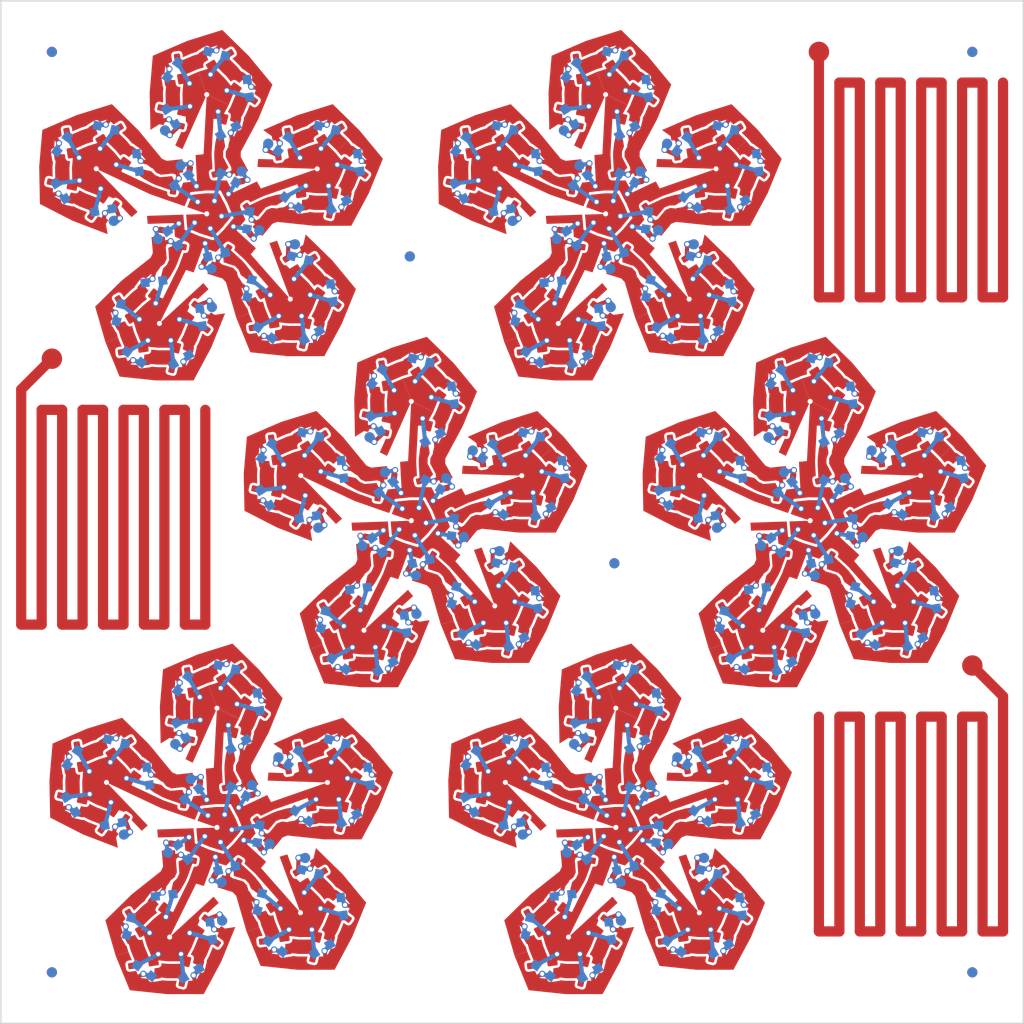
<source format=kicad_pcb>
(kicad_pcb (version 4) (host pcbnew 4.0.5+dfsg1-4)
  (layers (0 F.Cu signal) (31 B.Cu signal) (34 B.Paste user) (35 F.Paste user) (36 B.SilkS user) (37 F.SilkS user) (38 B.Mask user) (39 F.Mask user) (44 Edge.Cuts user))
  (net 0 "")
  (module Fiducials:Fiducial_1mm_Dia_2.54mm_Outer_CopperTop (layer F.Cu) (at 80 5)
    (fp_text reference REF** hide)
    (fp_text value Fiducial_1mm_Dia_2.54mm_Outer_CopperTop hide)
    (pad ~ smd circle (at 0 0) (size 2 2) (layers F.Cu F.Mask) (clearance 0.77))
  )
  (module Fiducials:Fiducial_1mm_Dia_2.54mm_Outer_CopperTop (layer F.Cu) (at 95 65)
    (fp_text reference REF** hide)
    (fp_text value Fiducial_1mm_Dia_2.54mm_Outer_CopperTop hide)
    (pad ~ smd circle (at 0 0) (size 2 2) (layers F.Cu F.Mask) (clearance 0.77))
  )
  (module Fiducials:Fiducial_1mm_Dia_2.54mm_Outer_CopperTop (layer F.Cu) (at 5 35)
    (fp_text reference REF** hide)
    (fp_text value Fiducial_1mm_Dia_2.54mm_Outer_CopperTop hide)
    (pad ~ smd circle (at 0 0) (size 2 2) (layers F.Cu F.Mask) (clearance 0.77))
  )
  (module Fiducials:Fiducial_1mm_Dia_2.54mm_Outer_CopperTop (layer F.Cu) (at 40 25)
    (fp_text reference REF** hide)
    (fp_text value Fiducial_1mm_Dia_2.54mm_Outer_CopperTop hide)
    (pad ~ smd circle (at 0 0) (size 1 1) (layers F.Cu F.Mask) (clearance 0.77))
  )
  (module Fiducials:Fiducial_1mm_Dia_2.54mm_Outer_CopperBottom (layer F.Cu) (at 40 25)
    (fp_text reference REF** hide)
    (fp_text value Fiducial_1mm_Dia_2.54mm_Outer_CopperBottom hide)
    (pad ~ smd circle (at 0 0) (size 1 1) (layers B.Cu B.Mask) (clearance 0.77))
  )
  (module Fiducials:Fiducial_1mm_Dia_2.54mm_Outer_CopperTop (layer F.Cu) (at 5 5)
    (fp_text reference REF** hide)
    (fp_text value Fiducial_1mm_Dia_2.54mm_Outer_CopperTop hide)
    (pad ~ smd circle (at 0 0) (size 1 1) (layers F.Cu F.Mask) (clearance 0.77))
  )
  (module Fiducials:Fiducial_1mm_Dia_2.54mm_Outer_CopperBottom (layer F.Cu) (at 5 5)
    (fp_text reference REF** hide)
    (fp_text value Fiducial_1mm_Dia_2.54mm_Outer_CopperBottom hide)
    (pad ~ smd circle (at 0 0) (size 1 1) (layers B.Cu B.Mask) (clearance 0.77))
  )
  (module Fiducials:Fiducial_1mm_Dia_2.54mm_Outer_CopperBottom (layer F.Cu) (at 60 55)
    (fp_text reference REF** hide)
    (fp_text value Fiducial_1mm_Dia_2.54mm_Outer_CopperBottom hide)
    (pad ~ smd circle (at 0 0) (size 1 1) (layers B.Cu B.Mask) (clearance 0.77))
  )
  (module Fiducials:Fiducial_1mm_Dia_2.54mm_Outer_CopperBottom (layer F.Cu) (at 95 5)
    (fp_text reference REF** hide)
    (fp_text value Fiducial_1mm_Dia_2.54mm_Outer_CopperBottom hide)
    (pad ~ smd circle (at 0 0) (size 1 1) (layers B.Cu B.Mask) (clearance 0.77))
  )
  (module Fiducials:Fiducial_1mm_Dia_2.54mm_Outer_CopperBottom (layer F.Cu) (at 5 95)
    (fp_text reference REF** hide)
    (fp_text value Fiducial_1mm_Dia_2.54mm_Outer_CopperBottom hide)
    (pad ~ smd circle (at 0 0) (size 1 1) (layers B.Cu B.Mask) (clearance 0.77))
  )
  (module Fiducials:Fiducial_1mm_Dia_2.54mm_Outer_CopperBottom (layer F.Cu) (at 95 95)
    (fp_text reference REF** hide)
    (fp_text value Fiducial_1mm_Dia_2.54mm_Outer_CopperBottom hide)
    (pad ~ smd circle (at 0 0) (size 1 1) (layers B.Cu B.Mask) (clearance 0.77))
  )
  (module Fiducials:Fiducial_1mm_Dia_2.54mm_Outer_CopperTop (layer F.Cu) (at 60 55)
    (fp_text reference REF** hide)
    (fp_text value Fiducial_1mm_Dia_2.54mm_Outer_CopperTop hide)
    (pad ~ smd circle (at 0 0) (size 1 1) (layers F.Cu F.Mask) (clearance 0.77))
  )
  (module Fiducials:Fiducial_1mm_Dia_2.54mm_Outer_CopperTop (layer F.Cu) (at 5 95)
    (fp_text reference REF** hide)
    (fp_text value Fiducial_1mm_Dia_2.54mm_Outer_CopperTop hide)
    (pad ~ smd circle (at 0 0) (size 1 1) (layers F.Cu F.Mask) (clearance 0.77))
  )
  (module Fiducials:Fiducial_1mm_Dia_2.54mm_Outer_CopperTop (layer F.Cu) (at 95 95)
    (fp_text reference REF** hide)
    (fp_text value Fiducial_1mm_Dia_2.54mm_Outer_CopperTop hide)
    (pad ~ smd circle (at 0 0) (size 1 1) (layers F.Cu F.Mask) (clearance 0.77))
  )
  (module Fiducials:Fiducial_1mm_Dia_2.54mm_Outer_CopperTop (layer F.Cu) (at 95 5)
    (fp_text reference REF** hide)
    (fp_text value Fiducial_1mm_Dia_2.54mm_Outer_CopperTop hide)
    (pad ~ smd circle (at 0 0) (size 1 1) (layers F.Cu F.Mask) (clearance 0.77))
  )
  (module uball:uball (layer F.Cu) (at 3 2)
    (fp_text reference "" (at 0 0) (layer F.SilkS))
    (fp_text value "" (at 0 0) (layer F.SilkS))
    (fp_poly (pts (xy 18.65884 0.85598) (xy 15.19682 1.93802) (xy 15.19682 1.94056) (xy 11.86688 3.3782) (xy 11.55954 6.99516) (xy 11.63574 10.62228) (xy 12.51204 10.0711) (xy 12.85494 10.14984) (xy 12.9286 10.13714) (xy 12.97432 10.07618) (xy 13.0175 9.88314) (xy 13.26642 9.83996) (xy 13.34516 9.88314) (xy 13.43406 9.90092) (xy 13.52296 9.8933) (xy 13.60932 9.85774) (xy 13.68044 9.79424) (xy 13.7287 9.71296) (xy 13.74902 9.62406) (xy 13.7414 9.53262) (xy 13.7033 9.44372) (xy 13.6398 9.37006) (xy 13.56106 9.32434) (xy 13.46962 9.30402) (xy 13.37818 9.31164) (xy 13.28928 9.34974) (xy 13.23594 9.39038) (xy 13.1953 9.44372) (xy 12.90574 9.49706) (xy 12.89812 9.08558) (xy 12.3063 8.95096) (xy 12.30376 8.9535) (xy 12.2174 8.92048) (xy 12.14374 8.86714) (xy 12.08786 8.79602) (xy 12.04976 8.71474) (xy 12.03198 8.6233) (xy 12.0396 8.53186) (xy 12.04214 8.52678) (xy 12.13104 8.13816) (xy 12.17422 8.03402) (xy 12.24534 7.9502) (xy 12.33678 7.89432) (xy 12.44092 7.86638) (xy 12.55268 7.87146) (xy 12.55522 7.87146) (xy 12.87526 7.94512) (xy 12.85494 7.0358) (xy 12.8524 7.0358) (xy 12.89812 6.49732) (xy 12.86256 6.44144) (xy 12.8397 6.37794) (xy 12.83462 6.36016) (xy 12.83462 6.34238) (xy 12.70508 5.55244) (xy 12.70508 5.5499) (xy 12.70254 5.45592) (xy 12.7254 5.36956) (xy 12.76858 5.29082) (xy 12.82954 5.22478) (xy 12.90574 5.17398) (xy 12.99464 5.14604) (xy 13.01496 5.1435) (xy 13.07846 4.39166) (xy 13.20546 4.59232) (xy 13.1953 4.68376) (xy 13.21054 4.77266) (xy 13.25372 4.8514) (xy 13.31976 4.91744) (xy 13.40612 4.96062) (xy 13.49756 4.97332) (xy 13.58646 4.95808) (xy 13.67028 4.91744) (xy 13.73886 4.84886) (xy 13.78204 4.7625) (xy 13.79474 4.67106) (xy 13.7795 4.57962) (xy 13.73632 4.49834) (xy 13.67028 4.42976) (xy 13.60932 4.39674) (xy 13.54328 4.37642) (xy 13.38834 4.13258) (xy 13.76426 3.96748) (xy 13.66774 3.37058) (xy 13.6652 3.36804) (xy 13.66266 3.27406) (xy 13.68552 3.1877) (xy 13.7287 3.10642) (xy 13.78966 3.04038) (xy 13.86586 2.99212) (xy 13.95476 2.96418) (xy 13.95984 2.96418) (xy 14.35608 2.90068) (xy 14.46784 2.90068) (xy 14.56944 2.93624) (xy 14.65834 2.9972) (xy 14.72184 3.0861) (xy 14.7574 3.19024) (xy 14.75994 3.19278) (xy 14.81328 3.51536) (xy 15.64894 3.15468) (xy 15.64894 3.15214) (xy 16.16202 2.99212) (xy 16.20012 2.93878) (xy 16.25092 2.89052) (xy 16.26616 2.88036) (xy 16.2814 2.87274) (xy 16.96466 2.45364) (xy 16.96466 2.45364) (xy 17.05102 2.41554) (xy 17.14246 2.40284) (xy 17.23136 2.413) (xy 17.31518 2.44602) (xy 17.38884 2.49936) (xy 17.4498 2.57048) (xy 17.45996 2.58826) (xy 18.17878 2.3622) (xy 18.04162 2.55524) (xy 17.95272 2.58064) (xy 17.87652 2.6289) (xy 17.82064 2.69748) (xy 17.78508 2.78384) (xy 17.77746 2.87782) (xy 17.80032 2.96926) (xy 17.84858 3.048) (xy 17.91716 3.10896) (xy 18.00606 3.14452) (xy 18.10258 3.15214) (xy 18.19148 3.12928) (xy 18.27022 3.08102) (xy 18.33118 3.01244) (xy 18.36928 2.92354) (xy 18.3769 2.85496) (xy 18.36928 2.78638) (xy 18.53692 2.55016) (xy 18.83156 2.83718) (xy 19.34718 2.51968) (xy 19.34972 2.51714) (xy 19.43354 2.48158) (xy 19.52498 2.46634) (xy 19.61388 2.4765) (xy 19.6977 2.50952) (xy 19.7739 2.56286) (xy 19.83232 2.63398) (xy 19.83486 2.63652) (xy 20.04314 2.97942) (xy 20.08632 3.08356) (xy 20.0914 3.19278) (xy 20.066 3.29692) (xy 20.01012 3.3909) (xy 19.9263 3.46456) (xy 19.9263 3.4671) (xy 19.6469 3.63728) (xy 20.29714 4.27482) (xy 20.29968 4.27228) (xy 20.64258 4.68884) (xy 20.70608 4.70408) (xy 20.76958 4.73456) (xy 20.78482 4.74218) (xy 20.79752 4.75488) (xy 21.44268 5.22732) (xy 21.44268 5.22986) (xy 21.51126 5.2959) (xy 21.55698 5.37464) (xy 21.57984 5.461) (xy 21.58238 5.5499) (xy 21.56206 5.6388) (xy 21.51888 5.72262) (xy 21.50618 5.73786) (xy 21.98624 6.31952) (xy 21.7551 6.26618) (xy 21.69922 6.19252) (xy 21.62556 6.14172) (xy 21.5392 6.11378) (xy 21.44776 6.11378) (xy 21.35632 6.14172) (xy 21.28266 6.1976) (xy 21.22678 6.27126) (xy 21.1963 6.35762) (xy 21.1963 6.45414) (xy 21.22678 6.54558) (xy 21.28012 6.62178) (xy 21.35378 6.67512) (xy 21.44268 6.7056) (xy 21.5392 6.7056) (xy 21.60524 6.68782) (xy 21.66366 6.6548) (xy 21.94814 6.72084) (xy 21.7932 7.10184) (xy 22.28088 7.46252) (xy 22.28342 7.45998) (xy 22.352 7.52602) (xy 22.39772 7.60476) (xy 22.42058 7.69112) (xy 22.42312 7.78256) (xy 22.4028 7.87146) (xy 22.35962 7.95274) (xy 22.35708 7.95528) (xy 22.11832 8.27786) (xy 22.03704 8.3566) (xy 21.94052 8.40486) (xy 21.83384 8.4201) (xy 21.72462 8.40232) (xy 21.62556 8.35406) (xy 21.62302 8.35406) (xy 21.3614 8.15848) (xy 21.01596 9.00176) (xy 21.0185 9.00176) (xy 20.76196 9.47674) (xy 20.77212 9.54278) (xy 20.76958 9.61136) (xy 20.76704 9.62914) (xy 20.76196 9.64692) (xy 20.56638 10.42162) (xy 20.56384 10.42416) (xy 20.52828 10.51052) (xy 20.47494 10.58164) (xy 20.40382 10.63752) (xy 20.32 10.67308) (xy 20.2311 10.68832) (xy 20.13712 10.67816) (xy 20.11934 10.67308) (xy 19.7612 11.33856) (xy 19.7231 11.10488) (xy 19.77136 11.02614) (xy 19.79168 10.93724) (xy 19.78406 10.84834) (xy 19.7485 10.76198) (xy 19.68754 10.68832) (xy 19.6088 10.64006) (xy 19.5199 10.6172) (xy 19.42592 10.62228) (xy 19.33702 10.65784) (xy 19.26336 10.7188) (xy 19.2151 10.79754) (xy 19.19224 10.88644) (xy 19.19986 10.98042) (xy 19.23542 11.06932) (xy 19.27606 11.12266) (xy 19.3294 11.16584) (xy 19.39544 11.57732) (xy 19.25066 12.15136) (xy 19.24558 12.16152) (xy 19.27352 12.2428) (xy 19.00174 12.7508) (xy 18.99412 13.26388) (xy 19.54022 14.28242) (xy 19.53006 14.35862) (xy 19.57832 14.54912) (xy 19.37766 14.70152) (xy 19.28368 14.69898) (xy 19.19732 14.72184) (xy 19.12112 14.7701) (xy 19.0627 14.84122) (xy 19.02714 14.93012) (xy 19.02206 15.0241) (xy 19.04492 15.113) (xy 19.09318 15.19174) (xy 19.16684 15.2527) (xy 19.25574 15.28826) (xy 19.34718 15.29334) (xy 19.43608 15.27048) (xy 19.51482 15.22222) (xy 19.57832 15.14856) (xy 19.60626 15.0876) (xy 19.61896 15.01902) (xy 19.84502 14.8463) (xy 20.02282 15.1765) (xy 21.19376 14.62532) (xy 20.46224 13.26388) (xy 20.4724 12.7508) (xy 22.18944 9.55548) (xy 22.18944 9.55294) (xy 23.56104 6.19506) (xy 21.25218 3.39598) (xy 21.25218 3.39852) (xy 18.65884 0.85598)) (layer F.Cu) (width 0.00254))
    (fp_poly (pts (xy 17.1323 2.65684) (xy 17.09674 2.67208) (xy 16.41348 3.08864) (xy 16.37284 3.1369) (xy 16.3703 3.19786) (xy 15.73784 3.39344) (xy 15.73784 3.39598) (xy 14.7828 3.80746) (xy 14.57452 3.64998) (xy 14.50848 3.23342) (xy 14.50594 3.22326) (xy 14.46276 3.16484) (xy 14.39418 3.15214) (xy 13.99794 3.21564) (xy 13.93444 3.25628) (xy 13.91666 3.32994) (xy 14.04366 4.11988) (xy 14.0843 4.18338) (xy 14.15796 4.20116) (xy 14.5542 4.13766) (xy 14.62786 4.191) (xy 14.8971 4.91744) (xy 14.9606 4.96062) (xy 15.01648 5.01904) (xy 15.05712 5.08508) (xy 15.07998 5.16382) (xy 15.08252 5.16636) (xy 15.0876 5.19684) (xy 16.22298 4.70662) (xy 16.22298 4.70662) (xy 16.8656 4.50596) (xy 16.84274 4.46786) (xy 16.8021 4.37134) (xy 16.79194 4.26974) (xy 16.80972 4.17068) (xy 16.85798 4.0767) (xy 16.93164 4.0005) (xy 16.94434 3.99034) (xy 16.95958 3.98272) (xy 17.28724 3.78206) (xy 17.12722 3.35534) (xy 17.40916 3.18262) (xy 17.41678 3.17754) (xy 17.45488 3.11658) (xy 17.44218 3.04546) (xy 17.2339 2.7051) (xy 17.1704 2.65938) (xy 17.1323 2.65684) (xy 17.1323 2.65684)) (layer F.Cu) (width 0.00254))
    (fp_poly (pts (xy 19.51736 2.72034) (xy 19.47926 2.73558) (xy 18.79854 3.15214) (xy 18.75282 3.21564) (xy 18.76298 3.2893) (xy 18.9738 3.6322) (xy 18.9484 3.7211) (xy 18.37944 4.24434) (xy 18.3642 4.32054) (xy 18.33118 4.39166) (xy 18.28546 4.45516) (xy 18.22196 4.50596) (xy 18.22196 4.5085) (xy 18.19402 4.52628) (xy 19.07794 5.39242) (xy 19.50466 5.91058) (xy 19.53006 5.87502) (xy 19.60626 5.80136) (xy 19.69516 5.7531) (xy 19.79676 5.73278) (xy 19.89836 5.7404) (xy 19.99742 5.78104) (xy 20.01266 5.78866) (xy 20.02536 5.79882) (xy 20.3327 6.02742) (xy 20.67052 5.71754) (xy 20.93468 5.91312) (xy 20.94484 5.92074) (xy 21.01342 5.9309) (xy 21.07438 5.8928) (xy 21.31314 5.57022) (xy 21.33092 5.49656) (xy 21.33092 5.49656) (xy 21.29028 5.43052) (xy 20.64512 4.95554) (xy 20.5867 4.93776) (xy 20.53082 4.95808) (xy 20.10918 4.445) (xy 19.49196 5.00888) (xy 20.10664 4.445) (xy 19.36496 3.71856) (xy 19.431 3.4671) (xy 19.79168 3.24612) (xy 19.80184 3.24104) (xy 19.83994 3.18008) (xy 19.8247 3.10896) (xy 19.61642 2.7686) (xy 19.55546 2.72288) (xy 19.55546 2.72288) (xy 19.51736 2.72034) (xy 19.51736 2.72034)) (layer F.Cu) (width 0.00254))
    (fp_poly (pts (xy 17.81048 3.76428) (xy 17.81048 3.76682) (xy 17.77492 3.77952) (xy 17.09166 4.19862) (xy 17.04594 4.25958) (xy 17.05864 4.33324) (xy 17.25422 4.65328) (xy 16.31442 4.94792) (xy 17.05356 6.93928) (xy 17.05356 6.93928) (xy 17.12468 6.92404) (xy 17.19834 6.93166) (xy 17.26692 6.95706) (xy 17.3228 7.00278) (xy 17.36344 7.06374) (xy 17.3863 7.13232) (xy 17.3863 7.20598) (xy 17.36344 7.2771) (xy 19.28622 8.18388) (xy 19.87042 6.7564) (xy 19.86026 6.7437) (xy 19.86788 6.73862) (xy 20.16506 6.9596) (xy 20.17268 6.96468) (xy 20.2438 6.97738) (xy 20.30476 6.93928) (xy 20.54098 6.6167) (xy 20.5613 6.54304) (xy 20.5613 6.54304) (xy 20.52066 6.477) (xy 19.8755 6.00202) (xy 19.80184 5.98424) (xy 19.73834 6.02488) (xy 19.51482 6.3246) (xy 18.88744 5.56514) (xy 18.88744 5.56514) (xy 17.78508 4.48818) (xy 17.76984 4.49326) (xy 17.76984 4.4831) (xy 18.08734 4.29006) (xy 18.0975 4.28498) (xy 18.13306 4.22402) (xy 18.12036 4.1529) (xy 17.91208 3.81254) (xy 17.85112 3.76682) (xy 17.85112 3.76682) (xy 17.81048 3.76428) (xy 17.81048 3.76428)) (layer F.Cu) (width 0.00254))
    (fp_poly (pts (xy 17.05356 6.93928) (xy 16.31188 4.94792) (xy 14.8971 5.56006) (xy 14.8971 5.5753) (xy 14.88948 5.57276) (xy 14.82852 5.207) (xy 14.82852 5.19684) (xy 14.78534 5.13842) (xy 14.71422 5.12318) (xy 14.32052 5.18922) (xy 14.25448 5.22986) (xy 14.23924 5.30352) (xy 14.36624 6.09346) (xy 14.40688 6.15696) (xy 14.48054 6.17474) (xy 14.84884 6.11632) (xy 14.76502 7.09422) (xy 14.76502 7.09676) (xy 14.76502 7.09676) (xy 14.80058 8.636) (xy 14.81328 8.64362) (xy 14.8082 8.6487) (xy 14.44752 8.56488) (xy 14.43736 8.56488) (xy 14.36624 8.58266) (xy 14.32814 8.64108) (xy 14.23924 9.03224) (xy 14.25194 9.1059) (xy 14.3129 9.15162) (xy 15.09268 9.32942) (xy 15.10284 9.81202) (xy 15.18412 9.88314) (xy 15.24 9.97458) (xy 15.2654 10.07618) (xy 15.26032 10.1854) (xy 15.25778 10.1854) (xy 15.16888 10.57656) (xy 15.13078 10.67562) (xy 15.06728 10.75436) (xy 14.98346 10.81532) (xy 14.88694 10.84834) (xy 14.78026 10.85088) (xy 14.76248 10.84834) (xy 14.7447 10.84326) (xy 14.65326 10.8204) (xy 14.06398 12.14882) (xy 14.76248 12.50442) (xy 16.17472 9.33958) (xy 17.03832 7.39648) (xy 16.97736 7.35838) (xy 16.9291 7.3025) (xy 16.89862 7.23392) (xy 16.891 7.16026) (xy 16.9037 7.09168) (xy 16.93672 7.02818) (xy 16.98752 6.97484) (xy 17.05356 6.93928) (xy 17.05356 6.93928)) (layer F.Cu) (width 0.00254))
    (fp_poly (pts (xy 13.43152 5.334) (xy 13.03782 5.3975) (xy 12.97178 5.43814) (xy 12.954 5.5118) (xy 13.08354 6.30174) (xy 13.11402 6.35762) (xy 13.16736 6.38302) (xy 13.11148 7.04342) (xy 13.11148 7.04342) (xy 13.11148 7.04342) (xy 13.13434 8.0772) (xy 12.90574 8.21436) (xy 12.4968 8.12038) (xy 12.48918 8.11784) (xy 12.41806 8.13562) (xy 12.37996 8.19404) (xy 12.28852 8.5852) (xy 12.30122 8.65886) (xy 12.30122 8.6614) (xy 12.36218 8.70458) (xy 13.1445 8.88238) (xy 13.21816 8.86968) (xy 13.26388 8.80872) (xy 13.35278 8.41756) (xy 13.35278 8.41248) (xy 13.4239 8.3693) (xy 14.20368 8.3947) (xy 14.20622 8.39216) (xy 14.26464 8.35406) (xy 14.351 8.32104) (xy 14.40434 8.31342) (xy 14.4272 8.31088) (xy 14.4653 8.31342) (xy 14.50086 8.3185) (xy 14.5034 8.31596) (xy 14.53642 8.32358) (xy 14.50848 7.08914) (xy 14.50848 7.08914) (xy 14.5669 6.41858) (xy 14.52372 6.4262) (xy 14.41958 6.4262) (xy 14.32052 6.39826) (xy 14.23416 6.34238) (xy 14.16812 6.26618) (xy 14.12494 6.16712) (xy 14.11986 6.15188) (xy 14.11732 6.1341) (xy 14.05636 5.75564) (xy 13.59916 5.7404) (xy 13.54836 5.41528) (xy 13.54582 5.40512) (xy 13.50264 5.3467) (xy 13.43152 5.33146) (xy 13.43152 5.334)) (layer F.Cu) (width 0.00254))
    (fp_poly (pts (xy 19.98726 7.14756) (xy 19.5199 8.2931) (xy 19.5199 8.2931) (xy 19.19986 8.88492) (xy 19.24304 8.89508) (xy 19.32432 8.9281) (xy 19.39544 8.97636) (xy 19.44878 9.0424) (xy 19.45386 9.0551) (xy 19.49196 9.144) (xy 19.50466 9.2456) (xy 19.5072 9.29132) (xy 19.50212 9.30656) (xy 19.49958 9.32434) (xy 19.4056 9.69518) (xy 19.81708 9.88822) (xy 19.7358 10.20826) (xy 19.73326 10.21842) (xy 19.7485 10.28954) (xy 19.80946 10.33018) (xy 20.19554 10.4267) (xy 20.27174 10.41654) (xy 20.27428 10.41908) (xy 20.32 10.35812) (xy 20.51558 9.58088) (xy 20.5105 9.51992) (xy 20.46986 9.4742) (xy 20.78482 8.89) (xy 21.17852 7.92734) (xy 21.43506 7.89432) (xy 21.77542 8.14578) (xy 21.78558 8.1534) (xy 21.85416 8.1661) (xy 21.91512 8.12546) (xy 22.15134 7.80288) (xy 22.17166 7.72922) (xy 22.17166 7.72922) (xy 22.13102 7.66318) (xy 21.48586 7.1882) (xy 21.4122 7.17042) (xy 21.3487 7.21106) (xy 21.10994 7.53364) (xy 21.0185 7.5438) (xy 20.32 7.21614) (xy 20.2438 7.22884) (xy 20.16506 7.2263) (xy 20.08886 7.20598) (xy 20.01774 7.16788) (xy 20.0152 7.16788) (xy 19.98726 7.14756)) (layer F.Cu) (width 0.00254))
    (fp_poly (pts (xy 17.36344 7.27964) (xy 17.3228 7.3406) (xy 17.26692 7.38632) (xy 17.19834 7.41426) (xy 17.12468 7.42188) (xy 17.06372 8.59282) (xy 17.01292 9.54278) (xy 16.83004 13.0048) (xy 16.83004 13.0048) (xy 16.04772 13.08862) (xy 16.18488 15.64132) (xy 14.84376 15.78356) (xy 14.35608 16.97736) (xy 14.34338 17.00784) (xy 14.33322 17.03324) (xy 14.33068 17.0307) (xy 14.26718 17.11452) (xy 14.18336 17.17802) (xy 14.08176 17.21612) (xy 13.97254 17.21866) (xy 13.97254 17.21612) (xy 13.5763 17.16024) (xy 13.4747 17.12976) (xy 13.38834 17.07134) (xy 13.3223 16.99514) (xy 13.28166 16.90116) (xy 13.26896 16.79448) (xy 13.2715 16.7767) (xy 13.27404 16.75892) (xy 13.28674 16.66748) (xy 11.91768 16.18996) (xy 11.91768 16.18996) (xy 8.78332 14.71168) (xy 9.0678 14.01064) (xy 9.05764 13.99794) (xy 9.06272 13.9954) (xy 9.36244 14.21638) (xy 9.3726 14.22146) (xy 9.44372 14.23416) (xy 9.50214 14.19606) (xy 9.7409 13.87348) (xy 9.75868 13.79982) (xy 9.71804 13.73378) (xy 9.07288 13.2588) (xy 8.99922 13.24102) (xy 8.93572 13.27912) (xy 8.7122 13.58138) (xy 8.08736 12.81938) (xy 6.985 11.73988) (xy 6.96976 11.74496) (xy 6.96976 11.73734) (xy 7.28726 11.5443) (xy 7.29488 11.53922) (xy 7.33298 11.47826) (xy 7.32028 11.40714) (xy 7.10946 11.06678) (xy 7.0485 11.02106) (xy 6.97484 11.03376) (xy 6.29158 11.45032) (xy 6.24586 11.51128) (xy 6.25602 11.58748) (xy 6.4516 11.90752) (xy 5.5118 12.19962) (xy 5.5118 12.19962) (xy 4.09702 12.81176) (xy 4.09448 12.827) (xy 4.08686 12.82446) (xy 4.02844 12.4587) (xy 4.02844 12.44854) (xy 3.98526 12.39012) (xy 3.91414 12.37742) (xy 3.5179 12.44092) (xy 3.4544 12.48156) (xy 3.43662 12.55522) (xy 3.56616 13.34516) (xy 3.6068 13.4112) (xy 3.68046 13.42644) (xy 4.04876 13.36802) (xy 3.96494 14.34846) (xy 3.99796 15.89024) (xy 4.01066 15.89786) (xy 4.00558 15.90294) (xy 3.6449 15.81912) (xy 3.63474 15.81658) (xy 3.56362 15.83436) (xy 3.52552 15.89278) (xy 3.43408 16.28394) (xy 3.44678 16.3576) (xy 3.44678 16.36268) (xy 3.51028 16.40586) (xy 4.29006 16.5862) (xy 4.36372 16.5735) (xy 4.40944 16.51) (xy 4.49326 16.14678) (xy 5.36702 16.59382) (xy 5.36956 16.59382) (xy 6.80974 17.145) (xy 6.8199 17.13484) (xy 6.82244 17.14246) (xy 6.60908 17.44472) (xy 6.604 17.45488) (xy 6.59384 17.526) (xy 6.63448 17.58442) (xy 6.96214 17.81556) (xy 7.0358 17.8308) (xy 7.0993 17.79016) (xy 7.56158 17.13484) (xy 8.01116 17.3101) (xy 8.10768 17.26184) (xy 8.21182 17.24406) (xy 8.3185 17.25676) (xy 8.41756 17.30502) (xy 8.41756 17.30756) (xy 8.74522 17.5387) (xy 8.82142 17.60982) (xy 8.87222 17.69872) (xy 8.89508 17.79778) (xy 8.88746 17.90192) (xy 8.8519 18.00098) (xy 8.84174 18.01622) (xy 8.83158 18.03146) (xy 8.77824 18.10766) (xy 9.78154 19.15668) (xy 10.3759 18.6436) (xy 7.97814 16.13916) (xy 6.50748 14.605) (xy 6.44652 14.64818) (xy 6.37794 14.67104) (xy 6.30428 14.67104) (xy 6.2357 14.65326) (xy 6.17474 14.61262) (xy 6.12648 14.55928) (xy 6.09854 14.4907) (xy 6.09092 14.41704) (xy 6.09092 14.41704) (xy 6.10362 14.34592) (xy 6.13664 14.27988) (xy 6.18744 14.22908) (xy 6.25094 14.19352) (xy 6.32206 14.17828) (xy 6.39572 14.18336) (xy 6.4643 14.2113) (xy 6.52018 14.25702) (xy 6.52018 14.25956) (xy 6.56082 14.31798) (xy 6.58368 14.3891) (xy 6.58368 14.46276) (xy 6.56082 14.53388) (xy 7.62254 15.03426) (xy 8.4836 15.44066) (xy 11.6205 16.91894) (xy 14.03604 17.75968) (xy 14.97584 18.08734) (xy 14.97584 18.08734) (xy 15.367 17.1323) (xy 15.40764 17.06626) (xy 15.41272 17.018) (xy 15.53718 16.71066) (xy 17.018 16.55318) (xy 17.018 16.55318) (xy 18.04924 16.55318) (xy 18.12544 16.56588) (xy 18.1737 16.55318) (xy 18.5039 16.55318) (xy 19.20748 17.86382) (xy 19.59864 18.81886) (xy 19.61642 18.89252) (xy 19.6469 18.93316) (xy 19.77136 19.2405) (xy 18.82394 20.38604) (xy 18.82394 20.38604) (xy 18.08734 21.10994) (xy 18.02384 21.15566) (xy 17.99844 21.1963) (xy 17.76222 21.42744) (xy 16.34236 20.98802) (xy 16.34236 20.98802) (xy 15.39494 20.57908) (xy 15.33144 20.53844) (xy 15.28064 20.52828) (xy 14.97838 20.39874) (xy 14.84884 18.91538) (xy 14.605 18.92554) (xy 13.8557 18.9484) (xy 11.30046 19.03476) (xy 11.3665 19.81708) (xy 13.92174 19.73326) (xy 14.03858 21.07438) (xy 15.22222 21.58492) (xy 15.2527 21.59762) (xy 15.27556 21.60778) (xy 15.27556 21.61286) (xy 15.35938 21.67636) (xy 15.42034 21.76272) (xy 15.4559 21.86432) (xy 15.4559 21.97354) (xy 15.45336 21.97608) (xy 15.38986 22.37232) (xy 15.35684 22.47138) (xy 15.30096 22.5552) (xy 15.21968 22.62124) (xy 15.1257 22.65934) (xy 15.01902 22.6695) (xy 15.00124 22.6695) (xy 14.98346 22.66696) (xy 14.89202 22.65172) (xy 14.3891 24.01062) (xy 12.84732 27.11704) (xy 12.15136 26.81732) (xy 12.13866 26.82748) (xy 12.13866 26.81986) (xy 12.36472 26.52522) (xy 12.3698 26.5176) (xy 12.3825 26.44648) (xy 12.3444 26.38552) (xy 12.0269 26.14168) (xy 11.95324 26.1239) (xy 11.8872 26.162) (xy 11.39952 26.797) (xy 11.38174 26.87066) (xy 11.41984 26.9367) (xy 11.71448 27.16276) (xy 10.94232 27.7749) (xy 9.8425 28.8544) (xy 9.84504 28.87218) (xy 9.83742 28.87218) (xy 9.64946 28.5496) (xy 9.64692 28.54198) (xy 9.58596 28.50388) (xy 9.51484 28.51404) (xy 9.1694 28.71724) (xy 9.12368 28.7782) (xy 9.12368 28.7782) (xy 9.13384 28.85186) (xy 9.5377 29.54274) (xy 9.59866 29.591) (xy 9.67232 29.58084) (xy 9.99744 29.39034) (xy 10.27176 30.33776) (xy 10.27176 30.33776) (xy 10.85596 31.76524) (xy 10.8712 31.76778) (xy 10.86866 31.7754) (xy 10.50036 31.8262) (xy 10.49274 31.8262) (xy 10.43178 31.86938) (xy 10.41654 31.93796) (xy 10.47242 32.3342) (xy 10.51306 32.40024) (xy 10.58672 32.41802) (xy 11.3792 32.30626) (xy 11.44524 32.26562) (xy 11.46302 32.1945) (xy 11.40968 31.82366) (xy 12.39012 31.92526) (xy 13.9319 31.92272) (xy 13.94206 31.91002) (xy 13.94714 31.9151) (xy 13.8557 32.27578) (xy 13.85316 32.2834) (xy 13.8684 32.35452) (xy 13.92682 32.39516) (xy 14.31544 32.49422) (xy 14.39164 32.48152) (xy 14.43736 32.42056) (xy 14.63294 31.64332) (xy 14.62024 31.56966) (xy 14.55928 31.52394) (xy 14.19606 31.4325) (xy 14.66088 30.56636) (xy 15.24254 29.13634) (xy 15.23238 29.12364) (xy 15.23746 29.1211) (xy 15.53718 29.34208) (xy 15.54734 29.34716) (xy 15.61592 29.35986) (xy 15.67688 29.31922) (xy 15.91564 28.99664) (xy 15.93088 28.92298) (xy 15.89278 28.85694) (xy 15.24762 28.3845) (xy 15.4305 27.93746) (xy 15.38478 27.84094) (xy 15.367 27.73426) (xy 15.38224 27.63012) (xy 15.43304 27.5336) (xy 15.43558 27.5336) (xy 15.6718 27.20848) (xy 15.74546 27.13482) (xy 15.8369 27.08656) (xy 15.93596 27.0637) (xy 16.03756 27.07132) (xy 16.13662 27.11196) (xy 16.15186 27.12212) (xy 16.1671 27.13482) (xy 16.2433 27.18816) (xy 17.3101 26.20518) (xy 16.80972 25.60066) (xy 14.25956 27.95016) (xy 12.69492 29.39034) (xy 12.73556 29.4513) (xy 12.75842 29.51988) (xy 12.75842 29.59354) (xy 12.7381 29.66466) (xy 12.69746 29.72308) (xy 12.64158 29.7688) (xy 12.573 29.79674) (xy 12.50188 29.80182) (xy 12.49934 29.80182) (xy 12.42822 29.78912) (xy 12.36472 29.75356) (xy 12.31138 29.70022) (xy 12.27836 29.63672) (xy 12.26566 29.5656) (xy 12.27328 29.49448) (xy 12.30122 29.4259) (xy 12.34948 29.37002) (xy 12.41044 29.32938) (xy 12.48156 29.30906) (xy 12.55522 29.3116) (xy 12.6238 29.33446) (xy 13.14704 28.2829) (xy 13.56868 27.42946) (xy 15.11046 24.32304) (xy 15.85976 24.55672) (xy 16.74876 22.15896) (xy 18.034 22.55774) (xy 18.95348 21.65604) (xy 18.97888 21.63318) (xy 18.99666 21.6154) (xy 18.9992 21.61794) (xy 19.09064 21.5646) (xy 19.19478 21.5392) (xy 19.29892 21.54682) (xy 19.40052 21.58746) (xy 19.40306 21.59) (xy 19.74342 21.79828) (xy 19.8247 21.86686) (xy 19.88058 21.95068) (xy 19.91106 22.04974) (xy 19.91106 22.15134) (xy 19.88058 22.25294) (xy 19.87296 22.27072) (xy 19.8628 22.28596) (xy 19.812 22.3647) (xy 20.88134 23.34514) (xy 23.17496 25.9461) (xy 22.63394 26.47696) (xy 22.63902 26.4922) (xy 22.6314 26.4922) (xy 22.44598 26.17216) (xy 22.4409 26.162) (xy 22.37994 26.1239) (xy 22.30882 26.13406) (xy 21.96338 26.33726) (xy 21.91766 26.39822) (xy 21.92782 26.47442) (xy 22.33168 27.1653) (xy 22.39264 27.21102) (xy 22.46884 27.20086) (xy 22.78888 27.0129) (xy 23.06574 27.95778) (xy 23.06574 27.95778) (xy 23.6474 29.38272) (xy 23.66518 29.38526) (xy 23.6601 29.39288) (xy 23.29434 29.44368) (xy 23.28418 29.44368) (xy 23.22576 29.48432) (xy 23.21052 29.55544) (xy 23.2664 29.95168) (xy 23.3045 30.01772) (xy 23.37816 30.0355) (xy 24.17064 29.92374) (xy 24.23668 29.88564) (xy 24.25446 29.81198) (xy 24.20366 29.44114) (xy 25.18156 29.54528) (xy 26.72334 29.54274) (xy 26.73096 29.5275) (xy 26.73858 29.53258) (xy 26.64714 29.89326) (xy 26.6446 29.90342) (xy 26.65984 29.972) (xy 26.71826 30.01518) (xy 27.10688 30.1117) (xy 27.18308 30.099) (xy 27.2288 30.03804) (xy 27.42184 29.2608) (xy 27.41168 29.18714) (xy 27.35072 29.14142) (xy 26.9875 29.04998) (xy 27.45486 28.1813) (xy 27.45486 28.1813) (xy 28.03652 26.75382) (xy 28.02636 26.74112) (xy 28.03398 26.73604) (xy 28.33116 26.95702) (xy 28.33878 26.9621) (xy 28.4099 26.9748) (xy 28.47086 26.93416) (xy 28.70708 26.61158) (xy 28.7274 26.53792) (xy 28.68676 26.47442) (xy 28.0416 25.99944) (xy 27.96794 25.98166) (xy 27.9019 26.0223) (xy 27.68092 26.32202) (xy 27.05608 25.5651) (xy 27.05354 25.56256) (xy 27.05354 25.56256) (xy 25.95118 24.4856) (xy 25.93594 24.49068) (xy 25.93594 24.48306) (xy 26.25344 24.29002) (xy 26.26106 24.28494) (xy 26.29916 24.22398) (xy 26.28646 24.15286) (xy 26.07564 23.8125) (xy 26.01468 23.76678) (xy 25.93848 23.77948) (xy 25.25776 24.19858) (xy 24.91232 23.86076) (xy 24.80564 23.86584) (xy 24.7015 23.84044) (xy 24.61006 23.7871) (xy 24.53894 23.70328) (xy 24.53894 23.70074) (xy 24.32812 23.36038) (xy 24.28748 23.26386) (xy 24.27732 23.16226) (xy 24.2951 23.06066) (xy 24.34082 22.96922) (xy 24.41448 22.89302) (xy 24.42972 22.88286) (xy 24.44496 22.8727) (xy 24.52624 22.82444) (xy 24.01824 21.463) (xy 23.26894 21.69922) (xy 24.47798 24.94788) (xy 25.2222 26.93924) (xy 25.29332 26.924) (xy 25.36698 26.93162) (xy 25.43556 26.95956) (xy 25.49144 27.00528) (xy 25.52954 27.0637) (xy 25.5524 27.13228) (xy 25.5524 27.20594) (xy 25.52954 27.27706) (xy 25.4889 27.33802) (xy 25.43302 27.38374) (xy 25.36444 27.41168) (xy 25.29078 27.4193) (xy 25.2222 27.40406) (xy 25.1587 27.37104) (xy 25.10536 27.3177) (xy 25.07234 27.25166) (xy 25.0698 27.25166) (xy 25.05964 27.18308) (xy 25.06726 27.1145) (xy 25.0952 27.04592) (xy 25.14346 26.99004) (xy 24.36622 26.1112) (xy 23.7363 25.39746) (xy 21.44268 22.7965) (xy 21.44268 22.7965) (xy 21.94306 22.19198) (xy 20.05838 20.46224) (xy 20.9169 19.42084) (xy 20.42922 18.22958) (xy 20.41652 18.1991) (xy 20.40636 18.1737) (xy 20.4089 18.1737) (xy 20.39366 18.06956) (xy 20.4089 17.96288) (xy 20.45716 17.8689) (xy 20.53336 17.79016) (xy 20.5359 17.79016) (xy 20.85848 17.5514) (xy 20.94992 17.50314) (xy 21.05152 17.48282) (xy 21.15312 17.49298) (xy 21.2471 17.53108) (xy 21.33092 17.59712) (xy 21.34108 17.61236) (xy 21.35124 17.6276) (xy 21.40712 17.70126) (xy 22.7203 17.08404) (xy 25.99436 15.94358) (xy 26.28138 16.64462) (xy 26.29662 16.64716) (xy 26.29408 16.65478) (xy 25.92578 16.70558) (xy 25.91562 16.70558) (xy 25.8572 16.74876) (xy 25.84196 16.81734) (xy 25.89784 17.21358) (xy 25.93594 17.27962) (xy 26.0096 17.29994) (xy 26.80208 17.18564) (xy 26.86812 17.14754) (xy 26.88844 17.07388) (xy 26.8351 16.70304) (xy 27.81554 16.80718) (xy 29.35732 16.80718) (xy 29.36494 16.79448) (xy 29.37002 16.79956) (xy 29.28112 17.16024) (xy 29.27858 17.16786) (xy 29.29382 17.23898) (xy 29.35224 17.27962) (xy 29.74086 17.37614) (xy 29.81452 17.36598) (xy 29.86024 17.30502) (xy 30.05582 16.52778) (xy 30.04566 16.45412) (xy 29.9847 16.4084) (xy 29.62148 16.31696) (xy 30.08884 15.44828) (xy 30.08884 15.44828) (xy 30.6705 14.0208) (xy 30.66034 14.0081) (xy 30.66796 14.00556) (xy 30.96768 14.224) (xy 30.97276 14.22908) (xy 31.04388 14.24178) (xy 31.10484 14.20368) (xy 31.34106 13.8811) (xy 31.36138 13.80744) (xy 31.32074 13.7414) (xy 30.67558 13.26642) (xy 30.60192 13.24864) (xy 30.53588 13.28928) (xy 30.3149 13.589) (xy 29.68752 12.82954) (xy 29.68752 12.82954) (xy 28.58516 11.75004) (xy 28.56992 11.75512) (xy 28.56992 11.7475) (xy 28.88742 11.55446) (xy 28.89504 11.54938) (xy 28.93314 11.48842) (xy 28.9179 11.4173) (xy 28.70962 11.07694) (xy 28.64866 11.03122) (xy 28.61056 11.03122) (xy 28.57246 11.04392) (xy 27.8892 11.46048) (xy 27.84602 11.52398) (xy 27.85872 11.59764) (xy 28.05176 11.91768) (xy 27.1145 12.20978) (xy 27.1145 12.20978) (xy 25.69972 12.82446) (xy 25.69972 12.8397) (xy 25.6921 12.83716) (xy 25.63114 12.4714) (xy 25.6286 12.46124) (xy 25.58796 12.40282) (xy 25.51684 12.38758) (xy 25.1206 12.45362) (xy 25.0571 12.49426) (xy 25.03932 12.56792) (xy 25.16886 13.35786) (xy 24.72436 13.54836) (xy 24.69134 13.64996) (xy 24.62784 13.73632) (xy 24.54402 13.79982) (xy 24.43988 13.83538) (xy 24.43734 13.83284) (xy 24.04364 13.89888) (xy 23.93696 13.90142) (xy 23.8379 13.87348) (xy 23.75154 13.8176) (xy 23.6855 13.73886) (xy 23.64232 13.64234) (xy 23.63724 13.62456) (xy 23.63724 13.60678) (xy 23.61946 13.51534) (xy 22.16912 13.46962) (xy 22.10308 14.25194) (xy 25.57018 14.36116) (xy 27.69362 14.4272) (xy 27.70632 14.35354) (xy 27.74188 14.29004) (xy 27.79268 14.2367) (xy 27.85618 14.20114) (xy 27.9273 14.18844) (xy 27.99842 14.19352) (xy 28.06446 14.22146) (xy 28.12288 14.26718) (xy 28.12288 14.26972) (xy 28.16352 14.32814) (xy 28.18638 14.39926) (xy 28.18638 14.47292) (xy 28.16352 14.54404) (xy 28.12542 14.60246) (xy 28.06954 14.64818) (xy 28.00096 14.67612) (xy 27.9273 14.68374) (xy 27.9273 14.68374) (xy 27.85618 14.6685) (xy 27.79014 14.63294) (xy 27.73934 14.58214) (xy 27.70632 14.5161) (xy 26.59634 14.90218) (xy 25.69718 15.2146) (xy 22.42312 16.35506) (xy 22.04974 15.66418) (xy 19.73834 16.75384) (xy 19.09826 15.56766) (xy 17.81048 15.56766) (xy 17.77746 15.56766) (xy 17.74952 15.56766) (xy 17.75206 15.56258) (xy 17.64792 15.53718) (xy 17.55648 15.48384) (xy 17.48536 15.40256) (xy 17.44218 15.3035) (xy 17.44218 15.30096) (xy 17.34566 14.91234) (xy 17.3355 14.8082) (xy 17.35582 14.7066) (xy 17.40154 14.61516) (xy 17.47266 14.5415) (xy 17.56664 14.4907) (xy 17.58442 14.48562) (xy 17.6022 14.48308) (xy 17.69364 14.46022) (xy 17.6149 13.00988) (xy 17.6149 13.00988) (xy 17.79778 9.54786) (xy 18.5547 9.54786) (xy 18.56486 9.53262) (xy 18.5674 9.54024) (xy 18.4785 9.90092) (xy 18.47596 9.91108) (xy 18.4912 9.97966) (xy 18.54962 10.0203) (xy 18.93824 10.11936) (xy 19.01444 10.10666) (xy 19.06016 10.0457) (xy 19.25574 9.26846) (xy 19.24304 9.19226) (xy 19.18208 9.14654) (xy 18.81886 9.05764) (xy 19.28622 8.18896) (xy 17.36344 7.27964)) (layer F.Cu) (width 0.00254))
    (fp_poly (pts (xy 7.8613 8.11022) (xy 4.39674 9.18972) (xy 4.59486 9.72566) (xy 4.39674 9.19226) (xy 1.0668 10.6299) (xy 0.75692 14.24686) (xy 0.75946 14.24686) (xy 0.83058 17.87398) (xy 4.06146 19.52498) (xy 4.06146 19.52244) (xy 7.44982 20.82292) (xy 7.27202 19.80438) (xy 7.47268 19.51736) (xy 7.49046 19.4437) (xy 7.44982 19.3802) (xy 7.28726 19.2659) (xy 7.3406 19.01952) (xy 7.41172 18.9611) (xy 7.46252 18.88744) (xy 7.48792 18.80108) (xy 7.48792 18.70964) (xy 7.4549 18.6182) (xy 7.39902 18.54454) (xy 7.32536 18.4912) (xy 7.23646 18.46326) (xy 7.13994 18.46326) (xy 7.0485 18.49628) (xy 6.97484 18.55216) (xy 6.9215 18.62836) (xy 6.89356 18.71472) (xy 6.8961 18.81124) (xy 6.91388 18.87728) (xy 6.94944 18.9357) (xy 6.88848 19.22272) (xy 6.50494 19.0754) (xy 6.15696 19.5707) (xy 6.15696 19.57324) (xy 6.09346 19.64182) (xy 6.01472 19.69008) (xy 5.92836 19.71548) (xy 5.83946 19.72056) (xy 5.75056 19.70024) (xy 5.66674 19.6596) (xy 5.6642 19.65706) (xy 5.33654 19.42592) (xy 5.2578 19.34718) (xy 5.207 19.25066) (xy 5.18922 19.14398) (xy 5.20192 19.03476) (xy 5.25018 18.9357) (xy 5.25018 18.93062) (xy 5.43814 18.66392) (xy 4.58978 18.3388) (xy 4.58978 18.34134) (xy 4.10972 18.0975) (xy 4.04368 18.10766) (xy 3.9751 18.10766) (xy 3.95732 18.10258) (xy 3.93954 18.0975) (xy 3.15976 17.9197) (xy 3.15976 17.91716) (xy 3.07086 17.88414) (xy 2.99974 17.8308) (xy 2.94132 17.75968) (xy 2.90322 17.6784) (xy 2.88798 17.5895) (xy 2.8956 17.49552) (xy 2.90068 17.4752) (xy 2.22758 17.1323) (xy 2.46126 17.09166) (xy 2.54254 17.13738) (xy 2.63144 17.15516) (xy 2.72034 17.145) (xy 2.80416 17.10944) (xy 2.87782 17.04594) (xy 2.92354 16.9672) (xy 2.9464 16.87576) (xy 2.93878 16.78432) (xy 2.90068 16.69542) (xy 2.83718 16.6243) (xy 2.75844 16.57604) (xy 2.667 16.55572) (xy 2.57556 16.56334) (xy 2.48666 16.60144) (xy 2.43332 16.64208) (xy 2.39014 16.69796) (xy 2.10312 16.74876) (xy 2.0955 16.33728) (xy 1.50622 16.20266) (xy 1.50368 16.2052) (xy 1.41478 16.17218) (xy 1.34112 16.1163) (xy 1.28524 16.04772) (xy 1.24714 15.96644) (xy 1.22936 15.875) (xy 1.23698 15.78356) (xy 1.23952 15.77848) (xy 1.33096 15.38732) (xy 1.3716 15.28572) (xy 1.44272 15.2019) (xy 1.53416 15.14602) (xy 1.64084 15.11808) (xy 1.7526 15.12316) (xy 1.7526 15.12316) (xy 2.07264 15.19682) (xy 2.05232 14.2875) (xy 2.05232 14.2875) (xy 2.09804 13.75156) (xy 2.06248 13.69314) (xy 2.03962 13.62964) (xy 2.03454 13.61186) (xy 2.032 13.59408) (xy 1.90246 12.80414) (xy 1.905 12.8016) (xy 1.90246 12.71016) (xy 1.92278 12.62126) (xy 1.96596 12.54252) (xy 2.02946 12.47648) (xy 2.10566 12.42568) (xy 2.19456 12.39774) (xy 2.21488 12.3952) (xy 2.27838 11.64336) (xy 2.40538 11.84402) (xy 2.39268 11.93546) (xy 2.41046 12.02436) (xy 2.45364 12.1031) (xy 2.51968 12.16914) (xy 2.6035 12.21232) (xy 2.69494 12.22502) (xy 2.78638 12.20978) (xy 2.8702 12.16914) (xy 2.93624 12.10056) (xy 2.97942 12.0142) (xy 2.99466 11.92276) (xy 2.97942 11.83386) (xy 2.93624 11.75004) (xy 2.8702 11.68146) (xy 2.80924 11.64844) (xy 2.7432 11.62812) (xy 2.58572 11.38428) (xy 2.96418 11.21918) (xy 2.86766 10.62228) (xy 2.86512 10.61974) (xy 2.86258 10.5283) (xy 2.88544 10.4394) (xy 2.92608 10.35812) (xy 2.98958 10.29208) (xy 3.06578 10.24382) (xy 3.15468 10.21588) (xy 3.15722 10.21588) (xy 3.55346 10.15238) (xy 3.66522 10.15238) (xy 3.76936 10.18794) (xy 3.85826 10.25144) (xy 3.92176 10.3378) (xy 3.95732 10.44194) (xy 3.95986 10.44448) (xy 4.0132 10.76706) (xy 4.84886 10.40638) (xy 4.84886 10.40384) (xy 5.36194 10.24382) (xy 5.40004 10.19048) (xy 5.45084 10.14476) (xy 5.46608 10.13206) (xy 5.48132 10.12444) (xy 6.16458 9.70788) (xy 6.16712 9.70788) (xy 6.25094 9.66978) (xy 6.34238 9.65708) (xy 6.43128 9.66724) (xy 6.5151 9.70026) (xy 6.5913 9.75106) (xy 6.64972 9.82472) (xy 6.65988 9.8425) (xy 7.3787 9.61644) (xy 7.24154 9.80948) (xy 7.15264 9.83488) (xy 7.07898 9.88314) (xy 7.02056 9.95172) (xy 6.985 10.03808) (xy 6.97738 10.13206) (xy 7.00024 10.2235) (xy 7.04596 10.30224) (xy 7.11708 10.3632) (xy 7.20598 10.39876) (xy 7.3025 10.40638) (xy 7.3914 10.38606) (xy 7.47014 10.3378) (xy 7.5311 10.26668) (xy 7.5692 10.17778) (xy 7.57682 10.1092) (xy 7.5692 10.04062) (xy 7.73938 9.8044) (xy 8.03148 10.09142) (xy 8.5471 9.77646) (xy 8.54964 9.77392) (xy 8.63346 9.73582) (xy 8.7249 9.72312) (xy 8.8138 9.73328) (xy 8.90016 9.7663) (xy 8.97382 9.8171) (xy 9.03224 9.89076) (xy 9.03478 9.8933) (xy 9.24306 10.2362) (xy 9.28624 10.34034) (xy 9.29132 10.44956) (xy 9.26592 10.5537) (xy 9.21004 10.64768) (xy 9.12622 10.72134) (xy 9.12622 10.72388) (xy 8.84682 10.89406) (xy 9.49706 11.5316) (xy 9.49706 11.52906) (xy 9.8425 11.94562) (xy 9.906 11.96086) (xy 9.96696 11.9888) (xy 9.9822 11.99896) (xy 9.99744 12.01166) (xy 10.6426 12.4841) (xy 10.6426 12.48664) (xy 10.70864 12.55014) (xy 10.75436 12.62888) (xy 10.77976 12.71524) (xy 10.7823 12.80668) (xy 10.76198 12.89558) (xy 10.71626 12.97686) (xy 10.7061 12.99464) (xy 11.18616 13.5763) (xy 10.95502 13.52296) (xy 10.89914 13.4493) (xy 10.82548 13.39596) (xy 10.73912 13.36802) (xy 10.64768 13.36802) (xy 10.55624 13.3985) (xy 10.48004 13.45184) (xy 10.4267 13.5255) (xy 10.39622 13.6144) (xy 10.39622 13.71092) (xy 10.42416 13.80236) (xy 10.48004 13.87602) (xy 10.5537 13.9319) (xy 10.64006 13.95984) (xy 10.73658 13.96238) (xy 10.80262 13.9446) (xy 10.86358 13.91158) (xy 11.26744 14.00556) (xy 11.74496 14.35608) (xy 11.75258 14.3637) (xy 11.83894 14.36878) (xy 12.2047 14.81328) (xy 12.67714 15.01394) (xy 13.82776 14.89202) (xy 13.8938 14.93266) (xy 14.08684 14.9606) (xy 14.15288 15.20444) (xy 14.11478 15.28826) (xy 14.10462 15.37716) (xy 14.11986 15.46606) (xy 14.16304 15.54734) (xy 14.23162 15.61338) (xy 14.31544 15.65402) (xy 14.40688 15.66672) (xy 14.49832 15.65148) (xy 14.58468 15.60576) (xy 14.65072 15.53718) (xy 14.69136 15.45336) (xy 14.70406 15.36192) (xy 14.68882 15.27048) (xy 14.6431 15.18666) (xy 14.59738 15.13586) (xy 14.53896 15.09776) (xy 14.4653 14.82598) (xy 14.83614 14.78534) (xy 14.7701 13.49248) (xy 13.2334 13.65504) (xy 12.76096 13.45184) (xy 10.4521 10.65276) (xy 10.44956 10.65276) (xy 7.8613 8.11022)) (layer F.Cu) (width 0.00254))
    (fp_poly (pts (xy 29.45892 8.11276) (xy 25.99436 9.1948) (xy 25.99436 9.1948) (xy 22.66696 10.64006) (xy 23.50516 11.24204) (xy 23.56358 11.58748) (xy 23.60422 11.65098) (xy 23.67788 11.66876) (xy 23.87092 11.63828) (xy 24.00554 11.85164) (xy 23.99538 11.94308) (xy 24.01316 12.03198) (xy 24.0538 12.11072) (xy 24.11984 12.17422) (xy 24.2062 12.2174) (xy 24.29764 12.23264) (xy 24.38908 12.2174) (xy 24.47036 12.17422) (xy 24.53894 12.10564) (xy 24.58212 12.01928) (xy 24.59482 11.92784) (xy 24.57958 11.83894) (xy 24.53894 11.75512) (xy 24.47036 11.68908) (xy 24.4094 11.65606) (xy 24.3459 11.63574) (xy 24.18842 11.38936) (xy 24.56434 11.2268) (xy 24.46528 10.62736) (xy 24.46274 10.62736) (xy 24.46274 10.53338) (xy 24.48306 10.44448) (xy 24.52624 10.36574) (xy 24.5872 10.2997) (xy 24.66594 10.2489) (xy 24.75484 10.22096) (xy 24.75738 10.2235) (xy 25.15362 10.15746) (xy 25.26538 10.15746) (xy 25.36952 10.19302) (xy 25.45588 10.25652) (xy 25.52192 10.34288) (xy 25.55748 10.44702) (xy 25.56002 10.44956) (xy 25.61336 10.77214) (xy 26.44648 10.41146) (xy 26.44648 10.40892) (xy 26.95956 10.2489) (xy 27.0002 10.19302) (xy 27.051 10.1473) (xy 27.0637 10.13714) (xy 27.08148 10.12698) (xy 27.7622 9.71042) (xy 27.76474 9.71042) (xy 27.84856 9.67232) (xy 27.94 9.65962) (xy 28.0289 9.66978) (xy 28.11526 9.7028) (xy 28.18892 9.7536) (xy 28.24734 9.82726) (xy 28.2575 9.8425) (xy 28.97886 9.61898) (xy 28.83916 9.81202) (xy 28.7528 9.83488) (xy 28.6766 9.88314) (xy 28.61818 9.95426) (xy 28.58262 10.03808) (xy 28.575 10.1346) (xy 28.59786 10.2235) (xy 28.64612 10.30224) (xy 28.71724 10.3632) (xy 28.8036 10.4013) (xy 28.90012 10.40892) (xy 28.99156 10.38606) (xy 29.06776 10.3378) (xy 29.12872 10.26668) (xy 29.16682 10.17778) (xy 29.17444 10.11174) (xy 29.16682 10.04316) (xy 29.337 9.8044) (xy 29.6291 10.09142) (xy 30.14726 9.77646) (xy 30.14726 9.77392) (xy 30.23362 9.73582) (xy 30.32252 9.72312) (xy 30.41396 9.73328) (xy 30.49778 9.76376) (xy 30.57144 9.8171) (xy 30.6324 9.88822) (xy 30.6324 9.8933) (xy 30.84322 10.2362) (xy 30.88386 10.3378) (xy 30.89148 10.44702) (xy 30.86608 10.55116) (xy 30.8102 10.64514) (xy 30.72638 10.7188) (xy 30.72384 10.72134) (xy 30.44698 10.89152) (xy 31.09722 11.52906) (xy 31.09722 11.52652) (xy 31.44012 11.94308) (xy 31.50616 11.95832) (xy 31.56712 11.98626) (xy 31.58236 11.99642) (xy 31.5976 12.00912) (xy 32.24276 12.48156) (xy 32.24276 12.4841) (xy 32.3088 12.55014) (xy 32.35452 12.62888) (xy 32.37992 12.71524) (xy 32.38246 12.80414) (xy 32.36214 12.89304) (xy 32.31642 12.97686) (xy 32.30626 12.9921) (xy 32.78632 13.57376) (xy 32.55518 13.51788) (xy 32.4993 13.44676) (xy 32.42564 13.39596) (xy 32.33928 13.36802) (xy 32.24784 13.36802) (xy 32.1564 13.39596) (xy 32.0802 13.45184) (xy 32.02686 13.5255) (xy 31.99638 13.61186) (xy 31.99638 13.70838) (xy 32.02432 13.79982) (xy 32.0802 13.87602) (xy 32.15386 13.92936) (xy 32.24276 13.95984) (xy 32.33928 13.95984) (xy 32.40532 13.94206) (xy 32.46374 13.90904) (xy 32.74822 13.97508) (xy 32.59328 14.35608) (xy 33.08096 14.71422) (xy 33.0835 14.71422) (xy 33.15208 14.78026) (xy 33.1978 14.859) (xy 33.2232 14.94536) (xy 33.22574 15.03426) (xy 33.20288 15.12316) (xy 33.1597 15.20698) (xy 33.15716 15.20952) (xy 32.9184 15.5321) (xy 32.83966 15.61084) (xy 32.7406 15.6591) (xy 32.63392 15.67434) (xy 32.52724 15.6591) (xy 32.42818 15.6083) (xy 32.42564 15.6083) (xy 32.16148 15.41526) (xy 31.81858 16.256) (xy 31.82112 16.256) (xy 31.56458 16.73098) (xy 31.57474 16.79702) (xy 31.5722 16.8656) (xy 31.56966 16.88338) (xy 31.56204 16.90116) (xy 31.369 17.67586) (xy 31.36646 17.67586) (xy 31.3309 17.76222) (xy 31.27502 17.83588) (xy 31.20644 17.88922) (xy 31.12262 17.92732) (xy 31.03118 17.94002) (xy 30.93974 17.9324) (xy 30.91942 17.92732) (xy 30.56382 18.59026) (xy 30.52572 18.35658) (xy 30.57398 18.27784) (xy 30.59176 18.18894) (xy 30.58668 18.10004) (xy 30.55112 18.01368) (xy 30.49016 17.94002) (xy 30.41142 17.89176) (xy 30.32252 17.8689) (xy 30.22854 17.87398) (xy 30.13964 17.90954) (xy 30.06598 17.97304) (xy 30.01772 18.05178) (xy 29.99486 18.14068) (xy 29.99994 18.23212) (xy 30.0355 18.32102) (xy 30.07868 18.3769) (xy 30.13202 18.42008) (xy 30.17774 18.7071) (xy 29.76626 18.7071) (xy 29.61894 19.29384) (xy 29.61894 19.29892) (xy 29.58338 19.38528) (xy 29.5275 19.4564) (xy 29.45638 19.51228) (xy 29.3751 19.54784) (xy 29.2862 19.56308) (xy 29.19222 19.55292) (xy 29.18714 19.55292) (xy 28.79852 19.45386) (xy 28.69692 19.41068) (xy 28.61564 19.33702) (xy 28.55976 19.24558) (xy 28.53436 19.1389) (xy 28.54452 19.02714) (xy 28.54198 19.0246) (xy 28.62326 18.7071) (xy 27.71394 18.7071) (xy 27.178 18.65122) (xy 27.11958 18.68424) (xy 27.05608 18.7071) (xy 27.0383 18.71218) (xy 27.02052 18.71218) (xy 26.22804 18.82648) (xy 26.2255 18.82648) (xy 26.13406 18.82648) (xy 26.04516 18.80108) (xy 25.96642 18.7579) (xy 25.90292 18.6944) (xy 25.85466 18.6182) (xy 25.82926 18.52676) (xy 25.82672 18.50644) (xy 25.07488 18.4277) (xy 25.27808 18.30578) (xy 25.36952 18.31848) (xy 25.45842 18.30324) (xy 25.5397 18.2626) (xy 25.60574 18.1991) (xy 25.64892 18.11274) (xy 25.66416 18.0213) (xy 25.65146 17.9324) (xy 25.61336 17.84858) (xy 25.54478 17.78) (xy 25.46096 17.73428) (xy 25.36952 17.71904) (xy 25.27808 17.73174) (xy 25.19426 17.77238) (xy 25.12568 17.83842) (xy 25.09012 17.89684) (xy 25.0698 17.96288) (xy 24.7142 18.17878) (xy 24.12746 18.2626) (xy 24.1173 18.2626) (xy 24.0538 18.31848) (xy 23.4823 18.25752) (xy 23.00224 18.44548) (xy 22.26818 19.33702) (xy 22.26564 19.33702) (xy 22.19198 19.3548) (xy 22.0345 19.4691) (xy 21.81606 19.3421) (xy 21.78558 19.25574) (xy 21.7297 19.18462) (xy 21.65604 19.13382) (xy 21.56968 19.10588) (xy 21.47316 19.10588) (xy 21.38426 19.13636) (xy 21.3106 19.1897) (xy 21.25472 19.2659) (xy 21.22678 19.35734) (xy 21.22678 19.45132) (xy 21.25726 19.54022) (xy 21.3106 19.61388) (xy 21.3868 19.66976) (xy 21.47824 19.6977) (xy 21.54682 19.70024) (xy 21.6154 19.68754) (xy 21.85924 19.83232) (xy 21.62048 20.11934) (xy 22.57552 20.99564) (xy 23.5585 19.80438) (xy 24.03856 19.61896) (xy 27.64536 19.99996) (xy 31.27248 19.99996) (xy 32.99206 16.80464) (xy 32.98952 16.80464) (xy 34.36112 13.44422) (xy 32.04972 10.64768) (xy 32.04972 10.65022) (xy 29.45892 8.11276)) (layer F.Cu) (width 0.00254))
    (fp_poly (pts (xy 14.1478 9.8298) (xy 14.07668 9.84758) (xy 14.03858 9.90854) (xy 13.94714 10.29716) (xy 13.95984 10.37336) (xy 13.99286 10.40384) (xy 13.54582 10.83564) (xy 13.5128 10.8331) (xy 13.41882 10.85342) (xy 13.33754 10.89914) (xy 13.27404 10.96518) (xy 13.23594 11.049) (xy 13.22324 11.14552) (xy 13.23848 11.22934) (xy 13.27658 11.30554) (xy 13.3477 11.37666) (xy 13.43406 11.41984) (xy 13.53312 11.43254) (xy 13.62964 11.41476) (xy 13.70838 11.36904) (xy 13.77188 11.303) (xy 13.81252 11.21918) (xy 13.82268 11.12266) (xy 14.45514 10.5156) (xy 14.80312 10.59688) (xy 14.87932 10.58418) (xy 14.9225 10.52068) (xy 15.0114 10.13206) (xy 14.9987 10.05586) (xy 14.93774 10.01268) (xy 14.15542 9.83234) (xy 14.1478 9.8298) (xy 14.1478 9.8298)) (layer F.Cu) (width 0.00254))
    (fp_poly (pts (xy 6.33222 9.91108) (xy 6.29666 9.92378) (xy 5.6134 10.34288) (xy 5.57276 10.3886) (xy 5.57022 10.44956) (xy 4.93522 10.64768) (xy 5.18668 11.32586) (xy 4.93522 10.64768) (xy 3.98272 11.0617) (xy 3.77444 10.90422) (xy 3.70586 10.48512) (xy 3.70586 10.47496) (xy 3.66268 10.41654) (xy 3.59156 10.40384) (xy 3.19786 10.46734) (xy 3.13182 10.50798) (xy 3.11404 10.58164) (xy 3.24358 11.37158) (xy 3.28422 11.43762) (xy 3.35788 11.4554) (xy 3.75412 11.38936) (xy 3.82524 11.44524) (xy 4.09448 12.16914) (xy 4.16052 12.21486) (xy 4.21386 12.27074) (xy 4.2545 12.33932) (xy 4.27736 12.41552) (xy 4.2799 12.41806) (xy 4.28752 12.45108) (xy 5.4229 11.95832) (xy 5.4229 11.95832) (xy 6.06298 11.7602) (xy 6.04012 11.7221) (xy 5.99948 11.62558) (xy 5.98932 11.52398) (xy 6.00964 11.42238) (xy 6.05536 11.33094) (xy 6.12902 11.25474) (xy 6.14426 11.24458) (xy 6.1595 11.23442) (xy 6.48462 11.0363) (xy 6.32714 10.60958) (xy 6.60908 10.43686) (xy 6.6167 10.43178) (xy 6.6548 10.37082) (xy 6.6421 10.2997) (xy 6.43382 9.95934) (xy 6.37032 9.91362) (xy 6.33222 9.91108) (xy 6.33222 9.91108)) (layer F.Cu) (width 0.00254))
    (fp_poly (pts (xy 27.93238 9.91362) (xy 27.93238 9.91616) (xy 27.89428 9.92886) (xy 27.21102 10.34796) (xy 27.17292 10.39368) (xy 27.16784 10.45464) (xy 26.53538 10.65276) (xy 26.53538 10.65276) (xy 25.58796 11.06424) (xy 25.3746 10.90422) (xy 25.30856 10.49274) (xy 25.30602 10.48258) (xy 25.26284 10.42416) (xy 25.19426 10.40892) (xy 24.79802 10.47496) (xy 24.73452 10.5156) (xy 24.73198 10.51306) (xy 24.71674 10.58672) (xy 24.84628 11.37666) (xy 24.88692 11.4427) (xy 24.96058 11.46048) (xy 25.35428 11.39444) (xy 25.35936 11.39444) (xy 25.4254 11.4427) (xy 25.69972 12.17422) (xy 25.70226 12.17676) (xy 25.76068 12.21486) (xy 25.82164 12.2809) (xy 25.84958 12.32916) (xy 25.85974 12.34948) (xy 25.87244 12.38504) (xy 25.8826 12.4206) (xy 25.88514 12.42314) (xy 25.89022 12.45616) (xy 27.0256 11.9634) (xy 27.66314 11.76274) (xy 27.64028 11.72718) (xy 27.59964 11.63066) (xy 27.58948 11.52652) (xy 27.6098 11.42746) (xy 27.65552 11.33602) (xy 27.72918 11.25982) (xy 27.74442 11.24712) (xy 27.75712 11.2395) (xy 28.08478 11.03884) (xy 27.92476 10.61212) (xy 28.2067 10.4394) (xy 28.21686 10.43432) (xy 28.25242 10.37336) (xy 28.23972 10.30224) (xy 28.03144 9.96188) (xy 27.97048 9.91616) (xy 27.93238 9.91362) (xy 27.93238 9.91362)) (layer F.Cu) (width 0.00254))
    (fp_poly (pts (xy 8.71728 9.97712) (xy 8.71728 9.97712) (xy 8.67918 9.99236) (xy 7.99846 10.40892) (xy 7.95274 10.46988) (xy 7.9629 10.54608) (xy 8.17118 10.88644) (xy 8.14832 10.97534) (xy 7.57936 11.49858) (xy 7.56158 11.57478) (xy 7.5311 11.64844) (xy 7.48284 11.7094) (xy 7.41934 11.7602) (xy 7.41934 11.76528) (xy 7.3914 11.78052) (xy 8.27532 12.6492) (xy 8.70204 13.16736) (xy 8.72744 13.1318) (xy 8.7884 13.0683) (xy 8.86206 13.02258) (xy 8.94334 12.99464) (xy 8.95604 12.99464) (xy 9.0551 12.99464) (xy 9.15162 13.02258) (xy 9.19226 13.03782) (xy 9.2075 13.04544) (xy 9.2202 13.0556) (xy 9.53008 13.2842) (xy 9.86536 12.97686) (xy 10.13206 13.17244) (xy 10.13968 13.17752) (xy 10.2108 13.19022) (xy 10.26922 13.15212) (xy 10.50798 12.827) (xy 10.52576 12.75334) (xy 10.5283 12.75334) (xy 10.4902 12.68984) (xy 9.84504 12.21486) (xy 9.78662 12.19454) (xy 9.7282 12.21486) (xy 9.30656 11.70432) (xy 8.56488 10.97534) (xy 8.63092 10.72388) (xy 8.9916 10.5029) (xy 9.00176 10.49782) (xy 9.03986 10.43686) (xy 9.02462 10.36574) (xy 8.81634 10.02538) (xy 8.75538 9.97966) (xy 8.75538 9.97966) (xy 8.71728 9.97712) (xy 8.71728 9.97712)) (layer F.Cu) (width 0.00254))
    (fp_poly (pts (xy 30.3149 9.97712) (xy 30.3149 9.97966) (xy 30.27934 9.99236) (xy 29.59608 10.40892) (xy 29.55036 10.47242) (xy 29.56306 10.54608) (xy 29.77134 10.88898) (xy 29.74848 10.97788) (xy 29.17952 11.50112) (xy 29.16174 11.57732) (xy 29.13126 11.64844) (xy 29.083 11.71194) (xy 29.0195 11.76274) (xy 29.0195 11.76528) (xy 28.99156 11.78306) (xy 29.87548 12.6492) (xy 30.90672 11.70178) (xy 30.1625 10.97534) (xy 30.23108 10.72388) (xy 30.59176 10.5029) (xy 30.59938 10.49782) (xy 30.63748 10.43686) (xy 30.62478 10.36574) (xy 30.41396 10.02538) (xy 30.353 9.97966) (xy 30.3149 9.97966) (xy 30.3149 9.97712)) (layer F.Cu) (width 0.00254))
    (fp_poly (pts (xy 18.26768 10.98296) (xy 18.26768 10.9855) (xy 18.21434 11.0109) (xy 18.1864 11.05916) (xy 17.98828 11.8364) (xy 17.98828 11.84656) (xy 17.87906 12.75334) (xy 17.87144 13.26388) (xy 17.94764 14.65326) (xy 17.66316 14.72692) (xy 17.6022 14.77264) (xy 17.5895 14.8463) (xy 17.68856 15.23492) (xy 17.73428 15.29588) (xy 17.80794 15.30858) (xy 18.58518 15.113) (xy 18.59534 15.10792) (xy 18.64868 15.0622) (xy 18.6563 14.99108) (xy 18.6563 14.99108) (xy 19.27098 14.30274) (xy 18.7325 13.2588) (xy 18.74266 12.74572) (xy 18.94332 12.22756) (xy 18.76552 11.20394) (xy 18.75536 11.12774) (xy 18.6944 11.08456) (xy 18.30578 10.9855) (xy 18.26768 10.9855) (xy 18.26768 10.98296)) (layer F.Cu) (width 0.00254))
    (fp_poly (pts (xy 30.90672 11.70178) (xy 29.87548 12.6492) (xy 30.30474 13.16736) (xy 30.33014 13.1318) (xy 30.4038 13.05814) (xy 30.49524 13.00988) (xy 30.5943 12.98956) (xy 30.69844 12.99718) (xy 30.7975 13.03782) (xy 30.8102 13.04544) (xy 30.82544 13.05814) (xy 31.13278 13.2842) (xy 31.46806 12.97432) (xy 31.73476 13.1699) (xy 31.74238 13.17752) (xy 31.8135 13.18768) (xy 31.87446 13.14958) (xy 32.11068 12.827) (xy 32.12846 12.75334) (xy 32.09036 12.6873) (xy 31.4452 12.21232) (xy 31.38678 12.19454) (xy 31.32836 12.21486) (xy 30.90672 11.70178)) (layer F.Cu) (width 0.00254))
    (fp_poly (pts (xy 22.8981 12.2809) (xy 22.83968 12.28852) (xy 22.78126 12.3063) (xy 22.71014 12.35202) (xy 22.65426 12.41806) (xy 22.61362 12.5095) (xy 22.606 12.60856) (xy 22.6314 12.70508) (xy 22.68474 12.78382) (xy 22.7584 12.84224) (xy 22.84222 12.87526) (xy 22.9362 12.88034) (xy 23.02764 12.85494) (xy 23.02764 12.8524) (xy 23.82774 13.208) (xy 23.88616 13.56106) (xy 23.9268 13.6271) (xy 24.00046 13.64488) (xy 24.3967 13.57884) (xy 24.4602 13.5382) (xy 24.47798 13.46454) (xy 24.34844 12.6746) (xy 24.34844 12.66444) (xy 24.30526 12.60602) (xy 24.23414 12.59332) (xy 23.84044 12.65682) (xy 23.7744 12.69746) (xy 23.75916 12.74064) (xy 23.1902 12.48918) (xy 23.1775 12.45616) (xy 23.12924 12.37996) (xy 23.0632 12.32408) (xy 22.98446 12.29106) (xy 22.8981 12.2809) (xy 22.8981 12.2809)) (layer F.Cu) (width 0.00254))
    (fp_poly (pts (xy 2.63144 12.58316) (xy 2.63144 12.5857) (xy 2.2352 12.65174) (xy 2.1717 12.68984) (xy 2.1717 12.69238) (xy 2.15392 12.76604) (xy 2.28346 13.55598) (xy 2.3114 13.60932) (xy 2.36728 13.63726) (xy 2.3114 14.29766) (xy 2.33172 15.33652) (xy 2.1082 15.4686) (xy 1.69418 15.37208) (xy 1.68656 15.36954) (xy 1.61544 15.38732) (xy 1.57734 15.44828) (xy 1.4859 15.8369) (xy 1.4986 15.9131) (xy 1.4986 15.9131) (xy 1.5621 15.95628) (xy 2.34188 16.13662) (xy 2.41554 16.12392) (xy 2.46126 16.06296) (xy 2.55016 15.6718) (xy 2.6289 15.62608) (xy 3.40106 15.64894) (xy 3.4671 15.60576) (xy 3.54076 15.57782) (xy 3.6195 15.56512) (xy 3.69824 15.57274) (xy 3.70078 15.5702) (xy 3.7338 15.57782) (xy 3.7084 14.34084) (xy 3.7084 14.34084) (xy 3.76682 13.67028) (xy 3.72364 13.6779) (xy 3.61696 13.6779) (xy 3.52044 13.64996) (xy 3.43408 13.59408) (xy 3.3655 13.51534) (xy 3.32486 13.41882) (xy 3.31978 13.40104) (xy 3.31724 13.3858) (xy 3.25374 13.00734) (xy 2.79908 12.9921) (xy 2.74574 12.66698) (xy 2.74574 12.65682) (xy 2.70256 12.5984) (xy 2.63144 12.5857) (xy 2.63144 12.58316)) (layer F.Cu) (width 0.00254))
    (fp_poly (pts (xy 15.56258 13.6017) (xy 15.56258 13.6017) (xy 15.46352 13.61694) (xy 15.37462 13.66266) (xy 15.30604 13.73124) (xy 15.26794 13.81506) (xy 15.25524 13.9065) (xy 15.27048 13.9954) (xy 15.31366 14.08176) (xy 15.32382 14.09446) (xy 15.31874 14.12494) (xy 15.24508 14.14526) (xy 15.20698 14.20876) (xy 15.09522 15.00124) (xy 15.113 15.0749) (xy 15.17904 15.11554) (xy 15.57528 15.17142) (xy 15.64894 15.1511) (xy 15.68704 15.0876) (xy 15.7988 14.29258) (xy 15.80134 14.28242) (xy 15.77848 14.21638) (xy 15.71498 14.18082) (xy 15.72006 14.15034) (xy 15.73276 14.14018) (xy 15.80134 14.0716) (xy 15.84198 13.98778) (xy 15.85468 13.89634) (xy 15.83944 13.8049) (xy 15.79372 13.72108) (xy 15.73022 13.65758) (xy 15.65148 13.61694) (xy 15.56258 13.6017) (xy 15.56258 13.6017)) (layer F.Cu) (width 0.00254))
    (fp_poly (pts (xy 30.78734 14.40434) (xy 30.31998 15.55242) (xy 30.31998 15.55242) (xy 30.00248 16.1417) (xy 30.04566 16.1544) (xy 30.14218 16.19504) (xy 30.22092 16.25854) (xy 30.2768 16.3449) (xy 30.30728 16.44396) (xy 30.30982 16.5481) (xy 30.30474 16.56588) (xy 30.3022 16.58366) (xy 30.20822 16.9545) (xy 30.6197 17.14754) (xy 30.54096 17.46758) (xy 30.53842 17.47774) (xy 30.55366 17.54886) (xy 30.61208 17.5895) (xy 31.0007 17.68856) (xy 31.0769 17.67586) (xy 31.12262 17.6149) (xy 31.31566 16.83766) (xy 31.31058 16.7767) (xy 31.27248 16.73098) (xy 31.58744 16.14678) (xy 31.07436 15.90548) (xy 31.58744 16.14678) (xy 31.9786 15.18412) (xy 32.23514 15.1511) (xy 32.57804 15.40256) (xy 32.58566 15.40764) (xy 32.65678 15.42034) (xy 32.7152 15.38224) (xy 32.95396 15.05712) (xy 32.97174 14.98346) (xy 32.97174 14.98346) (xy 32.93364 14.91996) (xy 32.28848 14.44498) (xy 32.21482 14.4272) (xy 32.14878 14.4653) (xy 31.91256 14.78788) (xy 31.82112 14.80058) (xy 31.12008 14.47292) (xy 31.04388 14.48562) (xy 30.96514 14.48308) (xy 30.88894 14.46276) (xy 30.81782 14.42212) (xy 30.81528 14.42466) (xy 30.78734 14.40434)) (layer F.Cu) (width 0.00254))
    (fp_poly (pts (xy 10.61212 14.4272) (xy 10.61212 14.4272) (xy 10.54608 14.46784) (xy 10.30986 14.79042) (xy 10.28954 14.86408) (xy 10.33018 14.93012) (xy 10.97534 15.40256) (xy 10.98296 15.41018) (xy 11.78306 15.85214) (xy 12.25296 16.0528) (xy 13.56868 16.50746) (xy 13.5255 16.79956) (xy 13.54582 16.87322) (xy 13.61186 16.91132) (xy 14.0081 16.9672) (xy 14.08176 16.94942) (xy 14.11986 16.88338) (xy 14.23162 16.0909) (xy 14.23416 16.08074) (xy 14.2113 16.01216) (xy 14.1478 15.97914) (xy 14.1478 15.97914) (xy 13.74394 15.14856) (xy 12.57554 15.2527) (xy 12.1031 15.0495) (xy 11.69924 14.6685) (xy 10.68578 14.44498) (xy 10.61212 14.4272) (xy 10.61212 14.4272)) (layer F.Cu) (width 0.00254))
    (fp_poly (pts (xy 21.12264 15.20444) (xy 21.12264 15.20952) (xy 21.0439 15.21714) (xy 20.9677 15.24508) (xy 20.9042 15.2908) (xy 20.8534 15.3543) (xy 20.84578 15.367) (xy 20.8153 15.37462) (xy 20.76958 15.31366) (xy 20.69592 15.30096) (xy 19.91868 15.49908) (xy 19.85772 15.54226) (xy 19.84502 15.61846) (xy 19.94408 16.00708) (xy 19.9898 16.06804) (xy 20.066 16.0782) (xy 20.8407 15.88262) (xy 20.85086 15.88008) (xy 20.9042 15.83436) (xy 20.91436 15.76324) (xy 20.9423 15.75562) (xy 20.95754 15.76324) (xy 21.04644 15.7988) (xy 21.14042 15.80388) (xy 21.22932 15.78356) (xy 21.30806 15.73276) (xy 21.36902 15.6591) (xy 21.40458 15.5702) (xy 21.40966 15.47876) (xy 21.3868 15.38986) (xy 21.33854 15.31112) (xy 21.26488 15.25016) (xy 21.1963 15.21968) (xy 21.12264 15.20698) (xy 21.12264 15.20444)) (layer F.Cu) (width 0.00254))
    (fp_poly (pts (xy 4.66852 16.52524) (xy 4.65836 16.56588) (xy 4.62026 16.66494) (xy 4.55422 16.74368) (xy 4.47294 16.8021) (xy 4.37388 16.83512) (xy 4.2672 16.83766) (xy 4.24942 16.83512) (xy 4.23418 16.83004) (xy 3.8608 16.74622) (xy 3.67538 17.16024) (xy 3.3528 17.08658) (xy 3.34264 17.08404) (xy 3.27406 17.10182) (xy 3.23342 17.16278) (xy 3.14452 17.5514) (xy 3.15722 17.6276) (xy 3.21818 17.67078) (xy 3.99796 17.85112) (xy 4.05892 17.8435) (xy 4.10464 17.80286) (xy 4.69392 18.10512) (xy 4.69646 18.10512) (xy 5.66166 18.47596) (xy 5.69976 18.74012) (xy 5.45846 19.08048) (xy 5.45338 19.0881) (xy 5.44322 19.15922) (xy 5.48386 19.22018) (xy 5.81152 19.44878) (xy 5.88518 19.46656) (xy 5.94868 19.42592) (xy 6.41096 18.7706) (xy 6.4262 18.69694) (xy 6.38556 18.6309) (xy 6.0579 18.4023) (xy 6.05536 18.39722) (xy 6.04266 18.31594) (xy 6.36016 17.6022) (xy 6.35762 17.59966) (xy 6.34492 17.53108) (xy 6.34492 17.43964) (xy 6.35762 17.3863) (xy 6.36524 17.36344) (xy 6.38302 17.33042) (xy 6.4008 17.29994) (xy 6.4008 17.29486) (xy 6.41858 17.26946) (xy 5.26542 16.8275) (xy 5.26542 16.8275) (xy 5.26288 16.8275) (xy 4.66852 16.52524)) (layer F.Cu) (width 0.00254))
    (fp_poly (pts (xy 17.0307 16.83004) (xy 15.73022 16.9672) (xy 15.23492 18.17878) (xy 16.90116 18.7579) (xy 16.9037 18.75282) (xy 16.90878 18.73758) (xy 16.91132 18.72996) (xy 16.91132 18.72996) (xy 16.91386 18.72996) (xy 16.91386 18.72996) (xy 16.91386 18.72742) (xy 16.92148 18.71218) (xy 16.92402 18.7071) (xy 16.92656 18.70456) (xy 16.93418 18.69186) (xy 16.93672 18.68932) (xy 16.93926 18.68678) (xy 16.93926 18.68678) (xy 16.93926 18.68678) (xy 16.9418 18.68424) (xy 16.95196 18.669) (xy 16.9545 18.66646) (xy 16.9545 18.66646) (xy 16.95704 18.66646) (xy 16.95704 18.66646) (xy 16.95704 18.66646) (xy 16.96974 18.65122) (xy 16.97228 18.64868) (xy 16.97482 18.64614) (xy 16.98752 18.63598) (xy 16.99006 18.63344) (xy 16.9926 18.6309) (xy 16.99514 18.62836) (xy 17.00022 18.62328) (xy 17.00784 18.6182) (xy 17.01292 18.61566) (xy 17.01546 18.61312) (xy 17.0307 18.60296) (xy 17.0307 18.60296) (xy 17.03324 18.60296) (xy 17.03832 18.60042) (xy 17.04848 18.59788) (xy 17.0561 18.59534) (xy 17.05864 18.59534) (xy 17.05864 18.59534) (xy 17.0688 18.59026) (xy 17.07896 18.58772) (xy 17.0815 18.58772) (xy 17.09674 18.58518) (xy 17.09928 18.58518) (xy 17.10182 18.58518) (xy 17.1069 18.58518) (xy 17.1069 18.58518) (xy 17.11452 18.58518) (xy 17.12976 18.58518) (xy 17.12976 18.57756) (xy 17.1323 18.57756) (xy 17.13484 18.57756) (xy 17.145 18.57756) (xy 17.15516 18.57756) (xy 17.15516 18.57756) (xy 17.17548 18.5801) (xy 17.17802 18.5801) (xy 17.18056 18.5801) (xy 17.18056 18.5801) (xy 17.20088 18.58518) (xy 17.20088 18.58518) (xy 17.20088 18.58518) (xy 17.20342 18.58518) (xy 17.20342 18.58518) (xy 17.20596 18.58518) (xy 17.22374 18.59026) (xy 17.22628 18.59026) (xy 17.22628 18.59026) (xy 17.22882 18.59026) (xy 17.22882 18.59026) (xy 17.24914 18.59788) (xy 17.24914 18.59788) (xy 17.24914 18.59788) (xy 17.25168 18.59788) (xy 17.25422 18.59788) (xy 17.26692 18.60804) (xy 17.26946 18.61058) (xy 17.272 18.61058) (xy 17.272 18.61058) (xy 17.272 18.61058) (xy 17.27962 18.61566) (xy 17.28978 18.62074) (xy 17.29232 18.62328) (xy 17.29486 18.62836) (xy 17.3101 18.64106) (xy 17.3228 18.6563) (xy 17.32534 18.65884) (xy 17.32788 18.66138) (xy 17.33042 18.66392) (xy 17.33042 18.66392) (xy 17.34058 18.67662) (xy 17.34312 18.67916) (xy 17.34566 18.68424) (xy 17.35328 18.69694) (xy 17.35582 18.69948) (xy 17.35836 18.70456) (xy 17.35836 18.7071) (xy 17.36344 18.71218) (xy 17.36852 18.72488) (xy 17.37614 18.7452) (xy 17.37614 18.74774) (xy 17.37868 18.75028) (xy 17.37868 18.75282) (xy 17.38376 18.76806) (xy 17.38376 18.7706) (xy 17.38376 18.77568) (xy 17.3863 18.78838) (xy 17.38884 18.79346) (xy 17.38884 18.796) (xy 17.38884 18.79854) (xy 17.39138 18.82394) (xy 17.38376 18.8849) (xy 17.38376 18.88998) (xy 17.38122 18.89506) (xy 17.38122 18.89506) (xy 17.37614 18.91538) (xy 17.37614 18.91538) (xy 17.3736 18.91792) (xy 17.3736 18.91792) (xy 17.37106 18.923) (xy 17.36598 18.9357) (xy 17.36598 18.94078) (xy 17.35836 18.95094) (xy 17.35582 18.95602) (xy 17.35328 18.9611) (xy 17.35328 18.96364) (xy 17.35328 18.96618) (xy 17.34312 18.97888) (xy 17.34312 18.97888) (xy 17.34058 18.98142) (xy 17.34058 18.98396) (xy 17.33804 18.9865) (xy 17.32788 19.00174) (xy 17.32534 19.00428) (xy 17.3228 19.00682) (xy 17.32026 19.00936) (xy 17.30502 19.0246) (xy 17.30502 19.0246) (xy 17.30248 19.0246) (xy 17.28978 19.03476) (xy 17.2847 19.03984) (xy 17.2847 19.03984) (xy 17.28216 19.04238) (xy 17.26692 19.05254) (xy 17.26438 19.05508) (xy 17.26438 19.05508) (xy 17.26184 19.05762) (xy 17.2466 19.06524) (xy 17.24406 19.06524) (xy 17.24406 19.06524) (xy 17.24406 19.06524) (xy 17.24152 19.06524) (xy 17.22628 19.07286) (xy 17.22374 19.07286) (xy 17.22374 19.07286) (xy 17.2212 19.07286) (xy 17.19834 19.07794) (xy 17.17294 19.08302) (xy 17.17294 19.08302) (xy 17.1704 19.08302) (xy 17.16786 19.08302) (xy 17.14754 19.0881) (xy 17.14754 19.0881) (xy 17.145 19.0881) (xy 17.09928 19.08302) (xy 17.07642 19.07794) (xy 17.07388 19.07794) (xy 17.07134 19.07794) (xy 17.05356 19.07286) (xy 17.05356 19.07286) (xy 17.05102 19.07286) (xy 17.05102 19.07286) (xy 17.0434 19.07032) (xy 17.0307 19.06524) (xy 17.02816 19.06524) (xy 17.02562 19.06016) (xy 17.01038 19.05254) (xy 17.01038 19.05254) (xy 17.0053 19.05) (xy 17.00022 19.04746) (xy 16.99006 19.03984) (xy 16.99006 19.03984) (xy 16.98498 19.03476) (xy 16.98498 19.03476) (xy 16.97736 19.02968) (xy 16.9672 19.02206) (xy 16.93926 18.98904) (xy 16.93418 18.98396) (xy 16.93418 18.98396) (xy 16.93164 18.98142) (xy 16.92402 18.96618) (xy 16.92148 18.96364) (xy 16.92148 18.96364) (xy 16.91894 18.95856) (xy 16.91894 18.95602) (xy 16.91132 18.94586) (xy 16.90878 18.94078) (xy 16.90116 18.923) (xy 16.89862 18.91538) (xy 16.89862 18.9103) (xy 16.89354 18.8976) (xy 16.89354 18.89252) (xy 16.891 18.87474) (xy 16.88846 18.86966) (xy 16.88846 18.85188) (xy 15.1257 18.9103) (xy 15.23746 20.21586) (xy 16.43888 20.73402) (xy 17.68856 21.12264) (xy 18.62074 20.2057) (xy 18.62328 20.2057) (xy 19.45386 19.19732) (xy 18.9611 17.98574) (xy 18.34134 16.83258) (xy 17.0307 16.83004)) (layer F.Cu) (width 0.00254))
    (fp_poly (pts (xy 24.7396 16.8656) (xy 24.7396 16.8656) (xy 23.94458 16.9799) (xy 23.93696 16.9799) (xy 23.05304 17.22374) (xy 22.57806 17.40916) (xy 21.32076 18.00606) (xy 21.1455 17.7673) (xy 21.082 17.7292) (xy 21.0058 17.74698) (xy 20.68576 17.9832) (xy 20.64512 18.04924) (xy 20.6629 18.1229) (xy 21.13788 18.76806) (xy 21.14296 18.77568) (xy 21.20646 18.8087) (xy 21.27758 18.78838) (xy 21.27758 18.78838) (xy 22.14626 19.09826) (xy 22.90826 18.20672) (xy 23.38832 18.01876) (xy 23.94204 18.0086) (xy 24.82342 17.45742) (xy 24.88692 17.41932) (xy 24.90724 17.34566) (xy 24.85136 16.94942) (xy 24.81326 16.88338) (xy 24.7396 16.8656) (xy 24.7396 16.8656)) (layer F.Cu) (width 0.00254))
    (fp_poly (pts (xy 27.13228 16.98498) (xy 27.1399 17.02816) (xy 27.1399 17.11706) (xy 27.12212 17.20088) (xy 27.08148 17.27454) (xy 27.07132 17.2847) (xy 27.00274 17.35582) (xy 26.91638 17.40408) (xy 26.8732 17.42186) (xy 26.85796 17.4244) (xy 26.84018 17.42694) (xy 26.46172 17.48028) (xy 26.43632 17.93748) (xy 26.1112 17.9832) (xy 26.10104 17.9832) (xy 26.04262 18.02384) (xy 26.02484 18.09242) (xy 26.08326 18.4912) (xy 26.12136 18.55724) (xy 26.11882 18.55978) (xy 26.19248 18.57756) (xy 26.98496 18.46326) (xy 27.04084 18.43786) (xy 27.06878 18.38198) (xy 27.72664 18.4531) (xy 28.76804 18.4531) (xy 28.89504 18.67916) (xy 28.7909 19.0881) (xy 28.78836 19.1008) (xy 28.80614 19.16938) (xy 28.86456 19.21002) (xy 29.25318 19.30908) (xy 29.32684 19.29638) (xy 29.37256 19.23542) (xy 29.56814 18.45818) (xy 29.55798 18.38452) (xy 29.49702 18.3388) (xy 29.1084 18.23974) (xy 29.06268 18.161) (xy 29.10332 17.38884) (xy 29.06268 17.3228) (xy 29.03474 17.24914) (xy 29.02458 17.1704) (xy 29.03474 17.08912) (xy 29.0322 17.08658) (xy 29.03982 17.0561) (xy 27.80284 17.0561) (xy 27.80284 17.0561) (xy 27.13228 16.98498)) (layer F.Cu) (width 0.00254))
    (fp_poly (pts (xy 8.19658 17.49806) (xy 8.19658 17.49806) (xy 8.13308 17.5387) (xy 7.67334 18.19402) (xy 7.66572 18.20164) (xy 7.65556 18.27276) (xy 7.6962 18.33372) (xy 8.02386 18.56232) (xy 8.10006 18.5801) (xy 8.1407 18.56232) (xy 8.3693 19.1389) (xy 8.3566 19.16938) (xy 8.33882 19.26336) (xy 8.34898 19.3548) (xy 8.38708 19.43862) (xy 8.45058 19.5072) (xy 8.5344 19.55546) (xy 8.61822 19.57324) (xy 8.70204 19.56562) (xy 8.79602 19.52752) (xy 8.86968 19.46402) (xy 8.91794 19.37512) (xy 8.93826 19.28114) (xy 8.92556 19.1897) (xy 8.88746 19.10588) (xy 8.82396 19.0373) (xy 8.74014 18.99158) (xy 8.74014 18.99158) (xy 8.41756 18.17624) (xy 8.6233 17.88414) (xy 8.64108 17.81048) (xy 8.60044 17.74444) (xy 8.27278 17.51584) (xy 8.19658 17.49806) (xy 8.19658 17.49806)) (layer F.Cu) (width 0.00254))
    (fp_poly (pts (xy 12.15136 20.02536) (xy 12.15136 20.0279) (xy 12.06754 20.04314) (xy 11.99388 20.08378) (xy 11.9253 20.15236) (xy 11.88212 20.23364) (xy 11.86942 20.32508) (xy 11.88212 20.41652) (xy 11.9253 20.50288) (xy 11.99388 20.57146) (xy 12.07516 20.6121) (xy 12.1666 20.62734) (xy 12.25804 20.61464) (xy 12.3444 20.57146) (xy 12.3571 20.5613) (xy 12.38758 20.56638) (xy 12.40536 20.64004) (xy 12.46886 20.68068) (xy 13.26134 20.80768) (xy 13.335 20.7899) (xy 13.37564 20.7264) (xy 13.43914 20.33016) (xy 13.42136 20.2565) (xy 13.35532 20.21586) (xy 12.56538 20.08886) (xy 12.55522 20.08632) (xy 12.48918 20.10664) (xy 12.45108 20.1676) (xy 12.4206 20.16252) (xy 12.41298 20.14982) (xy 12.34186 20.0787) (xy 12.25296 20.03806) (xy 12.15136 20.02536) (xy 12.15136 20.02536)) (layer F.Cu) (width 0.00254))
    (fp_poly (pts (xy 21.21916 20.10918) (xy 21.21916 20.11172) (xy 21.1455 20.1295) (xy 20.82292 20.36826) (xy 20.78482 20.43176) (xy 20.8026 20.50542) (xy 21.27758 21.15058) (xy 21.28266 21.1582) (xy 21.34616 21.19122) (xy 21.41474 21.1709) (xy 21.43252 21.1963) (xy 21.42998 21.21408) (xy 21.43252 21.3106) (xy 21.46046 21.39696) (xy 21.51634 21.47062) (xy 21.59 21.5265) (xy 21.68144 21.55444) (xy 21.77796 21.55444) (xy 21.86686 21.52396) (xy 21.94052 21.47062) (xy 21.99386 21.39442) (xy 22.02434 21.30298) (xy 22.02434 21.30298) (xy 22.0218 21.209) (xy 21.99386 21.1201) (xy 21.93798 21.04644) (xy 21.86432 20.99056) (xy 21.77288 20.96262) (xy 21.75764 20.96008) (xy 21.73732 20.93468) (xy 21.77796 20.86864) (xy 21.76018 20.79498) (xy 21.2852 20.14982) (xy 21.21916 20.11172) (xy 21.21916 20.10918)) (layer F.Cu) (width 0.00254))
    (fp_poly (pts (xy 26.81986 20.85594) (xy 26.57856 21.86178) (xy 26.28138 22.04466) (xy 26.23566 22.10816) (xy 26.24836 22.18182) (xy 26.3525 22.34946) (xy 26.20518 22.5552) (xy 26.11628 22.5806) (xy 26.04008 22.62886) (xy 25.9842 22.69744) (xy 25.94864 22.7838) (xy 25.94102 22.88032) (xy 25.96388 22.96922) (xy 26.01214 23.04796) (xy 26.08072 23.10892) (xy 26.16962 23.14448) (xy 26.26614 23.1521) (xy 26.35504 23.12924) (xy 26.43378 23.08098) (xy 26.49474 23.0124) (xy 26.5303 22.9235) (xy 26.54046 22.85492) (xy 26.53284 22.78888) (xy 26.70048 22.55012) (xy 26.99512 22.8346) (xy 27.51074 22.51964) (xy 27.51074 22.5171) (xy 27.5971 22.479) (xy 27.68854 22.4663) (xy 27.77744 22.47646) (xy 27.86126 22.50694) (xy 27.93746 22.56028) (xy 27.99588 22.6314) (xy 27.99842 22.63648) (xy 28.2067 22.97684) (xy 28.24988 23.08098) (xy 28.25496 23.1902) (xy 28.2321 23.29434) (xy 28.17622 23.38832) (xy 28.08986 23.46198) (xy 28.08986 23.46452) (xy 27.81046 23.6347) (xy 28.46324 24.27224) (xy 28.46324 24.27224) (xy 28.80614 24.68626) (xy 28.86964 24.7015) (xy 28.93314 24.72944) (xy 28.94838 24.7396) (xy 28.96108 24.7523) (xy 29.60624 25.22474) (xy 29.60878 25.22728) (xy 29.67482 25.29332) (xy 29.72054 25.37206) (xy 29.74594 25.45842) (xy 29.74848 25.54732) (xy 29.72816 25.63622) (xy 29.68244 25.72004) (xy 29.67228 25.73528) (xy 30.15234 26.31694) (xy 29.9212 26.2636) (xy 29.86532 26.18994) (xy 29.79166 26.13914) (xy 29.7053 26.1112) (xy 29.61386 26.1112) (xy 29.52242 26.13914) (xy 29.44622 26.19502) (xy 29.39288 26.26868) (xy 29.3624 26.35504) (xy 29.3624 26.45156) (xy 29.39034 26.543) (xy 29.44622 26.6192) (xy 29.51988 26.67254) (xy 29.60878 26.70302) (xy 29.7053 26.70302) (xy 29.77134 26.68524) (xy 29.82976 26.65222) (xy 30.11424 26.71826) (xy 29.9593 27.09926) (xy 30.44698 27.4574) (xy 30.44952 27.4574) (xy 30.5181 27.52344) (xy 30.56382 27.60218) (xy 30.58922 27.68854) (xy 30.59176 27.77998) (xy 30.57144 27.86888) (xy 30.52572 27.95016) (xy 30.52318 27.9527) (xy 30.28442 28.27782) (xy 30.20568 28.35402) (xy 30.10662 28.40228) (xy 29.99994 28.41752) (xy 29.89326 28.40228) (xy 29.7942 28.35148) (xy 29.79166 28.35148) (xy 29.5275 28.15844) (xy 29.1846 29.00172) (xy 29.1846 29.00172) (xy 28.9306 29.4767) (xy 28.94076 29.54274) (xy 28.93822 29.60878) (xy 28.93568 29.6291) (xy 28.92806 29.64434) (xy 28.73502 30.41904) (xy 28.73248 30.41904) (xy 28.69946 30.50794) (xy 28.64358 30.57906) (xy 28.57246 30.63494) (xy 28.48864 30.6705) (xy 28.39974 30.68574) (xy 28.30576 30.67558) (xy 28.28798 30.6705) (xy 27.93238 31.33598) (xy 27.89428 31.1023) (xy 27.94 31.02102) (xy 27.96032 30.93466) (xy 27.9527 30.84322) (xy 27.91968 30.7594) (xy 27.85618 30.68574) (xy 27.77744 30.63748) (xy 27.68854 30.61462) (xy 27.5971 30.6197) (xy 27.5082 30.65526) (xy 27.43454 30.71622) (xy 27.38374 30.79496) (xy 27.36342 30.8864) (xy 27.3685 30.97784) (xy 27.40406 31.06674) (xy 27.4447 31.12262) (xy 27.49804 31.1658) (xy 27.54376 31.45282) (xy 27.13482 31.45282) (xy 26.9875 32.03956) (xy 26.9875 32.0421) (xy 26.95194 32.131) (xy 26.8986 32.20212) (xy 26.82748 32.258) (xy 26.74366 32.29356) (xy 26.65476 32.3088) (xy 26.56078 32.29864) (xy 26.55824 32.29864) (xy 26.16962 32.19958) (xy 26.06548 32.1564) (xy 25.9842 32.08274) (xy 25.92832 31.9913) (xy 25.90292 31.88462) (xy 25.91308 31.77286) (xy 25.91054 31.77032) (xy 25.99182 31.45282) (xy 25.07996 31.45282) (xy 25.07996 31.4579) (xy 24.54402 31.39948) (xy 24.48814 31.4325) (xy 24.4221 31.4579) (xy 24.40432 31.46044) (xy 24.38654 31.46044) (xy 23.5966 31.57474) (xy 23.59406 31.57474) (xy 23.50008 31.57474) (xy 23.41372 31.55188) (xy 23.33498 31.50616) (xy 23.26894 31.44266) (xy 23.22322 31.36392) (xy 23.19528 31.27502) (xy 23.19274 31.2547) (xy 22.44344 31.17596) (xy 22.64664 31.05404) (xy 22.73808 31.06674) (xy 22.82698 31.0515) (xy 22.90826 31.01086) (xy 22.9743 30.94736) (xy 23.01748 30.861) (xy 23.03272 30.76956) (xy 23.02002 30.68066) (xy 22.97938 30.59684) (xy 22.91334 30.52572) (xy 22.82952 30.48254) (xy 22.73808 30.4673) (xy 22.64664 30.48) (xy 22.56282 30.52064) (xy 22.49424 30.58668) (xy 22.45868 30.6451) (xy 22.43836 30.71114) (xy 22.18944 30.86354) (xy 22.03196 30.48254) (xy 21.43506 30.5689) (xy 21.43252 30.57144) (xy 21.33854 30.57144) (xy 21.24964 30.54604) (xy 21.1709 30.50286) (xy 21.1074 30.43936) (xy 21.05914 30.36062) (xy 21.03374 30.27172) (xy 21.03374 30.26918) (xy 20.97786 29.8704) (xy 20.9804 29.75864) (xy 21.01596 29.65704) (xy 21.082 29.57068) (xy 21.1709 29.50718) (xy 21.27758 29.47416) (xy 21.27758 29.46908) (xy 21.6027 29.42336) (xy 21.25726 28.58262) (xy 20.03552 29.0068) (xy 21.40458 32.36722) (xy 25.01392 32.74822) (xy 28.64358 32.74568) (xy 30.35808 29.54782) (xy 30.35554 29.54782) (xy 31.72714 26.18994) (xy 29.41574 23.3934) (xy 29.41574 23.3934) (xy 26.81986 20.85594)) (layer F.Cu) (width 0.00254))
    (fp_poly (pts (xy 13.03782 21.06168) (xy 11.74242 21.10486) (xy 11.87704 22.6441) (xy 11.66368 23.11146) (xy 8.82142 25.36444) (xy 8.82142 25.36444) (xy 6.23062 27.90444) (xy 7.239 31.38932) (xy 8.46328 30.9626) (xy 8.31342 30.44444) (xy 8.26008 30.4038) (xy 8.21436 30.353) (xy 8.2042 30.33776) (xy 8.19658 30.32252) (xy 7.79272 29.63164) (xy 7.79272 29.6291) (xy 7.75716 29.54274) (xy 7.74446 29.4513) (xy 7.75716 29.3624) (xy 7.79018 29.27858) (xy 7.84606 29.20492) (xy 7.91972 29.1465) (xy 7.93496 29.13634) (xy 7.72668 28.41244) (xy 7.91464 28.55468) (xy 7.9375 28.64358) (xy 7.98576 28.71978) (xy 8.05434 28.78074) (xy 8.13816 28.8163) (xy 8.23214 28.82646) (xy 8.32358 28.80614) (xy 8.40232 28.76042) (xy 8.46582 28.6893) (xy 8.50392 28.60294) (xy 8.51408 28.50642) (xy 8.49376 28.41752) (xy 8.4455 28.33624) (xy 8.37692 28.27528) (xy 8.29056 28.23718) (xy 8.22198 28.22702) (xy 8.1534 28.2321) (xy 7.91972 28.05938) (xy 8.21182 27.76982) (xy 7.90702 27.24912) (xy 7.90448 27.24912) (xy 7.86892 27.16276) (xy 7.85876 27.07132) (xy 7.86892 26.98242) (xy 7.90194 26.8986) (xy 7.95782 26.82494) (xy 8.03148 26.76652) (xy 8.03402 26.76652) (xy 8.37946 26.56586) (xy 8.48614 26.52522) (xy 8.59282 26.52014) (xy 8.69696 26.54808) (xy 8.79094 26.6065) (xy 8.86206 26.69032) (xy 8.8646 26.69032) (xy 9.0297 26.97226) (xy 9.67994 26.33726) (xy 9.6774 26.33726) (xy 10.09904 26.00198) (xy 10.11682 25.93594) (xy 10.1473 25.87498) (xy 10.15746 25.85974) (xy 10.16762 25.84704) (xy 10.6553 25.21204) (xy 10.6553 25.21204) (xy 10.72388 25.146) (xy 10.80262 25.10282) (xy 10.88898 25.07996) (xy 10.98042 25.07742) (xy 11.06932 25.10028) (xy 11.1506 25.146) (xy 11.16584 25.1587) (xy 11.75766 24.6888) (xy 11.69924 24.9174) (xy 11.62304 24.97328) (xy 11.5697 25.04694) (xy 11.54176 25.13076) (xy 11.53922 25.22474) (xy 11.56716 25.31618) (xy 11.6205 25.39238) (xy 11.69162 25.44826) (xy 11.78052 25.47874) (xy 11.87704 25.48128) (xy 11.96848 25.45588) (xy 12.04468 25.40254) (xy 12.10056 25.32888) (xy 12.13104 25.24252) (xy 12.13358 25.146) (xy 12.11834 25.07996) (xy 12.08532 25.019) (xy 12.18946 24.61514) (xy 12.5476 24.14524) (xy 12.55522 24.13762) (xy 12.56284 24.05126) (xy 13.01242 23.69566) (xy 13.22578 23.22576) (xy 13.12672 22.07514) (xy 13.16736 22.0091) (xy 13.19784 21.81606) (xy 13.44168 21.7551) (xy 13.5255 21.7932) (xy 13.6144 21.8059) (xy 13.7033 21.79066) (xy 13.78712 21.75002) (xy 13.8557 21.68144) (xy 13.89634 21.60016) (xy 13.91158 21.50872) (xy 13.89634 21.41728) (xy 13.85316 21.33092) (xy 13.78712 21.26234) (xy 13.7033 21.2217) (xy 13.61186 21.20646) (xy 13.52042 21.21916) (xy 13.4366 21.26234) (xy 13.3858 21.30806) (xy 13.34516 21.36648) (xy 13.07084 21.43506) (xy 13.03782 21.06168)) (layer F.Cu) (width 0.00254))
    (fp_poly (pts (xy 8.46328 30.9626) (xy 8.46328 30.9626) (xy 7.24154 31.38932) (xy 8.61568 34.7472) (xy 12.22502 35.1282) (xy 15.85214 35.12312) (xy 17.56664 31.9278) (xy 17.56664 31.9278) (xy 18.93316 28.56484) (xy 17.91208 28.72232) (xy 17.6276 28.51658) (xy 17.55394 28.4988) (xy 17.4879 28.5369) (xy 17.3736 28.69692) (xy 17.12722 28.6385) (xy 17.07134 28.56484) (xy 16.99768 28.51404) (xy 16.91132 28.4861) (xy 16.81988 28.4861) (xy 16.72844 28.51658) (xy 16.65224 28.56992) (xy 16.5989 28.64612) (xy 16.56842 28.73248) (xy 16.56842 28.829) (xy 16.5989 28.92044) (xy 16.65224 28.99664) (xy 16.7259 29.04998) (xy 16.8148 29.08046) (xy 16.91132 29.08046) (xy 16.97482 29.06268) (xy 17.03578 29.02966) (xy 17.32026 29.0957) (xy 17.16786 29.4767) (xy 17.65554 29.83484) (xy 17.65808 29.83484) (xy 17.72412 29.89834) (xy 17.76984 29.97708) (xy 17.79524 30.06344) (xy 17.79778 30.15488) (xy 17.77746 30.24378) (xy 17.73428 30.32506) (xy 17.73174 30.3276) (xy 17.49298 30.65272) (xy 17.41424 30.72892) (xy 17.31518 30.77718) (xy 17.2085 30.79496) (xy 17.10182 30.77718) (xy 17.00022 30.72892) (xy 16.99768 30.72892) (xy 16.73606 30.53334) (xy 16.39316 31.37662) (xy 16.39316 31.37662) (xy 16.13916 31.8516) (xy 16.14932 31.91764) (xy 16.14678 31.98622) (xy 16.14424 32.004) (xy 16.13662 32.01924) (xy 15.94358 32.79648) (xy 15.94358 32.79648) (xy 15.90802 32.88284) (xy 15.85214 32.9565) (xy 15.78102 33.01238) (xy 15.69974 33.04794) (xy 15.6083 33.06318) (xy 15.51686 33.05302) (xy 15.49654 33.04794) (xy 15.14094 33.71088) (xy 15.10284 33.4772) (xy 15.14856 33.39846) (xy 15.16888 33.30956) (xy 15.16126 33.22066) (xy 15.12824 33.1343) (xy 15.06474 33.06064) (xy 14.986 33.01238) (xy 14.8971 32.98952) (xy 14.80566 32.9946) (xy 14.71676 33.03016) (xy 14.6431 33.09366) (xy 14.59484 33.1724) (xy 14.57198 33.2613) (xy 14.57706 33.35274) (xy 14.61262 33.44164) (xy 14.65326 33.49752) (xy 14.7066 33.5407) (xy 14.75232 33.82772) (xy 14.34338 33.82772) (xy 14.19606 34.417) (xy 14.19606 34.41954) (xy 14.1605 34.5059) (xy 14.10716 34.57702) (xy 14.03604 34.6329) (xy 13.95222 34.671) (xy 13.86332 34.6837) (xy 13.76934 34.67354) (xy 13.7668 34.67354) (xy 13.37818 34.57702) (xy 13.27404 34.5313) (xy 13.19276 34.46018) (xy 13.13688 34.3662) (xy 13.11148 34.26206) (xy 13.12164 34.1503) (xy 13.12164 34.14776) (xy 13.20038 33.83026) (xy 12.29106 33.83026) (xy 11.75512 33.77438) (xy 11.6967 33.8074) (xy 11.6332 33.83026) (xy 11.61542 33.83534) (xy 11.59764 33.83534) (xy 10.80516 33.94964) (xy 10.80262 33.94964) (xy 10.71118 33.94964) (xy 10.62228 33.92678) (xy 10.54354 33.88106) (xy 10.48004 33.81756) (xy 10.43178 33.74136) (xy 10.40638 33.64992) (xy 10.40384 33.63214) (xy 9.652 33.5534) (xy 9.8552 33.43148) (xy 9.94664 33.44418) (xy 10.03554 33.42894) (xy 10.11682 33.3883) (xy 10.18286 33.32226) (xy 10.22604 33.23844) (xy 10.24128 33.147) (xy 10.22858 33.05556) (xy 10.18794 32.97174) (xy 10.1219 32.90316) (xy 10.03808 32.85744) (xy 9.94664 32.8422) (xy 9.8552 32.8549) (xy 9.77138 32.89554) (xy 9.7028 32.96412) (xy 9.66724 33.02254) (xy 9.64692 33.08858) (xy 9.398 33.23844) (xy 9.24306 32.85998) (xy 8.64362 32.9438) (xy 8.64108 32.94888) (xy 8.5471 32.94888) (xy 8.46074 32.92348) (xy 8.382 32.87776) (xy 8.31596 32.8168) (xy 8.2677 32.73806) (xy 8.2423 32.64916) (xy 8.2423 32.64662) (xy 8.18642 32.24784) (xy 8.18896 32.13608) (xy 8.22452 32.03448) (xy 8.29056 31.94812) (xy 8.37946 31.88462) (xy 8.48614 31.84906) (xy 8.48614 31.84652) (xy 8.80872 31.8008) (xy 8.46582 30.96006) (xy 8.46328 30.9626)) (layer F.Cu) (width 0.00254))
    (fp_poly (pts (xy 25.0952 21.51126) (xy 25.0952 21.51126) (xy 25.02154 21.5265) (xy 24.9555 21.55698) (xy 24.89708 21.60524) (xy 24.8412 21.68398) (xy 24.8158 21.77288) (xy 24.81834 21.86432) (xy 24.84882 21.95322) (xy 24.90724 22.02942) (xy 24.90724 22.02942) (xy 24.88184 22.90318) (xy 24.57704 23.09114) (xy 24.53386 23.1521) (xy 24.54402 23.2283) (xy 24.75484 23.56866) (xy 24.8158 23.61438) (xy 24.892 23.60168) (xy 25.57272 23.18258) (xy 25.58288 23.1775) (xy 25.61844 23.11654) (xy 25.60574 23.04796) (xy 25.39746 22.70506) (xy 25.33396 22.65934) (xy 25.29078 22.65934) (xy 25.30856 22.03958) (xy 25.33142 22.01672) (xy 25.3873 21.93798) (xy 25.4127 21.84908) (xy 25.41016 21.7551) (xy 25.37968 21.66874) (xy 25.32126 21.59254) (xy 25.25014 21.54428) (xy 25.1714 21.51634) (xy 25.0952 21.51126) (xy 25.0952 21.51126)) (layer F.Cu) (width 0.00254))
    (fp_poly (pts (xy 14.32306 21.68652) (xy 14.32306 21.6916) (xy 14.25448 21.71192) (xy 14.21892 21.77542) (xy 13.38072 22.1615) (xy 13.462 23.33244) (xy 13.25118 23.80234) (xy 12.86002 24.19604) (xy 12.61872 25.20696) (xy 12.5984 25.28062) (xy 12.6365 25.34666) (xy 12.954 25.5905) (xy 13.02766 25.60828) (xy 13.0937 25.57018) (xy 13.58138 24.93518) (xy 13.58646 24.92756) (xy 14.0462 24.13508) (xy 14.25448 23.67026) (xy 14.73454 22.3647) (xy 15.02664 22.41296) (xy 15.1003 22.39518) (xy 15.14094 22.32914) (xy 15.20444 21.93544) (xy 15.18666 21.85924) (xy 15.12062 21.8186) (xy 14.33322 21.6916) (xy 14.32306 21.68906) (xy 14.32306 21.68652)) (layer F.Cu) (width 0.00254))
    (fp_poly (pts (xy 19.23288 21.78558) (xy 19.23288 21.78558) (xy 19.177 21.7932) (xy 19.13382 21.8313) (xy 18.71726 22.51456) (xy 18.70964 22.52472) (xy 18.70456 22.59584) (xy 18.75028 22.65172) (xy 18.75028 22.65172) (xy 18.79346 23.57374) (xy 19.90598 23.9395) (xy 20.26158 24.31288) (xy 20.47748 24.82342) (xy 21.32076 25.43048) (xy 21.38172 25.4762) (xy 21.45792 25.46604) (xy 21.80336 25.26538) (xy 21.84908 25.20442) (xy 21.83892 25.12822) (xy 21.43506 24.43734) (xy 21.42998 24.42718) (xy 20.87118 23.70328) (xy 20.52066 23.33244) (xy 19.49196 22.39518) (xy 19.64436 22.14372) (xy 19.65706 22.06752) (xy 19.61134 22.00656) (xy 19.27098 21.79828) (xy 19.23288 21.78304) (xy 19.23288 21.78558)) (layer F.Cu) (width 0.00254))
    (fp_poly (pts (xy 27.68092 22.71776) (xy 27.68092 22.7203) (xy 27.64282 22.73554) (xy 26.9621 23.15464) (xy 26.91638 23.2156) (xy 26.92908 23.2918) (xy 27.13736 23.63216) (xy 27.14244 23.6347) (xy 27.11958 23.71852) (xy 26.54554 24.24684) (xy 26.54554 24.24938) (xy 26.5303 24.31796) (xy 26.4922 24.39924) (xy 26.46172 24.44496) (xy 26.44648 24.46274) (xy 26.416 24.4856) (xy 26.38806 24.50846) (xy 26.38552 24.511) (xy 26.35758 24.52878) (xy 27.24404 25.39492) (xy 27.67076 25.908) (xy 27.69616 25.87244) (xy 27.76982 25.79878) (xy 27.86126 25.75052) (xy 27.96032 25.7302) (xy 28.06446 25.73782) (xy 28.16098 25.77846) (xy 28.17622 25.78862) (xy 28.19146 25.79878) (xy 28.4988 26.02484) (xy 28.83408 25.71496) (xy 29.10078 25.91054) (xy 29.1084 25.91816) (xy 29.17952 25.92832) (xy 29.24048 25.89022) (xy 29.4767 25.56764) (xy 29.49448 25.49398) (xy 29.49448 25.49398) (xy 29.45638 25.42794) (xy 28.81122 24.9555) (xy 28.7528 24.93518) (xy 28.69438 24.9555) (xy 28.27274 24.44496) (xy 28.2702 24.44496) (xy 27.53106 23.72106) (xy 27.59964 23.46452) (xy 27.95778 23.24608) (xy 27.9654 23.241) (xy 28.0035 23.18004) (xy 27.9908 23.10892) (xy 27.77998 22.76856) (xy 27.71902 22.72284) (xy 27.71902 22.7203) (xy 27.68092 22.71776) (xy 27.68092 22.71776)) (layer F.Cu) (width 0.00254))
    (fp_poly (pts (xy 18.28292 22.81174) (xy 18.28292 22.81428) (xy 18.25244 22.81428) (xy 18.20164 22.8219) (xy 18.11274 22.86) (xy 18.04416 22.92096) (xy 17.9959 22.9997) (xy 17.97304 23.0886) (xy 17.98066 23.18512) (xy 18.00606 23.24862) (xy 18.04162 23.30704) (xy 18.00098 23.58644) (xy 17.64538 23.47722) (xy 17.1958 24.69134) (xy 18.669 25.15108) (xy 19.02206 25.52446) (xy 20.03298 29.00934) (xy 21.25726 28.58262) (xy 21.1074 28.06446) (xy 21.05406 28.02382) (xy 21.00834 27.97302) (xy 20.99818 27.95778) (xy 20.98802 27.94254) (xy 20.58416 27.25166) (xy 20.58416 27.24912) (xy 20.5486 27.16276) (xy 20.53844 27.07132) (xy 20.55114 26.98242) (xy 20.58416 26.8986) (xy 20.6375 26.82494) (xy 20.71116 26.76652) (xy 20.72894 26.75636) (xy 20.51812 26.03246) (xy 20.70862 26.17216) (xy 20.73148 26.2636) (xy 20.7772 26.3398) (xy 20.84578 26.39822) (xy 20.9296 26.43632) (xy 21.02612 26.44648) (xy 21.11756 26.42616) (xy 21.1963 26.3779) (xy 21.25726 26.30932) (xy 21.2979 26.22296) (xy 21.30552 26.12644) (xy 21.2852 26.035) (xy 21.23948 25.95626) (xy 21.1709 25.8953) (xy 21.082 25.85466) (xy 21.01596 25.84704) (xy 20.94738 25.85212) (xy 20.6121 25.6032) (xy 20.31238 25.09266) (xy 20.30984 25.08504) (xy 20.2311 25.0444) (xy 20.07362 24.49322) (xy 19.71802 24.11984) (xy 18.61566 23.77694) (xy 18.56994 23.71344) (xy 18.4023 23.61184) (xy 18.43786 23.36292) (xy 18.50644 23.29942) (xy 18.55216 23.22322) (xy 18.57248 23.13432) (xy 18.56486 23.04288) (xy 18.52676 22.95144) (xy 18.46326 22.88032) (xy 18.37944 22.83206) (xy 18.28292 22.81174) (xy 18.28292 22.81174)) (layer F.Cu) (width 0.00254))
    (fp_poly (pts (xy 17.0815 22.81682) (xy 17.02562 22.82444) (xy 16.98244 22.86254) (xy 16.56588 23.5458) (xy 16.55826 23.55596) (xy 16.55318 23.62454) (xy 16.5989 23.68296) (xy 16.58112 23.70836) (xy 16.56588 23.71344) (xy 16.47698 23.749) (xy 16.40586 23.80996) (xy 16.3576 23.8887) (xy 16.33728 23.98014) (xy 16.3449 24.07666) (xy 16.38046 24.16302) (xy 16.44142 24.23414) (xy 16.52016 24.2824) (xy 16.6116 24.30272) (xy 16.70558 24.2951) (xy 16.79448 24.25954) (xy 16.8656 24.19858) (xy 16.91132 24.11984) (xy 16.93418 24.03094) (xy 16.92656 23.93442) (xy 16.92402 23.91918) (xy 16.93926 23.89124) (xy 17.01546 23.90394) (xy 17.07642 23.86076) (xy 17.49298 23.17496) (xy 17.50568 23.1013) (xy 17.4625 23.04034) (xy 17.1196 22.83206) (xy 17.0815 22.81682) (xy 17.0815 22.81682)) (layer F.Cu) (width 0.00254))
    (fp_poly (pts (xy 10.922 25.32888) (xy 10.85596 25.36698) (xy 10.37082 26.00198) (xy 10.3505 26.0604) (xy 10.36828 26.11882) (xy 9.84758 26.5303) (xy 9.1059 27.25928) (xy 8.85698 27.18816) (xy 8.64108 26.8224) (xy 8.63854 26.81224) (xy 8.57758 26.77414) (xy 8.50646 26.78684) (xy 8.16102 26.9875) (xy 8.1153 27.04846) (xy 8.12546 27.12466) (xy 8.52932 27.81554) (xy 8.59028 27.86126) (xy 8.66394 27.8511) (xy 9.00938 27.6479) (xy 9.09828 27.6733) (xy 9.60882 28.25496) (xy 9.68756 28.27274) (xy 9.75868 28.30576) (xy 9.81964 28.35402) (xy 9.87044 28.41752) (xy 9.87298 28.41752) (xy 9.88822 28.44546) (xy 10.77214 27.57932) (xy 11.30046 27.16276) (xy 11.2649 27.13482) (xy 11.20394 27.07386) (xy 11.15822 27.0002) (xy 11.13282 26.91892) (xy 11.13282 26.90368) (xy 11.13536 26.80716) (xy 11.1633 26.71064) (xy 11.18108 26.66746) (xy 11.1887 26.65476) (xy 11.19886 26.63952) (xy 11.43254 26.33726) (xy 11.13282 25.9969) (xy 11.33348 25.73274) (xy 11.33856 25.72512) (xy 11.35126 25.654) (xy 11.31316 25.59304) (xy 10.99566 25.35174) (xy 10.922 25.33142) (xy 10.922 25.32888)) (layer F.Cu) (width 0.00254))
    (fp_poly (pts (xy 21.22424 26.77414) (xy 21.18868 26.78684) (xy 20.84324 26.9875) (xy 20.79752 27.04846) (xy 20.79498 27.04846) (xy 20.80514 27.12466) (xy 21.209 27.81554) (xy 21.25472 27.85618) (xy 21.31568 27.86126) (xy 21.5011 28.49626) (xy 21.8948 29.45892) (xy 21.73224 29.66212) (xy 21.31314 29.72308) (xy 21.30298 29.72308) (xy 21.24456 29.76372) (xy 21.22932 29.83484) (xy 21.2852 30.23108) (xy 21.32584 30.29458) (xy 21.39696 30.3149) (xy 22.18944 30.20568) (xy 22.25548 30.16504) (xy 22.2758 30.09138) (xy 22.21738 29.69514) (xy 22.2758 29.62402) (xy 23.00478 29.37002) (xy 23.0505 29.30398) (xy 23.10892 29.25064) (xy 23.1775 29.21254) (xy 23.25624 29.19222) (xy 23.25878 29.18714) (xy 23.28926 29.18206) (xy 22.8219 28.03906) (xy 22.8219 28.03906) (xy 22.63394 27.3939) (xy 22.59838 27.41676) (xy 22.5171 27.44978) (xy 22.43328 27.46502) (xy 22.34692 27.4574) (xy 22.33422 27.44978) (xy 22.24532 27.41168) (xy 22.16658 27.35072) (xy 22.13356 27.3177) (xy 22.1234 27.305) (xy 22.11578 27.28976) (xy 21.92274 26.95956) (xy 21.49348 27.10942) (xy 21.32584 26.8224) (xy 21.32076 26.81478) (xy 21.27758 26.78176) (xy 21.22424 26.77414) (xy 21.22424 26.77414)) (layer F.Cu) (width 0.00254))
    (fp_poly (pts (xy 17.39392 27.04846) (xy 17.3101 27.0637) (xy 17.23136 27.1018) (xy 17.16786 27.16022) (xy 17.12468 27.23896) (xy 16.30426 27.5463) (xy 16.0147 27.33548) (xy 15.94104 27.3177) (xy 15.875 27.3558) (xy 15.63878 27.67838) (xy 15.621 27.75204) (xy 15.66164 27.81808) (xy 16.3068 28.29052) (xy 16.31442 28.29814) (xy 16.38554 28.3083) (xy 16.4465 28.2702) (xy 16.68272 27.94762) (xy 16.7005 27.87396) (xy 16.68272 27.83078) (xy 17.26438 27.61234) (xy 17.29486 27.62758) (xy 17.38884 27.6479) (xy 17.48028 27.63774) (xy 17.5641 27.59964) (xy 17.63522 27.53868) (xy 17.68348 27.4574) (xy 17.70126 27.37358) (xy 17.69618 27.28976) (xy 17.66062 27.19578) (xy 17.59712 27.11958) (xy 17.51076 27.06878) (xy 17.45234 27.051) (xy 17.39392 27.04846) (xy 17.39392 27.04846)) (layer F.Cu) (width 0.00254))
    (fp_poly (pts (xy 28.15336 27.14498) (xy 27.686 28.29306) (xy 27.686 28.29306) (xy 27.3685 28.88488) (xy 27.41168 28.89504) (xy 27.5082 28.93568) (xy 27.58694 29.00172) (xy 27.64282 29.08554) (xy 27.67584 29.1846) (xy 27.67584 29.29128) (xy 27.67076 29.30906) (xy 27.66822 29.3243) (xy 27.57424 29.69514) (xy 27.98826 29.89072) (xy 27.90698 30.21076) (xy 27.90444 30.22092) (xy 27.91968 30.2895) (xy 27.98064 30.33014) (xy 28.36926 30.4292) (xy 28.44292 30.4165) (xy 28.48864 30.35554) (xy 28.68422 29.5783) (xy 28.67914 29.51734) (xy 28.6385 29.47162) (xy 28.95346 28.88742) (xy 27.9527 28.41752) (xy 28.95346 28.88742) (xy 29.34462 27.92476) (xy 29.60116 27.89174) (xy 29.94406 28.1432) (xy 29.95168 28.15082) (xy 30.0228 28.16098) (xy 30.08376 28.12288) (xy 30.31998 27.8003) (xy 30.33776 27.72664) (xy 30.29966 27.6606) (xy 29.6545 27.18816) (xy 29.5783 27.16784) (xy 29.5148 27.20848) (xy 29.27858 27.53106) (xy 29.18714 27.54122) (xy 28.4861 27.21356) (xy 28.4099 27.22626) (xy 28.33116 27.22372) (xy 28.25496 27.2034) (xy 28.18384 27.1653) (xy 28.17876 27.1653) (xy 28.15336 27.14498)) (layer F.Cu) (width 0.00254))
    (fp_poly (pts (xy 8.42772 29.15158) (xy 8.42772 29.15666) (xy 8.39216 29.16936) (xy 8.04672 29.37002) (xy 8.001 29.43098) (xy 8.01116 29.50718) (xy 8.41502 30.19806) (xy 8.46328 30.2387) (xy 8.52424 30.24378) (xy 8.70712 30.88132) (xy 8.70712 30.88132) (xy 9.10336 31.84144) (xy 8.9408 32.04718) (xy 8.5217 32.1056) (xy 8.51154 32.1056) (xy 8.45312 32.14624) (xy 8.43788 32.21736) (xy 8.49376 32.6136) (xy 8.5344 32.67964) (xy 8.60552 32.69742) (xy 9.398 32.58566) (xy 9.46404 32.54502) (xy 9.48436 32.47136) (xy 9.42594 32.07766) (xy 9.48436 32.004) (xy 10.21334 31.75) (xy 10.25906 31.68396) (xy 10.31748 31.63062) (xy 10.38606 31.59252) (xy 10.4648 31.5722) (xy 10.4648 31.56712) (xy 10.49782 31.56204) (xy 10.02792 30.4165) (xy 10.02792 30.4165) (xy 9.8425 29.77388) (xy 9.8044 29.7942) (xy 9.70534 29.83484) (xy 9.60374 29.84246) (xy 9.50468 29.82214) (xy 9.41324 29.77388) (xy 9.33958 29.69768) (xy 9.32942 29.68244) (xy 9.31926 29.6672) (xy 9.12622 29.337) (xy 8.69696 29.48686) (xy 8.52932 29.20238) (xy 8.52424 29.19222) (xy 8.48106 29.1592) (xy 8.42772 29.15412) (xy 8.42772 29.15158)) (layer F.Cu) (width 0.00254))
    (fp_poly (pts (xy 15.35938 29.5275) (xy 14.89456 30.67304) (xy 14.89456 30.67304) (xy 14.57706 31.26486) (xy 14.62024 31.27502) (xy 14.71676 31.31566) (xy 14.7955 31.37916) (xy 14.85392 31.46552) (xy 14.8844 31.56458) (xy 14.8844 31.66872) (xy 14.88186 31.6865) (xy 14.87678 31.70428) (xy 14.7828 32.07512) (xy 15.19682 32.26816) (xy 15.11554 32.5882) (xy 15.113 32.59836) (xy 15.13078 32.66948) (xy 15.1892 32.71012) (xy 15.57782 32.80664) (xy 15.65148 32.79648) (xy 15.6972 32.73552) (xy 15.89278 31.95828) (xy 15.8877 31.89732) (xy 15.84706 31.8516) (xy 16.16202 31.2674) (xy 16.15948 31.2674) (xy 16.55064 30.30728) (xy 16.8148 30.27426) (xy 17.15008 30.52064) (xy 17.1577 30.52826) (xy 17.22882 30.53842) (xy 17.28978 30.50032) (xy 17.526 30.17774) (xy 17.54378 30.10408) (xy 17.50568 30.04058) (xy 16.86052 29.56814) (xy 16.78686 29.55036) (xy 16.72082 29.58846) (xy 16.4846 29.91104) (xy 16.48206 29.91612) (xy 16.39824 29.92628) (xy 15.69212 29.59608) (xy 15.68958 29.59608) (xy 15.621 29.60878) (xy 15.52956 29.6037) (xy 15.47622 29.591) (xy 15.4559 29.58338) (xy 15.42034 29.5656) (xy 15.38986 29.54782) (xy 15.38732 29.54782) (xy 15.35938 29.5275)) (layer F.Cu) (width 0.00254))
    (fp_poly (pts (xy 24.50084 29.7307) (xy 24.50592 29.77388) (xy 24.50592 29.87802) (xy 24.47544 29.97708) (xy 24.41702 30.0609) (xy 24.33828 30.12694) (xy 24.23922 30.16758) (xy 24.22398 30.17012) (xy 24.2062 30.1752) (xy 23.82774 30.22854) (xy 23.80234 30.6832) (xy 23.47722 30.72892) (xy 23.46706 30.72892) (xy 23.40864 30.7721) (xy 23.39086 30.84068) (xy 23.44674 31.23692) (xy 23.48738 31.30296) (xy 23.56104 31.32074) (xy 24.35352 31.20898) (xy 24.4094 31.18104) (xy 24.4348 31.1277) (xy 25.0952 31.19628) (xy 25.13076 30.52572) (xy 25.0952 31.19628) (xy 26.1366 31.19628) (xy 26.2636 31.42234) (xy 26.15946 31.83382) (xy 26.15692 31.84398) (xy 26.17216 31.91256) (xy 26.23312 31.9532) (xy 26.62174 32.05226) (xy 26.6954 32.03956) (xy 26.6954 32.03956) (xy 26.74112 31.9786) (xy 26.9367 31.20136) (xy 26.924 31.12516) (xy 26.86558 31.07944) (xy 26.47696 30.98292) (xy 26.43124 30.90418) (xy 26.46934 30.13202) (xy 26.4287 30.06344) (xy 26.40076 29.99232) (xy 26.3906 29.91358) (xy 26.40076 29.8323) (xy 26.39822 29.82976) (xy 26.40584 29.79674) (xy 25.16886 29.79674) (xy 24.50084 29.7307)) (layer F.Cu) (width 0.00254))
    (fp_poly (pts (xy 11.7094 32.10814) (xy 11.71448 32.15132) (xy 11.71448 32.258) (xy 11.684 32.35452) (xy 11.62558 32.44088) (xy 11.54684 32.50438) (xy 11.44778 32.54502) (xy 11.43254 32.5501) (xy 11.41476 32.55264) (xy 11.0363 32.60852) (xy 11.0109 33.06318) (xy 10.68578 33.1089) (xy 10.67562 33.1089) (xy 10.6172 33.14954) (xy 10.59942 33.22066) (xy 10.65784 33.6169) (xy 10.69594 33.68294) (xy 10.7696 33.70072) (xy 11.56208 33.58642) (xy 11.61796 33.56102) (xy 11.6459 33.50514) (xy 12.30376 33.57626) (xy 12.37234 32.25546) (xy 12.30376 33.57372) (xy 13.34516 33.57372) (xy 13.47216 33.79978) (xy 13.37056 34.21126) (xy 13.36548 34.22142) (xy 13.38326 34.29254) (xy 13.44168 34.33318) (xy 13.8303 34.4297) (xy 13.9065 34.41954) (xy 13.94968 34.35858) (xy 14.14526 33.58134) (xy 14.1351 33.50514) (xy 14.07414 33.45942) (xy 13.68552 33.3629) (xy 13.6398 33.28416) (xy 13.68044 32.512) (xy 13.63726 32.44596) (xy 13.60932 32.3723) (xy 13.59916 32.29356) (xy 13.60932 32.21228) (xy 13.60678 32.20974) (xy 13.6144 32.17672) (xy 12.37742 32.17672) (xy 11.7094 32.10814)) (layer F.Cu) (width 0.00254))
    (fp_poly (pts (xy 16.93926 2.4511) (xy 16.7386 3.2766) (xy 17.56664 3.47726) (xy 17.65554 3.1115) (xy 17.8816 3.08102) (xy 17.94002 3.11912) (xy 18.00606 3.14452) (xy 18.10258 3.15214) (xy 18.19148 3.12928) (xy 18.27022 3.08102) (xy 18.33118 3.01244) (xy 18.36928 2.92354) (xy 18.37436 2.82702) (xy 18.35404 2.73812) (xy 18.30578 2.65938) (xy 18.23466 2.59842) (xy 18.14576 2.56032) (xy 18.05432 2.5527) (xy 17.96796 2.57302) (xy 17.89176 2.61874) (xy 17.82826 2.68478) (xy 17.7546 2.69494) (xy 17.76476 2.64922) (xy 16.93926 2.4511)) (layer B.Cu) (width 0.00254))
    (fp_poly (pts (xy 18.64106 2.86004) (xy 18.4404 3.68554) (xy 18.45056 3.68808) (xy 17.49298 4.9022) (xy 17.42186 4.91744) (xy 17.35582 4.94538) (xy 17.28216 5.00888) (xy 17.2339 5.08762) (xy 17.21358 5.17652) (xy 17.21866 5.2705) (xy 17.25676 5.3594) (xy 17.31772 5.43306) (xy 17.39646 5.47878) (xy 17.4879 5.50164) (xy 17.57934 5.49402) (xy 17.66824 5.45846) (xy 17.73682 5.40004) (xy 17.78508 5.32638) (xy 17.80794 5.24002) (xy 17.80794 5.15112) (xy 18.87728 3.79222) (xy 19.26844 3.8862) (xy 19.46656 3.05816) (xy 18.64106 2.86004)) (layer B.Cu) (width 0.00254))
    (fp_poly (pts (xy 14.2113 3.46202) (xy 13.71346 4.1529) (xy 14.40434 4.65074) (xy 14.40942 4.64312) (xy 15.17142 5.98932) (xy 15.15618 6.06044) (xy 15.15872 6.1341) (xy 15.1892 6.223) (xy 15.24508 6.2992) (xy 15.31874 6.35254) (xy 15.40764 6.38048) (xy 15.50416 6.38048) (xy 15.5956 6.35) (xy 15.66926 6.29412) (xy 15.7226 6.22046) (xy 15.75308 6.13156) (xy 15.75308 6.03504) (xy 15.72514 5.95122) (xy 15.67434 5.87756) (xy 15.60322 5.82422) (xy 15.5194 5.7912) (xy 14.66596 4.28498) (xy 14.89964 3.95986) (xy 14.2113 3.46202)) (layer B.Cu) (width 0.00254))
    (fp_poly (pts (xy 13.5001 4.37388) (xy 13.40358 4.38658) (xy 13.31976 4.42976) (xy 13.25118 4.49834) (xy 13.21054 4.57962) (xy 13.1953 4.66852) (xy 13.20546 4.75488) (xy 13.24356 4.8387) (xy 13.22578 4.91236) (xy 13.18768 4.88442) (xy 12.69238 5.5753) (xy 13.38072 6.0706) (xy 13.87856 5.37972) (xy 13.57376 5.16128) (xy 13.63218 4.9403) (xy 13.6906 4.89966) (xy 13.73632 4.84886) (xy 13.7795 4.7625) (xy 13.79474 4.67106) (xy 13.7795 4.57962) (xy 13.73632 4.49834) (xy 13.67028 4.42976) (xy 13.589 4.38912) (xy 13.5001 4.37388) (xy 13.5001 4.37388)) (layer B.Cu) (width 0.00254))
    (fp_poly (pts (xy 21.43506 5.20192) (xy 20.59686 5.32892) (xy 20.72386 6.16966) (xy 21.0947 6.11378) (xy 21.209 6.31444) (xy 21.19376 6.38302) (xy 21.1963 6.4516) (xy 21.22678 6.54304) (xy 21.28012 6.61924) (xy 21.35378 6.67258) (xy 21.44268 6.70306) (xy 21.5392 6.70306) (xy 21.63064 6.67512) (xy 21.7043 6.61924) (xy 21.76018 6.54558) (xy 21.78812 6.45922) (xy 21.79066 6.3627) (xy 21.76272 6.27634) (xy 21.71192 6.20268) (xy 21.6408 6.1468) (xy 21.55444 6.11378) (xy 21.51888 6.05028) (xy 21.5646 6.04266) (xy 21.43506 5.20192)) (layer B.Cu) (width 0.00254))
    (fp_poly (pts (xy 19.1135 6.47192) (xy 19.01698 6.48462) (xy 18.93062 6.52526) (xy 18.86204 6.59384) (xy 18.81886 6.67766) (xy 18.80362 6.7691) (xy 18.81886 6.86054) (xy 18.8595 6.94436) (xy 18.92554 7.01294) (xy 19.00682 7.05358) (xy 19.09318 7.07136) (xy 19.18208 7.0612) (xy 19.26336 7.02564) (xy 20.92706 7.50316) (xy 20.98802 7.90194) (xy 21.82622 7.7724) (xy 21.69922 6.93166) (xy 20.85848 7.0612) (xy 20.86102 7.06882) (xy 19.37512 6.63956) (xy 19.33448 6.5786) (xy 19.28114 6.53034) (xy 19.2024 6.48716) (xy 19.1135 6.47192) (xy 19.1135 6.47192)) (layer B.Cu) (width 0.00254))
    (fp_poly (pts (xy 15.50416 8.01878) (xy 15.4051 8.03148) (xy 15.31874 8.0772) (xy 15.25016 8.14578) (xy 13.53058 8.3693) (xy 13.31976 8.03148) (xy 12.5984 8.4836) (xy 13.05052 9.20242) (xy 13.76934 8.7503) (xy 13.7668 8.74268) (xy 15.29842 8.54456) (xy 15.35938 8.5852) (xy 15.4305 8.6106) (xy 15.52448 8.61822) (xy 15.61592 8.59282) (xy 15.69212 8.54456) (xy 15.75308 8.47344) (xy 15.78864 8.38454) (xy 15.79372 8.28802) (xy 15.77086 8.19912) (xy 15.7226 8.12292) (xy 15.65148 8.06196) (xy 15.56258 8.0264) (xy 15.50416 8.01878) (xy 15.50416 8.01878)) (layer B.Cu) (width 0.00254))
    (fp_poly (pts (xy 18.2372 8.54202) (xy 18.14322 8.56234) (xy 18.06194 8.60806) (xy 17.99844 8.67918) (xy 17.96034 8.76808) (xy 17.95272 8.85698) (xy 17.9705 8.94334) (xy 18.01114 9.01954) (xy 18.07718 9.08304) (xy 18.2626 10.80516) (xy 17.91716 11.0109) (xy 18.35404 11.73988) (xy 19.08302 11.303) (xy 18.64614 10.57402) (xy 18.64106 10.5791) (xy 18.47342 9.0424) (xy 18.5166 8.98144) (xy 18.54454 8.91286) (xy 18.55216 8.81634) (xy 18.5293 8.72744) (xy 18.48358 8.6487) (xy 18.41246 8.58774) (xy 18.3261 8.54964) (xy 18.2372 8.53948) (xy 18.2372 8.54202)) (layer B.Cu) (width 0.00254))
    (fp_poly (pts (xy 13.4874 9.30402) (xy 13.40104 9.30656) (xy 13.34516 9.3218) (xy 13.28928 9.34974) (xy 13.21816 9.4107) (xy 13.1699 9.49198) (xy 13.14958 9.58088) (xy 13.1572 9.67232) (xy 13.1953 9.76122) (xy 13.25372 9.8298) (xy 13.32992 9.87806) (xy 13.41628 9.90092) (xy 13.50772 9.89584) (xy 13.56868 9.94156) (xy 13.52804 9.96442) (xy 13.98016 10.68578) (xy 14.70152 10.23366) (xy 14.2494 9.51484) (xy 13.9319 9.71296) (xy 13.74648 9.5758) (xy 13.73378 9.50722) (xy 13.7033 9.44372) (xy 13.64488 9.37514) (xy 13.57122 9.32942) (xy 13.4874 9.30402) (xy 13.4874 9.30402)) (layer B.Cu) (width 0.00254))
    (fp_poly (pts (xy 20.14982 9.6774) (xy 19.42084 10.11174) (xy 19.61134 10.43432) (xy 19.47164 10.61466) (xy 19.40306 10.62736) (xy 19.33702 10.6553) (xy 19.26336 10.7188) (xy 19.2151 10.79754) (xy 19.19224 10.88644) (xy 19.19732 10.97788) (xy 19.23542 11.06932) (xy 19.29638 11.14298) (xy 19.37512 11.19124) (xy 19.46402 11.2141) (xy 19.55546 11.20648) (xy 19.64436 11.17092) (xy 19.71548 11.1125) (xy 19.76374 11.03884) (xy 19.78914 10.95248) (xy 19.7866 10.86104) (xy 19.83232 10.80262) (xy 19.85518 10.84326) (xy 20.5867 10.40638) (xy 20.14982 9.6774)) (layer B.Cu) (width 0.00254))
    (fp_poly (pts (xy 6.13918 9.7028) (xy 5.94106 10.53084) (xy 6.76656 10.72896) (xy 6.85292 10.36574) (xy 7.08152 10.33526) (xy 7.13994 10.37336) (xy 7.20598 10.39876) (xy 7.3025 10.40638) (xy 7.3914 10.38352) (xy 7.47014 10.33526) (xy 7.5311 10.26668) (xy 7.5692 10.17778) (xy 7.57682 10.08126) (xy 7.55396 9.99236) (xy 7.5057 9.91362) (xy 7.43458 9.85266) (xy 7.34568 9.81456) (xy 7.25678 9.80694) (xy 7.16788 9.82726) (xy 7.09168 9.87044) (xy 7.02818 9.93902) (xy 6.95452 9.94918) (xy 6.96468 9.90346) (xy 6.13918 9.7028)) (layer B.Cu) (width 0.00254))
    (fp_poly (pts (xy 27.7368 9.70788) (xy 27.53868 10.53338) (xy 28.36418 10.7315) (xy 28.45308 10.36574) (xy 28.67914 10.3378) (xy 28.73756 10.3759) (xy 28.8036 10.4013) (xy 28.90012 10.40892) (xy 28.99156 10.38606) (xy 29.06776 10.3378) (xy 29.12872 10.26922) (xy 29.16682 10.18032) (xy 29.17444 10.0838) (xy 29.15158 9.99236) (xy 29.10332 9.91616) (xy 29.0322 9.8552) (xy 28.94584 9.8171) (xy 28.8544 9.80948) (xy 28.7655 9.8298) (xy 28.6893 9.87298) (xy 28.6258 9.94156) (xy 28.55214 9.95172) (xy 28.56484 9.906) (xy 27.7368 9.70788)) (layer B.Cu) (width 0.00254))
    (fp_poly (pts (xy 7.84098 10.11428) (xy 7.64032 10.93978) (xy 7.64794 10.94232) (xy 6.69036 12.15644) (xy 6.61924 12.16914) (xy 6.5532 12.19962) (xy 6.47954 12.26312) (xy 6.43128 12.34186) (xy 6.41096 12.43076) (xy 6.41604 12.5222) (xy 6.45414 12.6111) (xy 6.5151 12.68476) (xy 6.59384 12.73302) (xy 6.68528 12.75588) (xy 6.77672 12.74826) (xy 6.86562 12.7127) (xy 6.9342 12.65428) (xy 6.98246 12.58062) (xy 7.00786 12.49426) (xy 7.00532 12.40536) (xy 8.0772 11.04646) (xy 8.46836 11.14044) (xy 8.66648 10.3124) (xy 7.84098 10.11428)) (layer B.Cu) (width 0.00254))
    (fp_poly (pts (xy 29.4386 10.11682) (xy 29.24048 10.94232) (xy 29.2481 10.94486) (xy 28.29052 12.15898) (xy 28.2194 12.17168) (xy 28.15336 12.20216) (xy 28.0797 12.26566) (xy 28.03398 12.3444) (xy 28.01112 12.4333) (xy 28.01874 12.52728) (xy 28.0543 12.61618) (xy 28.1178 12.6873) (xy 28.19654 12.73556) (xy 28.28544 12.75842) (xy 28.37688 12.7508) (xy 28.46578 12.71524) (xy 28.5369 12.65682) (xy 28.58262 12.58316) (xy 28.60802 12.4968) (xy 28.60548 12.4079) (xy 29.67736 11.04646) (xy 30.06598 11.14044) (xy 30.26664 10.31494) (xy 29.4386 10.11682)) (layer B.Cu) (width 0.00254))
    (fp_poly (pts (xy 13.07592 10.1727) (xy 12.9794 10.18032) (xy 12.88288 10.20572) (xy 12.79144 10.2489) (xy 12.70254 10.32256) (xy 12.63396 10.40892) (xy 12.5857 10.50798) (xy 12.56284 10.61466) (xy 12.5603 10.72642) (xy 12.5857 10.83564) (xy 12.63396 10.93978) (xy 12.69492 11.01598) (xy 12.76604 11.07694) (xy 12.84732 11.1252) (xy 12.93368 11.15822) (xy 12.96924 11.17346) (xy 13.05814 11.21156) (xy 13.16482 11.26236) (xy 13.26388 11.3157) (xy 13.31976 11.3538) (xy 13.38072 11.39952) (xy 13.45438 11.42492) (xy 13.53312 11.43254) (xy 13.62964 11.41476) (xy 13.70838 11.36904) (xy 13.77188 11.30046) (xy 13.81252 11.21664) (xy 13.82268 11.12266) (xy 13.80998 11.049) (xy 13.78204 10.98296) (xy 13.73886 10.92454) (xy 13.69568 10.86866) (xy 13.65504 10.78992) (xy 13.6144 10.69848) (xy 13.57376 10.59942) (xy 13.53058 10.50036) (xy 13.48232 10.40892) (xy 13.41882 10.32764) (xy 13.34516 10.26414) (xy 13.26134 10.21588) (xy 13.1699 10.1854) (xy 13.07592 10.1727) (xy 13.07592 10.1727)) (layer B.Cu) (width 0.00254))
    (fp_poly (pts (xy 3.40868 10.71626) (xy 2.91338 11.4046) (xy 3.60426 11.90244) (xy 3.6068 11.89482) (xy 4.37134 13.24102) (xy 4.3561 13.31214) (xy 4.35864 13.38326) (xy 4.38912 13.4747) (xy 4.445 13.5509) (xy 4.51866 13.60424) (xy 4.60756 13.63218) (xy 4.70408 13.63218) (xy 4.79298 13.6017) (xy 4.86918 13.54582) (xy 4.92252 13.47216) (xy 4.95046 13.38326) (xy 4.95046 13.28928) (xy 4.92252 13.20292) (xy 4.87172 13.12926) (xy 4.80314 13.07592) (xy 4.71932 13.0429) (xy 3.86588 11.53668) (xy 4.09956 11.21156) (xy 3.40868 10.71626)) (layer B.Cu) (width 0.00254))
    (fp_poly (pts (xy 25.01138 10.72134) (xy 24.51354 11.41222) (xy 25.20442 11.90752) (xy 25.2095 11.8999) (xy 25.97404 13.24356) (xy 25.9588 13.31468) (xy 25.96134 13.38834) (xy 25.99182 13.47978) (xy 26.0477 13.55344) (xy 26.12136 13.60678) (xy 26.21026 13.63726) (xy 26.30678 13.63726) (xy 26.39822 13.60678) (xy 26.47188 13.5509) (xy 26.52522 13.4747) (xy 26.55316 13.38834) (xy 26.55316 13.29182) (xy 26.52522 13.20546) (xy 26.47696 13.13434) (xy 26.40584 13.081) (xy 26.32202 13.04798) (xy 25.46604 11.54176) (xy 25.69972 11.21664) (xy 25.01138 10.72134)) (layer B.Cu) (width 0.00254))
    (fp_poly (pts (xy 23.16988 11.47572) (xy 23.07336 11.4808) (xy 22.98192 11.5062) (xy 22.89556 11.54684) (xy 22.81682 11.6078) (xy 22.74824 11.684) (xy 22.69998 11.76782) (xy 22.6695 11.85672) (xy 22.6568 11.94816) (xy 22.65934 12.04214) (xy 22.65934 12.08278) (xy 22.6568 12.17676) (xy 22.64918 12.29614) (xy 22.63902 12.40536) (xy 22.62378 12.47394) (xy 22.606 12.5476) (xy 22.60854 12.62634) (xy 22.6314 12.70254) (xy 22.68474 12.78382) (xy 22.7584 12.8397) (xy 22.84476 12.87272) (xy 22.9362 12.8778) (xy 23.03018 12.8524) (xy 23.09368 12.8143) (xy 23.14448 12.76096) (xy 23.18004 12.7) (xy 23.2156 12.6365) (xy 23.27148 12.57046) (xy 23.3426 12.49934) (xy 23.4188 12.42568) (xy 23.49246 12.34694) (xy 23.56104 12.26566) (xy 23.61692 12.1666) (xy 23.64994 12.05738) (xy 23.65502 11.94816) (xy 23.63724 11.83894) (xy 23.5966 11.73734) (xy 23.5331 11.6459) (xy 23.44674 11.56716) (xy 23.36038 11.5189) (xy 23.2664 11.48588) (xy 23.16988 11.47572) (xy 23.16988 11.47572)) (layer B.Cu) (width 0.00254))
    (fp_poly (pts (xy 2.70002 11.62558) (xy 2.6035 11.63828) (xy 2.51714 11.68146) (xy 2.44856 11.75004) (xy 2.40792 11.83132) (xy 2.39268 11.92022) (xy 2.40538 12.00658) (xy 2.44348 12.0904) (xy 2.4257 12.16406) (xy 2.3876 12.13612) (xy 1.88976 12.827) (xy 2.58064 13.3223) (xy 3.07594 12.63142) (xy 2.77114 12.41298) (xy 2.82956 12.192) (xy 2.88798 12.15136) (xy 2.93624 12.10056) (xy 2.97942 12.0142) (xy 2.99212 11.92276) (xy 2.97942 11.83132) (xy 2.93624 11.75004) (xy 2.86766 11.68146) (xy 2.78892 11.64082) (xy 2.70002 11.62558) (xy 2.70002 11.62558)) (layer B.Cu) (width 0.00254))
    (fp_poly (pts (xy 24.24684 11.63574) (xy 24.17318 11.6586) (xy 24.10714 11.6967) (xy 24.05126 11.75512) (xy 24.01062 11.83894) (xy 23.99538 11.9253) (xy 24.00808 12.0142) (xy 24.04618 12.09802) (xy 24.0284 12.16914) (xy 23.9903 12.1412) (xy 23.49246 12.83208) (xy 24.18334 13.32738) (xy 24.68118 12.63904) (xy 24.37384 12.41806) (xy 24.43226 12.19708) (xy 24.49068 12.15898) (xy 24.53894 12.10564) (xy 24.58212 12.01928) (xy 24.59482 11.92784) (xy 24.57958 11.83894) (xy 24.53894 11.75512) (xy 24.47036 11.68654) (xy 24.39924 11.65098) (xy 24.32304 11.6332) (xy 24.24684 11.63574) (xy 24.24684 11.63574)) (layer B.Cu) (width 0.00254))
    (fp_poly (pts (xy 32.23514 12.4587) (xy 31.3944 12.5857) (xy 31.52394 13.42644) (xy 31.89478 13.37056) (xy 32.00908 13.56868) (xy 31.99384 13.63726) (xy 31.99638 13.70838) (xy 32.02686 13.79982) (xy 32.0802 13.87348) (xy 32.15386 13.92936) (xy 32.24276 13.95984) (xy 32.33928 13.95984) (xy 32.43072 13.92936) (xy 32.50438 13.87602) (xy 32.55772 13.79982) (xy 32.5882 13.71346) (xy 32.5882 13.61694) (xy 32.5628 13.53058) (xy 32.50946 13.45692) (xy 32.44088 13.40104) (xy 32.35452 13.37056) (xy 32.31896 13.30452) (xy 32.36468 13.2969) (xy 32.23514 12.4587)) (layer B.Cu) (width 0.00254))
    (fp_poly (pts (xy 10.63498 12.4587) (xy 9.79424 12.5857) (xy 9.92124 13.42644) (xy 10.29208 13.37056) (xy 10.40638 13.56868) (xy 10.39368 13.63726) (xy 10.39368 13.70838) (xy 10.42416 13.79982) (xy 10.4775 13.87602) (xy 10.5537 13.92936) (xy 10.64006 13.95984) (xy 10.73658 13.95984) (xy 10.82802 13.92936) (xy 10.90168 13.87602) (xy 10.95756 13.80236) (xy 10.9855 13.71346) (xy 10.98804 13.61948) (xy 10.9601 13.53058) (xy 10.9093 13.45946) (xy 10.83818 13.40358) (xy 10.75436 13.37056) (xy 10.71626 13.30706) (xy 10.76198 13.29944) (xy 10.63498 12.4587)) (layer B.Cu) (width 0.00254))
    (fp_poly (pts (xy 15.56258 13.6017) (xy 15.46352 13.6144) (xy 15.37462 13.66012) (xy 15.3289 13.7033) (xy 15.29334 13.75156) (xy 14.98854 13.81506) (xy 14.98346 13.8049) (xy 14.90218 13.72108) (xy 14.81074 13.66012) (xy 14.7066 13.62202) (xy 14.59738 13.60678) (xy 14.48816 13.6144) (xy 14.38148 13.64742) (xy 14.28242 13.70584) (xy 14.1986 13.78458) (xy 14.13764 13.87856) (xy 14.097 13.9827) (xy 14.08176 14.08938) (xy 14.09192 14.20114) (xy 14.12494 14.30782) (xy 14.18336 14.40688) (xy 14.2621 14.4907) (xy 14.35608 14.55166) (xy 14.45768 14.58976) (xy 14.5669 14.605) (xy 14.67612 14.59738) (xy 14.7828 14.56436) (xy 14.88186 14.50594) (xy 14.95044 14.44498) (xy 15.00378 14.37386) (xy 15.04442 14.29258) (xy 15.07236 14.20622) (xy 15.37716 14.14272) (xy 15.46098 14.1859) (xy 15.55496 14.20114) (xy 15.64894 14.1859) (xy 15.7353 14.14018) (xy 15.80134 14.0716) (xy 15.84198 13.98778) (xy 15.85468 13.89634) (xy 15.83944 13.8049) (xy 15.79372 13.72108) (xy 15.73022 13.65758) (xy 15.65148 13.61694) (xy 15.56258 13.6017) (xy 15.56258 13.6017)) (layer B.Cu) (width 0.00254))
    (fp_poly (pts (xy 8.31342 13.72616) (xy 8.2169 13.73886) (xy 8.13054 13.78204) (xy 8.06196 13.84808) (xy 8.01624 13.93444) (xy 8.001 14.02588) (xy 8.01624 14.11732) (xy 8.05688 14.20114) (xy 8.12546 14.26972) (xy 8.2042 14.31036) (xy 8.29056 14.3256) (xy 8.37692 14.31798) (xy 8.46074 14.28242) (xy 10.12444 14.76248) (xy 10.1854 15.15618) (xy 11.02614 15.02918) (xy 10.8966 14.18844) (xy 10.0584 14.31798) (xy 10.0584 14.3256) (xy 8.5725 13.89634) (xy 8.53186 13.83538) (xy 8.48106 13.78458) (xy 8.39978 13.74394) (xy 8.31342 13.72616) (xy 8.31342 13.72616)) (layer B.Cu) (width 0.00254))
    (fp_poly (pts (xy 29.91358 13.7287) (xy 29.81706 13.7414) (xy 29.7307 13.78204) (xy 29.66212 13.85062) (xy 29.61894 13.93444) (xy 29.6037 14.02842) (xy 29.61894 14.11732) (xy 29.65958 14.20114) (xy 29.72562 14.26972) (xy 29.8069 14.3129) (xy 29.89326 14.32814) (xy 29.98216 14.31798) (xy 30.06344 14.28242) (xy 31.72714 14.75994) (xy 31.7881 15.15618) (xy 32.62884 15.02918) (xy 32.4993 14.18844) (xy 31.65856 14.31544) (xy 31.6611 14.32306) (xy 30.1752 13.89634) (xy 30.13456 13.83538) (xy 30.08122 13.78712) (xy 30.00248 13.74394) (xy 29.91358 13.7287) (xy 29.91358 13.7287)) (layer B.Cu) (width 0.00254))
    (fp_poly (pts (xy 20.574 14.18336) (xy 20.48256 14.18844) (xy 20.3962 14.20876) (xy 20.31492 14.24432) (xy 20.24126 14.29258) (xy 20.17776 14.35354) (xy 20.12442 14.4272) (xy 20.07616 14.53134) (xy 20.05584 14.64056) (xy 20.05838 14.75232) (xy 20.08632 14.85646) (xy 20.13458 14.95552) (xy 20.2057 15.04188) (xy 20.29714 15.113) (xy 20.37842 15.1511) (xy 20.46478 15.17396) (xy 20.55622 15.18158) (xy 20.64512 15.17396) (xy 20.82038 15.43304) (xy 20.81276 15.52702) (xy 20.83308 15.621) (xy 20.88388 15.69974) (xy 20.95754 15.76324) (xy 21.04644 15.7988) (xy 21.14042 15.80388) (xy 21.22932 15.78102) (xy 21.30806 15.73276) (xy 21.36902 15.6591) (xy 21.40458 15.5702) (xy 21.40966 15.47622) (xy 21.3868 15.38732) (xy 21.33854 15.30858) (xy 21.26488 15.24762) (xy 21.21154 15.22222) (xy 21.15058 15.20698) (xy 20.97532 14.95044) (xy 20.98294 14.94028) (xy 21.0312 14.8336) (xy 21.05152 14.72438) (xy 21.04898 14.61516) (xy 21.02358 14.50848) (xy 20.97278 14.40942) (xy 20.90166 14.32306) (xy 20.81022 14.25448) (xy 20.73656 14.21638) (xy 20.65528 14.19352) (xy 20.574 14.18336) (xy 20.574 14.18336)) (layer B.Cu) (width 0.00254))
    (fp_poly (pts (xy 18.35404 14.26972) (xy 17.91716 15.00124) (xy 18.22196 15.18158) (xy 17.74698 17.31518) (xy 17.68348 17.3609) (xy 17.63522 17.42186) (xy 17.59966 17.51076) (xy 17.59458 17.60474) (xy 17.61744 17.69364) (xy 17.6657 17.77238) (xy 17.73936 17.83334) (xy 17.82826 17.8689) (xy 17.9197 17.87398) (xy 18.01114 17.85366) (xy 18.08988 17.80286) (xy 18.15084 17.7292) (xy 18.18386 17.64792) (xy 18.19402 17.5641) (xy 18.17624 17.47774) (xy 18.1356 17.40154) (xy 18.58518 15.39748) (xy 18.64868 15.43558) (xy 18.84172 15.113) (xy 19.06524 15.15364) (xy 19.11096 15.20698) (xy 19.16684 15.2527) (xy 19.25574 15.28826) (xy 19.34718 15.29334) (xy 19.43608 15.27048) (xy 19.51482 15.22222) (xy 19.57832 15.14602) (xy 19.61388 15.05712) (xy 19.61896 14.96568) (xy 19.5961 14.87678) (xy 19.54784 14.79804) (xy 19.47418 14.73708) (xy 19.39036 14.70152) (xy 19.30146 14.6939) (xy 19.21256 14.71422) (xy 19.13382 14.7574) (xy 19.06016 14.74724) (xy 19.08302 14.7066) (xy 18.35404 14.26972)) (layer B.Cu) (width 0.00254))
    (fp_poly (pts (xy 15.44574 14.42466) (xy 14.76756 14.9352) (xy 15.2781 15.61338) (xy 15.44574 15.48892) (xy 15.84452 16.06042) (xy 15.8369 16.14678) (xy 15.85468 16.2306) (xy 15.89786 16.30934) (xy 15.96644 16.37538) (xy 16.05026 16.41602) (xy 16.1417 16.42872) (xy 16.23314 16.41348) (xy 16.31696 16.36776) (xy 16.383 16.29918) (xy 16.42364 16.21536) (xy 16.43634 16.12392) (xy 16.4211 16.03248) (xy 16.37792 15.94866) (xy 16.3195 15.89024) (xy 16.25092 15.85214) (xy 16.17472 15.83182) (xy 15.76578 15.24762) (xy 15.95882 15.10284) (xy 15.44574 14.42466)) (layer B.Cu) (width 0.00254))
    (fp_poly (pts (xy 14.41196 15.06474) (xy 14.3129 15.07998) (xy 14.224 15.1257) (xy 14.1605 15.19174) (xy 14.11986 15.27048) (xy 14.10462 15.35938) (xy 14.11478 15.44828) (xy 14.07668 15.51178) (xy 14.04874 15.47622) (xy 13.36802 15.98676) (xy 13.87856 16.66494) (xy 14.16304 16.45158) (xy 15.95628 17.69872) (xy 15.9766 17.77492) (xy 16.0147 17.8435) (xy 16.08328 17.90954) (xy 16.1671 17.95018) (xy 16.25854 17.96288) (xy 16.34998 17.94764) (xy 16.4338 17.90192) (xy 16.49984 17.83334) (xy 16.54048 17.74952) (xy 16.55318 17.65808) (xy 16.53794 17.56664) (xy 16.49476 17.48282) (xy 16.43126 17.42186) (xy 16.35506 17.38122) (xy 16.27124 17.36344) (xy 16.18234 17.37106) (xy 14.49832 16.20012) (xy 14.55928 16.1544) (xy 14.33322 15.85468) (xy 14.45514 15.66164) (xy 14.52118 15.64132) (xy 14.58214 15.60576) (xy 14.65072 15.53718) (xy 14.69136 15.45336) (xy 14.70406 15.36192) (xy 14.68882 15.27048) (xy 14.6431 15.18412) (xy 14.5796 15.12316) (xy 14.49832 15.08252) (xy 14.41196 15.06474) (xy 14.41196 15.06474)) (layer B.Cu) (width 0.00254))
    (fp_poly (pts (xy 19.85772 15.16888) (xy 19.42084 15.89786) (xy 19.60118 16.00708) (xy 19.22272 16.59128) (xy 19.1389 16.61922) (xy 19.06778 16.66748) (xy 19.0119 16.73352) (xy 18.97634 16.82242) (xy 18.97126 16.9164) (xy 18.99412 17.0053) (xy 19.04238 17.08404) (xy 19.11604 17.145) (xy 19.20494 17.18056) (xy 19.29892 17.18564) (xy 19.38782 17.16532) (xy 19.46656 17.11452) (xy 19.52752 17.04086) (xy 19.558 16.9672) (xy 19.5707 16.88846) (xy 19.558 16.80972) (xy 19.94408 16.21282) (xy 20.14982 16.33474) (xy 20.5867 15.60576) (xy 19.85772 15.16888)) (layer B.Cu) (width 0.00254))
    (fp_poly (pts (xy 4.70154 15.27302) (xy 4.60248 15.28826) (xy 4.51612 15.33144) (xy 4.44754 15.40256) (xy 2.7305 15.62354) (xy 2.51714 15.28318) (xy 1.79578 15.7353) (xy 2.2479 16.45666) (xy 2.96926 16.00454) (xy 2.96418 15.99692) (xy 4.49834 15.80134) (xy 4.55676 15.84198) (xy 4.62534 15.86484) (xy 4.72186 15.87246) (xy 4.8133 15.8496) (xy 4.8895 15.80134) (xy 4.95046 15.73022) (xy 4.98602 15.64132) (xy 4.99364 15.5448) (xy 4.96824 15.4559) (xy 4.91998 15.37716) (xy 4.84886 15.3162) (xy 4.75996 15.28064) (xy 4.70154 15.27302) (xy 4.70154 15.27302)) (layer B.Cu) (width 0.00254))
    (fp_poly (pts (xy 26.82494 15.78864) (xy 26.77414 15.79372) (xy 26.68778 15.81912) (xy 26.61412 15.86738) (xy 26.55824 15.93596) (xy 26.52522 16.01724) (xy 25.00122 16.84274) (xy 24.68118 16.60144) (xy 24.17064 17.27962) (xy 24.84882 17.79016) (xy 25.35936 17.11198) (xy 25.35428 17.1069) (xy 26.71572 16.3703) (xy 26.78684 16.38808) (xy 26.85796 16.38554) (xy 26.95194 16.3576) (xy 27.0256 16.30426) (xy 27.08148 16.2306) (xy 27.11196 16.14424) (xy 27.1145 16.04772) (xy 27.08148 15.94612) (xy 27.01798 15.86484) (xy 26.92908 15.8115) (xy 26.82494 15.78864) (xy 26.82494 15.78864)) (layer B.Cu) (width 0.00254))
    (fp_poly (pts (xy 29.03728 15.79626) (xy 28.9433 15.81658) (xy 28.86202 15.8623) (xy 28.80106 15.93342) (xy 28.76296 16.02232) (xy 28.75534 16.11122) (xy 28.77312 16.19758) (xy 28.81376 16.27632) (xy 28.8798 16.33982) (xy 29.06522 18.0594) (xy 28.71978 18.26514) (xy 29.15666 18.99666) (xy 29.88564 18.55978) (xy 29.44876 17.8308) (xy 29.44368 17.83334) (xy 29.27604 16.29664) (xy 29.31922 16.23568) (xy 29.34462 16.16964) (xy 29.35224 16.07312) (xy 29.33192 15.98422) (xy 29.2862 15.90294) (xy 29.21508 15.84198) (xy 29.12618 15.80388) (xy 29.03728 15.79626) (xy 29.03728 15.79626)) (layer B.Cu) (width 0.00254))
    (fp_poly (pts (xy 6.7818 16.08074) (xy 6.68528 16.09598) (xy 6.59892 16.13916) (xy 6.53034 16.20774) (xy 6.49224 16.28902) (xy 6.477 16.37538) (xy 6.48716 16.46174) (xy 6.52526 16.54302) (xy 6.08076 18.21942) (xy 5.68706 18.288) (xy 5.83438 19.1262) (xy 6.67004 18.97888) (xy 6.52526 18.14068) (xy 6.5151 18.14322) (xy 6.91134 16.6497) (xy 6.9723 16.60906) (xy 7.0231 16.55318) (xy 7.06374 16.46682) (xy 7.07644 16.37538) (xy 7.0612 16.28648) (xy 7.01802 16.20266) (xy 6.94944 16.13662) (xy 6.86816 16.09598) (xy 6.7818 16.08074) (xy 6.7818 16.08074)) (layer B.Cu) (width 0.00254))
    (fp_poly (pts (xy 2.64922 16.55572) (xy 2.5654 16.56588) (xy 2.48666 16.60144) (xy 2.413 16.66494) (xy 2.36728 16.74368) (xy 2.34696 16.83512) (xy 2.35458 16.92656) (xy 2.39014 17.01546) (xy 2.4511 17.08404) (xy 2.5273 17.12976) (xy 2.61366 17.15262) (xy 2.7051 17.15008) (xy 2.76352 17.19326) (xy 2.72542 17.21866) (xy 3.175 17.94002) (xy 3.89636 17.4879) (xy 3.44678 16.76654) (xy 3.12674 16.9672) (xy 2.94386 16.83004) (xy 2.92862 16.76146) (xy 2.90068 16.69542) (xy 2.83464 16.62176) (xy 2.74828 16.5735) (xy 2.64922 16.55572) (xy 2.64922 16.55572)) (layer B.Cu) (width 0.00254))
    (fp_poly (pts (xy 30.95244 16.93164) (xy 30.22346 17.36852) (xy 30.41396 17.6911) (xy 30.27426 17.87144) (xy 30.20314 17.88414) (xy 30.13964 17.91208) (xy 30.06598 17.97304) (xy 30.01772 18.05178) (xy 29.99486 18.14322) (xy 29.99994 18.23466) (xy 30.0355 18.32356) (xy 30.099 18.39722) (xy 30.17774 18.44548) (xy 30.26664 18.46834) (xy 30.35808 18.46326) (xy 30.44698 18.4277) (xy 30.5181 18.36928) (xy 30.56636 18.29308) (xy 30.59176 18.20926) (xy 30.58922 18.11782) (xy 30.63494 18.0594) (xy 30.6578 18.0975) (xy 31.38678 17.66062) (xy 30.95244 16.93164)) (layer B.Cu) (width 0.00254))
    (fp_poly (pts (xy 26.08072 17.653) (xy 25.85466 17.95272) (xy 25.63368 17.88922) (xy 25.59558 17.8308) (xy 25.54478 17.78) (xy 25.46096 17.73682) (xy 25.36952 17.72158) (xy 25.27808 17.73428) (xy 25.19426 17.77492) (xy 25.12568 17.84096) (xy 25.07996 17.92478) (xy 25.06472 18.01622) (xy 25.07742 18.10766) (xy 25.11806 18.19148) (xy 25.1841 18.26006) (xy 25.1841 18.26006) (xy 25.26538 18.30324) (xy 25.35428 18.32102) (xy 25.44318 18.31086) (xy 25.527 18.2753) (xy 25.59812 18.29308) (xy 25.57018 18.33118) (xy 26.24836 18.84172) (xy 26.7589 18.161) (xy 26.08072 17.653)) (layer B.Cu) (width 0.00254))
    (fp_poly (pts (xy 8.24992 17.84096) (xy 7.41172 17.98828) (xy 7.47522 18.35658) (xy 7.27964 18.47342) (xy 7.21106 18.46072) (xy 7.13994 18.4658) (xy 7.0485 18.49628) (xy 6.97484 18.55216) (xy 6.9215 18.62836) (xy 6.89356 18.71726) (xy 6.8961 18.81378) (xy 6.92658 18.90268) (xy 6.98246 18.97634) (xy 7.05866 19.02968) (xy 7.14756 19.05762) (xy 7.24154 19.05762) (xy 7.24154 19.05762) (xy 7.33044 19.02714) (xy 7.40156 18.9738) (xy 7.4549 18.90268) (xy 7.48538 18.81632) (xy 7.54888 18.77822) (xy 7.5565 18.82394) (xy 8.3947 18.67916) (xy 8.24992 17.84096)) (layer B.Cu) (width 0.00254))
    (fp_poly (pts (xy 20.98802 18.1102) (xy 20.93468 18.46072) (xy 18.78076 18.82648) (xy 18.71218 18.78584) (xy 18.63852 18.76298) (xy 18.542 18.76298) (xy 18.4531 18.79346) (xy 18.37944 18.84934) (xy 18.3261 18.923) (xy 18.29562 19.01444) (xy 18.29816 19.11096) (xy 18.3261 19.19986) (xy 18.38198 19.27352) (xy 18.45564 19.32686) (xy 18.54708 19.35734) (xy 18.63598 19.35734) (xy 18.7198 19.33194) (xy 18.79092 19.28622) (xy 18.8468 19.22018) (xy 20.87118 18.87728) (xy 20.85848 18.95094) (xy 21.22932 19.00682) (xy 21.28012 19.23034) (xy 21.24456 19.2913) (xy 21.22678 19.35988) (xy 21.22678 19.4564) (xy 21.25726 19.54276) (xy 21.3106 19.61642) (xy 21.3868 19.6723) (xy 21.47824 19.70024) (xy 21.57476 19.70024) (xy 21.66112 19.66976) (xy 21.73478 19.61642) (xy 21.79066 19.54276) (xy 21.8186 19.45132) (xy 21.8186 19.35988) (xy 21.7932 19.27352) (xy 21.7424 19.19986) (xy 21.67128 19.14398) (xy 21.6535 19.07032) (xy 21.69922 19.07794) (xy 21.82622 18.2372) (xy 20.98802 18.1102)) (layer B.Cu) (width 0.00254))
    (fp_poly (pts (xy 8.63092 18.97126) (xy 8.57758 18.97634) (xy 8.52424 18.99158) (xy 8.45566 19.0119) (xy 8.3693 19.01952) (xy 8.27024 19.02206) (xy 8.16356 19.02206) (xy 8.05434 19.0246) (xy 7.9502 19.03476) (xy 7.83844 19.06778) (xy 7.74192 19.12366) (xy 7.66064 19.19732) (xy 7.59714 19.28622) (xy 7.55396 19.38782) (xy 7.53618 19.49704) (xy 7.54126 19.61388) (xy 7.57428 19.7231) (xy 7.63016 19.82216) (xy 7.70382 19.90344) (xy 7.79526 19.96694) (xy 7.89686 20.00758) (xy 8.00608 20.0279) (xy 8.12038 20.02028) (xy 8.21436 19.99488) (xy 8.29818 19.9517) (xy 8.37438 19.89582) (xy 8.43534 19.8247) (xy 8.46328 19.7993) (xy 8.5344 19.73326) (xy 8.6233 19.65198) (xy 8.70712 19.58086) (xy 8.763 19.54276) (xy 8.82904 19.50212) (xy 8.88238 19.44624) (xy 8.91794 19.37512) (xy 8.93826 19.28114) (xy 8.92556 19.18716) (xy 8.88746 19.10588) (xy 8.82396 19.0373) (xy 8.74014 18.98904) (xy 8.6868 18.97634) (xy 8.63092 18.97126) (xy 8.63092 18.97126)) (layer B.Cu) (width 0.00254))
    (fp_poly (pts (xy 15.92834 19.40052) (xy 15.84452 19.41576) (xy 15.76832 19.4564) (xy 15.70482 19.51736) (xy 15.66418 19.59356) (xy 15.6464 19.67738) (xy 15.65148 19.76374) (xy 14.44752 21.4249) (xy 14.40434 21.36394) (xy 14.09954 21.58492) (xy 13.9065 21.46046) (xy 13.88872 21.39188) (xy 13.85316 21.32838) (xy 13.78712 21.26234) (xy 13.7033 21.21916) (xy 13.61186 21.20646) (xy 13.52042 21.21916) (xy 13.4366 21.26234) (xy 13.36802 21.33092) (xy 13.32738 21.4122) (xy 13.31214 21.50364) (xy 13.32484 21.59508) (xy 13.36802 21.68144) (xy 13.43152 21.74494) (xy 13.51026 21.78812) (xy 13.59916 21.8059) (xy 13.68806 21.79574) (xy 13.75156 21.83638) (xy 13.71346 21.86178) (xy 14.2113 22.55266) (xy 14.89964 22.05482) (xy 14.6939 21.7678) (xy 15.97406 19.99742) (xy 16.05026 19.97964) (xy 16.12138 19.94408) (xy 16.18742 19.8755) (xy 16.2306 19.79168) (xy 16.24584 19.70278) (xy 16.2306 19.61134) (xy 16.18742 19.52498) (xy 16.1163 19.45386) (xy 16.0274 19.41068) (xy 15.92834 19.40052) (xy 15.92834 19.40052)) (layer B.Cu) (width 0.00254))
    (fp_poly (pts (xy 14.39164 19.48688) (xy 14.30782 19.50466) (xy 14.23162 19.54276) (xy 14.1732 19.59864) (xy 14.13256 19.66722) (xy 14.11224 19.74342) (xy 13.52042 20.13966) (xy 13.38072 19.94662) (xy 12.68984 20.44192) (xy 13.18768 21.1328) (xy 13.87602 20.63496) (xy 13.7541 20.46478) (xy 14.33322 20.07616) (xy 14.42212 20.08632) (xy 14.50594 20.07108) (xy 14.58214 20.03044) (xy 14.65072 19.96186) (xy 14.6939 19.88058) (xy 14.7066 19.78914) (xy 14.6939 19.6977) (xy 14.65072 19.61134) (xy 14.5796 19.54022) (xy 14.4907 19.49704) (xy 14.39164 19.48688) (xy 14.39164 19.48688)) (layer B.Cu) (width 0.00254))
    (fp_poly (pts (xy 19.7358 19.7739) (xy 19.6342 19.79676) (xy 19.55038 19.85264) (xy 19.48688 19.93138) (xy 19.45386 20.03044) (xy 19.45386 20.12442) (xy 19.48434 20.21332) (xy 19.54022 20.28698) (xy 19.61388 20.34286) (xy 19.70532 20.3708) (xy 19.7866 20.37334) (xy 19.8628 20.35302) (xy 19.93392 20.31238) (xy 20.63242 20.44446) (xy 20.59686 20.68068) (xy 21.4376 20.80768) (xy 21.5646 19.96694) (xy 20.72386 19.83994) (xy 20.69338 20.04822) (xy 20.00758 19.91868) (xy 19.9517 19.85264) (xy 19.88058 19.80438) (xy 19.79676 19.77898) (xy 19.7358 19.7739) (xy 19.7358 19.7739)) (layer B.Cu) (width 0.00254))
    (fp_poly (pts (xy 22.25294 19.93138) (xy 22.15388 19.94408) (xy 22.06244 19.9771) (xy 21.97862 20.0279) (xy 21.9075 20.0914) (xy 21.84908 20.17014) (xy 21.80844 20.2565) (xy 21.78304 20.35556) (xy 21.77796 20.44446) (xy 21.78812 20.53336) (xy 21.81606 20.61972) (xy 21.8567 20.701) (xy 21.68652 20.96008) (xy 21.59254 20.98802) (xy 21.51634 21.0439) (xy 21.46046 21.1201) (xy 21.42998 21.21154) (xy 21.43252 21.30806) (xy 21.46046 21.39442) (xy 21.51634 21.47062) (xy 21.59 21.52396) (xy 21.68144 21.55444) (xy 21.77796 21.5519) (xy 21.86686 21.52142) (xy 21.94052 21.46808) (xy 21.99386 21.39442) (xy 22.02434 21.30044) (xy 22.02688 21.24202) (xy 22.01672 21.18106) (xy 22.18944 20.92198) (xy 22.20214 20.92452) (xy 22.31644 20.9296) (xy 22.4282 20.90674) (xy 22.52726 20.86356) (xy 22.61616 20.79752) (xy 22.68728 20.71624) (xy 22.74062 20.61718) (xy 22.7711 20.50542) (xy 22.77618 20.39112) (xy 22.75332 20.2819) (xy 22.71014 20.1803) (xy 22.6441 20.0914) (xy 22.56282 20.02028) (xy 22.46376 19.96694) (xy 22.352 19.93646) (xy 22.25294 19.93138) (xy 22.25294 19.93138)) (layer B.Cu) (width 0.00254))
    (fp_poly (pts (xy 17.49552 19.96948) (xy 17.41424 19.9771) (xy 17.32534 20.0152) (xy 17.25422 20.07616) (xy 17.20596 20.1549) (xy 17.18564 20.2438) (xy 17.19326 20.34032) (xy 17.22374 20.4216) (xy 17.27962 20.48764) (xy 17.3482 20.53844) (xy 17.43202 20.56384) (xy 18.51406 22.30882) (xy 18.44294 22.3266) (xy 18.53184 22.68982) (xy 18.34388 22.8219) (xy 18.27276 22.81174) (xy 18.20164 22.8219) (xy 18.11274 22.85746) (xy 18.04416 22.91842) (xy 17.9959 22.99716) (xy 17.97304 23.08606) (xy 17.98066 23.18258) (xy 18.01876 23.27148) (xy 18.07972 23.34006) (xy 18.15846 23.38832) (xy 18.24736 23.41118) (xy 18.34388 23.40356) (xy 18.4277 23.368) (xy 18.49628 23.31212) (xy 18.54454 23.23592) (xy 18.56994 23.14956) (xy 18.6309 23.10638) (xy 18.64106 23.1521) (xy 19.4691 22.95144) (xy 19.26844 22.12594) (xy 18.923 22.20976) (xy 17.76984 20.35302) (xy 17.78254 20.27682) (xy 17.77492 20.19808) (xy 17.73682 20.10918) (xy 17.67332 20.03806) (xy 17.5895 19.9898) (xy 17.49552 19.96948) (xy 17.49552 19.96948)) (layer B.Cu) (width 0.00254))
    (fp_poly (pts (xy 12.1539 20.02536) (xy 12.07008 20.04314) (xy 11.99388 20.08378) (xy 11.9253 20.14982) (xy 11.88466 20.23364) (xy 11.86942 20.32508) (xy 11.88212 20.41652) (xy 11.9253 20.50034) (xy 11.96594 20.54606) (xy 12.0142 20.58416) (xy 12.07262 20.88896) (xy 12.06246 20.89658) (xy 11.9761 20.97532) (xy 11.91514 21.06676) (xy 11.87196 21.16836) (xy 11.85672 21.27758) (xy 11.8618 21.3868) (xy 11.89228 21.49348) (xy 11.94816 21.59508) (xy 12.0269 21.6789) (xy 12.11834 21.7424) (xy 12.22248 21.78304) (xy 12.32916 21.80082) (xy 12.43838 21.79574) (xy 12.5476 21.76272) (xy 12.64666 21.70684) (xy 12.73302 21.63064) (xy 12.79652 21.53666) (xy 12.83716 21.43506) (xy 12.85494 21.32838) (xy 12.84732 21.21662) (xy 12.81684 21.10994) (xy 12.76096 21.00834) (xy 12.7 20.9423) (xy 12.63142 20.88642) (xy 12.55268 20.84324) (xy 12.46632 20.8153) (xy 12.4079 20.50796) (xy 12.45362 20.42414) (xy 12.46886 20.33016) (xy 12.45616 20.23618) (xy 12.41298 20.14982) (xy 12.34186 20.08124) (xy 12.25296 20.03806) (xy 12.1539 20.0279) (xy 12.1539 20.02536)) (layer B.Cu) (width 0.00254))
    (fp_poly (pts (xy 25.78862 21.31314) (xy 25.69464 21.31822) (xy 25.6032 21.34108) (xy 25.51938 21.38172) (xy 25.48128 21.39442) (xy 25.39238 21.42744) (xy 25.27808 21.46808) (xy 25.17394 21.49856) (xy 25.10536 21.51126) (xy 25.02916 21.52396) (xy 24.95804 21.55444) (xy 24.89708 21.60524) (xy 24.8412 21.68398) (xy 24.8158 21.77288) (xy 24.81834 21.86432) (xy 24.84882 21.95322) (xy 24.90724 22.02942) (xy 24.9682 22.0726) (xy 25.03678 22.10054) (xy 25.1079 22.1107) (xy 25.17902 22.12086) (xy 25.2603 22.14626) (xy 25.35428 22.18436) (xy 25.4508 22.22754) (xy 25.5524 22.26818) (xy 25.65146 22.3012) (xy 25.76576 22.3139) (xy 25.87752 22.3012) (xy 25.98166 22.26564) (xy 26.07564 22.20976) (xy 26.15438 22.13102) (xy 26.21534 22.03704) (xy 26.25598 21.93036) (xy 26.26868 21.81606) (xy 26.25598 21.7043) (xy 26.22042 21.60016) (xy 26.16454 21.50618) (xy 26.0858 21.42744) (xy 25.99436 21.36648) (xy 25.88514 21.32838) (xy 25.78862 21.31314) (xy 25.78862 21.31314)) (layer B.Cu) (width 0.00254))
    (fp_poly (pts (xy 16.9926 21.4249) (xy 16.91132 21.43252) (xy 16.82242 21.47062) (xy 16.75384 21.53158) (xy 16.70558 21.61032) (xy 16.68272 21.69922) (xy 16.69034 21.79574) (xy 16.72082 21.8694) (xy 16.76908 21.9329) (xy 16.83258 21.9837) (xy 16.97482 22.67966) (xy 16.74114 22.73554) (xy 16.9418 23.56358) (xy 17.7673 23.36292) (xy 17.56664 22.53742) (xy 17.36344 22.58568) (xy 17.22374 21.90242) (xy 17.26438 21.82622) (xy 17.28216 21.7424) (xy 17.27454 21.6535) (xy 17.23644 21.5646) (xy 17.17294 21.49348) (xy 17.08912 21.44522) (xy 16.9926 21.4249) (xy 16.9926 21.4249)) (layer B.Cu) (width 0.00254))
    (fp_poly (pts (xy 25.10282 22.45106) (xy 24.9047 23.2791) (xy 25.7302 23.47468) (xy 25.8191 23.11146) (xy 26.04516 23.08098) (xy 26.10358 23.11908) (xy 26.16962 23.14448) (xy 26.26614 23.1521) (xy 26.35504 23.12924) (xy 26.43378 23.08098) (xy 26.49474 23.00986) (xy 26.5303 22.92096) (xy 26.53792 22.82698) (xy 26.5176 22.73554) (xy 26.46934 22.65934) (xy 26.39822 22.59838) (xy 26.30932 22.56028) (xy 26.21788 22.55266) (xy 26.13152 22.57298) (xy 26.05278 22.61616) (xy 25.99182 22.68474) (xy 25.91816 22.6949) (xy 25.92832 22.64918) (xy 25.10282 22.45106)) (layer B.Cu) (width 0.00254))
    (fp_poly (pts (xy 26.80462 22.85746) (xy 26.6065 23.6855) (xy 26.61666 23.68804) (xy 25.65908 24.9047) (xy 25.58796 24.9174) (xy 25.51938 24.94788) (xy 25.44826 25.00884) (xy 25.4 25.09012) (xy 25.37714 25.17902) (xy 25.38476 25.27046) (xy 25.42032 25.35936) (xy 25.48382 25.43302) (xy 25.56256 25.48128) (xy 25.65146 25.5016) (xy 25.74544 25.49398) (xy 25.83434 25.45842) (xy 25.90292 25.4) (xy 25.95118 25.32634) (xy 25.97404 25.24252) (xy 25.9715 25.15362) (xy 27.04338 23.78964) (xy 27.432 23.88362) (xy 27.63012 23.05812) (xy 26.80462 22.85746)) (layer B.Cu) (width 0.00254))
    (fp_poly (pts (xy 17.62506 23.6982) (xy 17.55902 23.70074) (xy 17.49298 23.7109) (xy 17.40662 23.74138) (xy 17.32788 23.78456) (xy 17.2593 23.84298) (xy 17.20088 23.91156) (xy 16.89354 23.8506) (xy 16.83258 23.77694) (xy 16.75384 23.72614) (xy 16.6624 23.70328) (xy 16.56588 23.7109) (xy 16.47698 23.74646) (xy 16.40586 23.80742) (xy 16.3576 23.88616) (xy 16.33728 23.9776) (xy 16.3449 24.07158) (xy 16.38046 24.16048) (xy 16.44142 24.2316) (xy 16.52016 24.27986) (xy 16.6116 24.30018) (xy 16.70558 24.29256) (xy 16.764 24.27224) (xy 16.8148 24.24176) (xy 17.1196 24.30272) (xy 17.12214 24.31542) (xy 17.16278 24.42464) (xy 17.22374 24.51608) (xy 17.30248 24.59228) (xy 17.39646 24.6507) (xy 17.5006 24.68626) (xy 17.61236 24.69896) (xy 17.72666 24.68372) (xy 17.83588 24.64308) (xy 17.92732 24.58212) (xy 18.00352 24.50338) (xy 18.06194 24.4094) (xy 18.0975 24.30526) (xy 18.1102 24.19604) (xy 18.09496 24.0792) (xy 18.05686 23.9776) (xy 17.99844 23.88616) (xy 17.92478 23.80996) (xy 17.83588 23.75154) (xy 17.73428 23.71344) (xy 17.62506 23.6982) (xy 17.62506 23.6982)) (layer B.Cu) (width 0.00254))
    (fp_poly (pts (xy 21.24202 24.75992) (xy 21.02612 25.58288) (xy 21.84654 25.79878) (xy 21.84908 25.78862) (xy 23.04542 26.7716) (xy 23.05558 26.84526) (xy 23.08606 26.9113) (xy 23.14702 26.98496) (xy 23.22576 27.03576) (xy 23.31466 27.05862) (xy 23.4061 27.05354) (xy 23.495 27.01798) (xy 23.56866 26.95702) (xy 23.61946 26.88082) (xy 23.64232 26.79192) (xy 23.63724 26.69794) (xy 23.60422 26.60904) (xy 23.5458 26.53792) (xy 23.47468 26.48966) (xy 23.38832 26.46426) (xy 23.29942 26.46426) (xy 21.96084 25.36444) (xy 22.06244 24.97582) (xy 21.24202 24.75992)) (layer B.Cu) (width 0.00254))
    (fp_poly (pts (xy 13.208 24.87676) (xy 12.36472 24.98852) (xy 12.47648 25.82926) (xy 12.48664 25.82926) (xy 12.02944 27.30754) (xy 11.96594 27.34564) (xy 11.91514 27.39644) (xy 11.86942 27.4828) (xy 11.85164 27.5717) (xy 11.86434 27.66314) (xy 11.90498 27.74696) (xy 11.97102 27.81808) (xy 12.05484 27.8638) (xy 12.14628 27.87904) (xy 12.23772 27.86888) (xy 12.32154 27.82824) (xy 12.39012 27.7622) (xy 12.4333 27.68346) (xy 12.45362 27.5971) (xy 12.44346 27.51074) (xy 12.41044 27.42692) (xy 12.92352 25.77084) (xy 13.31976 25.72004) (xy 13.208 24.87676)) (layer B.Cu) (width 0.00254))
    (fp_poly (pts (xy 11.8491 24.88438) (xy 11.7983 24.88692) (xy 11.7094 24.91232) (xy 11.63574 24.96058) (xy 11.57986 25.0317) (xy 11.5443 25.11552) (xy 11.4808 25.15108) (xy 11.47318 25.10536) (xy 10.6299 25.21712) (xy 10.74166 26.0604) (xy 11.58494 25.94864) (xy 11.53668 25.57526) (xy 11.73734 25.46604) (xy 11.80592 25.48128) (xy 11.87704 25.48128) (xy 11.96848 25.45334) (xy 12.04468 25.4) (xy 12.10056 25.32634) (xy 12.13104 25.23998) (xy 12.13358 25.14346) (xy 12.10056 25.0444) (xy 12.0396 24.96058) (xy 11.9507 24.90724) (xy 11.8491 24.88438) (xy 11.8491 24.88438)) (layer B.Cu) (width 0.00254))
    (fp_poly (pts (xy 29.60116 25.1968) (xy 28.76042 25.32634) (xy 28.88996 26.16708) (xy 29.2608 26.10866) (xy 29.3751 26.30932) (xy 29.35986 26.3779) (xy 29.3624 26.44648) (xy 29.39034 26.54046) (xy 29.44622 26.61412) (xy 29.51988 26.67) (xy 29.60878 26.69794) (xy 29.7053 26.69794) (xy 29.79674 26.67) (xy 29.8704 26.61412) (xy 29.92374 26.54046) (xy 29.95422 26.4541) (xy 29.95422 26.35758) (xy 29.92882 26.27122) (xy 29.87548 26.19756) (xy 29.8069 26.14168) (xy 29.72054 26.10866) (xy 29.68498 26.04516) (xy 29.7307 26.03754) (xy 29.60116 25.1968)) (layer B.Cu) (width 0.00254))
    (fp_poly (pts (xy 20.9931 25.84704) (xy 20.89912 25.86482) (xy 20.81784 25.91308) (xy 20.75434 25.98166) (xy 20.71624 26.07056) (xy 20.71624 26.07056) (xy 20.70862 26.15946) (xy 20.72386 26.24836) (xy 20.76704 26.3271) (xy 20.83308 26.3906) (xy 20.8407 26.46426) (xy 20.79752 26.45156) (xy 20.58162 27.27452) (xy 21.40204 27.49042) (xy 21.61794 26.66746) (xy 21.25726 26.57348) (xy 21.23186 26.34488) (xy 21.26996 26.28646) (xy 21.2979 26.22042) (xy 21.30552 26.12644) (xy 21.2852 26.035) (xy 21.23948 25.95626) (xy 21.1709 25.8953) (xy 21.082 25.85466) (xy 20.9931 25.8445) (xy 20.9931 25.84704)) (layer B.Cu) (width 0.00254))
    (fp_poly (pts (xy 27.2796 26.46934) (xy 27.18308 26.4795) (xy 27.09672 26.52268) (xy 27.02814 26.59126) (xy 26.98496 26.67508) (xy 26.96972 26.76652) (xy 26.98496 26.85796) (xy 27.0256 26.94178) (xy 27.09164 27.01036) (xy 27.17292 27.051) (xy 27.25928 27.06878) (xy 27.34818 27.05862) (xy 27.42946 27.02306) (xy 29.09316 27.49804) (xy 29.15412 27.89682) (xy 29.99486 27.76728) (xy 29.86532 26.92654) (xy 29.02458 27.05608) (xy 29.02712 27.0637) (xy 27.53868 26.63698) (xy 27.50058 26.57602) (xy 27.44724 26.52522) (xy 27.3685 26.48458) (xy 27.2796 26.46934) (xy 27.2796 26.46934)) (layer B.Cu) (width 0.00254))
    (fp_poly (pts (xy 17.39392 27.04592) (xy 17.3101 27.06116) (xy 17.23136 27.09926) (xy 17.16786 27.16022) (xy 17.12468 27.23642) (xy 17.10436 27.31008) (xy 17.10436 27.38374) (xy 17.12214 27.45232) (xy 17.13992 27.52344) (xy 17.14754 27.6098) (xy 17.14754 27.70886) (xy 17.145 27.81554) (xy 17.145 27.92476) (xy 17.15262 28.0289) (xy 17.1831 28.14066) (xy 17.23644 28.23972) (xy 17.3101 28.321) (xy 17.399 28.38704) (xy 17.49806 28.43022) (xy 17.60982 28.45308) (xy 17.72412 28.448) (xy 17.83588 28.41752) (xy 17.93494 28.36418) (xy 18.01622 28.29052) (xy 18.08226 28.20416) (xy 18.12544 28.10256) (xy 18.14576 27.99334) (xy 18.14068 27.8765) (xy 18.11782 27.78252) (xy 18.07718 27.6987) (xy 18.0213 27.6225) (xy 17.95272 27.559) (xy 17.92732 27.53106) (xy 17.86128 27.45994) (xy 17.78254 27.3685) (xy 17.71396 27.28468) (xy 17.6784 27.22626) (xy 17.63776 27.16022) (xy 17.58188 27.10434) (xy 17.51076 27.06624) (xy 17.45234 27.051) (xy 17.39392 27.04592) (xy 17.39392 27.04592)) (layer B.Cu) (width 0.00254))
    (fp_poly (pts (xy 8.44804 27.14244) (xy 8.23214 27.96286) (xy 9.0551 28.17876) (xy 9.0551 28.17114) (xy 10.25144 29.15412) (xy 10.26414 29.22524) (xy 10.29208 29.29128) (xy 10.35304 29.36494) (xy 10.43178 29.41574) (xy 10.52068 29.4386) (xy 10.61212 29.43352) (xy 10.70356 29.4005) (xy 10.77722 29.33954) (xy 10.82548 29.2608) (xy 10.85088 29.1719) (xy 10.8458 29.07792) (xy 10.81024 28.98902) (xy 10.75436 28.9179) (xy 10.6807 28.86964) (xy 10.59434 28.84424) (xy 10.50544 28.84424) (xy 9.1694 27.74442) (xy 9.271 27.3558) (xy 8.44804 27.14244)) (layer B.Cu) (width 0.00254))
    (fp_poly (pts (xy 16.80718 27.57678) (xy 15.96644 27.70632) (xy 16.09598 28.54706) (xy 16.46682 28.49118) (xy 16.58112 28.6893) (xy 16.56588 28.75788) (xy 16.56842 28.829) (xy 16.5989 28.92044) (xy 16.65224 28.9941) (xy 16.7259 29.04744) (xy 16.8148 29.07792) (xy 16.91132 29.07792) (xy 17.00276 29.04998) (xy 17.07642 28.9941) (xy 17.12976 28.92044) (xy 17.16024 28.83154) (xy 17.16024 28.73756) (xy 17.1323 28.64866) (xy 17.0815 28.57754) (xy 17.01292 28.52166) (xy 16.92656 28.48864) (xy 16.88846 28.42514) (xy 16.93418 28.41752) (xy 16.80718 27.57678)) (layer B.Cu) (width 0.00254))
    (fp_poly (pts (xy 8.19912 28.22702) (xy 8.10514 28.24734) (xy 8.02386 28.29306) (xy 7.9629 28.36418) (xy 7.92226 28.45054) (xy 7.91464 28.54198) (xy 7.93242 28.63088) (xy 7.97306 28.70708) (xy 8.0391 28.77312) (xy 8.04672 28.84678) (xy 8.00354 28.83408) (xy 7.78764 29.65704) (xy 8.6106 29.87294) (xy 8.8265 29.04998) (xy 8.46328 28.956) (xy 8.43788 28.7274) (xy 8.47852 28.66898) (xy 8.50392 28.60294) (xy 8.51408 28.50896) (xy 8.49376 28.41752) (xy 8.4455 28.33878) (xy 8.37692 28.27528) (xy 8.29056 28.23718) (xy 8.19912 28.22702) (xy 8.19912 28.22702)) (layer B.Cu) (width 0.00254))
    (fp_poly (pts (xy 24.1935 28.53182) (xy 24.1427 28.5369) (xy 24.05634 28.5623) (xy 23.98268 28.61056) (xy 23.9268 28.67914) (xy 23.89124 28.76296) (xy 22.36978 29.58592) (xy 22.04974 29.34462) (xy 21.5392 30.0228) (xy 22.21738 30.53334) (xy 22.72792 29.85516) (xy 22.72284 29.85008) (xy 24.08428 29.11602) (xy 24.15286 29.13126) (xy 24.22652 29.13126) (xy 24.31796 29.10078) (xy 24.39416 29.04744) (xy 24.4475 28.97378) (xy 24.48052 28.88742) (xy 24.48052 28.7909) (xy 24.4475 28.6893) (xy 24.384 28.61056) (xy 24.29764 28.55468) (xy 24.1935 28.53436) (xy 24.1935 28.53182)) (layer B.Cu) (width 0.00254))
    (fp_poly (pts (xy 26.4033 28.5369) (xy 26.30932 28.55722) (xy 26.22804 28.60548) (xy 26.16708 28.6766) (xy 26.12898 28.7655) (xy 26.12136 28.8544) (xy 26.13914 28.94076) (xy 26.17978 29.0195) (xy 26.24582 29.083) (xy 26.43124 30.80258) (xy 26.08834 31.00832) (xy 26.52522 31.7373) (xy 27.2542 31.30042) (xy 26.81732 30.57144) (xy 26.8097 30.57652) (xy 26.64206 29.03728) (xy 26.68524 28.97886) (xy 26.71064 28.91028) (xy 26.71826 28.81376) (xy 26.69794 28.72486) (xy 26.64968 28.64612) (xy 26.5811 28.58516) (xy 26.4922 28.54706) (xy 26.43378 28.5369) (xy 26.4033 28.5369) (xy 26.4033 28.5369)) (layer B.Cu) (width 0.00254))
    (fp_poly (pts (xy 14.48562 28.84932) (xy 14.3891 28.86202) (xy 14.30274 28.9052) (xy 14.23416 28.97378) (xy 14.19098 29.0576) (xy 14.17574 29.14904) (xy 14.19098 29.24048) (xy 14.23162 29.3243) (xy 14.3002 29.39288) (xy 14.37894 29.43352) (xy 14.4653 29.44876) (xy 14.55166 29.44114) (xy 14.63548 29.40558) (xy 16.30172 29.88056) (xy 16.36268 30.2768) (xy 17.20088 30.14726) (xy 17.07134 29.30652) (xy 16.2306 29.43606) (xy 16.23314 29.44622) (xy 14.74724 29.0195) (xy 14.7066 28.95854) (xy 14.65326 28.90774) (xy 14.57452 28.8671) (xy 14.48562 28.84932) (xy 14.48562 28.84932)) (layer B.Cu) (width 0.00254))
    (fp_poly (pts (xy 28.31846 29.67228) (xy 27.58948 30.10916) (xy 27.78252 30.43174) (xy 27.64028 30.61208) (xy 27.5717 30.62478) (xy 27.5082 30.65272) (xy 27.43454 30.71622) (xy 27.38374 30.79496) (xy 27.36342 30.88386) (xy 27.3685 30.9753) (xy 27.40406 31.0642) (xy 27.46502 31.13786) (xy 27.5463 31.18612) (xy 27.6352 31.20898) (xy 27.72664 31.2039) (xy 27.81554 31.16834) (xy 27.88666 31.10992) (xy 27.93492 31.03372) (xy 27.95778 30.9499) (xy 27.95524 30.85846) (xy 28.00096 30.80004) (xy 28.02636 30.83814) (xy 28.75534 30.40126) (xy 28.31846 29.67228)) (layer B.Cu) (width 0.00254))
    (fp_poly (pts (xy 23.44674 30.39618) (xy 23.22322 30.6959) (xy 23.00224 30.6324) (xy 22.96414 30.57398) (xy 22.91334 30.52572) (xy 22.82698 30.48) (xy 22.73554 30.46476) (xy 22.64664 30.47746) (xy 22.56282 30.5181) (xy 22.49424 30.58414) (xy 22.44852 30.6705) (xy 22.43328 30.76194) (xy 22.44598 30.85084) (xy 22.48662 30.93466) (xy 22.55266 31.00578) (xy 22.63394 31.04642) (xy 22.7203 31.0642) (xy 22.8092 31.05404) (xy 22.89302 31.01848) (xy 22.96414 31.0388) (xy 22.9362 31.07436) (xy 23.61692 31.5849) (xy 24.12746 30.90672) (xy 23.44674 30.39618)) (layer B.Cu) (width 0.00254))
    (fp_poly (pts (xy 11.39952 30.9118) (xy 11.34872 30.91688) (xy 11.26236 30.94228) (xy 11.1887 30.99054) (xy 11.13282 31.05912) (xy 11.0998 31.14294) (xy 9.57834 31.96844) (xy 9.25576 31.72714) (xy 8.74776 32.40532) (xy 9.42594 32.91586) (xy 9.93648 32.23514) (xy 9.92886 32.23006) (xy 11.2903 31.496) (xy 11.36142 31.51124) (xy 11.43508 31.5087) (xy 11.52652 31.48076) (xy 11.60018 31.42742) (xy 11.65606 31.35376) (xy 11.68654 31.2674) (xy 11.68908 31.17088) (xy 11.65606 31.06928) (xy 11.59002 30.988) (xy 11.50366 30.93466) (xy 11.39952 30.9118) (xy 11.39952 30.9118)) (layer B.Cu) (width 0.00254))
    (fp_poly (pts (xy 13.61186 30.91688) (xy 13.51788 30.9372) (xy 13.4366 30.98546) (xy 13.37564 31.05658) (xy 13.33754 31.14548) (xy 13.32992 31.23438) (xy 13.3477 31.32074) (xy 13.38834 31.39948) (xy 13.45438 31.46044) (xy 13.64234 33.18256) (xy 13.2969 33.3883) (xy 13.73378 34.11728) (xy 14.46276 33.6804) (xy 14.02588 32.95142) (xy 14.01826 32.9565) (xy 13.85316 31.41726) (xy 13.8938 31.35884) (xy 13.9192 31.29026) (xy 13.92682 31.19374) (xy 13.9065 31.10484) (xy 13.86078 31.0261) (xy 13.78966 30.96514) (xy 13.70076 30.92704) (xy 13.61186 30.91688) (xy 13.61186 30.91688)) (layer B.Cu) (width 0.00254))
    (fp_poly (pts (xy 15.52702 32.05226) (xy 14.79804 32.48914) (xy 14.99108 32.81172) (xy 14.84884 32.99206) (xy 14.78026 33.00476) (xy 14.71676 33.0327) (xy 14.6431 33.0962) (xy 14.59484 33.17494) (xy 14.57198 33.26384) (xy 14.57706 33.35528) (xy 14.61262 33.44418) (xy 14.67612 33.51784) (xy 14.75486 33.5661) (xy 14.84376 33.58896) (xy 14.9352 33.58388) (xy 15.0241 33.54832) (xy 15.09522 33.4899) (xy 15.14348 33.4137) (xy 15.16888 33.32988) (xy 15.16634 33.23844) (xy 15.21206 33.17748) (xy 15.23492 33.21812) (xy 15.9639 32.78124) (xy 15.52702 32.05226)) (layer B.Cu) (width 0.00254))
    (fp_poly (pts (xy 10.65784 32.77616) (xy 10.43178 33.07588) (xy 10.2108 33.01492) (xy 10.1727 32.95396) (xy 10.1219 32.9057) (xy 10.03808 32.86252) (xy 9.94664 32.84474) (xy 9.8552 32.85998) (xy 9.77138 32.89808) (xy 9.70026 32.96666) (xy 9.65708 33.05048) (xy 9.64184 33.14192) (xy 9.65454 33.23336) (xy 9.69518 33.31718) (xy 9.76122 33.38576) (xy 9.8425 33.42894) (xy 9.9314 33.44672) (xy 10.01776 33.43656) (xy 10.10158 33.39846) (xy 10.17524 33.41878) (xy 10.1473 33.45688) (xy 10.82802 33.96742) (xy 11.33602 33.2867) (xy 10.65784 32.77616)) (layer B.Cu) (width 0.00254))
  )
  (module uball:uball (layer F.Cu) (at 42 2)
    (fp_text reference "" (at 0 0) (layer F.SilkS))
    (fp_text value "" (at 0 0) (layer F.SilkS))
    (fp_poly (pts (xy 18.65884 0.85598) (xy 15.19682 1.93802) (xy 15.19682 1.94056) (xy 11.86688 3.3782) (xy 11.55954 6.99516) (xy 11.63574 10.62228) (xy 12.51204 10.0711) (xy 12.85494 10.14984) (xy 12.9286 10.13714) (xy 12.97432 10.07618) (xy 13.0175 9.88314) (xy 13.26642 9.83996) (xy 13.34516 9.88314) (xy 13.43406 9.90092) (xy 13.52296 9.8933) (xy 13.60932 9.85774) (xy 13.68044 9.79424) (xy 13.7287 9.71296) (xy 13.74902 9.62406) (xy 13.7414 9.53262) (xy 13.7033 9.44372) (xy 13.6398 9.37006) (xy 13.56106 9.32434) (xy 13.46962 9.30402) (xy 13.37818 9.31164) (xy 13.28928 9.34974) (xy 13.23594 9.39038) (xy 13.1953 9.44372) (xy 12.90574 9.49706) (xy 12.89812 9.08558) (xy 12.3063 8.95096) (xy 12.30376 8.9535) (xy 12.2174 8.92048) (xy 12.14374 8.86714) (xy 12.08786 8.79602) (xy 12.04976 8.71474) (xy 12.03198 8.6233) (xy 12.0396 8.53186) (xy 12.04214 8.52678) (xy 12.13104 8.13816) (xy 12.17422 8.03402) (xy 12.24534 7.9502) (xy 12.33678 7.89432) (xy 12.44092 7.86638) (xy 12.55268 7.87146) (xy 12.55522 7.87146) (xy 12.87526 7.94512) (xy 12.85494 7.0358) (xy 12.8524 7.0358) (xy 12.89812 6.49732) (xy 12.86256 6.44144) (xy 12.8397 6.37794) (xy 12.83462 6.36016) (xy 12.83462 6.34238) (xy 12.70508 5.55244) (xy 12.70508 5.5499) (xy 12.70254 5.45592) (xy 12.7254 5.36956) (xy 12.76858 5.29082) (xy 12.82954 5.22478) (xy 12.90574 5.17398) (xy 12.99464 5.14604) (xy 13.01496 5.1435) (xy 13.07846 4.39166) (xy 13.20546 4.59232) (xy 13.1953 4.68376) (xy 13.21054 4.77266) (xy 13.25372 4.8514) (xy 13.31976 4.91744) (xy 13.40612 4.96062) (xy 13.49756 4.97332) (xy 13.58646 4.95808) (xy 13.67028 4.91744) (xy 13.73886 4.84886) (xy 13.78204 4.7625) (xy 13.79474 4.67106) (xy 13.7795 4.57962) (xy 13.73632 4.49834) (xy 13.67028 4.42976) (xy 13.60932 4.39674) (xy 13.54328 4.37642) (xy 13.38834 4.13258) (xy 13.76426 3.96748) (xy 13.66774 3.37058) (xy 13.6652 3.36804) (xy 13.66266 3.27406) (xy 13.68552 3.1877) (xy 13.7287 3.10642) (xy 13.78966 3.04038) (xy 13.86586 2.99212) (xy 13.95476 2.96418) (xy 13.95984 2.96418) (xy 14.35608 2.90068) (xy 14.46784 2.90068) (xy 14.56944 2.93624) (xy 14.65834 2.9972) (xy 14.72184 3.0861) (xy 14.7574 3.19024) (xy 14.75994 3.19278) (xy 14.81328 3.51536) (xy 15.64894 3.15468) (xy 15.64894 3.15214) (xy 16.16202 2.99212) (xy 16.20012 2.93878) (xy 16.25092 2.89052) (xy 16.26616 2.88036) (xy 16.2814 2.87274) (xy 16.96466 2.45364) (xy 16.96466 2.45364) (xy 17.05102 2.41554) (xy 17.14246 2.40284) (xy 17.23136 2.413) (xy 17.31518 2.44602) (xy 17.38884 2.49936) (xy 17.4498 2.57048) (xy 17.45996 2.58826) (xy 18.17878 2.3622) (xy 18.04162 2.55524) (xy 17.95272 2.58064) (xy 17.87652 2.6289) (xy 17.82064 2.69748) (xy 17.78508 2.78384) (xy 17.77746 2.87782) (xy 17.80032 2.96926) (xy 17.84858 3.048) (xy 17.91716 3.10896) (xy 18.00606 3.14452) (xy 18.10258 3.15214) (xy 18.19148 3.12928) (xy 18.27022 3.08102) (xy 18.33118 3.01244) (xy 18.36928 2.92354) (xy 18.3769 2.85496) (xy 18.36928 2.78638) (xy 18.53692 2.55016) (xy 18.83156 2.83718) (xy 19.34718 2.51968) (xy 19.34972 2.51714) (xy 19.43354 2.48158) (xy 19.52498 2.46634) (xy 19.61388 2.4765) (xy 19.6977 2.50952) (xy 19.7739 2.56286) (xy 19.83232 2.63398) (xy 19.83486 2.63652) (xy 20.04314 2.97942) (xy 20.08632 3.08356) (xy 20.0914 3.19278) (xy 20.066 3.29692) (xy 20.01012 3.3909) (xy 19.9263 3.46456) (xy 19.9263 3.4671) (xy 19.6469 3.63728) (xy 20.29714 4.27482) (xy 20.29968 4.27228) (xy 20.64258 4.68884) (xy 20.70608 4.70408) (xy 20.76958 4.73456) (xy 20.78482 4.74218) (xy 20.79752 4.75488) (xy 21.44268 5.22732) (xy 21.44268 5.22986) (xy 21.51126 5.2959) (xy 21.55698 5.37464) (xy 21.57984 5.461) (xy 21.58238 5.5499) (xy 21.56206 5.6388) (xy 21.51888 5.72262) (xy 21.50618 5.73786) (xy 21.98624 6.31952) (xy 21.7551 6.26618) (xy 21.69922 6.19252) (xy 21.62556 6.14172) (xy 21.5392 6.11378) (xy 21.44776 6.11378) (xy 21.35632 6.14172) (xy 21.28266 6.1976) (xy 21.22678 6.27126) (xy 21.1963 6.35762) (xy 21.1963 6.45414) (xy 21.22678 6.54558) (xy 21.28012 6.62178) (xy 21.35378 6.67512) (xy 21.44268 6.7056) (xy 21.5392 6.7056) (xy 21.60524 6.68782) (xy 21.66366 6.6548) (xy 21.94814 6.72084) (xy 21.7932 7.10184) (xy 22.28088 7.46252) (xy 22.28342 7.45998) (xy 22.352 7.52602) (xy 22.39772 7.60476) (xy 22.42058 7.69112) (xy 22.42312 7.78256) (xy 22.4028 7.87146) (xy 22.35962 7.95274) (xy 22.35708 7.95528) (xy 22.11832 8.27786) (xy 22.03704 8.3566) (xy 21.94052 8.40486) (xy 21.83384 8.4201) (xy 21.72462 8.40232) (xy 21.62556 8.35406) (xy 21.62302 8.35406) (xy 21.3614 8.15848) (xy 21.01596 9.00176) (xy 21.0185 9.00176) (xy 20.76196 9.47674) (xy 20.77212 9.54278) (xy 20.76958 9.61136) (xy 20.76704 9.62914) (xy 20.76196 9.64692) (xy 20.56638 10.42162) (xy 20.56384 10.42416) (xy 20.52828 10.51052) (xy 20.47494 10.58164) (xy 20.40382 10.63752) (xy 20.32 10.67308) (xy 20.2311 10.68832) (xy 20.13712 10.67816) (xy 20.11934 10.67308) (xy 19.7612 11.33856) (xy 19.7231 11.10488) (xy 19.77136 11.02614) (xy 19.79168 10.93724) (xy 19.78406 10.84834) (xy 19.7485 10.76198) (xy 19.68754 10.68832) (xy 19.6088 10.64006) (xy 19.5199 10.6172) (xy 19.42592 10.62228) (xy 19.33702 10.65784) (xy 19.26336 10.7188) (xy 19.2151 10.79754) (xy 19.19224 10.88644) (xy 19.19986 10.98042) (xy 19.23542 11.06932) (xy 19.27606 11.12266) (xy 19.3294 11.16584) (xy 19.39544 11.57732) (xy 19.25066 12.15136) (xy 19.24558 12.16152) (xy 19.27352 12.2428) (xy 19.00174 12.7508) (xy 18.99412 13.26388) (xy 19.54022 14.28242) (xy 19.53006 14.35862) (xy 19.57832 14.54912) (xy 19.37766 14.70152) (xy 19.28368 14.69898) (xy 19.19732 14.72184) (xy 19.12112 14.7701) (xy 19.0627 14.84122) (xy 19.02714 14.93012) (xy 19.02206 15.0241) (xy 19.04492 15.113) (xy 19.09318 15.19174) (xy 19.16684 15.2527) (xy 19.25574 15.28826) (xy 19.34718 15.29334) (xy 19.43608 15.27048) (xy 19.51482 15.22222) (xy 19.57832 15.14856) (xy 19.60626 15.0876) (xy 19.61896 15.01902) (xy 19.84502 14.8463) (xy 20.02282 15.1765) (xy 21.19376 14.62532) (xy 20.46224 13.26388) (xy 20.4724 12.7508) (xy 22.18944 9.55548) (xy 22.18944 9.55294) (xy 23.56104 6.19506) (xy 21.25218 3.39598) (xy 21.25218 3.39852) (xy 18.65884 0.85598)) (layer F.Cu) (width 0.00254))
    (fp_poly (pts (xy 17.1323 2.65684) (xy 17.09674 2.67208) (xy 16.41348 3.08864) (xy 16.37284 3.1369) (xy 16.3703 3.19786) (xy 15.73784 3.39344) (xy 15.73784 3.39598) (xy 14.7828 3.80746) (xy 14.57452 3.64998) (xy 14.50848 3.23342) (xy 14.50594 3.22326) (xy 14.46276 3.16484) (xy 14.39418 3.15214) (xy 13.99794 3.21564) (xy 13.93444 3.25628) (xy 13.91666 3.32994) (xy 14.04366 4.11988) (xy 14.0843 4.18338) (xy 14.15796 4.20116) (xy 14.5542 4.13766) (xy 14.62786 4.191) (xy 14.8971 4.91744) (xy 14.9606 4.96062) (xy 15.01648 5.01904) (xy 15.05712 5.08508) (xy 15.07998 5.16382) (xy 15.08252 5.16636) (xy 15.0876 5.19684) (xy 16.22298 4.70662) (xy 16.22298 4.70662) (xy 16.8656 4.50596) (xy 16.84274 4.46786) (xy 16.8021 4.37134) (xy 16.79194 4.26974) (xy 16.80972 4.17068) (xy 16.85798 4.0767) (xy 16.93164 4.0005) (xy 16.94434 3.99034) (xy 16.95958 3.98272) (xy 17.28724 3.78206) (xy 17.12722 3.35534) (xy 17.40916 3.18262) (xy 17.41678 3.17754) (xy 17.45488 3.11658) (xy 17.44218 3.04546) (xy 17.2339 2.7051) (xy 17.1704 2.65938) (xy 17.1323 2.65684) (xy 17.1323 2.65684)) (layer F.Cu) (width 0.00254))
    (fp_poly (pts (xy 19.51736 2.72034) (xy 19.47926 2.73558) (xy 18.79854 3.15214) (xy 18.75282 3.21564) (xy 18.76298 3.2893) (xy 18.9738 3.6322) (xy 18.9484 3.7211) (xy 18.37944 4.24434) (xy 18.3642 4.32054) (xy 18.33118 4.39166) (xy 18.28546 4.45516) (xy 18.22196 4.50596) (xy 18.22196 4.5085) (xy 18.19402 4.52628) (xy 19.07794 5.39242) (xy 19.50466 5.91058) (xy 19.53006 5.87502) (xy 19.60626 5.80136) (xy 19.69516 5.7531) (xy 19.79676 5.73278) (xy 19.89836 5.7404) (xy 19.99742 5.78104) (xy 20.01266 5.78866) (xy 20.02536 5.79882) (xy 20.3327 6.02742) (xy 20.67052 5.71754) (xy 20.93468 5.91312) (xy 20.94484 5.92074) (xy 21.01342 5.9309) (xy 21.07438 5.8928) (xy 21.31314 5.57022) (xy 21.33092 5.49656) (xy 21.33092 5.49656) (xy 21.29028 5.43052) (xy 20.64512 4.95554) (xy 20.5867 4.93776) (xy 20.53082 4.95808) (xy 20.10918 4.445) (xy 19.49196 5.00888) (xy 20.10664 4.445) (xy 19.36496 3.71856) (xy 19.431 3.4671) (xy 19.79168 3.24612) (xy 19.80184 3.24104) (xy 19.83994 3.18008) (xy 19.8247 3.10896) (xy 19.61642 2.7686) (xy 19.55546 2.72288) (xy 19.55546 2.72288) (xy 19.51736 2.72034) (xy 19.51736 2.72034)) (layer F.Cu) (width 0.00254))
    (fp_poly (pts (xy 17.81048 3.76428) (xy 17.81048 3.76682) (xy 17.77492 3.77952) (xy 17.09166 4.19862) (xy 17.04594 4.25958) (xy 17.05864 4.33324) (xy 17.25422 4.65328) (xy 16.31442 4.94792) (xy 17.05356 6.93928) (xy 17.05356 6.93928) (xy 17.12468 6.92404) (xy 17.19834 6.93166) (xy 17.26692 6.95706) (xy 17.3228 7.00278) (xy 17.36344 7.06374) (xy 17.3863 7.13232) (xy 17.3863 7.20598) (xy 17.36344 7.2771) (xy 19.28622 8.18388) (xy 19.87042 6.7564) (xy 19.86026 6.7437) (xy 19.86788 6.73862) (xy 20.16506 6.9596) (xy 20.17268 6.96468) (xy 20.2438 6.97738) (xy 20.30476 6.93928) (xy 20.54098 6.6167) (xy 20.5613 6.54304) (xy 20.5613 6.54304) (xy 20.52066 6.477) (xy 19.8755 6.00202) (xy 19.80184 5.98424) (xy 19.73834 6.02488) (xy 19.51482 6.3246) (xy 18.88744 5.56514) (xy 18.88744 5.56514) (xy 17.78508 4.48818) (xy 17.76984 4.49326) (xy 17.76984 4.4831) (xy 18.08734 4.29006) (xy 18.0975 4.28498) (xy 18.13306 4.22402) (xy 18.12036 4.1529) (xy 17.91208 3.81254) (xy 17.85112 3.76682) (xy 17.85112 3.76682) (xy 17.81048 3.76428) (xy 17.81048 3.76428)) (layer F.Cu) (width 0.00254))
    (fp_poly (pts (xy 17.05356 6.93928) (xy 16.31188 4.94792) (xy 14.8971 5.56006) (xy 14.8971 5.5753) (xy 14.88948 5.57276) (xy 14.82852 5.207) (xy 14.82852 5.19684) (xy 14.78534 5.13842) (xy 14.71422 5.12318) (xy 14.32052 5.18922) (xy 14.25448 5.22986) (xy 14.23924 5.30352) (xy 14.36624 6.09346) (xy 14.40688 6.15696) (xy 14.48054 6.17474) (xy 14.84884 6.11632) (xy 14.76502 7.09422) (xy 14.76502 7.09676) (xy 14.76502 7.09676) (xy 14.80058 8.636) (xy 14.81328 8.64362) (xy 14.8082 8.6487) (xy 14.44752 8.56488) (xy 14.43736 8.56488) (xy 14.36624 8.58266) (xy 14.32814 8.64108) (xy 14.23924 9.03224) (xy 14.25194 9.1059) (xy 14.3129 9.15162) (xy 15.09268 9.32942) (xy 15.10284 9.81202) (xy 15.18412 9.88314) (xy 15.24 9.97458) (xy 15.2654 10.07618) (xy 15.26032 10.1854) (xy 15.25778 10.1854) (xy 15.16888 10.57656) (xy 15.13078 10.67562) (xy 15.06728 10.75436) (xy 14.98346 10.81532) (xy 14.88694 10.84834) (xy 14.78026 10.85088) (xy 14.76248 10.84834) (xy 14.7447 10.84326) (xy 14.65326 10.8204) (xy 14.06398 12.14882) (xy 14.76248 12.50442) (xy 16.17472 9.33958) (xy 17.03832 7.39648) (xy 16.97736 7.35838) (xy 16.9291 7.3025) (xy 16.89862 7.23392) (xy 16.891 7.16026) (xy 16.9037 7.09168) (xy 16.93672 7.02818) (xy 16.98752 6.97484) (xy 17.05356 6.93928) (xy 17.05356 6.93928)) (layer F.Cu) (width 0.00254))
    (fp_poly (pts (xy 13.43152 5.334) (xy 13.03782 5.3975) (xy 12.97178 5.43814) (xy 12.954 5.5118) (xy 13.08354 6.30174) (xy 13.11402 6.35762) (xy 13.16736 6.38302) (xy 13.11148 7.04342) (xy 13.11148 7.04342) (xy 13.11148 7.04342) (xy 13.13434 8.0772) (xy 12.90574 8.21436) (xy 12.4968 8.12038) (xy 12.48918 8.11784) (xy 12.41806 8.13562) (xy 12.37996 8.19404) (xy 12.28852 8.5852) (xy 12.30122 8.65886) (xy 12.30122 8.6614) (xy 12.36218 8.70458) (xy 13.1445 8.88238) (xy 13.21816 8.86968) (xy 13.26388 8.80872) (xy 13.35278 8.41756) (xy 13.35278 8.41248) (xy 13.4239 8.3693) (xy 14.20368 8.3947) (xy 14.20622 8.39216) (xy 14.26464 8.35406) (xy 14.351 8.32104) (xy 14.40434 8.31342) (xy 14.4272 8.31088) (xy 14.4653 8.31342) (xy 14.50086 8.3185) (xy 14.5034 8.31596) (xy 14.53642 8.32358) (xy 14.50848 7.08914) (xy 14.50848 7.08914) (xy 14.5669 6.41858) (xy 14.52372 6.4262) (xy 14.41958 6.4262) (xy 14.32052 6.39826) (xy 14.23416 6.34238) (xy 14.16812 6.26618) (xy 14.12494 6.16712) (xy 14.11986 6.15188) (xy 14.11732 6.1341) (xy 14.05636 5.75564) (xy 13.59916 5.7404) (xy 13.54836 5.41528) (xy 13.54582 5.40512) (xy 13.50264 5.3467) (xy 13.43152 5.33146) (xy 13.43152 5.334)) (layer F.Cu) (width 0.00254))
    (fp_poly (pts (xy 19.98726 7.14756) (xy 19.5199 8.2931) (xy 19.5199 8.2931) (xy 19.19986 8.88492) (xy 19.24304 8.89508) (xy 19.32432 8.9281) (xy 19.39544 8.97636) (xy 19.44878 9.0424) (xy 19.45386 9.0551) (xy 19.49196 9.144) (xy 19.50466 9.2456) (xy 19.5072 9.29132) (xy 19.50212 9.30656) (xy 19.49958 9.32434) (xy 19.4056 9.69518) (xy 19.81708 9.88822) (xy 19.7358 10.20826) (xy 19.73326 10.21842) (xy 19.7485 10.28954) (xy 19.80946 10.33018) (xy 20.19554 10.4267) (xy 20.27174 10.41654) (xy 20.27428 10.41908) (xy 20.32 10.35812) (xy 20.51558 9.58088) (xy 20.5105 9.51992) (xy 20.46986 9.4742) (xy 20.78482 8.89) (xy 21.17852 7.92734) (xy 21.43506 7.89432) (xy 21.77542 8.14578) (xy 21.78558 8.1534) (xy 21.85416 8.1661) (xy 21.91512 8.12546) (xy 22.15134 7.80288) (xy 22.17166 7.72922) (xy 22.17166 7.72922) (xy 22.13102 7.66318) (xy 21.48586 7.1882) (xy 21.4122 7.17042) (xy 21.3487 7.21106) (xy 21.10994 7.53364) (xy 21.0185 7.5438) (xy 20.32 7.21614) (xy 20.2438 7.22884) (xy 20.16506 7.2263) (xy 20.08886 7.20598) (xy 20.01774 7.16788) (xy 20.0152 7.16788) (xy 19.98726 7.14756)) (layer F.Cu) (width 0.00254))
    (fp_poly (pts (xy 17.36344 7.27964) (xy 17.3228 7.3406) (xy 17.26692 7.38632) (xy 17.19834 7.41426) (xy 17.12468 7.42188) (xy 17.06372 8.59282) (xy 17.01292 9.54278) (xy 16.83004 13.0048) (xy 16.83004 13.0048) (xy 16.04772 13.08862) (xy 16.18488 15.64132) (xy 14.84376 15.78356) (xy 14.35608 16.97736) (xy 14.34338 17.00784) (xy 14.33322 17.03324) (xy 14.33068 17.0307) (xy 14.26718 17.11452) (xy 14.18336 17.17802) (xy 14.08176 17.21612) (xy 13.97254 17.21866) (xy 13.97254 17.21612) (xy 13.5763 17.16024) (xy 13.4747 17.12976) (xy 13.38834 17.07134) (xy 13.3223 16.99514) (xy 13.28166 16.90116) (xy 13.26896 16.79448) (xy 13.2715 16.7767) (xy 13.27404 16.75892) (xy 13.28674 16.66748) (xy 11.91768 16.18996) (xy 11.91768 16.18996) (xy 8.78332 14.71168) (xy 9.0678 14.01064) (xy 9.05764 13.99794) (xy 9.06272 13.9954) (xy 9.36244 14.21638) (xy 9.3726 14.22146) (xy 9.44372 14.23416) (xy 9.50214 14.19606) (xy 9.7409 13.87348) (xy 9.75868 13.79982) (xy 9.71804 13.73378) (xy 9.07288 13.2588) (xy 8.99922 13.24102) (xy 8.93572 13.27912) (xy 8.7122 13.58138) (xy 8.08736 12.81938) (xy 6.985 11.73988) (xy 6.96976 11.74496) (xy 6.96976 11.73734) (xy 7.28726 11.5443) (xy 7.29488 11.53922) (xy 7.33298 11.47826) (xy 7.32028 11.40714) (xy 7.10946 11.06678) (xy 7.0485 11.02106) (xy 6.97484 11.03376) (xy 6.29158 11.45032) (xy 6.24586 11.51128) (xy 6.25602 11.58748) (xy 6.4516 11.90752) (xy 5.5118 12.19962) (xy 5.5118 12.19962) (xy 4.09702 12.81176) (xy 4.09448 12.827) (xy 4.08686 12.82446) (xy 4.02844 12.4587) (xy 4.02844 12.44854) (xy 3.98526 12.39012) (xy 3.91414 12.37742) (xy 3.5179 12.44092) (xy 3.4544 12.48156) (xy 3.43662 12.55522) (xy 3.56616 13.34516) (xy 3.6068 13.4112) (xy 3.68046 13.42644) (xy 4.04876 13.36802) (xy 3.96494 14.34846) (xy 3.99796 15.89024) (xy 4.01066 15.89786) (xy 4.00558 15.90294) (xy 3.6449 15.81912) (xy 3.63474 15.81658) (xy 3.56362 15.83436) (xy 3.52552 15.89278) (xy 3.43408 16.28394) (xy 3.44678 16.3576) (xy 3.44678 16.36268) (xy 3.51028 16.40586) (xy 4.29006 16.5862) (xy 4.36372 16.5735) (xy 4.40944 16.51) (xy 4.49326 16.14678) (xy 5.36702 16.59382) (xy 5.36956 16.59382) (xy 6.80974 17.145) (xy 6.8199 17.13484) (xy 6.82244 17.14246) (xy 6.60908 17.44472) (xy 6.604 17.45488) (xy 6.59384 17.526) (xy 6.63448 17.58442) (xy 6.96214 17.81556) (xy 7.0358 17.8308) (xy 7.0993 17.79016) (xy 7.56158 17.13484) (xy 8.01116 17.3101) (xy 8.10768 17.26184) (xy 8.21182 17.24406) (xy 8.3185 17.25676) (xy 8.41756 17.30502) (xy 8.41756 17.30756) (xy 8.74522 17.5387) (xy 8.82142 17.60982) (xy 8.87222 17.69872) (xy 8.89508 17.79778) (xy 8.88746 17.90192) (xy 8.8519 18.00098) (xy 8.84174 18.01622) (xy 8.83158 18.03146) (xy 8.77824 18.10766) (xy 9.78154 19.15668) (xy 10.3759 18.6436) (xy 7.97814 16.13916) (xy 6.50748 14.605) (xy 6.44652 14.64818) (xy 6.37794 14.67104) (xy 6.30428 14.67104) (xy 6.2357 14.65326) (xy 6.17474 14.61262) (xy 6.12648 14.55928) (xy 6.09854 14.4907) (xy 6.09092 14.41704) (xy 6.09092 14.41704) (xy 6.10362 14.34592) (xy 6.13664 14.27988) (xy 6.18744 14.22908) (xy 6.25094 14.19352) (xy 6.32206 14.17828) (xy 6.39572 14.18336) (xy 6.4643 14.2113) (xy 6.52018 14.25702) (xy 6.52018 14.25956) (xy 6.56082 14.31798) (xy 6.58368 14.3891) (xy 6.58368 14.46276) (xy 6.56082 14.53388) (xy 7.62254 15.03426) (xy 8.4836 15.44066) (xy 11.6205 16.91894) (xy 14.03604 17.75968) (xy 14.97584 18.08734) (xy 14.97584 18.08734) (xy 15.367 17.1323) (xy 15.40764 17.06626) (xy 15.41272 17.018) (xy 15.53718 16.71066) (xy 17.018 16.55318) (xy 17.018 16.55318) (xy 18.04924 16.55318) (xy 18.12544 16.56588) (xy 18.1737 16.55318) (xy 18.5039 16.55318) (xy 19.20748 17.86382) (xy 19.59864 18.81886) (xy 19.61642 18.89252) (xy 19.6469 18.93316) (xy 19.77136 19.2405) (xy 18.82394 20.38604) (xy 18.82394 20.38604) (xy 18.08734 21.10994) (xy 18.02384 21.15566) (xy 17.99844 21.1963) (xy 17.76222 21.42744) (xy 16.34236 20.98802) (xy 16.34236 20.98802) (xy 15.39494 20.57908) (xy 15.33144 20.53844) (xy 15.28064 20.52828) (xy 14.97838 20.39874) (xy 14.84884 18.91538) (xy 14.605 18.92554) (xy 13.8557 18.9484) (xy 11.30046 19.03476) (xy 11.3665 19.81708) (xy 13.92174 19.73326) (xy 14.03858 21.07438) (xy 15.22222 21.58492) (xy 15.2527 21.59762) (xy 15.27556 21.60778) (xy 15.27556 21.61286) (xy 15.35938 21.67636) (xy 15.42034 21.76272) (xy 15.4559 21.86432) (xy 15.4559 21.97354) (xy 15.45336 21.97608) (xy 15.38986 22.37232) (xy 15.35684 22.47138) (xy 15.30096 22.5552) (xy 15.21968 22.62124) (xy 15.1257 22.65934) (xy 15.01902 22.6695) (xy 15.00124 22.6695) (xy 14.98346 22.66696) (xy 14.89202 22.65172) (xy 14.3891 24.01062) (xy 12.84732 27.11704) (xy 12.15136 26.81732) (xy 12.13866 26.82748) (xy 12.13866 26.81986) (xy 12.36472 26.52522) (xy 12.3698 26.5176) (xy 12.3825 26.44648) (xy 12.3444 26.38552) (xy 12.0269 26.14168) (xy 11.95324 26.1239) (xy 11.8872 26.162) (xy 11.39952 26.797) (xy 11.38174 26.87066) (xy 11.41984 26.9367) (xy 11.71448 27.16276) (xy 10.94232 27.7749) (xy 9.8425 28.8544) (xy 9.84504 28.87218) (xy 9.83742 28.87218) (xy 9.64946 28.5496) (xy 9.64692 28.54198) (xy 9.58596 28.50388) (xy 9.51484 28.51404) (xy 9.1694 28.71724) (xy 9.12368 28.7782) (xy 9.12368 28.7782) (xy 9.13384 28.85186) (xy 9.5377 29.54274) (xy 9.59866 29.591) (xy 9.67232 29.58084) (xy 9.99744 29.39034) (xy 10.27176 30.33776) (xy 10.27176 30.33776) (xy 10.85596 31.76524) (xy 10.8712 31.76778) (xy 10.86866 31.7754) (xy 10.50036 31.8262) (xy 10.49274 31.8262) (xy 10.43178 31.86938) (xy 10.41654 31.93796) (xy 10.47242 32.3342) (xy 10.51306 32.40024) (xy 10.58672 32.41802) (xy 11.3792 32.30626) (xy 11.44524 32.26562) (xy 11.46302 32.1945) (xy 11.40968 31.82366) (xy 12.39012 31.92526) (xy 13.9319 31.92272) (xy 13.94206 31.91002) (xy 13.94714 31.9151) (xy 13.8557 32.27578) (xy 13.85316 32.2834) (xy 13.8684 32.35452) (xy 13.92682 32.39516) (xy 14.31544 32.49422) (xy 14.39164 32.48152) (xy 14.43736 32.42056) (xy 14.63294 31.64332) (xy 14.62024 31.56966) (xy 14.55928 31.52394) (xy 14.19606 31.4325) (xy 14.66088 30.56636) (xy 15.24254 29.13634) (xy 15.23238 29.12364) (xy 15.23746 29.1211) (xy 15.53718 29.34208) (xy 15.54734 29.34716) (xy 15.61592 29.35986) (xy 15.67688 29.31922) (xy 15.91564 28.99664) (xy 15.93088 28.92298) (xy 15.89278 28.85694) (xy 15.24762 28.3845) (xy 15.4305 27.93746) (xy 15.38478 27.84094) (xy 15.367 27.73426) (xy 15.38224 27.63012) (xy 15.43304 27.5336) (xy 15.43558 27.5336) (xy 15.6718 27.20848) (xy 15.74546 27.13482) (xy 15.8369 27.08656) (xy 15.93596 27.0637) (xy 16.03756 27.07132) (xy 16.13662 27.11196) (xy 16.15186 27.12212) (xy 16.1671 27.13482) (xy 16.2433 27.18816) (xy 17.3101 26.20518) (xy 16.80972 25.60066) (xy 14.25956 27.95016) (xy 12.69492 29.39034) (xy 12.73556 29.4513) (xy 12.75842 29.51988) (xy 12.75842 29.59354) (xy 12.7381 29.66466) (xy 12.69746 29.72308) (xy 12.64158 29.7688) (xy 12.573 29.79674) (xy 12.50188 29.80182) (xy 12.49934 29.80182) (xy 12.42822 29.78912) (xy 12.36472 29.75356) (xy 12.31138 29.70022) (xy 12.27836 29.63672) (xy 12.26566 29.5656) (xy 12.27328 29.49448) (xy 12.30122 29.4259) (xy 12.34948 29.37002) (xy 12.41044 29.32938) (xy 12.48156 29.30906) (xy 12.55522 29.3116) (xy 12.6238 29.33446) (xy 13.14704 28.2829) (xy 13.56868 27.42946) (xy 15.11046 24.32304) (xy 15.85976 24.55672) (xy 16.74876 22.15896) (xy 18.034 22.55774) (xy 18.95348 21.65604) (xy 18.97888 21.63318) (xy 18.99666 21.6154) (xy 18.9992 21.61794) (xy 19.09064 21.5646) (xy 19.19478 21.5392) (xy 19.29892 21.54682) (xy 19.40052 21.58746) (xy 19.40306 21.59) (xy 19.74342 21.79828) (xy 19.8247 21.86686) (xy 19.88058 21.95068) (xy 19.91106 22.04974) (xy 19.91106 22.15134) (xy 19.88058 22.25294) (xy 19.87296 22.27072) (xy 19.8628 22.28596) (xy 19.812 22.3647) (xy 20.88134 23.34514) (xy 23.17496 25.9461) (xy 22.63394 26.47696) (xy 22.63902 26.4922) (xy 22.6314 26.4922) (xy 22.44598 26.17216) (xy 22.4409 26.162) (xy 22.37994 26.1239) (xy 22.30882 26.13406) (xy 21.96338 26.33726) (xy 21.91766 26.39822) (xy 21.92782 26.47442) (xy 22.33168 27.1653) (xy 22.39264 27.21102) (xy 22.46884 27.20086) (xy 22.78888 27.0129) (xy 23.06574 27.95778) (xy 23.06574 27.95778) (xy 23.6474 29.38272) (xy 23.66518 29.38526) (xy 23.6601 29.39288) (xy 23.29434 29.44368) (xy 23.28418 29.44368) (xy 23.22576 29.48432) (xy 23.21052 29.55544) (xy 23.2664 29.95168) (xy 23.3045 30.01772) (xy 23.37816 30.0355) (xy 24.17064 29.92374) (xy 24.23668 29.88564) (xy 24.25446 29.81198) (xy 24.20366 29.44114) (xy 25.18156 29.54528) (xy 26.72334 29.54274) (xy 26.73096 29.5275) (xy 26.73858 29.53258) (xy 26.64714 29.89326) (xy 26.6446 29.90342) (xy 26.65984 29.972) (xy 26.71826 30.01518) (xy 27.10688 30.1117) (xy 27.18308 30.099) (xy 27.2288 30.03804) (xy 27.42184 29.2608) (xy 27.41168 29.18714) (xy 27.35072 29.14142) (xy 26.9875 29.04998) (xy 27.45486 28.1813) (xy 27.45486 28.1813) (xy 28.03652 26.75382) (xy 28.02636 26.74112) (xy 28.03398 26.73604) (xy 28.33116 26.95702) (xy 28.33878 26.9621) (xy 28.4099 26.9748) (xy 28.47086 26.93416) (xy 28.70708 26.61158) (xy 28.7274 26.53792) (xy 28.68676 26.47442) (xy 28.0416 25.99944) (xy 27.96794 25.98166) (xy 27.9019 26.0223) (xy 27.68092 26.32202) (xy 27.05608 25.5651) (xy 27.05354 25.56256) (xy 27.05354 25.56256) (xy 25.95118 24.4856) (xy 25.93594 24.49068) (xy 25.93594 24.48306) (xy 26.25344 24.29002) (xy 26.26106 24.28494) (xy 26.29916 24.22398) (xy 26.28646 24.15286) (xy 26.07564 23.8125) (xy 26.01468 23.76678) (xy 25.93848 23.77948) (xy 25.25776 24.19858) (xy 24.91232 23.86076) (xy 24.80564 23.86584) (xy 24.7015 23.84044) (xy 24.61006 23.7871) (xy 24.53894 23.70328) (xy 24.53894 23.70074) (xy 24.32812 23.36038) (xy 24.28748 23.26386) (xy 24.27732 23.16226) (xy 24.2951 23.06066) (xy 24.34082 22.96922) (xy 24.41448 22.89302) (xy 24.42972 22.88286) (xy 24.44496 22.8727) (xy 24.52624 22.82444) (xy 24.01824 21.463) (xy 23.26894 21.69922) (xy 24.47798 24.94788) (xy 25.2222 26.93924) (xy 25.29332 26.924) (xy 25.36698 26.93162) (xy 25.43556 26.95956) (xy 25.49144 27.00528) (xy 25.52954 27.0637) (xy 25.5524 27.13228) (xy 25.5524 27.20594) (xy 25.52954 27.27706) (xy 25.4889 27.33802) (xy 25.43302 27.38374) (xy 25.36444 27.41168) (xy 25.29078 27.4193) (xy 25.2222 27.40406) (xy 25.1587 27.37104) (xy 25.10536 27.3177) (xy 25.07234 27.25166) (xy 25.0698 27.25166) (xy 25.05964 27.18308) (xy 25.06726 27.1145) (xy 25.0952 27.04592) (xy 25.14346 26.99004) (xy 24.36622 26.1112) (xy 23.7363 25.39746) (xy 21.44268 22.7965) (xy 21.44268 22.7965) (xy 21.94306 22.19198) (xy 20.05838 20.46224) (xy 20.9169 19.42084) (xy 20.42922 18.22958) (xy 20.41652 18.1991) (xy 20.40636 18.1737) (xy 20.4089 18.1737) (xy 20.39366 18.06956) (xy 20.4089 17.96288) (xy 20.45716 17.8689) (xy 20.53336 17.79016) (xy 20.5359 17.79016) (xy 20.85848 17.5514) (xy 20.94992 17.50314) (xy 21.05152 17.48282) (xy 21.15312 17.49298) (xy 21.2471 17.53108) (xy 21.33092 17.59712) (xy 21.34108 17.61236) (xy 21.35124 17.6276) (xy 21.40712 17.70126) (xy 22.7203 17.08404) (xy 25.99436 15.94358) (xy 26.28138 16.64462) (xy 26.29662 16.64716) (xy 26.29408 16.65478) (xy 25.92578 16.70558) (xy 25.91562 16.70558) (xy 25.8572 16.74876) (xy 25.84196 16.81734) (xy 25.89784 17.21358) (xy 25.93594 17.27962) (xy 26.0096 17.29994) (xy 26.80208 17.18564) (xy 26.86812 17.14754) (xy 26.88844 17.07388) (xy 26.8351 16.70304) (xy 27.81554 16.80718) (xy 29.35732 16.80718) (xy 29.36494 16.79448) (xy 29.37002 16.79956) (xy 29.28112 17.16024) (xy 29.27858 17.16786) (xy 29.29382 17.23898) (xy 29.35224 17.27962) (xy 29.74086 17.37614) (xy 29.81452 17.36598) (xy 29.86024 17.30502) (xy 30.05582 16.52778) (xy 30.04566 16.45412) (xy 29.9847 16.4084) (xy 29.62148 16.31696) (xy 30.08884 15.44828) (xy 30.08884 15.44828) (xy 30.6705 14.0208) (xy 30.66034 14.0081) (xy 30.66796 14.00556) (xy 30.96768 14.224) (xy 30.97276 14.22908) (xy 31.04388 14.24178) (xy 31.10484 14.20368) (xy 31.34106 13.8811) (xy 31.36138 13.80744) (xy 31.32074 13.7414) (xy 30.67558 13.26642) (xy 30.60192 13.24864) (xy 30.53588 13.28928) (xy 30.3149 13.589) (xy 29.68752 12.82954) (xy 29.68752 12.82954) (xy 28.58516 11.75004) (xy 28.56992 11.75512) (xy 28.56992 11.7475) (xy 28.88742 11.55446) (xy 28.89504 11.54938) (xy 28.93314 11.48842) (xy 28.9179 11.4173) (xy 28.70962 11.07694) (xy 28.64866 11.03122) (xy 28.61056 11.03122) (xy 28.57246 11.04392) (xy 27.8892 11.46048) (xy 27.84602 11.52398) (xy 27.85872 11.59764) (xy 28.05176 11.91768) (xy 27.1145 12.20978) (xy 27.1145 12.20978) (xy 25.69972 12.82446) (xy 25.69972 12.8397) (xy 25.6921 12.83716) (xy 25.63114 12.4714) (xy 25.6286 12.46124) (xy 25.58796 12.40282) (xy 25.51684 12.38758) (xy 25.1206 12.45362) (xy 25.0571 12.49426) (xy 25.03932 12.56792) (xy 25.16886 13.35786) (xy 24.72436 13.54836) (xy 24.69134 13.64996) (xy 24.62784 13.73632) (xy 24.54402 13.79982) (xy 24.43988 13.83538) (xy 24.43734 13.83284) (xy 24.04364 13.89888) (xy 23.93696 13.90142) (xy 23.8379 13.87348) (xy 23.75154 13.8176) (xy 23.6855 13.73886) (xy 23.64232 13.64234) (xy 23.63724 13.62456) (xy 23.63724 13.60678) (xy 23.61946 13.51534) (xy 22.16912 13.46962) (xy 22.10308 14.25194) (xy 25.57018 14.36116) (xy 27.69362 14.4272) (xy 27.70632 14.35354) (xy 27.74188 14.29004) (xy 27.79268 14.2367) (xy 27.85618 14.20114) (xy 27.9273 14.18844) (xy 27.99842 14.19352) (xy 28.06446 14.22146) (xy 28.12288 14.26718) (xy 28.12288 14.26972) (xy 28.16352 14.32814) (xy 28.18638 14.39926) (xy 28.18638 14.47292) (xy 28.16352 14.54404) (xy 28.12542 14.60246) (xy 28.06954 14.64818) (xy 28.00096 14.67612) (xy 27.9273 14.68374) (xy 27.9273 14.68374) (xy 27.85618 14.6685) (xy 27.79014 14.63294) (xy 27.73934 14.58214) (xy 27.70632 14.5161) (xy 26.59634 14.90218) (xy 25.69718 15.2146) (xy 22.42312 16.35506) (xy 22.04974 15.66418) (xy 19.73834 16.75384) (xy 19.09826 15.56766) (xy 17.81048 15.56766) (xy 17.77746 15.56766) (xy 17.74952 15.56766) (xy 17.75206 15.56258) (xy 17.64792 15.53718) (xy 17.55648 15.48384) (xy 17.48536 15.40256) (xy 17.44218 15.3035) (xy 17.44218 15.30096) (xy 17.34566 14.91234) (xy 17.3355 14.8082) (xy 17.35582 14.7066) (xy 17.40154 14.61516) (xy 17.47266 14.5415) (xy 17.56664 14.4907) (xy 17.58442 14.48562) (xy 17.6022 14.48308) (xy 17.69364 14.46022) (xy 17.6149 13.00988) (xy 17.6149 13.00988) (xy 17.79778 9.54786) (xy 18.5547 9.54786) (xy 18.56486 9.53262) (xy 18.5674 9.54024) (xy 18.4785 9.90092) (xy 18.47596 9.91108) (xy 18.4912 9.97966) (xy 18.54962 10.0203) (xy 18.93824 10.11936) (xy 19.01444 10.10666) (xy 19.06016 10.0457) (xy 19.25574 9.26846) (xy 19.24304 9.19226) (xy 19.18208 9.14654) (xy 18.81886 9.05764) (xy 19.28622 8.18896) (xy 17.36344 7.27964)) (layer F.Cu) (width 0.00254))
    (fp_poly (pts (xy 7.8613 8.11022) (xy 4.39674 9.18972) (xy 4.59486 9.72566) (xy 4.39674 9.19226) (xy 1.0668 10.6299) (xy 0.75692 14.24686) (xy 0.75946 14.24686) (xy 0.83058 17.87398) (xy 4.06146 19.52498) (xy 4.06146 19.52244) (xy 7.44982 20.82292) (xy 7.27202 19.80438) (xy 7.47268 19.51736) (xy 7.49046 19.4437) (xy 7.44982 19.3802) (xy 7.28726 19.2659) (xy 7.3406 19.01952) (xy 7.41172 18.9611) (xy 7.46252 18.88744) (xy 7.48792 18.80108) (xy 7.48792 18.70964) (xy 7.4549 18.6182) (xy 7.39902 18.54454) (xy 7.32536 18.4912) (xy 7.23646 18.46326) (xy 7.13994 18.46326) (xy 7.0485 18.49628) (xy 6.97484 18.55216) (xy 6.9215 18.62836) (xy 6.89356 18.71472) (xy 6.8961 18.81124) (xy 6.91388 18.87728) (xy 6.94944 18.9357) (xy 6.88848 19.22272) (xy 6.50494 19.0754) (xy 6.15696 19.5707) (xy 6.15696 19.57324) (xy 6.09346 19.64182) (xy 6.01472 19.69008) (xy 5.92836 19.71548) (xy 5.83946 19.72056) (xy 5.75056 19.70024) (xy 5.66674 19.6596) (xy 5.6642 19.65706) (xy 5.33654 19.42592) (xy 5.2578 19.34718) (xy 5.207 19.25066) (xy 5.18922 19.14398) (xy 5.20192 19.03476) (xy 5.25018 18.9357) (xy 5.25018 18.93062) (xy 5.43814 18.66392) (xy 4.58978 18.3388) (xy 4.58978 18.34134) (xy 4.10972 18.0975) (xy 4.04368 18.10766) (xy 3.9751 18.10766) (xy 3.95732 18.10258) (xy 3.93954 18.0975) (xy 3.15976 17.9197) (xy 3.15976 17.91716) (xy 3.07086 17.88414) (xy 2.99974 17.8308) (xy 2.94132 17.75968) (xy 2.90322 17.6784) (xy 2.88798 17.5895) (xy 2.8956 17.49552) (xy 2.90068 17.4752) (xy 2.22758 17.1323) (xy 2.46126 17.09166) (xy 2.54254 17.13738) (xy 2.63144 17.15516) (xy 2.72034 17.145) (xy 2.80416 17.10944) (xy 2.87782 17.04594) (xy 2.92354 16.9672) (xy 2.9464 16.87576) (xy 2.93878 16.78432) (xy 2.90068 16.69542) (xy 2.83718 16.6243) (xy 2.75844 16.57604) (xy 2.667 16.55572) (xy 2.57556 16.56334) (xy 2.48666 16.60144) (xy 2.43332 16.64208) (xy 2.39014 16.69796) (xy 2.10312 16.74876) (xy 2.0955 16.33728) (xy 1.50622 16.20266) (xy 1.50368 16.2052) (xy 1.41478 16.17218) (xy 1.34112 16.1163) (xy 1.28524 16.04772) (xy 1.24714 15.96644) (xy 1.22936 15.875) (xy 1.23698 15.78356) (xy 1.23952 15.77848) (xy 1.33096 15.38732) (xy 1.3716 15.28572) (xy 1.44272 15.2019) (xy 1.53416 15.14602) (xy 1.64084 15.11808) (xy 1.7526 15.12316) (xy 1.7526 15.12316) (xy 2.07264 15.19682) (xy 2.05232 14.2875) (xy 2.05232 14.2875) (xy 2.09804 13.75156) (xy 2.06248 13.69314) (xy 2.03962 13.62964) (xy 2.03454 13.61186) (xy 2.032 13.59408) (xy 1.90246 12.80414) (xy 1.905 12.8016) (xy 1.90246 12.71016) (xy 1.92278 12.62126) (xy 1.96596 12.54252) (xy 2.02946 12.47648) (xy 2.10566 12.42568) (xy 2.19456 12.39774) (xy 2.21488 12.3952) (xy 2.27838 11.64336) (xy 2.40538 11.84402) (xy 2.39268 11.93546) (xy 2.41046 12.02436) (xy 2.45364 12.1031) (xy 2.51968 12.16914) (xy 2.6035 12.21232) (xy 2.69494 12.22502) (xy 2.78638 12.20978) (xy 2.8702 12.16914) (xy 2.93624 12.10056) (xy 2.97942 12.0142) (xy 2.99466 11.92276) (xy 2.97942 11.83386) (xy 2.93624 11.75004) (xy 2.8702 11.68146) (xy 2.80924 11.64844) (xy 2.7432 11.62812) (xy 2.58572 11.38428) (xy 2.96418 11.21918) (xy 2.86766 10.62228) (xy 2.86512 10.61974) (xy 2.86258 10.5283) (xy 2.88544 10.4394) (xy 2.92608 10.35812) (xy 2.98958 10.29208) (xy 3.06578 10.24382) (xy 3.15468 10.21588) (xy 3.15722 10.21588) (xy 3.55346 10.15238) (xy 3.66522 10.15238) (xy 3.76936 10.18794) (xy 3.85826 10.25144) (xy 3.92176 10.3378) (xy 3.95732 10.44194) (xy 3.95986 10.44448) (xy 4.0132 10.76706) (xy 4.84886 10.40638) (xy 4.84886 10.40384) (xy 5.36194 10.24382) (xy 5.40004 10.19048) (xy 5.45084 10.14476) (xy 5.46608 10.13206) (xy 5.48132 10.12444) (xy 6.16458 9.70788) (xy 6.16712 9.70788) (xy 6.25094 9.66978) (xy 6.34238 9.65708) (xy 6.43128 9.66724) (xy 6.5151 9.70026) (xy 6.5913 9.75106) (xy 6.64972 9.82472) (xy 6.65988 9.8425) (xy 7.3787 9.61644) (xy 7.24154 9.80948) (xy 7.15264 9.83488) (xy 7.07898 9.88314) (xy 7.02056 9.95172) (xy 6.985 10.03808) (xy 6.97738 10.13206) (xy 7.00024 10.2235) (xy 7.04596 10.30224) (xy 7.11708 10.3632) (xy 7.20598 10.39876) (xy 7.3025 10.40638) (xy 7.3914 10.38606) (xy 7.47014 10.3378) (xy 7.5311 10.26668) (xy 7.5692 10.17778) (xy 7.57682 10.1092) (xy 7.5692 10.04062) (xy 7.73938 9.8044) (xy 8.03148 10.09142) (xy 8.5471 9.77646) (xy 8.54964 9.77392) (xy 8.63346 9.73582) (xy 8.7249 9.72312) (xy 8.8138 9.73328) (xy 8.90016 9.7663) (xy 8.97382 9.8171) (xy 9.03224 9.89076) (xy 9.03478 9.8933) (xy 9.24306 10.2362) (xy 9.28624 10.34034) (xy 9.29132 10.44956) (xy 9.26592 10.5537) (xy 9.21004 10.64768) (xy 9.12622 10.72134) (xy 9.12622 10.72388) (xy 8.84682 10.89406) (xy 9.49706 11.5316) (xy 9.49706 11.52906) (xy 9.8425 11.94562) (xy 9.906 11.96086) (xy 9.96696 11.9888) (xy 9.9822 11.99896) (xy 9.99744 12.01166) (xy 10.6426 12.4841) (xy 10.6426 12.48664) (xy 10.70864 12.55014) (xy 10.75436 12.62888) (xy 10.77976 12.71524) (xy 10.7823 12.80668) (xy 10.76198 12.89558) (xy 10.71626 12.97686) (xy 10.7061 12.99464) (xy 11.18616 13.5763) (xy 10.95502 13.52296) (xy 10.89914 13.4493) (xy 10.82548 13.39596) (xy 10.73912 13.36802) (xy 10.64768 13.36802) (xy 10.55624 13.3985) (xy 10.48004 13.45184) (xy 10.4267 13.5255) (xy 10.39622 13.6144) (xy 10.39622 13.71092) (xy 10.42416 13.80236) (xy 10.48004 13.87602) (xy 10.5537 13.9319) (xy 10.64006 13.95984) (xy 10.73658 13.96238) (xy 10.80262 13.9446) (xy 10.86358 13.91158) (xy 11.26744 14.00556) (xy 11.74496 14.35608) (xy 11.75258 14.3637) (xy 11.83894 14.36878) (xy 12.2047 14.81328) (xy 12.67714 15.01394) (xy 13.82776 14.89202) (xy 13.8938 14.93266) (xy 14.08684 14.9606) (xy 14.15288 15.20444) (xy 14.11478 15.28826) (xy 14.10462 15.37716) (xy 14.11986 15.46606) (xy 14.16304 15.54734) (xy 14.23162 15.61338) (xy 14.31544 15.65402) (xy 14.40688 15.66672) (xy 14.49832 15.65148) (xy 14.58468 15.60576) (xy 14.65072 15.53718) (xy 14.69136 15.45336) (xy 14.70406 15.36192) (xy 14.68882 15.27048) (xy 14.6431 15.18666) (xy 14.59738 15.13586) (xy 14.53896 15.09776) (xy 14.4653 14.82598) (xy 14.83614 14.78534) (xy 14.7701 13.49248) (xy 13.2334 13.65504) (xy 12.76096 13.45184) (xy 10.4521 10.65276) (xy 10.44956 10.65276) (xy 7.8613 8.11022)) (layer F.Cu) (width 0.00254))
    (fp_poly (pts (xy 29.45892 8.11276) (xy 25.99436 9.1948) (xy 25.99436 9.1948) (xy 22.66696 10.64006) (xy 23.50516 11.24204) (xy 23.56358 11.58748) (xy 23.60422 11.65098) (xy 23.67788 11.66876) (xy 23.87092 11.63828) (xy 24.00554 11.85164) (xy 23.99538 11.94308) (xy 24.01316 12.03198) (xy 24.0538 12.11072) (xy 24.11984 12.17422) (xy 24.2062 12.2174) (xy 24.29764 12.23264) (xy 24.38908 12.2174) (xy 24.47036 12.17422) (xy 24.53894 12.10564) (xy 24.58212 12.01928) (xy 24.59482 11.92784) (xy 24.57958 11.83894) (xy 24.53894 11.75512) (xy 24.47036 11.68908) (xy 24.4094 11.65606) (xy 24.3459 11.63574) (xy 24.18842 11.38936) (xy 24.56434 11.2268) (xy 24.46528 10.62736) (xy 24.46274 10.62736) (xy 24.46274 10.53338) (xy 24.48306 10.44448) (xy 24.52624 10.36574) (xy 24.5872 10.2997) (xy 24.66594 10.2489) (xy 24.75484 10.22096) (xy 24.75738 10.2235) (xy 25.15362 10.15746) (xy 25.26538 10.15746) (xy 25.36952 10.19302) (xy 25.45588 10.25652) (xy 25.52192 10.34288) (xy 25.55748 10.44702) (xy 25.56002 10.44956) (xy 25.61336 10.77214) (xy 26.44648 10.41146) (xy 26.44648 10.40892) (xy 26.95956 10.2489) (xy 27.0002 10.19302) (xy 27.051 10.1473) (xy 27.0637 10.13714) (xy 27.08148 10.12698) (xy 27.7622 9.71042) (xy 27.76474 9.71042) (xy 27.84856 9.67232) (xy 27.94 9.65962) (xy 28.0289 9.66978) (xy 28.11526 9.7028) (xy 28.18892 9.7536) (xy 28.24734 9.82726) (xy 28.2575 9.8425) (xy 28.97886 9.61898) (xy 28.83916 9.81202) (xy 28.7528 9.83488) (xy 28.6766 9.88314) (xy 28.61818 9.95426) (xy 28.58262 10.03808) (xy 28.575 10.1346) (xy 28.59786 10.2235) (xy 28.64612 10.30224) (xy 28.71724 10.3632) (xy 28.8036 10.4013) (xy 28.90012 10.40892) (xy 28.99156 10.38606) (xy 29.06776 10.3378) (xy 29.12872 10.26668) (xy 29.16682 10.17778) (xy 29.17444 10.11174) (xy 29.16682 10.04316) (xy 29.337 9.8044) (xy 29.6291 10.09142) (xy 30.14726 9.77646) (xy 30.14726 9.77392) (xy 30.23362 9.73582) (xy 30.32252 9.72312) (xy 30.41396 9.73328) (xy 30.49778 9.76376) (xy 30.57144 9.8171) (xy 30.6324 9.88822) (xy 30.6324 9.8933) (xy 30.84322 10.2362) (xy 30.88386 10.3378) (xy 30.89148 10.44702) (xy 30.86608 10.55116) (xy 30.8102 10.64514) (xy 30.72638 10.7188) (xy 30.72384 10.72134) (xy 30.44698 10.89152) (xy 31.09722 11.52906) (xy 31.09722 11.52652) (xy 31.44012 11.94308) (xy 31.50616 11.95832) (xy 31.56712 11.98626) (xy 31.58236 11.99642) (xy 31.5976 12.00912) (xy 32.24276 12.48156) (xy 32.24276 12.4841) (xy 32.3088 12.55014) (xy 32.35452 12.62888) (xy 32.37992 12.71524) (xy 32.38246 12.80414) (xy 32.36214 12.89304) (xy 32.31642 12.97686) (xy 32.30626 12.9921) (xy 32.78632 13.57376) (xy 32.55518 13.51788) (xy 32.4993 13.44676) (xy 32.42564 13.39596) (xy 32.33928 13.36802) (xy 32.24784 13.36802) (xy 32.1564 13.39596) (xy 32.0802 13.45184) (xy 32.02686 13.5255) (xy 31.99638 13.61186) (xy 31.99638 13.70838) (xy 32.02432 13.79982) (xy 32.0802 13.87602) (xy 32.15386 13.92936) (xy 32.24276 13.95984) (xy 32.33928 13.95984) (xy 32.40532 13.94206) (xy 32.46374 13.90904) (xy 32.74822 13.97508) (xy 32.59328 14.35608) (xy 33.08096 14.71422) (xy 33.0835 14.71422) (xy 33.15208 14.78026) (xy 33.1978 14.859) (xy 33.2232 14.94536) (xy 33.22574 15.03426) (xy 33.20288 15.12316) (xy 33.1597 15.20698) (xy 33.15716 15.20952) (xy 32.9184 15.5321) (xy 32.83966 15.61084) (xy 32.7406 15.6591) (xy 32.63392 15.67434) (xy 32.52724 15.6591) (xy 32.42818 15.6083) (xy 32.42564 15.6083) (xy 32.16148 15.41526) (xy 31.81858 16.256) (xy 31.82112 16.256) (xy 31.56458 16.73098) (xy 31.57474 16.79702) (xy 31.5722 16.8656) (xy 31.56966 16.88338) (xy 31.56204 16.90116) (xy 31.369 17.67586) (xy 31.36646 17.67586) (xy 31.3309 17.76222) (xy 31.27502 17.83588) (xy 31.20644 17.88922) (xy 31.12262 17.92732) (xy 31.03118 17.94002) (xy 30.93974 17.9324) (xy 30.91942 17.92732) (xy 30.56382 18.59026) (xy 30.52572 18.35658) (xy 30.57398 18.27784) (xy 30.59176 18.18894) (xy 30.58668 18.10004) (xy 30.55112 18.01368) (xy 30.49016 17.94002) (xy 30.41142 17.89176) (xy 30.32252 17.8689) (xy 30.22854 17.87398) (xy 30.13964 17.90954) (xy 30.06598 17.97304) (xy 30.01772 18.05178) (xy 29.99486 18.14068) (xy 29.99994 18.23212) (xy 30.0355 18.32102) (xy 30.07868 18.3769) (xy 30.13202 18.42008) (xy 30.17774 18.7071) (xy 29.76626 18.7071) (xy 29.61894 19.29384) (xy 29.61894 19.29892) (xy 29.58338 19.38528) (xy 29.5275 19.4564) (xy 29.45638 19.51228) (xy 29.3751 19.54784) (xy 29.2862 19.56308) (xy 29.19222 19.55292) (xy 29.18714 19.55292) (xy 28.79852 19.45386) (xy 28.69692 19.41068) (xy 28.61564 19.33702) (xy 28.55976 19.24558) (xy 28.53436 19.1389) (xy 28.54452 19.02714) (xy 28.54198 19.0246) (xy 28.62326 18.7071) (xy 27.71394 18.7071) (xy 27.178 18.65122) (xy 27.11958 18.68424) (xy 27.05608 18.7071) (xy 27.0383 18.71218) (xy 27.02052 18.71218) (xy 26.22804 18.82648) (xy 26.2255 18.82648) (xy 26.13406 18.82648) (xy 26.04516 18.80108) (xy 25.96642 18.7579) (xy 25.90292 18.6944) (xy 25.85466 18.6182) (xy 25.82926 18.52676) (xy 25.82672 18.50644) (xy 25.07488 18.4277) (xy 25.27808 18.30578) (xy 25.36952 18.31848) (xy 25.45842 18.30324) (xy 25.5397 18.2626) (xy 25.60574 18.1991) (xy 25.64892 18.11274) (xy 25.66416 18.0213) (xy 25.65146 17.9324) (xy 25.61336 17.84858) (xy 25.54478 17.78) (xy 25.46096 17.73428) (xy 25.36952 17.71904) (xy 25.27808 17.73174) (xy 25.19426 17.77238) (xy 25.12568 17.83842) (xy 25.09012 17.89684) (xy 25.0698 17.96288) (xy 24.7142 18.17878) (xy 24.12746 18.2626) (xy 24.1173 18.2626) (xy 24.0538 18.31848) (xy 23.4823 18.25752) (xy 23.00224 18.44548) (xy 22.26818 19.33702) (xy 22.26564 19.33702) (xy 22.19198 19.3548) (xy 22.0345 19.4691) (xy 21.81606 19.3421) (xy 21.78558 19.25574) (xy 21.7297 19.18462) (xy 21.65604 19.13382) (xy 21.56968 19.10588) (xy 21.47316 19.10588) (xy 21.38426 19.13636) (xy 21.3106 19.1897) (xy 21.25472 19.2659) (xy 21.22678 19.35734) (xy 21.22678 19.45132) (xy 21.25726 19.54022) (xy 21.3106 19.61388) (xy 21.3868 19.66976) (xy 21.47824 19.6977) (xy 21.54682 19.70024) (xy 21.6154 19.68754) (xy 21.85924 19.83232) (xy 21.62048 20.11934) (xy 22.57552 20.99564) (xy 23.5585 19.80438) (xy 24.03856 19.61896) (xy 27.64536 19.99996) (xy 31.27248 19.99996) (xy 32.99206 16.80464) (xy 32.98952 16.80464) (xy 34.36112 13.44422) (xy 32.04972 10.64768) (xy 32.04972 10.65022) (xy 29.45892 8.11276)) (layer F.Cu) (width 0.00254))
    (fp_poly (pts (xy 14.1478 9.8298) (xy 14.07668 9.84758) (xy 14.03858 9.90854) (xy 13.94714 10.29716) (xy 13.95984 10.37336) (xy 13.99286 10.40384) (xy 13.54582 10.83564) (xy 13.5128 10.8331) (xy 13.41882 10.85342) (xy 13.33754 10.89914) (xy 13.27404 10.96518) (xy 13.23594 11.049) (xy 13.22324 11.14552) (xy 13.23848 11.22934) (xy 13.27658 11.30554) (xy 13.3477 11.37666) (xy 13.43406 11.41984) (xy 13.53312 11.43254) (xy 13.62964 11.41476) (xy 13.70838 11.36904) (xy 13.77188 11.303) (xy 13.81252 11.21918) (xy 13.82268 11.12266) (xy 14.45514 10.5156) (xy 14.80312 10.59688) (xy 14.87932 10.58418) (xy 14.9225 10.52068) (xy 15.0114 10.13206) (xy 14.9987 10.05586) (xy 14.93774 10.01268) (xy 14.15542 9.83234) (xy 14.1478 9.8298) (xy 14.1478 9.8298)) (layer F.Cu) (width 0.00254))
    (fp_poly (pts (xy 6.33222 9.91108) (xy 6.29666 9.92378) (xy 5.6134 10.34288) (xy 5.57276 10.3886) (xy 5.57022 10.44956) (xy 4.93522 10.64768) (xy 5.18668 11.32586) (xy 4.93522 10.64768) (xy 3.98272 11.0617) (xy 3.77444 10.90422) (xy 3.70586 10.48512) (xy 3.70586 10.47496) (xy 3.66268 10.41654) (xy 3.59156 10.40384) (xy 3.19786 10.46734) (xy 3.13182 10.50798) (xy 3.11404 10.58164) (xy 3.24358 11.37158) (xy 3.28422 11.43762) (xy 3.35788 11.4554) (xy 3.75412 11.38936) (xy 3.82524 11.44524) (xy 4.09448 12.16914) (xy 4.16052 12.21486) (xy 4.21386 12.27074) (xy 4.2545 12.33932) (xy 4.27736 12.41552) (xy 4.2799 12.41806) (xy 4.28752 12.45108) (xy 5.4229 11.95832) (xy 5.4229 11.95832) (xy 6.06298 11.7602) (xy 6.04012 11.7221) (xy 5.99948 11.62558) (xy 5.98932 11.52398) (xy 6.00964 11.42238) (xy 6.05536 11.33094) (xy 6.12902 11.25474) (xy 6.14426 11.24458) (xy 6.1595 11.23442) (xy 6.48462 11.0363) (xy 6.32714 10.60958) (xy 6.60908 10.43686) (xy 6.6167 10.43178) (xy 6.6548 10.37082) (xy 6.6421 10.2997) (xy 6.43382 9.95934) (xy 6.37032 9.91362) (xy 6.33222 9.91108) (xy 6.33222 9.91108)) (layer F.Cu) (width 0.00254))
    (fp_poly (pts (xy 27.93238 9.91362) (xy 27.93238 9.91616) (xy 27.89428 9.92886) (xy 27.21102 10.34796) (xy 27.17292 10.39368) (xy 27.16784 10.45464) (xy 26.53538 10.65276) (xy 26.53538 10.65276) (xy 25.58796 11.06424) (xy 25.3746 10.90422) (xy 25.30856 10.49274) (xy 25.30602 10.48258) (xy 25.26284 10.42416) (xy 25.19426 10.40892) (xy 24.79802 10.47496) (xy 24.73452 10.5156) (xy 24.73198 10.51306) (xy 24.71674 10.58672) (xy 24.84628 11.37666) (xy 24.88692 11.4427) (xy 24.96058 11.46048) (xy 25.35428 11.39444) (xy 25.35936 11.39444) (xy 25.4254 11.4427) (xy 25.69972 12.17422) (xy 25.70226 12.17676) (xy 25.76068 12.21486) (xy 25.82164 12.2809) (xy 25.84958 12.32916) (xy 25.85974 12.34948) (xy 25.87244 12.38504) (xy 25.8826 12.4206) (xy 25.88514 12.42314) (xy 25.89022 12.45616) (xy 27.0256 11.9634) (xy 27.66314 11.76274) (xy 27.64028 11.72718) (xy 27.59964 11.63066) (xy 27.58948 11.52652) (xy 27.6098 11.42746) (xy 27.65552 11.33602) (xy 27.72918 11.25982) (xy 27.74442 11.24712) (xy 27.75712 11.2395) (xy 28.08478 11.03884) (xy 27.92476 10.61212) (xy 28.2067 10.4394) (xy 28.21686 10.43432) (xy 28.25242 10.37336) (xy 28.23972 10.30224) (xy 28.03144 9.96188) (xy 27.97048 9.91616) (xy 27.93238 9.91362) (xy 27.93238 9.91362)) (layer F.Cu) (width 0.00254))
    (fp_poly (pts (xy 8.71728 9.97712) (xy 8.71728 9.97712) (xy 8.67918 9.99236) (xy 7.99846 10.40892) (xy 7.95274 10.46988) (xy 7.9629 10.54608) (xy 8.17118 10.88644) (xy 8.14832 10.97534) (xy 7.57936 11.49858) (xy 7.56158 11.57478) (xy 7.5311 11.64844) (xy 7.48284 11.7094) (xy 7.41934 11.7602) (xy 7.41934 11.76528) (xy 7.3914 11.78052) (xy 8.27532 12.6492) (xy 8.70204 13.16736) (xy 8.72744 13.1318) (xy 8.7884 13.0683) (xy 8.86206 13.02258) (xy 8.94334 12.99464) (xy 8.95604 12.99464) (xy 9.0551 12.99464) (xy 9.15162 13.02258) (xy 9.19226 13.03782) (xy 9.2075 13.04544) (xy 9.2202 13.0556) (xy 9.53008 13.2842) (xy 9.86536 12.97686) (xy 10.13206 13.17244) (xy 10.13968 13.17752) (xy 10.2108 13.19022) (xy 10.26922 13.15212) (xy 10.50798 12.827) (xy 10.52576 12.75334) (xy 10.5283 12.75334) (xy 10.4902 12.68984) (xy 9.84504 12.21486) (xy 9.78662 12.19454) (xy 9.7282 12.21486) (xy 9.30656 11.70432) (xy 8.56488 10.97534) (xy 8.63092 10.72388) (xy 8.9916 10.5029) (xy 9.00176 10.49782) (xy 9.03986 10.43686) (xy 9.02462 10.36574) (xy 8.81634 10.02538) (xy 8.75538 9.97966) (xy 8.75538 9.97966) (xy 8.71728 9.97712) (xy 8.71728 9.97712)) (layer F.Cu) (width 0.00254))
    (fp_poly (pts (xy 30.3149 9.97712) (xy 30.3149 9.97966) (xy 30.27934 9.99236) (xy 29.59608 10.40892) (xy 29.55036 10.47242) (xy 29.56306 10.54608) (xy 29.77134 10.88898) (xy 29.74848 10.97788) (xy 29.17952 11.50112) (xy 29.16174 11.57732) (xy 29.13126 11.64844) (xy 29.083 11.71194) (xy 29.0195 11.76274) (xy 29.0195 11.76528) (xy 28.99156 11.78306) (xy 29.87548 12.6492) (xy 30.90672 11.70178) (xy 30.1625 10.97534) (xy 30.23108 10.72388) (xy 30.59176 10.5029) (xy 30.59938 10.49782) (xy 30.63748 10.43686) (xy 30.62478 10.36574) (xy 30.41396 10.02538) (xy 30.353 9.97966) (xy 30.3149 9.97966) (xy 30.3149 9.97712)) (layer F.Cu) (width 0.00254))
    (fp_poly (pts (xy 18.26768 10.98296) (xy 18.26768 10.9855) (xy 18.21434 11.0109) (xy 18.1864 11.05916) (xy 17.98828 11.8364) (xy 17.98828 11.84656) (xy 17.87906 12.75334) (xy 17.87144 13.26388) (xy 17.94764 14.65326) (xy 17.66316 14.72692) (xy 17.6022 14.77264) (xy 17.5895 14.8463) (xy 17.68856 15.23492) (xy 17.73428 15.29588) (xy 17.80794 15.30858) (xy 18.58518 15.113) (xy 18.59534 15.10792) (xy 18.64868 15.0622) (xy 18.6563 14.99108) (xy 18.6563 14.99108) (xy 19.27098 14.30274) (xy 18.7325 13.2588) (xy 18.74266 12.74572) (xy 18.94332 12.22756) (xy 18.76552 11.20394) (xy 18.75536 11.12774) (xy 18.6944 11.08456) (xy 18.30578 10.9855) (xy 18.26768 10.9855) (xy 18.26768 10.98296)) (layer F.Cu) (width 0.00254))
    (fp_poly (pts (xy 30.90672 11.70178) (xy 29.87548 12.6492) (xy 30.30474 13.16736) (xy 30.33014 13.1318) (xy 30.4038 13.05814) (xy 30.49524 13.00988) (xy 30.5943 12.98956) (xy 30.69844 12.99718) (xy 30.7975 13.03782) (xy 30.8102 13.04544) (xy 30.82544 13.05814) (xy 31.13278 13.2842) (xy 31.46806 12.97432) (xy 31.73476 13.1699) (xy 31.74238 13.17752) (xy 31.8135 13.18768) (xy 31.87446 13.14958) (xy 32.11068 12.827) (xy 32.12846 12.75334) (xy 32.09036 12.6873) (xy 31.4452 12.21232) (xy 31.38678 12.19454) (xy 31.32836 12.21486) (xy 30.90672 11.70178)) (layer F.Cu) (width 0.00254))
    (fp_poly (pts (xy 22.8981 12.2809) (xy 22.83968 12.28852) (xy 22.78126 12.3063) (xy 22.71014 12.35202) (xy 22.65426 12.41806) (xy 22.61362 12.5095) (xy 22.606 12.60856) (xy 22.6314 12.70508) (xy 22.68474 12.78382) (xy 22.7584 12.84224) (xy 22.84222 12.87526) (xy 22.9362 12.88034) (xy 23.02764 12.85494) (xy 23.02764 12.8524) (xy 23.82774 13.208) (xy 23.88616 13.56106) (xy 23.9268 13.6271) (xy 24.00046 13.64488) (xy 24.3967 13.57884) (xy 24.4602 13.5382) (xy 24.47798 13.46454) (xy 24.34844 12.6746) (xy 24.34844 12.66444) (xy 24.30526 12.60602) (xy 24.23414 12.59332) (xy 23.84044 12.65682) (xy 23.7744 12.69746) (xy 23.75916 12.74064) (xy 23.1902 12.48918) (xy 23.1775 12.45616) (xy 23.12924 12.37996) (xy 23.0632 12.32408) (xy 22.98446 12.29106) (xy 22.8981 12.2809) (xy 22.8981 12.2809)) (layer F.Cu) (width 0.00254))
    (fp_poly (pts (xy 2.63144 12.58316) (xy 2.63144 12.5857) (xy 2.2352 12.65174) (xy 2.1717 12.68984) (xy 2.1717 12.69238) (xy 2.15392 12.76604) (xy 2.28346 13.55598) (xy 2.3114 13.60932) (xy 2.36728 13.63726) (xy 2.3114 14.29766) (xy 2.33172 15.33652) (xy 2.1082 15.4686) (xy 1.69418 15.37208) (xy 1.68656 15.36954) (xy 1.61544 15.38732) (xy 1.57734 15.44828) (xy 1.4859 15.8369) (xy 1.4986 15.9131) (xy 1.4986 15.9131) (xy 1.5621 15.95628) (xy 2.34188 16.13662) (xy 2.41554 16.12392) (xy 2.46126 16.06296) (xy 2.55016 15.6718) (xy 2.6289 15.62608) (xy 3.40106 15.64894) (xy 3.4671 15.60576) (xy 3.54076 15.57782) (xy 3.6195 15.56512) (xy 3.69824 15.57274) (xy 3.70078 15.5702) (xy 3.7338 15.57782) (xy 3.7084 14.34084) (xy 3.7084 14.34084) (xy 3.76682 13.67028) (xy 3.72364 13.6779) (xy 3.61696 13.6779) (xy 3.52044 13.64996) (xy 3.43408 13.59408) (xy 3.3655 13.51534) (xy 3.32486 13.41882) (xy 3.31978 13.40104) (xy 3.31724 13.3858) (xy 3.25374 13.00734) (xy 2.79908 12.9921) (xy 2.74574 12.66698) (xy 2.74574 12.65682) (xy 2.70256 12.5984) (xy 2.63144 12.5857) (xy 2.63144 12.58316)) (layer F.Cu) (width 0.00254))
    (fp_poly (pts (xy 15.56258 13.6017) (xy 15.56258 13.6017) (xy 15.46352 13.61694) (xy 15.37462 13.66266) (xy 15.30604 13.73124) (xy 15.26794 13.81506) (xy 15.25524 13.9065) (xy 15.27048 13.9954) (xy 15.31366 14.08176) (xy 15.32382 14.09446) (xy 15.31874 14.12494) (xy 15.24508 14.14526) (xy 15.20698 14.20876) (xy 15.09522 15.00124) (xy 15.113 15.0749) (xy 15.17904 15.11554) (xy 15.57528 15.17142) (xy 15.64894 15.1511) (xy 15.68704 15.0876) (xy 15.7988 14.29258) (xy 15.80134 14.28242) (xy 15.77848 14.21638) (xy 15.71498 14.18082) (xy 15.72006 14.15034) (xy 15.73276 14.14018) (xy 15.80134 14.0716) (xy 15.84198 13.98778) (xy 15.85468 13.89634) (xy 15.83944 13.8049) (xy 15.79372 13.72108) (xy 15.73022 13.65758) (xy 15.65148 13.61694) (xy 15.56258 13.6017) (xy 15.56258 13.6017)) (layer F.Cu) (width 0.00254))
    (fp_poly (pts (xy 30.78734 14.40434) (xy 30.31998 15.55242) (xy 30.31998 15.55242) (xy 30.00248 16.1417) (xy 30.04566 16.1544) (xy 30.14218 16.19504) (xy 30.22092 16.25854) (xy 30.2768 16.3449) (xy 30.30728 16.44396) (xy 30.30982 16.5481) (xy 30.30474 16.56588) (xy 30.3022 16.58366) (xy 30.20822 16.9545) (xy 30.6197 17.14754) (xy 30.54096 17.46758) (xy 30.53842 17.47774) (xy 30.55366 17.54886) (xy 30.61208 17.5895) (xy 31.0007 17.68856) (xy 31.0769 17.67586) (xy 31.12262 17.6149) (xy 31.31566 16.83766) (xy 31.31058 16.7767) (xy 31.27248 16.73098) (xy 31.58744 16.14678) (xy 31.07436 15.90548) (xy 31.58744 16.14678) (xy 31.9786 15.18412) (xy 32.23514 15.1511) (xy 32.57804 15.40256) (xy 32.58566 15.40764) (xy 32.65678 15.42034) (xy 32.7152 15.38224) (xy 32.95396 15.05712) (xy 32.97174 14.98346) (xy 32.97174 14.98346) (xy 32.93364 14.91996) (xy 32.28848 14.44498) (xy 32.21482 14.4272) (xy 32.14878 14.4653) (xy 31.91256 14.78788) (xy 31.82112 14.80058) (xy 31.12008 14.47292) (xy 31.04388 14.48562) (xy 30.96514 14.48308) (xy 30.88894 14.46276) (xy 30.81782 14.42212) (xy 30.81528 14.42466) (xy 30.78734 14.40434)) (layer F.Cu) (width 0.00254))
    (fp_poly (pts (xy 10.61212 14.4272) (xy 10.61212 14.4272) (xy 10.54608 14.46784) (xy 10.30986 14.79042) (xy 10.28954 14.86408) (xy 10.33018 14.93012) (xy 10.97534 15.40256) (xy 10.98296 15.41018) (xy 11.78306 15.85214) (xy 12.25296 16.0528) (xy 13.56868 16.50746) (xy 13.5255 16.79956) (xy 13.54582 16.87322) (xy 13.61186 16.91132) (xy 14.0081 16.9672) (xy 14.08176 16.94942) (xy 14.11986 16.88338) (xy 14.23162 16.0909) (xy 14.23416 16.08074) (xy 14.2113 16.01216) (xy 14.1478 15.97914) (xy 14.1478 15.97914) (xy 13.74394 15.14856) (xy 12.57554 15.2527) (xy 12.1031 15.0495) (xy 11.69924 14.6685) (xy 10.68578 14.44498) (xy 10.61212 14.4272) (xy 10.61212 14.4272)) (layer F.Cu) (width 0.00254))
    (fp_poly (pts (xy 21.12264 15.20444) (xy 21.12264 15.20952) (xy 21.0439 15.21714) (xy 20.9677 15.24508) (xy 20.9042 15.2908) (xy 20.8534 15.3543) (xy 20.84578 15.367) (xy 20.8153 15.37462) (xy 20.76958 15.31366) (xy 20.69592 15.30096) (xy 19.91868 15.49908) (xy 19.85772 15.54226) (xy 19.84502 15.61846) (xy 19.94408 16.00708) (xy 19.9898 16.06804) (xy 20.066 16.0782) (xy 20.8407 15.88262) (xy 20.85086 15.88008) (xy 20.9042 15.83436) (xy 20.91436 15.76324) (xy 20.9423 15.75562) (xy 20.95754 15.76324) (xy 21.04644 15.7988) (xy 21.14042 15.80388) (xy 21.22932 15.78356) (xy 21.30806 15.73276) (xy 21.36902 15.6591) (xy 21.40458 15.5702) (xy 21.40966 15.47876) (xy 21.3868 15.38986) (xy 21.33854 15.31112) (xy 21.26488 15.25016) (xy 21.1963 15.21968) (xy 21.12264 15.20698) (xy 21.12264 15.20444)) (layer F.Cu) (width 0.00254))
    (fp_poly (pts (xy 4.66852 16.52524) (xy 4.65836 16.56588) (xy 4.62026 16.66494) (xy 4.55422 16.74368) (xy 4.47294 16.8021) (xy 4.37388 16.83512) (xy 4.2672 16.83766) (xy 4.24942 16.83512) (xy 4.23418 16.83004) (xy 3.8608 16.74622) (xy 3.67538 17.16024) (xy 3.3528 17.08658) (xy 3.34264 17.08404) (xy 3.27406 17.10182) (xy 3.23342 17.16278) (xy 3.14452 17.5514) (xy 3.15722 17.6276) (xy 3.21818 17.67078) (xy 3.99796 17.85112) (xy 4.05892 17.8435) (xy 4.10464 17.80286) (xy 4.69392 18.10512) (xy 4.69646 18.10512) (xy 5.66166 18.47596) (xy 5.69976 18.74012) (xy 5.45846 19.08048) (xy 5.45338 19.0881) (xy 5.44322 19.15922) (xy 5.48386 19.22018) (xy 5.81152 19.44878) (xy 5.88518 19.46656) (xy 5.94868 19.42592) (xy 6.41096 18.7706) (xy 6.4262 18.69694) (xy 6.38556 18.6309) (xy 6.0579 18.4023) (xy 6.05536 18.39722) (xy 6.04266 18.31594) (xy 6.36016 17.6022) (xy 6.35762 17.59966) (xy 6.34492 17.53108) (xy 6.34492 17.43964) (xy 6.35762 17.3863) (xy 6.36524 17.36344) (xy 6.38302 17.33042) (xy 6.4008 17.29994) (xy 6.4008 17.29486) (xy 6.41858 17.26946) (xy 5.26542 16.8275) (xy 5.26542 16.8275) (xy 5.26288 16.8275) (xy 4.66852 16.52524)) (layer F.Cu) (width 0.00254))
    (fp_poly (pts (xy 17.0307 16.83004) (xy 15.73022 16.9672) (xy 15.23492 18.17878) (xy 16.90116 18.7579) (xy 16.9037 18.75282) (xy 16.90878 18.73758) (xy 16.91132 18.72996) (xy 16.91132 18.72996) (xy 16.91386 18.72996) (xy 16.91386 18.72996) (xy 16.91386 18.72742) (xy 16.92148 18.71218) (xy 16.92402 18.7071) (xy 16.92656 18.70456) (xy 16.93418 18.69186) (xy 16.93672 18.68932) (xy 16.93926 18.68678) (xy 16.93926 18.68678) (xy 16.93926 18.68678) (xy 16.9418 18.68424) (xy 16.95196 18.669) (xy 16.9545 18.66646) (xy 16.9545 18.66646) (xy 16.95704 18.66646) (xy 16.95704 18.66646) (xy 16.95704 18.66646) (xy 16.96974 18.65122) (xy 16.97228 18.64868) (xy 16.97482 18.64614) (xy 16.98752 18.63598) (xy 16.99006 18.63344) (xy 16.9926 18.6309) (xy 16.99514 18.62836) (xy 17.00022 18.62328) (xy 17.00784 18.6182) (xy 17.01292 18.61566) (xy 17.01546 18.61312) (xy 17.0307 18.60296) (xy 17.0307 18.60296) (xy 17.03324 18.60296) (xy 17.03832 18.60042) (xy 17.04848 18.59788) (xy 17.0561 18.59534) (xy 17.05864 18.59534) (xy 17.05864 18.59534) (xy 17.0688 18.59026) (xy 17.07896 18.58772) (xy 17.0815 18.58772) (xy 17.09674 18.58518) (xy 17.09928 18.58518) (xy 17.10182 18.58518) (xy 17.1069 18.58518) (xy 17.1069 18.58518) (xy 17.11452 18.58518) (xy 17.12976 18.58518) (xy 17.12976 18.57756) (xy 17.1323 18.57756) (xy 17.13484 18.57756) (xy 17.145 18.57756) (xy 17.15516 18.57756) (xy 17.15516 18.57756) (xy 17.17548 18.5801) (xy 17.17802 18.5801) (xy 17.18056 18.5801) (xy 17.18056 18.5801) (xy 17.20088 18.58518) (xy 17.20088 18.58518) (xy 17.20088 18.58518) (xy 17.20342 18.58518) (xy 17.20342 18.58518) (xy 17.20596 18.58518) (xy 17.22374 18.59026) (xy 17.22628 18.59026) (xy 17.22628 18.59026) (xy 17.22882 18.59026) (xy 17.22882 18.59026) (xy 17.24914 18.59788) (xy 17.24914 18.59788) (xy 17.24914 18.59788) (xy 17.25168 18.59788) (xy 17.25422 18.59788) (xy 17.26692 18.60804) (xy 17.26946 18.61058) (xy 17.272 18.61058) (xy 17.272 18.61058) (xy 17.272 18.61058) (xy 17.27962 18.61566) (xy 17.28978 18.62074) (xy 17.29232 18.62328) (xy 17.29486 18.62836) (xy 17.3101 18.64106) (xy 17.3228 18.6563) (xy 17.32534 18.65884) (xy 17.32788 18.66138) (xy 17.33042 18.66392) (xy 17.33042 18.66392) (xy 17.34058 18.67662) (xy 17.34312 18.67916) (xy 17.34566 18.68424) (xy 17.35328 18.69694) (xy 17.35582 18.69948) (xy 17.35836 18.70456) (xy 17.35836 18.7071) (xy 17.36344 18.71218) (xy 17.36852 18.72488) (xy 17.37614 18.7452) (xy 17.37614 18.74774) (xy 17.37868 18.75028) (xy 17.37868 18.75282) (xy 17.38376 18.76806) (xy 17.38376 18.7706) (xy 17.38376 18.77568) (xy 17.3863 18.78838) (xy 17.38884 18.79346) (xy 17.38884 18.796) (xy 17.38884 18.79854) (xy 17.39138 18.82394) (xy 17.38376 18.8849) (xy 17.38376 18.88998) (xy 17.38122 18.89506) (xy 17.38122 18.89506) (xy 17.37614 18.91538) (xy 17.37614 18.91538) (xy 17.3736 18.91792) (xy 17.3736 18.91792) (xy 17.37106 18.923) (xy 17.36598 18.9357) (xy 17.36598 18.94078) (xy 17.35836 18.95094) (xy 17.35582 18.95602) (xy 17.35328 18.9611) (xy 17.35328 18.96364) (xy 17.35328 18.96618) (xy 17.34312 18.97888) (xy 17.34312 18.97888) (xy 17.34058 18.98142) (xy 17.34058 18.98396) (xy 17.33804 18.9865) (xy 17.32788 19.00174) (xy 17.32534 19.00428) (xy 17.3228 19.00682) (xy 17.32026 19.00936) (xy 17.30502 19.0246) (xy 17.30502 19.0246) (xy 17.30248 19.0246) (xy 17.28978 19.03476) (xy 17.2847 19.03984) (xy 17.2847 19.03984) (xy 17.28216 19.04238) (xy 17.26692 19.05254) (xy 17.26438 19.05508) (xy 17.26438 19.05508) (xy 17.26184 19.05762) (xy 17.2466 19.06524) (xy 17.24406 19.06524) (xy 17.24406 19.06524) (xy 17.24406 19.06524) (xy 17.24152 19.06524) (xy 17.22628 19.07286) (xy 17.22374 19.07286) (xy 17.22374 19.07286) (xy 17.2212 19.07286) (xy 17.19834 19.07794) (xy 17.17294 19.08302) (xy 17.17294 19.08302) (xy 17.1704 19.08302) (xy 17.16786 19.08302) (xy 17.14754 19.0881) (xy 17.14754 19.0881) (xy 17.145 19.0881) (xy 17.09928 19.08302) (xy 17.07642 19.07794) (xy 17.07388 19.07794) (xy 17.07134 19.07794) (xy 17.05356 19.07286) (xy 17.05356 19.07286) (xy 17.05102 19.07286) (xy 17.05102 19.07286) (xy 17.0434 19.07032) (xy 17.0307 19.06524) (xy 17.02816 19.06524) (xy 17.02562 19.06016) (xy 17.01038 19.05254) (xy 17.01038 19.05254) (xy 17.0053 19.05) (xy 17.00022 19.04746) (xy 16.99006 19.03984) (xy 16.99006 19.03984) (xy 16.98498 19.03476) (xy 16.98498 19.03476) (xy 16.97736 19.02968) (xy 16.9672 19.02206) (xy 16.93926 18.98904) (xy 16.93418 18.98396) (xy 16.93418 18.98396) (xy 16.93164 18.98142) (xy 16.92402 18.96618) (xy 16.92148 18.96364) (xy 16.92148 18.96364) (xy 16.91894 18.95856) (xy 16.91894 18.95602) (xy 16.91132 18.94586) (xy 16.90878 18.94078) (xy 16.90116 18.923) (xy 16.89862 18.91538) (xy 16.89862 18.9103) (xy 16.89354 18.8976) (xy 16.89354 18.89252) (xy 16.891 18.87474) (xy 16.88846 18.86966) (xy 16.88846 18.85188) (xy 15.1257 18.9103) (xy 15.23746 20.21586) (xy 16.43888 20.73402) (xy 17.68856 21.12264) (xy 18.62074 20.2057) (xy 18.62328 20.2057) (xy 19.45386 19.19732) (xy 18.9611 17.98574) (xy 18.34134 16.83258) (xy 17.0307 16.83004)) (layer F.Cu) (width 0.00254))
    (fp_poly (pts (xy 24.7396 16.8656) (xy 24.7396 16.8656) (xy 23.94458 16.9799) (xy 23.93696 16.9799) (xy 23.05304 17.22374) (xy 22.57806 17.40916) (xy 21.32076 18.00606) (xy 21.1455 17.7673) (xy 21.082 17.7292) (xy 21.0058 17.74698) (xy 20.68576 17.9832) (xy 20.64512 18.04924) (xy 20.6629 18.1229) (xy 21.13788 18.76806) (xy 21.14296 18.77568) (xy 21.20646 18.8087) (xy 21.27758 18.78838) (xy 21.27758 18.78838) (xy 22.14626 19.09826) (xy 22.90826 18.20672) (xy 23.38832 18.01876) (xy 23.94204 18.0086) (xy 24.82342 17.45742) (xy 24.88692 17.41932) (xy 24.90724 17.34566) (xy 24.85136 16.94942) (xy 24.81326 16.88338) (xy 24.7396 16.8656) (xy 24.7396 16.8656)) (layer F.Cu) (width 0.00254))
    (fp_poly (pts (xy 27.13228 16.98498) (xy 27.1399 17.02816) (xy 27.1399 17.11706) (xy 27.12212 17.20088) (xy 27.08148 17.27454) (xy 27.07132 17.2847) (xy 27.00274 17.35582) (xy 26.91638 17.40408) (xy 26.8732 17.42186) (xy 26.85796 17.4244) (xy 26.84018 17.42694) (xy 26.46172 17.48028) (xy 26.43632 17.93748) (xy 26.1112 17.9832) (xy 26.10104 17.9832) (xy 26.04262 18.02384) (xy 26.02484 18.09242) (xy 26.08326 18.4912) (xy 26.12136 18.55724) (xy 26.11882 18.55978) (xy 26.19248 18.57756) (xy 26.98496 18.46326) (xy 27.04084 18.43786) (xy 27.06878 18.38198) (xy 27.72664 18.4531) (xy 28.76804 18.4531) (xy 28.89504 18.67916) (xy 28.7909 19.0881) (xy 28.78836 19.1008) (xy 28.80614 19.16938) (xy 28.86456 19.21002) (xy 29.25318 19.30908) (xy 29.32684 19.29638) (xy 29.37256 19.23542) (xy 29.56814 18.45818) (xy 29.55798 18.38452) (xy 29.49702 18.3388) (xy 29.1084 18.23974) (xy 29.06268 18.161) (xy 29.10332 17.38884) (xy 29.06268 17.3228) (xy 29.03474 17.24914) (xy 29.02458 17.1704) (xy 29.03474 17.08912) (xy 29.0322 17.08658) (xy 29.03982 17.0561) (xy 27.80284 17.0561) (xy 27.80284 17.0561) (xy 27.13228 16.98498)) (layer F.Cu) (width 0.00254))
    (fp_poly (pts (xy 8.19658 17.49806) (xy 8.19658 17.49806) (xy 8.13308 17.5387) (xy 7.67334 18.19402) (xy 7.66572 18.20164) (xy 7.65556 18.27276) (xy 7.6962 18.33372) (xy 8.02386 18.56232) (xy 8.10006 18.5801) (xy 8.1407 18.56232) (xy 8.3693 19.1389) (xy 8.3566 19.16938) (xy 8.33882 19.26336) (xy 8.34898 19.3548) (xy 8.38708 19.43862) (xy 8.45058 19.5072) (xy 8.5344 19.55546) (xy 8.61822 19.57324) (xy 8.70204 19.56562) (xy 8.79602 19.52752) (xy 8.86968 19.46402) (xy 8.91794 19.37512) (xy 8.93826 19.28114) (xy 8.92556 19.1897) (xy 8.88746 19.10588) (xy 8.82396 19.0373) (xy 8.74014 18.99158) (xy 8.74014 18.99158) (xy 8.41756 18.17624) (xy 8.6233 17.88414) (xy 8.64108 17.81048) (xy 8.60044 17.74444) (xy 8.27278 17.51584) (xy 8.19658 17.49806) (xy 8.19658 17.49806)) (layer F.Cu) (width 0.00254))
    (fp_poly (pts (xy 12.15136 20.02536) (xy 12.15136 20.0279) (xy 12.06754 20.04314) (xy 11.99388 20.08378) (xy 11.9253 20.15236) (xy 11.88212 20.23364) (xy 11.86942 20.32508) (xy 11.88212 20.41652) (xy 11.9253 20.50288) (xy 11.99388 20.57146) (xy 12.07516 20.6121) (xy 12.1666 20.62734) (xy 12.25804 20.61464) (xy 12.3444 20.57146) (xy 12.3571 20.5613) (xy 12.38758 20.56638) (xy 12.40536 20.64004) (xy 12.46886 20.68068) (xy 13.26134 20.80768) (xy 13.335 20.7899) (xy 13.37564 20.7264) (xy 13.43914 20.33016) (xy 13.42136 20.2565) (xy 13.35532 20.21586) (xy 12.56538 20.08886) (xy 12.55522 20.08632) (xy 12.48918 20.10664) (xy 12.45108 20.1676) (xy 12.4206 20.16252) (xy 12.41298 20.14982) (xy 12.34186 20.0787) (xy 12.25296 20.03806) (xy 12.15136 20.02536) (xy 12.15136 20.02536)) (layer F.Cu) (width 0.00254))
    (fp_poly (pts (xy 21.21916 20.10918) (xy 21.21916 20.11172) (xy 21.1455 20.1295) (xy 20.82292 20.36826) (xy 20.78482 20.43176) (xy 20.8026 20.50542) (xy 21.27758 21.15058) (xy 21.28266 21.1582) (xy 21.34616 21.19122) (xy 21.41474 21.1709) (xy 21.43252 21.1963) (xy 21.42998 21.21408) (xy 21.43252 21.3106) (xy 21.46046 21.39696) (xy 21.51634 21.47062) (xy 21.59 21.5265) (xy 21.68144 21.55444) (xy 21.77796 21.55444) (xy 21.86686 21.52396) (xy 21.94052 21.47062) (xy 21.99386 21.39442) (xy 22.02434 21.30298) (xy 22.02434 21.30298) (xy 22.0218 21.209) (xy 21.99386 21.1201) (xy 21.93798 21.04644) (xy 21.86432 20.99056) (xy 21.77288 20.96262) (xy 21.75764 20.96008) (xy 21.73732 20.93468) (xy 21.77796 20.86864) (xy 21.76018 20.79498) (xy 21.2852 20.14982) (xy 21.21916 20.11172) (xy 21.21916 20.10918)) (layer F.Cu) (width 0.00254))
    (fp_poly (pts (xy 26.81986 20.85594) (xy 26.57856 21.86178) (xy 26.28138 22.04466) (xy 26.23566 22.10816) (xy 26.24836 22.18182) (xy 26.3525 22.34946) (xy 26.20518 22.5552) (xy 26.11628 22.5806) (xy 26.04008 22.62886) (xy 25.9842 22.69744) (xy 25.94864 22.7838) (xy 25.94102 22.88032) (xy 25.96388 22.96922) (xy 26.01214 23.04796) (xy 26.08072 23.10892) (xy 26.16962 23.14448) (xy 26.26614 23.1521) (xy 26.35504 23.12924) (xy 26.43378 23.08098) (xy 26.49474 23.0124) (xy 26.5303 22.9235) (xy 26.54046 22.85492) (xy 26.53284 22.78888) (xy 26.70048 22.55012) (xy 26.99512 22.8346) (xy 27.51074 22.51964) (xy 27.51074 22.5171) (xy 27.5971 22.479) (xy 27.68854 22.4663) (xy 27.77744 22.47646) (xy 27.86126 22.50694) (xy 27.93746 22.56028) (xy 27.99588 22.6314) (xy 27.99842 22.63648) (xy 28.2067 22.97684) (xy 28.24988 23.08098) (xy 28.25496 23.1902) (xy 28.2321 23.29434) (xy 28.17622 23.38832) (xy 28.08986 23.46198) (xy 28.08986 23.46452) (xy 27.81046 23.6347) (xy 28.46324 24.27224) (xy 28.46324 24.27224) (xy 28.80614 24.68626) (xy 28.86964 24.7015) (xy 28.93314 24.72944) (xy 28.94838 24.7396) (xy 28.96108 24.7523) (xy 29.60624 25.22474) (xy 29.60878 25.22728) (xy 29.67482 25.29332) (xy 29.72054 25.37206) (xy 29.74594 25.45842) (xy 29.74848 25.54732) (xy 29.72816 25.63622) (xy 29.68244 25.72004) (xy 29.67228 25.73528) (xy 30.15234 26.31694) (xy 29.9212 26.2636) (xy 29.86532 26.18994) (xy 29.79166 26.13914) (xy 29.7053 26.1112) (xy 29.61386 26.1112) (xy 29.52242 26.13914) (xy 29.44622 26.19502) (xy 29.39288 26.26868) (xy 29.3624 26.35504) (xy 29.3624 26.45156) (xy 29.39034 26.543) (xy 29.44622 26.6192) (xy 29.51988 26.67254) (xy 29.60878 26.70302) (xy 29.7053 26.70302) (xy 29.77134 26.68524) (xy 29.82976 26.65222) (xy 30.11424 26.71826) (xy 29.9593 27.09926) (xy 30.44698 27.4574) (xy 30.44952 27.4574) (xy 30.5181 27.52344) (xy 30.56382 27.60218) (xy 30.58922 27.68854) (xy 30.59176 27.77998) (xy 30.57144 27.86888) (xy 30.52572 27.95016) (xy 30.52318 27.9527) (xy 30.28442 28.27782) (xy 30.20568 28.35402) (xy 30.10662 28.40228) (xy 29.99994 28.41752) (xy 29.89326 28.40228) (xy 29.7942 28.35148) (xy 29.79166 28.35148) (xy 29.5275 28.15844) (xy 29.1846 29.00172) (xy 29.1846 29.00172) (xy 28.9306 29.4767) (xy 28.94076 29.54274) (xy 28.93822 29.60878) (xy 28.93568 29.6291) (xy 28.92806 29.64434) (xy 28.73502 30.41904) (xy 28.73248 30.41904) (xy 28.69946 30.50794) (xy 28.64358 30.57906) (xy 28.57246 30.63494) (xy 28.48864 30.6705) (xy 28.39974 30.68574) (xy 28.30576 30.67558) (xy 28.28798 30.6705) (xy 27.93238 31.33598) (xy 27.89428 31.1023) (xy 27.94 31.02102) (xy 27.96032 30.93466) (xy 27.9527 30.84322) (xy 27.91968 30.7594) (xy 27.85618 30.68574) (xy 27.77744 30.63748) (xy 27.68854 30.61462) (xy 27.5971 30.6197) (xy 27.5082 30.65526) (xy 27.43454 30.71622) (xy 27.38374 30.79496) (xy 27.36342 30.8864) (xy 27.3685 30.97784) (xy 27.40406 31.06674) (xy 27.4447 31.12262) (xy 27.49804 31.1658) (xy 27.54376 31.45282) (xy 27.13482 31.45282) (xy 26.9875 32.03956) (xy 26.9875 32.0421) (xy 26.95194 32.131) (xy 26.8986 32.20212) (xy 26.82748 32.258) (xy 26.74366 32.29356) (xy 26.65476 32.3088) (xy 26.56078 32.29864) (xy 26.55824 32.29864) (xy 26.16962 32.19958) (xy 26.06548 32.1564) (xy 25.9842 32.08274) (xy 25.92832 31.9913) (xy 25.90292 31.88462) (xy 25.91308 31.77286) (xy 25.91054 31.77032) (xy 25.99182 31.45282) (xy 25.07996 31.45282) (xy 25.07996 31.4579) (xy 24.54402 31.39948) (xy 24.48814 31.4325) (xy 24.4221 31.4579) (xy 24.40432 31.46044) (xy 24.38654 31.46044) (xy 23.5966 31.57474) (xy 23.59406 31.57474) (xy 23.50008 31.57474) (xy 23.41372 31.55188) (xy 23.33498 31.50616) (xy 23.26894 31.44266) (xy 23.22322 31.36392) (xy 23.19528 31.27502) (xy 23.19274 31.2547) (xy 22.44344 31.17596) (xy 22.64664 31.05404) (xy 22.73808 31.06674) (xy 22.82698 31.0515) (xy 22.90826 31.01086) (xy 22.9743 30.94736) (xy 23.01748 30.861) (xy 23.03272 30.76956) (xy 23.02002 30.68066) (xy 22.97938 30.59684) (xy 22.91334 30.52572) (xy 22.82952 30.48254) (xy 22.73808 30.4673) (xy 22.64664 30.48) (xy 22.56282 30.52064) (xy 22.49424 30.58668) (xy 22.45868 30.6451) (xy 22.43836 30.71114) (xy 22.18944 30.86354) (xy 22.03196 30.48254) (xy 21.43506 30.5689) (xy 21.43252 30.57144) (xy 21.33854 30.57144) (xy 21.24964 30.54604) (xy 21.1709 30.50286) (xy 21.1074 30.43936) (xy 21.05914 30.36062) (xy 21.03374 30.27172) (xy 21.03374 30.26918) (xy 20.97786 29.8704) (xy 20.9804 29.75864) (xy 21.01596 29.65704) (xy 21.082 29.57068) (xy 21.1709 29.50718) (xy 21.27758 29.47416) (xy 21.27758 29.46908) (xy 21.6027 29.42336) (xy 21.25726 28.58262) (xy 20.03552 29.0068) (xy 21.40458 32.36722) (xy 25.01392 32.74822) (xy 28.64358 32.74568) (xy 30.35808 29.54782) (xy 30.35554 29.54782) (xy 31.72714 26.18994) (xy 29.41574 23.3934) (xy 29.41574 23.3934) (xy 26.81986 20.85594)) (layer F.Cu) (width 0.00254))
    (fp_poly (pts (xy 13.03782 21.06168) (xy 11.74242 21.10486) (xy 11.87704 22.6441) (xy 11.66368 23.11146) (xy 8.82142 25.36444) (xy 8.82142 25.36444) (xy 6.23062 27.90444) (xy 7.239 31.38932) (xy 8.46328 30.9626) (xy 8.31342 30.44444) (xy 8.26008 30.4038) (xy 8.21436 30.353) (xy 8.2042 30.33776) (xy 8.19658 30.32252) (xy 7.79272 29.63164) (xy 7.79272 29.6291) (xy 7.75716 29.54274) (xy 7.74446 29.4513) (xy 7.75716 29.3624) (xy 7.79018 29.27858) (xy 7.84606 29.20492) (xy 7.91972 29.1465) (xy 7.93496 29.13634) (xy 7.72668 28.41244) (xy 7.91464 28.55468) (xy 7.9375 28.64358) (xy 7.98576 28.71978) (xy 8.05434 28.78074) (xy 8.13816 28.8163) (xy 8.23214 28.82646) (xy 8.32358 28.80614) (xy 8.40232 28.76042) (xy 8.46582 28.6893) (xy 8.50392 28.60294) (xy 8.51408 28.50642) (xy 8.49376 28.41752) (xy 8.4455 28.33624) (xy 8.37692 28.27528) (xy 8.29056 28.23718) (xy 8.22198 28.22702) (xy 8.1534 28.2321) (xy 7.91972 28.05938) (xy 8.21182 27.76982) (xy 7.90702 27.24912) (xy 7.90448 27.24912) (xy 7.86892 27.16276) (xy 7.85876 27.07132) (xy 7.86892 26.98242) (xy 7.90194 26.8986) (xy 7.95782 26.82494) (xy 8.03148 26.76652) (xy 8.03402 26.76652) (xy 8.37946 26.56586) (xy 8.48614 26.52522) (xy 8.59282 26.52014) (xy 8.69696 26.54808) (xy 8.79094 26.6065) (xy 8.86206 26.69032) (xy 8.8646 26.69032) (xy 9.0297 26.97226) (xy 9.67994 26.33726) (xy 9.6774 26.33726) (xy 10.09904 26.00198) (xy 10.11682 25.93594) (xy 10.1473 25.87498) (xy 10.15746 25.85974) (xy 10.16762 25.84704) (xy 10.6553 25.21204) (xy 10.6553 25.21204) (xy 10.72388 25.146) (xy 10.80262 25.10282) (xy 10.88898 25.07996) (xy 10.98042 25.07742) (xy 11.06932 25.10028) (xy 11.1506 25.146) (xy 11.16584 25.1587) (xy 11.75766 24.6888) (xy 11.69924 24.9174) (xy 11.62304 24.97328) (xy 11.5697 25.04694) (xy 11.54176 25.13076) (xy 11.53922 25.22474) (xy 11.56716 25.31618) (xy 11.6205 25.39238) (xy 11.69162 25.44826) (xy 11.78052 25.47874) (xy 11.87704 25.48128) (xy 11.96848 25.45588) (xy 12.04468 25.40254) (xy 12.10056 25.32888) (xy 12.13104 25.24252) (xy 12.13358 25.146) (xy 12.11834 25.07996) (xy 12.08532 25.019) (xy 12.18946 24.61514) (xy 12.5476 24.14524) (xy 12.55522 24.13762) (xy 12.56284 24.05126) (xy 13.01242 23.69566) (xy 13.22578 23.22576) (xy 13.12672 22.07514) (xy 13.16736 22.0091) (xy 13.19784 21.81606) (xy 13.44168 21.7551) (xy 13.5255 21.7932) (xy 13.6144 21.8059) (xy 13.7033 21.79066) (xy 13.78712 21.75002) (xy 13.8557 21.68144) (xy 13.89634 21.60016) (xy 13.91158 21.50872) (xy 13.89634 21.41728) (xy 13.85316 21.33092) (xy 13.78712 21.26234) (xy 13.7033 21.2217) (xy 13.61186 21.20646) (xy 13.52042 21.21916) (xy 13.4366 21.26234) (xy 13.3858 21.30806) (xy 13.34516 21.36648) (xy 13.07084 21.43506) (xy 13.03782 21.06168)) (layer F.Cu) (width 0.00254))
    (fp_poly (pts (xy 8.46328 30.9626) (xy 8.46328 30.9626) (xy 7.24154 31.38932) (xy 8.61568 34.7472) (xy 12.22502 35.1282) (xy 15.85214 35.12312) (xy 17.56664 31.9278) (xy 17.56664 31.9278) (xy 18.93316 28.56484) (xy 17.91208 28.72232) (xy 17.6276 28.51658) (xy 17.55394 28.4988) (xy 17.4879 28.5369) (xy 17.3736 28.69692) (xy 17.12722 28.6385) (xy 17.07134 28.56484) (xy 16.99768 28.51404) (xy 16.91132 28.4861) (xy 16.81988 28.4861) (xy 16.72844 28.51658) (xy 16.65224 28.56992) (xy 16.5989 28.64612) (xy 16.56842 28.73248) (xy 16.56842 28.829) (xy 16.5989 28.92044) (xy 16.65224 28.99664) (xy 16.7259 29.04998) (xy 16.8148 29.08046) (xy 16.91132 29.08046) (xy 16.97482 29.06268) (xy 17.03578 29.02966) (xy 17.32026 29.0957) (xy 17.16786 29.4767) (xy 17.65554 29.83484) (xy 17.65808 29.83484) (xy 17.72412 29.89834) (xy 17.76984 29.97708) (xy 17.79524 30.06344) (xy 17.79778 30.15488) (xy 17.77746 30.24378) (xy 17.73428 30.32506) (xy 17.73174 30.3276) (xy 17.49298 30.65272) (xy 17.41424 30.72892) (xy 17.31518 30.77718) (xy 17.2085 30.79496) (xy 17.10182 30.77718) (xy 17.00022 30.72892) (xy 16.99768 30.72892) (xy 16.73606 30.53334) (xy 16.39316 31.37662) (xy 16.39316 31.37662) (xy 16.13916 31.8516) (xy 16.14932 31.91764) (xy 16.14678 31.98622) (xy 16.14424 32.004) (xy 16.13662 32.01924) (xy 15.94358 32.79648) (xy 15.94358 32.79648) (xy 15.90802 32.88284) (xy 15.85214 32.9565) (xy 15.78102 33.01238) (xy 15.69974 33.04794) (xy 15.6083 33.06318) (xy 15.51686 33.05302) (xy 15.49654 33.04794) (xy 15.14094 33.71088) (xy 15.10284 33.4772) (xy 15.14856 33.39846) (xy 15.16888 33.30956) (xy 15.16126 33.22066) (xy 15.12824 33.1343) (xy 15.06474 33.06064) (xy 14.986 33.01238) (xy 14.8971 32.98952) (xy 14.80566 32.9946) (xy 14.71676 33.03016) (xy 14.6431 33.09366) (xy 14.59484 33.1724) (xy 14.57198 33.2613) (xy 14.57706 33.35274) (xy 14.61262 33.44164) (xy 14.65326 33.49752) (xy 14.7066 33.5407) (xy 14.75232 33.82772) (xy 14.34338 33.82772) (xy 14.19606 34.417) (xy 14.19606 34.41954) (xy 14.1605 34.5059) (xy 14.10716 34.57702) (xy 14.03604 34.6329) (xy 13.95222 34.671) (xy 13.86332 34.6837) (xy 13.76934 34.67354) (xy 13.7668 34.67354) (xy 13.37818 34.57702) (xy 13.27404 34.5313) (xy 13.19276 34.46018) (xy 13.13688 34.3662) (xy 13.11148 34.26206) (xy 13.12164 34.1503) (xy 13.12164 34.14776) (xy 13.20038 33.83026) (xy 12.29106 33.83026) (xy 11.75512 33.77438) (xy 11.6967 33.8074) (xy 11.6332 33.83026) (xy 11.61542 33.83534) (xy 11.59764 33.83534) (xy 10.80516 33.94964) (xy 10.80262 33.94964) (xy 10.71118 33.94964) (xy 10.62228 33.92678) (xy 10.54354 33.88106) (xy 10.48004 33.81756) (xy 10.43178 33.74136) (xy 10.40638 33.64992) (xy 10.40384 33.63214) (xy 9.652 33.5534) (xy 9.8552 33.43148) (xy 9.94664 33.44418) (xy 10.03554 33.42894) (xy 10.11682 33.3883) (xy 10.18286 33.32226) (xy 10.22604 33.23844) (xy 10.24128 33.147) (xy 10.22858 33.05556) (xy 10.18794 32.97174) (xy 10.1219 32.90316) (xy 10.03808 32.85744) (xy 9.94664 32.8422) (xy 9.8552 32.8549) (xy 9.77138 32.89554) (xy 9.7028 32.96412) (xy 9.66724 33.02254) (xy 9.64692 33.08858) (xy 9.398 33.23844) (xy 9.24306 32.85998) (xy 8.64362 32.9438) (xy 8.64108 32.94888) (xy 8.5471 32.94888) (xy 8.46074 32.92348) (xy 8.382 32.87776) (xy 8.31596 32.8168) (xy 8.2677 32.73806) (xy 8.2423 32.64916) (xy 8.2423 32.64662) (xy 8.18642 32.24784) (xy 8.18896 32.13608) (xy 8.22452 32.03448) (xy 8.29056 31.94812) (xy 8.37946 31.88462) (xy 8.48614 31.84906) (xy 8.48614 31.84652) (xy 8.80872 31.8008) (xy 8.46582 30.96006) (xy 8.46328 30.9626)) (layer F.Cu) (width 0.00254))
    (fp_poly (pts (xy 25.0952 21.51126) (xy 25.0952 21.51126) (xy 25.02154 21.5265) (xy 24.9555 21.55698) (xy 24.89708 21.60524) (xy 24.8412 21.68398) (xy 24.8158 21.77288) (xy 24.81834 21.86432) (xy 24.84882 21.95322) (xy 24.90724 22.02942) (xy 24.90724 22.02942) (xy 24.88184 22.90318) (xy 24.57704 23.09114) (xy 24.53386 23.1521) (xy 24.54402 23.2283) (xy 24.75484 23.56866) (xy 24.8158 23.61438) (xy 24.892 23.60168) (xy 25.57272 23.18258) (xy 25.58288 23.1775) (xy 25.61844 23.11654) (xy 25.60574 23.04796) (xy 25.39746 22.70506) (xy 25.33396 22.65934) (xy 25.29078 22.65934) (xy 25.30856 22.03958) (xy 25.33142 22.01672) (xy 25.3873 21.93798) (xy 25.4127 21.84908) (xy 25.41016 21.7551) (xy 25.37968 21.66874) (xy 25.32126 21.59254) (xy 25.25014 21.54428) (xy 25.1714 21.51634) (xy 25.0952 21.51126) (xy 25.0952 21.51126)) (layer F.Cu) (width 0.00254))
    (fp_poly (pts (xy 14.32306 21.68652) (xy 14.32306 21.6916) (xy 14.25448 21.71192) (xy 14.21892 21.77542) (xy 13.38072 22.1615) (xy 13.462 23.33244) (xy 13.25118 23.80234) (xy 12.86002 24.19604) (xy 12.61872 25.20696) (xy 12.5984 25.28062) (xy 12.6365 25.34666) (xy 12.954 25.5905) (xy 13.02766 25.60828) (xy 13.0937 25.57018) (xy 13.58138 24.93518) (xy 13.58646 24.92756) (xy 14.0462 24.13508) (xy 14.25448 23.67026) (xy 14.73454 22.3647) (xy 15.02664 22.41296) (xy 15.1003 22.39518) (xy 15.14094 22.32914) (xy 15.20444 21.93544) (xy 15.18666 21.85924) (xy 15.12062 21.8186) (xy 14.33322 21.6916) (xy 14.32306 21.68906) (xy 14.32306 21.68652)) (layer F.Cu) (width 0.00254))
    (fp_poly (pts (xy 19.23288 21.78558) (xy 19.23288 21.78558) (xy 19.177 21.7932) (xy 19.13382 21.8313) (xy 18.71726 22.51456) (xy 18.70964 22.52472) (xy 18.70456 22.59584) (xy 18.75028 22.65172) (xy 18.75028 22.65172) (xy 18.79346 23.57374) (xy 19.90598 23.9395) (xy 20.26158 24.31288) (xy 20.47748 24.82342) (xy 21.32076 25.43048) (xy 21.38172 25.4762) (xy 21.45792 25.46604) (xy 21.80336 25.26538) (xy 21.84908 25.20442) (xy 21.83892 25.12822) (xy 21.43506 24.43734) (xy 21.42998 24.42718) (xy 20.87118 23.70328) (xy 20.52066 23.33244) (xy 19.49196 22.39518) (xy 19.64436 22.14372) (xy 19.65706 22.06752) (xy 19.61134 22.00656) (xy 19.27098 21.79828) (xy 19.23288 21.78304) (xy 19.23288 21.78558)) (layer F.Cu) (width 0.00254))
    (fp_poly (pts (xy 27.68092 22.71776) (xy 27.68092 22.7203) (xy 27.64282 22.73554) (xy 26.9621 23.15464) (xy 26.91638 23.2156) (xy 26.92908 23.2918) (xy 27.13736 23.63216) (xy 27.14244 23.6347) (xy 27.11958 23.71852) (xy 26.54554 24.24684) (xy 26.54554 24.24938) (xy 26.5303 24.31796) (xy 26.4922 24.39924) (xy 26.46172 24.44496) (xy 26.44648 24.46274) (xy 26.416 24.4856) (xy 26.38806 24.50846) (xy 26.38552 24.511) (xy 26.35758 24.52878) (xy 27.24404 25.39492) (xy 27.67076 25.908) (xy 27.69616 25.87244) (xy 27.76982 25.79878) (xy 27.86126 25.75052) (xy 27.96032 25.7302) (xy 28.06446 25.73782) (xy 28.16098 25.77846) (xy 28.17622 25.78862) (xy 28.19146 25.79878) (xy 28.4988 26.02484) (xy 28.83408 25.71496) (xy 29.10078 25.91054) (xy 29.1084 25.91816) (xy 29.17952 25.92832) (xy 29.24048 25.89022) (xy 29.4767 25.56764) (xy 29.49448 25.49398) (xy 29.49448 25.49398) (xy 29.45638 25.42794) (xy 28.81122 24.9555) (xy 28.7528 24.93518) (xy 28.69438 24.9555) (xy 28.27274 24.44496) (xy 28.2702 24.44496) (xy 27.53106 23.72106) (xy 27.59964 23.46452) (xy 27.95778 23.24608) (xy 27.9654 23.241) (xy 28.0035 23.18004) (xy 27.9908 23.10892) (xy 27.77998 22.76856) (xy 27.71902 22.72284) (xy 27.71902 22.7203) (xy 27.68092 22.71776) (xy 27.68092 22.71776)) (layer F.Cu) (width 0.00254))
    (fp_poly (pts (xy 18.28292 22.81174) (xy 18.28292 22.81428) (xy 18.25244 22.81428) (xy 18.20164 22.8219) (xy 18.11274 22.86) (xy 18.04416 22.92096) (xy 17.9959 22.9997) (xy 17.97304 23.0886) (xy 17.98066 23.18512) (xy 18.00606 23.24862) (xy 18.04162 23.30704) (xy 18.00098 23.58644) (xy 17.64538 23.47722) (xy 17.1958 24.69134) (xy 18.669 25.15108) (xy 19.02206 25.52446) (xy 20.03298 29.00934) (xy 21.25726 28.58262) (xy 21.1074 28.06446) (xy 21.05406 28.02382) (xy 21.00834 27.97302) (xy 20.99818 27.95778) (xy 20.98802 27.94254) (xy 20.58416 27.25166) (xy 20.58416 27.24912) (xy 20.5486 27.16276) (xy 20.53844 27.07132) (xy 20.55114 26.98242) (xy 20.58416 26.8986) (xy 20.6375 26.82494) (xy 20.71116 26.76652) (xy 20.72894 26.75636) (xy 20.51812 26.03246) (xy 20.70862 26.17216) (xy 20.73148 26.2636) (xy 20.7772 26.3398) (xy 20.84578 26.39822) (xy 20.9296 26.43632) (xy 21.02612 26.44648) (xy 21.11756 26.42616) (xy 21.1963 26.3779) (xy 21.25726 26.30932) (xy 21.2979 26.22296) (xy 21.30552 26.12644) (xy 21.2852 26.035) (xy 21.23948 25.95626) (xy 21.1709 25.8953) (xy 21.082 25.85466) (xy 21.01596 25.84704) (xy 20.94738 25.85212) (xy 20.6121 25.6032) (xy 20.31238 25.09266) (xy 20.30984 25.08504) (xy 20.2311 25.0444) (xy 20.07362 24.49322) (xy 19.71802 24.11984) (xy 18.61566 23.77694) (xy 18.56994 23.71344) (xy 18.4023 23.61184) (xy 18.43786 23.36292) (xy 18.50644 23.29942) (xy 18.55216 23.22322) (xy 18.57248 23.13432) (xy 18.56486 23.04288) (xy 18.52676 22.95144) (xy 18.46326 22.88032) (xy 18.37944 22.83206) (xy 18.28292 22.81174) (xy 18.28292 22.81174)) (layer F.Cu) (width 0.00254))
    (fp_poly (pts (xy 17.0815 22.81682) (xy 17.02562 22.82444) (xy 16.98244 22.86254) (xy 16.56588 23.5458) (xy 16.55826 23.55596) (xy 16.55318 23.62454) (xy 16.5989 23.68296) (xy 16.58112 23.70836) (xy 16.56588 23.71344) (xy 16.47698 23.749) (xy 16.40586 23.80996) (xy 16.3576 23.8887) (xy 16.33728 23.98014) (xy 16.3449 24.07666) (xy 16.38046 24.16302) (xy 16.44142 24.23414) (xy 16.52016 24.2824) (xy 16.6116 24.30272) (xy 16.70558 24.2951) (xy 16.79448 24.25954) (xy 16.8656 24.19858) (xy 16.91132 24.11984) (xy 16.93418 24.03094) (xy 16.92656 23.93442) (xy 16.92402 23.91918) (xy 16.93926 23.89124) (xy 17.01546 23.90394) (xy 17.07642 23.86076) (xy 17.49298 23.17496) (xy 17.50568 23.1013) (xy 17.4625 23.04034) (xy 17.1196 22.83206) (xy 17.0815 22.81682) (xy 17.0815 22.81682)) (layer F.Cu) (width 0.00254))
    (fp_poly (pts (xy 10.922 25.32888) (xy 10.85596 25.36698) (xy 10.37082 26.00198) (xy 10.3505 26.0604) (xy 10.36828 26.11882) (xy 9.84758 26.5303) (xy 9.1059 27.25928) (xy 8.85698 27.18816) (xy 8.64108 26.8224) (xy 8.63854 26.81224) (xy 8.57758 26.77414) (xy 8.50646 26.78684) (xy 8.16102 26.9875) (xy 8.1153 27.04846) (xy 8.12546 27.12466) (xy 8.52932 27.81554) (xy 8.59028 27.86126) (xy 8.66394 27.8511) (xy 9.00938 27.6479) (xy 9.09828 27.6733) (xy 9.60882 28.25496) (xy 9.68756 28.27274) (xy 9.75868 28.30576) (xy 9.81964 28.35402) (xy 9.87044 28.41752) (xy 9.87298 28.41752) (xy 9.88822 28.44546) (xy 10.77214 27.57932) (xy 11.30046 27.16276) (xy 11.2649 27.13482) (xy 11.20394 27.07386) (xy 11.15822 27.0002) (xy 11.13282 26.91892) (xy 11.13282 26.90368) (xy 11.13536 26.80716) (xy 11.1633 26.71064) (xy 11.18108 26.66746) (xy 11.1887 26.65476) (xy 11.19886 26.63952) (xy 11.43254 26.33726) (xy 11.13282 25.9969) (xy 11.33348 25.73274) (xy 11.33856 25.72512) (xy 11.35126 25.654) (xy 11.31316 25.59304) (xy 10.99566 25.35174) (xy 10.922 25.33142) (xy 10.922 25.32888)) (layer F.Cu) (width 0.00254))
    (fp_poly (pts (xy 21.22424 26.77414) (xy 21.18868 26.78684) (xy 20.84324 26.9875) (xy 20.79752 27.04846) (xy 20.79498 27.04846) (xy 20.80514 27.12466) (xy 21.209 27.81554) (xy 21.25472 27.85618) (xy 21.31568 27.86126) (xy 21.5011 28.49626) (xy 21.8948 29.45892) (xy 21.73224 29.66212) (xy 21.31314 29.72308) (xy 21.30298 29.72308) (xy 21.24456 29.76372) (xy 21.22932 29.83484) (xy 21.2852 30.23108) (xy 21.32584 30.29458) (xy 21.39696 30.3149) (xy 22.18944 30.20568) (xy 22.25548 30.16504) (xy 22.2758 30.09138) (xy 22.21738 29.69514) (xy 22.2758 29.62402) (xy 23.00478 29.37002) (xy 23.0505 29.30398) (xy 23.10892 29.25064) (xy 23.1775 29.21254) (xy 23.25624 29.19222) (xy 23.25878 29.18714) (xy 23.28926 29.18206) (xy 22.8219 28.03906) (xy 22.8219 28.03906) (xy 22.63394 27.3939) (xy 22.59838 27.41676) (xy 22.5171 27.44978) (xy 22.43328 27.46502) (xy 22.34692 27.4574) (xy 22.33422 27.44978) (xy 22.24532 27.41168) (xy 22.16658 27.35072) (xy 22.13356 27.3177) (xy 22.1234 27.305) (xy 22.11578 27.28976) (xy 21.92274 26.95956) (xy 21.49348 27.10942) (xy 21.32584 26.8224) (xy 21.32076 26.81478) (xy 21.27758 26.78176) (xy 21.22424 26.77414) (xy 21.22424 26.77414)) (layer F.Cu) (width 0.00254))
    (fp_poly (pts (xy 17.39392 27.04846) (xy 17.3101 27.0637) (xy 17.23136 27.1018) (xy 17.16786 27.16022) (xy 17.12468 27.23896) (xy 16.30426 27.5463) (xy 16.0147 27.33548) (xy 15.94104 27.3177) (xy 15.875 27.3558) (xy 15.63878 27.67838) (xy 15.621 27.75204) (xy 15.66164 27.81808) (xy 16.3068 28.29052) (xy 16.31442 28.29814) (xy 16.38554 28.3083) (xy 16.4465 28.2702) (xy 16.68272 27.94762) (xy 16.7005 27.87396) (xy 16.68272 27.83078) (xy 17.26438 27.61234) (xy 17.29486 27.62758) (xy 17.38884 27.6479) (xy 17.48028 27.63774) (xy 17.5641 27.59964) (xy 17.63522 27.53868) (xy 17.68348 27.4574) (xy 17.70126 27.37358) (xy 17.69618 27.28976) (xy 17.66062 27.19578) (xy 17.59712 27.11958) (xy 17.51076 27.06878) (xy 17.45234 27.051) (xy 17.39392 27.04846) (xy 17.39392 27.04846)) (layer F.Cu) (width 0.00254))
    (fp_poly (pts (xy 28.15336 27.14498) (xy 27.686 28.29306) (xy 27.686 28.29306) (xy 27.3685 28.88488) (xy 27.41168 28.89504) (xy 27.5082 28.93568) (xy 27.58694 29.00172) (xy 27.64282 29.08554) (xy 27.67584 29.1846) (xy 27.67584 29.29128) (xy 27.67076 29.30906) (xy 27.66822 29.3243) (xy 27.57424 29.69514) (xy 27.98826 29.89072) (xy 27.90698 30.21076) (xy 27.90444 30.22092) (xy 27.91968 30.2895) (xy 27.98064 30.33014) (xy 28.36926 30.4292) (xy 28.44292 30.4165) (xy 28.48864 30.35554) (xy 28.68422 29.5783) (xy 28.67914 29.51734) (xy 28.6385 29.47162) (xy 28.95346 28.88742) (xy 27.9527 28.41752) (xy 28.95346 28.88742) (xy 29.34462 27.92476) (xy 29.60116 27.89174) (xy 29.94406 28.1432) (xy 29.95168 28.15082) (xy 30.0228 28.16098) (xy 30.08376 28.12288) (xy 30.31998 27.8003) (xy 30.33776 27.72664) (xy 30.29966 27.6606) (xy 29.6545 27.18816) (xy 29.5783 27.16784) (xy 29.5148 27.20848) (xy 29.27858 27.53106) (xy 29.18714 27.54122) (xy 28.4861 27.21356) (xy 28.4099 27.22626) (xy 28.33116 27.22372) (xy 28.25496 27.2034) (xy 28.18384 27.1653) (xy 28.17876 27.1653) (xy 28.15336 27.14498)) (layer F.Cu) (width 0.00254))
    (fp_poly (pts (xy 8.42772 29.15158) (xy 8.42772 29.15666) (xy 8.39216 29.16936) (xy 8.04672 29.37002) (xy 8.001 29.43098) (xy 8.01116 29.50718) (xy 8.41502 30.19806) (xy 8.46328 30.2387) (xy 8.52424 30.24378) (xy 8.70712 30.88132) (xy 8.70712 30.88132) (xy 9.10336 31.84144) (xy 8.9408 32.04718) (xy 8.5217 32.1056) (xy 8.51154 32.1056) (xy 8.45312 32.14624) (xy 8.43788 32.21736) (xy 8.49376 32.6136) (xy 8.5344 32.67964) (xy 8.60552 32.69742) (xy 9.398 32.58566) (xy 9.46404 32.54502) (xy 9.48436 32.47136) (xy 9.42594 32.07766) (xy 9.48436 32.004) (xy 10.21334 31.75) (xy 10.25906 31.68396) (xy 10.31748 31.63062) (xy 10.38606 31.59252) (xy 10.4648 31.5722) (xy 10.4648 31.56712) (xy 10.49782 31.56204) (xy 10.02792 30.4165) (xy 10.02792 30.4165) (xy 9.8425 29.77388) (xy 9.8044 29.7942) (xy 9.70534 29.83484) (xy 9.60374 29.84246) (xy 9.50468 29.82214) (xy 9.41324 29.77388) (xy 9.33958 29.69768) (xy 9.32942 29.68244) (xy 9.31926 29.6672) (xy 9.12622 29.337) (xy 8.69696 29.48686) (xy 8.52932 29.20238) (xy 8.52424 29.19222) (xy 8.48106 29.1592) (xy 8.42772 29.15412) (xy 8.42772 29.15158)) (layer F.Cu) (width 0.00254))
    (fp_poly (pts (xy 15.35938 29.5275) (xy 14.89456 30.67304) (xy 14.89456 30.67304) (xy 14.57706 31.26486) (xy 14.62024 31.27502) (xy 14.71676 31.31566) (xy 14.7955 31.37916) (xy 14.85392 31.46552) (xy 14.8844 31.56458) (xy 14.8844 31.66872) (xy 14.88186 31.6865) (xy 14.87678 31.70428) (xy 14.7828 32.07512) (xy 15.19682 32.26816) (xy 15.11554 32.5882) (xy 15.113 32.59836) (xy 15.13078 32.66948) (xy 15.1892 32.71012) (xy 15.57782 32.80664) (xy 15.65148 32.79648) (xy 15.6972 32.73552) (xy 15.89278 31.95828) (xy 15.8877 31.89732) (xy 15.84706 31.8516) (xy 16.16202 31.2674) (xy 16.15948 31.2674) (xy 16.55064 30.30728) (xy 16.8148 30.27426) (xy 17.15008 30.52064) (xy 17.1577 30.52826) (xy 17.22882 30.53842) (xy 17.28978 30.50032) (xy 17.526 30.17774) (xy 17.54378 30.10408) (xy 17.50568 30.04058) (xy 16.86052 29.56814) (xy 16.78686 29.55036) (xy 16.72082 29.58846) (xy 16.4846 29.91104) (xy 16.48206 29.91612) (xy 16.39824 29.92628) (xy 15.69212 29.59608) (xy 15.68958 29.59608) (xy 15.621 29.60878) (xy 15.52956 29.6037) (xy 15.47622 29.591) (xy 15.4559 29.58338) (xy 15.42034 29.5656) (xy 15.38986 29.54782) (xy 15.38732 29.54782) (xy 15.35938 29.5275)) (layer F.Cu) (width 0.00254))
    (fp_poly (pts (xy 24.50084 29.7307) (xy 24.50592 29.77388) (xy 24.50592 29.87802) (xy 24.47544 29.97708) (xy 24.41702 30.0609) (xy 24.33828 30.12694) (xy 24.23922 30.16758) (xy 24.22398 30.17012) (xy 24.2062 30.1752) (xy 23.82774 30.22854) (xy 23.80234 30.6832) (xy 23.47722 30.72892) (xy 23.46706 30.72892) (xy 23.40864 30.7721) (xy 23.39086 30.84068) (xy 23.44674 31.23692) (xy 23.48738 31.30296) (xy 23.56104 31.32074) (xy 24.35352 31.20898) (xy 24.4094 31.18104) (xy 24.4348 31.1277) (xy 25.0952 31.19628) (xy 25.13076 30.52572) (xy 25.0952 31.19628) (xy 26.1366 31.19628) (xy 26.2636 31.42234) (xy 26.15946 31.83382) (xy 26.15692 31.84398) (xy 26.17216 31.91256) (xy 26.23312 31.9532) (xy 26.62174 32.05226) (xy 26.6954 32.03956) (xy 26.6954 32.03956) (xy 26.74112 31.9786) (xy 26.9367 31.20136) (xy 26.924 31.12516) (xy 26.86558 31.07944) (xy 26.47696 30.98292) (xy 26.43124 30.90418) (xy 26.46934 30.13202) (xy 26.4287 30.06344) (xy 26.40076 29.99232) (xy 26.3906 29.91358) (xy 26.40076 29.8323) (xy 26.39822 29.82976) (xy 26.40584 29.79674) (xy 25.16886 29.79674) (xy 24.50084 29.7307)) (layer F.Cu) (width 0.00254))
    (fp_poly (pts (xy 11.7094 32.10814) (xy 11.71448 32.15132) (xy 11.71448 32.258) (xy 11.684 32.35452) (xy 11.62558 32.44088) (xy 11.54684 32.50438) (xy 11.44778 32.54502) (xy 11.43254 32.5501) (xy 11.41476 32.55264) (xy 11.0363 32.60852) (xy 11.0109 33.06318) (xy 10.68578 33.1089) (xy 10.67562 33.1089) (xy 10.6172 33.14954) (xy 10.59942 33.22066) (xy 10.65784 33.6169) (xy 10.69594 33.68294) (xy 10.7696 33.70072) (xy 11.56208 33.58642) (xy 11.61796 33.56102) (xy 11.6459 33.50514) (xy 12.30376 33.57626) (xy 12.37234 32.25546) (xy 12.30376 33.57372) (xy 13.34516 33.57372) (xy 13.47216 33.79978) (xy 13.37056 34.21126) (xy 13.36548 34.22142) (xy 13.38326 34.29254) (xy 13.44168 34.33318) (xy 13.8303 34.4297) (xy 13.9065 34.41954) (xy 13.94968 34.35858) (xy 14.14526 33.58134) (xy 14.1351 33.50514) (xy 14.07414 33.45942) (xy 13.68552 33.3629) (xy 13.6398 33.28416) (xy 13.68044 32.512) (xy 13.63726 32.44596) (xy 13.60932 32.3723) (xy 13.59916 32.29356) (xy 13.60932 32.21228) (xy 13.60678 32.20974) (xy 13.6144 32.17672) (xy 12.37742 32.17672) (xy 11.7094 32.10814)) (layer F.Cu) (width 0.00254))
    (fp_poly (pts (xy 16.93926 2.4511) (xy 16.7386 3.2766) (xy 17.56664 3.47726) (xy 17.65554 3.1115) (xy 17.8816 3.08102) (xy 17.94002 3.11912) (xy 18.00606 3.14452) (xy 18.10258 3.15214) (xy 18.19148 3.12928) (xy 18.27022 3.08102) (xy 18.33118 3.01244) (xy 18.36928 2.92354) (xy 18.37436 2.82702) (xy 18.35404 2.73812) (xy 18.30578 2.65938) (xy 18.23466 2.59842) (xy 18.14576 2.56032) (xy 18.05432 2.5527) (xy 17.96796 2.57302) (xy 17.89176 2.61874) (xy 17.82826 2.68478) (xy 17.7546 2.69494) (xy 17.76476 2.64922) (xy 16.93926 2.4511)) (layer B.Cu) (width 0.00254))
    (fp_poly (pts (xy 18.64106 2.86004) (xy 18.4404 3.68554) (xy 18.45056 3.68808) (xy 17.49298 4.9022) (xy 17.42186 4.91744) (xy 17.35582 4.94538) (xy 17.28216 5.00888) (xy 17.2339 5.08762) (xy 17.21358 5.17652) (xy 17.21866 5.2705) (xy 17.25676 5.3594) (xy 17.31772 5.43306) (xy 17.39646 5.47878) (xy 17.4879 5.50164) (xy 17.57934 5.49402) (xy 17.66824 5.45846) (xy 17.73682 5.40004) (xy 17.78508 5.32638) (xy 17.80794 5.24002) (xy 17.80794 5.15112) (xy 18.87728 3.79222) (xy 19.26844 3.8862) (xy 19.46656 3.05816) (xy 18.64106 2.86004)) (layer B.Cu) (width 0.00254))
    (fp_poly (pts (xy 14.2113 3.46202) (xy 13.71346 4.1529) (xy 14.40434 4.65074) (xy 14.40942 4.64312) (xy 15.17142 5.98932) (xy 15.15618 6.06044) (xy 15.15872 6.1341) (xy 15.1892 6.223) (xy 15.24508 6.2992) (xy 15.31874 6.35254) (xy 15.40764 6.38048) (xy 15.50416 6.38048) (xy 15.5956 6.35) (xy 15.66926 6.29412) (xy 15.7226 6.22046) (xy 15.75308 6.13156) (xy 15.75308 6.03504) (xy 15.72514 5.95122) (xy 15.67434 5.87756) (xy 15.60322 5.82422) (xy 15.5194 5.7912) (xy 14.66596 4.28498) (xy 14.89964 3.95986) (xy 14.2113 3.46202)) (layer B.Cu) (width 0.00254))
    (fp_poly (pts (xy 13.5001 4.37388) (xy 13.40358 4.38658) (xy 13.31976 4.42976) (xy 13.25118 4.49834) (xy 13.21054 4.57962) (xy 13.1953 4.66852) (xy 13.20546 4.75488) (xy 13.24356 4.8387) (xy 13.22578 4.91236) (xy 13.18768 4.88442) (xy 12.69238 5.5753) (xy 13.38072 6.0706) (xy 13.87856 5.37972) (xy 13.57376 5.16128) (xy 13.63218 4.9403) (xy 13.6906 4.89966) (xy 13.73632 4.84886) (xy 13.7795 4.7625) (xy 13.79474 4.67106) (xy 13.7795 4.57962) (xy 13.73632 4.49834) (xy 13.67028 4.42976) (xy 13.589 4.38912) (xy 13.5001 4.37388) (xy 13.5001 4.37388)) (layer B.Cu) (width 0.00254))
    (fp_poly (pts (xy 21.43506 5.20192) (xy 20.59686 5.32892) (xy 20.72386 6.16966) (xy 21.0947 6.11378) (xy 21.209 6.31444) (xy 21.19376 6.38302) (xy 21.1963 6.4516) (xy 21.22678 6.54304) (xy 21.28012 6.61924) (xy 21.35378 6.67258) (xy 21.44268 6.70306) (xy 21.5392 6.70306) (xy 21.63064 6.67512) (xy 21.7043 6.61924) (xy 21.76018 6.54558) (xy 21.78812 6.45922) (xy 21.79066 6.3627) (xy 21.76272 6.27634) (xy 21.71192 6.20268) (xy 21.6408 6.1468) (xy 21.55444 6.11378) (xy 21.51888 6.05028) (xy 21.5646 6.04266) (xy 21.43506 5.20192)) (layer B.Cu) (width 0.00254))
    (fp_poly (pts (xy 19.1135 6.47192) (xy 19.01698 6.48462) (xy 18.93062 6.52526) (xy 18.86204 6.59384) (xy 18.81886 6.67766) (xy 18.80362 6.7691) (xy 18.81886 6.86054) (xy 18.8595 6.94436) (xy 18.92554 7.01294) (xy 19.00682 7.05358) (xy 19.09318 7.07136) (xy 19.18208 7.0612) (xy 19.26336 7.02564) (xy 20.92706 7.50316) (xy 20.98802 7.90194) (xy 21.82622 7.7724) (xy 21.69922 6.93166) (xy 20.85848 7.0612) (xy 20.86102 7.06882) (xy 19.37512 6.63956) (xy 19.33448 6.5786) (xy 19.28114 6.53034) (xy 19.2024 6.48716) (xy 19.1135 6.47192) (xy 19.1135 6.47192)) (layer B.Cu) (width 0.00254))
    (fp_poly (pts (xy 15.50416 8.01878) (xy 15.4051 8.03148) (xy 15.31874 8.0772) (xy 15.25016 8.14578) (xy 13.53058 8.3693) (xy 13.31976 8.03148) (xy 12.5984 8.4836) (xy 13.05052 9.20242) (xy 13.76934 8.7503) (xy 13.7668 8.74268) (xy 15.29842 8.54456) (xy 15.35938 8.5852) (xy 15.4305 8.6106) (xy 15.52448 8.61822) (xy 15.61592 8.59282) (xy 15.69212 8.54456) (xy 15.75308 8.47344) (xy 15.78864 8.38454) (xy 15.79372 8.28802) (xy 15.77086 8.19912) (xy 15.7226 8.12292) (xy 15.65148 8.06196) (xy 15.56258 8.0264) (xy 15.50416 8.01878) (xy 15.50416 8.01878)) (layer B.Cu) (width 0.00254))
    (fp_poly (pts (xy 18.2372 8.54202) (xy 18.14322 8.56234) (xy 18.06194 8.60806) (xy 17.99844 8.67918) (xy 17.96034 8.76808) (xy 17.95272 8.85698) (xy 17.9705 8.94334) (xy 18.01114 9.01954) (xy 18.07718 9.08304) (xy 18.2626 10.80516) (xy 17.91716 11.0109) (xy 18.35404 11.73988) (xy 19.08302 11.303) (xy 18.64614 10.57402) (xy 18.64106 10.5791) (xy 18.47342 9.0424) (xy 18.5166 8.98144) (xy 18.54454 8.91286) (xy 18.55216 8.81634) (xy 18.5293 8.72744) (xy 18.48358 8.6487) (xy 18.41246 8.58774) (xy 18.3261 8.54964) (xy 18.2372 8.53948) (xy 18.2372 8.54202)) (layer B.Cu) (width 0.00254))
    (fp_poly (pts (xy 13.4874 9.30402) (xy 13.40104 9.30656) (xy 13.34516 9.3218) (xy 13.28928 9.34974) (xy 13.21816 9.4107) (xy 13.1699 9.49198) (xy 13.14958 9.58088) (xy 13.1572 9.67232) (xy 13.1953 9.76122) (xy 13.25372 9.8298) (xy 13.32992 9.87806) (xy 13.41628 9.90092) (xy 13.50772 9.89584) (xy 13.56868 9.94156) (xy 13.52804 9.96442) (xy 13.98016 10.68578) (xy 14.70152 10.23366) (xy 14.2494 9.51484) (xy 13.9319 9.71296) (xy 13.74648 9.5758) (xy 13.73378 9.50722) (xy 13.7033 9.44372) (xy 13.64488 9.37514) (xy 13.57122 9.32942) (xy 13.4874 9.30402) (xy 13.4874 9.30402)) (layer B.Cu) (width 0.00254))
    (fp_poly (pts (xy 20.14982 9.6774) (xy 19.42084 10.11174) (xy 19.61134 10.43432) (xy 19.47164 10.61466) (xy 19.40306 10.62736) (xy 19.33702 10.6553) (xy 19.26336 10.7188) (xy 19.2151 10.79754) (xy 19.19224 10.88644) (xy 19.19732 10.97788) (xy 19.23542 11.06932) (xy 19.29638 11.14298) (xy 19.37512 11.19124) (xy 19.46402 11.2141) (xy 19.55546 11.20648) (xy 19.64436 11.17092) (xy 19.71548 11.1125) (xy 19.76374 11.03884) (xy 19.78914 10.95248) (xy 19.7866 10.86104) (xy 19.83232 10.80262) (xy 19.85518 10.84326) (xy 20.5867 10.40638) (xy 20.14982 9.6774)) (layer B.Cu) (width 0.00254))
    (fp_poly (pts (xy 6.13918 9.7028) (xy 5.94106 10.53084) (xy 6.76656 10.72896) (xy 6.85292 10.36574) (xy 7.08152 10.33526) (xy 7.13994 10.37336) (xy 7.20598 10.39876) (xy 7.3025 10.40638) (xy 7.3914 10.38352) (xy 7.47014 10.33526) (xy 7.5311 10.26668) (xy 7.5692 10.17778) (xy 7.57682 10.08126) (xy 7.55396 9.99236) (xy 7.5057 9.91362) (xy 7.43458 9.85266) (xy 7.34568 9.81456) (xy 7.25678 9.80694) (xy 7.16788 9.82726) (xy 7.09168 9.87044) (xy 7.02818 9.93902) (xy 6.95452 9.94918) (xy 6.96468 9.90346) (xy 6.13918 9.7028)) (layer B.Cu) (width 0.00254))
    (fp_poly (pts (xy 27.7368 9.70788) (xy 27.53868 10.53338) (xy 28.36418 10.7315) (xy 28.45308 10.36574) (xy 28.67914 10.3378) (xy 28.73756 10.3759) (xy 28.8036 10.4013) (xy 28.90012 10.40892) (xy 28.99156 10.38606) (xy 29.06776 10.3378) (xy 29.12872 10.26922) (xy 29.16682 10.18032) (xy 29.17444 10.0838) (xy 29.15158 9.99236) (xy 29.10332 9.91616) (xy 29.0322 9.8552) (xy 28.94584 9.8171) (xy 28.8544 9.80948) (xy 28.7655 9.8298) (xy 28.6893 9.87298) (xy 28.6258 9.94156) (xy 28.55214 9.95172) (xy 28.56484 9.906) (xy 27.7368 9.70788)) (layer B.Cu) (width 0.00254))
    (fp_poly (pts (xy 7.84098 10.11428) (xy 7.64032 10.93978) (xy 7.64794 10.94232) (xy 6.69036 12.15644) (xy 6.61924 12.16914) (xy 6.5532 12.19962) (xy 6.47954 12.26312) (xy 6.43128 12.34186) (xy 6.41096 12.43076) (xy 6.41604 12.5222) (xy 6.45414 12.6111) (xy 6.5151 12.68476) (xy 6.59384 12.73302) (xy 6.68528 12.75588) (xy 6.77672 12.74826) (xy 6.86562 12.7127) (xy 6.9342 12.65428) (xy 6.98246 12.58062) (xy 7.00786 12.49426) (xy 7.00532 12.40536) (xy 8.0772 11.04646) (xy 8.46836 11.14044) (xy 8.66648 10.3124) (xy 7.84098 10.11428)) (layer B.Cu) (width 0.00254))
    (fp_poly (pts (xy 29.4386 10.11682) (xy 29.24048 10.94232) (xy 29.2481 10.94486) (xy 28.29052 12.15898) (xy 28.2194 12.17168) (xy 28.15336 12.20216) (xy 28.0797 12.26566) (xy 28.03398 12.3444) (xy 28.01112 12.4333) (xy 28.01874 12.52728) (xy 28.0543 12.61618) (xy 28.1178 12.6873) (xy 28.19654 12.73556) (xy 28.28544 12.75842) (xy 28.37688 12.7508) (xy 28.46578 12.71524) (xy 28.5369 12.65682) (xy 28.58262 12.58316) (xy 28.60802 12.4968) (xy 28.60548 12.4079) (xy 29.67736 11.04646) (xy 30.06598 11.14044) (xy 30.26664 10.31494) (xy 29.4386 10.11682)) (layer B.Cu) (width 0.00254))
    (fp_poly (pts (xy 13.07592 10.1727) (xy 12.9794 10.18032) (xy 12.88288 10.20572) (xy 12.79144 10.2489) (xy 12.70254 10.32256) (xy 12.63396 10.40892) (xy 12.5857 10.50798) (xy 12.56284 10.61466) (xy 12.5603 10.72642) (xy 12.5857 10.83564) (xy 12.63396 10.93978) (xy 12.69492 11.01598) (xy 12.76604 11.07694) (xy 12.84732 11.1252) (xy 12.93368 11.15822) (xy 12.96924 11.17346) (xy 13.05814 11.21156) (xy 13.16482 11.26236) (xy 13.26388 11.3157) (xy 13.31976 11.3538) (xy 13.38072 11.39952) (xy 13.45438 11.42492) (xy 13.53312 11.43254) (xy 13.62964 11.41476) (xy 13.70838 11.36904) (xy 13.77188 11.30046) (xy 13.81252 11.21664) (xy 13.82268 11.12266) (xy 13.80998 11.049) (xy 13.78204 10.98296) (xy 13.73886 10.92454) (xy 13.69568 10.86866) (xy 13.65504 10.78992) (xy 13.6144 10.69848) (xy 13.57376 10.59942) (xy 13.53058 10.50036) (xy 13.48232 10.40892) (xy 13.41882 10.32764) (xy 13.34516 10.26414) (xy 13.26134 10.21588) (xy 13.1699 10.1854) (xy 13.07592 10.1727) (xy 13.07592 10.1727)) (layer B.Cu) (width 0.00254))
    (fp_poly (pts (xy 3.40868 10.71626) (xy 2.91338 11.4046) (xy 3.60426 11.90244) (xy 3.6068 11.89482) (xy 4.37134 13.24102) (xy 4.3561 13.31214) (xy 4.35864 13.38326) (xy 4.38912 13.4747) (xy 4.445 13.5509) (xy 4.51866 13.60424) (xy 4.60756 13.63218) (xy 4.70408 13.63218) (xy 4.79298 13.6017) (xy 4.86918 13.54582) (xy 4.92252 13.47216) (xy 4.95046 13.38326) (xy 4.95046 13.28928) (xy 4.92252 13.20292) (xy 4.87172 13.12926) (xy 4.80314 13.07592) (xy 4.71932 13.0429) (xy 3.86588 11.53668) (xy 4.09956 11.21156) (xy 3.40868 10.71626)) (layer B.Cu) (width 0.00254))
    (fp_poly (pts (xy 25.01138 10.72134) (xy 24.51354 11.41222) (xy 25.20442 11.90752) (xy 25.2095 11.8999) (xy 25.97404 13.24356) (xy 25.9588 13.31468) (xy 25.96134 13.38834) (xy 25.99182 13.47978) (xy 26.0477 13.55344) (xy 26.12136 13.60678) (xy 26.21026 13.63726) (xy 26.30678 13.63726) (xy 26.39822 13.60678) (xy 26.47188 13.5509) (xy 26.52522 13.4747) (xy 26.55316 13.38834) (xy 26.55316 13.29182) (xy 26.52522 13.20546) (xy 26.47696 13.13434) (xy 26.40584 13.081) (xy 26.32202 13.04798) (xy 25.46604 11.54176) (xy 25.69972 11.21664) (xy 25.01138 10.72134)) (layer B.Cu) (width 0.00254))
    (fp_poly (pts (xy 23.16988 11.47572) (xy 23.07336 11.4808) (xy 22.98192 11.5062) (xy 22.89556 11.54684) (xy 22.81682 11.6078) (xy 22.74824 11.684) (xy 22.69998 11.76782) (xy 22.6695 11.85672) (xy 22.6568 11.94816) (xy 22.65934 12.04214) (xy 22.65934 12.08278) (xy 22.6568 12.17676) (xy 22.64918 12.29614) (xy 22.63902 12.40536) (xy 22.62378 12.47394) (xy 22.606 12.5476) (xy 22.60854 12.62634) (xy 22.6314 12.70254) (xy 22.68474 12.78382) (xy 22.7584 12.8397) (xy 22.84476 12.87272) (xy 22.9362 12.8778) (xy 23.03018 12.8524) (xy 23.09368 12.8143) (xy 23.14448 12.76096) (xy 23.18004 12.7) (xy 23.2156 12.6365) (xy 23.27148 12.57046) (xy 23.3426 12.49934) (xy 23.4188 12.42568) (xy 23.49246 12.34694) (xy 23.56104 12.26566) (xy 23.61692 12.1666) (xy 23.64994 12.05738) (xy 23.65502 11.94816) (xy 23.63724 11.83894) (xy 23.5966 11.73734) (xy 23.5331 11.6459) (xy 23.44674 11.56716) (xy 23.36038 11.5189) (xy 23.2664 11.48588) (xy 23.16988 11.47572) (xy 23.16988 11.47572)) (layer B.Cu) (width 0.00254))
    (fp_poly (pts (xy 2.70002 11.62558) (xy 2.6035 11.63828) (xy 2.51714 11.68146) (xy 2.44856 11.75004) (xy 2.40792 11.83132) (xy 2.39268 11.92022) (xy 2.40538 12.00658) (xy 2.44348 12.0904) (xy 2.4257 12.16406) (xy 2.3876 12.13612) (xy 1.88976 12.827) (xy 2.58064 13.3223) (xy 3.07594 12.63142) (xy 2.77114 12.41298) (xy 2.82956 12.192) (xy 2.88798 12.15136) (xy 2.93624 12.10056) (xy 2.97942 12.0142) (xy 2.99212 11.92276) (xy 2.97942 11.83132) (xy 2.93624 11.75004) (xy 2.86766 11.68146) (xy 2.78892 11.64082) (xy 2.70002 11.62558) (xy 2.70002 11.62558)) (layer B.Cu) (width 0.00254))
    (fp_poly (pts (xy 24.24684 11.63574) (xy 24.17318 11.6586) (xy 24.10714 11.6967) (xy 24.05126 11.75512) (xy 24.01062 11.83894) (xy 23.99538 11.9253) (xy 24.00808 12.0142) (xy 24.04618 12.09802) (xy 24.0284 12.16914) (xy 23.9903 12.1412) (xy 23.49246 12.83208) (xy 24.18334 13.32738) (xy 24.68118 12.63904) (xy 24.37384 12.41806) (xy 24.43226 12.19708) (xy 24.49068 12.15898) (xy 24.53894 12.10564) (xy 24.58212 12.01928) (xy 24.59482 11.92784) (xy 24.57958 11.83894) (xy 24.53894 11.75512) (xy 24.47036 11.68654) (xy 24.39924 11.65098) (xy 24.32304 11.6332) (xy 24.24684 11.63574) (xy 24.24684 11.63574)) (layer B.Cu) (width 0.00254))
    (fp_poly (pts (xy 32.23514 12.4587) (xy 31.3944 12.5857) (xy 31.52394 13.42644) (xy 31.89478 13.37056) (xy 32.00908 13.56868) (xy 31.99384 13.63726) (xy 31.99638 13.70838) (xy 32.02686 13.79982) (xy 32.0802 13.87348) (xy 32.15386 13.92936) (xy 32.24276 13.95984) (xy 32.33928 13.95984) (xy 32.43072 13.92936) (xy 32.50438 13.87602) (xy 32.55772 13.79982) (xy 32.5882 13.71346) (xy 32.5882 13.61694) (xy 32.5628 13.53058) (xy 32.50946 13.45692) (xy 32.44088 13.40104) (xy 32.35452 13.37056) (xy 32.31896 13.30452) (xy 32.36468 13.2969) (xy 32.23514 12.4587)) (layer B.Cu) (width 0.00254))
    (fp_poly (pts (xy 10.63498 12.4587) (xy 9.79424 12.5857) (xy 9.92124 13.42644) (xy 10.29208 13.37056) (xy 10.40638 13.56868) (xy 10.39368 13.63726) (xy 10.39368 13.70838) (xy 10.42416 13.79982) (xy 10.4775 13.87602) (xy 10.5537 13.92936) (xy 10.64006 13.95984) (xy 10.73658 13.95984) (xy 10.82802 13.92936) (xy 10.90168 13.87602) (xy 10.95756 13.80236) (xy 10.9855 13.71346) (xy 10.98804 13.61948) (xy 10.9601 13.53058) (xy 10.9093 13.45946) (xy 10.83818 13.40358) (xy 10.75436 13.37056) (xy 10.71626 13.30706) (xy 10.76198 13.29944) (xy 10.63498 12.4587)) (layer B.Cu) (width 0.00254))
    (fp_poly (pts (xy 15.56258 13.6017) (xy 15.46352 13.6144) (xy 15.37462 13.66012) (xy 15.3289 13.7033) (xy 15.29334 13.75156) (xy 14.98854 13.81506) (xy 14.98346 13.8049) (xy 14.90218 13.72108) (xy 14.81074 13.66012) (xy 14.7066 13.62202) (xy 14.59738 13.60678) (xy 14.48816 13.6144) (xy 14.38148 13.64742) (xy 14.28242 13.70584) (xy 14.1986 13.78458) (xy 14.13764 13.87856) (xy 14.097 13.9827) (xy 14.08176 14.08938) (xy 14.09192 14.20114) (xy 14.12494 14.30782) (xy 14.18336 14.40688) (xy 14.2621 14.4907) (xy 14.35608 14.55166) (xy 14.45768 14.58976) (xy 14.5669 14.605) (xy 14.67612 14.59738) (xy 14.7828 14.56436) (xy 14.88186 14.50594) (xy 14.95044 14.44498) (xy 15.00378 14.37386) (xy 15.04442 14.29258) (xy 15.07236 14.20622) (xy 15.37716 14.14272) (xy 15.46098 14.1859) (xy 15.55496 14.20114) (xy 15.64894 14.1859) (xy 15.7353 14.14018) (xy 15.80134 14.0716) (xy 15.84198 13.98778) (xy 15.85468 13.89634) (xy 15.83944 13.8049) (xy 15.79372 13.72108) (xy 15.73022 13.65758) (xy 15.65148 13.61694) (xy 15.56258 13.6017) (xy 15.56258 13.6017)) (layer B.Cu) (width 0.00254))
    (fp_poly (pts (xy 8.31342 13.72616) (xy 8.2169 13.73886) (xy 8.13054 13.78204) (xy 8.06196 13.84808) (xy 8.01624 13.93444) (xy 8.001 14.02588) (xy 8.01624 14.11732) (xy 8.05688 14.20114) (xy 8.12546 14.26972) (xy 8.2042 14.31036) (xy 8.29056 14.3256) (xy 8.37692 14.31798) (xy 8.46074 14.28242) (xy 10.12444 14.76248) (xy 10.1854 15.15618) (xy 11.02614 15.02918) (xy 10.8966 14.18844) (xy 10.0584 14.31798) (xy 10.0584 14.3256) (xy 8.5725 13.89634) (xy 8.53186 13.83538) (xy 8.48106 13.78458) (xy 8.39978 13.74394) (xy 8.31342 13.72616) (xy 8.31342 13.72616)) (layer B.Cu) (width 0.00254))
    (fp_poly (pts (xy 29.91358 13.7287) (xy 29.81706 13.7414) (xy 29.7307 13.78204) (xy 29.66212 13.85062) (xy 29.61894 13.93444) (xy 29.6037 14.02842) (xy 29.61894 14.11732) (xy 29.65958 14.20114) (xy 29.72562 14.26972) (xy 29.8069 14.3129) (xy 29.89326 14.32814) (xy 29.98216 14.31798) (xy 30.06344 14.28242) (xy 31.72714 14.75994) (xy 31.7881 15.15618) (xy 32.62884 15.02918) (xy 32.4993 14.18844) (xy 31.65856 14.31544) (xy 31.6611 14.32306) (xy 30.1752 13.89634) (xy 30.13456 13.83538) (xy 30.08122 13.78712) (xy 30.00248 13.74394) (xy 29.91358 13.7287) (xy 29.91358 13.7287)) (layer B.Cu) (width 0.00254))
    (fp_poly (pts (xy 20.574 14.18336) (xy 20.48256 14.18844) (xy 20.3962 14.20876) (xy 20.31492 14.24432) (xy 20.24126 14.29258) (xy 20.17776 14.35354) (xy 20.12442 14.4272) (xy 20.07616 14.53134) (xy 20.05584 14.64056) (xy 20.05838 14.75232) (xy 20.08632 14.85646) (xy 20.13458 14.95552) (xy 20.2057 15.04188) (xy 20.29714 15.113) (xy 20.37842 15.1511) (xy 20.46478 15.17396) (xy 20.55622 15.18158) (xy 20.64512 15.17396) (xy 20.82038 15.43304) (xy 20.81276 15.52702) (xy 20.83308 15.621) (xy 20.88388 15.69974) (xy 20.95754 15.76324) (xy 21.04644 15.7988) (xy 21.14042 15.80388) (xy 21.22932 15.78102) (xy 21.30806 15.73276) (xy 21.36902 15.6591) (xy 21.40458 15.5702) (xy 21.40966 15.47622) (xy 21.3868 15.38732) (xy 21.33854 15.30858) (xy 21.26488 15.24762) (xy 21.21154 15.22222) (xy 21.15058 15.20698) (xy 20.97532 14.95044) (xy 20.98294 14.94028) (xy 21.0312 14.8336) (xy 21.05152 14.72438) (xy 21.04898 14.61516) (xy 21.02358 14.50848) (xy 20.97278 14.40942) (xy 20.90166 14.32306) (xy 20.81022 14.25448) (xy 20.73656 14.21638) (xy 20.65528 14.19352) (xy 20.574 14.18336) (xy 20.574 14.18336)) (layer B.Cu) (width 0.00254))
    (fp_poly (pts (xy 18.35404 14.26972) (xy 17.91716 15.00124) (xy 18.22196 15.18158) (xy 17.74698 17.31518) (xy 17.68348 17.3609) (xy 17.63522 17.42186) (xy 17.59966 17.51076) (xy 17.59458 17.60474) (xy 17.61744 17.69364) (xy 17.6657 17.77238) (xy 17.73936 17.83334) (xy 17.82826 17.8689) (xy 17.9197 17.87398) (xy 18.01114 17.85366) (xy 18.08988 17.80286) (xy 18.15084 17.7292) (xy 18.18386 17.64792) (xy 18.19402 17.5641) (xy 18.17624 17.47774) (xy 18.1356 17.40154) (xy 18.58518 15.39748) (xy 18.64868 15.43558) (xy 18.84172 15.113) (xy 19.06524 15.15364) (xy 19.11096 15.20698) (xy 19.16684 15.2527) (xy 19.25574 15.28826) (xy 19.34718 15.29334) (xy 19.43608 15.27048) (xy 19.51482 15.22222) (xy 19.57832 15.14602) (xy 19.61388 15.05712) (xy 19.61896 14.96568) (xy 19.5961 14.87678) (xy 19.54784 14.79804) (xy 19.47418 14.73708) (xy 19.39036 14.70152) (xy 19.30146 14.6939) (xy 19.21256 14.71422) (xy 19.13382 14.7574) (xy 19.06016 14.74724) (xy 19.08302 14.7066) (xy 18.35404 14.26972)) (layer B.Cu) (width 0.00254))
    (fp_poly (pts (xy 15.44574 14.42466) (xy 14.76756 14.9352) (xy 15.2781 15.61338) (xy 15.44574 15.48892) (xy 15.84452 16.06042) (xy 15.8369 16.14678) (xy 15.85468 16.2306) (xy 15.89786 16.30934) (xy 15.96644 16.37538) (xy 16.05026 16.41602) (xy 16.1417 16.42872) (xy 16.23314 16.41348) (xy 16.31696 16.36776) (xy 16.383 16.29918) (xy 16.42364 16.21536) (xy 16.43634 16.12392) (xy 16.4211 16.03248) (xy 16.37792 15.94866) (xy 16.3195 15.89024) (xy 16.25092 15.85214) (xy 16.17472 15.83182) (xy 15.76578 15.24762) (xy 15.95882 15.10284) (xy 15.44574 14.42466)) (layer B.Cu) (width 0.00254))
    (fp_poly (pts (xy 14.41196 15.06474) (xy 14.3129 15.07998) (xy 14.224 15.1257) (xy 14.1605 15.19174) (xy 14.11986 15.27048) (xy 14.10462 15.35938) (xy 14.11478 15.44828) (xy 14.07668 15.51178) (xy 14.04874 15.47622) (xy 13.36802 15.98676) (xy 13.87856 16.66494) (xy 14.16304 16.45158) (xy 15.95628 17.69872) (xy 15.9766 17.77492) (xy 16.0147 17.8435) (xy 16.08328 17.90954) (xy 16.1671 17.95018) (xy 16.25854 17.96288) (xy 16.34998 17.94764) (xy 16.4338 17.90192) (xy 16.49984 17.83334) (xy 16.54048 17.74952) (xy 16.55318 17.65808) (xy 16.53794 17.56664) (xy 16.49476 17.48282) (xy 16.43126 17.42186) (xy 16.35506 17.38122) (xy 16.27124 17.36344) (xy 16.18234 17.37106) (xy 14.49832 16.20012) (xy 14.55928 16.1544) (xy 14.33322 15.85468) (xy 14.45514 15.66164) (xy 14.52118 15.64132) (xy 14.58214 15.60576) (xy 14.65072 15.53718) (xy 14.69136 15.45336) (xy 14.70406 15.36192) (xy 14.68882 15.27048) (xy 14.6431 15.18412) (xy 14.5796 15.12316) (xy 14.49832 15.08252) (xy 14.41196 15.06474) (xy 14.41196 15.06474)) (layer B.Cu) (width 0.00254))
    (fp_poly (pts (xy 19.85772 15.16888) (xy 19.42084 15.89786) (xy 19.60118 16.00708) (xy 19.22272 16.59128) (xy 19.1389 16.61922) (xy 19.06778 16.66748) (xy 19.0119 16.73352) (xy 18.97634 16.82242) (xy 18.97126 16.9164) (xy 18.99412 17.0053) (xy 19.04238 17.08404) (xy 19.11604 17.145) (xy 19.20494 17.18056) (xy 19.29892 17.18564) (xy 19.38782 17.16532) (xy 19.46656 17.11452) (xy 19.52752 17.04086) (xy 19.558 16.9672) (xy 19.5707 16.88846) (xy 19.558 16.80972) (xy 19.94408 16.21282) (xy 20.14982 16.33474) (xy 20.5867 15.60576) (xy 19.85772 15.16888)) (layer B.Cu) (width 0.00254))
    (fp_poly (pts (xy 4.70154 15.27302) (xy 4.60248 15.28826) (xy 4.51612 15.33144) (xy 4.44754 15.40256) (xy 2.7305 15.62354) (xy 2.51714 15.28318) (xy 1.79578 15.7353) (xy 2.2479 16.45666) (xy 2.96926 16.00454) (xy 2.96418 15.99692) (xy 4.49834 15.80134) (xy 4.55676 15.84198) (xy 4.62534 15.86484) (xy 4.72186 15.87246) (xy 4.8133 15.8496) (xy 4.8895 15.80134) (xy 4.95046 15.73022) (xy 4.98602 15.64132) (xy 4.99364 15.5448) (xy 4.96824 15.4559) (xy 4.91998 15.37716) (xy 4.84886 15.3162) (xy 4.75996 15.28064) (xy 4.70154 15.27302) (xy 4.70154 15.27302)) (layer B.Cu) (width 0.00254))
    (fp_poly (pts (xy 26.82494 15.78864) (xy 26.77414 15.79372) (xy 26.68778 15.81912) (xy 26.61412 15.86738) (xy 26.55824 15.93596) (xy 26.52522 16.01724) (xy 25.00122 16.84274) (xy 24.68118 16.60144) (xy 24.17064 17.27962) (xy 24.84882 17.79016) (xy 25.35936 17.11198) (xy 25.35428 17.1069) (xy 26.71572 16.3703) (xy 26.78684 16.38808) (xy 26.85796 16.38554) (xy 26.95194 16.3576) (xy 27.0256 16.30426) (xy 27.08148 16.2306) (xy 27.11196 16.14424) (xy 27.1145 16.04772) (xy 27.08148 15.94612) (xy 27.01798 15.86484) (xy 26.92908 15.8115) (xy 26.82494 15.78864) (xy 26.82494 15.78864)) (layer B.Cu) (width 0.00254))
    (fp_poly (pts (xy 29.03728 15.79626) (xy 28.9433 15.81658) (xy 28.86202 15.8623) (xy 28.80106 15.93342) (xy 28.76296 16.02232) (xy 28.75534 16.11122) (xy 28.77312 16.19758) (xy 28.81376 16.27632) (xy 28.8798 16.33982) (xy 29.06522 18.0594) (xy 28.71978 18.26514) (xy 29.15666 18.99666) (xy 29.88564 18.55978) (xy 29.44876 17.8308) (xy 29.44368 17.83334) (xy 29.27604 16.29664) (xy 29.31922 16.23568) (xy 29.34462 16.16964) (xy 29.35224 16.07312) (xy 29.33192 15.98422) (xy 29.2862 15.90294) (xy 29.21508 15.84198) (xy 29.12618 15.80388) (xy 29.03728 15.79626) (xy 29.03728 15.79626)) (layer B.Cu) (width 0.00254))
    (fp_poly (pts (xy 6.7818 16.08074) (xy 6.68528 16.09598) (xy 6.59892 16.13916) (xy 6.53034 16.20774) (xy 6.49224 16.28902) (xy 6.477 16.37538) (xy 6.48716 16.46174) (xy 6.52526 16.54302) (xy 6.08076 18.21942) (xy 5.68706 18.288) (xy 5.83438 19.1262) (xy 6.67004 18.97888) (xy 6.52526 18.14068) (xy 6.5151 18.14322) (xy 6.91134 16.6497) (xy 6.9723 16.60906) (xy 7.0231 16.55318) (xy 7.06374 16.46682) (xy 7.07644 16.37538) (xy 7.0612 16.28648) (xy 7.01802 16.20266) (xy 6.94944 16.13662) (xy 6.86816 16.09598) (xy 6.7818 16.08074) (xy 6.7818 16.08074)) (layer B.Cu) (width 0.00254))
    (fp_poly (pts (xy 2.64922 16.55572) (xy 2.5654 16.56588) (xy 2.48666 16.60144) (xy 2.413 16.66494) (xy 2.36728 16.74368) (xy 2.34696 16.83512) (xy 2.35458 16.92656) (xy 2.39014 17.01546) (xy 2.4511 17.08404) (xy 2.5273 17.12976) (xy 2.61366 17.15262) (xy 2.7051 17.15008) (xy 2.76352 17.19326) (xy 2.72542 17.21866) (xy 3.175 17.94002) (xy 3.89636 17.4879) (xy 3.44678 16.76654) (xy 3.12674 16.9672) (xy 2.94386 16.83004) (xy 2.92862 16.76146) (xy 2.90068 16.69542) (xy 2.83464 16.62176) (xy 2.74828 16.5735) (xy 2.64922 16.55572) (xy 2.64922 16.55572)) (layer B.Cu) (width 0.00254))
    (fp_poly (pts (xy 30.95244 16.93164) (xy 30.22346 17.36852) (xy 30.41396 17.6911) (xy 30.27426 17.87144) (xy 30.20314 17.88414) (xy 30.13964 17.91208) (xy 30.06598 17.97304) (xy 30.01772 18.05178) (xy 29.99486 18.14322) (xy 29.99994 18.23466) (xy 30.0355 18.32356) (xy 30.099 18.39722) (xy 30.17774 18.44548) (xy 30.26664 18.46834) (xy 30.35808 18.46326) (xy 30.44698 18.4277) (xy 30.5181 18.36928) (xy 30.56636 18.29308) (xy 30.59176 18.20926) (xy 30.58922 18.11782) (xy 30.63494 18.0594) (xy 30.6578 18.0975) (xy 31.38678 17.66062) (xy 30.95244 16.93164)) (layer B.Cu) (width 0.00254))
    (fp_poly (pts (xy 26.08072 17.653) (xy 25.85466 17.95272) (xy 25.63368 17.88922) (xy 25.59558 17.8308) (xy 25.54478 17.78) (xy 25.46096 17.73682) (xy 25.36952 17.72158) (xy 25.27808 17.73428) (xy 25.19426 17.77492) (xy 25.12568 17.84096) (xy 25.07996 17.92478) (xy 25.06472 18.01622) (xy 25.07742 18.10766) (xy 25.11806 18.19148) (xy 25.1841 18.26006) (xy 25.1841 18.26006) (xy 25.26538 18.30324) (xy 25.35428 18.32102) (xy 25.44318 18.31086) (xy 25.527 18.2753) (xy 25.59812 18.29308) (xy 25.57018 18.33118) (xy 26.24836 18.84172) (xy 26.7589 18.161) (xy 26.08072 17.653)) (layer B.Cu) (width 0.00254))
    (fp_poly (pts (xy 8.24992 17.84096) (xy 7.41172 17.98828) (xy 7.47522 18.35658) (xy 7.27964 18.47342) (xy 7.21106 18.46072) (xy 7.13994 18.4658) (xy 7.0485 18.49628) (xy 6.97484 18.55216) (xy 6.9215 18.62836) (xy 6.89356 18.71726) (xy 6.8961 18.81378) (xy 6.92658 18.90268) (xy 6.98246 18.97634) (xy 7.05866 19.02968) (xy 7.14756 19.05762) (xy 7.24154 19.05762) (xy 7.24154 19.05762) (xy 7.33044 19.02714) (xy 7.40156 18.9738) (xy 7.4549 18.90268) (xy 7.48538 18.81632) (xy 7.54888 18.77822) (xy 7.5565 18.82394) (xy 8.3947 18.67916) (xy 8.24992 17.84096)) (layer B.Cu) (width 0.00254))
    (fp_poly (pts (xy 20.98802 18.1102) (xy 20.93468 18.46072) (xy 18.78076 18.82648) (xy 18.71218 18.78584) (xy 18.63852 18.76298) (xy 18.542 18.76298) (xy 18.4531 18.79346) (xy 18.37944 18.84934) (xy 18.3261 18.923) (xy 18.29562 19.01444) (xy 18.29816 19.11096) (xy 18.3261 19.19986) (xy 18.38198 19.27352) (xy 18.45564 19.32686) (xy 18.54708 19.35734) (xy 18.63598 19.35734) (xy 18.7198 19.33194) (xy 18.79092 19.28622) (xy 18.8468 19.22018) (xy 20.87118 18.87728) (xy 20.85848 18.95094) (xy 21.22932 19.00682) (xy 21.28012 19.23034) (xy 21.24456 19.2913) (xy 21.22678 19.35988) (xy 21.22678 19.4564) (xy 21.25726 19.54276) (xy 21.3106 19.61642) (xy 21.3868 19.6723) (xy 21.47824 19.70024) (xy 21.57476 19.70024) (xy 21.66112 19.66976) (xy 21.73478 19.61642) (xy 21.79066 19.54276) (xy 21.8186 19.45132) (xy 21.8186 19.35988) (xy 21.7932 19.27352) (xy 21.7424 19.19986) (xy 21.67128 19.14398) (xy 21.6535 19.07032) (xy 21.69922 19.07794) (xy 21.82622 18.2372) (xy 20.98802 18.1102)) (layer B.Cu) (width 0.00254))
    (fp_poly (pts (xy 8.63092 18.97126) (xy 8.57758 18.97634) (xy 8.52424 18.99158) (xy 8.45566 19.0119) (xy 8.3693 19.01952) (xy 8.27024 19.02206) (xy 8.16356 19.02206) (xy 8.05434 19.0246) (xy 7.9502 19.03476) (xy 7.83844 19.06778) (xy 7.74192 19.12366) (xy 7.66064 19.19732) (xy 7.59714 19.28622) (xy 7.55396 19.38782) (xy 7.53618 19.49704) (xy 7.54126 19.61388) (xy 7.57428 19.7231) (xy 7.63016 19.82216) (xy 7.70382 19.90344) (xy 7.79526 19.96694) (xy 7.89686 20.00758) (xy 8.00608 20.0279) (xy 8.12038 20.02028) (xy 8.21436 19.99488) (xy 8.29818 19.9517) (xy 8.37438 19.89582) (xy 8.43534 19.8247) (xy 8.46328 19.7993) (xy 8.5344 19.73326) (xy 8.6233 19.65198) (xy 8.70712 19.58086) (xy 8.763 19.54276) (xy 8.82904 19.50212) (xy 8.88238 19.44624) (xy 8.91794 19.37512) (xy 8.93826 19.28114) (xy 8.92556 19.18716) (xy 8.88746 19.10588) (xy 8.82396 19.0373) (xy 8.74014 18.98904) (xy 8.6868 18.97634) (xy 8.63092 18.97126) (xy 8.63092 18.97126)) (layer B.Cu) (width 0.00254))
    (fp_poly (pts (xy 15.92834 19.40052) (xy 15.84452 19.41576) (xy 15.76832 19.4564) (xy 15.70482 19.51736) (xy 15.66418 19.59356) (xy 15.6464 19.67738) (xy 15.65148 19.76374) (xy 14.44752 21.4249) (xy 14.40434 21.36394) (xy 14.09954 21.58492) (xy 13.9065 21.46046) (xy 13.88872 21.39188) (xy 13.85316 21.32838) (xy 13.78712 21.26234) (xy 13.7033 21.21916) (xy 13.61186 21.20646) (xy 13.52042 21.21916) (xy 13.4366 21.26234) (xy 13.36802 21.33092) (xy 13.32738 21.4122) (xy 13.31214 21.50364) (xy 13.32484 21.59508) (xy 13.36802 21.68144) (xy 13.43152 21.74494) (xy 13.51026 21.78812) (xy 13.59916 21.8059) (xy 13.68806 21.79574) (xy 13.75156 21.83638) (xy 13.71346 21.86178) (xy 14.2113 22.55266) (xy 14.89964 22.05482) (xy 14.6939 21.7678) (xy 15.97406 19.99742) (xy 16.05026 19.97964) (xy 16.12138 19.94408) (xy 16.18742 19.8755) (xy 16.2306 19.79168) (xy 16.24584 19.70278) (xy 16.2306 19.61134) (xy 16.18742 19.52498) (xy 16.1163 19.45386) (xy 16.0274 19.41068) (xy 15.92834 19.40052) (xy 15.92834 19.40052)) (layer B.Cu) (width 0.00254))
    (fp_poly (pts (xy 14.39164 19.48688) (xy 14.30782 19.50466) (xy 14.23162 19.54276) (xy 14.1732 19.59864) (xy 14.13256 19.66722) (xy 14.11224 19.74342) (xy 13.52042 20.13966) (xy 13.38072 19.94662) (xy 12.68984 20.44192) (xy 13.18768 21.1328) (xy 13.87602 20.63496) (xy 13.7541 20.46478) (xy 14.33322 20.07616) (xy 14.42212 20.08632) (xy 14.50594 20.07108) (xy 14.58214 20.03044) (xy 14.65072 19.96186) (xy 14.6939 19.88058) (xy 14.7066 19.78914) (xy 14.6939 19.6977) (xy 14.65072 19.61134) (xy 14.5796 19.54022) (xy 14.4907 19.49704) (xy 14.39164 19.48688) (xy 14.39164 19.48688)) (layer B.Cu) (width 0.00254))
    (fp_poly (pts (xy 19.7358 19.7739) (xy 19.6342 19.79676) (xy 19.55038 19.85264) (xy 19.48688 19.93138) (xy 19.45386 20.03044) (xy 19.45386 20.12442) (xy 19.48434 20.21332) (xy 19.54022 20.28698) (xy 19.61388 20.34286) (xy 19.70532 20.3708) (xy 19.7866 20.37334) (xy 19.8628 20.35302) (xy 19.93392 20.31238) (xy 20.63242 20.44446) (xy 20.59686 20.68068) (xy 21.4376 20.80768) (xy 21.5646 19.96694) (xy 20.72386 19.83994) (xy 20.69338 20.04822) (xy 20.00758 19.91868) (xy 19.9517 19.85264) (xy 19.88058 19.80438) (xy 19.79676 19.77898) (xy 19.7358 19.7739) (xy 19.7358 19.7739)) (layer B.Cu) (width 0.00254))
    (fp_poly (pts (xy 22.25294 19.93138) (xy 22.15388 19.94408) (xy 22.06244 19.9771) (xy 21.97862 20.0279) (xy 21.9075 20.0914) (xy 21.84908 20.17014) (xy 21.80844 20.2565) (xy 21.78304 20.35556) (xy 21.77796 20.44446) (xy 21.78812 20.53336) (xy 21.81606 20.61972) (xy 21.8567 20.701) (xy 21.68652 20.96008) (xy 21.59254 20.98802) (xy 21.51634 21.0439) (xy 21.46046 21.1201) (xy 21.42998 21.21154) (xy 21.43252 21.30806) (xy 21.46046 21.39442) (xy 21.51634 21.47062) (xy 21.59 21.52396) (xy 21.68144 21.55444) (xy 21.77796 21.5519) (xy 21.86686 21.52142) (xy 21.94052 21.46808) (xy 21.99386 21.39442) (xy 22.02434 21.30044) (xy 22.02688 21.24202) (xy 22.01672 21.18106) (xy 22.18944 20.92198) (xy 22.20214 20.92452) (xy 22.31644 20.9296) (xy 22.4282 20.90674) (xy 22.52726 20.86356) (xy 22.61616 20.79752) (xy 22.68728 20.71624) (xy 22.74062 20.61718) (xy 22.7711 20.50542) (xy 22.77618 20.39112) (xy 22.75332 20.2819) (xy 22.71014 20.1803) (xy 22.6441 20.0914) (xy 22.56282 20.02028) (xy 22.46376 19.96694) (xy 22.352 19.93646) (xy 22.25294 19.93138) (xy 22.25294 19.93138)) (layer B.Cu) (width 0.00254))
    (fp_poly (pts (xy 17.49552 19.96948) (xy 17.41424 19.9771) (xy 17.32534 20.0152) (xy 17.25422 20.07616) (xy 17.20596 20.1549) (xy 17.18564 20.2438) (xy 17.19326 20.34032) (xy 17.22374 20.4216) (xy 17.27962 20.48764) (xy 17.3482 20.53844) (xy 17.43202 20.56384) (xy 18.51406 22.30882) (xy 18.44294 22.3266) (xy 18.53184 22.68982) (xy 18.34388 22.8219) (xy 18.27276 22.81174) (xy 18.20164 22.8219) (xy 18.11274 22.85746) (xy 18.04416 22.91842) (xy 17.9959 22.99716) (xy 17.97304 23.08606) (xy 17.98066 23.18258) (xy 18.01876 23.27148) (xy 18.07972 23.34006) (xy 18.15846 23.38832) (xy 18.24736 23.41118) (xy 18.34388 23.40356) (xy 18.4277 23.368) (xy 18.49628 23.31212) (xy 18.54454 23.23592) (xy 18.56994 23.14956) (xy 18.6309 23.10638) (xy 18.64106 23.1521) (xy 19.4691 22.95144) (xy 19.26844 22.12594) (xy 18.923 22.20976) (xy 17.76984 20.35302) (xy 17.78254 20.27682) (xy 17.77492 20.19808) (xy 17.73682 20.10918) (xy 17.67332 20.03806) (xy 17.5895 19.9898) (xy 17.49552 19.96948) (xy 17.49552 19.96948)) (layer B.Cu) (width 0.00254))
    (fp_poly (pts (xy 12.1539 20.02536) (xy 12.07008 20.04314) (xy 11.99388 20.08378) (xy 11.9253 20.14982) (xy 11.88466 20.23364) (xy 11.86942 20.32508) (xy 11.88212 20.41652) (xy 11.9253 20.50034) (xy 11.96594 20.54606) (xy 12.0142 20.58416) (xy 12.07262 20.88896) (xy 12.06246 20.89658) (xy 11.9761 20.97532) (xy 11.91514 21.06676) (xy 11.87196 21.16836) (xy 11.85672 21.27758) (xy 11.8618 21.3868) (xy 11.89228 21.49348) (xy 11.94816 21.59508) (xy 12.0269 21.6789) (xy 12.11834 21.7424) (xy 12.22248 21.78304) (xy 12.32916 21.80082) (xy 12.43838 21.79574) (xy 12.5476 21.76272) (xy 12.64666 21.70684) (xy 12.73302 21.63064) (xy 12.79652 21.53666) (xy 12.83716 21.43506) (xy 12.85494 21.32838) (xy 12.84732 21.21662) (xy 12.81684 21.10994) (xy 12.76096 21.00834) (xy 12.7 20.9423) (xy 12.63142 20.88642) (xy 12.55268 20.84324) (xy 12.46632 20.8153) (xy 12.4079 20.50796) (xy 12.45362 20.42414) (xy 12.46886 20.33016) (xy 12.45616 20.23618) (xy 12.41298 20.14982) (xy 12.34186 20.08124) (xy 12.25296 20.03806) (xy 12.1539 20.0279) (xy 12.1539 20.02536)) (layer B.Cu) (width 0.00254))
    (fp_poly (pts (xy 25.78862 21.31314) (xy 25.69464 21.31822) (xy 25.6032 21.34108) (xy 25.51938 21.38172) (xy 25.48128 21.39442) (xy 25.39238 21.42744) (xy 25.27808 21.46808) (xy 25.17394 21.49856) (xy 25.10536 21.51126) (xy 25.02916 21.52396) (xy 24.95804 21.55444) (xy 24.89708 21.60524) (xy 24.8412 21.68398) (xy 24.8158 21.77288) (xy 24.81834 21.86432) (xy 24.84882 21.95322) (xy 24.90724 22.02942) (xy 24.9682 22.0726) (xy 25.03678 22.10054) (xy 25.1079 22.1107) (xy 25.17902 22.12086) (xy 25.2603 22.14626) (xy 25.35428 22.18436) (xy 25.4508 22.22754) (xy 25.5524 22.26818) (xy 25.65146 22.3012) (xy 25.76576 22.3139) (xy 25.87752 22.3012) (xy 25.98166 22.26564) (xy 26.07564 22.20976) (xy 26.15438 22.13102) (xy 26.21534 22.03704) (xy 26.25598 21.93036) (xy 26.26868 21.81606) (xy 26.25598 21.7043) (xy 26.22042 21.60016) (xy 26.16454 21.50618) (xy 26.0858 21.42744) (xy 25.99436 21.36648) (xy 25.88514 21.32838) (xy 25.78862 21.31314) (xy 25.78862 21.31314)) (layer B.Cu) (width 0.00254))
    (fp_poly (pts (xy 16.9926 21.4249) (xy 16.91132 21.43252) (xy 16.82242 21.47062) (xy 16.75384 21.53158) (xy 16.70558 21.61032) (xy 16.68272 21.69922) (xy 16.69034 21.79574) (xy 16.72082 21.8694) (xy 16.76908 21.9329) (xy 16.83258 21.9837) (xy 16.97482 22.67966) (xy 16.74114 22.73554) (xy 16.9418 23.56358) (xy 17.7673 23.36292) (xy 17.56664 22.53742) (xy 17.36344 22.58568) (xy 17.22374 21.90242) (xy 17.26438 21.82622) (xy 17.28216 21.7424) (xy 17.27454 21.6535) (xy 17.23644 21.5646) (xy 17.17294 21.49348) (xy 17.08912 21.44522) (xy 16.9926 21.4249) (xy 16.9926 21.4249)) (layer B.Cu) (width 0.00254))
    (fp_poly (pts (xy 25.10282 22.45106) (xy 24.9047 23.2791) (xy 25.7302 23.47468) (xy 25.8191 23.11146) (xy 26.04516 23.08098) (xy 26.10358 23.11908) (xy 26.16962 23.14448) (xy 26.26614 23.1521) (xy 26.35504 23.12924) (xy 26.43378 23.08098) (xy 26.49474 23.00986) (xy 26.5303 22.92096) (xy 26.53792 22.82698) (xy 26.5176 22.73554) (xy 26.46934 22.65934) (xy 26.39822 22.59838) (xy 26.30932 22.56028) (xy 26.21788 22.55266) (xy 26.13152 22.57298) (xy 26.05278 22.61616) (xy 25.99182 22.68474) (xy 25.91816 22.6949) (xy 25.92832 22.64918) (xy 25.10282 22.45106)) (layer B.Cu) (width 0.00254))
    (fp_poly (pts (xy 26.80462 22.85746) (xy 26.6065 23.6855) (xy 26.61666 23.68804) (xy 25.65908 24.9047) (xy 25.58796 24.9174) (xy 25.51938 24.94788) (xy 25.44826 25.00884) (xy 25.4 25.09012) (xy 25.37714 25.17902) (xy 25.38476 25.27046) (xy 25.42032 25.35936) (xy 25.48382 25.43302) (xy 25.56256 25.48128) (xy 25.65146 25.5016) (xy 25.74544 25.49398) (xy 25.83434 25.45842) (xy 25.90292 25.4) (xy 25.95118 25.32634) (xy 25.97404 25.24252) (xy 25.9715 25.15362) (xy 27.04338 23.78964) (xy 27.432 23.88362) (xy 27.63012 23.05812) (xy 26.80462 22.85746)) (layer B.Cu) (width 0.00254))
    (fp_poly (pts (xy 17.62506 23.6982) (xy 17.55902 23.70074) (xy 17.49298 23.7109) (xy 17.40662 23.74138) (xy 17.32788 23.78456) (xy 17.2593 23.84298) (xy 17.20088 23.91156) (xy 16.89354 23.8506) (xy 16.83258 23.77694) (xy 16.75384 23.72614) (xy 16.6624 23.70328) (xy 16.56588 23.7109) (xy 16.47698 23.74646) (xy 16.40586 23.80742) (xy 16.3576 23.88616) (xy 16.33728 23.9776) (xy 16.3449 24.07158) (xy 16.38046 24.16048) (xy 16.44142 24.2316) (xy 16.52016 24.27986) (xy 16.6116 24.30018) (xy 16.70558 24.29256) (xy 16.764 24.27224) (xy 16.8148 24.24176) (xy 17.1196 24.30272) (xy 17.12214 24.31542) (xy 17.16278 24.42464) (xy 17.22374 24.51608) (xy 17.30248 24.59228) (xy 17.39646 24.6507) (xy 17.5006 24.68626) (xy 17.61236 24.69896) (xy 17.72666 24.68372) (xy 17.83588 24.64308) (xy 17.92732 24.58212) (xy 18.00352 24.50338) (xy 18.06194 24.4094) (xy 18.0975 24.30526) (xy 18.1102 24.19604) (xy 18.09496 24.0792) (xy 18.05686 23.9776) (xy 17.99844 23.88616) (xy 17.92478 23.80996) (xy 17.83588 23.75154) (xy 17.73428 23.71344) (xy 17.62506 23.6982) (xy 17.62506 23.6982)) (layer B.Cu) (width 0.00254))
    (fp_poly (pts (xy 21.24202 24.75992) (xy 21.02612 25.58288) (xy 21.84654 25.79878) (xy 21.84908 25.78862) (xy 23.04542 26.7716) (xy 23.05558 26.84526) (xy 23.08606 26.9113) (xy 23.14702 26.98496) (xy 23.22576 27.03576) (xy 23.31466 27.05862) (xy 23.4061 27.05354) (xy 23.495 27.01798) (xy 23.56866 26.95702) (xy 23.61946 26.88082) (xy 23.64232 26.79192) (xy 23.63724 26.69794) (xy 23.60422 26.60904) (xy 23.5458 26.53792) (xy 23.47468 26.48966) (xy 23.38832 26.46426) (xy 23.29942 26.46426) (xy 21.96084 25.36444) (xy 22.06244 24.97582) (xy 21.24202 24.75992)) (layer B.Cu) (width 0.00254))
    (fp_poly (pts (xy 13.208 24.87676) (xy 12.36472 24.98852) (xy 12.47648 25.82926) (xy 12.48664 25.82926) (xy 12.02944 27.30754) (xy 11.96594 27.34564) (xy 11.91514 27.39644) (xy 11.86942 27.4828) (xy 11.85164 27.5717) (xy 11.86434 27.66314) (xy 11.90498 27.74696) (xy 11.97102 27.81808) (xy 12.05484 27.8638) (xy 12.14628 27.87904) (xy 12.23772 27.86888) (xy 12.32154 27.82824) (xy 12.39012 27.7622) (xy 12.4333 27.68346) (xy 12.45362 27.5971) (xy 12.44346 27.51074) (xy 12.41044 27.42692) (xy 12.92352 25.77084) (xy 13.31976 25.72004) (xy 13.208 24.87676)) (layer B.Cu) (width 0.00254))
    (fp_poly (pts (xy 11.8491 24.88438) (xy 11.7983 24.88692) (xy 11.7094 24.91232) (xy 11.63574 24.96058) (xy 11.57986 25.0317) (xy 11.5443 25.11552) (xy 11.4808 25.15108) (xy 11.47318 25.10536) (xy 10.6299 25.21712) (xy 10.74166 26.0604) (xy 11.58494 25.94864) (xy 11.53668 25.57526) (xy 11.73734 25.46604) (xy 11.80592 25.48128) (xy 11.87704 25.48128) (xy 11.96848 25.45334) (xy 12.04468 25.4) (xy 12.10056 25.32634) (xy 12.13104 25.23998) (xy 12.13358 25.14346) (xy 12.10056 25.0444) (xy 12.0396 24.96058) (xy 11.9507 24.90724) (xy 11.8491 24.88438) (xy 11.8491 24.88438)) (layer B.Cu) (width 0.00254))
    (fp_poly (pts (xy 29.60116 25.1968) (xy 28.76042 25.32634) (xy 28.88996 26.16708) (xy 29.2608 26.10866) (xy 29.3751 26.30932) (xy 29.35986 26.3779) (xy 29.3624 26.44648) (xy 29.39034 26.54046) (xy 29.44622 26.61412) (xy 29.51988 26.67) (xy 29.60878 26.69794) (xy 29.7053 26.69794) (xy 29.79674 26.67) (xy 29.8704 26.61412) (xy 29.92374 26.54046) (xy 29.95422 26.4541) (xy 29.95422 26.35758) (xy 29.92882 26.27122) (xy 29.87548 26.19756) (xy 29.8069 26.14168) (xy 29.72054 26.10866) (xy 29.68498 26.04516) (xy 29.7307 26.03754) (xy 29.60116 25.1968)) (layer B.Cu) (width 0.00254))
    (fp_poly (pts (xy 20.9931 25.84704) (xy 20.89912 25.86482) (xy 20.81784 25.91308) (xy 20.75434 25.98166) (xy 20.71624 26.07056) (xy 20.71624 26.07056) (xy 20.70862 26.15946) (xy 20.72386 26.24836) (xy 20.76704 26.3271) (xy 20.83308 26.3906) (xy 20.8407 26.46426) (xy 20.79752 26.45156) (xy 20.58162 27.27452) (xy 21.40204 27.49042) (xy 21.61794 26.66746) (xy 21.25726 26.57348) (xy 21.23186 26.34488) (xy 21.26996 26.28646) (xy 21.2979 26.22042) (xy 21.30552 26.12644) (xy 21.2852 26.035) (xy 21.23948 25.95626) (xy 21.1709 25.8953) (xy 21.082 25.85466) (xy 20.9931 25.8445) (xy 20.9931 25.84704)) (layer B.Cu) (width 0.00254))
    (fp_poly (pts (xy 27.2796 26.46934) (xy 27.18308 26.4795) (xy 27.09672 26.52268) (xy 27.02814 26.59126) (xy 26.98496 26.67508) (xy 26.96972 26.76652) (xy 26.98496 26.85796) (xy 27.0256 26.94178) (xy 27.09164 27.01036) (xy 27.17292 27.051) (xy 27.25928 27.06878) (xy 27.34818 27.05862) (xy 27.42946 27.02306) (xy 29.09316 27.49804) (xy 29.15412 27.89682) (xy 29.99486 27.76728) (xy 29.86532 26.92654) (xy 29.02458 27.05608) (xy 29.02712 27.0637) (xy 27.53868 26.63698) (xy 27.50058 26.57602) (xy 27.44724 26.52522) (xy 27.3685 26.48458) (xy 27.2796 26.46934) (xy 27.2796 26.46934)) (layer B.Cu) (width 0.00254))
    (fp_poly (pts (xy 17.39392 27.04592) (xy 17.3101 27.06116) (xy 17.23136 27.09926) (xy 17.16786 27.16022) (xy 17.12468 27.23642) (xy 17.10436 27.31008) (xy 17.10436 27.38374) (xy 17.12214 27.45232) (xy 17.13992 27.52344) (xy 17.14754 27.6098) (xy 17.14754 27.70886) (xy 17.145 27.81554) (xy 17.145 27.92476) (xy 17.15262 28.0289) (xy 17.1831 28.14066) (xy 17.23644 28.23972) (xy 17.3101 28.321) (xy 17.399 28.38704) (xy 17.49806 28.43022) (xy 17.60982 28.45308) (xy 17.72412 28.448) (xy 17.83588 28.41752) (xy 17.93494 28.36418) (xy 18.01622 28.29052) (xy 18.08226 28.20416) (xy 18.12544 28.10256) (xy 18.14576 27.99334) (xy 18.14068 27.8765) (xy 18.11782 27.78252) (xy 18.07718 27.6987) (xy 18.0213 27.6225) (xy 17.95272 27.559) (xy 17.92732 27.53106) (xy 17.86128 27.45994) (xy 17.78254 27.3685) (xy 17.71396 27.28468) (xy 17.6784 27.22626) (xy 17.63776 27.16022) (xy 17.58188 27.10434) (xy 17.51076 27.06624) (xy 17.45234 27.051) (xy 17.39392 27.04592) (xy 17.39392 27.04592)) (layer B.Cu) (width 0.00254))
    (fp_poly (pts (xy 8.44804 27.14244) (xy 8.23214 27.96286) (xy 9.0551 28.17876) (xy 9.0551 28.17114) (xy 10.25144 29.15412) (xy 10.26414 29.22524) (xy 10.29208 29.29128) (xy 10.35304 29.36494) (xy 10.43178 29.41574) (xy 10.52068 29.4386) (xy 10.61212 29.43352) (xy 10.70356 29.4005) (xy 10.77722 29.33954) (xy 10.82548 29.2608) (xy 10.85088 29.1719) (xy 10.8458 29.07792) (xy 10.81024 28.98902) (xy 10.75436 28.9179) (xy 10.6807 28.86964) (xy 10.59434 28.84424) (xy 10.50544 28.84424) (xy 9.1694 27.74442) (xy 9.271 27.3558) (xy 8.44804 27.14244)) (layer B.Cu) (width 0.00254))
    (fp_poly (pts (xy 16.80718 27.57678) (xy 15.96644 27.70632) (xy 16.09598 28.54706) (xy 16.46682 28.49118) (xy 16.58112 28.6893) (xy 16.56588 28.75788) (xy 16.56842 28.829) (xy 16.5989 28.92044) (xy 16.65224 28.9941) (xy 16.7259 29.04744) (xy 16.8148 29.07792) (xy 16.91132 29.07792) (xy 17.00276 29.04998) (xy 17.07642 28.9941) (xy 17.12976 28.92044) (xy 17.16024 28.83154) (xy 17.16024 28.73756) (xy 17.1323 28.64866) (xy 17.0815 28.57754) (xy 17.01292 28.52166) (xy 16.92656 28.48864) (xy 16.88846 28.42514) (xy 16.93418 28.41752) (xy 16.80718 27.57678)) (layer B.Cu) (width 0.00254))
    (fp_poly (pts (xy 8.19912 28.22702) (xy 8.10514 28.24734) (xy 8.02386 28.29306) (xy 7.9629 28.36418) (xy 7.92226 28.45054) (xy 7.91464 28.54198) (xy 7.93242 28.63088) (xy 7.97306 28.70708) (xy 8.0391 28.77312) (xy 8.04672 28.84678) (xy 8.00354 28.83408) (xy 7.78764 29.65704) (xy 8.6106 29.87294) (xy 8.8265 29.04998) (xy 8.46328 28.956) (xy 8.43788 28.7274) (xy 8.47852 28.66898) (xy 8.50392 28.60294) (xy 8.51408 28.50896) (xy 8.49376 28.41752) (xy 8.4455 28.33878) (xy 8.37692 28.27528) (xy 8.29056 28.23718) (xy 8.19912 28.22702) (xy 8.19912 28.22702)) (layer B.Cu) (width 0.00254))
    (fp_poly (pts (xy 24.1935 28.53182) (xy 24.1427 28.5369) (xy 24.05634 28.5623) (xy 23.98268 28.61056) (xy 23.9268 28.67914) (xy 23.89124 28.76296) (xy 22.36978 29.58592) (xy 22.04974 29.34462) (xy 21.5392 30.0228) (xy 22.21738 30.53334) (xy 22.72792 29.85516) (xy 22.72284 29.85008) (xy 24.08428 29.11602) (xy 24.15286 29.13126) (xy 24.22652 29.13126) (xy 24.31796 29.10078) (xy 24.39416 29.04744) (xy 24.4475 28.97378) (xy 24.48052 28.88742) (xy 24.48052 28.7909) (xy 24.4475 28.6893) (xy 24.384 28.61056) (xy 24.29764 28.55468) (xy 24.1935 28.53436) (xy 24.1935 28.53182)) (layer B.Cu) (width 0.00254))
    (fp_poly (pts (xy 26.4033 28.5369) (xy 26.30932 28.55722) (xy 26.22804 28.60548) (xy 26.16708 28.6766) (xy 26.12898 28.7655) (xy 26.12136 28.8544) (xy 26.13914 28.94076) (xy 26.17978 29.0195) (xy 26.24582 29.083) (xy 26.43124 30.80258) (xy 26.08834 31.00832) (xy 26.52522 31.7373) (xy 27.2542 31.30042) (xy 26.81732 30.57144) (xy 26.8097 30.57652) (xy 26.64206 29.03728) (xy 26.68524 28.97886) (xy 26.71064 28.91028) (xy 26.71826 28.81376) (xy 26.69794 28.72486) (xy 26.64968 28.64612) (xy 26.5811 28.58516) (xy 26.4922 28.54706) (xy 26.43378 28.5369) (xy 26.4033 28.5369) (xy 26.4033 28.5369)) (layer B.Cu) (width 0.00254))
    (fp_poly (pts (xy 14.48562 28.84932) (xy 14.3891 28.86202) (xy 14.30274 28.9052) (xy 14.23416 28.97378) (xy 14.19098 29.0576) (xy 14.17574 29.14904) (xy 14.19098 29.24048) (xy 14.23162 29.3243) (xy 14.3002 29.39288) (xy 14.37894 29.43352) (xy 14.4653 29.44876) (xy 14.55166 29.44114) (xy 14.63548 29.40558) (xy 16.30172 29.88056) (xy 16.36268 30.2768) (xy 17.20088 30.14726) (xy 17.07134 29.30652) (xy 16.2306 29.43606) (xy 16.23314 29.44622) (xy 14.74724 29.0195) (xy 14.7066 28.95854) (xy 14.65326 28.90774) (xy 14.57452 28.8671) (xy 14.48562 28.84932) (xy 14.48562 28.84932)) (layer B.Cu) (width 0.00254))
    (fp_poly (pts (xy 28.31846 29.67228) (xy 27.58948 30.10916) (xy 27.78252 30.43174) (xy 27.64028 30.61208) (xy 27.5717 30.62478) (xy 27.5082 30.65272) (xy 27.43454 30.71622) (xy 27.38374 30.79496) (xy 27.36342 30.88386) (xy 27.3685 30.9753) (xy 27.40406 31.0642) (xy 27.46502 31.13786) (xy 27.5463 31.18612) (xy 27.6352 31.20898) (xy 27.72664 31.2039) (xy 27.81554 31.16834) (xy 27.88666 31.10992) (xy 27.93492 31.03372) (xy 27.95778 30.9499) (xy 27.95524 30.85846) (xy 28.00096 30.80004) (xy 28.02636 30.83814) (xy 28.75534 30.40126) (xy 28.31846 29.67228)) (layer B.Cu) (width 0.00254))
    (fp_poly (pts (xy 23.44674 30.39618) (xy 23.22322 30.6959) (xy 23.00224 30.6324) (xy 22.96414 30.57398) (xy 22.91334 30.52572) (xy 22.82698 30.48) (xy 22.73554 30.46476) (xy 22.64664 30.47746) (xy 22.56282 30.5181) (xy 22.49424 30.58414) (xy 22.44852 30.6705) (xy 22.43328 30.76194) (xy 22.44598 30.85084) (xy 22.48662 30.93466) (xy 22.55266 31.00578) (xy 22.63394 31.04642) (xy 22.7203 31.0642) (xy 22.8092 31.05404) (xy 22.89302 31.01848) (xy 22.96414 31.0388) (xy 22.9362 31.07436) (xy 23.61692 31.5849) (xy 24.12746 30.90672) (xy 23.44674 30.39618)) (layer B.Cu) (width 0.00254))
    (fp_poly (pts (xy 11.39952 30.9118) (xy 11.34872 30.91688) (xy 11.26236 30.94228) (xy 11.1887 30.99054) (xy 11.13282 31.05912) (xy 11.0998 31.14294) (xy 9.57834 31.96844) (xy 9.25576 31.72714) (xy 8.74776 32.40532) (xy 9.42594 32.91586) (xy 9.93648 32.23514) (xy 9.92886 32.23006) (xy 11.2903 31.496) (xy 11.36142 31.51124) (xy 11.43508 31.5087) (xy 11.52652 31.48076) (xy 11.60018 31.42742) (xy 11.65606 31.35376) (xy 11.68654 31.2674) (xy 11.68908 31.17088) (xy 11.65606 31.06928) (xy 11.59002 30.988) (xy 11.50366 30.93466) (xy 11.39952 30.9118) (xy 11.39952 30.9118)) (layer B.Cu) (width 0.00254))
    (fp_poly (pts (xy 13.61186 30.91688) (xy 13.51788 30.9372) (xy 13.4366 30.98546) (xy 13.37564 31.05658) (xy 13.33754 31.14548) (xy 13.32992 31.23438) (xy 13.3477 31.32074) (xy 13.38834 31.39948) (xy 13.45438 31.46044) (xy 13.64234 33.18256) (xy 13.2969 33.3883) (xy 13.73378 34.11728) (xy 14.46276 33.6804) (xy 14.02588 32.95142) (xy 14.01826 32.9565) (xy 13.85316 31.41726) (xy 13.8938 31.35884) (xy 13.9192 31.29026) (xy 13.92682 31.19374) (xy 13.9065 31.10484) (xy 13.86078 31.0261) (xy 13.78966 30.96514) (xy 13.70076 30.92704) (xy 13.61186 30.91688) (xy 13.61186 30.91688)) (layer B.Cu) (width 0.00254))
    (fp_poly (pts (xy 15.52702 32.05226) (xy 14.79804 32.48914) (xy 14.99108 32.81172) (xy 14.84884 32.99206) (xy 14.78026 33.00476) (xy 14.71676 33.0327) (xy 14.6431 33.0962) (xy 14.59484 33.17494) (xy 14.57198 33.26384) (xy 14.57706 33.35528) (xy 14.61262 33.44418) (xy 14.67612 33.51784) (xy 14.75486 33.5661) (xy 14.84376 33.58896) (xy 14.9352 33.58388) (xy 15.0241 33.54832) (xy 15.09522 33.4899) (xy 15.14348 33.4137) (xy 15.16888 33.32988) (xy 15.16634 33.23844) (xy 15.21206 33.17748) (xy 15.23492 33.21812) (xy 15.9639 32.78124) (xy 15.52702 32.05226)) (layer B.Cu) (width 0.00254))
    (fp_poly (pts (xy 10.65784 32.77616) (xy 10.43178 33.07588) (xy 10.2108 33.01492) (xy 10.1727 32.95396) (xy 10.1219 32.9057) (xy 10.03808 32.86252) (xy 9.94664 32.84474) (xy 9.8552 32.85998) (xy 9.77138 32.89808) (xy 9.70026 32.96666) (xy 9.65708 33.05048) (xy 9.64184 33.14192) (xy 9.65454 33.23336) (xy 9.69518 33.31718) (xy 9.76122 33.38576) (xy 9.8425 33.42894) (xy 9.9314 33.44672) (xy 10.01776 33.43656) (xy 10.10158 33.39846) (xy 10.17524 33.41878) (xy 10.1473 33.45688) (xy 10.82802 33.96742) (xy 11.33602 33.2867) (xy 10.65784 32.77616)) (layer B.Cu) (width 0.00254))
  )
  (module uball:uball (layer F.Cu) (at 23 32)
    (fp_text reference "" (at 0 0) (layer F.SilkS))
    (fp_text value "" (at 0 0) (layer F.SilkS))
    (fp_poly (pts (xy 18.65884 0.85598) (xy 15.19682 1.93802) (xy 15.19682 1.94056) (xy 11.86688 3.3782) (xy 11.55954 6.99516) (xy 11.63574 10.62228) (xy 12.51204 10.0711) (xy 12.85494 10.14984) (xy 12.9286 10.13714) (xy 12.97432 10.07618) (xy 13.0175 9.88314) (xy 13.26642 9.83996) (xy 13.34516 9.88314) (xy 13.43406 9.90092) (xy 13.52296 9.8933) (xy 13.60932 9.85774) (xy 13.68044 9.79424) (xy 13.7287 9.71296) (xy 13.74902 9.62406) (xy 13.7414 9.53262) (xy 13.7033 9.44372) (xy 13.6398 9.37006) (xy 13.56106 9.32434) (xy 13.46962 9.30402) (xy 13.37818 9.31164) (xy 13.28928 9.34974) (xy 13.23594 9.39038) (xy 13.1953 9.44372) (xy 12.90574 9.49706) (xy 12.89812 9.08558) (xy 12.3063 8.95096) (xy 12.30376 8.9535) (xy 12.2174 8.92048) (xy 12.14374 8.86714) (xy 12.08786 8.79602) (xy 12.04976 8.71474) (xy 12.03198 8.6233) (xy 12.0396 8.53186) (xy 12.04214 8.52678) (xy 12.13104 8.13816) (xy 12.17422 8.03402) (xy 12.24534 7.9502) (xy 12.33678 7.89432) (xy 12.44092 7.86638) (xy 12.55268 7.87146) (xy 12.55522 7.87146) (xy 12.87526 7.94512) (xy 12.85494 7.0358) (xy 12.8524 7.0358) (xy 12.89812 6.49732) (xy 12.86256 6.44144) (xy 12.8397 6.37794) (xy 12.83462 6.36016) (xy 12.83462 6.34238) (xy 12.70508 5.55244) (xy 12.70508 5.5499) (xy 12.70254 5.45592) (xy 12.7254 5.36956) (xy 12.76858 5.29082) (xy 12.82954 5.22478) (xy 12.90574 5.17398) (xy 12.99464 5.14604) (xy 13.01496 5.1435) (xy 13.07846 4.39166) (xy 13.20546 4.59232) (xy 13.1953 4.68376) (xy 13.21054 4.77266) (xy 13.25372 4.8514) (xy 13.31976 4.91744) (xy 13.40612 4.96062) (xy 13.49756 4.97332) (xy 13.58646 4.95808) (xy 13.67028 4.91744) (xy 13.73886 4.84886) (xy 13.78204 4.7625) (xy 13.79474 4.67106) (xy 13.7795 4.57962) (xy 13.73632 4.49834) (xy 13.67028 4.42976) (xy 13.60932 4.39674) (xy 13.54328 4.37642) (xy 13.38834 4.13258) (xy 13.76426 3.96748) (xy 13.66774 3.37058) (xy 13.6652 3.36804) (xy 13.66266 3.27406) (xy 13.68552 3.1877) (xy 13.7287 3.10642) (xy 13.78966 3.04038) (xy 13.86586 2.99212) (xy 13.95476 2.96418) (xy 13.95984 2.96418) (xy 14.35608 2.90068) (xy 14.46784 2.90068) (xy 14.56944 2.93624) (xy 14.65834 2.9972) (xy 14.72184 3.0861) (xy 14.7574 3.19024) (xy 14.75994 3.19278) (xy 14.81328 3.51536) (xy 15.64894 3.15468) (xy 15.64894 3.15214) (xy 16.16202 2.99212) (xy 16.20012 2.93878) (xy 16.25092 2.89052) (xy 16.26616 2.88036) (xy 16.2814 2.87274) (xy 16.96466 2.45364) (xy 16.96466 2.45364) (xy 17.05102 2.41554) (xy 17.14246 2.40284) (xy 17.23136 2.413) (xy 17.31518 2.44602) (xy 17.38884 2.49936) (xy 17.4498 2.57048) (xy 17.45996 2.58826) (xy 18.17878 2.3622) (xy 18.04162 2.55524) (xy 17.95272 2.58064) (xy 17.87652 2.6289) (xy 17.82064 2.69748) (xy 17.78508 2.78384) (xy 17.77746 2.87782) (xy 17.80032 2.96926) (xy 17.84858 3.048) (xy 17.91716 3.10896) (xy 18.00606 3.14452) (xy 18.10258 3.15214) (xy 18.19148 3.12928) (xy 18.27022 3.08102) (xy 18.33118 3.01244) (xy 18.36928 2.92354) (xy 18.3769 2.85496) (xy 18.36928 2.78638) (xy 18.53692 2.55016) (xy 18.83156 2.83718) (xy 19.34718 2.51968) (xy 19.34972 2.51714) (xy 19.43354 2.48158) (xy 19.52498 2.46634) (xy 19.61388 2.4765) (xy 19.6977 2.50952) (xy 19.7739 2.56286) (xy 19.83232 2.63398) (xy 19.83486 2.63652) (xy 20.04314 2.97942) (xy 20.08632 3.08356) (xy 20.0914 3.19278) (xy 20.066 3.29692) (xy 20.01012 3.3909) (xy 19.9263 3.46456) (xy 19.9263 3.4671) (xy 19.6469 3.63728) (xy 20.29714 4.27482) (xy 20.29968 4.27228) (xy 20.64258 4.68884) (xy 20.70608 4.70408) (xy 20.76958 4.73456) (xy 20.78482 4.74218) (xy 20.79752 4.75488) (xy 21.44268 5.22732) (xy 21.44268 5.22986) (xy 21.51126 5.2959) (xy 21.55698 5.37464) (xy 21.57984 5.461) (xy 21.58238 5.5499) (xy 21.56206 5.6388) (xy 21.51888 5.72262) (xy 21.50618 5.73786) (xy 21.98624 6.31952) (xy 21.7551 6.26618) (xy 21.69922 6.19252) (xy 21.62556 6.14172) (xy 21.5392 6.11378) (xy 21.44776 6.11378) (xy 21.35632 6.14172) (xy 21.28266 6.1976) (xy 21.22678 6.27126) (xy 21.1963 6.35762) (xy 21.1963 6.45414) (xy 21.22678 6.54558) (xy 21.28012 6.62178) (xy 21.35378 6.67512) (xy 21.44268 6.7056) (xy 21.5392 6.7056) (xy 21.60524 6.68782) (xy 21.66366 6.6548) (xy 21.94814 6.72084) (xy 21.7932 7.10184) (xy 22.28088 7.46252) (xy 22.28342 7.45998) (xy 22.352 7.52602) (xy 22.39772 7.60476) (xy 22.42058 7.69112) (xy 22.42312 7.78256) (xy 22.4028 7.87146) (xy 22.35962 7.95274) (xy 22.35708 7.95528) (xy 22.11832 8.27786) (xy 22.03704 8.3566) (xy 21.94052 8.40486) (xy 21.83384 8.4201) (xy 21.72462 8.40232) (xy 21.62556 8.35406) (xy 21.62302 8.35406) (xy 21.3614 8.15848) (xy 21.01596 9.00176) (xy 21.0185 9.00176) (xy 20.76196 9.47674) (xy 20.77212 9.54278) (xy 20.76958 9.61136) (xy 20.76704 9.62914) (xy 20.76196 9.64692) (xy 20.56638 10.42162) (xy 20.56384 10.42416) (xy 20.52828 10.51052) (xy 20.47494 10.58164) (xy 20.40382 10.63752) (xy 20.32 10.67308) (xy 20.2311 10.68832) (xy 20.13712 10.67816) (xy 20.11934 10.67308) (xy 19.7612 11.33856) (xy 19.7231 11.10488) (xy 19.77136 11.02614) (xy 19.79168 10.93724) (xy 19.78406 10.84834) (xy 19.7485 10.76198) (xy 19.68754 10.68832) (xy 19.6088 10.64006) (xy 19.5199 10.6172) (xy 19.42592 10.62228) (xy 19.33702 10.65784) (xy 19.26336 10.7188) (xy 19.2151 10.79754) (xy 19.19224 10.88644) (xy 19.19986 10.98042) (xy 19.23542 11.06932) (xy 19.27606 11.12266) (xy 19.3294 11.16584) (xy 19.39544 11.57732) (xy 19.25066 12.15136) (xy 19.24558 12.16152) (xy 19.27352 12.2428) (xy 19.00174 12.7508) (xy 18.99412 13.26388) (xy 19.54022 14.28242) (xy 19.53006 14.35862) (xy 19.57832 14.54912) (xy 19.37766 14.70152) (xy 19.28368 14.69898) (xy 19.19732 14.72184) (xy 19.12112 14.7701) (xy 19.0627 14.84122) (xy 19.02714 14.93012) (xy 19.02206 15.0241) (xy 19.04492 15.113) (xy 19.09318 15.19174) (xy 19.16684 15.2527) (xy 19.25574 15.28826) (xy 19.34718 15.29334) (xy 19.43608 15.27048) (xy 19.51482 15.22222) (xy 19.57832 15.14856) (xy 19.60626 15.0876) (xy 19.61896 15.01902) (xy 19.84502 14.8463) (xy 20.02282 15.1765) (xy 21.19376 14.62532) (xy 20.46224 13.26388) (xy 20.4724 12.7508) (xy 22.18944 9.55548) (xy 22.18944 9.55294) (xy 23.56104 6.19506) (xy 21.25218 3.39598) (xy 21.25218 3.39852) (xy 18.65884 0.85598)) (layer F.Cu) (width 0.00254))
    (fp_poly (pts (xy 17.1323 2.65684) (xy 17.09674 2.67208) (xy 16.41348 3.08864) (xy 16.37284 3.1369) (xy 16.3703 3.19786) (xy 15.73784 3.39344) (xy 15.73784 3.39598) (xy 14.7828 3.80746) (xy 14.57452 3.64998) (xy 14.50848 3.23342) (xy 14.50594 3.22326) (xy 14.46276 3.16484) (xy 14.39418 3.15214) (xy 13.99794 3.21564) (xy 13.93444 3.25628) (xy 13.91666 3.32994) (xy 14.04366 4.11988) (xy 14.0843 4.18338) (xy 14.15796 4.20116) (xy 14.5542 4.13766) (xy 14.62786 4.191) (xy 14.8971 4.91744) (xy 14.9606 4.96062) (xy 15.01648 5.01904) (xy 15.05712 5.08508) (xy 15.07998 5.16382) (xy 15.08252 5.16636) (xy 15.0876 5.19684) (xy 16.22298 4.70662) (xy 16.22298 4.70662) (xy 16.8656 4.50596) (xy 16.84274 4.46786) (xy 16.8021 4.37134) (xy 16.79194 4.26974) (xy 16.80972 4.17068) (xy 16.85798 4.0767) (xy 16.93164 4.0005) (xy 16.94434 3.99034) (xy 16.95958 3.98272) (xy 17.28724 3.78206) (xy 17.12722 3.35534) (xy 17.40916 3.18262) (xy 17.41678 3.17754) (xy 17.45488 3.11658) (xy 17.44218 3.04546) (xy 17.2339 2.7051) (xy 17.1704 2.65938) (xy 17.1323 2.65684) (xy 17.1323 2.65684)) (layer F.Cu) (width 0.00254))
    (fp_poly (pts (xy 19.51736 2.72034) (xy 19.47926 2.73558) (xy 18.79854 3.15214) (xy 18.75282 3.21564) (xy 18.76298 3.2893) (xy 18.9738 3.6322) (xy 18.9484 3.7211) (xy 18.37944 4.24434) (xy 18.3642 4.32054) (xy 18.33118 4.39166) (xy 18.28546 4.45516) (xy 18.22196 4.50596) (xy 18.22196 4.5085) (xy 18.19402 4.52628) (xy 19.07794 5.39242) (xy 19.50466 5.91058) (xy 19.53006 5.87502) (xy 19.60626 5.80136) (xy 19.69516 5.7531) (xy 19.79676 5.73278) (xy 19.89836 5.7404) (xy 19.99742 5.78104) (xy 20.01266 5.78866) (xy 20.02536 5.79882) (xy 20.3327 6.02742) (xy 20.67052 5.71754) (xy 20.93468 5.91312) (xy 20.94484 5.92074) (xy 21.01342 5.9309) (xy 21.07438 5.8928) (xy 21.31314 5.57022) (xy 21.33092 5.49656) (xy 21.33092 5.49656) (xy 21.29028 5.43052) (xy 20.64512 4.95554) (xy 20.5867 4.93776) (xy 20.53082 4.95808) (xy 20.10918 4.445) (xy 19.49196 5.00888) (xy 20.10664 4.445) (xy 19.36496 3.71856) (xy 19.431 3.4671) (xy 19.79168 3.24612) (xy 19.80184 3.24104) (xy 19.83994 3.18008) (xy 19.8247 3.10896) (xy 19.61642 2.7686) (xy 19.55546 2.72288) (xy 19.55546 2.72288) (xy 19.51736 2.72034) (xy 19.51736 2.72034)) (layer F.Cu) (width 0.00254))
    (fp_poly (pts (xy 17.81048 3.76428) (xy 17.81048 3.76682) (xy 17.77492 3.77952) (xy 17.09166 4.19862) (xy 17.04594 4.25958) (xy 17.05864 4.33324) (xy 17.25422 4.65328) (xy 16.31442 4.94792) (xy 17.05356 6.93928) (xy 17.05356 6.93928) (xy 17.12468 6.92404) (xy 17.19834 6.93166) (xy 17.26692 6.95706) (xy 17.3228 7.00278) (xy 17.36344 7.06374) (xy 17.3863 7.13232) (xy 17.3863 7.20598) (xy 17.36344 7.2771) (xy 19.28622 8.18388) (xy 19.87042 6.7564) (xy 19.86026 6.7437) (xy 19.86788 6.73862) (xy 20.16506 6.9596) (xy 20.17268 6.96468) (xy 20.2438 6.97738) (xy 20.30476 6.93928) (xy 20.54098 6.6167) (xy 20.5613 6.54304) (xy 20.5613 6.54304) (xy 20.52066 6.477) (xy 19.8755 6.00202) (xy 19.80184 5.98424) (xy 19.73834 6.02488) (xy 19.51482 6.3246) (xy 18.88744 5.56514) (xy 18.88744 5.56514) (xy 17.78508 4.48818) (xy 17.76984 4.49326) (xy 17.76984 4.4831) (xy 18.08734 4.29006) (xy 18.0975 4.28498) (xy 18.13306 4.22402) (xy 18.12036 4.1529) (xy 17.91208 3.81254) (xy 17.85112 3.76682) (xy 17.85112 3.76682) (xy 17.81048 3.76428) (xy 17.81048 3.76428)) (layer F.Cu) (width 0.00254))
    (fp_poly (pts (xy 17.05356 6.93928) (xy 16.31188 4.94792) (xy 14.8971 5.56006) (xy 14.8971 5.5753) (xy 14.88948 5.57276) (xy 14.82852 5.207) (xy 14.82852 5.19684) (xy 14.78534 5.13842) (xy 14.71422 5.12318) (xy 14.32052 5.18922) (xy 14.25448 5.22986) (xy 14.23924 5.30352) (xy 14.36624 6.09346) (xy 14.40688 6.15696) (xy 14.48054 6.17474) (xy 14.84884 6.11632) (xy 14.76502 7.09422) (xy 14.76502 7.09676) (xy 14.76502 7.09676) (xy 14.80058 8.636) (xy 14.81328 8.64362) (xy 14.8082 8.6487) (xy 14.44752 8.56488) (xy 14.43736 8.56488) (xy 14.36624 8.58266) (xy 14.32814 8.64108) (xy 14.23924 9.03224) (xy 14.25194 9.1059) (xy 14.3129 9.15162) (xy 15.09268 9.32942) (xy 15.10284 9.81202) (xy 15.18412 9.88314) (xy 15.24 9.97458) (xy 15.2654 10.07618) (xy 15.26032 10.1854) (xy 15.25778 10.1854) (xy 15.16888 10.57656) (xy 15.13078 10.67562) (xy 15.06728 10.75436) (xy 14.98346 10.81532) (xy 14.88694 10.84834) (xy 14.78026 10.85088) (xy 14.76248 10.84834) (xy 14.7447 10.84326) (xy 14.65326 10.8204) (xy 14.06398 12.14882) (xy 14.76248 12.50442) (xy 16.17472 9.33958) (xy 17.03832 7.39648) (xy 16.97736 7.35838) (xy 16.9291 7.3025) (xy 16.89862 7.23392) (xy 16.891 7.16026) (xy 16.9037 7.09168) (xy 16.93672 7.02818) (xy 16.98752 6.97484) (xy 17.05356 6.93928) (xy 17.05356 6.93928)) (layer F.Cu) (width 0.00254))
    (fp_poly (pts (xy 13.43152 5.334) (xy 13.03782 5.3975) (xy 12.97178 5.43814) (xy 12.954 5.5118) (xy 13.08354 6.30174) (xy 13.11402 6.35762) (xy 13.16736 6.38302) (xy 13.11148 7.04342) (xy 13.11148 7.04342) (xy 13.11148 7.04342) (xy 13.13434 8.0772) (xy 12.90574 8.21436) (xy 12.4968 8.12038) (xy 12.48918 8.11784) (xy 12.41806 8.13562) (xy 12.37996 8.19404) (xy 12.28852 8.5852) (xy 12.30122 8.65886) (xy 12.30122 8.6614) (xy 12.36218 8.70458) (xy 13.1445 8.88238) (xy 13.21816 8.86968) (xy 13.26388 8.80872) (xy 13.35278 8.41756) (xy 13.35278 8.41248) (xy 13.4239 8.3693) (xy 14.20368 8.3947) (xy 14.20622 8.39216) (xy 14.26464 8.35406) (xy 14.351 8.32104) (xy 14.40434 8.31342) (xy 14.4272 8.31088) (xy 14.4653 8.31342) (xy 14.50086 8.3185) (xy 14.5034 8.31596) (xy 14.53642 8.32358) (xy 14.50848 7.08914) (xy 14.50848 7.08914) (xy 14.5669 6.41858) (xy 14.52372 6.4262) (xy 14.41958 6.4262) (xy 14.32052 6.39826) (xy 14.23416 6.34238) (xy 14.16812 6.26618) (xy 14.12494 6.16712) (xy 14.11986 6.15188) (xy 14.11732 6.1341) (xy 14.05636 5.75564) (xy 13.59916 5.7404) (xy 13.54836 5.41528) (xy 13.54582 5.40512) (xy 13.50264 5.3467) (xy 13.43152 5.33146) (xy 13.43152 5.334)) (layer F.Cu) (width 0.00254))
    (fp_poly (pts (xy 19.98726 7.14756) (xy 19.5199 8.2931) (xy 19.5199 8.2931) (xy 19.19986 8.88492) (xy 19.24304 8.89508) (xy 19.32432 8.9281) (xy 19.39544 8.97636) (xy 19.44878 9.0424) (xy 19.45386 9.0551) (xy 19.49196 9.144) (xy 19.50466 9.2456) (xy 19.5072 9.29132) (xy 19.50212 9.30656) (xy 19.49958 9.32434) (xy 19.4056 9.69518) (xy 19.81708 9.88822) (xy 19.7358 10.20826) (xy 19.73326 10.21842) (xy 19.7485 10.28954) (xy 19.80946 10.33018) (xy 20.19554 10.4267) (xy 20.27174 10.41654) (xy 20.27428 10.41908) (xy 20.32 10.35812) (xy 20.51558 9.58088) (xy 20.5105 9.51992) (xy 20.46986 9.4742) (xy 20.78482 8.89) (xy 21.17852 7.92734) (xy 21.43506 7.89432) (xy 21.77542 8.14578) (xy 21.78558 8.1534) (xy 21.85416 8.1661) (xy 21.91512 8.12546) (xy 22.15134 7.80288) (xy 22.17166 7.72922) (xy 22.17166 7.72922) (xy 22.13102 7.66318) (xy 21.48586 7.1882) (xy 21.4122 7.17042) (xy 21.3487 7.21106) (xy 21.10994 7.53364) (xy 21.0185 7.5438) (xy 20.32 7.21614) (xy 20.2438 7.22884) (xy 20.16506 7.2263) (xy 20.08886 7.20598) (xy 20.01774 7.16788) (xy 20.0152 7.16788) (xy 19.98726 7.14756)) (layer F.Cu) (width 0.00254))
    (fp_poly (pts (xy 17.36344 7.27964) (xy 17.3228 7.3406) (xy 17.26692 7.38632) (xy 17.19834 7.41426) (xy 17.12468 7.42188) (xy 17.06372 8.59282) (xy 17.01292 9.54278) (xy 16.83004 13.0048) (xy 16.83004 13.0048) (xy 16.04772 13.08862) (xy 16.18488 15.64132) (xy 14.84376 15.78356) (xy 14.35608 16.97736) (xy 14.34338 17.00784) (xy 14.33322 17.03324) (xy 14.33068 17.0307) (xy 14.26718 17.11452) (xy 14.18336 17.17802) (xy 14.08176 17.21612) (xy 13.97254 17.21866) (xy 13.97254 17.21612) (xy 13.5763 17.16024) (xy 13.4747 17.12976) (xy 13.38834 17.07134) (xy 13.3223 16.99514) (xy 13.28166 16.90116) (xy 13.26896 16.79448) (xy 13.2715 16.7767) (xy 13.27404 16.75892) (xy 13.28674 16.66748) (xy 11.91768 16.18996) (xy 11.91768 16.18996) (xy 8.78332 14.71168) (xy 9.0678 14.01064) (xy 9.05764 13.99794) (xy 9.06272 13.9954) (xy 9.36244 14.21638) (xy 9.3726 14.22146) (xy 9.44372 14.23416) (xy 9.50214 14.19606) (xy 9.7409 13.87348) (xy 9.75868 13.79982) (xy 9.71804 13.73378) (xy 9.07288 13.2588) (xy 8.99922 13.24102) (xy 8.93572 13.27912) (xy 8.7122 13.58138) (xy 8.08736 12.81938) (xy 6.985 11.73988) (xy 6.96976 11.74496) (xy 6.96976 11.73734) (xy 7.28726 11.5443) (xy 7.29488 11.53922) (xy 7.33298 11.47826) (xy 7.32028 11.40714) (xy 7.10946 11.06678) (xy 7.0485 11.02106) (xy 6.97484 11.03376) (xy 6.29158 11.45032) (xy 6.24586 11.51128) (xy 6.25602 11.58748) (xy 6.4516 11.90752) (xy 5.5118 12.19962) (xy 5.5118 12.19962) (xy 4.09702 12.81176) (xy 4.09448 12.827) (xy 4.08686 12.82446) (xy 4.02844 12.4587) (xy 4.02844 12.44854) (xy 3.98526 12.39012) (xy 3.91414 12.37742) (xy 3.5179 12.44092) (xy 3.4544 12.48156) (xy 3.43662 12.55522) (xy 3.56616 13.34516) (xy 3.6068 13.4112) (xy 3.68046 13.42644) (xy 4.04876 13.36802) (xy 3.96494 14.34846) (xy 3.99796 15.89024) (xy 4.01066 15.89786) (xy 4.00558 15.90294) (xy 3.6449 15.81912) (xy 3.63474 15.81658) (xy 3.56362 15.83436) (xy 3.52552 15.89278) (xy 3.43408 16.28394) (xy 3.44678 16.3576) (xy 3.44678 16.36268) (xy 3.51028 16.40586) (xy 4.29006 16.5862) (xy 4.36372 16.5735) (xy 4.40944 16.51) (xy 4.49326 16.14678) (xy 5.36702 16.59382) (xy 5.36956 16.59382) (xy 6.80974 17.145) (xy 6.8199 17.13484) (xy 6.82244 17.14246) (xy 6.60908 17.44472) (xy 6.604 17.45488) (xy 6.59384 17.526) (xy 6.63448 17.58442) (xy 6.96214 17.81556) (xy 7.0358 17.8308) (xy 7.0993 17.79016) (xy 7.56158 17.13484) (xy 8.01116 17.3101) (xy 8.10768 17.26184) (xy 8.21182 17.24406) (xy 8.3185 17.25676) (xy 8.41756 17.30502) (xy 8.41756 17.30756) (xy 8.74522 17.5387) (xy 8.82142 17.60982) (xy 8.87222 17.69872) (xy 8.89508 17.79778) (xy 8.88746 17.90192) (xy 8.8519 18.00098) (xy 8.84174 18.01622) (xy 8.83158 18.03146) (xy 8.77824 18.10766) (xy 9.78154 19.15668) (xy 10.3759 18.6436) (xy 7.97814 16.13916) (xy 6.50748 14.605) (xy 6.44652 14.64818) (xy 6.37794 14.67104) (xy 6.30428 14.67104) (xy 6.2357 14.65326) (xy 6.17474 14.61262) (xy 6.12648 14.55928) (xy 6.09854 14.4907) (xy 6.09092 14.41704) (xy 6.09092 14.41704) (xy 6.10362 14.34592) (xy 6.13664 14.27988) (xy 6.18744 14.22908) (xy 6.25094 14.19352) (xy 6.32206 14.17828) (xy 6.39572 14.18336) (xy 6.4643 14.2113) (xy 6.52018 14.25702) (xy 6.52018 14.25956) (xy 6.56082 14.31798) (xy 6.58368 14.3891) (xy 6.58368 14.46276) (xy 6.56082 14.53388) (xy 7.62254 15.03426) (xy 8.4836 15.44066) (xy 11.6205 16.91894) (xy 14.03604 17.75968) (xy 14.97584 18.08734) (xy 14.97584 18.08734) (xy 15.367 17.1323) (xy 15.40764 17.06626) (xy 15.41272 17.018) (xy 15.53718 16.71066) (xy 17.018 16.55318) (xy 17.018 16.55318) (xy 18.04924 16.55318) (xy 18.12544 16.56588) (xy 18.1737 16.55318) (xy 18.5039 16.55318) (xy 19.20748 17.86382) (xy 19.59864 18.81886) (xy 19.61642 18.89252) (xy 19.6469 18.93316) (xy 19.77136 19.2405) (xy 18.82394 20.38604) (xy 18.82394 20.38604) (xy 18.08734 21.10994) (xy 18.02384 21.15566) (xy 17.99844 21.1963) (xy 17.76222 21.42744) (xy 16.34236 20.98802) (xy 16.34236 20.98802) (xy 15.39494 20.57908) (xy 15.33144 20.53844) (xy 15.28064 20.52828) (xy 14.97838 20.39874) (xy 14.84884 18.91538) (xy 14.605 18.92554) (xy 13.8557 18.9484) (xy 11.30046 19.03476) (xy 11.3665 19.81708) (xy 13.92174 19.73326) (xy 14.03858 21.07438) (xy 15.22222 21.58492) (xy 15.2527 21.59762) (xy 15.27556 21.60778) (xy 15.27556 21.61286) (xy 15.35938 21.67636) (xy 15.42034 21.76272) (xy 15.4559 21.86432) (xy 15.4559 21.97354) (xy 15.45336 21.97608) (xy 15.38986 22.37232) (xy 15.35684 22.47138) (xy 15.30096 22.5552) (xy 15.21968 22.62124) (xy 15.1257 22.65934) (xy 15.01902 22.6695) (xy 15.00124 22.6695) (xy 14.98346 22.66696) (xy 14.89202 22.65172) (xy 14.3891 24.01062) (xy 12.84732 27.11704) (xy 12.15136 26.81732) (xy 12.13866 26.82748) (xy 12.13866 26.81986) (xy 12.36472 26.52522) (xy 12.3698 26.5176) (xy 12.3825 26.44648) (xy 12.3444 26.38552) (xy 12.0269 26.14168) (xy 11.95324 26.1239) (xy 11.8872 26.162) (xy 11.39952 26.797) (xy 11.38174 26.87066) (xy 11.41984 26.9367) (xy 11.71448 27.16276) (xy 10.94232 27.7749) (xy 9.8425 28.8544) (xy 9.84504 28.87218) (xy 9.83742 28.87218) (xy 9.64946 28.5496) (xy 9.64692 28.54198) (xy 9.58596 28.50388) (xy 9.51484 28.51404) (xy 9.1694 28.71724) (xy 9.12368 28.7782) (xy 9.12368 28.7782) (xy 9.13384 28.85186) (xy 9.5377 29.54274) (xy 9.59866 29.591) (xy 9.67232 29.58084) (xy 9.99744 29.39034) (xy 10.27176 30.33776) (xy 10.27176 30.33776) (xy 10.85596 31.76524) (xy 10.8712 31.76778) (xy 10.86866 31.7754) (xy 10.50036 31.8262) (xy 10.49274 31.8262) (xy 10.43178 31.86938) (xy 10.41654 31.93796) (xy 10.47242 32.3342) (xy 10.51306 32.40024) (xy 10.58672 32.41802) (xy 11.3792 32.30626) (xy 11.44524 32.26562) (xy 11.46302 32.1945) (xy 11.40968 31.82366) (xy 12.39012 31.92526) (xy 13.9319 31.92272) (xy 13.94206 31.91002) (xy 13.94714 31.9151) (xy 13.8557 32.27578) (xy 13.85316 32.2834) (xy 13.8684 32.35452) (xy 13.92682 32.39516) (xy 14.31544 32.49422) (xy 14.39164 32.48152) (xy 14.43736 32.42056) (xy 14.63294 31.64332) (xy 14.62024 31.56966) (xy 14.55928 31.52394) (xy 14.19606 31.4325) (xy 14.66088 30.56636) (xy 15.24254 29.13634) (xy 15.23238 29.12364) (xy 15.23746 29.1211) (xy 15.53718 29.34208) (xy 15.54734 29.34716) (xy 15.61592 29.35986) (xy 15.67688 29.31922) (xy 15.91564 28.99664) (xy 15.93088 28.92298) (xy 15.89278 28.85694) (xy 15.24762 28.3845) (xy 15.4305 27.93746) (xy 15.38478 27.84094) (xy 15.367 27.73426) (xy 15.38224 27.63012) (xy 15.43304 27.5336) (xy 15.43558 27.5336) (xy 15.6718 27.20848) (xy 15.74546 27.13482) (xy 15.8369 27.08656) (xy 15.93596 27.0637) (xy 16.03756 27.07132) (xy 16.13662 27.11196) (xy 16.15186 27.12212) (xy 16.1671 27.13482) (xy 16.2433 27.18816) (xy 17.3101 26.20518) (xy 16.80972 25.60066) (xy 14.25956 27.95016) (xy 12.69492 29.39034) (xy 12.73556 29.4513) (xy 12.75842 29.51988) (xy 12.75842 29.59354) (xy 12.7381 29.66466) (xy 12.69746 29.72308) (xy 12.64158 29.7688) (xy 12.573 29.79674) (xy 12.50188 29.80182) (xy 12.49934 29.80182) (xy 12.42822 29.78912) (xy 12.36472 29.75356) (xy 12.31138 29.70022) (xy 12.27836 29.63672) (xy 12.26566 29.5656) (xy 12.27328 29.49448) (xy 12.30122 29.4259) (xy 12.34948 29.37002) (xy 12.41044 29.32938) (xy 12.48156 29.30906) (xy 12.55522 29.3116) (xy 12.6238 29.33446) (xy 13.14704 28.2829) (xy 13.56868 27.42946) (xy 15.11046 24.32304) (xy 15.85976 24.55672) (xy 16.74876 22.15896) (xy 18.034 22.55774) (xy 18.95348 21.65604) (xy 18.97888 21.63318) (xy 18.99666 21.6154) (xy 18.9992 21.61794) (xy 19.09064 21.5646) (xy 19.19478 21.5392) (xy 19.29892 21.54682) (xy 19.40052 21.58746) (xy 19.40306 21.59) (xy 19.74342 21.79828) (xy 19.8247 21.86686) (xy 19.88058 21.95068) (xy 19.91106 22.04974) (xy 19.91106 22.15134) (xy 19.88058 22.25294) (xy 19.87296 22.27072) (xy 19.8628 22.28596) (xy 19.812 22.3647) (xy 20.88134 23.34514) (xy 23.17496 25.9461) (xy 22.63394 26.47696) (xy 22.63902 26.4922) (xy 22.6314 26.4922) (xy 22.44598 26.17216) (xy 22.4409 26.162) (xy 22.37994 26.1239) (xy 22.30882 26.13406) (xy 21.96338 26.33726) (xy 21.91766 26.39822) (xy 21.92782 26.47442) (xy 22.33168 27.1653) (xy 22.39264 27.21102) (xy 22.46884 27.20086) (xy 22.78888 27.0129) (xy 23.06574 27.95778) (xy 23.06574 27.95778) (xy 23.6474 29.38272) (xy 23.66518 29.38526) (xy 23.6601 29.39288) (xy 23.29434 29.44368) (xy 23.28418 29.44368) (xy 23.22576 29.48432) (xy 23.21052 29.55544) (xy 23.2664 29.95168) (xy 23.3045 30.01772) (xy 23.37816 30.0355) (xy 24.17064 29.92374) (xy 24.23668 29.88564) (xy 24.25446 29.81198) (xy 24.20366 29.44114) (xy 25.18156 29.54528) (xy 26.72334 29.54274) (xy 26.73096 29.5275) (xy 26.73858 29.53258) (xy 26.64714 29.89326) (xy 26.6446 29.90342) (xy 26.65984 29.972) (xy 26.71826 30.01518) (xy 27.10688 30.1117) (xy 27.18308 30.099) (xy 27.2288 30.03804) (xy 27.42184 29.2608) (xy 27.41168 29.18714) (xy 27.35072 29.14142) (xy 26.9875 29.04998) (xy 27.45486 28.1813) (xy 27.45486 28.1813) (xy 28.03652 26.75382) (xy 28.02636 26.74112) (xy 28.03398 26.73604) (xy 28.33116 26.95702) (xy 28.33878 26.9621) (xy 28.4099 26.9748) (xy 28.47086 26.93416) (xy 28.70708 26.61158) (xy 28.7274 26.53792) (xy 28.68676 26.47442) (xy 28.0416 25.99944) (xy 27.96794 25.98166) (xy 27.9019 26.0223) (xy 27.68092 26.32202) (xy 27.05608 25.5651) (xy 27.05354 25.56256) (xy 27.05354 25.56256) (xy 25.95118 24.4856) (xy 25.93594 24.49068) (xy 25.93594 24.48306) (xy 26.25344 24.29002) (xy 26.26106 24.28494) (xy 26.29916 24.22398) (xy 26.28646 24.15286) (xy 26.07564 23.8125) (xy 26.01468 23.76678) (xy 25.93848 23.77948) (xy 25.25776 24.19858) (xy 24.91232 23.86076) (xy 24.80564 23.86584) (xy 24.7015 23.84044) (xy 24.61006 23.7871) (xy 24.53894 23.70328) (xy 24.53894 23.70074) (xy 24.32812 23.36038) (xy 24.28748 23.26386) (xy 24.27732 23.16226) (xy 24.2951 23.06066) (xy 24.34082 22.96922) (xy 24.41448 22.89302) (xy 24.42972 22.88286) (xy 24.44496 22.8727) (xy 24.52624 22.82444) (xy 24.01824 21.463) (xy 23.26894 21.69922) (xy 24.47798 24.94788) (xy 25.2222 26.93924) (xy 25.29332 26.924) (xy 25.36698 26.93162) (xy 25.43556 26.95956) (xy 25.49144 27.00528) (xy 25.52954 27.0637) (xy 25.5524 27.13228) (xy 25.5524 27.20594) (xy 25.52954 27.27706) (xy 25.4889 27.33802) (xy 25.43302 27.38374) (xy 25.36444 27.41168) (xy 25.29078 27.4193) (xy 25.2222 27.40406) (xy 25.1587 27.37104) (xy 25.10536 27.3177) (xy 25.07234 27.25166) (xy 25.0698 27.25166) (xy 25.05964 27.18308) (xy 25.06726 27.1145) (xy 25.0952 27.04592) (xy 25.14346 26.99004) (xy 24.36622 26.1112) (xy 23.7363 25.39746) (xy 21.44268 22.7965) (xy 21.44268 22.7965) (xy 21.94306 22.19198) (xy 20.05838 20.46224) (xy 20.9169 19.42084) (xy 20.42922 18.22958) (xy 20.41652 18.1991) (xy 20.40636 18.1737) (xy 20.4089 18.1737) (xy 20.39366 18.06956) (xy 20.4089 17.96288) (xy 20.45716 17.8689) (xy 20.53336 17.79016) (xy 20.5359 17.79016) (xy 20.85848 17.5514) (xy 20.94992 17.50314) (xy 21.05152 17.48282) (xy 21.15312 17.49298) (xy 21.2471 17.53108) (xy 21.33092 17.59712) (xy 21.34108 17.61236) (xy 21.35124 17.6276) (xy 21.40712 17.70126) (xy 22.7203 17.08404) (xy 25.99436 15.94358) (xy 26.28138 16.64462) (xy 26.29662 16.64716) (xy 26.29408 16.65478) (xy 25.92578 16.70558) (xy 25.91562 16.70558) (xy 25.8572 16.74876) (xy 25.84196 16.81734) (xy 25.89784 17.21358) (xy 25.93594 17.27962) (xy 26.0096 17.29994) (xy 26.80208 17.18564) (xy 26.86812 17.14754) (xy 26.88844 17.07388) (xy 26.8351 16.70304) (xy 27.81554 16.80718) (xy 29.35732 16.80718) (xy 29.36494 16.79448) (xy 29.37002 16.79956) (xy 29.28112 17.16024) (xy 29.27858 17.16786) (xy 29.29382 17.23898) (xy 29.35224 17.27962) (xy 29.74086 17.37614) (xy 29.81452 17.36598) (xy 29.86024 17.30502) (xy 30.05582 16.52778) (xy 30.04566 16.45412) (xy 29.9847 16.4084) (xy 29.62148 16.31696) (xy 30.08884 15.44828) (xy 30.08884 15.44828) (xy 30.6705 14.0208) (xy 30.66034 14.0081) (xy 30.66796 14.00556) (xy 30.96768 14.224) (xy 30.97276 14.22908) (xy 31.04388 14.24178) (xy 31.10484 14.20368) (xy 31.34106 13.8811) (xy 31.36138 13.80744) (xy 31.32074 13.7414) (xy 30.67558 13.26642) (xy 30.60192 13.24864) (xy 30.53588 13.28928) (xy 30.3149 13.589) (xy 29.68752 12.82954) (xy 29.68752 12.82954) (xy 28.58516 11.75004) (xy 28.56992 11.75512) (xy 28.56992 11.7475) (xy 28.88742 11.55446) (xy 28.89504 11.54938) (xy 28.93314 11.48842) (xy 28.9179 11.4173) (xy 28.70962 11.07694) (xy 28.64866 11.03122) (xy 28.61056 11.03122) (xy 28.57246 11.04392) (xy 27.8892 11.46048) (xy 27.84602 11.52398) (xy 27.85872 11.59764) (xy 28.05176 11.91768) (xy 27.1145 12.20978) (xy 27.1145 12.20978) (xy 25.69972 12.82446) (xy 25.69972 12.8397) (xy 25.6921 12.83716) (xy 25.63114 12.4714) (xy 25.6286 12.46124) (xy 25.58796 12.40282) (xy 25.51684 12.38758) (xy 25.1206 12.45362) (xy 25.0571 12.49426) (xy 25.03932 12.56792) (xy 25.16886 13.35786) (xy 24.72436 13.54836) (xy 24.69134 13.64996) (xy 24.62784 13.73632) (xy 24.54402 13.79982) (xy 24.43988 13.83538) (xy 24.43734 13.83284) (xy 24.04364 13.89888) (xy 23.93696 13.90142) (xy 23.8379 13.87348) (xy 23.75154 13.8176) (xy 23.6855 13.73886) (xy 23.64232 13.64234) (xy 23.63724 13.62456) (xy 23.63724 13.60678) (xy 23.61946 13.51534) (xy 22.16912 13.46962) (xy 22.10308 14.25194) (xy 25.57018 14.36116) (xy 27.69362 14.4272) (xy 27.70632 14.35354) (xy 27.74188 14.29004) (xy 27.79268 14.2367) (xy 27.85618 14.20114) (xy 27.9273 14.18844) (xy 27.99842 14.19352) (xy 28.06446 14.22146) (xy 28.12288 14.26718) (xy 28.12288 14.26972) (xy 28.16352 14.32814) (xy 28.18638 14.39926) (xy 28.18638 14.47292) (xy 28.16352 14.54404) (xy 28.12542 14.60246) (xy 28.06954 14.64818) (xy 28.00096 14.67612) (xy 27.9273 14.68374) (xy 27.9273 14.68374) (xy 27.85618 14.6685) (xy 27.79014 14.63294) (xy 27.73934 14.58214) (xy 27.70632 14.5161) (xy 26.59634 14.90218) (xy 25.69718 15.2146) (xy 22.42312 16.35506) (xy 22.04974 15.66418) (xy 19.73834 16.75384) (xy 19.09826 15.56766) (xy 17.81048 15.56766) (xy 17.77746 15.56766) (xy 17.74952 15.56766) (xy 17.75206 15.56258) (xy 17.64792 15.53718) (xy 17.55648 15.48384) (xy 17.48536 15.40256) (xy 17.44218 15.3035) (xy 17.44218 15.30096) (xy 17.34566 14.91234) (xy 17.3355 14.8082) (xy 17.35582 14.7066) (xy 17.40154 14.61516) (xy 17.47266 14.5415) (xy 17.56664 14.4907) (xy 17.58442 14.48562) (xy 17.6022 14.48308) (xy 17.69364 14.46022) (xy 17.6149 13.00988) (xy 17.6149 13.00988) (xy 17.79778 9.54786) (xy 18.5547 9.54786) (xy 18.56486 9.53262) (xy 18.5674 9.54024) (xy 18.4785 9.90092) (xy 18.47596 9.91108) (xy 18.4912 9.97966) (xy 18.54962 10.0203) (xy 18.93824 10.11936) (xy 19.01444 10.10666) (xy 19.06016 10.0457) (xy 19.25574 9.26846) (xy 19.24304 9.19226) (xy 19.18208 9.14654) (xy 18.81886 9.05764) (xy 19.28622 8.18896) (xy 17.36344 7.27964)) (layer F.Cu) (width 0.00254))
    (fp_poly (pts (xy 7.8613 8.11022) (xy 4.39674 9.18972) (xy 4.59486 9.72566) (xy 4.39674 9.19226) (xy 1.0668 10.6299) (xy 0.75692 14.24686) (xy 0.75946 14.24686) (xy 0.83058 17.87398) (xy 4.06146 19.52498) (xy 4.06146 19.52244) (xy 7.44982 20.82292) (xy 7.27202 19.80438) (xy 7.47268 19.51736) (xy 7.49046 19.4437) (xy 7.44982 19.3802) (xy 7.28726 19.2659) (xy 7.3406 19.01952) (xy 7.41172 18.9611) (xy 7.46252 18.88744) (xy 7.48792 18.80108) (xy 7.48792 18.70964) (xy 7.4549 18.6182) (xy 7.39902 18.54454) (xy 7.32536 18.4912) (xy 7.23646 18.46326) (xy 7.13994 18.46326) (xy 7.0485 18.49628) (xy 6.97484 18.55216) (xy 6.9215 18.62836) (xy 6.89356 18.71472) (xy 6.8961 18.81124) (xy 6.91388 18.87728) (xy 6.94944 18.9357) (xy 6.88848 19.22272) (xy 6.50494 19.0754) (xy 6.15696 19.5707) (xy 6.15696 19.57324) (xy 6.09346 19.64182) (xy 6.01472 19.69008) (xy 5.92836 19.71548) (xy 5.83946 19.72056) (xy 5.75056 19.70024) (xy 5.66674 19.6596) (xy 5.6642 19.65706) (xy 5.33654 19.42592) (xy 5.2578 19.34718) (xy 5.207 19.25066) (xy 5.18922 19.14398) (xy 5.20192 19.03476) (xy 5.25018 18.9357) (xy 5.25018 18.93062) (xy 5.43814 18.66392) (xy 4.58978 18.3388) (xy 4.58978 18.34134) (xy 4.10972 18.0975) (xy 4.04368 18.10766) (xy 3.9751 18.10766) (xy 3.95732 18.10258) (xy 3.93954 18.0975) (xy 3.15976 17.9197) (xy 3.15976 17.91716) (xy 3.07086 17.88414) (xy 2.99974 17.8308) (xy 2.94132 17.75968) (xy 2.90322 17.6784) (xy 2.88798 17.5895) (xy 2.8956 17.49552) (xy 2.90068 17.4752) (xy 2.22758 17.1323) (xy 2.46126 17.09166) (xy 2.54254 17.13738) (xy 2.63144 17.15516) (xy 2.72034 17.145) (xy 2.80416 17.10944) (xy 2.87782 17.04594) (xy 2.92354 16.9672) (xy 2.9464 16.87576) (xy 2.93878 16.78432) (xy 2.90068 16.69542) (xy 2.83718 16.6243) (xy 2.75844 16.57604) (xy 2.667 16.55572) (xy 2.57556 16.56334) (xy 2.48666 16.60144) (xy 2.43332 16.64208) (xy 2.39014 16.69796) (xy 2.10312 16.74876) (xy 2.0955 16.33728) (xy 1.50622 16.20266) (xy 1.50368 16.2052) (xy 1.41478 16.17218) (xy 1.34112 16.1163) (xy 1.28524 16.04772) (xy 1.24714 15.96644) (xy 1.22936 15.875) (xy 1.23698 15.78356) (xy 1.23952 15.77848) (xy 1.33096 15.38732) (xy 1.3716 15.28572) (xy 1.44272 15.2019) (xy 1.53416 15.14602) (xy 1.64084 15.11808) (xy 1.7526 15.12316) (xy 1.7526 15.12316) (xy 2.07264 15.19682) (xy 2.05232 14.2875) (xy 2.05232 14.2875) (xy 2.09804 13.75156) (xy 2.06248 13.69314) (xy 2.03962 13.62964) (xy 2.03454 13.61186) (xy 2.032 13.59408) (xy 1.90246 12.80414) (xy 1.905 12.8016) (xy 1.90246 12.71016) (xy 1.92278 12.62126) (xy 1.96596 12.54252) (xy 2.02946 12.47648) (xy 2.10566 12.42568) (xy 2.19456 12.39774) (xy 2.21488 12.3952) (xy 2.27838 11.64336) (xy 2.40538 11.84402) (xy 2.39268 11.93546) (xy 2.41046 12.02436) (xy 2.45364 12.1031) (xy 2.51968 12.16914) (xy 2.6035 12.21232) (xy 2.69494 12.22502) (xy 2.78638 12.20978) (xy 2.8702 12.16914) (xy 2.93624 12.10056) (xy 2.97942 12.0142) (xy 2.99466 11.92276) (xy 2.97942 11.83386) (xy 2.93624 11.75004) (xy 2.8702 11.68146) (xy 2.80924 11.64844) (xy 2.7432 11.62812) (xy 2.58572 11.38428) (xy 2.96418 11.21918) (xy 2.86766 10.62228) (xy 2.86512 10.61974) (xy 2.86258 10.5283) (xy 2.88544 10.4394) (xy 2.92608 10.35812) (xy 2.98958 10.29208) (xy 3.06578 10.24382) (xy 3.15468 10.21588) (xy 3.15722 10.21588) (xy 3.55346 10.15238) (xy 3.66522 10.15238) (xy 3.76936 10.18794) (xy 3.85826 10.25144) (xy 3.92176 10.3378) (xy 3.95732 10.44194) (xy 3.95986 10.44448) (xy 4.0132 10.76706) (xy 4.84886 10.40638) (xy 4.84886 10.40384) (xy 5.36194 10.24382) (xy 5.40004 10.19048) (xy 5.45084 10.14476) (xy 5.46608 10.13206) (xy 5.48132 10.12444) (xy 6.16458 9.70788) (xy 6.16712 9.70788) (xy 6.25094 9.66978) (xy 6.34238 9.65708) (xy 6.43128 9.66724) (xy 6.5151 9.70026) (xy 6.5913 9.75106) (xy 6.64972 9.82472) (xy 6.65988 9.8425) (xy 7.3787 9.61644) (xy 7.24154 9.80948) (xy 7.15264 9.83488) (xy 7.07898 9.88314) (xy 7.02056 9.95172) (xy 6.985 10.03808) (xy 6.97738 10.13206) (xy 7.00024 10.2235) (xy 7.04596 10.30224) (xy 7.11708 10.3632) (xy 7.20598 10.39876) (xy 7.3025 10.40638) (xy 7.3914 10.38606) (xy 7.47014 10.3378) (xy 7.5311 10.26668) (xy 7.5692 10.17778) (xy 7.57682 10.1092) (xy 7.5692 10.04062) (xy 7.73938 9.8044) (xy 8.03148 10.09142) (xy 8.5471 9.77646) (xy 8.54964 9.77392) (xy 8.63346 9.73582) (xy 8.7249 9.72312) (xy 8.8138 9.73328) (xy 8.90016 9.7663) (xy 8.97382 9.8171) (xy 9.03224 9.89076) (xy 9.03478 9.8933) (xy 9.24306 10.2362) (xy 9.28624 10.34034) (xy 9.29132 10.44956) (xy 9.26592 10.5537) (xy 9.21004 10.64768) (xy 9.12622 10.72134) (xy 9.12622 10.72388) (xy 8.84682 10.89406) (xy 9.49706 11.5316) (xy 9.49706 11.52906) (xy 9.8425 11.94562) (xy 9.906 11.96086) (xy 9.96696 11.9888) (xy 9.9822 11.99896) (xy 9.99744 12.01166) (xy 10.6426 12.4841) (xy 10.6426 12.48664) (xy 10.70864 12.55014) (xy 10.75436 12.62888) (xy 10.77976 12.71524) (xy 10.7823 12.80668) (xy 10.76198 12.89558) (xy 10.71626 12.97686) (xy 10.7061 12.99464) (xy 11.18616 13.5763) (xy 10.95502 13.52296) (xy 10.89914 13.4493) (xy 10.82548 13.39596) (xy 10.73912 13.36802) (xy 10.64768 13.36802) (xy 10.55624 13.3985) (xy 10.48004 13.45184) (xy 10.4267 13.5255) (xy 10.39622 13.6144) (xy 10.39622 13.71092) (xy 10.42416 13.80236) (xy 10.48004 13.87602) (xy 10.5537 13.9319) (xy 10.64006 13.95984) (xy 10.73658 13.96238) (xy 10.80262 13.9446) (xy 10.86358 13.91158) (xy 11.26744 14.00556) (xy 11.74496 14.35608) (xy 11.75258 14.3637) (xy 11.83894 14.36878) (xy 12.2047 14.81328) (xy 12.67714 15.01394) (xy 13.82776 14.89202) (xy 13.8938 14.93266) (xy 14.08684 14.9606) (xy 14.15288 15.20444) (xy 14.11478 15.28826) (xy 14.10462 15.37716) (xy 14.11986 15.46606) (xy 14.16304 15.54734) (xy 14.23162 15.61338) (xy 14.31544 15.65402) (xy 14.40688 15.66672) (xy 14.49832 15.65148) (xy 14.58468 15.60576) (xy 14.65072 15.53718) (xy 14.69136 15.45336) (xy 14.70406 15.36192) (xy 14.68882 15.27048) (xy 14.6431 15.18666) (xy 14.59738 15.13586) (xy 14.53896 15.09776) (xy 14.4653 14.82598) (xy 14.83614 14.78534) (xy 14.7701 13.49248) (xy 13.2334 13.65504) (xy 12.76096 13.45184) (xy 10.4521 10.65276) (xy 10.44956 10.65276) (xy 7.8613 8.11022)) (layer F.Cu) (width 0.00254))
    (fp_poly (pts (xy 29.45892 8.11276) (xy 25.99436 9.1948) (xy 25.99436 9.1948) (xy 22.66696 10.64006) (xy 23.50516 11.24204) (xy 23.56358 11.58748) (xy 23.60422 11.65098) (xy 23.67788 11.66876) (xy 23.87092 11.63828) (xy 24.00554 11.85164) (xy 23.99538 11.94308) (xy 24.01316 12.03198) (xy 24.0538 12.11072) (xy 24.11984 12.17422) (xy 24.2062 12.2174) (xy 24.29764 12.23264) (xy 24.38908 12.2174) (xy 24.47036 12.17422) (xy 24.53894 12.10564) (xy 24.58212 12.01928) (xy 24.59482 11.92784) (xy 24.57958 11.83894) (xy 24.53894 11.75512) (xy 24.47036 11.68908) (xy 24.4094 11.65606) (xy 24.3459 11.63574) (xy 24.18842 11.38936) (xy 24.56434 11.2268) (xy 24.46528 10.62736) (xy 24.46274 10.62736) (xy 24.46274 10.53338) (xy 24.48306 10.44448) (xy 24.52624 10.36574) (xy 24.5872 10.2997) (xy 24.66594 10.2489) (xy 24.75484 10.22096) (xy 24.75738 10.2235) (xy 25.15362 10.15746) (xy 25.26538 10.15746) (xy 25.36952 10.19302) (xy 25.45588 10.25652) (xy 25.52192 10.34288) (xy 25.55748 10.44702) (xy 25.56002 10.44956) (xy 25.61336 10.77214) (xy 26.44648 10.41146) (xy 26.44648 10.40892) (xy 26.95956 10.2489) (xy 27.0002 10.19302) (xy 27.051 10.1473) (xy 27.0637 10.13714) (xy 27.08148 10.12698) (xy 27.7622 9.71042) (xy 27.76474 9.71042) (xy 27.84856 9.67232) (xy 27.94 9.65962) (xy 28.0289 9.66978) (xy 28.11526 9.7028) (xy 28.18892 9.7536) (xy 28.24734 9.82726) (xy 28.2575 9.8425) (xy 28.97886 9.61898) (xy 28.83916 9.81202) (xy 28.7528 9.83488) (xy 28.6766 9.88314) (xy 28.61818 9.95426) (xy 28.58262 10.03808) (xy 28.575 10.1346) (xy 28.59786 10.2235) (xy 28.64612 10.30224) (xy 28.71724 10.3632) (xy 28.8036 10.4013) (xy 28.90012 10.40892) (xy 28.99156 10.38606) (xy 29.06776 10.3378) (xy 29.12872 10.26668) (xy 29.16682 10.17778) (xy 29.17444 10.11174) (xy 29.16682 10.04316) (xy 29.337 9.8044) (xy 29.6291 10.09142) (xy 30.14726 9.77646) (xy 30.14726 9.77392) (xy 30.23362 9.73582) (xy 30.32252 9.72312) (xy 30.41396 9.73328) (xy 30.49778 9.76376) (xy 30.57144 9.8171) (xy 30.6324 9.88822) (xy 30.6324 9.8933) (xy 30.84322 10.2362) (xy 30.88386 10.3378) (xy 30.89148 10.44702) (xy 30.86608 10.55116) (xy 30.8102 10.64514) (xy 30.72638 10.7188) (xy 30.72384 10.72134) (xy 30.44698 10.89152) (xy 31.09722 11.52906) (xy 31.09722 11.52652) (xy 31.44012 11.94308) (xy 31.50616 11.95832) (xy 31.56712 11.98626) (xy 31.58236 11.99642) (xy 31.5976 12.00912) (xy 32.24276 12.48156) (xy 32.24276 12.4841) (xy 32.3088 12.55014) (xy 32.35452 12.62888) (xy 32.37992 12.71524) (xy 32.38246 12.80414) (xy 32.36214 12.89304) (xy 32.31642 12.97686) (xy 32.30626 12.9921) (xy 32.78632 13.57376) (xy 32.55518 13.51788) (xy 32.4993 13.44676) (xy 32.42564 13.39596) (xy 32.33928 13.36802) (xy 32.24784 13.36802) (xy 32.1564 13.39596) (xy 32.0802 13.45184) (xy 32.02686 13.5255) (xy 31.99638 13.61186) (xy 31.99638 13.70838) (xy 32.02432 13.79982) (xy 32.0802 13.87602) (xy 32.15386 13.92936) (xy 32.24276 13.95984) (xy 32.33928 13.95984) (xy 32.40532 13.94206) (xy 32.46374 13.90904) (xy 32.74822 13.97508) (xy 32.59328 14.35608) (xy 33.08096 14.71422) (xy 33.0835 14.71422) (xy 33.15208 14.78026) (xy 33.1978 14.859) (xy 33.2232 14.94536) (xy 33.22574 15.03426) (xy 33.20288 15.12316) (xy 33.1597 15.20698) (xy 33.15716 15.20952) (xy 32.9184 15.5321) (xy 32.83966 15.61084) (xy 32.7406 15.6591) (xy 32.63392 15.67434) (xy 32.52724 15.6591) (xy 32.42818 15.6083) (xy 32.42564 15.6083) (xy 32.16148 15.41526) (xy 31.81858 16.256) (xy 31.82112 16.256) (xy 31.56458 16.73098) (xy 31.57474 16.79702) (xy 31.5722 16.8656) (xy 31.56966 16.88338) (xy 31.56204 16.90116) (xy 31.369 17.67586) (xy 31.36646 17.67586) (xy 31.3309 17.76222) (xy 31.27502 17.83588) (xy 31.20644 17.88922) (xy 31.12262 17.92732) (xy 31.03118 17.94002) (xy 30.93974 17.9324) (xy 30.91942 17.92732) (xy 30.56382 18.59026) (xy 30.52572 18.35658) (xy 30.57398 18.27784) (xy 30.59176 18.18894) (xy 30.58668 18.10004) (xy 30.55112 18.01368) (xy 30.49016 17.94002) (xy 30.41142 17.89176) (xy 30.32252 17.8689) (xy 30.22854 17.87398) (xy 30.13964 17.90954) (xy 30.06598 17.97304) (xy 30.01772 18.05178) (xy 29.99486 18.14068) (xy 29.99994 18.23212) (xy 30.0355 18.32102) (xy 30.07868 18.3769) (xy 30.13202 18.42008) (xy 30.17774 18.7071) (xy 29.76626 18.7071) (xy 29.61894 19.29384) (xy 29.61894 19.29892) (xy 29.58338 19.38528) (xy 29.5275 19.4564) (xy 29.45638 19.51228) (xy 29.3751 19.54784) (xy 29.2862 19.56308) (xy 29.19222 19.55292) (xy 29.18714 19.55292) (xy 28.79852 19.45386) (xy 28.69692 19.41068) (xy 28.61564 19.33702) (xy 28.55976 19.24558) (xy 28.53436 19.1389) (xy 28.54452 19.02714) (xy 28.54198 19.0246) (xy 28.62326 18.7071) (xy 27.71394 18.7071) (xy 27.178 18.65122) (xy 27.11958 18.68424) (xy 27.05608 18.7071) (xy 27.0383 18.71218) (xy 27.02052 18.71218) (xy 26.22804 18.82648) (xy 26.2255 18.82648) (xy 26.13406 18.82648) (xy 26.04516 18.80108) (xy 25.96642 18.7579) (xy 25.90292 18.6944) (xy 25.85466 18.6182) (xy 25.82926 18.52676) (xy 25.82672 18.50644) (xy 25.07488 18.4277) (xy 25.27808 18.30578) (xy 25.36952 18.31848) (xy 25.45842 18.30324) (xy 25.5397 18.2626) (xy 25.60574 18.1991) (xy 25.64892 18.11274) (xy 25.66416 18.0213) (xy 25.65146 17.9324) (xy 25.61336 17.84858) (xy 25.54478 17.78) (xy 25.46096 17.73428) (xy 25.36952 17.71904) (xy 25.27808 17.73174) (xy 25.19426 17.77238) (xy 25.12568 17.83842) (xy 25.09012 17.89684) (xy 25.0698 17.96288) (xy 24.7142 18.17878) (xy 24.12746 18.2626) (xy 24.1173 18.2626) (xy 24.0538 18.31848) (xy 23.4823 18.25752) (xy 23.00224 18.44548) (xy 22.26818 19.33702) (xy 22.26564 19.33702) (xy 22.19198 19.3548) (xy 22.0345 19.4691) (xy 21.81606 19.3421) (xy 21.78558 19.25574) (xy 21.7297 19.18462) (xy 21.65604 19.13382) (xy 21.56968 19.10588) (xy 21.47316 19.10588) (xy 21.38426 19.13636) (xy 21.3106 19.1897) (xy 21.25472 19.2659) (xy 21.22678 19.35734) (xy 21.22678 19.45132) (xy 21.25726 19.54022) (xy 21.3106 19.61388) (xy 21.3868 19.66976) (xy 21.47824 19.6977) (xy 21.54682 19.70024) (xy 21.6154 19.68754) (xy 21.85924 19.83232) (xy 21.62048 20.11934) (xy 22.57552 20.99564) (xy 23.5585 19.80438) (xy 24.03856 19.61896) (xy 27.64536 19.99996) (xy 31.27248 19.99996) (xy 32.99206 16.80464) (xy 32.98952 16.80464) (xy 34.36112 13.44422) (xy 32.04972 10.64768) (xy 32.04972 10.65022) (xy 29.45892 8.11276)) (layer F.Cu) (width 0.00254))
    (fp_poly (pts (xy 14.1478 9.8298) (xy 14.07668 9.84758) (xy 14.03858 9.90854) (xy 13.94714 10.29716) (xy 13.95984 10.37336) (xy 13.99286 10.40384) (xy 13.54582 10.83564) (xy 13.5128 10.8331) (xy 13.41882 10.85342) (xy 13.33754 10.89914) (xy 13.27404 10.96518) (xy 13.23594 11.049) (xy 13.22324 11.14552) (xy 13.23848 11.22934) (xy 13.27658 11.30554) (xy 13.3477 11.37666) (xy 13.43406 11.41984) (xy 13.53312 11.43254) (xy 13.62964 11.41476) (xy 13.70838 11.36904) (xy 13.77188 11.303) (xy 13.81252 11.21918) (xy 13.82268 11.12266) (xy 14.45514 10.5156) (xy 14.80312 10.59688) (xy 14.87932 10.58418) (xy 14.9225 10.52068) (xy 15.0114 10.13206) (xy 14.9987 10.05586) (xy 14.93774 10.01268) (xy 14.15542 9.83234) (xy 14.1478 9.8298) (xy 14.1478 9.8298)) (layer F.Cu) (width 0.00254))
    (fp_poly (pts (xy 6.33222 9.91108) (xy 6.29666 9.92378) (xy 5.6134 10.34288) (xy 5.57276 10.3886) (xy 5.57022 10.44956) (xy 4.93522 10.64768) (xy 5.18668 11.32586) (xy 4.93522 10.64768) (xy 3.98272 11.0617) (xy 3.77444 10.90422) (xy 3.70586 10.48512) (xy 3.70586 10.47496) (xy 3.66268 10.41654) (xy 3.59156 10.40384) (xy 3.19786 10.46734) (xy 3.13182 10.50798) (xy 3.11404 10.58164) (xy 3.24358 11.37158) (xy 3.28422 11.43762) (xy 3.35788 11.4554) (xy 3.75412 11.38936) (xy 3.82524 11.44524) (xy 4.09448 12.16914) (xy 4.16052 12.21486) (xy 4.21386 12.27074) (xy 4.2545 12.33932) (xy 4.27736 12.41552) (xy 4.2799 12.41806) (xy 4.28752 12.45108) (xy 5.4229 11.95832) (xy 5.4229 11.95832) (xy 6.06298 11.7602) (xy 6.04012 11.7221) (xy 5.99948 11.62558) (xy 5.98932 11.52398) (xy 6.00964 11.42238) (xy 6.05536 11.33094) (xy 6.12902 11.25474) (xy 6.14426 11.24458) (xy 6.1595 11.23442) (xy 6.48462 11.0363) (xy 6.32714 10.60958) (xy 6.60908 10.43686) (xy 6.6167 10.43178) (xy 6.6548 10.37082) (xy 6.6421 10.2997) (xy 6.43382 9.95934) (xy 6.37032 9.91362) (xy 6.33222 9.91108) (xy 6.33222 9.91108)) (layer F.Cu) (width 0.00254))
    (fp_poly (pts (xy 27.93238 9.91362) (xy 27.93238 9.91616) (xy 27.89428 9.92886) (xy 27.21102 10.34796) (xy 27.17292 10.39368) (xy 27.16784 10.45464) (xy 26.53538 10.65276) (xy 26.53538 10.65276) (xy 25.58796 11.06424) (xy 25.3746 10.90422) (xy 25.30856 10.49274) (xy 25.30602 10.48258) (xy 25.26284 10.42416) (xy 25.19426 10.40892) (xy 24.79802 10.47496) (xy 24.73452 10.5156) (xy 24.73198 10.51306) (xy 24.71674 10.58672) (xy 24.84628 11.37666) (xy 24.88692 11.4427) (xy 24.96058 11.46048) (xy 25.35428 11.39444) (xy 25.35936 11.39444) (xy 25.4254 11.4427) (xy 25.69972 12.17422) (xy 25.70226 12.17676) (xy 25.76068 12.21486) (xy 25.82164 12.2809) (xy 25.84958 12.32916) (xy 25.85974 12.34948) (xy 25.87244 12.38504) (xy 25.8826 12.4206) (xy 25.88514 12.42314) (xy 25.89022 12.45616) (xy 27.0256 11.9634) (xy 27.66314 11.76274) (xy 27.64028 11.72718) (xy 27.59964 11.63066) (xy 27.58948 11.52652) (xy 27.6098 11.42746) (xy 27.65552 11.33602) (xy 27.72918 11.25982) (xy 27.74442 11.24712) (xy 27.75712 11.2395) (xy 28.08478 11.03884) (xy 27.92476 10.61212) (xy 28.2067 10.4394) (xy 28.21686 10.43432) (xy 28.25242 10.37336) (xy 28.23972 10.30224) (xy 28.03144 9.96188) (xy 27.97048 9.91616) (xy 27.93238 9.91362) (xy 27.93238 9.91362)) (layer F.Cu) (width 0.00254))
    (fp_poly (pts (xy 8.71728 9.97712) (xy 8.71728 9.97712) (xy 8.67918 9.99236) (xy 7.99846 10.40892) (xy 7.95274 10.46988) (xy 7.9629 10.54608) (xy 8.17118 10.88644) (xy 8.14832 10.97534) (xy 7.57936 11.49858) (xy 7.56158 11.57478) (xy 7.5311 11.64844) (xy 7.48284 11.7094) (xy 7.41934 11.7602) (xy 7.41934 11.76528) (xy 7.3914 11.78052) (xy 8.27532 12.6492) (xy 8.70204 13.16736) (xy 8.72744 13.1318) (xy 8.7884 13.0683) (xy 8.86206 13.02258) (xy 8.94334 12.99464) (xy 8.95604 12.99464) (xy 9.0551 12.99464) (xy 9.15162 13.02258) (xy 9.19226 13.03782) (xy 9.2075 13.04544) (xy 9.2202 13.0556) (xy 9.53008 13.2842) (xy 9.86536 12.97686) (xy 10.13206 13.17244) (xy 10.13968 13.17752) (xy 10.2108 13.19022) (xy 10.26922 13.15212) (xy 10.50798 12.827) (xy 10.52576 12.75334) (xy 10.5283 12.75334) (xy 10.4902 12.68984) (xy 9.84504 12.21486) (xy 9.78662 12.19454) (xy 9.7282 12.21486) (xy 9.30656 11.70432) (xy 8.56488 10.97534) (xy 8.63092 10.72388) (xy 8.9916 10.5029) (xy 9.00176 10.49782) (xy 9.03986 10.43686) (xy 9.02462 10.36574) (xy 8.81634 10.02538) (xy 8.75538 9.97966) (xy 8.75538 9.97966) (xy 8.71728 9.97712) (xy 8.71728 9.97712)) (layer F.Cu) (width 0.00254))
    (fp_poly (pts (xy 30.3149 9.97712) (xy 30.3149 9.97966) (xy 30.27934 9.99236) (xy 29.59608 10.40892) (xy 29.55036 10.47242) (xy 29.56306 10.54608) (xy 29.77134 10.88898) (xy 29.74848 10.97788) (xy 29.17952 11.50112) (xy 29.16174 11.57732) (xy 29.13126 11.64844) (xy 29.083 11.71194) (xy 29.0195 11.76274) (xy 29.0195 11.76528) (xy 28.99156 11.78306) (xy 29.87548 12.6492) (xy 30.90672 11.70178) (xy 30.1625 10.97534) (xy 30.23108 10.72388) (xy 30.59176 10.5029) (xy 30.59938 10.49782) (xy 30.63748 10.43686) (xy 30.62478 10.36574) (xy 30.41396 10.02538) (xy 30.353 9.97966) (xy 30.3149 9.97966) (xy 30.3149 9.97712)) (layer F.Cu) (width 0.00254))
    (fp_poly (pts (xy 18.26768 10.98296) (xy 18.26768 10.9855) (xy 18.21434 11.0109) (xy 18.1864 11.05916) (xy 17.98828 11.8364) (xy 17.98828 11.84656) (xy 17.87906 12.75334) (xy 17.87144 13.26388) (xy 17.94764 14.65326) (xy 17.66316 14.72692) (xy 17.6022 14.77264) (xy 17.5895 14.8463) (xy 17.68856 15.23492) (xy 17.73428 15.29588) (xy 17.80794 15.30858) (xy 18.58518 15.113) (xy 18.59534 15.10792) (xy 18.64868 15.0622) (xy 18.6563 14.99108) (xy 18.6563 14.99108) (xy 19.27098 14.30274) (xy 18.7325 13.2588) (xy 18.74266 12.74572) (xy 18.94332 12.22756) (xy 18.76552 11.20394) (xy 18.75536 11.12774) (xy 18.6944 11.08456) (xy 18.30578 10.9855) (xy 18.26768 10.9855) (xy 18.26768 10.98296)) (layer F.Cu) (width 0.00254))
    (fp_poly (pts (xy 30.90672 11.70178) (xy 29.87548 12.6492) (xy 30.30474 13.16736) (xy 30.33014 13.1318) (xy 30.4038 13.05814) (xy 30.49524 13.00988) (xy 30.5943 12.98956) (xy 30.69844 12.99718) (xy 30.7975 13.03782) (xy 30.8102 13.04544) (xy 30.82544 13.05814) (xy 31.13278 13.2842) (xy 31.46806 12.97432) (xy 31.73476 13.1699) (xy 31.74238 13.17752) (xy 31.8135 13.18768) (xy 31.87446 13.14958) (xy 32.11068 12.827) (xy 32.12846 12.75334) (xy 32.09036 12.6873) (xy 31.4452 12.21232) (xy 31.38678 12.19454) (xy 31.32836 12.21486) (xy 30.90672 11.70178)) (layer F.Cu) (width 0.00254))
    (fp_poly (pts (xy 22.8981 12.2809) (xy 22.83968 12.28852) (xy 22.78126 12.3063) (xy 22.71014 12.35202) (xy 22.65426 12.41806) (xy 22.61362 12.5095) (xy 22.606 12.60856) (xy 22.6314 12.70508) (xy 22.68474 12.78382) (xy 22.7584 12.84224) (xy 22.84222 12.87526) (xy 22.9362 12.88034) (xy 23.02764 12.85494) (xy 23.02764 12.8524) (xy 23.82774 13.208) (xy 23.88616 13.56106) (xy 23.9268 13.6271) (xy 24.00046 13.64488) (xy 24.3967 13.57884) (xy 24.4602 13.5382) (xy 24.47798 13.46454) (xy 24.34844 12.6746) (xy 24.34844 12.66444) (xy 24.30526 12.60602) (xy 24.23414 12.59332) (xy 23.84044 12.65682) (xy 23.7744 12.69746) (xy 23.75916 12.74064) (xy 23.1902 12.48918) (xy 23.1775 12.45616) (xy 23.12924 12.37996) (xy 23.0632 12.32408) (xy 22.98446 12.29106) (xy 22.8981 12.2809) (xy 22.8981 12.2809)) (layer F.Cu) (width 0.00254))
    (fp_poly (pts (xy 2.63144 12.58316) (xy 2.63144 12.5857) (xy 2.2352 12.65174) (xy 2.1717 12.68984) (xy 2.1717 12.69238) (xy 2.15392 12.76604) (xy 2.28346 13.55598) (xy 2.3114 13.60932) (xy 2.36728 13.63726) (xy 2.3114 14.29766) (xy 2.33172 15.33652) (xy 2.1082 15.4686) (xy 1.69418 15.37208) (xy 1.68656 15.36954) (xy 1.61544 15.38732) (xy 1.57734 15.44828) (xy 1.4859 15.8369) (xy 1.4986 15.9131) (xy 1.4986 15.9131) (xy 1.5621 15.95628) (xy 2.34188 16.13662) (xy 2.41554 16.12392) (xy 2.46126 16.06296) (xy 2.55016 15.6718) (xy 2.6289 15.62608) (xy 3.40106 15.64894) (xy 3.4671 15.60576) (xy 3.54076 15.57782) (xy 3.6195 15.56512) (xy 3.69824 15.57274) (xy 3.70078 15.5702) (xy 3.7338 15.57782) (xy 3.7084 14.34084) (xy 3.7084 14.34084) (xy 3.76682 13.67028) (xy 3.72364 13.6779) (xy 3.61696 13.6779) (xy 3.52044 13.64996) (xy 3.43408 13.59408) (xy 3.3655 13.51534) (xy 3.32486 13.41882) (xy 3.31978 13.40104) (xy 3.31724 13.3858) (xy 3.25374 13.00734) (xy 2.79908 12.9921) (xy 2.74574 12.66698) (xy 2.74574 12.65682) (xy 2.70256 12.5984) (xy 2.63144 12.5857) (xy 2.63144 12.58316)) (layer F.Cu) (width 0.00254))
    (fp_poly (pts (xy 15.56258 13.6017) (xy 15.56258 13.6017) (xy 15.46352 13.61694) (xy 15.37462 13.66266) (xy 15.30604 13.73124) (xy 15.26794 13.81506) (xy 15.25524 13.9065) (xy 15.27048 13.9954) (xy 15.31366 14.08176) (xy 15.32382 14.09446) (xy 15.31874 14.12494) (xy 15.24508 14.14526) (xy 15.20698 14.20876) (xy 15.09522 15.00124) (xy 15.113 15.0749) (xy 15.17904 15.11554) (xy 15.57528 15.17142) (xy 15.64894 15.1511) (xy 15.68704 15.0876) (xy 15.7988 14.29258) (xy 15.80134 14.28242) (xy 15.77848 14.21638) (xy 15.71498 14.18082) (xy 15.72006 14.15034) (xy 15.73276 14.14018) (xy 15.80134 14.0716) (xy 15.84198 13.98778) (xy 15.85468 13.89634) (xy 15.83944 13.8049) (xy 15.79372 13.72108) (xy 15.73022 13.65758) (xy 15.65148 13.61694) (xy 15.56258 13.6017) (xy 15.56258 13.6017)) (layer F.Cu) (width 0.00254))
    (fp_poly (pts (xy 30.78734 14.40434) (xy 30.31998 15.55242) (xy 30.31998 15.55242) (xy 30.00248 16.1417) (xy 30.04566 16.1544) (xy 30.14218 16.19504) (xy 30.22092 16.25854) (xy 30.2768 16.3449) (xy 30.30728 16.44396) (xy 30.30982 16.5481) (xy 30.30474 16.56588) (xy 30.3022 16.58366) (xy 30.20822 16.9545) (xy 30.6197 17.14754) (xy 30.54096 17.46758) (xy 30.53842 17.47774) (xy 30.55366 17.54886) (xy 30.61208 17.5895) (xy 31.0007 17.68856) (xy 31.0769 17.67586) (xy 31.12262 17.6149) (xy 31.31566 16.83766) (xy 31.31058 16.7767) (xy 31.27248 16.73098) (xy 31.58744 16.14678) (xy 31.07436 15.90548) (xy 31.58744 16.14678) (xy 31.9786 15.18412) (xy 32.23514 15.1511) (xy 32.57804 15.40256) (xy 32.58566 15.40764) (xy 32.65678 15.42034) (xy 32.7152 15.38224) (xy 32.95396 15.05712) (xy 32.97174 14.98346) (xy 32.97174 14.98346) (xy 32.93364 14.91996) (xy 32.28848 14.44498) (xy 32.21482 14.4272) (xy 32.14878 14.4653) (xy 31.91256 14.78788) (xy 31.82112 14.80058) (xy 31.12008 14.47292) (xy 31.04388 14.48562) (xy 30.96514 14.48308) (xy 30.88894 14.46276) (xy 30.81782 14.42212) (xy 30.81528 14.42466) (xy 30.78734 14.40434)) (layer F.Cu) (width 0.00254))
    (fp_poly (pts (xy 10.61212 14.4272) (xy 10.61212 14.4272) (xy 10.54608 14.46784) (xy 10.30986 14.79042) (xy 10.28954 14.86408) (xy 10.33018 14.93012) (xy 10.97534 15.40256) (xy 10.98296 15.41018) (xy 11.78306 15.85214) (xy 12.25296 16.0528) (xy 13.56868 16.50746) (xy 13.5255 16.79956) (xy 13.54582 16.87322) (xy 13.61186 16.91132) (xy 14.0081 16.9672) (xy 14.08176 16.94942) (xy 14.11986 16.88338) (xy 14.23162 16.0909) (xy 14.23416 16.08074) (xy 14.2113 16.01216) (xy 14.1478 15.97914) (xy 14.1478 15.97914) (xy 13.74394 15.14856) (xy 12.57554 15.2527) (xy 12.1031 15.0495) (xy 11.69924 14.6685) (xy 10.68578 14.44498) (xy 10.61212 14.4272) (xy 10.61212 14.4272)) (layer F.Cu) (width 0.00254))
    (fp_poly (pts (xy 21.12264 15.20444) (xy 21.12264 15.20952) (xy 21.0439 15.21714) (xy 20.9677 15.24508) (xy 20.9042 15.2908) (xy 20.8534 15.3543) (xy 20.84578 15.367) (xy 20.8153 15.37462) (xy 20.76958 15.31366) (xy 20.69592 15.30096) (xy 19.91868 15.49908) (xy 19.85772 15.54226) (xy 19.84502 15.61846) (xy 19.94408 16.00708) (xy 19.9898 16.06804) (xy 20.066 16.0782) (xy 20.8407 15.88262) (xy 20.85086 15.88008) (xy 20.9042 15.83436) (xy 20.91436 15.76324) (xy 20.9423 15.75562) (xy 20.95754 15.76324) (xy 21.04644 15.7988) (xy 21.14042 15.80388) (xy 21.22932 15.78356) (xy 21.30806 15.73276) (xy 21.36902 15.6591) (xy 21.40458 15.5702) (xy 21.40966 15.47876) (xy 21.3868 15.38986) (xy 21.33854 15.31112) (xy 21.26488 15.25016) (xy 21.1963 15.21968) (xy 21.12264 15.20698) (xy 21.12264 15.20444)) (layer F.Cu) (width 0.00254))
    (fp_poly (pts (xy 4.66852 16.52524) (xy 4.65836 16.56588) (xy 4.62026 16.66494) (xy 4.55422 16.74368) (xy 4.47294 16.8021) (xy 4.37388 16.83512) (xy 4.2672 16.83766) (xy 4.24942 16.83512) (xy 4.23418 16.83004) (xy 3.8608 16.74622) (xy 3.67538 17.16024) (xy 3.3528 17.08658) (xy 3.34264 17.08404) (xy 3.27406 17.10182) (xy 3.23342 17.16278) (xy 3.14452 17.5514) (xy 3.15722 17.6276) (xy 3.21818 17.67078) (xy 3.99796 17.85112) (xy 4.05892 17.8435) (xy 4.10464 17.80286) (xy 4.69392 18.10512) (xy 4.69646 18.10512) (xy 5.66166 18.47596) (xy 5.69976 18.74012) (xy 5.45846 19.08048) (xy 5.45338 19.0881) (xy 5.44322 19.15922) (xy 5.48386 19.22018) (xy 5.81152 19.44878) (xy 5.88518 19.46656) (xy 5.94868 19.42592) (xy 6.41096 18.7706) (xy 6.4262 18.69694) (xy 6.38556 18.6309) (xy 6.0579 18.4023) (xy 6.05536 18.39722) (xy 6.04266 18.31594) (xy 6.36016 17.6022) (xy 6.35762 17.59966) (xy 6.34492 17.53108) (xy 6.34492 17.43964) (xy 6.35762 17.3863) (xy 6.36524 17.36344) (xy 6.38302 17.33042) (xy 6.4008 17.29994) (xy 6.4008 17.29486) (xy 6.41858 17.26946) (xy 5.26542 16.8275) (xy 5.26542 16.8275) (xy 5.26288 16.8275) (xy 4.66852 16.52524)) (layer F.Cu) (width 0.00254))
    (fp_poly (pts (xy 17.0307 16.83004) (xy 15.73022 16.9672) (xy 15.23492 18.17878) (xy 16.90116 18.7579) (xy 16.9037 18.75282) (xy 16.90878 18.73758) (xy 16.91132 18.72996) (xy 16.91132 18.72996) (xy 16.91386 18.72996) (xy 16.91386 18.72996) (xy 16.91386 18.72742) (xy 16.92148 18.71218) (xy 16.92402 18.7071) (xy 16.92656 18.70456) (xy 16.93418 18.69186) (xy 16.93672 18.68932) (xy 16.93926 18.68678) (xy 16.93926 18.68678) (xy 16.93926 18.68678) (xy 16.9418 18.68424) (xy 16.95196 18.669) (xy 16.9545 18.66646) (xy 16.9545 18.66646) (xy 16.95704 18.66646) (xy 16.95704 18.66646) (xy 16.95704 18.66646) (xy 16.96974 18.65122) (xy 16.97228 18.64868) (xy 16.97482 18.64614) (xy 16.98752 18.63598) (xy 16.99006 18.63344) (xy 16.9926 18.6309) (xy 16.99514 18.62836) (xy 17.00022 18.62328) (xy 17.00784 18.6182) (xy 17.01292 18.61566) (xy 17.01546 18.61312) (xy 17.0307 18.60296) (xy 17.0307 18.60296) (xy 17.03324 18.60296) (xy 17.03832 18.60042) (xy 17.04848 18.59788) (xy 17.0561 18.59534) (xy 17.05864 18.59534) (xy 17.05864 18.59534) (xy 17.0688 18.59026) (xy 17.07896 18.58772) (xy 17.0815 18.58772) (xy 17.09674 18.58518) (xy 17.09928 18.58518) (xy 17.10182 18.58518) (xy 17.1069 18.58518) (xy 17.1069 18.58518) (xy 17.11452 18.58518) (xy 17.12976 18.58518) (xy 17.12976 18.57756) (xy 17.1323 18.57756) (xy 17.13484 18.57756) (xy 17.145 18.57756) (xy 17.15516 18.57756) (xy 17.15516 18.57756) (xy 17.17548 18.5801) (xy 17.17802 18.5801) (xy 17.18056 18.5801) (xy 17.18056 18.5801) (xy 17.20088 18.58518) (xy 17.20088 18.58518) (xy 17.20088 18.58518) (xy 17.20342 18.58518) (xy 17.20342 18.58518) (xy 17.20596 18.58518) (xy 17.22374 18.59026) (xy 17.22628 18.59026) (xy 17.22628 18.59026) (xy 17.22882 18.59026) (xy 17.22882 18.59026) (xy 17.24914 18.59788) (xy 17.24914 18.59788) (xy 17.24914 18.59788) (xy 17.25168 18.59788) (xy 17.25422 18.59788) (xy 17.26692 18.60804) (xy 17.26946 18.61058) (xy 17.272 18.61058) (xy 17.272 18.61058) (xy 17.272 18.61058) (xy 17.27962 18.61566) (xy 17.28978 18.62074) (xy 17.29232 18.62328) (xy 17.29486 18.62836) (xy 17.3101 18.64106) (xy 17.3228 18.6563) (xy 17.32534 18.65884) (xy 17.32788 18.66138) (xy 17.33042 18.66392) (xy 17.33042 18.66392) (xy 17.34058 18.67662) (xy 17.34312 18.67916) (xy 17.34566 18.68424) (xy 17.35328 18.69694) (xy 17.35582 18.69948) (xy 17.35836 18.70456) (xy 17.35836 18.7071) (xy 17.36344 18.71218) (xy 17.36852 18.72488) (xy 17.37614 18.7452) (xy 17.37614 18.74774) (xy 17.37868 18.75028) (xy 17.37868 18.75282) (xy 17.38376 18.76806) (xy 17.38376 18.7706) (xy 17.38376 18.77568) (xy 17.3863 18.78838) (xy 17.38884 18.79346) (xy 17.38884 18.796) (xy 17.38884 18.79854) (xy 17.39138 18.82394) (xy 17.38376 18.8849) (xy 17.38376 18.88998) (xy 17.38122 18.89506) (xy 17.38122 18.89506) (xy 17.37614 18.91538) (xy 17.37614 18.91538) (xy 17.3736 18.91792) (xy 17.3736 18.91792) (xy 17.37106 18.923) (xy 17.36598 18.9357) (xy 17.36598 18.94078) (xy 17.35836 18.95094) (xy 17.35582 18.95602) (xy 17.35328 18.9611) (xy 17.35328 18.96364) (xy 17.35328 18.96618) (xy 17.34312 18.97888) (xy 17.34312 18.97888) (xy 17.34058 18.98142) (xy 17.34058 18.98396) (xy 17.33804 18.9865) (xy 17.32788 19.00174) (xy 17.32534 19.00428) (xy 17.3228 19.00682) (xy 17.32026 19.00936) (xy 17.30502 19.0246) (xy 17.30502 19.0246) (xy 17.30248 19.0246) (xy 17.28978 19.03476) (xy 17.2847 19.03984) (xy 17.2847 19.03984) (xy 17.28216 19.04238) (xy 17.26692 19.05254) (xy 17.26438 19.05508) (xy 17.26438 19.05508) (xy 17.26184 19.05762) (xy 17.2466 19.06524) (xy 17.24406 19.06524) (xy 17.24406 19.06524) (xy 17.24406 19.06524) (xy 17.24152 19.06524) (xy 17.22628 19.07286) (xy 17.22374 19.07286) (xy 17.22374 19.07286) (xy 17.2212 19.07286) (xy 17.19834 19.07794) (xy 17.17294 19.08302) (xy 17.17294 19.08302) (xy 17.1704 19.08302) (xy 17.16786 19.08302) (xy 17.14754 19.0881) (xy 17.14754 19.0881) (xy 17.145 19.0881) (xy 17.09928 19.08302) (xy 17.07642 19.07794) (xy 17.07388 19.07794) (xy 17.07134 19.07794) (xy 17.05356 19.07286) (xy 17.05356 19.07286) (xy 17.05102 19.07286) (xy 17.05102 19.07286) (xy 17.0434 19.07032) (xy 17.0307 19.06524) (xy 17.02816 19.06524) (xy 17.02562 19.06016) (xy 17.01038 19.05254) (xy 17.01038 19.05254) (xy 17.0053 19.05) (xy 17.00022 19.04746) (xy 16.99006 19.03984) (xy 16.99006 19.03984) (xy 16.98498 19.03476) (xy 16.98498 19.03476) (xy 16.97736 19.02968) (xy 16.9672 19.02206) (xy 16.93926 18.98904) (xy 16.93418 18.98396) (xy 16.93418 18.98396) (xy 16.93164 18.98142) (xy 16.92402 18.96618) (xy 16.92148 18.96364) (xy 16.92148 18.96364) (xy 16.91894 18.95856) (xy 16.91894 18.95602) (xy 16.91132 18.94586) (xy 16.90878 18.94078) (xy 16.90116 18.923) (xy 16.89862 18.91538) (xy 16.89862 18.9103) (xy 16.89354 18.8976) (xy 16.89354 18.89252) (xy 16.891 18.87474) (xy 16.88846 18.86966) (xy 16.88846 18.85188) (xy 15.1257 18.9103) (xy 15.23746 20.21586) (xy 16.43888 20.73402) (xy 17.68856 21.12264) (xy 18.62074 20.2057) (xy 18.62328 20.2057) (xy 19.45386 19.19732) (xy 18.9611 17.98574) (xy 18.34134 16.83258) (xy 17.0307 16.83004)) (layer F.Cu) (width 0.00254))
    (fp_poly (pts (xy 24.7396 16.8656) (xy 24.7396 16.8656) (xy 23.94458 16.9799) (xy 23.93696 16.9799) (xy 23.05304 17.22374) (xy 22.57806 17.40916) (xy 21.32076 18.00606) (xy 21.1455 17.7673) (xy 21.082 17.7292) (xy 21.0058 17.74698) (xy 20.68576 17.9832) (xy 20.64512 18.04924) (xy 20.6629 18.1229) (xy 21.13788 18.76806) (xy 21.14296 18.77568) (xy 21.20646 18.8087) (xy 21.27758 18.78838) (xy 21.27758 18.78838) (xy 22.14626 19.09826) (xy 22.90826 18.20672) (xy 23.38832 18.01876) (xy 23.94204 18.0086) (xy 24.82342 17.45742) (xy 24.88692 17.41932) (xy 24.90724 17.34566) (xy 24.85136 16.94942) (xy 24.81326 16.88338) (xy 24.7396 16.8656) (xy 24.7396 16.8656)) (layer F.Cu) (width 0.00254))
    (fp_poly (pts (xy 27.13228 16.98498) (xy 27.1399 17.02816) (xy 27.1399 17.11706) (xy 27.12212 17.20088) (xy 27.08148 17.27454) (xy 27.07132 17.2847) (xy 27.00274 17.35582) (xy 26.91638 17.40408) (xy 26.8732 17.42186) (xy 26.85796 17.4244) (xy 26.84018 17.42694) (xy 26.46172 17.48028) (xy 26.43632 17.93748) (xy 26.1112 17.9832) (xy 26.10104 17.9832) (xy 26.04262 18.02384) (xy 26.02484 18.09242) (xy 26.08326 18.4912) (xy 26.12136 18.55724) (xy 26.11882 18.55978) (xy 26.19248 18.57756) (xy 26.98496 18.46326) (xy 27.04084 18.43786) (xy 27.06878 18.38198) (xy 27.72664 18.4531) (xy 28.76804 18.4531) (xy 28.89504 18.67916) (xy 28.7909 19.0881) (xy 28.78836 19.1008) (xy 28.80614 19.16938) (xy 28.86456 19.21002) (xy 29.25318 19.30908) (xy 29.32684 19.29638) (xy 29.37256 19.23542) (xy 29.56814 18.45818) (xy 29.55798 18.38452) (xy 29.49702 18.3388) (xy 29.1084 18.23974) (xy 29.06268 18.161) (xy 29.10332 17.38884) (xy 29.06268 17.3228) (xy 29.03474 17.24914) (xy 29.02458 17.1704) (xy 29.03474 17.08912) (xy 29.0322 17.08658) (xy 29.03982 17.0561) (xy 27.80284 17.0561) (xy 27.80284 17.0561) (xy 27.13228 16.98498)) (layer F.Cu) (width 0.00254))
    (fp_poly (pts (xy 8.19658 17.49806) (xy 8.19658 17.49806) (xy 8.13308 17.5387) (xy 7.67334 18.19402) (xy 7.66572 18.20164) (xy 7.65556 18.27276) (xy 7.6962 18.33372) (xy 8.02386 18.56232) (xy 8.10006 18.5801) (xy 8.1407 18.56232) (xy 8.3693 19.1389) (xy 8.3566 19.16938) (xy 8.33882 19.26336) (xy 8.34898 19.3548) (xy 8.38708 19.43862) (xy 8.45058 19.5072) (xy 8.5344 19.55546) (xy 8.61822 19.57324) (xy 8.70204 19.56562) (xy 8.79602 19.52752) (xy 8.86968 19.46402) (xy 8.91794 19.37512) (xy 8.93826 19.28114) (xy 8.92556 19.1897) (xy 8.88746 19.10588) (xy 8.82396 19.0373) (xy 8.74014 18.99158) (xy 8.74014 18.99158) (xy 8.41756 18.17624) (xy 8.6233 17.88414) (xy 8.64108 17.81048) (xy 8.60044 17.74444) (xy 8.27278 17.51584) (xy 8.19658 17.49806) (xy 8.19658 17.49806)) (layer F.Cu) (width 0.00254))
    (fp_poly (pts (xy 12.15136 20.02536) (xy 12.15136 20.0279) (xy 12.06754 20.04314) (xy 11.99388 20.08378) (xy 11.9253 20.15236) (xy 11.88212 20.23364) (xy 11.86942 20.32508) (xy 11.88212 20.41652) (xy 11.9253 20.50288) (xy 11.99388 20.57146) (xy 12.07516 20.6121) (xy 12.1666 20.62734) (xy 12.25804 20.61464) (xy 12.3444 20.57146) (xy 12.3571 20.5613) (xy 12.38758 20.56638) (xy 12.40536 20.64004) (xy 12.46886 20.68068) (xy 13.26134 20.80768) (xy 13.335 20.7899) (xy 13.37564 20.7264) (xy 13.43914 20.33016) (xy 13.42136 20.2565) (xy 13.35532 20.21586) (xy 12.56538 20.08886) (xy 12.55522 20.08632) (xy 12.48918 20.10664) (xy 12.45108 20.1676) (xy 12.4206 20.16252) (xy 12.41298 20.14982) (xy 12.34186 20.0787) (xy 12.25296 20.03806) (xy 12.15136 20.02536) (xy 12.15136 20.02536)) (layer F.Cu) (width 0.00254))
    (fp_poly (pts (xy 21.21916 20.10918) (xy 21.21916 20.11172) (xy 21.1455 20.1295) (xy 20.82292 20.36826) (xy 20.78482 20.43176) (xy 20.8026 20.50542) (xy 21.27758 21.15058) (xy 21.28266 21.1582) (xy 21.34616 21.19122) (xy 21.41474 21.1709) (xy 21.43252 21.1963) (xy 21.42998 21.21408) (xy 21.43252 21.3106) (xy 21.46046 21.39696) (xy 21.51634 21.47062) (xy 21.59 21.5265) (xy 21.68144 21.55444) (xy 21.77796 21.55444) (xy 21.86686 21.52396) (xy 21.94052 21.47062) (xy 21.99386 21.39442) (xy 22.02434 21.30298) (xy 22.02434 21.30298) (xy 22.0218 21.209) (xy 21.99386 21.1201) (xy 21.93798 21.04644) (xy 21.86432 20.99056) (xy 21.77288 20.96262) (xy 21.75764 20.96008) (xy 21.73732 20.93468) (xy 21.77796 20.86864) (xy 21.76018 20.79498) (xy 21.2852 20.14982) (xy 21.21916 20.11172) (xy 21.21916 20.10918)) (layer F.Cu) (width 0.00254))
    (fp_poly (pts (xy 26.81986 20.85594) (xy 26.57856 21.86178) (xy 26.28138 22.04466) (xy 26.23566 22.10816) (xy 26.24836 22.18182) (xy 26.3525 22.34946) (xy 26.20518 22.5552) (xy 26.11628 22.5806) (xy 26.04008 22.62886) (xy 25.9842 22.69744) (xy 25.94864 22.7838) (xy 25.94102 22.88032) (xy 25.96388 22.96922) (xy 26.01214 23.04796) (xy 26.08072 23.10892) (xy 26.16962 23.14448) (xy 26.26614 23.1521) (xy 26.35504 23.12924) (xy 26.43378 23.08098) (xy 26.49474 23.0124) (xy 26.5303 22.9235) (xy 26.54046 22.85492) (xy 26.53284 22.78888) (xy 26.70048 22.55012) (xy 26.99512 22.8346) (xy 27.51074 22.51964) (xy 27.51074 22.5171) (xy 27.5971 22.479) (xy 27.68854 22.4663) (xy 27.77744 22.47646) (xy 27.86126 22.50694) (xy 27.93746 22.56028) (xy 27.99588 22.6314) (xy 27.99842 22.63648) (xy 28.2067 22.97684) (xy 28.24988 23.08098) (xy 28.25496 23.1902) (xy 28.2321 23.29434) (xy 28.17622 23.38832) (xy 28.08986 23.46198) (xy 28.08986 23.46452) (xy 27.81046 23.6347) (xy 28.46324 24.27224) (xy 28.46324 24.27224) (xy 28.80614 24.68626) (xy 28.86964 24.7015) (xy 28.93314 24.72944) (xy 28.94838 24.7396) (xy 28.96108 24.7523) (xy 29.60624 25.22474) (xy 29.60878 25.22728) (xy 29.67482 25.29332) (xy 29.72054 25.37206) (xy 29.74594 25.45842) (xy 29.74848 25.54732) (xy 29.72816 25.63622) (xy 29.68244 25.72004) (xy 29.67228 25.73528) (xy 30.15234 26.31694) (xy 29.9212 26.2636) (xy 29.86532 26.18994) (xy 29.79166 26.13914) (xy 29.7053 26.1112) (xy 29.61386 26.1112) (xy 29.52242 26.13914) (xy 29.44622 26.19502) (xy 29.39288 26.26868) (xy 29.3624 26.35504) (xy 29.3624 26.45156) (xy 29.39034 26.543) (xy 29.44622 26.6192) (xy 29.51988 26.67254) (xy 29.60878 26.70302) (xy 29.7053 26.70302) (xy 29.77134 26.68524) (xy 29.82976 26.65222) (xy 30.11424 26.71826) (xy 29.9593 27.09926) (xy 30.44698 27.4574) (xy 30.44952 27.4574) (xy 30.5181 27.52344) (xy 30.56382 27.60218) (xy 30.58922 27.68854) (xy 30.59176 27.77998) (xy 30.57144 27.86888) (xy 30.52572 27.95016) (xy 30.52318 27.9527) (xy 30.28442 28.27782) (xy 30.20568 28.35402) (xy 30.10662 28.40228) (xy 29.99994 28.41752) (xy 29.89326 28.40228) (xy 29.7942 28.35148) (xy 29.79166 28.35148) (xy 29.5275 28.15844) (xy 29.1846 29.00172) (xy 29.1846 29.00172) (xy 28.9306 29.4767) (xy 28.94076 29.54274) (xy 28.93822 29.60878) (xy 28.93568 29.6291) (xy 28.92806 29.64434) (xy 28.73502 30.41904) (xy 28.73248 30.41904) (xy 28.69946 30.50794) (xy 28.64358 30.57906) (xy 28.57246 30.63494) (xy 28.48864 30.6705) (xy 28.39974 30.68574) (xy 28.30576 30.67558) (xy 28.28798 30.6705) (xy 27.93238 31.33598) (xy 27.89428 31.1023) (xy 27.94 31.02102) (xy 27.96032 30.93466) (xy 27.9527 30.84322) (xy 27.91968 30.7594) (xy 27.85618 30.68574) (xy 27.77744 30.63748) (xy 27.68854 30.61462) (xy 27.5971 30.6197) (xy 27.5082 30.65526) (xy 27.43454 30.71622) (xy 27.38374 30.79496) (xy 27.36342 30.8864) (xy 27.3685 30.97784) (xy 27.40406 31.06674) (xy 27.4447 31.12262) (xy 27.49804 31.1658) (xy 27.54376 31.45282) (xy 27.13482 31.45282) (xy 26.9875 32.03956) (xy 26.9875 32.0421) (xy 26.95194 32.131) (xy 26.8986 32.20212) (xy 26.82748 32.258) (xy 26.74366 32.29356) (xy 26.65476 32.3088) (xy 26.56078 32.29864) (xy 26.55824 32.29864) (xy 26.16962 32.19958) (xy 26.06548 32.1564) (xy 25.9842 32.08274) (xy 25.92832 31.9913) (xy 25.90292 31.88462) (xy 25.91308 31.77286) (xy 25.91054 31.77032) (xy 25.99182 31.45282) (xy 25.07996 31.45282) (xy 25.07996 31.4579) (xy 24.54402 31.39948) (xy 24.48814 31.4325) (xy 24.4221 31.4579) (xy 24.40432 31.46044) (xy 24.38654 31.46044) (xy 23.5966 31.57474) (xy 23.59406 31.57474) (xy 23.50008 31.57474) (xy 23.41372 31.55188) (xy 23.33498 31.50616) (xy 23.26894 31.44266) (xy 23.22322 31.36392) (xy 23.19528 31.27502) (xy 23.19274 31.2547) (xy 22.44344 31.17596) (xy 22.64664 31.05404) (xy 22.73808 31.06674) (xy 22.82698 31.0515) (xy 22.90826 31.01086) (xy 22.9743 30.94736) (xy 23.01748 30.861) (xy 23.03272 30.76956) (xy 23.02002 30.68066) (xy 22.97938 30.59684) (xy 22.91334 30.52572) (xy 22.82952 30.48254) (xy 22.73808 30.4673) (xy 22.64664 30.48) (xy 22.56282 30.52064) (xy 22.49424 30.58668) (xy 22.45868 30.6451) (xy 22.43836 30.71114) (xy 22.18944 30.86354) (xy 22.03196 30.48254) (xy 21.43506 30.5689) (xy 21.43252 30.57144) (xy 21.33854 30.57144) (xy 21.24964 30.54604) (xy 21.1709 30.50286) (xy 21.1074 30.43936) (xy 21.05914 30.36062) (xy 21.03374 30.27172) (xy 21.03374 30.26918) (xy 20.97786 29.8704) (xy 20.9804 29.75864) (xy 21.01596 29.65704) (xy 21.082 29.57068) (xy 21.1709 29.50718) (xy 21.27758 29.47416) (xy 21.27758 29.46908) (xy 21.6027 29.42336) (xy 21.25726 28.58262) (xy 20.03552 29.0068) (xy 21.40458 32.36722) (xy 25.01392 32.74822) (xy 28.64358 32.74568) (xy 30.35808 29.54782) (xy 30.35554 29.54782) (xy 31.72714 26.18994) (xy 29.41574 23.3934) (xy 29.41574 23.3934) (xy 26.81986 20.85594)) (layer F.Cu) (width 0.00254))
    (fp_poly (pts (xy 13.03782 21.06168) (xy 11.74242 21.10486) (xy 11.87704 22.6441) (xy 11.66368 23.11146) (xy 8.82142 25.36444) (xy 8.82142 25.36444) (xy 6.23062 27.90444) (xy 7.239 31.38932) (xy 8.46328 30.9626) (xy 8.31342 30.44444) (xy 8.26008 30.4038) (xy 8.21436 30.353) (xy 8.2042 30.33776) (xy 8.19658 30.32252) (xy 7.79272 29.63164) (xy 7.79272 29.6291) (xy 7.75716 29.54274) (xy 7.74446 29.4513) (xy 7.75716 29.3624) (xy 7.79018 29.27858) (xy 7.84606 29.20492) (xy 7.91972 29.1465) (xy 7.93496 29.13634) (xy 7.72668 28.41244) (xy 7.91464 28.55468) (xy 7.9375 28.64358) (xy 7.98576 28.71978) (xy 8.05434 28.78074) (xy 8.13816 28.8163) (xy 8.23214 28.82646) (xy 8.32358 28.80614) (xy 8.40232 28.76042) (xy 8.46582 28.6893) (xy 8.50392 28.60294) (xy 8.51408 28.50642) (xy 8.49376 28.41752) (xy 8.4455 28.33624) (xy 8.37692 28.27528) (xy 8.29056 28.23718) (xy 8.22198 28.22702) (xy 8.1534 28.2321) (xy 7.91972 28.05938) (xy 8.21182 27.76982) (xy 7.90702 27.24912) (xy 7.90448 27.24912) (xy 7.86892 27.16276) (xy 7.85876 27.07132) (xy 7.86892 26.98242) (xy 7.90194 26.8986) (xy 7.95782 26.82494) (xy 8.03148 26.76652) (xy 8.03402 26.76652) (xy 8.37946 26.56586) (xy 8.48614 26.52522) (xy 8.59282 26.52014) (xy 8.69696 26.54808) (xy 8.79094 26.6065) (xy 8.86206 26.69032) (xy 8.8646 26.69032) (xy 9.0297 26.97226) (xy 9.67994 26.33726) (xy 9.6774 26.33726) (xy 10.09904 26.00198) (xy 10.11682 25.93594) (xy 10.1473 25.87498) (xy 10.15746 25.85974) (xy 10.16762 25.84704) (xy 10.6553 25.21204) (xy 10.6553 25.21204) (xy 10.72388 25.146) (xy 10.80262 25.10282) (xy 10.88898 25.07996) (xy 10.98042 25.07742) (xy 11.06932 25.10028) (xy 11.1506 25.146) (xy 11.16584 25.1587) (xy 11.75766 24.6888) (xy 11.69924 24.9174) (xy 11.62304 24.97328) (xy 11.5697 25.04694) (xy 11.54176 25.13076) (xy 11.53922 25.22474) (xy 11.56716 25.31618) (xy 11.6205 25.39238) (xy 11.69162 25.44826) (xy 11.78052 25.47874) (xy 11.87704 25.48128) (xy 11.96848 25.45588) (xy 12.04468 25.40254) (xy 12.10056 25.32888) (xy 12.13104 25.24252) (xy 12.13358 25.146) (xy 12.11834 25.07996) (xy 12.08532 25.019) (xy 12.18946 24.61514) (xy 12.5476 24.14524) (xy 12.55522 24.13762) (xy 12.56284 24.05126) (xy 13.01242 23.69566) (xy 13.22578 23.22576) (xy 13.12672 22.07514) (xy 13.16736 22.0091) (xy 13.19784 21.81606) (xy 13.44168 21.7551) (xy 13.5255 21.7932) (xy 13.6144 21.8059) (xy 13.7033 21.79066) (xy 13.78712 21.75002) (xy 13.8557 21.68144) (xy 13.89634 21.60016) (xy 13.91158 21.50872) (xy 13.89634 21.41728) (xy 13.85316 21.33092) (xy 13.78712 21.26234) (xy 13.7033 21.2217) (xy 13.61186 21.20646) (xy 13.52042 21.21916) (xy 13.4366 21.26234) (xy 13.3858 21.30806) (xy 13.34516 21.36648) (xy 13.07084 21.43506) (xy 13.03782 21.06168)) (layer F.Cu) (width 0.00254))
    (fp_poly (pts (xy 8.46328 30.9626) (xy 8.46328 30.9626) (xy 7.24154 31.38932) (xy 8.61568 34.7472) (xy 12.22502 35.1282) (xy 15.85214 35.12312) (xy 17.56664 31.9278) (xy 17.56664 31.9278) (xy 18.93316 28.56484) (xy 17.91208 28.72232) (xy 17.6276 28.51658) (xy 17.55394 28.4988) (xy 17.4879 28.5369) (xy 17.3736 28.69692) (xy 17.12722 28.6385) (xy 17.07134 28.56484) (xy 16.99768 28.51404) (xy 16.91132 28.4861) (xy 16.81988 28.4861) (xy 16.72844 28.51658) (xy 16.65224 28.56992) (xy 16.5989 28.64612) (xy 16.56842 28.73248) (xy 16.56842 28.829) (xy 16.5989 28.92044) (xy 16.65224 28.99664) (xy 16.7259 29.04998) (xy 16.8148 29.08046) (xy 16.91132 29.08046) (xy 16.97482 29.06268) (xy 17.03578 29.02966) (xy 17.32026 29.0957) (xy 17.16786 29.4767) (xy 17.65554 29.83484) (xy 17.65808 29.83484) (xy 17.72412 29.89834) (xy 17.76984 29.97708) (xy 17.79524 30.06344) (xy 17.79778 30.15488) (xy 17.77746 30.24378) (xy 17.73428 30.32506) (xy 17.73174 30.3276) (xy 17.49298 30.65272) (xy 17.41424 30.72892) (xy 17.31518 30.77718) (xy 17.2085 30.79496) (xy 17.10182 30.77718) (xy 17.00022 30.72892) (xy 16.99768 30.72892) (xy 16.73606 30.53334) (xy 16.39316 31.37662) (xy 16.39316 31.37662) (xy 16.13916 31.8516) (xy 16.14932 31.91764) (xy 16.14678 31.98622) (xy 16.14424 32.004) (xy 16.13662 32.01924) (xy 15.94358 32.79648) (xy 15.94358 32.79648) (xy 15.90802 32.88284) (xy 15.85214 32.9565) (xy 15.78102 33.01238) (xy 15.69974 33.04794) (xy 15.6083 33.06318) (xy 15.51686 33.05302) (xy 15.49654 33.04794) (xy 15.14094 33.71088) (xy 15.10284 33.4772) (xy 15.14856 33.39846) (xy 15.16888 33.30956) (xy 15.16126 33.22066) (xy 15.12824 33.1343) (xy 15.06474 33.06064) (xy 14.986 33.01238) (xy 14.8971 32.98952) (xy 14.80566 32.9946) (xy 14.71676 33.03016) (xy 14.6431 33.09366) (xy 14.59484 33.1724) (xy 14.57198 33.2613) (xy 14.57706 33.35274) (xy 14.61262 33.44164) (xy 14.65326 33.49752) (xy 14.7066 33.5407) (xy 14.75232 33.82772) (xy 14.34338 33.82772) (xy 14.19606 34.417) (xy 14.19606 34.41954) (xy 14.1605 34.5059) (xy 14.10716 34.57702) (xy 14.03604 34.6329) (xy 13.95222 34.671) (xy 13.86332 34.6837) (xy 13.76934 34.67354) (xy 13.7668 34.67354) (xy 13.37818 34.57702) (xy 13.27404 34.5313) (xy 13.19276 34.46018) (xy 13.13688 34.3662) (xy 13.11148 34.26206) (xy 13.12164 34.1503) (xy 13.12164 34.14776) (xy 13.20038 33.83026) (xy 12.29106 33.83026) (xy 11.75512 33.77438) (xy 11.6967 33.8074) (xy 11.6332 33.83026) (xy 11.61542 33.83534) (xy 11.59764 33.83534) (xy 10.80516 33.94964) (xy 10.80262 33.94964) (xy 10.71118 33.94964) (xy 10.62228 33.92678) (xy 10.54354 33.88106) (xy 10.48004 33.81756) (xy 10.43178 33.74136) (xy 10.40638 33.64992) (xy 10.40384 33.63214) (xy 9.652 33.5534) (xy 9.8552 33.43148) (xy 9.94664 33.44418) (xy 10.03554 33.42894) (xy 10.11682 33.3883) (xy 10.18286 33.32226) (xy 10.22604 33.23844) (xy 10.24128 33.147) (xy 10.22858 33.05556) (xy 10.18794 32.97174) (xy 10.1219 32.90316) (xy 10.03808 32.85744) (xy 9.94664 32.8422) (xy 9.8552 32.8549) (xy 9.77138 32.89554) (xy 9.7028 32.96412) (xy 9.66724 33.02254) (xy 9.64692 33.08858) (xy 9.398 33.23844) (xy 9.24306 32.85998) (xy 8.64362 32.9438) (xy 8.64108 32.94888) (xy 8.5471 32.94888) (xy 8.46074 32.92348) (xy 8.382 32.87776) (xy 8.31596 32.8168) (xy 8.2677 32.73806) (xy 8.2423 32.64916) (xy 8.2423 32.64662) (xy 8.18642 32.24784) (xy 8.18896 32.13608) (xy 8.22452 32.03448) (xy 8.29056 31.94812) (xy 8.37946 31.88462) (xy 8.48614 31.84906) (xy 8.48614 31.84652) (xy 8.80872 31.8008) (xy 8.46582 30.96006) (xy 8.46328 30.9626)) (layer F.Cu) (width 0.00254))
    (fp_poly (pts (xy 25.0952 21.51126) (xy 25.0952 21.51126) (xy 25.02154 21.5265) (xy 24.9555 21.55698) (xy 24.89708 21.60524) (xy 24.8412 21.68398) (xy 24.8158 21.77288) (xy 24.81834 21.86432) (xy 24.84882 21.95322) (xy 24.90724 22.02942) (xy 24.90724 22.02942) (xy 24.88184 22.90318) (xy 24.57704 23.09114) (xy 24.53386 23.1521) (xy 24.54402 23.2283) (xy 24.75484 23.56866) (xy 24.8158 23.61438) (xy 24.892 23.60168) (xy 25.57272 23.18258) (xy 25.58288 23.1775) (xy 25.61844 23.11654) (xy 25.60574 23.04796) (xy 25.39746 22.70506) (xy 25.33396 22.65934) (xy 25.29078 22.65934) (xy 25.30856 22.03958) (xy 25.33142 22.01672) (xy 25.3873 21.93798) (xy 25.4127 21.84908) (xy 25.41016 21.7551) (xy 25.37968 21.66874) (xy 25.32126 21.59254) (xy 25.25014 21.54428) (xy 25.1714 21.51634) (xy 25.0952 21.51126) (xy 25.0952 21.51126)) (layer F.Cu) (width 0.00254))
    (fp_poly (pts (xy 14.32306 21.68652) (xy 14.32306 21.6916) (xy 14.25448 21.71192) (xy 14.21892 21.77542) (xy 13.38072 22.1615) (xy 13.462 23.33244) (xy 13.25118 23.80234) (xy 12.86002 24.19604) (xy 12.61872 25.20696) (xy 12.5984 25.28062) (xy 12.6365 25.34666) (xy 12.954 25.5905) (xy 13.02766 25.60828) (xy 13.0937 25.57018) (xy 13.58138 24.93518) (xy 13.58646 24.92756) (xy 14.0462 24.13508) (xy 14.25448 23.67026) (xy 14.73454 22.3647) (xy 15.02664 22.41296) (xy 15.1003 22.39518) (xy 15.14094 22.32914) (xy 15.20444 21.93544) (xy 15.18666 21.85924) (xy 15.12062 21.8186) (xy 14.33322 21.6916) (xy 14.32306 21.68906) (xy 14.32306 21.68652)) (layer F.Cu) (width 0.00254))
    (fp_poly (pts (xy 19.23288 21.78558) (xy 19.23288 21.78558) (xy 19.177 21.7932) (xy 19.13382 21.8313) (xy 18.71726 22.51456) (xy 18.70964 22.52472) (xy 18.70456 22.59584) (xy 18.75028 22.65172) (xy 18.75028 22.65172) (xy 18.79346 23.57374) (xy 19.90598 23.9395) (xy 20.26158 24.31288) (xy 20.47748 24.82342) (xy 21.32076 25.43048) (xy 21.38172 25.4762) (xy 21.45792 25.46604) (xy 21.80336 25.26538) (xy 21.84908 25.20442) (xy 21.83892 25.12822) (xy 21.43506 24.43734) (xy 21.42998 24.42718) (xy 20.87118 23.70328) (xy 20.52066 23.33244) (xy 19.49196 22.39518) (xy 19.64436 22.14372) (xy 19.65706 22.06752) (xy 19.61134 22.00656) (xy 19.27098 21.79828) (xy 19.23288 21.78304) (xy 19.23288 21.78558)) (layer F.Cu) (width 0.00254))
    (fp_poly (pts (xy 27.68092 22.71776) (xy 27.68092 22.7203) (xy 27.64282 22.73554) (xy 26.9621 23.15464) (xy 26.91638 23.2156) (xy 26.92908 23.2918) (xy 27.13736 23.63216) (xy 27.14244 23.6347) (xy 27.11958 23.71852) (xy 26.54554 24.24684) (xy 26.54554 24.24938) (xy 26.5303 24.31796) (xy 26.4922 24.39924) (xy 26.46172 24.44496) (xy 26.44648 24.46274) (xy 26.416 24.4856) (xy 26.38806 24.50846) (xy 26.38552 24.511) (xy 26.35758 24.52878) (xy 27.24404 25.39492) (xy 27.67076 25.908) (xy 27.69616 25.87244) (xy 27.76982 25.79878) (xy 27.86126 25.75052) (xy 27.96032 25.7302) (xy 28.06446 25.73782) (xy 28.16098 25.77846) (xy 28.17622 25.78862) (xy 28.19146 25.79878) (xy 28.4988 26.02484) (xy 28.83408 25.71496) (xy 29.10078 25.91054) (xy 29.1084 25.91816) (xy 29.17952 25.92832) (xy 29.24048 25.89022) (xy 29.4767 25.56764) (xy 29.49448 25.49398) (xy 29.49448 25.49398) (xy 29.45638 25.42794) (xy 28.81122 24.9555) (xy 28.7528 24.93518) (xy 28.69438 24.9555) (xy 28.27274 24.44496) (xy 28.2702 24.44496) (xy 27.53106 23.72106) (xy 27.59964 23.46452) (xy 27.95778 23.24608) (xy 27.9654 23.241) (xy 28.0035 23.18004) (xy 27.9908 23.10892) (xy 27.77998 22.76856) (xy 27.71902 22.72284) (xy 27.71902 22.7203) (xy 27.68092 22.71776) (xy 27.68092 22.71776)) (layer F.Cu) (width 0.00254))
    (fp_poly (pts (xy 18.28292 22.81174) (xy 18.28292 22.81428) (xy 18.25244 22.81428) (xy 18.20164 22.8219) (xy 18.11274 22.86) (xy 18.04416 22.92096) (xy 17.9959 22.9997) (xy 17.97304 23.0886) (xy 17.98066 23.18512) (xy 18.00606 23.24862) (xy 18.04162 23.30704) (xy 18.00098 23.58644) (xy 17.64538 23.47722) (xy 17.1958 24.69134) (xy 18.669 25.15108) (xy 19.02206 25.52446) (xy 20.03298 29.00934) (xy 21.25726 28.58262) (xy 21.1074 28.06446) (xy 21.05406 28.02382) (xy 21.00834 27.97302) (xy 20.99818 27.95778) (xy 20.98802 27.94254) (xy 20.58416 27.25166) (xy 20.58416 27.24912) (xy 20.5486 27.16276) (xy 20.53844 27.07132) (xy 20.55114 26.98242) (xy 20.58416 26.8986) (xy 20.6375 26.82494) (xy 20.71116 26.76652) (xy 20.72894 26.75636) (xy 20.51812 26.03246) (xy 20.70862 26.17216) (xy 20.73148 26.2636) (xy 20.7772 26.3398) (xy 20.84578 26.39822) (xy 20.9296 26.43632) (xy 21.02612 26.44648) (xy 21.11756 26.42616) (xy 21.1963 26.3779) (xy 21.25726 26.30932) (xy 21.2979 26.22296) (xy 21.30552 26.12644) (xy 21.2852 26.035) (xy 21.23948 25.95626) (xy 21.1709 25.8953) (xy 21.082 25.85466) (xy 21.01596 25.84704) (xy 20.94738 25.85212) (xy 20.6121 25.6032) (xy 20.31238 25.09266) (xy 20.30984 25.08504) (xy 20.2311 25.0444) (xy 20.07362 24.49322) (xy 19.71802 24.11984) (xy 18.61566 23.77694) (xy 18.56994 23.71344) (xy 18.4023 23.61184) (xy 18.43786 23.36292) (xy 18.50644 23.29942) (xy 18.55216 23.22322) (xy 18.57248 23.13432) (xy 18.56486 23.04288) (xy 18.52676 22.95144) (xy 18.46326 22.88032) (xy 18.37944 22.83206) (xy 18.28292 22.81174) (xy 18.28292 22.81174)) (layer F.Cu) (width 0.00254))
    (fp_poly (pts (xy 17.0815 22.81682) (xy 17.02562 22.82444) (xy 16.98244 22.86254) (xy 16.56588 23.5458) (xy 16.55826 23.55596) (xy 16.55318 23.62454) (xy 16.5989 23.68296) (xy 16.58112 23.70836) (xy 16.56588 23.71344) (xy 16.47698 23.749) (xy 16.40586 23.80996) (xy 16.3576 23.8887) (xy 16.33728 23.98014) (xy 16.3449 24.07666) (xy 16.38046 24.16302) (xy 16.44142 24.23414) (xy 16.52016 24.2824) (xy 16.6116 24.30272) (xy 16.70558 24.2951) (xy 16.79448 24.25954) (xy 16.8656 24.19858) (xy 16.91132 24.11984) (xy 16.93418 24.03094) (xy 16.92656 23.93442) (xy 16.92402 23.91918) (xy 16.93926 23.89124) (xy 17.01546 23.90394) (xy 17.07642 23.86076) (xy 17.49298 23.17496) (xy 17.50568 23.1013) (xy 17.4625 23.04034) (xy 17.1196 22.83206) (xy 17.0815 22.81682) (xy 17.0815 22.81682)) (layer F.Cu) (width 0.00254))
    (fp_poly (pts (xy 10.922 25.32888) (xy 10.85596 25.36698) (xy 10.37082 26.00198) (xy 10.3505 26.0604) (xy 10.36828 26.11882) (xy 9.84758 26.5303) (xy 9.1059 27.25928) (xy 8.85698 27.18816) (xy 8.64108 26.8224) (xy 8.63854 26.81224) (xy 8.57758 26.77414) (xy 8.50646 26.78684) (xy 8.16102 26.9875) (xy 8.1153 27.04846) (xy 8.12546 27.12466) (xy 8.52932 27.81554) (xy 8.59028 27.86126) (xy 8.66394 27.8511) (xy 9.00938 27.6479) (xy 9.09828 27.6733) (xy 9.60882 28.25496) (xy 9.68756 28.27274) (xy 9.75868 28.30576) (xy 9.81964 28.35402) (xy 9.87044 28.41752) (xy 9.87298 28.41752) (xy 9.88822 28.44546) (xy 10.77214 27.57932) (xy 11.30046 27.16276) (xy 11.2649 27.13482) (xy 11.20394 27.07386) (xy 11.15822 27.0002) (xy 11.13282 26.91892) (xy 11.13282 26.90368) (xy 11.13536 26.80716) (xy 11.1633 26.71064) (xy 11.18108 26.66746) (xy 11.1887 26.65476) (xy 11.19886 26.63952) (xy 11.43254 26.33726) (xy 11.13282 25.9969) (xy 11.33348 25.73274) (xy 11.33856 25.72512) (xy 11.35126 25.654) (xy 11.31316 25.59304) (xy 10.99566 25.35174) (xy 10.922 25.33142) (xy 10.922 25.32888)) (layer F.Cu) (width 0.00254))
    (fp_poly (pts (xy 21.22424 26.77414) (xy 21.18868 26.78684) (xy 20.84324 26.9875) (xy 20.79752 27.04846) (xy 20.79498 27.04846) (xy 20.80514 27.12466) (xy 21.209 27.81554) (xy 21.25472 27.85618) (xy 21.31568 27.86126) (xy 21.5011 28.49626) (xy 21.8948 29.45892) (xy 21.73224 29.66212) (xy 21.31314 29.72308) (xy 21.30298 29.72308) (xy 21.24456 29.76372) (xy 21.22932 29.83484) (xy 21.2852 30.23108) (xy 21.32584 30.29458) (xy 21.39696 30.3149) (xy 22.18944 30.20568) (xy 22.25548 30.16504) (xy 22.2758 30.09138) (xy 22.21738 29.69514) (xy 22.2758 29.62402) (xy 23.00478 29.37002) (xy 23.0505 29.30398) (xy 23.10892 29.25064) (xy 23.1775 29.21254) (xy 23.25624 29.19222) (xy 23.25878 29.18714) (xy 23.28926 29.18206) (xy 22.8219 28.03906) (xy 22.8219 28.03906) (xy 22.63394 27.3939) (xy 22.59838 27.41676) (xy 22.5171 27.44978) (xy 22.43328 27.46502) (xy 22.34692 27.4574) (xy 22.33422 27.44978) (xy 22.24532 27.41168) (xy 22.16658 27.35072) (xy 22.13356 27.3177) (xy 22.1234 27.305) (xy 22.11578 27.28976) (xy 21.92274 26.95956) (xy 21.49348 27.10942) (xy 21.32584 26.8224) (xy 21.32076 26.81478) (xy 21.27758 26.78176) (xy 21.22424 26.77414) (xy 21.22424 26.77414)) (layer F.Cu) (width 0.00254))
    (fp_poly (pts (xy 17.39392 27.04846) (xy 17.3101 27.0637) (xy 17.23136 27.1018) (xy 17.16786 27.16022) (xy 17.12468 27.23896) (xy 16.30426 27.5463) (xy 16.0147 27.33548) (xy 15.94104 27.3177) (xy 15.875 27.3558) (xy 15.63878 27.67838) (xy 15.621 27.75204) (xy 15.66164 27.81808) (xy 16.3068 28.29052) (xy 16.31442 28.29814) (xy 16.38554 28.3083) (xy 16.4465 28.2702) (xy 16.68272 27.94762) (xy 16.7005 27.87396) (xy 16.68272 27.83078) (xy 17.26438 27.61234) (xy 17.29486 27.62758) (xy 17.38884 27.6479) (xy 17.48028 27.63774) (xy 17.5641 27.59964) (xy 17.63522 27.53868) (xy 17.68348 27.4574) (xy 17.70126 27.37358) (xy 17.69618 27.28976) (xy 17.66062 27.19578) (xy 17.59712 27.11958) (xy 17.51076 27.06878) (xy 17.45234 27.051) (xy 17.39392 27.04846) (xy 17.39392 27.04846)) (layer F.Cu) (width 0.00254))
    (fp_poly (pts (xy 28.15336 27.14498) (xy 27.686 28.29306) (xy 27.686 28.29306) (xy 27.3685 28.88488) (xy 27.41168 28.89504) (xy 27.5082 28.93568) (xy 27.58694 29.00172) (xy 27.64282 29.08554) (xy 27.67584 29.1846) (xy 27.67584 29.29128) (xy 27.67076 29.30906) (xy 27.66822 29.3243) (xy 27.57424 29.69514) (xy 27.98826 29.89072) (xy 27.90698 30.21076) (xy 27.90444 30.22092) (xy 27.91968 30.2895) (xy 27.98064 30.33014) (xy 28.36926 30.4292) (xy 28.44292 30.4165) (xy 28.48864 30.35554) (xy 28.68422 29.5783) (xy 28.67914 29.51734) (xy 28.6385 29.47162) (xy 28.95346 28.88742) (xy 27.9527 28.41752) (xy 28.95346 28.88742) (xy 29.34462 27.92476) (xy 29.60116 27.89174) (xy 29.94406 28.1432) (xy 29.95168 28.15082) (xy 30.0228 28.16098) (xy 30.08376 28.12288) (xy 30.31998 27.8003) (xy 30.33776 27.72664) (xy 30.29966 27.6606) (xy 29.6545 27.18816) (xy 29.5783 27.16784) (xy 29.5148 27.20848) (xy 29.27858 27.53106) (xy 29.18714 27.54122) (xy 28.4861 27.21356) (xy 28.4099 27.22626) (xy 28.33116 27.22372) (xy 28.25496 27.2034) (xy 28.18384 27.1653) (xy 28.17876 27.1653) (xy 28.15336 27.14498)) (layer F.Cu) (width 0.00254))
    (fp_poly (pts (xy 8.42772 29.15158) (xy 8.42772 29.15666) (xy 8.39216 29.16936) (xy 8.04672 29.37002) (xy 8.001 29.43098) (xy 8.01116 29.50718) (xy 8.41502 30.19806) (xy 8.46328 30.2387) (xy 8.52424 30.24378) (xy 8.70712 30.88132) (xy 8.70712 30.88132) (xy 9.10336 31.84144) (xy 8.9408 32.04718) (xy 8.5217 32.1056) (xy 8.51154 32.1056) (xy 8.45312 32.14624) (xy 8.43788 32.21736) (xy 8.49376 32.6136) (xy 8.5344 32.67964) (xy 8.60552 32.69742) (xy 9.398 32.58566) (xy 9.46404 32.54502) (xy 9.48436 32.47136) (xy 9.42594 32.07766) (xy 9.48436 32.004) (xy 10.21334 31.75) (xy 10.25906 31.68396) (xy 10.31748 31.63062) (xy 10.38606 31.59252) (xy 10.4648 31.5722) (xy 10.4648 31.56712) (xy 10.49782 31.56204) (xy 10.02792 30.4165) (xy 10.02792 30.4165) (xy 9.8425 29.77388) (xy 9.8044 29.7942) (xy 9.70534 29.83484) (xy 9.60374 29.84246) (xy 9.50468 29.82214) (xy 9.41324 29.77388) (xy 9.33958 29.69768) (xy 9.32942 29.68244) (xy 9.31926 29.6672) (xy 9.12622 29.337) (xy 8.69696 29.48686) (xy 8.52932 29.20238) (xy 8.52424 29.19222) (xy 8.48106 29.1592) (xy 8.42772 29.15412) (xy 8.42772 29.15158)) (layer F.Cu) (width 0.00254))
    (fp_poly (pts (xy 15.35938 29.5275) (xy 14.89456 30.67304) (xy 14.89456 30.67304) (xy 14.57706 31.26486) (xy 14.62024 31.27502) (xy 14.71676 31.31566) (xy 14.7955 31.37916) (xy 14.85392 31.46552) (xy 14.8844 31.56458) (xy 14.8844 31.66872) (xy 14.88186 31.6865) (xy 14.87678 31.70428) (xy 14.7828 32.07512) (xy 15.19682 32.26816) (xy 15.11554 32.5882) (xy 15.113 32.59836) (xy 15.13078 32.66948) (xy 15.1892 32.71012) (xy 15.57782 32.80664) (xy 15.65148 32.79648) (xy 15.6972 32.73552) (xy 15.89278 31.95828) (xy 15.8877 31.89732) (xy 15.84706 31.8516) (xy 16.16202 31.2674) (xy 16.15948 31.2674) (xy 16.55064 30.30728) (xy 16.8148 30.27426) (xy 17.15008 30.52064) (xy 17.1577 30.52826) (xy 17.22882 30.53842) (xy 17.28978 30.50032) (xy 17.526 30.17774) (xy 17.54378 30.10408) (xy 17.50568 30.04058) (xy 16.86052 29.56814) (xy 16.78686 29.55036) (xy 16.72082 29.58846) (xy 16.4846 29.91104) (xy 16.48206 29.91612) (xy 16.39824 29.92628) (xy 15.69212 29.59608) (xy 15.68958 29.59608) (xy 15.621 29.60878) (xy 15.52956 29.6037) (xy 15.47622 29.591) (xy 15.4559 29.58338) (xy 15.42034 29.5656) (xy 15.38986 29.54782) (xy 15.38732 29.54782) (xy 15.35938 29.5275)) (layer F.Cu) (width 0.00254))
    (fp_poly (pts (xy 24.50084 29.7307) (xy 24.50592 29.77388) (xy 24.50592 29.87802) (xy 24.47544 29.97708) (xy 24.41702 30.0609) (xy 24.33828 30.12694) (xy 24.23922 30.16758) (xy 24.22398 30.17012) (xy 24.2062 30.1752) (xy 23.82774 30.22854) (xy 23.80234 30.6832) (xy 23.47722 30.72892) (xy 23.46706 30.72892) (xy 23.40864 30.7721) (xy 23.39086 30.84068) (xy 23.44674 31.23692) (xy 23.48738 31.30296) (xy 23.56104 31.32074) (xy 24.35352 31.20898) (xy 24.4094 31.18104) (xy 24.4348 31.1277) (xy 25.0952 31.19628) (xy 25.13076 30.52572) (xy 25.0952 31.19628) (xy 26.1366 31.19628) (xy 26.2636 31.42234) (xy 26.15946 31.83382) (xy 26.15692 31.84398) (xy 26.17216 31.91256) (xy 26.23312 31.9532) (xy 26.62174 32.05226) (xy 26.6954 32.03956) (xy 26.6954 32.03956) (xy 26.74112 31.9786) (xy 26.9367 31.20136) (xy 26.924 31.12516) (xy 26.86558 31.07944) (xy 26.47696 30.98292) (xy 26.43124 30.90418) (xy 26.46934 30.13202) (xy 26.4287 30.06344) (xy 26.40076 29.99232) (xy 26.3906 29.91358) (xy 26.40076 29.8323) (xy 26.39822 29.82976) (xy 26.40584 29.79674) (xy 25.16886 29.79674) (xy 24.50084 29.7307)) (layer F.Cu) (width 0.00254))
    (fp_poly (pts (xy 11.7094 32.10814) (xy 11.71448 32.15132) (xy 11.71448 32.258) (xy 11.684 32.35452) (xy 11.62558 32.44088) (xy 11.54684 32.50438) (xy 11.44778 32.54502) (xy 11.43254 32.5501) (xy 11.41476 32.55264) (xy 11.0363 32.60852) (xy 11.0109 33.06318) (xy 10.68578 33.1089) (xy 10.67562 33.1089) (xy 10.6172 33.14954) (xy 10.59942 33.22066) (xy 10.65784 33.6169) (xy 10.69594 33.68294) (xy 10.7696 33.70072) (xy 11.56208 33.58642) (xy 11.61796 33.56102) (xy 11.6459 33.50514) (xy 12.30376 33.57626) (xy 12.37234 32.25546) (xy 12.30376 33.57372) (xy 13.34516 33.57372) (xy 13.47216 33.79978) (xy 13.37056 34.21126) (xy 13.36548 34.22142) (xy 13.38326 34.29254) (xy 13.44168 34.33318) (xy 13.8303 34.4297) (xy 13.9065 34.41954) (xy 13.94968 34.35858) (xy 14.14526 33.58134) (xy 14.1351 33.50514) (xy 14.07414 33.45942) (xy 13.68552 33.3629) (xy 13.6398 33.28416) (xy 13.68044 32.512) (xy 13.63726 32.44596) (xy 13.60932 32.3723) (xy 13.59916 32.29356) (xy 13.60932 32.21228) (xy 13.60678 32.20974) (xy 13.6144 32.17672) (xy 12.37742 32.17672) (xy 11.7094 32.10814)) (layer F.Cu) (width 0.00254))
    (fp_poly (pts (xy 16.93926 2.4511) (xy 16.7386 3.2766) (xy 17.56664 3.47726) (xy 17.65554 3.1115) (xy 17.8816 3.08102) (xy 17.94002 3.11912) (xy 18.00606 3.14452) (xy 18.10258 3.15214) (xy 18.19148 3.12928) (xy 18.27022 3.08102) (xy 18.33118 3.01244) (xy 18.36928 2.92354) (xy 18.37436 2.82702) (xy 18.35404 2.73812) (xy 18.30578 2.65938) (xy 18.23466 2.59842) (xy 18.14576 2.56032) (xy 18.05432 2.5527) (xy 17.96796 2.57302) (xy 17.89176 2.61874) (xy 17.82826 2.68478) (xy 17.7546 2.69494) (xy 17.76476 2.64922) (xy 16.93926 2.4511)) (layer B.Cu) (width 0.00254))
    (fp_poly (pts (xy 18.64106 2.86004) (xy 18.4404 3.68554) (xy 18.45056 3.68808) (xy 17.49298 4.9022) (xy 17.42186 4.91744) (xy 17.35582 4.94538) (xy 17.28216 5.00888) (xy 17.2339 5.08762) (xy 17.21358 5.17652) (xy 17.21866 5.2705) (xy 17.25676 5.3594) (xy 17.31772 5.43306) (xy 17.39646 5.47878) (xy 17.4879 5.50164) (xy 17.57934 5.49402) (xy 17.66824 5.45846) (xy 17.73682 5.40004) (xy 17.78508 5.32638) (xy 17.80794 5.24002) (xy 17.80794 5.15112) (xy 18.87728 3.79222) (xy 19.26844 3.8862) (xy 19.46656 3.05816) (xy 18.64106 2.86004)) (layer B.Cu) (width 0.00254))
    (fp_poly (pts (xy 14.2113 3.46202) (xy 13.71346 4.1529) (xy 14.40434 4.65074) (xy 14.40942 4.64312) (xy 15.17142 5.98932) (xy 15.15618 6.06044) (xy 15.15872 6.1341) (xy 15.1892 6.223) (xy 15.24508 6.2992) (xy 15.31874 6.35254) (xy 15.40764 6.38048) (xy 15.50416 6.38048) (xy 15.5956 6.35) (xy 15.66926 6.29412) (xy 15.7226 6.22046) (xy 15.75308 6.13156) (xy 15.75308 6.03504) (xy 15.72514 5.95122) (xy 15.67434 5.87756) (xy 15.60322 5.82422) (xy 15.5194 5.7912) (xy 14.66596 4.28498) (xy 14.89964 3.95986) (xy 14.2113 3.46202)) (layer B.Cu) (width 0.00254))
    (fp_poly (pts (xy 13.5001 4.37388) (xy 13.40358 4.38658) (xy 13.31976 4.42976) (xy 13.25118 4.49834) (xy 13.21054 4.57962) (xy 13.1953 4.66852) (xy 13.20546 4.75488) (xy 13.24356 4.8387) (xy 13.22578 4.91236) (xy 13.18768 4.88442) (xy 12.69238 5.5753) (xy 13.38072 6.0706) (xy 13.87856 5.37972) (xy 13.57376 5.16128) (xy 13.63218 4.9403) (xy 13.6906 4.89966) (xy 13.73632 4.84886) (xy 13.7795 4.7625) (xy 13.79474 4.67106) (xy 13.7795 4.57962) (xy 13.73632 4.49834) (xy 13.67028 4.42976) (xy 13.589 4.38912) (xy 13.5001 4.37388) (xy 13.5001 4.37388)) (layer B.Cu) (width 0.00254))
    (fp_poly (pts (xy 21.43506 5.20192) (xy 20.59686 5.32892) (xy 20.72386 6.16966) (xy 21.0947 6.11378) (xy 21.209 6.31444) (xy 21.19376 6.38302) (xy 21.1963 6.4516) (xy 21.22678 6.54304) (xy 21.28012 6.61924) (xy 21.35378 6.67258) (xy 21.44268 6.70306) (xy 21.5392 6.70306) (xy 21.63064 6.67512) (xy 21.7043 6.61924) (xy 21.76018 6.54558) (xy 21.78812 6.45922) (xy 21.79066 6.3627) (xy 21.76272 6.27634) (xy 21.71192 6.20268) (xy 21.6408 6.1468) (xy 21.55444 6.11378) (xy 21.51888 6.05028) (xy 21.5646 6.04266) (xy 21.43506 5.20192)) (layer B.Cu) (width 0.00254))
    (fp_poly (pts (xy 19.1135 6.47192) (xy 19.01698 6.48462) (xy 18.93062 6.52526) (xy 18.86204 6.59384) (xy 18.81886 6.67766) (xy 18.80362 6.7691) (xy 18.81886 6.86054) (xy 18.8595 6.94436) (xy 18.92554 7.01294) (xy 19.00682 7.05358) (xy 19.09318 7.07136) (xy 19.18208 7.0612) (xy 19.26336 7.02564) (xy 20.92706 7.50316) (xy 20.98802 7.90194) (xy 21.82622 7.7724) (xy 21.69922 6.93166) (xy 20.85848 7.0612) (xy 20.86102 7.06882) (xy 19.37512 6.63956) (xy 19.33448 6.5786) (xy 19.28114 6.53034) (xy 19.2024 6.48716) (xy 19.1135 6.47192) (xy 19.1135 6.47192)) (layer B.Cu) (width 0.00254))
    (fp_poly (pts (xy 15.50416 8.01878) (xy 15.4051 8.03148) (xy 15.31874 8.0772) (xy 15.25016 8.14578) (xy 13.53058 8.3693) (xy 13.31976 8.03148) (xy 12.5984 8.4836) (xy 13.05052 9.20242) (xy 13.76934 8.7503) (xy 13.7668 8.74268) (xy 15.29842 8.54456) (xy 15.35938 8.5852) (xy 15.4305 8.6106) (xy 15.52448 8.61822) (xy 15.61592 8.59282) (xy 15.69212 8.54456) (xy 15.75308 8.47344) (xy 15.78864 8.38454) (xy 15.79372 8.28802) (xy 15.77086 8.19912) (xy 15.7226 8.12292) (xy 15.65148 8.06196) (xy 15.56258 8.0264) (xy 15.50416 8.01878) (xy 15.50416 8.01878)) (layer B.Cu) (width 0.00254))
    (fp_poly (pts (xy 18.2372 8.54202) (xy 18.14322 8.56234) (xy 18.06194 8.60806) (xy 17.99844 8.67918) (xy 17.96034 8.76808) (xy 17.95272 8.85698) (xy 17.9705 8.94334) (xy 18.01114 9.01954) (xy 18.07718 9.08304) (xy 18.2626 10.80516) (xy 17.91716 11.0109) (xy 18.35404 11.73988) (xy 19.08302 11.303) (xy 18.64614 10.57402) (xy 18.64106 10.5791) (xy 18.47342 9.0424) (xy 18.5166 8.98144) (xy 18.54454 8.91286) (xy 18.55216 8.81634) (xy 18.5293 8.72744) (xy 18.48358 8.6487) (xy 18.41246 8.58774) (xy 18.3261 8.54964) (xy 18.2372 8.53948) (xy 18.2372 8.54202)) (layer B.Cu) (width 0.00254))
    (fp_poly (pts (xy 13.4874 9.30402) (xy 13.40104 9.30656) (xy 13.34516 9.3218) (xy 13.28928 9.34974) (xy 13.21816 9.4107) (xy 13.1699 9.49198) (xy 13.14958 9.58088) (xy 13.1572 9.67232) (xy 13.1953 9.76122) (xy 13.25372 9.8298) (xy 13.32992 9.87806) (xy 13.41628 9.90092) (xy 13.50772 9.89584) (xy 13.56868 9.94156) (xy 13.52804 9.96442) (xy 13.98016 10.68578) (xy 14.70152 10.23366) (xy 14.2494 9.51484) (xy 13.9319 9.71296) (xy 13.74648 9.5758) (xy 13.73378 9.50722) (xy 13.7033 9.44372) (xy 13.64488 9.37514) (xy 13.57122 9.32942) (xy 13.4874 9.30402) (xy 13.4874 9.30402)) (layer B.Cu) (width 0.00254))
    (fp_poly (pts (xy 20.14982 9.6774) (xy 19.42084 10.11174) (xy 19.61134 10.43432) (xy 19.47164 10.61466) (xy 19.40306 10.62736) (xy 19.33702 10.6553) (xy 19.26336 10.7188) (xy 19.2151 10.79754) (xy 19.19224 10.88644) (xy 19.19732 10.97788) (xy 19.23542 11.06932) (xy 19.29638 11.14298) (xy 19.37512 11.19124) (xy 19.46402 11.2141) (xy 19.55546 11.20648) (xy 19.64436 11.17092) (xy 19.71548 11.1125) (xy 19.76374 11.03884) (xy 19.78914 10.95248) (xy 19.7866 10.86104) (xy 19.83232 10.80262) (xy 19.85518 10.84326) (xy 20.5867 10.40638) (xy 20.14982 9.6774)) (layer B.Cu) (width 0.00254))
    (fp_poly (pts (xy 6.13918 9.7028) (xy 5.94106 10.53084) (xy 6.76656 10.72896) (xy 6.85292 10.36574) (xy 7.08152 10.33526) (xy 7.13994 10.37336) (xy 7.20598 10.39876) (xy 7.3025 10.40638) (xy 7.3914 10.38352) (xy 7.47014 10.33526) (xy 7.5311 10.26668) (xy 7.5692 10.17778) (xy 7.57682 10.08126) (xy 7.55396 9.99236) (xy 7.5057 9.91362) (xy 7.43458 9.85266) (xy 7.34568 9.81456) (xy 7.25678 9.80694) (xy 7.16788 9.82726) (xy 7.09168 9.87044) (xy 7.02818 9.93902) (xy 6.95452 9.94918) (xy 6.96468 9.90346) (xy 6.13918 9.7028)) (layer B.Cu) (width 0.00254))
    (fp_poly (pts (xy 27.7368 9.70788) (xy 27.53868 10.53338) (xy 28.36418 10.7315) (xy 28.45308 10.36574) (xy 28.67914 10.3378) (xy 28.73756 10.3759) (xy 28.8036 10.4013) (xy 28.90012 10.40892) (xy 28.99156 10.38606) (xy 29.06776 10.3378) (xy 29.12872 10.26922) (xy 29.16682 10.18032) (xy 29.17444 10.0838) (xy 29.15158 9.99236) (xy 29.10332 9.91616) (xy 29.0322 9.8552) (xy 28.94584 9.8171) (xy 28.8544 9.80948) (xy 28.7655 9.8298) (xy 28.6893 9.87298) (xy 28.6258 9.94156) (xy 28.55214 9.95172) (xy 28.56484 9.906) (xy 27.7368 9.70788)) (layer B.Cu) (width 0.00254))
    (fp_poly (pts (xy 7.84098 10.11428) (xy 7.64032 10.93978) (xy 7.64794 10.94232) (xy 6.69036 12.15644) (xy 6.61924 12.16914) (xy 6.5532 12.19962) (xy 6.47954 12.26312) (xy 6.43128 12.34186) (xy 6.41096 12.43076) (xy 6.41604 12.5222) (xy 6.45414 12.6111) (xy 6.5151 12.68476) (xy 6.59384 12.73302) (xy 6.68528 12.75588) (xy 6.77672 12.74826) (xy 6.86562 12.7127) (xy 6.9342 12.65428) (xy 6.98246 12.58062) (xy 7.00786 12.49426) (xy 7.00532 12.40536) (xy 8.0772 11.04646) (xy 8.46836 11.14044) (xy 8.66648 10.3124) (xy 7.84098 10.11428)) (layer B.Cu) (width 0.00254))
    (fp_poly (pts (xy 29.4386 10.11682) (xy 29.24048 10.94232) (xy 29.2481 10.94486) (xy 28.29052 12.15898) (xy 28.2194 12.17168) (xy 28.15336 12.20216) (xy 28.0797 12.26566) (xy 28.03398 12.3444) (xy 28.01112 12.4333) (xy 28.01874 12.52728) (xy 28.0543 12.61618) (xy 28.1178 12.6873) (xy 28.19654 12.73556) (xy 28.28544 12.75842) (xy 28.37688 12.7508) (xy 28.46578 12.71524) (xy 28.5369 12.65682) (xy 28.58262 12.58316) (xy 28.60802 12.4968) (xy 28.60548 12.4079) (xy 29.67736 11.04646) (xy 30.06598 11.14044) (xy 30.26664 10.31494) (xy 29.4386 10.11682)) (layer B.Cu) (width 0.00254))
    (fp_poly (pts (xy 13.07592 10.1727) (xy 12.9794 10.18032) (xy 12.88288 10.20572) (xy 12.79144 10.2489) (xy 12.70254 10.32256) (xy 12.63396 10.40892) (xy 12.5857 10.50798) (xy 12.56284 10.61466) (xy 12.5603 10.72642) (xy 12.5857 10.83564) (xy 12.63396 10.93978) (xy 12.69492 11.01598) (xy 12.76604 11.07694) (xy 12.84732 11.1252) (xy 12.93368 11.15822) (xy 12.96924 11.17346) (xy 13.05814 11.21156) (xy 13.16482 11.26236) (xy 13.26388 11.3157) (xy 13.31976 11.3538) (xy 13.38072 11.39952) (xy 13.45438 11.42492) (xy 13.53312 11.43254) (xy 13.62964 11.41476) (xy 13.70838 11.36904) (xy 13.77188 11.30046) (xy 13.81252 11.21664) (xy 13.82268 11.12266) (xy 13.80998 11.049) (xy 13.78204 10.98296) (xy 13.73886 10.92454) (xy 13.69568 10.86866) (xy 13.65504 10.78992) (xy 13.6144 10.69848) (xy 13.57376 10.59942) (xy 13.53058 10.50036) (xy 13.48232 10.40892) (xy 13.41882 10.32764) (xy 13.34516 10.26414) (xy 13.26134 10.21588) (xy 13.1699 10.1854) (xy 13.07592 10.1727) (xy 13.07592 10.1727)) (layer B.Cu) (width 0.00254))
    (fp_poly (pts (xy 3.40868 10.71626) (xy 2.91338 11.4046) (xy 3.60426 11.90244) (xy 3.6068 11.89482) (xy 4.37134 13.24102) (xy 4.3561 13.31214) (xy 4.35864 13.38326) (xy 4.38912 13.4747) (xy 4.445 13.5509) (xy 4.51866 13.60424) (xy 4.60756 13.63218) (xy 4.70408 13.63218) (xy 4.79298 13.6017) (xy 4.86918 13.54582) (xy 4.92252 13.47216) (xy 4.95046 13.38326) (xy 4.95046 13.28928) (xy 4.92252 13.20292) (xy 4.87172 13.12926) (xy 4.80314 13.07592) (xy 4.71932 13.0429) (xy 3.86588 11.53668) (xy 4.09956 11.21156) (xy 3.40868 10.71626)) (layer B.Cu) (width 0.00254))
    (fp_poly (pts (xy 25.01138 10.72134) (xy 24.51354 11.41222) (xy 25.20442 11.90752) (xy 25.2095 11.8999) (xy 25.97404 13.24356) (xy 25.9588 13.31468) (xy 25.96134 13.38834) (xy 25.99182 13.47978) (xy 26.0477 13.55344) (xy 26.12136 13.60678) (xy 26.21026 13.63726) (xy 26.30678 13.63726) (xy 26.39822 13.60678) (xy 26.47188 13.5509) (xy 26.52522 13.4747) (xy 26.55316 13.38834) (xy 26.55316 13.29182) (xy 26.52522 13.20546) (xy 26.47696 13.13434) (xy 26.40584 13.081) (xy 26.32202 13.04798) (xy 25.46604 11.54176) (xy 25.69972 11.21664) (xy 25.01138 10.72134)) (layer B.Cu) (width 0.00254))
    (fp_poly (pts (xy 23.16988 11.47572) (xy 23.07336 11.4808) (xy 22.98192 11.5062) (xy 22.89556 11.54684) (xy 22.81682 11.6078) (xy 22.74824 11.684) (xy 22.69998 11.76782) (xy 22.6695 11.85672) (xy 22.6568 11.94816) (xy 22.65934 12.04214) (xy 22.65934 12.08278) (xy 22.6568 12.17676) (xy 22.64918 12.29614) (xy 22.63902 12.40536) (xy 22.62378 12.47394) (xy 22.606 12.5476) (xy 22.60854 12.62634) (xy 22.6314 12.70254) (xy 22.68474 12.78382) (xy 22.7584 12.8397) (xy 22.84476 12.87272) (xy 22.9362 12.8778) (xy 23.03018 12.8524) (xy 23.09368 12.8143) (xy 23.14448 12.76096) (xy 23.18004 12.7) (xy 23.2156 12.6365) (xy 23.27148 12.57046) (xy 23.3426 12.49934) (xy 23.4188 12.42568) (xy 23.49246 12.34694) (xy 23.56104 12.26566) (xy 23.61692 12.1666) (xy 23.64994 12.05738) (xy 23.65502 11.94816) (xy 23.63724 11.83894) (xy 23.5966 11.73734) (xy 23.5331 11.6459) (xy 23.44674 11.56716) (xy 23.36038 11.5189) (xy 23.2664 11.48588) (xy 23.16988 11.47572) (xy 23.16988 11.47572)) (layer B.Cu) (width 0.00254))
    (fp_poly (pts (xy 2.70002 11.62558) (xy 2.6035 11.63828) (xy 2.51714 11.68146) (xy 2.44856 11.75004) (xy 2.40792 11.83132) (xy 2.39268 11.92022) (xy 2.40538 12.00658) (xy 2.44348 12.0904) (xy 2.4257 12.16406) (xy 2.3876 12.13612) (xy 1.88976 12.827) (xy 2.58064 13.3223) (xy 3.07594 12.63142) (xy 2.77114 12.41298) (xy 2.82956 12.192) (xy 2.88798 12.15136) (xy 2.93624 12.10056) (xy 2.97942 12.0142) (xy 2.99212 11.92276) (xy 2.97942 11.83132) (xy 2.93624 11.75004) (xy 2.86766 11.68146) (xy 2.78892 11.64082) (xy 2.70002 11.62558) (xy 2.70002 11.62558)) (layer B.Cu) (width 0.00254))
    (fp_poly (pts (xy 24.24684 11.63574) (xy 24.17318 11.6586) (xy 24.10714 11.6967) (xy 24.05126 11.75512) (xy 24.01062 11.83894) (xy 23.99538 11.9253) (xy 24.00808 12.0142) (xy 24.04618 12.09802) (xy 24.0284 12.16914) (xy 23.9903 12.1412) (xy 23.49246 12.83208) (xy 24.18334 13.32738) (xy 24.68118 12.63904) (xy 24.37384 12.41806) (xy 24.43226 12.19708) (xy 24.49068 12.15898) (xy 24.53894 12.10564) (xy 24.58212 12.01928) (xy 24.59482 11.92784) (xy 24.57958 11.83894) (xy 24.53894 11.75512) (xy 24.47036 11.68654) (xy 24.39924 11.65098) (xy 24.32304 11.6332) (xy 24.24684 11.63574) (xy 24.24684 11.63574)) (layer B.Cu) (width 0.00254))
    (fp_poly (pts (xy 32.23514 12.4587) (xy 31.3944 12.5857) (xy 31.52394 13.42644) (xy 31.89478 13.37056) (xy 32.00908 13.56868) (xy 31.99384 13.63726) (xy 31.99638 13.70838) (xy 32.02686 13.79982) (xy 32.0802 13.87348) (xy 32.15386 13.92936) (xy 32.24276 13.95984) (xy 32.33928 13.95984) (xy 32.43072 13.92936) (xy 32.50438 13.87602) (xy 32.55772 13.79982) (xy 32.5882 13.71346) (xy 32.5882 13.61694) (xy 32.5628 13.53058) (xy 32.50946 13.45692) (xy 32.44088 13.40104) (xy 32.35452 13.37056) (xy 32.31896 13.30452) (xy 32.36468 13.2969) (xy 32.23514 12.4587)) (layer B.Cu) (width 0.00254))
    (fp_poly (pts (xy 10.63498 12.4587) (xy 9.79424 12.5857) (xy 9.92124 13.42644) (xy 10.29208 13.37056) (xy 10.40638 13.56868) (xy 10.39368 13.63726) (xy 10.39368 13.70838) (xy 10.42416 13.79982) (xy 10.4775 13.87602) (xy 10.5537 13.92936) (xy 10.64006 13.95984) (xy 10.73658 13.95984) (xy 10.82802 13.92936) (xy 10.90168 13.87602) (xy 10.95756 13.80236) (xy 10.9855 13.71346) (xy 10.98804 13.61948) (xy 10.9601 13.53058) (xy 10.9093 13.45946) (xy 10.83818 13.40358) (xy 10.75436 13.37056) (xy 10.71626 13.30706) (xy 10.76198 13.29944) (xy 10.63498 12.4587)) (layer B.Cu) (width 0.00254))
    (fp_poly (pts (xy 15.56258 13.6017) (xy 15.46352 13.6144) (xy 15.37462 13.66012) (xy 15.3289 13.7033) (xy 15.29334 13.75156) (xy 14.98854 13.81506) (xy 14.98346 13.8049) (xy 14.90218 13.72108) (xy 14.81074 13.66012) (xy 14.7066 13.62202) (xy 14.59738 13.60678) (xy 14.48816 13.6144) (xy 14.38148 13.64742) (xy 14.28242 13.70584) (xy 14.1986 13.78458) (xy 14.13764 13.87856) (xy 14.097 13.9827) (xy 14.08176 14.08938) (xy 14.09192 14.20114) (xy 14.12494 14.30782) (xy 14.18336 14.40688) (xy 14.2621 14.4907) (xy 14.35608 14.55166) (xy 14.45768 14.58976) (xy 14.5669 14.605) (xy 14.67612 14.59738) (xy 14.7828 14.56436) (xy 14.88186 14.50594) (xy 14.95044 14.44498) (xy 15.00378 14.37386) (xy 15.04442 14.29258) (xy 15.07236 14.20622) (xy 15.37716 14.14272) (xy 15.46098 14.1859) (xy 15.55496 14.20114) (xy 15.64894 14.1859) (xy 15.7353 14.14018) (xy 15.80134 14.0716) (xy 15.84198 13.98778) (xy 15.85468 13.89634) (xy 15.83944 13.8049) (xy 15.79372 13.72108) (xy 15.73022 13.65758) (xy 15.65148 13.61694) (xy 15.56258 13.6017) (xy 15.56258 13.6017)) (layer B.Cu) (width 0.00254))
    (fp_poly (pts (xy 8.31342 13.72616) (xy 8.2169 13.73886) (xy 8.13054 13.78204) (xy 8.06196 13.84808) (xy 8.01624 13.93444) (xy 8.001 14.02588) (xy 8.01624 14.11732) (xy 8.05688 14.20114) (xy 8.12546 14.26972) (xy 8.2042 14.31036) (xy 8.29056 14.3256) (xy 8.37692 14.31798) (xy 8.46074 14.28242) (xy 10.12444 14.76248) (xy 10.1854 15.15618) (xy 11.02614 15.02918) (xy 10.8966 14.18844) (xy 10.0584 14.31798) (xy 10.0584 14.3256) (xy 8.5725 13.89634) (xy 8.53186 13.83538) (xy 8.48106 13.78458) (xy 8.39978 13.74394) (xy 8.31342 13.72616) (xy 8.31342 13.72616)) (layer B.Cu) (width 0.00254))
    (fp_poly (pts (xy 29.91358 13.7287) (xy 29.81706 13.7414) (xy 29.7307 13.78204) (xy 29.66212 13.85062) (xy 29.61894 13.93444) (xy 29.6037 14.02842) (xy 29.61894 14.11732) (xy 29.65958 14.20114) (xy 29.72562 14.26972) (xy 29.8069 14.3129) (xy 29.89326 14.32814) (xy 29.98216 14.31798) (xy 30.06344 14.28242) (xy 31.72714 14.75994) (xy 31.7881 15.15618) (xy 32.62884 15.02918) (xy 32.4993 14.18844) (xy 31.65856 14.31544) (xy 31.6611 14.32306) (xy 30.1752 13.89634) (xy 30.13456 13.83538) (xy 30.08122 13.78712) (xy 30.00248 13.74394) (xy 29.91358 13.7287) (xy 29.91358 13.7287)) (layer B.Cu) (width 0.00254))
    (fp_poly (pts (xy 20.574 14.18336) (xy 20.48256 14.18844) (xy 20.3962 14.20876) (xy 20.31492 14.24432) (xy 20.24126 14.29258) (xy 20.17776 14.35354) (xy 20.12442 14.4272) (xy 20.07616 14.53134) (xy 20.05584 14.64056) (xy 20.05838 14.75232) (xy 20.08632 14.85646) (xy 20.13458 14.95552) (xy 20.2057 15.04188) (xy 20.29714 15.113) (xy 20.37842 15.1511) (xy 20.46478 15.17396) (xy 20.55622 15.18158) (xy 20.64512 15.17396) (xy 20.82038 15.43304) (xy 20.81276 15.52702) (xy 20.83308 15.621) (xy 20.88388 15.69974) (xy 20.95754 15.76324) (xy 21.04644 15.7988) (xy 21.14042 15.80388) (xy 21.22932 15.78102) (xy 21.30806 15.73276) (xy 21.36902 15.6591) (xy 21.40458 15.5702) (xy 21.40966 15.47622) (xy 21.3868 15.38732) (xy 21.33854 15.30858) (xy 21.26488 15.24762) (xy 21.21154 15.22222) (xy 21.15058 15.20698) (xy 20.97532 14.95044) (xy 20.98294 14.94028) (xy 21.0312 14.8336) (xy 21.05152 14.72438) (xy 21.04898 14.61516) (xy 21.02358 14.50848) (xy 20.97278 14.40942) (xy 20.90166 14.32306) (xy 20.81022 14.25448) (xy 20.73656 14.21638) (xy 20.65528 14.19352) (xy 20.574 14.18336) (xy 20.574 14.18336)) (layer B.Cu) (width 0.00254))
    (fp_poly (pts (xy 18.35404 14.26972) (xy 17.91716 15.00124) (xy 18.22196 15.18158) (xy 17.74698 17.31518) (xy 17.68348 17.3609) (xy 17.63522 17.42186) (xy 17.59966 17.51076) (xy 17.59458 17.60474) (xy 17.61744 17.69364) (xy 17.6657 17.77238) (xy 17.73936 17.83334) (xy 17.82826 17.8689) (xy 17.9197 17.87398) (xy 18.01114 17.85366) (xy 18.08988 17.80286) (xy 18.15084 17.7292) (xy 18.18386 17.64792) (xy 18.19402 17.5641) (xy 18.17624 17.47774) (xy 18.1356 17.40154) (xy 18.58518 15.39748) (xy 18.64868 15.43558) (xy 18.84172 15.113) (xy 19.06524 15.15364) (xy 19.11096 15.20698) (xy 19.16684 15.2527) (xy 19.25574 15.28826) (xy 19.34718 15.29334) (xy 19.43608 15.27048) (xy 19.51482 15.22222) (xy 19.57832 15.14602) (xy 19.61388 15.05712) (xy 19.61896 14.96568) (xy 19.5961 14.87678) (xy 19.54784 14.79804) (xy 19.47418 14.73708) (xy 19.39036 14.70152) (xy 19.30146 14.6939) (xy 19.21256 14.71422) (xy 19.13382 14.7574) (xy 19.06016 14.74724) (xy 19.08302 14.7066) (xy 18.35404 14.26972)) (layer B.Cu) (width 0.00254))
    (fp_poly (pts (xy 15.44574 14.42466) (xy 14.76756 14.9352) (xy 15.2781 15.61338) (xy 15.44574 15.48892) (xy 15.84452 16.06042) (xy 15.8369 16.14678) (xy 15.85468 16.2306) (xy 15.89786 16.30934) (xy 15.96644 16.37538) (xy 16.05026 16.41602) (xy 16.1417 16.42872) (xy 16.23314 16.41348) (xy 16.31696 16.36776) (xy 16.383 16.29918) (xy 16.42364 16.21536) (xy 16.43634 16.12392) (xy 16.4211 16.03248) (xy 16.37792 15.94866) (xy 16.3195 15.89024) (xy 16.25092 15.85214) (xy 16.17472 15.83182) (xy 15.76578 15.24762) (xy 15.95882 15.10284) (xy 15.44574 14.42466)) (layer B.Cu) (width 0.00254))
    (fp_poly (pts (xy 14.41196 15.06474) (xy 14.3129 15.07998) (xy 14.224 15.1257) (xy 14.1605 15.19174) (xy 14.11986 15.27048) (xy 14.10462 15.35938) (xy 14.11478 15.44828) (xy 14.07668 15.51178) (xy 14.04874 15.47622) (xy 13.36802 15.98676) (xy 13.87856 16.66494) (xy 14.16304 16.45158) (xy 15.95628 17.69872) (xy 15.9766 17.77492) (xy 16.0147 17.8435) (xy 16.08328 17.90954) (xy 16.1671 17.95018) (xy 16.25854 17.96288) (xy 16.34998 17.94764) (xy 16.4338 17.90192) (xy 16.49984 17.83334) (xy 16.54048 17.74952) (xy 16.55318 17.65808) (xy 16.53794 17.56664) (xy 16.49476 17.48282) (xy 16.43126 17.42186) (xy 16.35506 17.38122) (xy 16.27124 17.36344) (xy 16.18234 17.37106) (xy 14.49832 16.20012) (xy 14.55928 16.1544) (xy 14.33322 15.85468) (xy 14.45514 15.66164) (xy 14.52118 15.64132) (xy 14.58214 15.60576) (xy 14.65072 15.53718) (xy 14.69136 15.45336) (xy 14.70406 15.36192) (xy 14.68882 15.27048) (xy 14.6431 15.18412) (xy 14.5796 15.12316) (xy 14.49832 15.08252) (xy 14.41196 15.06474) (xy 14.41196 15.06474)) (layer B.Cu) (width 0.00254))
    (fp_poly (pts (xy 19.85772 15.16888) (xy 19.42084 15.89786) (xy 19.60118 16.00708) (xy 19.22272 16.59128) (xy 19.1389 16.61922) (xy 19.06778 16.66748) (xy 19.0119 16.73352) (xy 18.97634 16.82242) (xy 18.97126 16.9164) (xy 18.99412 17.0053) (xy 19.04238 17.08404) (xy 19.11604 17.145) (xy 19.20494 17.18056) (xy 19.29892 17.18564) (xy 19.38782 17.16532) (xy 19.46656 17.11452) (xy 19.52752 17.04086) (xy 19.558 16.9672) (xy 19.5707 16.88846) (xy 19.558 16.80972) (xy 19.94408 16.21282) (xy 20.14982 16.33474) (xy 20.5867 15.60576) (xy 19.85772 15.16888)) (layer B.Cu) (width 0.00254))
    (fp_poly (pts (xy 4.70154 15.27302) (xy 4.60248 15.28826) (xy 4.51612 15.33144) (xy 4.44754 15.40256) (xy 2.7305 15.62354) (xy 2.51714 15.28318) (xy 1.79578 15.7353) (xy 2.2479 16.45666) (xy 2.96926 16.00454) (xy 2.96418 15.99692) (xy 4.49834 15.80134) (xy 4.55676 15.84198) (xy 4.62534 15.86484) (xy 4.72186 15.87246) (xy 4.8133 15.8496) (xy 4.8895 15.80134) (xy 4.95046 15.73022) (xy 4.98602 15.64132) (xy 4.99364 15.5448) (xy 4.96824 15.4559) (xy 4.91998 15.37716) (xy 4.84886 15.3162) (xy 4.75996 15.28064) (xy 4.70154 15.27302) (xy 4.70154 15.27302)) (layer B.Cu) (width 0.00254))
    (fp_poly (pts (xy 26.82494 15.78864) (xy 26.77414 15.79372) (xy 26.68778 15.81912) (xy 26.61412 15.86738) (xy 26.55824 15.93596) (xy 26.52522 16.01724) (xy 25.00122 16.84274) (xy 24.68118 16.60144) (xy 24.17064 17.27962) (xy 24.84882 17.79016) (xy 25.35936 17.11198) (xy 25.35428 17.1069) (xy 26.71572 16.3703) (xy 26.78684 16.38808) (xy 26.85796 16.38554) (xy 26.95194 16.3576) (xy 27.0256 16.30426) (xy 27.08148 16.2306) (xy 27.11196 16.14424) (xy 27.1145 16.04772) (xy 27.08148 15.94612) (xy 27.01798 15.86484) (xy 26.92908 15.8115) (xy 26.82494 15.78864) (xy 26.82494 15.78864)) (layer B.Cu) (width 0.00254))
    (fp_poly (pts (xy 29.03728 15.79626) (xy 28.9433 15.81658) (xy 28.86202 15.8623) (xy 28.80106 15.93342) (xy 28.76296 16.02232) (xy 28.75534 16.11122) (xy 28.77312 16.19758) (xy 28.81376 16.27632) (xy 28.8798 16.33982) (xy 29.06522 18.0594) (xy 28.71978 18.26514) (xy 29.15666 18.99666) (xy 29.88564 18.55978) (xy 29.44876 17.8308) (xy 29.44368 17.83334) (xy 29.27604 16.29664) (xy 29.31922 16.23568) (xy 29.34462 16.16964) (xy 29.35224 16.07312) (xy 29.33192 15.98422) (xy 29.2862 15.90294) (xy 29.21508 15.84198) (xy 29.12618 15.80388) (xy 29.03728 15.79626) (xy 29.03728 15.79626)) (layer B.Cu) (width 0.00254))
    (fp_poly (pts (xy 6.7818 16.08074) (xy 6.68528 16.09598) (xy 6.59892 16.13916) (xy 6.53034 16.20774) (xy 6.49224 16.28902) (xy 6.477 16.37538) (xy 6.48716 16.46174) (xy 6.52526 16.54302) (xy 6.08076 18.21942) (xy 5.68706 18.288) (xy 5.83438 19.1262) (xy 6.67004 18.97888) (xy 6.52526 18.14068) (xy 6.5151 18.14322) (xy 6.91134 16.6497) (xy 6.9723 16.60906) (xy 7.0231 16.55318) (xy 7.06374 16.46682) (xy 7.07644 16.37538) (xy 7.0612 16.28648) (xy 7.01802 16.20266) (xy 6.94944 16.13662) (xy 6.86816 16.09598) (xy 6.7818 16.08074) (xy 6.7818 16.08074)) (layer B.Cu) (width 0.00254))
    (fp_poly (pts (xy 2.64922 16.55572) (xy 2.5654 16.56588) (xy 2.48666 16.60144) (xy 2.413 16.66494) (xy 2.36728 16.74368) (xy 2.34696 16.83512) (xy 2.35458 16.92656) (xy 2.39014 17.01546) (xy 2.4511 17.08404) (xy 2.5273 17.12976) (xy 2.61366 17.15262) (xy 2.7051 17.15008) (xy 2.76352 17.19326) (xy 2.72542 17.21866) (xy 3.175 17.94002) (xy 3.89636 17.4879) (xy 3.44678 16.76654) (xy 3.12674 16.9672) (xy 2.94386 16.83004) (xy 2.92862 16.76146) (xy 2.90068 16.69542) (xy 2.83464 16.62176) (xy 2.74828 16.5735) (xy 2.64922 16.55572) (xy 2.64922 16.55572)) (layer B.Cu) (width 0.00254))
    (fp_poly (pts (xy 30.95244 16.93164) (xy 30.22346 17.36852) (xy 30.41396 17.6911) (xy 30.27426 17.87144) (xy 30.20314 17.88414) (xy 30.13964 17.91208) (xy 30.06598 17.97304) (xy 30.01772 18.05178) (xy 29.99486 18.14322) (xy 29.99994 18.23466) (xy 30.0355 18.32356) (xy 30.099 18.39722) (xy 30.17774 18.44548) (xy 30.26664 18.46834) (xy 30.35808 18.46326) (xy 30.44698 18.4277) (xy 30.5181 18.36928) (xy 30.56636 18.29308) (xy 30.59176 18.20926) (xy 30.58922 18.11782) (xy 30.63494 18.0594) (xy 30.6578 18.0975) (xy 31.38678 17.66062) (xy 30.95244 16.93164)) (layer B.Cu) (width 0.00254))
    (fp_poly (pts (xy 26.08072 17.653) (xy 25.85466 17.95272) (xy 25.63368 17.88922) (xy 25.59558 17.8308) (xy 25.54478 17.78) (xy 25.46096 17.73682) (xy 25.36952 17.72158) (xy 25.27808 17.73428) (xy 25.19426 17.77492) (xy 25.12568 17.84096) (xy 25.07996 17.92478) (xy 25.06472 18.01622) (xy 25.07742 18.10766) (xy 25.11806 18.19148) (xy 25.1841 18.26006) (xy 25.1841 18.26006) (xy 25.26538 18.30324) (xy 25.35428 18.32102) (xy 25.44318 18.31086) (xy 25.527 18.2753) (xy 25.59812 18.29308) (xy 25.57018 18.33118) (xy 26.24836 18.84172) (xy 26.7589 18.161) (xy 26.08072 17.653)) (layer B.Cu) (width 0.00254))
    (fp_poly (pts (xy 8.24992 17.84096) (xy 7.41172 17.98828) (xy 7.47522 18.35658) (xy 7.27964 18.47342) (xy 7.21106 18.46072) (xy 7.13994 18.4658) (xy 7.0485 18.49628) (xy 6.97484 18.55216) (xy 6.9215 18.62836) (xy 6.89356 18.71726) (xy 6.8961 18.81378) (xy 6.92658 18.90268) (xy 6.98246 18.97634) (xy 7.05866 19.02968) (xy 7.14756 19.05762) (xy 7.24154 19.05762) (xy 7.24154 19.05762) (xy 7.33044 19.02714) (xy 7.40156 18.9738) (xy 7.4549 18.90268) (xy 7.48538 18.81632) (xy 7.54888 18.77822) (xy 7.5565 18.82394) (xy 8.3947 18.67916) (xy 8.24992 17.84096)) (layer B.Cu) (width 0.00254))
    (fp_poly (pts (xy 20.98802 18.1102) (xy 20.93468 18.46072) (xy 18.78076 18.82648) (xy 18.71218 18.78584) (xy 18.63852 18.76298) (xy 18.542 18.76298) (xy 18.4531 18.79346) (xy 18.37944 18.84934) (xy 18.3261 18.923) (xy 18.29562 19.01444) (xy 18.29816 19.11096) (xy 18.3261 19.19986) (xy 18.38198 19.27352) (xy 18.45564 19.32686) (xy 18.54708 19.35734) (xy 18.63598 19.35734) (xy 18.7198 19.33194) (xy 18.79092 19.28622) (xy 18.8468 19.22018) (xy 20.87118 18.87728) (xy 20.85848 18.95094) (xy 21.22932 19.00682) (xy 21.28012 19.23034) (xy 21.24456 19.2913) (xy 21.22678 19.35988) (xy 21.22678 19.4564) (xy 21.25726 19.54276) (xy 21.3106 19.61642) (xy 21.3868 19.6723) (xy 21.47824 19.70024) (xy 21.57476 19.70024) (xy 21.66112 19.66976) (xy 21.73478 19.61642) (xy 21.79066 19.54276) (xy 21.8186 19.45132) (xy 21.8186 19.35988) (xy 21.7932 19.27352) (xy 21.7424 19.19986) (xy 21.67128 19.14398) (xy 21.6535 19.07032) (xy 21.69922 19.07794) (xy 21.82622 18.2372) (xy 20.98802 18.1102)) (layer B.Cu) (width 0.00254))
    (fp_poly (pts (xy 8.63092 18.97126) (xy 8.57758 18.97634) (xy 8.52424 18.99158) (xy 8.45566 19.0119) (xy 8.3693 19.01952) (xy 8.27024 19.02206) (xy 8.16356 19.02206) (xy 8.05434 19.0246) (xy 7.9502 19.03476) (xy 7.83844 19.06778) (xy 7.74192 19.12366) (xy 7.66064 19.19732) (xy 7.59714 19.28622) (xy 7.55396 19.38782) (xy 7.53618 19.49704) (xy 7.54126 19.61388) (xy 7.57428 19.7231) (xy 7.63016 19.82216) (xy 7.70382 19.90344) (xy 7.79526 19.96694) (xy 7.89686 20.00758) (xy 8.00608 20.0279) (xy 8.12038 20.02028) (xy 8.21436 19.99488) (xy 8.29818 19.9517) (xy 8.37438 19.89582) (xy 8.43534 19.8247) (xy 8.46328 19.7993) (xy 8.5344 19.73326) (xy 8.6233 19.65198) (xy 8.70712 19.58086) (xy 8.763 19.54276) (xy 8.82904 19.50212) (xy 8.88238 19.44624) (xy 8.91794 19.37512) (xy 8.93826 19.28114) (xy 8.92556 19.18716) (xy 8.88746 19.10588) (xy 8.82396 19.0373) (xy 8.74014 18.98904) (xy 8.6868 18.97634) (xy 8.63092 18.97126) (xy 8.63092 18.97126)) (layer B.Cu) (width 0.00254))
    (fp_poly (pts (xy 15.92834 19.40052) (xy 15.84452 19.41576) (xy 15.76832 19.4564) (xy 15.70482 19.51736) (xy 15.66418 19.59356) (xy 15.6464 19.67738) (xy 15.65148 19.76374) (xy 14.44752 21.4249) (xy 14.40434 21.36394) (xy 14.09954 21.58492) (xy 13.9065 21.46046) (xy 13.88872 21.39188) (xy 13.85316 21.32838) (xy 13.78712 21.26234) (xy 13.7033 21.21916) (xy 13.61186 21.20646) (xy 13.52042 21.21916) (xy 13.4366 21.26234) (xy 13.36802 21.33092) (xy 13.32738 21.4122) (xy 13.31214 21.50364) (xy 13.32484 21.59508) (xy 13.36802 21.68144) (xy 13.43152 21.74494) (xy 13.51026 21.78812) (xy 13.59916 21.8059) (xy 13.68806 21.79574) (xy 13.75156 21.83638) (xy 13.71346 21.86178) (xy 14.2113 22.55266) (xy 14.89964 22.05482) (xy 14.6939 21.7678) (xy 15.97406 19.99742) (xy 16.05026 19.97964) (xy 16.12138 19.94408) (xy 16.18742 19.8755) (xy 16.2306 19.79168) (xy 16.24584 19.70278) (xy 16.2306 19.61134) (xy 16.18742 19.52498) (xy 16.1163 19.45386) (xy 16.0274 19.41068) (xy 15.92834 19.40052) (xy 15.92834 19.40052)) (layer B.Cu) (width 0.00254))
    (fp_poly (pts (xy 14.39164 19.48688) (xy 14.30782 19.50466) (xy 14.23162 19.54276) (xy 14.1732 19.59864) (xy 14.13256 19.66722) (xy 14.11224 19.74342) (xy 13.52042 20.13966) (xy 13.38072 19.94662) (xy 12.68984 20.44192) (xy 13.18768 21.1328) (xy 13.87602 20.63496) (xy 13.7541 20.46478) (xy 14.33322 20.07616) (xy 14.42212 20.08632) (xy 14.50594 20.07108) (xy 14.58214 20.03044) (xy 14.65072 19.96186) (xy 14.6939 19.88058) (xy 14.7066 19.78914) (xy 14.6939 19.6977) (xy 14.65072 19.61134) (xy 14.5796 19.54022) (xy 14.4907 19.49704) (xy 14.39164 19.48688) (xy 14.39164 19.48688)) (layer B.Cu) (width 0.00254))
    (fp_poly (pts (xy 19.7358 19.7739) (xy 19.6342 19.79676) (xy 19.55038 19.85264) (xy 19.48688 19.93138) (xy 19.45386 20.03044) (xy 19.45386 20.12442) (xy 19.48434 20.21332) (xy 19.54022 20.28698) (xy 19.61388 20.34286) (xy 19.70532 20.3708) (xy 19.7866 20.37334) (xy 19.8628 20.35302) (xy 19.93392 20.31238) (xy 20.63242 20.44446) (xy 20.59686 20.68068) (xy 21.4376 20.80768) (xy 21.5646 19.96694) (xy 20.72386 19.83994) (xy 20.69338 20.04822) (xy 20.00758 19.91868) (xy 19.9517 19.85264) (xy 19.88058 19.80438) (xy 19.79676 19.77898) (xy 19.7358 19.7739) (xy 19.7358 19.7739)) (layer B.Cu) (width 0.00254))
    (fp_poly (pts (xy 22.25294 19.93138) (xy 22.15388 19.94408) (xy 22.06244 19.9771) (xy 21.97862 20.0279) (xy 21.9075 20.0914) (xy 21.84908 20.17014) (xy 21.80844 20.2565) (xy 21.78304 20.35556) (xy 21.77796 20.44446) (xy 21.78812 20.53336) (xy 21.81606 20.61972) (xy 21.8567 20.701) (xy 21.68652 20.96008) (xy 21.59254 20.98802) (xy 21.51634 21.0439) (xy 21.46046 21.1201) (xy 21.42998 21.21154) (xy 21.43252 21.30806) (xy 21.46046 21.39442) (xy 21.51634 21.47062) (xy 21.59 21.52396) (xy 21.68144 21.55444) (xy 21.77796 21.5519) (xy 21.86686 21.52142) (xy 21.94052 21.46808) (xy 21.99386 21.39442) (xy 22.02434 21.30044) (xy 22.02688 21.24202) (xy 22.01672 21.18106) (xy 22.18944 20.92198) (xy 22.20214 20.92452) (xy 22.31644 20.9296) (xy 22.4282 20.90674) (xy 22.52726 20.86356) (xy 22.61616 20.79752) (xy 22.68728 20.71624) (xy 22.74062 20.61718) (xy 22.7711 20.50542) (xy 22.77618 20.39112) (xy 22.75332 20.2819) (xy 22.71014 20.1803) (xy 22.6441 20.0914) (xy 22.56282 20.02028) (xy 22.46376 19.96694) (xy 22.352 19.93646) (xy 22.25294 19.93138) (xy 22.25294 19.93138)) (layer B.Cu) (width 0.00254))
    (fp_poly (pts (xy 17.49552 19.96948) (xy 17.41424 19.9771) (xy 17.32534 20.0152) (xy 17.25422 20.07616) (xy 17.20596 20.1549) (xy 17.18564 20.2438) (xy 17.19326 20.34032) (xy 17.22374 20.4216) (xy 17.27962 20.48764) (xy 17.3482 20.53844) (xy 17.43202 20.56384) (xy 18.51406 22.30882) (xy 18.44294 22.3266) (xy 18.53184 22.68982) (xy 18.34388 22.8219) (xy 18.27276 22.81174) (xy 18.20164 22.8219) (xy 18.11274 22.85746) (xy 18.04416 22.91842) (xy 17.9959 22.99716) (xy 17.97304 23.08606) (xy 17.98066 23.18258) (xy 18.01876 23.27148) (xy 18.07972 23.34006) (xy 18.15846 23.38832) (xy 18.24736 23.41118) (xy 18.34388 23.40356) (xy 18.4277 23.368) (xy 18.49628 23.31212) (xy 18.54454 23.23592) (xy 18.56994 23.14956) (xy 18.6309 23.10638) (xy 18.64106 23.1521) (xy 19.4691 22.95144) (xy 19.26844 22.12594) (xy 18.923 22.20976) (xy 17.76984 20.35302) (xy 17.78254 20.27682) (xy 17.77492 20.19808) (xy 17.73682 20.10918) (xy 17.67332 20.03806) (xy 17.5895 19.9898) (xy 17.49552 19.96948) (xy 17.49552 19.96948)) (layer B.Cu) (width 0.00254))
    (fp_poly (pts (xy 12.1539 20.02536) (xy 12.07008 20.04314) (xy 11.99388 20.08378) (xy 11.9253 20.14982) (xy 11.88466 20.23364) (xy 11.86942 20.32508) (xy 11.88212 20.41652) (xy 11.9253 20.50034) (xy 11.96594 20.54606) (xy 12.0142 20.58416) (xy 12.07262 20.88896) (xy 12.06246 20.89658) (xy 11.9761 20.97532) (xy 11.91514 21.06676) (xy 11.87196 21.16836) (xy 11.85672 21.27758) (xy 11.8618 21.3868) (xy 11.89228 21.49348) (xy 11.94816 21.59508) (xy 12.0269 21.6789) (xy 12.11834 21.7424) (xy 12.22248 21.78304) (xy 12.32916 21.80082) (xy 12.43838 21.79574) (xy 12.5476 21.76272) (xy 12.64666 21.70684) (xy 12.73302 21.63064) (xy 12.79652 21.53666) (xy 12.83716 21.43506) (xy 12.85494 21.32838) (xy 12.84732 21.21662) (xy 12.81684 21.10994) (xy 12.76096 21.00834) (xy 12.7 20.9423) (xy 12.63142 20.88642) (xy 12.55268 20.84324) (xy 12.46632 20.8153) (xy 12.4079 20.50796) (xy 12.45362 20.42414) (xy 12.46886 20.33016) (xy 12.45616 20.23618) (xy 12.41298 20.14982) (xy 12.34186 20.08124) (xy 12.25296 20.03806) (xy 12.1539 20.0279) (xy 12.1539 20.02536)) (layer B.Cu) (width 0.00254))
    (fp_poly (pts (xy 25.78862 21.31314) (xy 25.69464 21.31822) (xy 25.6032 21.34108) (xy 25.51938 21.38172) (xy 25.48128 21.39442) (xy 25.39238 21.42744) (xy 25.27808 21.46808) (xy 25.17394 21.49856) (xy 25.10536 21.51126) (xy 25.02916 21.52396) (xy 24.95804 21.55444) (xy 24.89708 21.60524) (xy 24.8412 21.68398) (xy 24.8158 21.77288) (xy 24.81834 21.86432) (xy 24.84882 21.95322) (xy 24.90724 22.02942) (xy 24.9682 22.0726) (xy 25.03678 22.10054) (xy 25.1079 22.1107) (xy 25.17902 22.12086) (xy 25.2603 22.14626) (xy 25.35428 22.18436) (xy 25.4508 22.22754) (xy 25.5524 22.26818) (xy 25.65146 22.3012) (xy 25.76576 22.3139) (xy 25.87752 22.3012) (xy 25.98166 22.26564) (xy 26.07564 22.20976) (xy 26.15438 22.13102) (xy 26.21534 22.03704) (xy 26.25598 21.93036) (xy 26.26868 21.81606) (xy 26.25598 21.7043) (xy 26.22042 21.60016) (xy 26.16454 21.50618) (xy 26.0858 21.42744) (xy 25.99436 21.36648) (xy 25.88514 21.32838) (xy 25.78862 21.31314) (xy 25.78862 21.31314)) (layer B.Cu) (width 0.00254))
    (fp_poly (pts (xy 16.9926 21.4249) (xy 16.91132 21.43252) (xy 16.82242 21.47062) (xy 16.75384 21.53158) (xy 16.70558 21.61032) (xy 16.68272 21.69922) (xy 16.69034 21.79574) (xy 16.72082 21.8694) (xy 16.76908 21.9329) (xy 16.83258 21.9837) (xy 16.97482 22.67966) (xy 16.74114 22.73554) (xy 16.9418 23.56358) (xy 17.7673 23.36292) (xy 17.56664 22.53742) (xy 17.36344 22.58568) (xy 17.22374 21.90242) (xy 17.26438 21.82622) (xy 17.28216 21.7424) (xy 17.27454 21.6535) (xy 17.23644 21.5646) (xy 17.17294 21.49348) (xy 17.08912 21.44522) (xy 16.9926 21.4249) (xy 16.9926 21.4249)) (layer B.Cu) (width 0.00254))
    (fp_poly (pts (xy 25.10282 22.45106) (xy 24.9047 23.2791) (xy 25.7302 23.47468) (xy 25.8191 23.11146) (xy 26.04516 23.08098) (xy 26.10358 23.11908) (xy 26.16962 23.14448) (xy 26.26614 23.1521) (xy 26.35504 23.12924) (xy 26.43378 23.08098) (xy 26.49474 23.00986) (xy 26.5303 22.92096) (xy 26.53792 22.82698) (xy 26.5176 22.73554) (xy 26.46934 22.65934) (xy 26.39822 22.59838) (xy 26.30932 22.56028) (xy 26.21788 22.55266) (xy 26.13152 22.57298) (xy 26.05278 22.61616) (xy 25.99182 22.68474) (xy 25.91816 22.6949) (xy 25.92832 22.64918) (xy 25.10282 22.45106)) (layer B.Cu) (width 0.00254))
    (fp_poly (pts (xy 26.80462 22.85746) (xy 26.6065 23.6855) (xy 26.61666 23.68804) (xy 25.65908 24.9047) (xy 25.58796 24.9174) (xy 25.51938 24.94788) (xy 25.44826 25.00884) (xy 25.4 25.09012) (xy 25.37714 25.17902) (xy 25.38476 25.27046) (xy 25.42032 25.35936) (xy 25.48382 25.43302) (xy 25.56256 25.48128) (xy 25.65146 25.5016) (xy 25.74544 25.49398) (xy 25.83434 25.45842) (xy 25.90292 25.4) (xy 25.95118 25.32634) (xy 25.97404 25.24252) (xy 25.9715 25.15362) (xy 27.04338 23.78964) (xy 27.432 23.88362) (xy 27.63012 23.05812) (xy 26.80462 22.85746)) (layer B.Cu) (width 0.00254))
    (fp_poly (pts (xy 17.62506 23.6982) (xy 17.55902 23.70074) (xy 17.49298 23.7109) (xy 17.40662 23.74138) (xy 17.32788 23.78456) (xy 17.2593 23.84298) (xy 17.20088 23.91156) (xy 16.89354 23.8506) (xy 16.83258 23.77694) (xy 16.75384 23.72614) (xy 16.6624 23.70328) (xy 16.56588 23.7109) (xy 16.47698 23.74646) (xy 16.40586 23.80742) (xy 16.3576 23.88616) (xy 16.33728 23.9776) (xy 16.3449 24.07158) (xy 16.38046 24.16048) (xy 16.44142 24.2316) (xy 16.52016 24.27986) (xy 16.6116 24.30018) (xy 16.70558 24.29256) (xy 16.764 24.27224) (xy 16.8148 24.24176) (xy 17.1196 24.30272) (xy 17.12214 24.31542) (xy 17.16278 24.42464) (xy 17.22374 24.51608) (xy 17.30248 24.59228) (xy 17.39646 24.6507) (xy 17.5006 24.68626) (xy 17.61236 24.69896) (xy 17.72666 24.68372) (xy 17.83588 24.64308) (xy 17.92732 24.58212) (xy 18.00352 24.50338) (xy 18.06194 24.4094) (xy 18.0975 24.30526) (xy 18.1102 24.19604) (xy 18.09496 24.0792) (xy 18.05686 23.9776) (xy 17.99844 23.88616) (xy 17.92478 23.80996) (xy 17.83588 23.75154) (xy 17.73428 23.71344) (xy 17.62506 23.6982) (xy 17.62506 23.6982)) (layer B.Cu) (width 0.00254))
    (fp_poly (pts (xy 21.24202 24.75992) (xy 21.02612 25.58288) (xy 21.84654 25.79878) (xy 21.84908 25.78862) (xy 23.04542 26.7716) (xy 23.05558 26.84526) (xy 23.08606 26.9113) (xy 23.14702 26.98496) (xy 23.22576 27.03576) (xy 23.31466 27.05862) (xy 23.4061 27.05354) (xy 23.495 27.01798) (xy 23.56866 26.95702) (xy 23.61946 26.88082) (xy 23.64232 26.79192) (xy 23.63724 26.69794) (xy 23.60422 26.60904) (xy 23.5458 26.53792) (xy 23.47468 26.48966) (xy 23.38832 26.46426) (xy 23.29942 26.46426) (xy 21.96084 25.36444) (xy 22.06244 24.97582) (xy 21.24202 24.75992)) (layer B.Cu) (width 0.00254))
    (fp_poly (pts (xy 13.208 24.87676) (xy 12.36472 24.98852) (xy 12.47648 25.82926) (xy 12.48664 25.82926) (xy 12.02944 27.30754) (xy 11.96594 27.34564) (xy 11.91514 27.39644) (xy 11.86942 27.4828) (xy 11.85164 27.5717) (xy 11.86434 27.66314) (xy 11.90498 27.74696) (xy 11.97102 27.81808) (xy 12.05484 27.8638) (xy 12.14628 27.87904) (xy 12.23772 27.86888) (xy 12.32154 27.82824) (xy 12.39012 27.7622) (xy 12.4333 27.68346) (xy 12.45362 27.5971) (xy 12.44346 27.51074) (xy 12.41044 27.42692) (xy 12.92352 25.77084) (xy 13.31976 25.72004) (xy 13.208 24.87676)) (layer B.Cu) (width 0.00254))
    (fp_poly (pts (xy 11.8491 24.88438) (xy 11.7983 24.88692) (xy 11.7094 24.91232) (xy 11.63574 24.96058) (xy 11.57986 25.0317) (xy 11.5443 25.11552) (xy 11.4808 25.15108) (xy 11.47318 25.10536) (xy 10.6299 25.21712) (xy 10.74166 26.0604) (xy 11.58494 25.94864) (xy 11.53668 25.57526) (xy 11.73734 25.46604) (xy 11.80592 25.48128) (xy 11.87704 25.48128) (xy 11.96848 25.45334) (xy 12.04468 25.4) (xy 12.10056 25.32634) (xy 12.13104 25.23998) (xy 12.13358 25.14346) (xy 12.10056 25.0444) (xy 12.0396 24.96058) (xy 11.9507 24.90724) (xy 11.8491 24.88438) (xy 11.8491 24.88438)) (layer B.Cu) (width 0.00254))
    (fp_poly (pts (xy 29.60116 25.1968) (xy 28.76042 25.32634) (xy 28.88996 26.16708) (xy 29.2608 26.10866) (xy 29.3751 26.30932) (xy 29.35986 26.3779) (xy 29.3624 26.44648) (xy 29.39034 26.54046) (xy 29.44622 26.61412) (xy 29.51988 26.67) (xy 29.60878 26.69794) (xy 29.7053 26.69794) (xy 29.79674 26.67) (xy 29.8704 26.61412) (xy 29.92374 26.54046) (xy 29.95422 26.4541) (xy 29.95422 26.35758) (xy 29.92882 26.27122) (xy 29.87548 26.19756) (xy 29.8069 26.14168) (xy 29.72054 26.10866) (xy 29.68498 26.04516) (xy 29.7307 26.03754) (xy 29.60116 25.1968)) (layer B.Cu) (width 0.00254))
    (fp_poly (pts (xy 20.9931 25.84704) (xy 20.89912 25.86482) (xy 20.81784 25.91308) (xy 20.75434 25.98166) (xy 20.71624 26.07056) (xy 20.71624 26.07056) (xy 20.70862 26.15946) (xy 20.72386 26.24836) (xy 20.76704 26.3271) (xy 20.83308 26.3906) (xy 20.8407 26.46426) (xy 20.79752 26.45156) (xy 20.58162 27.27452) (xy 21.40204 27.49042) (xy 21.61794 26.66746) (xy 21.25726 26.57348) (xy 21.23186 26.34488) (xy 21.26996 26.28646) (xy 21.2979 26.22042) (xy 21.30552 26.12644) (xy 21.2852 26.035) (xy 21.23948 25.95626) (xy 21.1709 25.8953) (xy 21.082 25.85466) (xy 20.9931 25.8445) (xy 20.9931 25.84704)) (layer B.Cu) (width 0.00254))
    (fp_poly (pts (xy 27.2796 26.46934) (xy 27.18308 26.4795) (xy 27.09672 26.52268) (xy 27.02814 26.59126) (xy 26.98496 26.67508) (xy 26.96972 26.76652) (xy 26.98496 26.85796) (xy 27.0256 26.94178) (xy 27.09164 27.01036) (xy 27.17292 27.051) (xy 27.25928 27.06878) (xy 27.34818 27.05862) (xy 27.42946 27.02306) (xy 29.09316 27.49804) (xy 29.15412 27.89682) (xy 29.99486 27.76728) (xy 29.86532 26.92654) (xy 29.02458 27.05608) (xy 29.02712 27.0637) (xy 27.53868 26.63698) (xy 27.50058 26.57602) (xy 27.44724 26.52522) (xy 27.3685 26.48458) (xy 27.2796 26.46934) (xy 27.2796 26.46934)) (layer B.Cu) (width 0.00254))
    (fp_poly (pts (xy 17.39392 27.04592) (xy 17.3101 27.06116) (xy 17.23136 27.09926) (xy 17.16786 27.16022) (xy 17.12468 27.23642) (xy 17.10436 27.31008) (xy 17.10436 27.38374) (xy 17.12214 27.45232) (xy 17.13992 27.52344) (xy 17.14754 27.6098) (xy 17.14754 27.70886) (xy 17.145 27.81554) (xy 17.145 27.92476) (xy 17.15262 28.0289) (xy 17.1831 28.14066) (xy 17.23644 28.23972) (xy 17.3101 28.321) (xy 17.399 28.38704) (xy 17.49806 28.43022) (xy 17.60982 28.45308) (xy 17.72412 28.448) (xy 17.83588 28.41752) (xy 17.93494 28.36418) (xy 18.01622 28.29052) (xy 18.08226 28.20416) (xy 18.12544 28.10256) (xy 18.14576 27.99334) (xy 18.14068 27.8765) (xy 18.11782 27.78252) (xy 18.07718 27.6987) (xy 18.0213 27.6225) (xy 17.95272 27.559) (xy 17.92732 27.53106) (xy 17.86128 27.45994) (xy 17.78254 27.3685) (xy 17.71396 27.28468) (xy 17.6784 27.22626) (xy 17.63776 27.16022) (xy 17.58188 27.10434) (xy 17.51076 27.06624) (xy 17.45234 27.051) (xy 17.39392 27.04592) (xy 17.39392 27.04592)) (layer B.Cu) (width 0.00254))
    (fp_poly (pts (xy 8.44804 27.14244) (xy 8.23214 27.96286) (xy 9.0551 28.17876) (xy 9.0551 28.17114) (xy 10.25144 29.15412) (xy 10.26414 29.22524) (xy 10.29208 29.29128) (xy 10.35304 29.36494) (xy 10.43178 29.41574) (xy 10.52068 29.4386) (xy 10.61212 29.43352) (xy 10.70356 29.4005) (xy 10.77722 29.33954) (xy 10.82548 29.2608) (xy 10.85088 29.1719) (xy 10.8458 29.07792) (xy 10.81024 28.98902) (xy 10.75436 28.9179) (xy 10.6807 28.86964) (xy 10.59434 28.84424) (xy 10.50544 28.84424) (xy 9.1694 27.74442) (xy 9.271 27.3558) (xy 8.44804 27.14244)) (layer B.Cu) (width 0.00254))
    (fp_poly (pts (xy 16.80718 27.57678) (xy 15.96644 27.70632) (xy 16.09598 28.54706) (xy 16.46682 28.49118) (xy 16.58112 28.6893) (xy 16.56588 28.75788) (xy 16.56842 28.829) (xy 16.5989 28.92044) (xy 16.65224 28.9941) (xy 16.7259 29.04744) (xy 16.8148 29.07792) (xy 16.91132 29.07792) (xy 17.00276 29.04998) (xy 17.07642 28.9941) (xy 17.12976 28.92044) (xy 17.16024 28.83154) (xy 17.16024 28.73756) (xy 17.1323 28.64866) (xy 17.0815 28.57754) (xy 17.01292 28.52166) (xy 16.92656 28.48864) (xy 16.88846 28.42514) (xy 16.93418 28.41752) (xy 16.80718 27.57678)) (layer B.Cu) (width 0.00254))
    (fp_poly (pts (xy 8.19912 28.22702) (xy 8.10514 28.24734) (xy 8.02386 28.29306) (xy 7.9629 28.36418) (xy 7.92226 28.45054) (xy 7.91464 28.54198) (xy 7.93242 28.63088) (xy 7.97306 28.70708) (xy 8.0391 28.77312) (xy 8.04672 28.84678) (xy 8.00354 28.83408) (xy 7.78764 29.65704) (xy 8.6106 29.87294) (xy 8.8265 29.04998) (xy 8.46328 28.956) (xy 8.43788 28.7274) (xy 8.47852 28.66898) (xy 8.50392 28.60294) (xy 8.51408 28.50896) (xy 8.49376 28.41752) (xy 8.4455 28.33878) (xy 8.37692 28.27528) (xy 8.29056 28.23718) (xy 8.19912 28.22702) (xy 8.19912 28.22702)) (layer B.Cu) (width 0.00254))
    (fp_poly (pts (xy 24.1935 28.53182) (xy 24.1427 28.5369) (xy 24.05634 28.5623) (xy 23.98268 28.61056) (xy 23.9268 28.67914) (xy 23.89124 28.76296) (xy 22.36978 29.58592) (xy 22.04974 29.34462) (xy 21.5392 30.0228) (xy 22.21738 30.53334) (xy 22.72792 29.85516) (xy 22.72284 29.85008) (xy 24.08428 29.11602) (xy 24.15286 29.13126) (xy 24.22652 29.13126) (xy 24.31796 29.10078) (xy 24.39416 29.04744) (xy 24.4475 28.97378) (xy 24.48052 28.88742) (xy 24.48052 28.7909) (xy 24.4475 28.6893) (xy 24.384 28.61056) (xy 24.29764 28.55468) (xy 24.1935 28.53436) (xy 24.1935 28.53182)) (layer B.Cu) (width 0.00254))
    (fp_poly (pts (xy 26.4033 28.5369) (xy 26.30932 28.55722) (xy 26.22804 28.60548) (xy 26.16708 28.6766) (xy 26.12898 28.7655) (xy 26.12136 28.8544) (xy 26.13914 28.94076) (xy 26.17978 29.0195) (xy 26.24582 29.083) (xy 26.43124 30.80258) (xy 26.08834 31.00832) (xy 26.52522 31.7373) (xy 27.2542 31.30042) (xy 26.81732 30.57144) (xy 26.8097 30.57652) (xy 26.64206 29.03728) (xy 26.68524 28.97886) (xy 26.71064 28.91028) (xy 26.71826 28.81376) (xy 26.69794 28.72486) (xy 26.64968 28.64612) (xy 26.5811 28.58516) (xy 26.4922 28.54706) (xy 26.43378 28.5369) (xy 26.4033 28.5369) (xy 26.4033 28.5369)) (layer B.Cu) (width 0.00254))
    (fp_poly (pts (xy 14.48562 28.84932) (xy 14.3891 28.86202) (xy 14.30274 28.9052) (xy 14.23416 28.97378) (xy 14.19098 29.0576) (xy 14.17574 29.14904) (xy 14.19098 29.24048) (xy 14.23162 29.3243) (xy 14.3002 29.39288) (xy 14.37894 29.43352) (xy 14.4653 29.44876) (xy 14.55166 29.44114) (xy 14.63548 29.40558) (xy 16.30172 29.88056) (xy 16.36268 30.2768) (xy 17.20088 30.14726) (xy 17.07134 29.30652) (xy 16.2306 29.43606) (xy 16.23314 29.44622) (xy 14.74724 29.0195) (xy 14.7066 28.95854) (xy 14.65326 28.90774) (xy 14.57452 28.8671) (xy 14.48562 28.84932) (xy 14.48562 28.84932)) (layer B.Cu) (width 0.00254))
    (fp_poly (pts (xy 28.31846 29.67228) (xy 27.58948 30.10916) (xy 27.78252 30.43174) (xy 27.64028 30.61208) (xy 27.5717 30.62478) (xy 27.5082 30.65272) (xy 27.43454 30.71622) (xy 27.38374 30.79496) (xy 27.36342 30.88386) (xy 27.3685 30.9753) (xy 27.40406 31.0642) (xy 27.46502 31.13786) (xy 27.5463 31.18612) (xy 27.6352 31.20898) (xy 27.72664 31.2039) (xy 27.81554 31.16834) (xy 27.88666 31.10992) (xy 27.93492 31.03372) (xy 27.95778 30.9499) (xy 27.95524 30.85846) (xy 28.00096 30.80004) (xy 28.02636 30.83814) (xy 28.75534 30.40126) (xy 28.31846 29.67228)) (layer B.Cu) (width 0.00254))
    (fp_poly (pts (xy 23.44674 30.39618) (xy 23.22322 30.6959) (xy 23.00224 30.6324) (xy 22.96414 30.57398) (xy 22.91334 30.52572) (xy 22.82698 30.48) (xy 22.73554 30.46476) (xy 22.64664 30.47746) (xy 22.56282 30.5181) (xy 22.49424 30.58414) (xy 22.44852 30.6705) (xy 22.43328 30.76194) (xy 22.44598 30.85084) (xy 22.48662 30.93466) (xy 22.55266 31.00578) (xy 22.63394 31.04642) (xy 22.7203 31.0642) (xy 22.8092 31.05404) (xy 22.89302 31.01848) (xy 22.96414 31.0388) (xy 22.9362 31.07436) (xy 23.61692 31.5849) (xy 24.12746 30.90672) (xy 23.44674 30.39618)) (layer B.Cu) (width 0.00254))
    (fp_poly (pts (xy 11.39952 30.9118) (xy 11.34872 30.91688) (xy 11.26236 30.94228) (xy 11.1887 30.99054) (xy 11.13282 31.05912) (xy 11.0998 31.14294) (xy 9.57834 31.96844) (xy 9.25576 31.72714) (xy 8.74776 32.40532) (xy 9.42594 32.91586) (xy 9.93648 32.23514) (xy 9.92886 32.23006) (xy 11.2903 31.496) (xy 11.36142 31.51124) (xy 11.43508 31.5087) (xy 11.52652 31.48076) (xy 11.60018 31.42742) (xy 11.65606 31.35376) (xy 11.68654 31.2674) (xy 11.68908 31.17088) (xy 11.65606 31.06928) (xy 11.59002 30.988) (xy 11.50366 30.93466) (xy 11.39952 30.9118) (xy 11.39952 30.9118)) (layer B.Cu) (width 0.00254))
    (fp_poly (pts (xy 13.61186 30.91688) (xy 13.51788 30.9372) (xy 13.4366 30.98546) (xy 13.37564 31.05658) (xy 13.33754 31.14548) (xy 13.32992 31.23438) (xy 13.3477 31.32074) (xy 13.38834 31.39948) (xy 13.45438 31.46044) (xy 13.64234 33.18256) (xy 13.2969 33.3883) (xy 13.73378 34.11728) (xy 14.46276 33.6804) (xy 14.02588 32.95142) (xy 14.01826 32.9565) (xy 13.85316 31.41726) (xy 13.8938 31.35884) (xy 13.9192 31.29026) (xy 13.92682 31.19374) (xy 13.9065 31.10484) (xy 13.86078 31.0261) (xy 13.78966 30.96514) (xy 13.70076 30.92704) (xy 13.61186 30.91688) (xy 13.61186 30.91688)) (layer B.Cu) (width 0.00254))
    (fp_poly (pts (xy 15.52702 32.05226) (xy 14.79804 32.48914) (xy 14.99108 32.81172) (xy 14.84884 32.99206) (xy 14.78026 33.00476) (xy 14.71676 33.0327) (xy 14.6431 33.0962) (xy 14.59484 33.17494) (xy 14.57198 33.26384) (xy 14.57706 33.35528) (xy 14.61262 33.44418) (xy 14.67612 33.51784) (xy 14.75486 33.5661) (xy 14.84376 33.58896) (xy 14.9352 33.58388) (xy 15.0241 33.54832) (xy 15.09522 33.4899) (xy 15.14348 33.4137) (xy 15.16888 33.32988) (xy 15.16634 33.23844) (xy 15.21206 33.17748) (xy 15.23492 33.21812) (xy 15.9639 32.78124) (xy 15.52702 32.05226)) (layer B.Cu) (width 0.00254))
    (fp_poly (pts (xy 10.65784 32.77616) (xy 10.43178 33.07588) (xy 10.2108 33.01492) (xy 10.1727 32.95396) (xy 10.1219 32.9057) (xy 10.03808 32.86252) (xy 9.94664 32.84474) (xy 9.8552 32.85998) (xy 9.77138 32.89808) (xy 9.70026 32.96666) (xy 9.65708 33.05048) (xy 9.64184 33.14192) (xy 9.65454 33.23336) (xy 9.69518 33.31718) (xy 9.76122 33.38576) (xy 9.8425 33.42894) (xy 9.9314 33.44672) (xy 10.01776 33.43656) (xy 10.10158 33.39846) (xy 10.17524 33.41878) (xy 10.1473 33.45688) (xy 10.82802 33.96742) (xy 11.33602 33.2867) (xy 10.65784 32.77616)) (layer B.Cu) (width 0.00254))
  )
  (module uball:uball (layer F.Cu) (at 62 32)
    (fp_text reference "" (at 0 0) (layer F.SilkS))
    (fp_text value "" (at 0 0) (layer F.SilkS))
    (fp_poly (pts (xy 18.65884 0.85598) (xy 15.19682 1.93802) (xy 15.19682 1.94056) (xy 11.86688 3.3782) (xy 11.55954 6.99516) (xy 11.63574 10.62228) (xy 12.51204 10.0711) (xy 12.85494 10.14984) (xy 12.9286 10.13714) (xy 12.97432 10.07618) (xy 13.0175 9.88314) (xy 13.26642 9.83996) (xy 13.34516 9.88314) (xy 13.43406 9.90092) (xy 13.52296 9.8933) (xy 13.60932 9.85774) (xy 13.68044 9.79424) (xy 13.7287 9.71296) (xy 13.74902 9.62406) (xy 13.7414 9.53262) (xy 13.7033 9.44372) (xy 13.6398 9.37006) (xy 13.56106 9.32434) (xy 13.46962 9.30402) (xy 13.37818 9.31164) (xy 13.28928 9.34974) (xy 13.23594 9.39038) (xy 13.1953 9.44372) (xy 12.90574 9.49706) (xy 12.89812 9.08558) (xy 12.3063 8.95096) (xy 12.30376 8.9535) (xy 12.2174 8.92048) (xy 12.14374 8.86714) (xy 12.08786 8.79602) (xy 12.04976 8.71474) (xy 12.03198 8.6233) (xy 12.0396 8.53186) (xy 12.04214 8.52678) (xy 12.13104 8.13816) (xy 12.17422 8.03402) (xy 12.24534 7.9502) (xy 12.33678 7.89432) (xy 12.44092 7.86638) (xy 12.55268 7.87146) (xy 12.55522 7.87146) (xy 12.87526 7.94512) (xy 12.85494 7.0358) (xy 12.8524 7.0358) (xy 12.89812 6.49732) (xy 12.86256 6.44144) (xy 12.8397 6.37794) (xy 12.83462 6.36016) (xy 12.83462 6.34238) (xy 12.70508 5.55244) (xy 12.70508 5.5499) (xy 12.70254 5.45592) (xy 12.7254 5.36956) (xy 12.76858 5.29082) (xy 12.82954 5.22478) (xy 12.90574 5.17398) (xy 12.99464 5.14604) (xy 13.01496 5.1435) (xy 13.07846 4.39166) (xy 13.20546 4.59232) (xy 13.1953 4.68376) (xy 13.21054 4.77266) (xy 13.25372 4.8514) (xy 13.31976 4.91744) (xy 13.40612 4.96062) (xy 13.49756 4.97332) (xy 13.58646 4.95808) (xy 13.67028 4.91744) (xy 13.73886 4.84886) (xy 13.78204 4.7625) (xy 13.79474 4.67106) (xy 13.7795 4.57962) (xy 13.73632 4.49834) (xy 13.67028 4.42976) (xy 13.60932 4.39674) (xy 13.54328 4.37642) (xy 13.38834 4.13258) (xy 13.76426 3.96748) (xy 13.66774 3.37058) (xy 13.6652 3.36804) (xy 13.66266 3.27406) (xy 13.68552 3.1877) (xy 13.7287 3.10642) (xy 13.78966 3.04038) (xy 13.86586 2.99212) (xy 13.95476 2.96418) (xy 13.95984 2.96418) (xy 14.35608 2.90068) (xy 14.46784 2.90068) (xy 14.56944 2.93624) (xy 14.65834 2.9972) (xy 14.72184 3.0861) (xy 14.7574 3.19024) (xy 14.75994 3.19278) (xy 14.81328 3.51536) (xy 15.64894 3.15468) (xy 15.64894 3.15214) (xy 16.16202 2.99212) (xy 16.20012 2.93878) (xy 16.25092 2.89052) (xy 16.26616 2.88036) (xy 16.2814 2.87274) (xy 16.96466 2.45364) (xy 16.96466 2.45364) (xy 17.05102 2.41554) (xy 17.14246 2.40284) (xy 17.23136 2.413) (xy 17.31518 2.44602) (xy 17.38884 2.49936) (xy 17.4498 2.57048) (xy 17.45996 2.58826) (xy 18.17878 2.3622) (xy 18.04162 2.55524) (xy 17.95272 2.58064) (xy 17.87652 2.6289) (xy 17.82064 2.69748) (xy 17.78508 2.78384) (xy 17.77746 2.87782) (xy 17.80032 2.96926) (xy 17.84858 3.048) (xy 17.91716 3.10896) (xy 18.00606 3.14452) (xy 18.10258 3.15214) (xy 18.19148 3.12928) (xy 18.27022 3.08102) (xy 18.33118 3.01244) (xy 18.36928 2.92354) (xy 18.3769 2.85496) (xy 18.36928 2.78638) (xy 18.53692 2.55016) (xy 18.83156 2.83718) (xy 19.34718 2.51968) (xy 19.34972 2.51714) (xy 19.43354 2.48158) (xy 19.52498 2.46634) (xy 19.61388 2.4765) (xy 19.6977 2.50952) (xy 19.7739 2.56286) (xy 19.83232 2.63398) (xy 19.83486 2.63652) (xy 20.04314 2.97942) (xy 20.08632 3.08356) (xy 20.0914 3.19278) (xy 20.066 3.29692) (xy 20.01012 3.3909) (xy 19.9263 3.46456) (xy 19.9263 3.4671) (xy 19.6469 3.63728) (xy 20.29714 4.27482) (xy 20.29968 4.27228) (xy 20.64258 4.68884) (xy 20.70608 4.70408) (xy 20.76958 4.73456) (xy 20.78482 4.74218) (xy 20.79752 4.75488) (xy 21.44268 5.22732) (xy 21.44268 5.22986) (xy 21.51126 5.2959) (xy 21.55698 5.37464) (xy 21.57984 5.461) (xy 21.58238 5.5499) (xy 21.56206 5.6388) (xy 21.51888 5.72262) (xy 21.50618 5.73786) (xy 21.98624 6.31952) (xy 21.7551 6.26618) (xy 21.69922 6.19252) (xy 21.62556 6.14172) (xy 21.5392 6.11378) (xy 21.44776 6.11378) (xy 21.35632 6.14172) (xy 21.28266 6.1976) (xy 21.22678 6.27126) (xy 21.1963 6.35762) (xy 21.1963 6.45414) (xy 21.22678 6.54558) (xy 21.28012 6.62178) (xy 21.35378 6.67512) (xy 21.44268 6.7056) (xy 21.5392 6.7056) (xy 21.60524 6.68782) (xy 21.66366 6.6548) (xy 21.94814 6.72084) (xy 21.7932 7.10184) (xy 22.28088 7.46252) (xy 22.28342 7.45998) (xy 22.352 7.52602) (xy 22.39772 7.60476) (xy 22.42058 7.69112) (xy 22.42312 7.78256) (xy 22.4028 7.87146) (xy 22.35962 7.95274) (xy 22.35708 7.95528) (xy 22.11832 8.27786) (xy 22.03704 8.3566) (xy 21.94052 8.40486) (xy 21.83384 8.4201) (xy 21.72462 8.40232) (xy 21.62556 8.35406) (xy 21.62302 8.35406) (xy 21.3614 8.15848) (xy 21.01596 9.00176) (xy 21.0185 9.00176) (xy 20.76196 9.47674) (xy 20.77212 9.54278) (xy 20.76958 9.61136) (xy 20.76704 9.62914) (xy 20.76196 9.64692) (xy 20.56638 10.42162) (xy 20.56384 10.42416) (xy 20.52828 10.51052) (xy 20.47494 10.58164) (xy 20.40382 10.63752) (xy 20.32 10.67308) (xy 20.2311 10.68832) (xy 20.13712 10.67816) (xy 20.11934 10.67308) (xy 19.7612 11.33856) (xy 19.7231 11.10488) (xy 19.77136 11.02614) (xy 19.79168 10.93724) (xy 19.78406 10.84834) (xy 19.7485 10.76198) (xy 19.68754 10.68832) (xy 19.6088 10.64006) (xy 19.5199 10.6172) (xy 19.42592 10.62228) (xy 19.33702 10.65784) (xy 19.26336 10.7188) (xy 19.2151 10.79754) (xy 19.19224 10.88644) (xy 19.19986 10.98042) (xy 19.23542 11.06932) (xy 19.27606 11.12266) (xy 19.3294 11.16584) (xy 19.39544 11.57732) (xy 19.25066 12.15136) (xy 19.24558 12.16152) (xy 19.27352 12.2428) (xy 19.00174 12.7508) (xy 18.99412 13.26388) (xy 19.54022 14.28242) (xy 19.53006 14.35862) (xy 19.57832 14.54912) (xy 19.37766 14.70152) (xy 19.28368 14.69898) (xy 19.19732 14.72184) (xy 19.12112 14.7701) (xy 19.0627 14.84122) (xy 19.02714 14.93012) (xy 19.02206 15.0241) (xy 19.04492 15.113) (xy 19.09318 15.19174) (xy 19.16684 15.2527) (xy 19.25574 15.28826) (xy 19.34718 15.29334) (xy 19.43608 15.27048) (xy 19.51482 15.22222) (xy 19.57832 15.14856) (xy 19.60626 15.0876) (xy 19.61896 15.01902) (xy 19.84502 14.8463) (xy 20.02282 15.1765) (xy 21.19376 14.62532) (xy 20.46224 13.26388) (xy 20.4724 12.7508) (xy 22.18944 9.55548) (xy 22.18944 9.55294) (xy 23.56104 6.19506) (xy 21.25218 3.39598) (xy 21.25218 3.39852) (xy 18.65884 0.85598)) (layer F.Cu) (width 0.00254))
    (fp_poly (pts (xy 17.1323 2.65684) (xy 17.09674 2.67208) (xy 16.41348 3.08864) (xy 16.37284 3.1369) (xy 16.3703 3.19786) (xy 15.73784 3.39344) (xy 15.73784 3.39598) (xy 14.7828 3.80746) (xy 14.57452 3.64998) (xy 14.50848 3.23342) (xy 14.50594 3.22326) (xy 14.46276 3.16484) (xy 14.39418 3.15214) (xy 13.99794 3.21564) (xy 13.93444 3.25628) (xy 13.91666 3.32994) (xy 14.04366 4.11988) (xy 14.0843 4.18338) (xy 14.15796 4.20116) (xy 14.5542 4.13766) (xy 14.62786 4.191) (xy 14.8971 4.91744) (xy 14.9606 4.96062) (xy 15.01648 5.01904) (xy 15.05712 5.08508) (xy 15.07998 5.16382) (xy 15.08252 5.16636) (xy 15.0876 5.19684) (xy 16.22298 4.70662) (xy 16.22298 4.70662) (xy 16.8656 4.50596) (xy 16.84274 4.46786) (xy 16.8021 4.37134) (xy 16.79194 4.26974) (xy 16.80972 4.17068) (xy 16.85798 4.0767) (xy 16.93164 4.0005) (xy 16.94434 3.99034) (xy 16.95958 3.98272) (xy 17.28724 3.78206) (xy 17.12722 3.35534) (xy 17.40916 3.18262) (xy 17.41678 3.17754) (xy 17.45488 3.11658) (xy 17.44218 3.04546) (xy 17.2339 2.7051) (xy 17.1704 2.65938) (xy 17.1323 2.65684) (xy 17.1323 2.65684)) (layer F.Cu) (width 0.00254))
    (fp_poly (pts (xy 19.51736 2.72034) (xy 19.47926 2.73558) (xy 18.79854 3.15214) (xy 18.75282 3.21564) (xy 18.76298 3.2893) (xy 18.9738 3.6322) (xy 18.9484 3.7211) (xy 18.37944 4.24434) (xy 18.3642 4.32054) (xy 18.33118 4.39166) (xy 18.28546 4.45516) (xy 18.22196 4.50596) (xy 18.22196 4.5085) (xy 18.19402 4.52628) (xy 19.07794 5.39242) (xy 19.50466 5.91058) (xy 19.53006 5.87502) (xy 19.60626 5.80136) (xy 19.69516 5.7531) (xy 19.79676 5.73278) (xy 19.89836 5.7404) (xy 19.99742 5.78104) (xy 20.01266 5.78866) (xy 20.02536 5.79882) (xy 20.3327 6.02742) (xy 20.67052 5.71754) (xy 20.93468 5.91312) (xy 20.94484 5.92074) (xy 21.01342 5.9309) (xy 21.07438 5.8928) (xy 21.31314 5.57022) (xy 21.33092 5.49656) (xy 21.33092 5.49656) (xy 21.29028 5.43052) (xy 20.64512 4.95554) (xy 20.5867 4.93776) (xy 20.53082 4.95808) (xy 20.10918 4.445) (xy 19.49196 5.00888) (xy 20.10664 4.445) (xy 19.36496 3.71856) (xy 19.431 3.4671) (xy 19.79168 3.24612) (xy 19.80184 3.24104) (xy 19.83994 3.18008) (xy 19.8247 3.10896) (xy 19.61642 2.7686) (xy 19.55546 2.72288) (xy 19.55546 2.72288) (xy 19.51736 2.72034) (xy 19.51736 2.72034)) (layer F.Cu) (width 0.00254))
    (fp_poly (pts (xy 17.81048 3.76428) (xy 17.81048 3.76682) (xy 17.77492 3.77952) (xy 17.09166 4.19862) (xy 17.04594 4.25958) (xy 17.05864 4.33324) (xy 17.25422 4.65328) (xy 16.31442 4.94792) (xy 17.05356 6.93928) (xy 17.05356 6.93928) (xy 17.12468 6.92404) (xy 17.19834 6.93166) (xy 17.26692 6.95706) (xy 17.3228 7.00278) (xy 17.36344 7.06374) (xy 17.3863 7.13232) (xy 17.3863 7.20598) (xy 17.36344 7.2771) (xy 19.28622 8.18388) (xy 19.87042 6.7564) (xy 19.86026 6.7437) (xy 19.86788 6.73862) (xy 20.16506 6.9596) (xy 20.17268 6.96468) (xy 20.2438 6.97738) (xy 20.30476 6.93928) (xy 20.54098 6.6167) (xy 20.5613 6.54304) (xy 20.5613 6.54304) (xy 20.52066 6.477) (xy 19.8755 6.00202) (xy 19.80184 5.98424) (xy 19.73834 6.02488) (xy 19.51482 6.3246) (xy 18.88744 5.56514) (xy 18.88744 5.56514) (xy 17.78508 4.48818) (xy 17.76984 4.49326) (xy 17.76984 4.4831) (xy 18.08734 4.29006) (xy 18.0975 4.28498) (xy 18.13306 4.22402) (xy 18.12036 4.1529) (xy 17.91208 3.81254) (xy 17.85112 3.76682) (xy 17.85112 3.76682) (xy 17.81048 3.76428) (xy 17.81048 3.76428)) (layer F.Cu) (width 0.00254))
    (fp_poly (pts (xy 17.05356 6.93928) (xy 16.31188 4.94792) (xy 14.8971 5.56006) (xy 14.8971 5.5753) (xy 14.88948 5.57276) (xy 14.82852 5.207) (xy 14.82852 5.19684) (xy 14.78534 5.13842) (xy 14.71422 5.12318) (xy 14.32052 5.18922) (xy 14.25448 5.22986) (xy 14.23924 5.30352) (xy 14.36624 6.09346) (xy 14.40688 6.15696) (xy 14.48054 6.17474) (xy 14.84884 6.11632) (xy 14.76502 7.09422) (xy 14.76502 7.09676) (xy 14.76502 7.09676) (xy 14.80058 8.636) (xy 14.81328 8.64362) (xy 14.8082 8.6487) (xy 14.44752 8.56488) (xy 14.43736 8.56488) (xy 14.36624 8.58266) (xy 14.32814 8.64108) (xy 14.23924 9.03224) (xy 14.25194 9.1059) (xy 14.3129 9.15162) (xy 15.09268 9.32942) (xy 15.10284 9.81202) (xy 15.18412 9.88314) (xy 15.24 9.97458) (xy 15.2654 10.07618) (xy 15.26032 10.1854) (xy 15.25778 10.1854) (xy 15.16888 10.57656) (xy 15.13078 10.67562) (xy 15.06728 10.75436) (xy 14.98346 10.81532) (xy 14.88694 10.84834) (xy 14.78026 10.85088) (xy 14.76248 10.84834) (xy 14.7447 10.84326) (xy 14.65326 10.8204) (xy 14.06398 12.14882) (xy 14.76248 12.50442) (xy 16.17472 9.33958) (xy 17.03832 7.39648) (xy 16.97736 7.35838) (xy 16.9291 7.3025) (xy 16.89862 7.23392) (xy 16.891 7.16026) (xy 16.9037 7.09168) (xy 16.93672 7.02818) (xy 16.98752 6.97484) (xy 17.05356 6.93928) (xy 17.05356 6.93928)) (layer F.Cu) (width 0.00254))
    (fp_poly (pts (xy 13.43152 5.334) (xy 13.03782 5.3975) (xy 12.97178 5.43814) (xy 12.954 5.5118) (xy 13.08354 6.30174) (xy 13.11402 6.35762) (xy 13.16736 6.38302) (xy 13.11148 7.04342) (xy 13.11148 7.04342) (xy 13.11148 7.04342) (xy 13.13434 8.0772) (xy 12.90574 8.21436) (xy 12.4968 8.12038) (xy 12.48918 8.11784) (xy 12.41806 8.13562) (xy 12.37996 8.19404) (xy 12.28852 8.5852) (xy 12.30122 8.65886) (xy 12.30122 8.6614) (xy 12.36218 8.70458) (xy 13.1445 8.88238) (xy 13.21816 8.86968) (xy 13.26388 8.80872) (xy 13.35278 8.41756) (xy 13.35278 8.41248) (xy 13.4239 8.3693) (xy 14.20368 8.3947) (xy 14.20622 8.39216) (xy 14.26464 8.35406) (xy 14.351 8.32104) (xy 14.40434 8.31342) (xy 14.4272 8.31088) (xy 14.4653 8.31342) (xy 14.50086 8.3185) (xy 14.5034 8.31596) (xy 14.53642 8.32358) (xy 14.50848 7.08914) (xy 14.50848 7.08914) (xy 14.5669 6.41858) (xy 14.52372 6.4262) (xy 14.41958 6.4262) (xy 14.32052 6.39826) (xy 14.23416 6.34238) (xy 14.16812 6.26618) (xy 14.12494 6.16712) (xy 14.11986 6.15188) (xy 14.11732 6.1341) (xy 14.05636 5.75564) (xy 13.59916 5.7404) (xy 13.54836 5.41528) (xy 13.54582 5.40512) (xy 13.50264 5.3467) (xy 13.43152 5.33146) (xy 13.43152 5.334)) (layer F.Cu) (width 0.00254))
    (fp_poly (pts (xy 19.98726 7.14756) (xy 19.5199 8.2931) (xy 19.5199 8.2931) (xy 19.19986 8.88492) (xy 19.24304 8.89508) (xy 19.32432 8.9281) (xy 19.39544 8.97636) (xy 19.44878 9.0424) (xy 19.45386 9.0551) (xy 19.49196 9.144) (xy 19.50466 9.2456) (xy 19.5072 9.29132) (xy 19.50212 9.30656) (xy 19.49958 9.32434) (xy 19.4056 9.69518) (xy 19.81708 9.88822) (xy 19.7358 10.20826) (xy 19.73326 10.21842) (xy 19.7485 10.28954) (xy 19.80946 10.33018) (xy 20.19554 10.4267) (xy 20.27174 10.41654) (xy 20.27428 10.41908) (xy 20.32 10.35812) (xy 20.51558 9.58088) (xy 20.5105 9.51992) (xy 20.46986 9.4742) (xy 20.78482 8.89) (xy 21.17852 7.92734) (xy 21.43506 7.89432) (xy 21.77542 8.14578) (xy 21.78558 8.1534) (xy 21.85416 8.1661) (xy 21.91512 8.12546) (xy 22.15134 7.80288) (xy 22.17166 7.72922) (xy 22.17166 7.72922) (xy 22.13102 7.66318) (xy 21.48586 7.1882) (xy 21.4122 7.17042) (xy 21.3487 7.21106) (xy 21.10994 7.53364) (xy 21.0185 7.5438) (xy 20.32 7.21614) (xy 20.2438 7.22884) (xy 20.16506 7.2263) (xy 20.08886 7.20598) (xy 20.01774 7.16788) (xy 20.0152 7.16788) (xy 19.98726 7.14756)) (layer F.Cu) (width 0.00254))
    (fp_poly (pts (xy 17.36344 7.27964) (xy 17.3228 7.3406) (xy 17.26692 7.38632) (xy 17.19834 7.41426) (xy 17.12468 7.42188) (xy 17.06372 8.59282) (xy 17.01292 9.54278) (xy 16.83004 13.0048) (xy 16.83004 13.0048) (xy 16.04772 13.08862) (xy 16.18488 15.64132) (xy 14.84376 15.78356) (xy 14.35608 16.97736) (xy 14.34338 17.00784) (xy 14.33322 17.03324) (xy 14.33068 17.0307) (xy 14.26718 17.11452) (xy 14.18336 17.17802) (xy 14.08176 17.21612) (xy 13.97254 17.21866) (xy 13.97254 17.21612) (xy 13.5763 17.16024) (xy 13.4747 17.12976) (xy 13.38834 17.07134) (xy 13.3223 16.99514) (xy 13.28166 16.90116) (xy 13.26896 16.79448) (xy 13.2715 16.7767) (xy 13.27404 16.75892) (xy 13.28674 16.66748) (xy 11.91768 16.18996) (xy 11.91768 16.18996) (xy 8.78332 14.71168) (xy 9.0678 14.01064) (xy 9.05764 13.99794) (xy 9.06272 13.9954) (xy 9.36244 14.21638) (xy 9.3726 14.22146) (xy 9.44372 14.23416) (xy 9.50214 14.19606) (xy 9.7409 13.87348) (xy 9.75868 13.79982) (xy 9.71804 13.73378) (xy 9.07288 13.2588) (xy 8.99922 13.24102) (xy 8.93572 13.27912) (xy 8.7122 13.58138) (xy 8.08736 12.81938) (xy 6.985 11.73988) (xy 6.96976 11.74496) (xy 6.96976 11.73734) (xy 7.28726 11.5443) (xy 7.29488 11.53922) (xy 7.33298 11.47826) (xy 7.32028 11.40714) (xy 7.10946 11.06678) (xy 7.0485 11.02106) (xy 6.97484 11.03376) (xy 6.29158 11.45032) (xy 6.24586 11.51128) (xy 6.25602 11.58748) (xy 6.4516 11.90752) (xy 5.5118 12.19962) (xy 5.5118 12.19962) (xy 4.09702 12.81176) (xy 4.09448 12.827) (xy 4.08686 12.82446) (xy 4.02844 12.4587) (xy 4.02844 12.44854) (xy 3.98526 12.39012) (xy 3.91414 12.37742) (xy 3.5179 12.44092) (xy 3.4544 12.48156) (xy 3.43662 12.55522) (xy 3.56616 13.34516) (xy 3.6068 13.4112) (xy 3.68046 13.42644) (xy 4.04876 13.36802) (xy 3.96494 14.34846) (xy 3.99796 15.89024) (xy 4.01066 15.89786) (xy 4.00558 15.90294) (xy 3.6449 15.81912) (xy 3.63474 15.81658) (xy 3.56362 15.83436) (xy 3.52552 15.89278) (xy 3.43408 16.28394) (xy 3.44678 16.3576) (xy 3.44678 16.36268) (xy 3.51028 16.40586) (xy 4.29006 16.5862) (xy 4.36372 16.5735) (xy 4.40944 16.51) (xy 4.49326 16.14678) (xy 5.36702 16.59382) (xy 5.36956 16.59382) (xy 6.80974 17.145) (xy 6.8199 17.13484) (xy 6.82244 17.14246) (xy 6.60908 17.44472) (xy 6.604 17.45488) (xy 6.59384 17.526) (xy 6.63448 17.58442) (xy 6.96214 17.81556) (xy 7.0358 17.8308) (xy 7.0993 17.79016) (xy 7.56158 17.13484) (xy 8.01116 17.3101) (xy 8.10768 17.26184) (xy 8.21182 17.24406) (xy 8.3185 17.25676) (xy 8.41756 17.30502) (xy 8.41756 17.30756) (xy 8.74522 17.5387) (xy 8.82142 17.60982) (xy 8.87222 17.69872) (xy 8.89508 17.79778) (xy 8.88746 17.90192) (xy 8.8519 18.00098) (xy 8.84174 18.01622) (xy 8.83158 18.03146) (xy 8.77824 18.10766) (xy 9.78154 19.15668) (xy 10.3759 18.6436) (xy 7.97814 16.13916) (xy 6.50748 14.605) (xy 6.44652 14.64818) (xy 6.37794 14.67104) (xy 6.30428 14.67104) (xy 6.2357 14.65326) (xy 6.17474 14.61262) (xy 6.12648 14.55928) (xy 6.09854 14.4907) (xy 6.09092 14.41704) (xy 6.09092 14.41704) (xy 6.10362 14.34592) (xy 6.13664 14.27988) (xy 6.18744 14.22908) (xy 6.25094 14.19352) (xy 6.32206 14.17828) (xy 6.39572 14.18336) (xy 6.4643 14.2113) (xy 6.52018 14.25702) (xy 6.52018 14.25956) (xy 6.56082 14.31798) (xy 6.58368 14.3891) (xy 6.58368 14.46276) (xy 6.56082 14.53388) (xy 7.62254 15.03426) (xy 8.4836 15.44066) (xy 11.6205 16.91894) (xy 14.03604 17.75968) (xy 14.97584 18.08734) (xy 14.97584 18.08734) (xy 15.367 17.1323) (xy 15.40764 17.06626) (xy 15.41272 17.018) (xy 15.53718 16.71066) (xy 17.018 16.55318) (xy 17.018 16.55318) (xy 18.04924 16.55318) (xy 18.12544 16.56588) (xy 18.1737 16.55318) (xy 18.5039 16.55318) (xy 19.20748 17.86382) (xy 19.59864 18.81886) (xy 19.61642 18.89252) (xy 19.6469 18.93316) (xy 19.77136 19.2405) (xy 18.82394 20.38604) (xy 18.82394 20.38604) (xy 18.08734 21.10994) (xy 18.02384 21.15566) (xy 17.99844 21.1963) (xy 17.76222 21.42744) (xy 16.34236 20.98802) (xy 16.34236 20.98802) (xy 15.39494 20.57908) (xy 15.33144 20.53844) (xy 15.28064 20.52828) (xy 14.97838 20.39874) (xy 14.84884 18.91538) (xy 14.605 18.92554) (xy 13.8557 18.9484) (xy 11.30046 19.03476) (xy 11.3665 19.81708) (xy 13.92174 19.73326) (xy 14.03858 21.07438) (xy 15.22222 21.58492) (xy 15.2527 21.59762) (xy 15.27556 21.60778) (xy 15.27556 21.61286) (xy 15.35938 21.67636) (xy 15.42034 21.76272) (xy 15.4559 21.86432) (xy 15.4559 21.97354) (xy 15.45336 21.97608) (xy 15.38986 22.37232) (xy 15.35684 22.47138) (xy 15.30096 22.5552) (xy 15.21968 22.62124) (xy 15.1257 22.65934) (xy 15.01902 22.6695) (xy 15.00124 22.6695) (xy 14.98346 22.66696) (xy 14.89202 22.65172) (xy 14.3891 24.01062) (xy 12.84732 27.11704) (xy 12.15136 26.81732) (xy 12.13866 26.82748) (xy 12.13866 26.81986) (xy 12.36472 26.52522) (xy 12.3698 26.5176) (xy 12.3825 26.44648) (xy 12.3444 26.38552) (xy 12.0269 26.14168) (xy 11.95324 26.1239) (xy 11.8872 26.162) (xy 11.39952 26.797) (xy 11.38174 26.87066) (xy 11.41984 26.9367) (xy 11.71448 27.16276) (xy 10.94232 27.7749) (xy 9.8425 28.8544) (xy 9.84504 28.87218) (xy 9.83742 28.87218) (xy 9.64946 28.5496) (xy 9.64692 28.54198) (xy 9.58596 28.50388) (xy 9.51484 28.51404) (xy 9.1694 28.71724) (xy 9.12368 28.7782) (xy 9.12368 28.7782) (xy 9.13384 28.85186) (xy 9.5377 29.54274) (xy 9.59866 29.591) (xy 9.67232 29.58084) (xy 9.99744 29.39034) (xy 10.27176 30.33776) (xy 10.27176 30.33776) (xy 10.85596 31.76524) (xy 10.8712 31.76778) (xy 10.86866 31.7754) (xy 10.50036 31.8262) (xy 10.49274 31.8262) (xy 10.43178 31.86938) (xy 10.41654 31.93796) (xy 10.47242 32.3342) (xy 10.51306 32.40024) (xy 10.58672 32.41802) (xy 11.3792 32.30626) (xy 11.44524 32.26562) (xy 11.46302 32.1945) (xy 11.40968 31.82366) (xy 12.39012 31.92526) (xy 13.9319 31.92272) (xy 13.94206 31.91002) (xy 13.94714 31.9151) (xy 13.8557 32.27578) (xy 13.85316 32.2834) (xy 13.8684 32.35452) (xy 13.92682 32.39516) (xy 14.31544 32.49422) (xy 14.39164 32.48152) (xy 14.43736 32.42056) (xy 14.63294 31.64332) (xy 14.62024 31.56966) (xy 14.55928 31.52394) (xy 14.19606 31.4325) (xy 14.66088 30.56636) (xy 15.24254 29.13634) (xy 15.23238 29.12364) (xy 15.23746 29.1211) (xy 15.53718 29.34208) (xy 15.54734 29.34716) (xy 15.61592 29.35986) (xy 15.67688 29.31922) (xy 15.91564 28.99664) (xy 15.93088 28.92298) (xy 15.89278 28.85694) (xy 15.24762 28.3845) (xy 15.4305 27.93746) (xy 15.38478 27.84094) (xy 15.367 27.73426) (xy 15.38224 27.63012) (xy 15.43304 27.5336) (xy 15.43558 27.5336) (xy 15.6718 27.20848) (xy 15.74546 27.13482) (xy 15.8369 27.08656) (xy 15.93596 27.0637) (xy 16.03756 27.07132) (xy 16.13662 27.11196) (xy 16.15186 27.12212) (xy 16.1671 27.13482) (xy 16.2433 27.18816) (xy 17.3101 26.20518) (xy 16.80972 25.60066) (xy 14.25956 27.95016) (xy 12.69492 29.39034) (xy 12.73556 29.4513) (xy 12.75842 29.51988) (xy 12.75842 29.59354) (xy 12.7381 29.66466) (xy 12.69746 29.72308) (xy 12.64158 29.7688) (xy 12.573 29.79674) (xy 12.50188 29.80182) (xy 12.49934 29.80182) (xy 12.42822 29.78912) (xy 12.36472 29.75356) (xy 12.31138 29.70022) (xy 12.27836 29.63672) (xy 12.26566 29.5656) (xy 12.27328 29.49448) (xy 12.30122 29.4259) (xy 12.34948 29.37002) (xy 12.41044 29.32938) (xy 12.48156 29.30906) (xy 12.55522 29.3116) (xy 12.6238 29.33446) (xy 13.14704 28.2829) (xy 13.56868 27.42946) (xy 15.11046 24.32304) (xy 15.85976 24.55672) (xy 16.74876 22.15896) (xy 18.034 22.55774) (xy 18.95348 21.65604) (xy 18.97888 21.63318) (xy 18.99666 21.6154) (xy 18.9992 21.61794) (xy 19.09064 21.5646) (xy 19.19478 21.5392) (xy 19.29892 21.54682) (xy 19.40052 21.58746) (xy 19.40306 21.59) (xy 19.74342 21.79828) (xy 19.8247 21.86686) (xy 19.88058 21.95068) (xy 19.91106 22.04974) (xy 19.91106 22.15134) (xy 19.88058 22.25294) (xy 19.87296 22.27072) (xy 19.8628 22.28596) (xy 19.812 22.3647) (xy 20.88134 23.34514) (xy 23.17496 25.9461) (xy 22.63394 26.47696) (xy 22.63902 26.4922) (xy 22.6314 26.4922) (xy 22.44598 26.17216) (xy 22.4409 26.162) (xy 22.37994 26.1239) (xy 22.30882 26.13406) (xy 21.96338 26.33726) (xy 21.91766 26.39822) (xy 21.92782 26.47442) (xy 22.33168 27.1653) (xy 22.39264 27.21102) (xy 22.46884 27.20086) (xy 22.78888 27.0129) (xy 23.06574 27.95778) (xy 23.06574 27.95778) (xy 23.6474 29.38272) (xy 23.66518 29.38526) (xy 23.6601 29.39288) (xy 23.29434 29.44368) (xy 23.28418 29.44368) (xy 23.22576 29.48432) (xy 23.21052 29.55544) (xy 23.2664 29.95168) (xy 23.3045 30.01772) (xy 23.37816 30.0355) (xy 24.17064 29.92374) (xy 24.23668 29.88564) (xy 24.25446 29.81198) (xy 24.20366 29.44114) (xy 25.18156 29.54528) (xy 26.72334 29.54274) (xy 26.73096 29.5275) (xy 26.73858 29.53258) (xy 26.64714 29.89326) (xy 26.6446 29.90342) (xy 26.65984 29.972) (xy 26.71826 30.01518) (xy 27.10688 30.1117) (xy 27.18308 30.099) (xy 27.2288 30.03804) (xy 27.42184 29.2608) (xy 27.41168 29.18714) (xy 27.35072 29.14142) (xy 26.9875 29.04998) (xy 27.45486 28.1813) (xy 27.45486 28.1813) (xy 28.03652 26.75382) (xy 28.02636 26.74112) (xy 28.03398 26.73604) (xy 28.33116 26.95702) (xy 28.33878 26.9621) (xy 28.4099 26.9748) (xy 28.47086 26.93416) (xy 28.70708 26.61158) (xy 28.7274 26.53792) (xy 28.68676 26.47442) (xy 28.0416 25.99944) (xy 27.96794 25.98166) (xy 27.9019 26.0223) (xy 27.68092 26.32202) (xy 27.05608 25.5651) (xy 27.05354 25.56256) (xy 27.05354 25.56256) (xy 25.95118 24.4856) (xy 25.93594 24.49068) (xy 25.93594 24.48306) (xy 26.25344 24.29002) (xy 26.26106 24.28494) (xy 26.29916 24.22398) (xy 26.28646 24.15286) (xy 26.07564 23.8125) (xy 26.01468 23.76678) (xy 25.93848 23.77948) (xy 25.25776 24.19858) (xy 24.91232 23.86076) (xy 24.80564 23.86584) (xy 24.7015 23.84044) (xy 24.61006 23.7871) (xy 24.53894 23.70328) (xy 24.53894 23.70074) (xy 24.32812 23.36038) (xy 24.28748 23.26386) (xy 24.27732 23.16226) (xy 24.2951 23.06066) (xy 24.34082 22.96922) (xy 24.41448 22.89302) (xy 24.42972 22.88286) (xy 24.44496 22.8727) (xy 24.52624 22.82444) (xy 24.01824 21.463) (xy 23.26894 21.69922) (xy 24.47798 24.94788) (xy 25.2222 26.93924) (xy 25.29332 26.924) (xy 25.36698 26.93162) (xy 25.43556 26.95956) (xy 25.49144 27.00528) (xy 25.52954 27.0637) (xy 25.5524 27.13228) (xy 25.5524 27.20594) (xy 25.52954 27.27706) (xy 25.4889 27.33802) (xy 25.43302 27.38374) (xy 25.36444 27.41168) (xy 25.29078 27.4193) (xy 25.2222 27.40406) (xy 25.1587 27.37104) (xy 25.10536 27.3177) (xy 25.07234 27.25166) (xy 25.0698 27.25166) (xy 25.05964 27.18308) (xy 25.06726 27.1145) (xy 25.0952 27.04592) (xy 25.14346 26.99004) (xy 24.36622 26.1112) (xy 23.7363 25.39746) (xy 21.44268 22.7965) (xy 21.44268 22.7965) (xy 21.94306 22.19198) (xy 20.05838 20.46224) (xy 20.9169 19.42084) (xy 20.42922 18.22958) (xy 20.41652 18.1991) (xy 20.40636 18.1737) (xy 20.4089 18.1737) (xy 20.39366 18.06956) (xy 20.4089 17.96288) (xy 20.45716 17.8689) (xy 20.53336 17.79016) (xy 20.5359 17.79016) (xy 20.85848 17.5514) (xy 20.94992 17.50314) (xy 21.05152 17.48282) (xy 21.15312 17.49298) (xy 21.2471 17.53108) (xy 21.33092 17.59712) (xy 21.34108 17.61236) (xy 21.35124 17.6276) (xy 21.40712 17.70126) (xy 22.7203 17.08404) (xy 25.99436 15.94358) (xy 26.28138 16.64462) (xy 26.29662 16.64716) (xy 26.29408 16.65478) (xy 25.92578 16.70558) (xy 25.91562 16.70558) (xy 25.8572 16.74876) (xy 25.84196 16.81734) (xy 25.89784 17.21358) (xy 25.93594 17.27962) (xy 26.0096 17.29994) (xy 26.80208 17.18564) (xy 26.86812 17.14754) (xy 26.88844 17.07388) (xy 26.8351 16.70304) (xy 27.81554 16.80718) (xy 29.35732 16.80718) (xy 29.36494 16.79448) (xy 29.37002 16.79956) (xy 29.28112 17.16024) (xy 29.27858 17.16786) (xy 29.29382 17.23898) (xy 29.35224 17.27962) (xy 29.74086 17.37614) (xy 29.81452 17.36598) (xy 29.86024 17.30502) (xy 30.05582 16.52778) (xy 30.04566 16.45412) (xy 29.9847 16.4084) (xy 29.62148 16.31696) (xy 30.08884 15.44828) (xy 30.08884 15.44828) (xy 30.6705 14.0208) (xy 30.66034 14.0081) (xy 30.66796 14.00556) (xy 30.96768 14.224) (xy 30.97276 14.22908) (xy 31.04388 14.24178) (xy 31.10484 14.20368) (xy 31.34106 13.8811) (xy 31.36138 13.80744) (xy 31.32074 13.7414) (xy 30.67558 13.26642) (xy 30.60192 13.24864) (xy 30.53588 13.28928) (xy 30.3149 13.589) (xy 29.68752 12.82954) (xy 29.68752 12.82954) (xy 28.58516 11.75004) (xy 28.56992 11.75512) (xy 28.56992 11.7475) (xy 28.88742 11.55446) (xy 28.89504 11.54938) (xy 28.93314 11.48842) (xy 28.9179 11.4173) (xy 28.70962 11.07694) (xy 28.64866 11.03122) (xy 28.61056 11.03122) (xy 28.57246 11.04392) (xy 27.8892 11.46048) (xy 27.84602 11.52398) (xy 27.85872 11.59764) (xy 28.05176 11.91768) (xy 27.1145 12.20978) (xy 27.1145 12.20978) (xy 25.69972 12.82446) (xy 25.69972 12.8397) (xy 25.6921 12.83716) (xy 25.63114 12.4714) (xy 25.6286 12.46124) (xy 25.58796 12.40282) (xy 25.51684 12.38758) (xy 25.1206 12.45362) (xy 25.0571 12.49426) (xy 25.03932 12.56792) (xy 25.16886 13.35786) (xy 24.72436 13.54836) (xy 24.69134 13.64996) (xy 24.62784 13.73632) (xy 24.54402 13.79982) (xy 24.43988 13.83538) (xy 24.43734 13.83284) (xy 24.04364 13.89888) (xy 23.93696 13.90142) (xy 23.8379 13.87348) (xy 23.75154 13.8176) (xy 23.6855 13.73886) (xy 23.64232 13.64234) (xy 23.63724 13.62456) (xy 23.63724 13.60678) (xy 23.61946 13.51534) (xy 22.16912 13.46962) (xy 22.10308 14.25194) (xy 25.57018 14.36116) (xy 27.69362 14.4272) (xy 27.70632 14.35354) (xy 27.74188 14.29004) (xy 27.79268 14.2367) (xy 27.85618 14.20114) (xy 27.9273 14.18844) (xy 27.99842 14.19352) (xy 28.06446 14.22146) (xy 28.12288 14.26718) (xy 28.12288 14.26972) (xy 28.16352 14.32814) (xy 28.18638 14.39926) (xy 28.18638 14.47292) (xy 28.16352 14.54404) (xy 28.12542 14.60246) (xy 28.06954 14.64818) (xy 28.00096 14.67612) (xy 27.9273 14.68374) (xy 27.9273 14.68374) (xy 27.85618 14.6685) (xy 27.79014 14.63294) (xy 27.73934 14.58214) (xy 27.70632 14.5161) (xy 26.59634 14.90218) (xy 25.69718 15.2146) (xy 22.42312 16.35506) (xy 22.04974 15.66418) (xy 19.73834 16.75384) (xy 19.09826 15.56766) (xy 17.81048 15.56766) (xy 17.77746 15.56766) (xy 17.74952 15.56766) (xy 17.75206 15.56258) (xy 17.64792 15.53718) (xy 17.55648 15.48384) (xy 17.48536 15.40256) (xy 17.44218 15.3035) (xy 17.44218 15.30096) (xy 17.34566 14.91234) (xy 17.3355 14.8082) (xy 17.35582 14.7066) (xy 17.40154 14.61516) (xy 17.47266 14.5415) (xy 17.56664 14.4907) (xy 17.58442 14.48562) (xy 17.6022 14.48308) (xy 17.69364 14.46022) (xy 17.6149 13.00988) (xy 17.6149 13.00988) (xy 17.79778 9.54786) (xy 18.5547 9.54786) (xy 18.56486 9.53262) (xy 18.5674 9.54024) (xy 18.4785 9.90092) (xy 18.47596 9.91108) (xy 18.4912 9.97966) (xy 18.54962 10.0203) (xy 18.93824 10.11936) (xy 19.01444 10.10666) (xy 19.06016 10.0457) (xy 19.25574 9.26846) (xy 19.24304 9.19226) (xy 19.18208 9.14654) (xy 18.81886 9.05764) (xy 19.28622 8.18896) (xy 17.36344 7.27964)) (layer F.Cu) (width 0.00254))
    (fp_poly (pts (xy 7.8613 8.11022) (xy 4.39674 9.18972) (xy 4.59486 9.72566) (xy 4.39674 9.19226) (xy 1.0668 10.6299) (xy 0.75692 14.24686) (xy 0.75946 14.24686) (xy 0.83058 17.87398) (xy 4.06146 19.52498) (xy 4.06146 19.52244) (xy 7.44982 20.82292) (xy 7.27202 19.80438) (xy 7.47268 19.51736) (xy 7.49046 19.4437) (xy 7.44982 19.3802) (xy 7.28726 19.2659) (xy 7.3406 19.01952) (xy 7.41172 18.9611) (xy 7.46252 18.88744) (xy 7.48792 18.80108) (xy 7.48792 18.70964) (xy 7.4549 18.6182) (xy 7.39902 18.54454) (xy 7.32536 18.4912) (xy 7.23646 18.46326) (xy 7.13994 18.46326) (xy 7.0485 18.49628) (xy 6.97484 18.55216) (xy 6.9215 18.62836) (xy 6.89356 18.71472) (xy 6.8961 18.81124) (xy 6.91388 18.87728) (xy 6.94944 18.9357) (xy 6.88848 19.22272) (xy 6.50494 19.0754) (xy 6.15696 19.5707) (xy 6.15696 19.57324) (xy 6.09346 19.64182) (xy 6.01472 19.69008) (xy 5.92836 19.71548) (xy 5.83946 19.72056) (xy 5.75056 19.70024) (xy 5.66674 19.6596) (xy 5.6642 19.65706) (xy 5.33654 19.42592) (xy 5.2578 19.34718) (xy 5.207 19.25066) (xy 5.18922 19.14398) (xy 5.20192 19.03476) (xy 5.25018 18.9357) (xy 5.25018 18.93062) (xy 5.43814 18.66392) (xy 4.58978 18.3388) (xy 4.58978 18.34134) (xy 4.10972 18.0975) (xy 4.04368 18.10766) (xy 3.9751 18.10766) (xy 3.95732 18.10258) (xy 3.93954 18.0975) (xy 3.15976 17.9197) (xy 3.15976 17.91716) (xy 3.07086 17.88414) (xy 2.99974 17.8308) (xy 2.94132 17.75968) (xy 2.90322 17.6784) (xy 2.88798 17.5895) (xy 2.8956 17.49552) (xy 2.90068 17.4752) (xy 2.22758 17.1323) (xy 2.46126 17.09166) (xy 2.54254 17.13738) (xy 2.63144 17.15516) (xy 2.72034 17.145) (xy 2.80416 17.10944) (xy 2.87782 17.04594) (xy 2.92354 16.9672) (xy 2.9464 16.87576) (xy 2.93878 16.78432) (xy 2.90068 16.69542) (xy 2.83718 16.6243) (xy 2.75844 16.57604) (xy 2.667 16.55572) (xy 2.57556 16.56334) (xy 2.48666 16.60144) (xy 2.43332 16.64208) (xy 2.39014 16.69796) (xy 2.10312 16.74876) (xy 2.0955 16.33728) (xy 1.50622 16.20266) (xy 1.50368 16.2052) (xy 1.41478 16.17218) (xy 1.34112 16.1163) (xy 1.28524 16.04772) (xy 1.24714 15.96644) (xy 1.22936 15.875) (xy 1.23698 15.78356) (xy 1.23952 15.77848) (xy 1.33096 15.38732) (xy 1.3716 15.28572) (xy 1.44272 15.2019) (xy 1.53416 15.14602) (xy 1.64084 15.11808) (xy 1.7526 15.12316) (xy 1.7526 15.12316) (xy 2.07264 15.19682) (xy 2.05232 14.2875) (xy 2.05232 14.2875) (xy 2.09804 13.75156) (xy 2.06248 13.69314) (xy 2.03962 13.62964) (xy 2.03454 13.61186) (xy 2.032 13.59408) (xy 1.90246 12.80414) (xy 1.905 12.8016) (xy 1.90246 12.71016) (xy 1.92278 12.62126) (xy 1.96596 12.54252) (xy 2.02946 12.47648) (xy 2.10566 12.42568) (xy 2.19456 12.39774) (xy 2.21488 12.3952) (xy 2.27838 11.64336) (xy 2.40538 11.84402) (xy 2.39268 11.93546) (xy 2.41046 12.02436) (xy 2.45364 12.1031) (xy 2.51968 12.16914) (xy 2.6035 12.21232) (xy 2.69494 12.22502) (xy 2.78638 12.20978) (xy 2.8702 12.16914) (xy 2.93624 12.10056) (xy 2.97942 12.0142) (xy 2.99466 11.92276) (xy 2.97942 11.83386) (xy 2.93624 11.75004) (xy 2.8702 11.68146) (xy 2.80924 11.64844) (xy 2.7432 11.62812) (xy 2.58572 11.38428) (xy 2.96418 11.21918) (xy 2.86766 10.62228) (xy 2.86512 10.61974) (xy 2.86258 10.5283) (xy 2.88544 10.4394) (xy 2.92608 10.35812) (xy 2.98958 10.29208) (xy 3.06578 10.24382) (xy 3.15468 10.21588) (xy 3.15722 10.21588) (xy 3.55346 10.15238) (xy 3.66522 10.15238) (xy 3.76936 10.18794) (xy 3.85826 10.25144) (xy 3.92176 10.3378) (xy 3.95732 10.44194) (xy 3.95986 10.44448) (xy 4.0132 10.76706) (xy 4.84886 10.40638) (xy 4.84886 10.40384) (xy 5.36194 10.24382) (xy 5.40004 10.19048) (xy 5.45084 10.14476) (xy 5.46608 10.13206) (xy 5.48132 10.12444) (xy 6.16458 9.70788) (xy 6.16712 9.70788) (xy 6.25094 9.66978) (xy 6.34238 9.65708) (xy 6.43128 9.66724) (xy 6.5151 9.70026) (xy 6.5913 9.75106) (xy 6.64972 9.82472) (xy 6.65988 9.8425) (xy 7.3787 9.61644) (xy 7.24154 9.80948) (xy 7.15264 9.83488) (xy 7.07898 9.88314) (xy 7.02056 9.95172) (xy 6.985 10.03808) (xy 6.97738 10.13206) (xy 7.00024 10.2235) (xy 7.04596 10.30224) (xy 7.11708 10.3632) (xy 7.20598 10.39876) (xy 7.3025 10.40638) (xy 7.3914 10.38606) (xy 7.47014 10.3378) (xy 7.5311 10.26668) (xy 7.5692 10.17778) (xy 7.57682 10.1092) (xy 7.5692 10.04062) (xy 7.73938 9.8044) (xy 8.03148 10.09142) (xy 8.5471 9.77646) (xy 8.54964 9.77392) (xy 8.63346 9.73582) (xy 8.7249 9.72312) (xy 8.8138 9.73328) (xy 8.90016 9.7663) (xy 8.97382 9.8171) (xy 9.03224 9.89076) (xy 9.03478 9.8933) (xy 9.24306 10.2362) (xy 9.28624 10.34034) (xy 9.29132 10.44956) (xy 9.26592 10.5537) (xy 9.21004 10.64768) (xy 9.12622 10.72134) (xy 9.12622 10.72388) (xy 8.84682 10.89406) (xy 9.49706 11.5316) (xy 9.49706 11.52906) (xy 9.8425 11.94562) (xy 9.906 11.96086) (xy 9.96696 11.9888) (xy 9.9822 11.99896) (xy 9.99744 12.01166) (xy 10.6426 12.4841) (xy 10.6426 12.48664) (xy 10.70864 12.55014) (xy 10.75436 12.62888) (xy 10.77976 12.71524) (xy 10.7823 12.80668) (xy 10.76198 12.89558) (xy 10.71626 12.97686) (xy 10.7061 12.99464) (xy 11.18616 13.5763) (xy 10.95502 13.52296) (xy 10.89914 13.4493) (xy 10.82548 13.39596) (xy 10.73912 13.36802) (xy 10.64768 13.36802) (xy 10.55624 13.3985) (xy 10.48004 13.45184) (xy 10.4267 13.5255) (xy 10.39622 13.6144) (xy 10.39622 13.71092) (xy 10.42416 13.80236) (xy 10.48004 13.87602) (xy 10.5537 13.9319) (xy 10.64006 13.95984) (xy 10.73658 13.96238) (xy 10.80262 13.9446) (xy 10.86358 13.91158) (xy 11.26744 14.00556) (xy 11.74496 14.35608) (xy 11.75258 14.3637) (xy 11.83894 14.36878) (xy 12.2047 14.81328) (xy 12.67714 15.01394) (xy 13.82776 14.89202) (xy 13.8938 14.93266) (xy 14.08684 14.9606) (xy 14.15288 15.20444) (xy 14.11478 15.28826) (xy 14.10462 15.37716) (xy 14.11986 15.46606) (xy 14.16304 15.54734) (xy 14.23162 15.61338) (xy 14.31544 15.65402) (xy 14.40688 15.66672) (xy 14.49832 15.65148) (xy 14.58468 15.60576) (xy 14.65072 15.53718) (xy 14.69136 15.45336) (xy 14.70406 15.36192) (xy 14.68882 15.27048) (xy 14.6431 15.18666) (xy 14.59738 15.13586) (xy 14.53896 15.09776) (xy 14.4653 14.82598) (xy 14.83614 14.78534) (xy 14.7701 13.49248) (xy 13.2334 13.65504) (xy 12.76096 13.45184) (xy 10.4521 10.65276) (xy 10.44956 10.65276) (xy 7.8613 8.11022)) (layer F.Cu) (width 0.00254))
    (fp_poly (pts (xy 29.45892 8.11276) (xy 25.99436 9.1948) (xy 25.99436 9.1948) (xy 22.66696 10.64006) (xy 23.50516 11.24204) (xy 23.56358 11.58748) (xy 23.60422 11.65098) (xy 23.67788 11.66876) (xy 23.87092 11.63828) (xy 24.00554 11.85164) (xy 23.99538 11.94308) (xy 24.01316 12.03198) (xy 24.0538 12.11072) (xy 24.11984 12.17422) (xy 24.2062 12.2174) (xy 24.29764 12.23264) (xy 24.38908 12.2174) (xy 24.47036 12.17422) (xy 24.53894 12.10564) (xy 24.58212 12.01928) (xy 24.59482 11.92784) (xy 24.57958 11.83894) (xy 24.53894 11.75512) (xy 24.47036 11.68908) (xy 24.4094 11.65606) (xy 24.3459 11.63574) (xy 24.18842 11.38936) (xy 24.56434 11.2268) (xy 24.46528 10.62736) (xy 24.46274 10.62736) (xy 24.46274 10.53338) (xy 24.48306 10.44448) (xy 24.52624 10.36574) (xy 24.5872 10.2997) (xy 24.66594 10.2489) (xy 24.75484 10.22096) (xy 24.75738 10.2235) (xy 25.15362 10.15746) (xy 25.26538 10.15746) (xy 25.36952 10.19302) (xy 25.45588 10.25652) (xy 25.52192 10.34288) (xy 25.55748 10.44702) (xy 25.56002 10.44956) (xy 25.61336 10.77214) (xy 26.44648 10.41146) (xy 26.44648 10.40892) (xy 26.95956 10.2489) (xy 27.0002 10.19302) (xy 27.051 10.1473) (xy 27.0637 10.13714) (xy 27.08148 10.12698) (xy 27.7622 9.71042) (xy 27.76474 9.71042) (xy 27.84856 9.67232) (xy 27.94 9.65962) (xy 28.0289 9.66978) (xy 28.11526 9.7028) (xy 28.18892 9.7536) (xy 28.24734 9.82726) (xy 28.2575 9.8425) (xy 28.97886 9.61898) (xy 28.83916 9.81202) (xy 28.7528 9.83488) (xy 28.6766 9.88314) (xy 28.61818 9.95426) (xy 28.58262 10.03808) (xy 28.575 10.1346) (xy 28.59786 10.2235) (xy 28.64612 10.30224) (xy 28.71724 10.3632) (xy 28.8036 10.4013) (xy 28.90012 10.40892) (xy 28.99156 10.38606) (xy 29.06776 10.3378) (xy 29.12872 10.26668) (xy 29.16682 10.17778) (xy 29.17444 10.11174) (xy 29.16682 10.04316) (xy 29.337 9.8044) (xy 29.6291 10.09142) (xy 30.14726 9.77646) (xy 30.14726 9.77392) (xy 30.23362 9.73582) (xy 30.32252 9.72312) (xy 30.41396 9.73328) (xy 30.49778 9.76376) (xy 30.57144 9.8171) (xy 30.6324 9.88822) (xy 30.6324 9.8933) (xy 30.84322 10.2362) (xy 30.88386 10.3378) (xy 30.89148 10.44702) (xy 30.86608 10.55116) (xy 30.8102 10.64514) (xy 30.72638 10.7188) (xy 30.72384 10.72134) (xy 30.44698 10.89152) (xy 31.09722 11.52906) (xy 31.09722 11.52652) (xy 31.44012 11.94308) (xy 31.50616 11.95832) (xy 31.56712 11.98626) (xy 31.58236 11.99642) (xy 31.5976 12.00912) (xy 32.24276 12.48156) (xy 32.24276 12.4841) (xy 32.3088 12.55014) (xy 32.35452 12.62888) (xy 32.37992 12.71524) (xy 32.38246 12.80414) (xy 32.36214 12.89304) (xy 32.31642 12.97686) (xy 32.30626 12.9921) (xy 32.78632 13.57376) (xy 32.55518 13.51788) (xy 32.4993 13.44676) (xy 32.42564 13.39596) (xy 32.33928 13.36802) (xy 32.24784 13.36802) (xy 32.1564 13.39596) (xy 32.0802 13.45184) (xy 32.02686 13.5255) (xy 31.99638 13.61186) (xy 31.99638 13.70838) (xy 32.02432 13.79982) (xy 32.0802 13.87602) (xy 32.15386 13.92936) (xy 32.24276 13.95984) (xy 32.33928 13.95984) (xy 32.40532 13.94206) (xy 32.46374 13.90904) (xy 32.74822 13.97508) (xy 32.59328 14.35608) (xy 33.08096 14.71422) (xy 33.0835 14.71422) (xy 33.15208 14.78026) (xy 33.1978 14.859) (xy 33.2232 14.94536) (xy 33.22574 15.03426) (xy 33.20288 15.12316) (xy 33.1597 15.20698) (xy 33.15716 15.20952) (xy 32.9184 15.5321) (xy 32.83966 15.61084) (xy 32.7406 15.6591) (xy 32.63392 15.67434) (xy 32.52724 15.6591) (xy 32.42818 15.6083) (xy 32.42564 15.6083) (xy 32.16148 15.41526) (xy 31.81858 16.256) (xy 31.82112 16.256) (xy 31.56458 16.73098) (xy 31.57474 16.79702) (xy 31.5722 16.8656) (xy 31.56966 16.88338) (xy 31.56204 16.90116) (xy 31.369 17.67586) (xy 31.36646 17.67586) (xy 31.3309 17.76222) (xy 31.27502 17.83588) (xy 31.20644 17.88922) (xy 31.12262 17.92732) (xy 31.03118 17.94002) (xy 30.93974 17.9324) (xy 30.91942 17.92732) (xy 30.56382 18.59026) (xy 30.52572 18.35658) (xy 30.57398 18.27784) (xy 30.59176 18.18894) (xy 30.58668 18.10004) (xy 30.55112 18.01368) (xy 30.49016 17.94002) (xy 30.41142 17.89176) (xy 30.32252 17.8689) (xy 30.22854 17.87398) (xy 30.13964 17.90954) (xy 30.06598 17.97304) (xy 30.01772 18.05178) (xy 29.99486 18.14068) (xy 29.99994 18.23212) (xy 30.0355 18.32102) (xy 30.07868 18.3769) (xy 30.13202 18.42008) (xy 30.17774 18.7071) (xy 29.76626 18.7071) (xy 29.61894 19.29384) (xy 29.61894 19.29892) (xy 29.58338 19.38528) (xy 29.5275 19.4564) (xy 29.45638 19.51228) (xy 29.3751 19.54784) (xy 29.2862 19.56308) (xy 29.19222 19.55292) (xy 29.18714 19.55292) (xy 28.79852 19.45386) (xy 28.69692 19.41068) (xy 28.61564 19.33702) (xy 28.55976 19.24558) (xy 28.53436 19.1389) (xy 28.54452 19.02714) (xy 28.54198 19.0246) (xy 28.62326 18.7071) (xy 27.71394 18.7071) (xy 27.178 18.65122) (xy 27.11958 18.68424) (xy 27.05608 18.7071) (xy 27.0383 18.71218) (xy 27.02052 18.71218) (xy 26.22804 18.82648) (xy 26.2255 18.82648) (xy 26.13406 18.82648) (xy 26.04516 18.80108) (xy 25.96642 18.7579) (xy 25.90292 18.6944) (xy 25.85466 18.6182) (xy 25.82926 18.52676) (xy 25.82672 18.50644) (xy 25.07488 18.4277) (xy 25.27808 18.30578) (xy 25.36952 18.31848) (xy 25.45842 18.30324) (xy 25.5397 18.2626) (xy 25.60574 18.1991) (xy 25.64892 18.11274) (xy 25.66416 18.0213) (xy 25.65146 17.9324) (xy 25.61336 17.84858) (xy 25.54478 17.78) (xy 25.46096 17.73428) (xy 25.36952 17.71904) (xy 25.27808 17.73174) (xy 25.19426 17.77238) (xy 25.12568 17.83842) (xy 25.09012 17.89684) (xy 25.0698 17.96288) (xy 24.7142 18.17878) (xy 24.12746 18.2626) (xy 24.1173 18.2626) (xy 24.0538 18.31848) (xy 23.4823 18.25752) (xy 23.00224 18.44548) (xy 22.26818 19.33702) (xy 22.26564 19.33702) (xy 22.19198 19.3548) (xy 22.0345 19.4691) (xy 21.81606 19.3421) (xy 21.78558 19.25574) (xy 21.7297 19.18462) (xy 21.65604 19.13382) (xy 21.56968 19.10588) (xy 21.47316 19.10588) (xy 21.38426 19.13636) (xy 21.3106 19.1897) (xy 21.25472 19.2659) (xy 21.22678 19.35734) (xy 21.22678 19.45132) (xy 21.25726 19.54022) (xy 21.3106 19.61388) (xy 21.3868 19.66976) (xy 21.47824 19.6977) (xy 21.54682 19.70024) (xy 21.6154 19.68754) (xy 21.85924 19.83232) (xy 21.62048 20.11934) (xy 22.57552 20.99564) (xy 23.5585 19.80438) (xy 24.03856 19.61896) (xy 27.64536 19.99996) (xy 31.27248 19.99996) (xy 32.99206 16.80464) (xy 32.98952 16.80464) (xy 34.36112 13.44422) (xy 32.04972 10.64768) (xy 32.04972 10.65022) (xy 29.45892 8.11276)) (layer F.Cu) (width 0.00254))
    (fp_poly (pts (xy 14.1478 9.8298) (xy 14.07668 9.84758) (xy 14.03858 9.90854) (xy 13.94714 10.29716) (xy 13.95984 10.37336) (xy 13.99286 10.40384) (xy 13.54582 10.83564) (xy 13.5128 10.8331) (xy 13.41882 10.85342) (xy 13.33754 10.89914) (xy 13.27404 10.96518) (xy 13.23594 11.049) (xy 13.22324 11.14552) (xy 13.23848 11.22934) (xy 13.27658 11.30554) (xy 13.3477 11.37666) (xy 13.43406 11.41984) (xy 13.53312 11.43254) (xy 13.62964 11.41476) (xy 13.70838 11.36904) (xy 13.77188 11.303) (xy 13.81252 11.21918) (xy 13.82268 11.12266) (xy 14.45514 10.5156) (xy 14.80312 10.59688) (xy 14.87932 10.58418) (xy 14.9225 10.52068) (xy 15.0114 10.13206) (xy 14.9987 10.05586) (xy 14.93774 10.01268) (xy 14.15542 9.83234) (xy 14.1478 9.8298) (xy 14.1478 9.8298)) (layer F.Cu) (width 0.00254))
    (fp_poly (pts (xy 6.33222 9.91108) (xy 6.29666 9.92378) (xy 5.6134 10.34288) (xy 5.57276 10.3886) (xy 5.57022 10.44956) (xy 4.93522 10.64768) (xy 5.18668 11.32586) (xy 4.93522 10.64768) (xy 3.98272 11.0617) (xy 3.77444 10.90422) (xy 3.70586 10.48512) (xy 3.70586 10.47496) (xy 3.66268 10.41654) (xy 3.59156 10.40384) (xy 3.19786 10.46734) (xy 3.13182 10.50798) (xy 3.11404 10.58164) (xy 3.24358 11.37158) (xy 3.28422 11.43762) (xy 3.35788 11.4554) (xy 3.75412 11.38936) (xy 3.82524 11.44524) (xy 4.09448 12.16914) (xy 4.16052 12.21486) (xy 4.21386 12.27074) (xy 4.2545 12.33932) (xy 4.27736 12.41552) (xy 4.2799 12.41806) (xy 4.28752 12.45108) (xy 5.4229 11.95832) (xy 5.4229 11.95832) (xy 6.06298 11.7602) (xy 6.04012 11.7221) (xy 5.99948 11.62558) (xy 5.98932 11.52398) (xy 6.00964 11.42238) (xy 6.05536 11.33094) (xy 6.12902 11.25474) (xy 6.14426 11.24458) (xy 6.1595 11.23442) (xy 6.48462 11.0363) (xy 6.32714 10.60958) (xy 6.60908 10.43686) (xy 6.6167 10.43178) (xy 6.6548 10.37082) (xy 6.6421 10.2997) (xy 6.43382 9.95934) (xy 6.37032 9.91362) (xy 6.33222 9.91108) (xy 6.33222 9.91108)) (layer F.Cu) (width 0.00254))
    (fp_poly (pts (xy 27.93238 9.91362) (xy 27.93238 9.91616) (xy 27.89428 9.92886) (xy 27.21102 10.34796) (xy 27.17292 10.39368) (xy 27.16784 10.45464) (xy 26.53538 10.65276) (xy 26.53538 10.65276) (xy 25.58796 11.06424) (xy 25.3746 10.90422) (xy 25.30856 10.49274) (xy 25.30602 10.48258) (xy 25.26284 10.42416) (xy 25.19426 10.40892) (xy 24.79802 10.47496) (xy 24.73452 10.5156) (xy 24.73198 10.51306) (xy 24.71674 10.58672) (xy 24.84628 11.37666) (xy 24.88692 11.4427) (xy 24.96058 11.46048) (xy 25.35428 11.39444) (xy 25.35936 11.39444) (xy 25.4254 11.4427) (xy 25.69972 12.17422) (xy 25.70226 12.17676) (xy 25.76068 12.21486) (xy 25.82164 12.2809) (xy 25.84958 12.32916) (xy 25.85974 12.34948) (xy 25.87244 12.38504) (xy 25.8826 12.4206) (xy 25.88514 12.42314) (xy 25.89022 12.45616) (xy 27.0256 11.9634) (xy 27.66314 11.76274) (xy 27.64028 11.72718) (xy 27.59964 11.63066) (xy 27.58948 11.52652) (xy 27.6098 11.42746) (xy 27.65552 11.33602) (xy 27.72918 11.25982) (xy 27.74442 11.24712) (xy 27.75712 11.2395) (xy 28.08478 11.03884) (xy 27.92476 10.61212) (xy 28.2067 10.4394) (xy 28.21686 10.43432) (xy 28.25242 10.37336) (xy 28.23972 10.30224) (xy 28.03144 9.96188) (xy 27.97048 9.91616) (xy 27.93238 9.91362) (xy 27.93238 9.91362)) (layer F.Cu) (width 0.00254))
    (fp_poly (pts (xy 8.71728 9.97712) (xy 8.71728 9.97712) (xy 8.67918 9.99236) (xy 7.99846 10.40892) (xy 7.95274 10.46988) (xy 7.9629 10.54608) (xy 8.17118 10.88644) (xy 8.14832 10.97534) (xy 7.57936 11.49858) (xy 7.56158 11.57478) (xy 7.5311 11.64844) (xy 7.48284 11.7094) (xy 7.41934 11.7602) (xy 7.41934 11.76528) (xy 7.3914 11.78052) (xy 8.27532 12.6492) (xy 8.70204 13.16736) (xy 8.72744 13.1318) (xy 8.7884 13.0683) (xy 8.86206 13.02258) (xy 8.94334 12.99464) (xy 8.95604 12.99464) (xy 9.0551 12.99464) (xy 9.15162 13.02258) (xy 9.19226 13.03782) (xy 9.2075 13.04544) (xy 9.2202 13.0556) (xy 9.53008 13.2842) (xy 9.86536 12.97686) (xy 10.13206 13.17244) (xy 10.13968 13.17752) (xy 10.2108 13.19022) (xy 10.26922 13.15212) (xy 10.50798 12.827) (xy 10.52576 12.75334) (xy 10.5283 12.75334) (xy 10.4902 12.68984) (xy 9.84504 12.21486) (xy 9.78662 12.19454) (xy 9.7282 12.21486) (xy 9.30656 11.70432) (xy 8.56488 10.97534) (xy 8.63092 10.72388) (xy 8.9916 10.5029) (xy 9.00176 10.49782) (xy 9.03986 10.43686) (xy 9.02462 10.36574) (xy 8.81634 10.02538) (xy 8.75538 9.97966) (xy 8.75538 9.97966) (xy 8.71728 9.97712) (xy 8.71728 9.97712)) (layer F.Cu) (width 0.00254))
    (fp_poly (pts (xy 30.3149 9.97712) (xy 30.3149 9.97966) (xy 30.27934 9.99236) (xy 29.59608 10.40892) (xy 29.55036 10.47242) (xy 29.56306 10.54608) (xy 29.77134 10.88898) (xy 29.74848 10.97788) (xy 29.17952 11.50112) (xy 29.16174 11.57732) (xy 29.13126 11.64844) (xy 29.083 11.71194) (xy 29.0195 11.76274) (xy 29.0195 11.76528) (xy 28.99156 11.78306) (xy 29.87548 12.6492) (xy 30.90672 11.70178) (xy 30.1625 10.97534) (xy 30.23108 10.72388) (xy 30.59176 10.5029) (xy 30.59938 10.49782) (xy 30.63748 10.43686) (xy 30.62478 10.36574) (xy 30.41396 10.02538) (xy 30.353 9.97966) (xy 30.3149 9.97966) (xy 30.3149 9.97712)) (layer F.Cu) (width 0.00254))
    (fp_poly (pts (xy 18.26768 10.98296) (xy 18.26768 10.9855) (xy 18.21434 11.0109) (xy 18.1864 11.05916) (xy 17.98828 11.8364) (xy 17.98828 11.84656) (xy 17.87906 12.75334) (xy 17.87144 13.26388) (xy 17.94764 14.65326) (xy 17.66316 14.72692) (xy 17.6022 14.77264) (xy 17.5895 14.8463) (xy 17.68856 15.23492) (xy 17.73428 15.29588) (xy 17.80794 15.30858) (xy 18.58518 15.113) (xy 18.59534 15.10792) (xy 18.64868 15.0622) (xy 18.6563 14.99108) (xy 18.6563 14.99108) (xy 19.27098 14.30274) (xy 18.7325 13.2588) (xy 18.74266 12.74572) (xy 18.94332 12.22756) (xy 18.76552 11.20394) (xy 18.75536 11.12774) (xy 18.6944 11.08456) (xy 18.30578 10.9855) (xy 18.26768 10.9855) (xy 18.26768 10.98296)) (layer F.Cu) (width 0.00254))
    (fp_poly (pts (xy 30.90672 11.70178) (xy 29.87548 12.6492) (xy 30.30474 13.16736) (xy 30.33014 13.1318) (xy 30.4038 13.05814) (xy 30.49524 13.00988) (xy 30.5943 12.98956) (xy 30.69844 12.99718) (xy 30.7975 13.03782) (xy 30.8102 13.04544) (xy 30.82544 13.05814) (xy 31.13278 13.2842) (xy 31.46806 12.97432) (xy 31.73476 13.1699) (xy 31.74238 13.17752) (xy 31.8135 13.18768) (xy 31.87446 13.14958) (xy 32.11068 12.827) (xy 32.12846 12.75334) (xy 32.09036 12.6873) (xy 31.4452 12.21232) (xy 31.38678 12.19454) (xy 31.32836 12.21486) (xy 30.90672 11.70178)) (layer F.Cu) (width 0.00254))
    (fp_poly (pts (xy 22.8981 12.2809) (xy 22.83968 12.28852) (xy 22.78126 12.3063) (xy 22.71014 12.35202) (xy 22.65426 12.41806) (xy 22.61362 12.5095) (xy 22.606 12.60856) (xy 22.6314 12.70508) (xy 22.68474 12.78382) (xy 22.7584 12.84224) (xy 22.84222 12.87526) (xy 22.9362 12.88034) (xy 23.02764 12.85494) (xy 23.02764 12.8524) (xy 23.82774 13.208) (xy 23.88616 13.56106) (xy 23.9268 13.6271) (xy 24.00046 13.64488) (xy 24.3967 13.57884) (xy 24.4602 13.5382) (xy 24.47798 13.46454) (xy 24.34844 12.6746) (xy 24.34844 12.66444) (xy 24.30526 12.60602) (xy 24.23414 12.59332) (xy 23.84044 12.65682) (xy 23.7744 12.69746) (xy 23.75916 12.74064) (xy 23.1902 12.48918) (xy 23.1775 12.45616) (xy 23.12924 12.37996) (xy 23.0632 12.32408) (xy 22.98446 12.29106) (xy 22.8981 12.2809) (xy 22.8981 12.2809)) (layer F.Cu) (width 0.00254))
    (fp_poly (pts (xy 2.63144 12.58316) (xy 2.63144 12.5857) (xy 2.2352 12.65174) (xy 2.1717 12.68984) (xy 2.1717 12.69238) (xy 2.15392 12.76604) (xy 2.28346 13.55598) (xy 2.3114 13.60932) (xy 2.36728 13.63726) (xy 2.3114 14.29766) (xy 2.33172 15.33652) (xy 2.1082 15.4686) (xy 1.69418 15.37208) (xy 1.68656 15.36954) (xy 1.61544 15.38732) (xy 1.57734 15.44828) (xy 1.4859 15.8369) (xy 1.4986 15.9131) (xy 1.4986 15.9131) (xy 1.5621 15.95628) (xy 2.34188 16.13662) (xy 2.41554 16.12392) (xy 2.46126 16.06296) (xy 2.55016 15.6718) (xy 2.6289 15.62608) (xy 3.40106 15.64894) (xy 3.4671 15.60576) (xy 3.54076 15.57782) (xy 3.6195 15.56512) (xy 3.69824 15.57274) (xy 3.70078 15.5702) (xy 3.7338 15.57782) (xy 3.7084 14.34084) (xy 3.7084 14.34084) (xy 3.76682 13.67028) (xy 3.72364 13.6779) (xy 3.61696 13.6779) (xy 3.52044 13.64996) (xy 3.43408 13.59408) (xy 3.3655 13.51534) (xy 3.32486 13.41882) (xy 3.31978 13.40104) (xy 3.31724 13.3858) (xy 3.25374 13.00734) (xy 2.79908 12.9921) (xy 2.74574 12.66698) (xy 2.74574 12.65682) (xy 2.70256 12.5984) (xy 2.63144 12.5857) (xy 2.63144 12.58316)) (layer F.Cu) (width 0.00254))
    (fp_poly (pts (xy 15.56258 13.6017) (xy 15.56258 13.6017) (xy 15.46352 13.61694) (xy 15.37462 13.66266) (xy 15.30604 13.73124) (xy 15.26794 13.81506) (xy 15.25524 13.9065) (xy 15.27048 13.9954) (xy 15.31366 14.08176) (xy 15.32382 14.09446) (xy 15.31874 14.12494) (xy 15.24508 14.14526) (xy 15.20698 14.20876) (xy 15.09522 15.00124) (xy 15.113 15.0749) (xy 15.17904 15.11554) (xy 15.57528 15.17142) (xy 15.64894 15.1511) (xy 15.68704 15.0876) (xy 15.7988 14.29258) (xy 15.80134 14.28242) (xy 15.77848 14.21638) (xy 15.71498 14.18082) (xy 15.72006 14.15034) (xy 15.73276 14.14018) (xy 15.80134 14.0716) (xy 15.84198 13.98778) (xy 15.85468 13.89634) (xy 15.83944 13.8049) (xy 15.79372 13.72108) (xy 15.73022 13.65758) (xy 15.65148 13.61694) (xy 15.56258 13.6017) (xy 15.56258 13.6017)) (layer F.Cu) (width 0.00254))
    (fp_poly (pts (xy 30.78734 14.40434) (xy 30.31998 15.55242) (xy 30.31998 15.55242) (xy 30.00248 16.1417) (xy 30.04566 16.1544) (xy 30.14218 16.19504) (xy 30.22092 16.25854) (xy 30.2768 16.3449) (xy 30.30728 16.44396) (xy 30.30982 16.5481) (xy 30.30474 16.56588) (xy 30.3022 16.58366) (xy 30.20822 16.9545) (xy 30.6197 17.14754) (xy 30.54096 17.46758) (xy 30.53842 17.47774) (xy 30.55366 17.54886) (xy 30.61208 17.5895) (xy 31.0007 17.68856) (xy 31.0769 17.67586) (xy 31.12262 17.6149) (xy 31.31566 16.83766) (xy 31.31058 16.7767) (xy 31.27248 16.73098) (xy 31.58744 16.14678) (xy 31.07436 15.90548) (xy 31.58744 16.14678) (xy 31.9786 15.18412) (xy 32.23514 15.1511) (xy 32.57804 15.40256) (xy 32.58566 15.40764) (xy 32.65678 15.42034) (xy 32.7152 15.38224) (xy 32.95396 15.05712) (xy 32.97174 14.98346) (xy 32.97174 14.98346) (xy 32.93364 14.91996) (xy 32.28848 14.44498) (xy 32.21482 14.4272) (xy 32.14878 14.4653) (xy 31.91256 14.78788) (xy 31.82112 14.80058) (xy 31.12008 14.47292) (xy 31.04388 14.48562) (xy 30.96514 14.48308) (xy 30.88894 14.46276) (xy 30.81782 14.42212) (xy 30.81528 14.42466) (xy 30.78734 14.40434)) (layer F.Cu) (width 0.00254))
    (fp_poly (pts (xy 10.61212 14.4272) (xy 10.61212 14.4272) (xy 10.54608 14.46784) (xy 10.30986 14.79042) (xy 10.28954 14.86408) (xy 10.33018 14.93012) (xy 10.97534 15.40256) (xy 10.98296 15.41018) (xy 11.78306 15.85214) (xy 12.25296 16.0528) (xy 13.56868 16.50746) (xy 13.5255 16.79956) (xy 13.54582 16.87322) (xy 13.61186 16.91132) (xy 14.0081 16.9672) (xy 14.08176 16.94942) (xy 14.11986 16.88338) (xy 14.23162 16.0909) (xy 14.23416 16.08074) (xy 14.2113 16.01216) (xy 14.1478 15.97914) (xy 14.1478 15.97914) (xy 13.74394 15.14856) (xy 12.57554 15.2527) (xy 12.1031 15.0495) (xy 11.69924 14.6685) (xy 10.68578 14.44498) (xy 10.61212 14.4272) (xy 10.61212 14.4272)) (layer F.Cu) (width 0.00254))
    (fp_poly (pts (xy 21.12264 15.20444) (xy 21.12264 15.20952) (xy 21.0439 15.21714) (xy 20.9677 15.24508) (xy 20.9042 15.2908) (xy 20.8534 15.3543) (xy 20.84578 15.367) (xy 20.8153 15.37462) (xy 20.76958 15.31366) (xy 20.69592 15.30096) (xy 19.91868 15.49908) (xy 19.85772 15.54226) (xy 19.84502 15.61846) (xy 19.94408 16.00708) (xy 19.9898 16.06804) (xy 20.066 16.0782) (xy 20.8407 15.88262) (xy 20.85086 15.88008) (xy 20.9042 15.83436) (xy 20.91436 15.76324) (xy 20.9423 15.75562) (xy 20.95754 15.76324) (xy 21.04644 15.7988) (xy 21.14042 15.80388) (xy 21.22932 15.78356) (xy 21.30806 15.73276) (xy 21.36902 15.6591) (xy 21.40458 15.5702) (xy 21.40966 15.47876) (xy 21.3868 15.38986) (xy 21.33854 15.31112) (xy 21.26488 15.25016) (xy 21.1963 15.21968) (xy 21.12264 15.20698) (xy 21.12264 15.20444)) (layer F.Cu) (width 0.00254))
    (fp_poly (pts (xy 4.66852 16.52524) (xy 4.65836 16.56588) (xy 4.62026 16.66494) (xy 4.55422 16.74368) (xy 4.47294 16.8021) (xy 4.37388 16.83512) (xy 4.2672 16.83766) (xy 4.24942 16.83512) (xy 4.23418 16.83004) (xy 3.8608 16.74622) (xy 3.67538 17.16024) (xy 3.3528 17.08658) (xy 3.34264 17.08404) (xy 3.27406 17.10182) (xy 3.23342 17.16278) (xy 3.14452 17.5514) (xy 3.15722 17.6276) (xy 3.21818 17.67078) (xy 3.99796 17.85112) (xy 4.05892 17.8435) (xy 4.10464 17.80286) (xy 4.69392 18.10512) (xy 4.69646 18.10512) (xy 5.66166 18.47596) (xy 5.69976 18.74012) (xy 5.45846 19.08048) (xy 5.45338 19.0881) (xy 5.44322 19.15922) (xy 5.48386 19.22018) (xy 5.81152 19.44878) (xy 5.88518 19.46656) (xy 5.94868 19.42592) (xy 6.41096 18.7706) (xy 6.4262 18.69694) (xy 6.38556 18.6309) (xy 6.0579 18.4023) (xy 6.05536 18.39722) (xy 6.04266 18.31594) (xy 6.36016 17.6022) (xy 6.35762 17.59966) (xy 6.34492 17.53108) (xy 6.34492 17.43964) (xy 6.35762 17.3863) (xy 6.36524 17.36344) (xy 6.38302 17.33042) (xy 6.4008 17.29994) (xy 6.4008 17.29486) (xy 6.41858 17.26946) (xy 5.26542 16.8275) (xy 5.26542 16.8275) (xy 5.26288 16.8275) (xy 4.66852 16.52524)) (layer F.Cu) (width 0.00254))
    (fp_poly (pts (xy 17.0307 16.83004) (xy 15.73022 16.9672) (xy 15.23492 18.17878) (xy 16.90116 18.7579) (xy 16.9037 18.75282) (xy 16.90878 18.73758) (xy 16.91132 18.72996) (xy 16.91132 18.72996) (xy 16.91386 18.72996) (xy 16.91386 18.72996) (xy 16.91386 18.72742) (xy 16.92148 18.71218) (xy 16.92402 18.7071) (xy 16.92656 18.70456) (xy 16.93418 18.69186) (xy 16.93672 18.68932) (xy 16.93926 18.68678) (xy 16.93926 18.68678) (xy 16.93926 18.68678) (xy 16.9418 18.68424) (xy 16.95196 18.669) (xy 16.9545 18.66646) (xy 16.9545 18.66646) (xy 16.95704 18.66646) (xy 16.95704 18.66646) (xy 16.95704 18.66646) (xy 16.96974 18.65122) (xy 16.97228 18.64868) (xy 16.97482 18.64614) (xy 16.98752 18.63598) (xy 16.99006 18.63344) (xy 16.9926 18.6309) (xy 16.99514 18.62836) (xy 17.00022 18.62328) (xy 17.00784 18.6182) (xy 17.01292 18.61566) (xy 17.01546 18.61312) (xy 17.0307 18.60296) (xy 17.0307 18.60296) (xy 17.03324 18.60296) (xy 17.03832 18.60042) (xy 17.04848 18.59788) (xy 17.0561 18.59534) (xy 17.05864 18.59534) (xy 17.05864 18.59534) (xy 17.0688 18.59026) (xy 17.07896 18.58772) (xy 17.0815 18.58772) (xy 17.09674 18.58518) (xy 17.09928 18.58518) (xy 17.10182 18.58518) (xy 17.1069 18.58518) (xy 17.1069 18.58518) (xy 17.11452 18.58518) (xy 17.12976 18.58518) (xy 17.12976 18.57756) (xy 17.1323 18.57756) (xy 17.13484 18.57756) (xy 17.145 18.57756) (xy 17.15516 18.57756) (xy 17.15516 18.57756) (xy 17.17548 18.5801) (xy 17.17802 18.5801) (xy 17.18056 18.5801) (xy 17.18056 18.5801) (xy 17.20088 18.58518) (xy 17.20088 18.58518) (xy 17.20088 18.58518) (xy 17.20342 18.58518) (xy 17.20342 18.58518) (xy 17.20596 18.58518) (xy 17.22374 18.59026) (xy 17.22628 18.59026) (xy 17.22628 18.59026) (xy 17.22882 18.59026) (xy 17.22882 18.59026) (xy 17.24914 18.59788) (xy 17.24914 18.59788) (xy 17.24914 18.59788) (xy 17.25168 18.59788) (xy 17.25422 18.59788) (xy 17.26692 18.60804) (xy 17.26946 18.61058) (xy 17.272 18.61058) (xy 17.272 18.61058) (xy 17.272 18.61058) (xy 17.27962 18.61566) (xy 17.28978 18.62074) (xy 17.29232 18.62328) (xy 17.29486 18.62836) (xy 17.3101 18.64106) (xy 17.3228 18.6563) (xy 17.32534 18.65884) (xy 17.32788 18.66138) (xy 17.33042 18.66392) (xy 17.33042 18.66392) (xy 17.34058 18.67662) (xy 17.34312 18.67916) (xy 17.34566 18.68424) (xy 17.35328 18.69694) (xy 17.35582 18.69948) (xy 17.35836 18.70456) (xy 17.35836 18.7071) (xy 17.36344 18.71218) (xy 17.36852 18.72488) (xy 17.37614 18.7452) (xy 17.37614 18.74774) (xy 17.37868 18.75028) (xy 17.37868 18.75282) (xy 17.38376 18.76806) (xy 17.38376 18.7706) (xy 17.38376 18.77568) (xy 17.3863 18.78838) (xy 17.38884 18.79346) (xy 17.38884 18.796) (xy 17.38884 18.79854) (xy 17.39138 18.82394) (xy 17.38376 18.8849) (xy 17.38376 18.88998) (xy 17.38122 18.89506) (xy 17.38122 18.89506) (xy 17.37614 18.91538) (xy 17.37614 18.91538) (xy 17.3736 18.91792) (xy 17.3736 18.91792) (xy 17.37106 18.923) (xy 17.36598 18.9357) (xy 17.36598 18.94078) (xy 17.35836 18.95094) (xy 17.35582 18.95602) (xy 17.35328 18.9611) (xy 17.35328 18.96364) (xy 17.35328 18.96618) (xy 17.34312 18.97888) (xy 17.34312 18.97888) (xy 17.34058 18.98142) (xy 17.34058 18.98396) (xy 17.33804 18.9865) (xy 17.32788 19.00174) (xy 17.32534 19.00428) (xy 17.3228 19.00682) (xy 17.32026 19.00936) (xy 17.30502 19.0246) (xy 17.30502 19.0246) (xy 17.30248 19.0246) (xy 17.28978 19.03476) (xy 17.2847 19.03984) (xy 17.2847 19.03984) (xy 17.28216 19.04238) (xy 17.26692 19.05254) (xy 17.26438 19.05508) (xy 17.26438 19.05508) (xy 17.26184 19.05762) (xy 17.2466 19.06524) (xy 17.24406 19.06524) (xy 17.24406 19.06524) (xy 17.24406 19.06524) (xy 17.24152 19.06524) (xy 17.22628 19.07286) (xy 17.22374 19.07286) (xy 17.22374 19.07286) (xy 17.2212 19.07286) (xy 17.19834 19.07794) (xy 17.17294 19.08302) (xy 17.17294 19.08302) (xy 17.1704 19.08302) (xy 17.16786 19.08302) (xy 17.14754 19.0881) (xy 17.14754 19.0881) (xy 17.145 19.0881) (xy 17.09928 19.08302) (xy 17.07642 19.07794) (xy 17.07388 19.07794) (xy 17.07134 19.07794) (xy 17.05356 19.07286) (xy 17.05356 19.07286) (xy 17.05102 19.07286) (xy 17.05102 19.07286) (xy 17.0434 19.07032) (xy 17.0307 19.06524) (xy 17.02816 19.06524) (xy 17.02562 19.06016) (xy 17.01038 19.05254) (xy 17.01038 19.05254) (xy 17.0053 19.05) (xy 17.00022 19.04746) (xy 16.99006 19.03984) (xy 16.99006 19.03984) (xy 16.98498 19.03476) (xy 16.98498 19.03476) (xy 16.97736 19.02968) (xy 16.9672 19.02206) (xy 16.93926 18.98904) (xy 16.93418 18.98396) (xy 16.93418 18.98396) (xy 16.93164 18.98142) (xy 16.92402 18.96618) (xy 16.92148 18.96364) (xy 16.92148 18.96364) (xy 16.91894 18.95856) (xy 16.91894 18.95602) (xy 16.91132 18.94586) (xy 16.90878 18.94078) (xy 16.90116 18.923) (xy 16.89862 18.91538) (xy 16.89862 18.9103) (xy 16.89354 18.8976) (xy 16.89354 18.89252) (xy 16.891 18.87474) (xy 16.88846 18.86966) (xy 16.88846 18.85188) (xy 15.1257 18.9103) (xy 15.23746 20.21586) (xy 16.43888 20.73402) (xy 17.68856 21.12264) (xy 18.62074 20.2057) (xy 18.62328 20.2057) (xy 19.45386 19.19732) (xy 18.9611 17.98574) (xy 18.34134 16.83258) (xy 17.0307 16.83004)) (layer F.Cu) (width 0.00254))
    (fp_poly (pts (xy 24.7396 16.8656) (xy 24.7396 16.8656) (xy 23.94458 16.9799) (xy 23.93696 16.9799) (xy 23.05304 17.22374) (xy 22.57806 17.40916) (xy 21.32076 18.00606) (xy 21.1455 17.7673) (xy 21.082 17.7292) (xy 21.0058 17.74698) (xy 20.68576 17.9832) (xy 20.64512 18.04924) (xy 20.6629 18.1229) (xy 21.13788 18.76806) (xy 21.14296 18.77568) (xy 21.20646 18.8087) (xy 21.27758 18.78838) (xy 21.27758 18.78838) (xy 22.14626 19.09826) (xy 22.90826 18.20672) (xy 23.38832 18.01876) (xy 23.94204 18.0086) (xy 24.82342 17.45742) (xy 24.88692 17.41932) (xy 24.90724 17.34566) (xy 24.85136 16.94942) (xy 24.81326 16.88338) (xy 24.7396 16.8656) (xy 24.7396 16.8656)) (layer F.Cu) (width 0.00254))
    (fp_poly (pts (xy 27.13228 16.98498) (xy 27.1399 17.02816) (xy 27.1399 17.11706) (xy 27.12212 17.20088) (xy 27.08148 17.27454) (xy 27.07132 17.2847) (xy 27.00274 17.35582) (xy 26.91638 17.40408) (xy 26.8732 17.42186) (xy 26.85796 17.4244) (xy 26.84018 17.42694) (xy 26.46172 17.48028) (xy 26.43632 17.93748) (xy 26.1112 17.9832) (xy 26.10104 17.9832) (xy 26.04262 18.02384) (xy 26.02484 18.09242) (xy 26.08326 18.4912) (xy 26.12136 18.55724) (xy 26.11882 18.55978) (xy 26.19248 18.57756) (xy 26.98496 18.46326) (xy 27.04084 18.43786) (xy 27.06878 18.38198) (xy 27.72664 18.4531) (xy 28.76804 18.4531) (xy 28.89504 18.67916) (xy 28.7909 19.0881) (xy 28.78836 19.1008) (xy 28.80614 19.16938) (xy 28.86456 19.21002) (xy 29.25318 19.30908) (xy 29.32684 19.29638) (xy 29.37256 19.23542) (xy 29.56814 18.45818) (xy 29.55798 18.38452) (xy 29.49702 18.3388) (xy 29.1084 18.23974) (xy 29.06268 18.161) (xy 29.10332 17.38884) (xy 29.06268 17.3228) (xy 29.03474 17.24914) (xy 29.02458 17.1704) (xy 29.03474 17.08912) (xy 29.0322 17.08658) (xy 29.03982 17.0561) (xy 27.80284 17.0561) (xy 27.80284 17.0561) (xy 27.13228 16.98498)) (layer F.Cu) (width 0.00254))
    (fp_poly (pts (xy 8.19658 17.49806) (xy 8.19658 17.49806) (xy 8.13308 17.5387) (xy 7.67334 18.19402) (xy 7.66572 18.20164) (xy 7.65556 18.27276) (xy 7.6962 18.33372) (xy 8.02386 18.56232) (xy 8.10006 18.5801) (xy 8.1407 18.56232) (xy 8.3693 19.1389) (xy 8.3566 19.16938) (xy 8.33882 19.26336) (xy 8.34898 19.3548) (xy 8.38708 19.43862) (xy 8.45058 19.5072) (xy 8.5344 19.55546) (xy 8.61822 19.57324) (xy 8.70204 19.56562) (xy 8.79602 19.52752) (xy 8.86968 19.46402) (xy 8.91794 19.37512) (xy 8.93826 19.28114) (xy 8.92556 19.1897) (xy 8.88746 19.10588) (xy 8.82396 19.0373) (xy 8.74014 18.99158) (xy 8.74014 18.99158) (xy 8.41756 18.17624) (xy 8.6233 17.88414) (xy 8.64108 17.81048) (xy 8.60044 17.74444) (xy 8.27278 17.51584) (xy 8.19658 17.49806) (xy 8.19658 17.49806)) (layer F.Cu) (width 0.00254))
    (fp_poly (pts (xy 12.15136 20.02536) (xy 12.15136 20.0279) (xy 12.06754 20.04314) (xy 11.99388 20.08378) (xy 11.9253 20.15236) (xy 11.88212 20.23364) (xy 11.86942 20.32508) (xy 11.88212 20.41652) (xy 11.9253 20.50288) (xy 11.99388 20.57146) (xy 12.07516 20.6121) (xy 12.1666 20.62734) (xy 12.25804 20.61464) (xy 12.3444 20.57146) (xy 12.3571 20.5613) (xy 12.38758 20.56638) (xy 12.40536 20.64004) (xy 12.46886 20.68068) (xy 13.26134 20.80768) (xy 13.335 20.7899) (xy 13.37564 20.7264) (xy 13.43914 20.33016) (xy 13.42136 20.2565) (xy 13.35532 20.21586) (xy 12.56538 20.08886) (xy 12.55522 20.08632) (xy 12.48918 20.10664) (xy 12.45108 20.1676) (xy 12.4206 20.16252) (xy 12.41298 20.14982) (xy 12.34186 20.0787) (xy 12.25296 20.03806) (xy 12.15136 20.02536) (xy 12.15136 20.02536)) (layer F.Cu) (width 0.00254))
    (fp_poly (pts (xy 21.21916 20.10918) (xy 21.21916 20.11172) (xy 21.1455 20.1295) (xy 20.82292 20.36826) (xy 20.78482 20.43176) (xy 20.8026 20.50542) (xy 21.27758 21.15058) (xy 21.28266 21.1582) (xy 21.34616 21.19122) (xy 21.41474 21.1709) (xy 21.43252 21.1963) (xy 21.42998 21.21408) (xy 21.43252 21.3106) (xy 21.46046 21.39696) (xy 21.51634 21.47062) (xy 21.59 21.5265) (xy 21.68144 21.55444) (xy 21.77796 21.55444) (xy 21.86686 21.52396) (xy 21.94052 21.47062) (xy 21.99386 21.39442) (xy 22.02434 21.30298) (xy 22.02434 21.30298) (xy 22.0218 21.209) (xy 21.99386 21.1201) (xy 21.93798 21.04644) (xy 21.86432 20.99056) (xy 21.77288 20.96262) (xy 21.75764 20.96008) (xy 21.73732 20.93468) (xy 21.77796 20.86864) (xy 21.76018 20.79498) (xy 21.2852 20.14982) (xy 21.21916 20.11172) (xy 21.21916 20.10918)) (layer F.Cu) (width 0.00254))
    (fp_poly (pts (xy 26.81986 20.85594) (xy 26.57856 21.86178) (xy 26.28138 22.04466) (xy 26.23566 22.10816) (xy 26.24836 22.18182) (xy 26.3525 22.34946) (xy 26.20518 22.5552) (xy 26.11628 22.5806) (xy 26.04008 22.62886) (xy 25.9842 22.69744) (xy 25.94864 22.7838) (xy 25.94102 22.88032) (xy 25.96388 22.96922) (xy 26.01214 23.04796) (xy 26.08072 23.10892) (xy 26.16962 23.14448) (xy 26.26614 23.1521) (xy 26.35504 23.12924) (xy 26.43378 23.08098) (xy 26.49474 23.0124) (xy 26.5303 22.9235) (xy 26.54046 22.85492) (xy 26.53284 22.78888) (xy 26.70048 22.55012) (xy 26.99512 22.8346) (xy 27.51074 22.51964) (xy 27.51074 22.5171) (xy 27.5971 22.479) (xy 27.68854 22.4663) (xy 27.77744 22.47646) (xy 27.86126 22.50694) (xy 27.93746 22.56028) (xy 27.99588 22.6314) (xy 27.99842 22.63648) (xy 28.2067 22.97684) (xy 28.24988 23.08098) (xy 28.25496 23.1902) (xy 28.2321 23.29434) (xy 28.17622 23.38832) (xy 28.08986 23.46198) (xy 28.08986 23.46452) (xy 27.81046 23.6347) (xy 28.46324 24.27224) (xy 28.46324 24.27224) (xy 28.80614 24.68626) (xy 28.86964 24.7015) (xy 28.93314 24.72944) (xy 28.94838 24.7396) (xy 28.96108 24.7523) (xy 29.60624 25.22474) (xy 29.60878 25.22728) (xy 29.67482 25.29332) (xy 29.72054 25.37206) (xy 29.74594 25.45842) (xy 29.74848 25.54732) (xy 29.72816 25.63622) (xy 29.68244 25.72004) (xy 29.67228 25.73528) (xy 30.15234 26.31694) (xy 29.9212 26.2636) (xy 29.86532 26.18994) (xy 29.79166 26.13914) (xy 29.7053 26.1112) (xy 29.61386 26.1112) (xy 29.52242 26.13914) (xy 29.44622 26.19502) (xy 29.39288 26.26868) (xy 29.3624 26.35504) (xy 29.3624 26.45156) (xy 29.39034 26.543) (xy 29.44622 26.6192) (xy 29.51988 26.67254) (xy 29.60878 26.70302) (xy 29.7053 26.70302) (xy 29.77134 26.68524) (xy 29.82976 26.65222) (xy 30.11424 26.71826) (xy 29.9593 27.09926) (xy 30.44698 27.4574) (xy 30.44952 27.4574) (xy 30.5181 27.52344) (xy 30.56382 27.60218) (xy 30.58922 27.68854) (xy 30.59176 27.77998) (xy 30.57144 27.86888) (xy 30.52572 27.95016) (xy 30.52318 27.9527) (xy 30.28442 28.27782) (xy 30.20568 28.35402) (xy 30.10662 28.40228) (xy 29.99994 28.41752) (xy 29.89326 28.40228) (xy 29.7942 28.35148) (xy 29.79166 28.35148) (xy 29.5275 28.15844) (xy 29.1846 29.00172) (xy 29.1846 29.00172) (xy 28.9306 29.4767) (xy 28.94076 29.54274) (xy 28.93822 29.60878) (xy 28.93568 29.6291) (xy 28.92806 29.64434) (xy 28.73502 30.41904) (xy 28.73248 30.41904) (xy 28.69946 30.50794) (xy 28.64358 30.57906) (xy 28.57246 30.63494) (xy 28.48864 30.6705) (xy 28.39974 30.68574) (xy 28.30576 30.67558) (xy 28.28798 30.6705) (xy 27.93238 31.33598) (xy 27.89428 31.1023) (xy 27.94 31.02102) (xy 27.96032 30.93466) (xy 27.9527 30.84322) (xy 27.91968 30.7594) (xy 27.85618 30.68574) (xy 27.77744 30.63748) (xy 27.68854 30.61462) (xy 27.5971 30.6197) (xy 27.5082 30.65526) (xy 27.43454 30.71622) (xy 27.38374 30.79496) (xy 27.36342 30.8864) (xy 27.3685 30.97784) (xy 27.40406 31.06674) (xy 27.4447 31.12262) (xy 27.49804 31.1658) (xy 27.54376 31.45282) (xy 27.13482 31.45282) (xy 26.9875 32.03956) (xy 26.9875 32.0421) (xy 26.95194 32.131) (xy 26.8986 32.20212) (xy 26.82748 32.258) (xy 26.74366 32.29356) (xy 26.65476 32.3088) (xy 26.56078 32.29864) (xy 26.55824 32.29864) (xy 26.16962 32.19958) (xy 26.06548 32.1564) (xy 25.9842 32.08274) (xy 25.92832 31.9913) (xy 25.90292 31.88462) (xy 25.91308 31.77286) (xy 25.91054 31.77032) (xy 25.99182 31.45282) (xy 25.07996 31.45282) (xy 25.07996 31.4579) (xy 24.54402 31.39948) (xy 24.48814 31.4325) (xy 24.4221 31.4579) (xy 24.40432 31.46044) (xy 24.38654 31.46044) (xy 23.5966 31.57474) (xy 23.59406 31.57474) (xy 23.50008 31.57474) (xy 23.41372 31.55188) (xy 23.33498 31.50616) (xy 23.26894 31.44266) (xy 23.22322 31.36392) (xy 23.19528 31.27502) (xy 23.19274 31.2547) (xy 22.44344 31.17596) (xy 22.64664 31.05404) (xy 22.73808 31.06674) (xy 22.82698 31.0515) (xy 22.90826 31.01086) (xy 22.9743 30.94736) (xy 23.01748 30.861) (xy 23.03272 30.76956) (xy 23.02002 30.68066) (xy 22.97938 30.59684) (xy 22.91334 30.52572) (xy 22.82952 30.48254) (xy 22.73808 30.4673) (xy 22.64664 30.48) (xy 22.56282 30.52064) (xy 22.49424 30.58668) (xy 22.45868 30.6451) (xy 22.43836 30.71114) (xy 22.18944 30.86354) (xy 22.03196 30.48254) (xy 21.43506 30.5689) (xy 21.43252 30.57144) (xy 21.33854 30.57144) (xy 21.24964 30.54604) (xy 21.1709 30.50286) (xy 21.1074 30.43936) (xy 21.05914 30.36062) (xy 21.03374 30.27172) (xy 21.03374 30.26918) (xy 20.97786 29.8704) (xy 20.9804 29.75864) (xy 21.01596 29.65704) (xy 21.082 29.57068) (xy 21.1709 29.50718) (xy 21.27758 29.47416) (xy 21.27758 29.46908) (xy 21.6027 29.42336) (xy 21.25726 28.58262) (xy 20.03552 29.0068) (xy 21.40458 32.36722) (xy 25.01392 32.74822) (xy 28.64358 32.74568) (xy 30.35808 29.54782) (xy 30.35554 29.54782) (xy 31.72714 26.18994) (xy 29.41574 23.3934) (xy 29.41574 23.3934) (xy 26.81986 20.85594)) (layer F.Cu) (width 0.00254))
    (fp_poly (pts (xy 13.03782 21.06168) (xy 11.74242 21.10486) (xy 11.87704 22.6441) (xy 11.66368 23.11146) (xy 8.82142 25.36444) (xy 8.82142 25.36444) (xy 6.23062 27.90444) (xy 7.239 31.38932) (xy 8.46328 30.9626) (xy 8.31342 30.44444) (xy 8.26008 30.4038) (xy 8.21436 30.353) (xy 8.2042 30.33776) (xy 8.19658 30.32252) (xy 7.79272 29.63164) (xy 7.79272 29.6291) (xy 7.75716 29.54274) (xy 7.74446 29.4513) (xy 7.75716 29.3624) (xy 7.79018 29.27858) (xy 7.84606 29.20492) (xy 7.91972 29.1465) (xy 7.93496 29.13634) (xy 7.72668 28.41244) (xy 7.91464 28.55468) (xy 7.9375 28.64358) (xy 7.98576 28.71978) (xy 8.05434 28.78074) (xy 8.13816 28.8163) (xy 8.23214 28.82646) (xy 8.32358 28.80614) (xy 8.40232 28.76042) (xy 8.46582 28.6893) (xy 8.50392 28.60294) (xy 8.51408 28.50642) (xy 8.49376 28.41752) (xy 8.4455 28.33624) (xy 8.37692 28.27528) (xy 8.29056 28.23718) (xy 8.22198 28.22702) (xy 8.1534 28.2321) (xy 7.91972 28.05938) (xy 8.21182 27.76982) (xy 7.90702 27.24912) (xy 7.90448 27.24912) (xy 7.86892 27.16276) (xy 7.85876 27.07132) (xy 7.86892 26.98242) (xy 7.90194 26.8986) (xy 7.95782 26.82494) (xy 8.03148 26.76652) (xy 8.03402 26.76652) (xy 8.37946 26.56586) (xy 8.48614 26.52522) (xy 8.59282 26.52014) (xy 8.69696 26.54808) (xy 8.79094 26.6065) (xy 8.86206 26.69032) (xy 8.8646 26.69032) (xy 9.0297 26.97226) (xy 9.67994 26.33726) (xy 9.6774 26.33726) (xy 10.09904 26.00198) (xy 10.11682 25.93594) (xy 10.1473 25.87498) (xy 10.15746 25.85974) (xy 10.16762 25.84704) (xy 10.6553 25.21204) (xy 10.6553 25.21204) (xy 10.72388 25.146) (xy 10.80262 25.10282) (xy 10.88898 25.07996) (xy 10.98042 25.07742) (xy 11.06932 25.10028) (xy 11.1506 25.146) (xy 11.16584 25.1587) (xy 11.75766 24.6888) (xy 11.69924 24.9174) (xy 11.62304 24.97328) (xy 11.5697 25.04694) (xy 11.54176 25.13076) (xy 11.53922 25.22474) (xy 11.56716 25.31618) (xy 11.6205 25.39238) (xy 11.69162 25.44826) (xy 11.78052 25.47874) (xy 11.87704 25.48128) (xy 11.96848 25.45588) (xy 12.04468 25.40254) (xy 12.10056 25.32888) (xy 12.13104 25.24252) (xy 12.13358 25.146) (xy 12.11834 25.07996) (xy 12.08532 25.019) (xy 12.18946 24.61514) (xy 12.5476 24.14524) (xy 12.55522 24.13762) (xy 12.56284 24.05126) (xy 13.01242 23.69566) (xy 13.22578 23.22576) (xy 13.12672 22.07514) (xy 13.16736 22.0091) (xy 13.19784 21.81606) (xy 13.44168 21.7551) (xy 13.5255 21.7932) (xy 13.6144 21.8059) (xy 13.7033 21.79066) (xy 13.78712 21.75002) (xy 13.8557 21.68144) (xy 13.89634 21.60016) (xy 13.91158 21.50872) (xy 13.89634 21.41728) (xy 13.85316 21.33092) (xy 13.78712 21.26234) (xy 13.7033 21.2217) (xy 13.61186 21.20646) (xy 13.52042 21.21916) (xy 13.4366 21.26234) (xy 13.3858 21.30806) (xy 13.34516 21.36648) (xy 13.07084 21.43506) (xy 13.03782 21.06168)) (layer F.Cu) (width 0.00254))
    (fp_poly (pts (xy 8.46328 30.9626) (xy 8.46328 30.9626) (xy 7.24154 31.38932) (xy 8.61568 34.7472) (xy 12.22502 35.1282) (xy 15.85214 35.12312) (xy 17.56664 31.9278) (xy 17.56664 31.9278) (xy 18.93316 28.56484) (xy 17.91208 28.72232) (xy 17.6276 28.51658) (xy 17.55394 28.4988) (xy 17.4879 28.5369) (xy 17.3736 28.69692) (xy 17.12722 28.6385) (xy 17.07134 28.56484) (xy 16.99768 28.51404) (xy 16.91132 28.4861) (xy 16.81988 28.4861) (xy 16.72844 28.51658) (xy 16.65224 28.56992) (xy 16.5989 28.64612) (xy 16.56842 28.73248) (xy 16.56842 28.829) (xy 16.5989 28.92044) (xy 16.65224 28.99664) (xy 16.7259 29.04998) (xy 16.8148 29.08046) (xy 16.91132 29.08046) (xy 16.97482 29.06268) (xy 17.03578 29.02966) (xy 17.32026 29.0957) (xy 17.16786 29.4767) (xy 17.65554 29.83484) (xy 17.65808 29.83484) (xy 17.72412 29.89834) (xy 17.76984 29.97708) (xy 17.79524 30.06344) (xy 17.79778 30.15488) (xy 17.77746 30.24378) (xy 17.73428 30.32506) (xy 17.73174 30.3276) (xy 17.49298 30.65272) (xy 17.41424 30.72892) (xy 17.31518 30.77718) (xy 17.2085 30.79496) (xy 17.10182 30.77718) (xy 17.00022 30.72892) (xy 16.99768 30.72892) (xy 16.73606 30.53334) (xy 16.39316 31.37662) (xy 16.39316 31.37662) (xy 16.13916 31.8516) (xy 16.14932 31.91764) (xy 16.14678 31.98622) (xy 16.14424 32.004) (xy 16.13662 32.01924) (xy 15.94358 32.79648) (xy 15.94358 32.79648) (xy 15.90802 32.88284) (xy 15.85214 32.9565) (xy 15.78102 33.01238) (xy 15.69974 33.04794) (xy 15.6083 33.06318) (xy 15.51686 33.05302) (xy 15.49654 33.04794) (xy 15.14094 33.71088) (xy 15.10284 33.4772) (xy 15.14856 33.39846) (xy 15.16888 33.30956) (xy 15.16126 33.22066) (xy 15.12824 33.1343) (xy 15.06474 33.06064) (xy 14.986 33.01238) (xy 14.8971 32.98952) (xy 14.80566 32.9946) (xy 14.71676 33.03016) (xy 14.6431 33.09366) (xy 14.59484 33.1724) (xy 14.57198 33.2613) (xy 14.57706 33.35274) (xy 14.61262 33.44164) (xy 14.65326 33.49752) (xy 14.7066 33.5407) (xy 14.75232 33.82772) (xy 14.34338 33.82772) (xy 14.19606 34.417) (xy 14.19606 34.41954) (xy 14.1605 34.5059) (xy 14.10716 34.57702) (xy 14.03604 34.6329) (xy 13.95222 34.671) (xy 13.86332 34.6837) (xy 13.76934 34.67354) (xy 13.7668 34.67354) (xy 13.37818 34.57702) (xy 13.27404 34.5313) (xy 13.19276 34.46018) (xy 13.13688 34.3662) (xy 13.11148 34.26206) (xy 13.12164 34.1503) (xy 13.12164 34.14776) (xy 13.20038 33.83026) (xy 12.29106 33.83026) (xy 11.75512 33.77438) (xy 11.6967 33.8074) (xy 11.6332 33.83026) (xy 11.61542 33.83534) (xy 11.59764 33.83534) (xy 10.80516 33.94964) (xy 10.80262 33.94964) (xy 10.71118 33.94964) (xy 10.62228 33.92678) (xy 10.54354 33.88106) (xy 10.48004 33.81756) (xy 10.43178 33.74136) (xy 10.40638 33.64992) (xy 10.40384 33.63214) (xy 9.652 33.5534) (xy 9.8552 33.43148) (xy 9.94664 33.44418) (xy 10.03554 33.42894) (xy 10.11682 33.3883) (xy 10.18286 33.32226) (xy 10.22604 33.23844) (xy 10.24128 33.147) (xy 10.22858 33.05556) (xy 10.18794 32.97174) (xy 10.1219 32.90316) (xy 10.03808 32.85744) (xy 9.94664 32.8422) (xy 9.8552 32.8549) (xy 9.77138 32.89554) (xy 9.7028 32.96412) (xy 9.66724 33.02254) (xy 9.64692 33.08858) (xy 9.398 33.23844) (xy 9.24306 32.85998) (xy 8.64362 32.9438) (xy 8.64108 32.94888) (xy 8.5471 32.94888) (xy 8.46074 32.92348) (xy 8.382 32.87776) (xy 8.31596 32.8168) (xy 8.2677 32.73806) (xy 8.2423 32.64916) (xy 8.2423 32.64662) (xy 8.18642 32.24784) (xy 8.18896 32.13608) (xy 8.22452 32.03448) (xy 8.29056 31.94812) (xy 8.37946 31.88462) (xy 8.48614 31.84906) (xy 8.48614 31.84652) (xy 8.80872 31.8008) (xy 8.46582 30.96006) (xy 8.46328 30.9626)) (layer F.Cu) (width 0.00254))
    (fp_poly (pts (xy 25.0952 21.51126) (xy 25.0952 21.51126) (xy 25.02154 21.5265) (xy 24.9555 21.55698) (xy 24.89708 21.60524) (xy 24.8412 21.68398) (xy 24.8158 21.77288) (xy 24.81834 21.86432) (xy 24.84882 21.95322) (xy 24.90724 22.02942) (xy 24.90724 22.02942) (xy 24.88184 22.90318) (xy 24.57704 23.09114) (xy 24.53386 23.1521) (xy 24.54402 23.2283) (xy 24.75484 23.56866) (xy 24.8158 23.61438) (xy 24.892 23.60168) (xy 25.57272 23.18258) (xy 25.58288 23.1775) (xy 25.61844 23.11654) (xy 25.60574 23.04796) (xy 25.39746 22.70506) (xy 25.33396 22.65934) (xy 25.29078 22.65934) (xy 25.30856 22.03958) (xy 25.33142 22.01672) (xy 25.3873 21.93798) (xy 25.4127 21.84908) (xy 25.41016 21.7551) (xy 25.37968 21.66874) (xy 25.32126 21.59254) (xy 25.25014 21.54428) (xy 25.1714 21.51634) (xy 25.0952 21.51126) (xy 25.0952 21.51126)) (layer F.Cu) (width 0.00254))
    (fp_poly (pts (xy 14.32306 21.68652) (xy 14.32306 21.6916) (xy 14.25448 21.71192) (xy 14.21892 21.77542) (xy 13.38072 22.1615) (xy 13.462 23.33244) (xy 13.25118 23.80234) (xy 12.86002 24.19604) (xy 12.61872 25.20696) (xy 12.5984 25.28062) (xy 12.6365 25.34666) (xy 12.954 25.5905) (xy 13.02766 25.60828) (xy 13.0937 25.57018) (xy 13.58138 24.93518) (xy 13.58646 24.92756) (xy 14.0462 24.13508) (xy 14.25448 23.67026) (xy 14.73454 22.3647) (xy 15.02664 22.41296) (xy 15.1003 22.39518) (xy 15.14094 22.32914) (xy 15.20444 21.93544) (xy 15.18666 21.85924) (xy 15.12062 21.8186) (xy 14.33322 21.6916) (xy 14.32306 21.68906) (xy 14.32306 21.68652)) (layer F.Cu) (width 0.00254))
    (fp_poly (pts (xy 19.23288 21.78558) (xy 19.23288 21.78558) (xy 19.177 21.7932) (xy 19.13382 21.8313) (xy 18.71726 22.51456) (xy 18.70964 22.52472) (xy 18.70456 22.59584) (xy 18.75028 22.65172) (xy 18.75028 22.65172) (xy 18.79346 23.57374) (xy 19.90598 23.9395) (xy 20.26158 24.31288) (xy 20.47748 24.82342) (xy 21.32076 25.43048) (xy 21.38172 25.4762) (xy 21.45792 25.46604) (xy 21.80336 25.26538) (xy 21.84908 25.20442) (xy 21.83892 25.12822) (xy 21.43506 24.43734) (xy 21.42998 24.42718) (xy 20.87118 23.70328) (xy 20.52066 23.33244) (xy 19.49196 22.39518) (xy 19.64436 22.14372) (xy 19.65706 22.06752) (xy 19.61134 22.00656) (xy 19.27098 21.79828) (xy 19.23288 21.78304) (xy 19.23288 21.78558)) (layer F.Cu) (width 0.00254))
    (fp_poly (pts (xy 27.68092 22.71776) (xy 27.68092 22.7203) (xy 27.64282 22.73554) (xy 26.9621 23.15464) (xy 26.91638 23.2156) (xy 26.92908 23.2918) (xy 27.13736 23.63216) (xy 27.14244 23.6347) (xy 27.11958 23.71852) (xy 26.54554 24.24684) (xy 26.54554 24.24938) (xy 26.5303 24.31796) (xy 26.4922 24.39924) (xy 26.46172 24.44496) (xy 26.44648 24.46274) (xy 26.416 24.4856) (xy 26.38806 24.50846) (xy 26.38552 24.511) (xy 26.35758 24.52878) (xy 27.24404 25.39492) (xy 27.67076 25.908) (xy 27.69616 25.87244) (xy 27.76982 25.79878) (xy 27.86126 25.75052) (xy 27.96032 25.7302) (xy 28.06446 25.73782) (xy 28.16098 25.77846) (xy 28.17622 25.78862) (xy 28.19146 25.79878) (xy 28.4988 26.02484) (xy 28.83408 25.71496) (xy 29.10078 25.91054) (xy 29.1084 25.91816) (xy 29.17952 25.92832) (xy 29.24048 25.89022) (xy 29.4767 25.56764) (xy 29.49448 25.49398) (xy 29.49448 25.49398) (xy 29.45638 25.42794) (xy 28.81122 24.9555) (xy 28.7528 24.93518) (xy 28.69438 24.9555) (xy 28.27274 24.44496) (xy 28.2702 24.44496) (xy 27.53106 23.72106) (xy 27.59964 23.46452) (xy 27.95778 23.24608) (xy 27.9654 23.241) (xy 28.0035 23.18004) (xy 27.9908 23.10892) (xy 27.77998 22.76856) (xy 27.71902 22.72284) (xy 27.71902 22.7203) (xy 27.68092 22.71776) (xy 27.68092 22.71776)) (layer F.Cu) (width 0.00254))
    (fp_poly (pts (xy 18.28292 22.81174) (xy 18.28292 22.81428) (xy 18.25244 22.81428) (xy 18.20164 22.8219) (xy 18.11274 22.86) (xy 18.04416 22.92096) (xy 17.9959 22.9997) (xy 17.97304 23.0886) (xy 17.98066 23.18512) (xy 18.00606 23.24862) (xy 18.04162 23.30704) (xy 18.00098 23.58644) (xy 17.64538 23.47722) (xy 17.1958 24.69134) (xy 18.669 25.15108) (xy 19.02206 25.52446) (xy 20.03298 29.00934) (xy 21.25726 28.58262) (xy 21.1074 28.06446) (xy 21.05406 28.02382) (xy 21.00834 27.97302) (xy 20.99818 27.95778) (xy 20.98802 27.94254) (xy 20.58416 27.25166) (xy 20.58416 27.24912) (xy 20.5486 27.16276) (xy 20.53844 27.07132) (xy 20.55114 26.98242) (xy 20.58416 26.8986) (xy 20.6375 26.82494) (xy 20.71116 26.76652) (xy 20.72894 26.75636) (xy 20.51812 26.03246) (xy 20.70862 26.17216) (xy 20.73148 26.2636) (xy 20.7772 26.3398) (xy 20.84578 26.39822) (xy 20.9296 26.43632) (xy 21.02612 26.44648) (xy 21.11756 26.42616) (xy 21.1963 26.3779) (xy 21.25726 26.30932) (xy 21.2979 26.22296) (xy 21.30552 26.12644) (xy 21.2852 26.035) (xy 21.23948 25.95626) (xy 21.1709 25.8953) (xy 21.082 25.85466) (xy 21.01596 25.84704) (xy 20.94738 25.85212) (xy 20.6121 25.6032) (xy 20.31238 25.09266) (xy 20.30984 25.08504) (xy 20.2311 25.0444) (xy 20.07362 24.49322) (xy 19.71802 24.11984) (xy 18.61566 23.77694) (xy 18.56994 23.71344) (xy 18.4023 23.61184) (xy 18.43786 23.36292) (xy 18.50644 23.29942) (xy 18.55216 23.22322) (xy 18.57248 23.13432) (xy 18.56486 23.04288) (xy 18.52676 22.95144) (xy 18.46326 22.88032) (xy 18.37944 22.83206) (xy 18.28292 22.81174) (xy 18.28292 22.81174)) (layer F.Cu) (width 0.00254))
    (fp_poly (pts (xy 17.0815 22.81682) (xy 17.02562 22.82444) (xy 16.98244 22.86254) (xy 16.56588 23.5458) (xy 16.55826 23.55596) (xy 16.55318 23.62454) (xy 16.5989 23.68296) (xy 16.58112 23.70836) (xy 16.56588 23.71344) (xy 16.47698 23.749) (xy 16.40586 23.80996) (xy 16.3576 23.8887) (xy 16.33728 23.98014) (xy 16.3449 24.07666) (xy 16.38046 24.16302) (xy 16.44142 24.23414) (xy 16.52016 24.2824) (xy 16.6116 24.30272) (xy 16.70558 24.2951) (xy 16.79448 24.25954) (xy 16.8656 24.19858) (xy 16.91132 24.11984) (xy 16.93418 24.03094) (xy 16.92656 23.93442) (xy 16.92402 23.91918) (xy 16.93926 23.89124) (xy 17.01546 23.90394) (xy 17.07642 23.86076) (xy 17.49298 23.17496) (xy 17.50568 23.1013) (xy 17.4625 23.04034) (xy 17.1196 22.83206) (xy 17.0815 22.81682) (xy 17.0815 22.81682)) (layer F.Cu) (width 0.00254))
    (fp_poly (pts (xy 10.922 25.32888) (xy 10.85596 25.36698) (xy 10.37082 26.00198) (xy 10.3505 26.0604) (xy 10.36828 26.11882) (xy 9.84758 26.5303) (xy 9.1059 27.25928) (xy 8.85698 27.18816) (xy 8.64108 26.8224) (xy 8.63854 26.81224) (xy 8.57758 26.77414) (xy 8.50646 26.78684) (xy 8.16102 26.9875) (xy 8.1153 27.04846) (xy 8.12546 27.12466) (xy 8.52932 27.81554) (xy 8.59028 27.86126) (xy 8.66394 27.8511) (xy 9.00938 27.6479) (xy 9.09828 27.6733) (xy 9.60882 28.25496) (xy 9.68756 28.27274) (xy 9.75868 28.30576) (xy 9.81964 28.35402) (xy 9.87044 28.41752) (xy 9.87298 28.41752) (xy 9.88822 28.44546) (xy 10.77214 27.57932) (xy 11.30046 27.16276) (xy 11.2649 27.13482) (xy 11.20394 27.07386) (xy 11.15822 27.0002) (xy 11.13282 26.91892) (xy 11.13282 26.90368) (xy 11.13536 26.80716) (xy 11.1633 26.71064) (xy 11.18108 26.66746) (xy 11.1887 26.65476) (xy 11.19886 26.63952) (xy 11.43254 26.33726) (xy 11.13282 25.9969) (xy 11.33348 25.73274) (xy 11.33856 25.72512) (xy 11.35126 25.654) (xy 11.31316 25.59304) (xy 10.99566 25.35174) (xy 10.922 25.33142) (xy 10.922 25.32888)) (layer F.Cu) (width 0.00254))
    (fp_poly (pts (xy 21.22424 26.77414) (xy 21.18868 26.78684) (xy 20.84324 26.9875) (xy 20.79752 27.04846) (xy 20.79498 27.04846) (xy 20.80514 27.12466) (xy 21.209 27.81554) (xy 21.25472 27.85618) (xy 21.31568 27.86126) (xy 21.5011 28.49626) (xy 21.8948 29.45892) (xy 21.73224 29.66212) (xy 21.31314 29.72308) (xy 21.30298 29.72308) (xy 21.24456 29.76372) (xy 21.22932 29.83484) (xy 21.2852 30.23108) (xy 21.32584 30.29458) (xy 21.39696 30.3149) (xy 22.18944 30.20568) (xy 22.25548 30.16504) (xy 22.2758 30.09138) (xy 22.21738 29.69514) (xy 22.2758 29.62402) (xy 23.00478 29.37002) (xy 23.0505 29.30398) (xy 23.10892 29.25064) (xy 23.1775 29.21254) (xy 23.25624 29.19222) (xy 23.25878 29.18714) (xy 23.28926 29.18206) (xy 22.8219 28.03906) (xy 22.8219 28.03906) (xy 22.63394 27.3939) (xy 22.59838 27.41676) (xy 22.5171 27.44978) (xy 22.43328 27.46502) (xy 22.34692 27.4574) (xy 22.33422 27.44978) (xy 22.24532 27.41168) (xy 22.16658 27.35072) (xy 22.13356 27.3177) (xy 22.1234 27.305) (xy 22.11578 27.28976) (xy 21.92274 26.95956) (xy 21.49348 27.10942) (xy 21.32584 26.8224) (xy 21.32076 26.81478) (xy 21.27758 26.78176) (xy 21.22424 26.77414) (xy 21.22424 26.77414)) (layer F.Cu) (width 0.00254))
    (fp_poly (pts (xy 17.39392 27.04846) (xy 17.3101 27.0637) (xy 17.23136 27.1018) (xy 17.16786 27.16022) (xy 17.12468 27.23896) (xy 16.30426 27.5463) (xy 16.0147 27.33548) (xy 15.94104 27.3177) (xy 15.875 27.3558) (xy 15.63878 27.67838) (xy 15.621 27.75204) (xy 15.66164 27.81808) (xy 16.3068 28.29052) (xy 16.31442 28.29814) (xy 16.38554 28.3083) (xy 16.4465 28.2702) (xy 16.68272 27.94762) (xy 16.7005 27.87396) (xy 16.68272 27.83078) (xy 17.26438 27.61234) (xy 17.29486 27.62758) (xy 17.38884 27.6479) (xy 17.48028 27.63774) (xy 17.5641 27.59964) (xy 17.63522 27.53868) (xy 17.68348 27.4574) (xy 17.70126 27.37358) (xy 17.69618 27.28976) (xy 17.66062 27.19578) (xy 17.59712 27.11958) (xy 17.51076 27.06878) (xy 17.45234 27.051) (xy 17.39392 27.04846) (xy 17.39392 27.04846)) (layer F.Cu) (width 0.00254))
    (fp_poly (pts (xy 28.15336 27.14498) (xy 27.686 28.29306) (xy 27.686 28.29306) (xy 27.3685 28.88488) (xy 27.41168 28.89504) (xy 27.5082 28.93568) (xy 27.58694 29.00172) (xy 27.64282 29.08554) (xy 27.67584 29.1846) (xy 27.67584 29.29128) (xy 27.67076 29.30906) (xy 27.66822 29.3243) (xy 27.57424 29.69514) (xy 27.98826 29.89072) (xy 27.90698 30.21076) (xy 27.90444 30.22092) (xy 27.91968 30.2895) (xy 27.98064 30.33014) (xy 28.36926 30.4292) (xy 28.44292 30.4165) (xy 28.48864 30.35554) (xy 28.68422 29.5783) (xy 28.67914 29.51734) (xy 28.6385 29.47162) (xy 28.95346 28.88742) (xy 27.9527 28.41752) (xy 28.95346 28.88742) (xy 29.34462 27.92476) (xy 29.60116 27.89174) (xy 29.94406 28.1432) (xy 29.95168 28.15082) (xy 30.0228 28.16098) (xy 30.08376 28.12288) (xy 30.31998 27.8003) (xy 30.33776 27.72664) (xy 30.29966 27.6606) (xy 29.6545 27.18816) (xy 29.5783 27.16784) (xy 29.5148 27.20848) (xy 29.27858 27.53106) (xy 29.18714 27.54122) (xy 28.4861 27.21356) (xy 28.4099 27.22626) (xy 28.33116 27.22372) (xy 28.25496 27.2034) (xy 28.18384 27.1653) (xy 28.17876 27.1653) (xy 28.15336 27.14498)) (layer F.Cu) (width 0.00254))
    (fp_poly (pts (xy 8.42772 29.15158) (xy 8.42772 29.15666) (xy 8.39216 29.16936) (xy 8.04672 29.37002) (xy 8.001 29.43098) (xy 8.01116 29.50718) (xy 8.41502 30.19806) (xy 8.46328 30.2387) (xy 8.52424 30.24378) (xy 8.70712 30.88132) (xy 8.70712 30.88132) (xy 9.10336 31.84144) (xy 8.9408 32.04718) (xy 8.5217 32.1056) (xy 8.51154 32.1056) (xy 8.45312 32.14624) (xy 8.43788 32.21736) (xy 8.49376 32.6136) (xy 8.5344 32.67964) (xy 8.60552 32.69742) (xy 9.398 32.58566) (xy 9.46404 32.54502) (xy 9.48436 32.47136) (xy 9.42594 32.07766) (xy 9.48436 32.004) (xy 10.21334 31.75) (xy 10.25906 31.68396) (xy 10.31748 31.63062) (xy 10.38606 31.59252) (xy 10.4648 31.5722) (xy 10.4648 31.56712) (xy 10.49782 31.56204) (xy 10.02792 30.4165) (xy 10.02792 30.4165) (xy 9.8425 29.77388) (xy 9.8044 29.7942) (xy 9.70534 29.83484) (xy 9.60374 29.84246) (xy 9.50468 29.82214) (xy 9.41324 29.77388) (xy 9.33958 29.69768) (xy 9.32942 29.68244) (xy 9.31926 29.6672) (xy 9.12622 29.337) (xy 8.69696 29.48686) (xy 8.52932 29.20238) (xy 8.52424 29.19222) (xy 8.48106 29.1592) (xy 8.42772 29.15412) (xy 8.42772 29.15158)) (layer F.Cu) (width 0.00254))
    (fp_poly (pts (xy 15.35938 29.5275) (xy 14.89456 30.67304) (xy 14.89456 30.67304) (xy 14.57706 31.26486) (xy 14.62024 31.27502) (xy 14.71676 31.31566) (xy 14.7955 31.37916) (xy 14.85392 31.46552) (xy 14.8844 31.56458) (xy 14.8844 31.66872) (xy 14.88186 31.6865) (xy 14.87678 31.70428) (xy 14.7828 32.07512) (xy 15.19682 32.26816) (xy 15.11554 32.5882) (xy 15.113 32.59836) (xy 15.13078 32.66948) (xy 15.1892 32.71012) (xy 15.57782 32.80664) (xy 15.65148 32.79648) (xy 15.6972 32.73552) (xy 15.89278 31.95828) (xy 15.8877 31.89732) (xy 15.84706 31.8516) (xy 16.16202 31.2674) (xy 16.15948 31.2674) (xy 16.55064 30.30728) (xy 16.8148 30.27426) (xy 17.15008 30.52064) (xy 17.1577 30.52826) (xy 17.22882 30.53842) (xy 17.28978 30.50032) (xy 17.526 30.17774) (xy 17.54378 30.10408) (xy 17.50568 30.04058) (xy 16.86052 29.56814) (xy 16.78686 29.55036) (xy 16.72082 29.58846) (xy 16.4846 29.91104) (xy 16.48206 29.91612) (xy 16.39824 29.92628) (xy 15.69212 29.59608) (xy 15.68958 29.59608) (xy 15.621 29.60878) (xy 15.52956 29.6037) (xy 15.47622 29.591) (xy 15.4559 29.58338) (xy 15.42034 29.5656) (xy 15.38986 29.54782) (xy 15.38732 29.54782) (xy 15.35938 29.5275)) (layer F.Cu) (width 0.00254))
    (fp_poly (pts (xy 24.50084 29.7307) (xy 24.50592 29.77388) (xy 24.50592 29.87802) (xy 24.47544 29.97708) (xy 24.41702 30.0609) (xy 24.33828 30.12694) (xy 24.23922 30.16758) (xy 24.22398 30.17012) (xy 24.2062 30.1752) (xy 23.82774 30.22854) (xy 23.80234 30.6832) (xy 23.47722 30.72892) (xy 23.46706 30.72892) (xy 23.40864 30.7721) (xy 23.39086 30.84068) (xy 23.44674 31.23692) (xy 23.48738 31.30296) (xy 23.56104 31.32074) (xy 24.35352 31.20898) (xy 24.4094 31.18104) (xy 24.4348 31.1277) (xy 25.0952 31.19628) (xy 25.13076 30.52572) (xy 25.0952 31.19628) (xy 26.1366 31.19628) (xy 26.2636 31.42234) (xy 26.15946 31.83382) (xy 26.15692 31.84398) (xy 26.17216 31.91256) (xy 26.23312 31.9532) (xy 26.62174 32.05226) (xy 26.6954 32.03956) (xy 26.6954 32.03956) (xy 26.74112 31.9786) (xy 26.9367 31.20136) (xy 26.924 31.12516) (xy 26.86558 31.07944) (xy 26.47696 30.98292) (xy 26.43124 30.90418) (xy 26.46934 30.13202) (xy 26.4287 30.06344) (xy 26.40076 29.99232) (xy 26.3906 29.91358) (xy 26.40076 29.8323) (xy 26.39822 29.82976) (xy 26.40584 29.79674) (xy 25.16886 29.79674) (xy 24.50084 29.7307)) (layer F.Cu) (width 0.00254))
    (fp_poly (pts (xy 11.7094 32.10814) (xy 11.71448 32.15132) (xy 11.71448 32.258) (xy 11.684 32.35452) (xy 11.62558 32.44088) (xy 11.54684 32.50438) (xy 11.44778 32.54502) (xy 11.43254 32.5501) (xy 11.41476 32.55264) (xy 11.0363 32.60852) (xy 11.0109 33.06318) (xy 10.68578 33.1089) (xy 10.67562 33.1089) (xy 10.6172 33.14954) (xy 10.59942 33.22066) (xy 10.65784 33.6169) (xy 10.69594 33.68294) (xy 10.7696 33.70072) (xy 11.56208 33.58642) (xy 11.61796 33.56102) (xy 11.6459 33.50514) (xy 12.30376 33.57626) (xy 12.37234 32.25546) (xy 12.30376 33.57372) (xy 13.34516 33.57372) (xy 13.47216 33.79978) (xy 13.37056 34.21126) (xy 13.36548 34.22142) (xy 13.38326 34.29254) (xy 13.44168 34.33318) (xy 13.8303 34.4297) (xy 13.9065 34.41954) (xy 13.94968 34.35858) (xy 14.14526 33.58134) (xy 14.1351 33.50514) (xy 14.07414 33.45942) (xy 13.68552 33.3629) (xy 13.6398 33.28416) (xy 13.68044 32.512) (xy 13.63726 32.44596) (xy 13.60932 32.3723) (xy 13.59916 32.29356) (xy 13.60932 32.21228) (xy 13.60678 32.20974) (xy 13.6144 32.17672) (xy 12.37742 32.17672) (xy 11.7094 32.10814)) (layer F.Cu) (width 0.00254))
    (fp_poly (pts (xy 16.93926 2.4511) (xy 16.7386 3.2766) (xy 17.56664 3.47726) (xy 17.65554 3.1115) (xy 17.8816 3.08102) (xy 17.94002 3.11912) (xy 18.00606 3.14452) (xy 18.10258 3.15214) (xy 18.19148 3.12928) (xy 18.27022 3.08102) (xy 18.33118 3.01244) (xy 18.36928 2.92354) (xy 18.37436 2.82702) (xy 18.35404 2.73812) (xy 18.30578 2.65938) (xy 18.23466 2.59842) (xy 18.14576 2.56032) (xy 18.05432 2.5527) (xy 17.96796 2.57302) (xy 17.89176 2.61874) (xy 17.82826 2.68478) (xy 17.7546 2.69494) (xy 17.76476 2.64922) (xy 16.93926 2.4511)) (layer B.Cu) (width 0.00254))
    (fp_poly (pts (xy 18.64106 2.86004) (xy 18.4404 3.68554) (xy 18.45056 3.68808) (xy 17.49298 4.9022) (xy 17.42186 4.91744) (xy 17.35582 4.94538) (xy 17.28216 5.00888) (xy 17.2339 5.08762) (xy 17.21358 5.17652) (xy 17.21866 5.2705) (xy 17.25676 5.3594) (xy 17.31772 5.43306) (xy 17.39646 5.47878) (xy 17.4879 5.50164) (xy 17.57934 5.49402) (xy 17.66824 5.45846) (xy 17.73682 5.40004) (xy 17.78508 5.32638) (xy 17.80794 5.24002) (xy 17.80794 5.15112) (xy 18.87728 3.79222) (xy 19.26844 3.8862) (xy 19.46656 3.05816) (xy 18.64106 2.86004)) (layer B.Cu) (width 0.00254))
    (fp_poly (pts (xy 14.2113 3.46202) (xy 13.71346 4.1529) (xy 14.40434 4.65074) (xy 14.40942 4.64312) (xy 15.17142 5.98932) (xy 15.15618 6.06044) (xy 15.15872 6.1341) (xy 15.1892 6.223) (xy 15.24508 6.2992) (xy 15.31874 6.35254) (xy 15.40764 6.38048) (xy 15.50416 6.38048) (xy 15.5956 6.35) (xy 15.66926 6.29412) (xy 15.7226 6.22046) (xy 15.75308 6.13156) (xy 15.75308 6.03504) (xy 15.72514 5.95122) (xy 15.67434 5.87756) (xy 15.60322 5.82422) (xy 15.5194 5.7912) (xy 14.66596 4.28498) (xy 14.89964 3.95986) (xy 14.2113 3.46202)) (layer B.Cu) (width 0.00254))
    (fp_poly (pts (xy 13.5001 4.37388) (xy 13.40358 4.38658) (xy 13.31976 4.42976) (xy 13.25118 4.49834) (xy 13.21054 4.57962) (xy 13.1953 4.66852) (xy 13.20546 4.75488) (xy 13.24356 4.8387) (xy 13.22578 4.91236) (xy 13.18768 4.88442) (xy 12.69238 5.5753) (xy 13.38072 6.0706) (xy 13.87856 5.37972) (xy 13.57376 5.16128) (xy 13.63218 4.9403) (xy 13.6906 4.89966) (xy 13.73632 4.84886) (xy 13.7795 4.7625) (xy 13.79474 4.67106) (xy 13.7795 4.57962) (xy 13.73632 4.49834) (xy 13.67028 4.42976) (xy 13.589 4.38912) (xy 13.5001 4.37388) (xy 13.5001 4.37388)) (layer B.Cu) (width 0.00254))
    (fp_poly (pts (xy 21.43506 5.20192) (xy 20.59686 5.32892) (xy 20.72386 6.16966) (xy 21.0947 6.11378) (xy 21.209 6.31444) (xy 21.19376 6.38302) (xy 21.1963 6.4516) (xy 21.22678 6.54304) (xy 21.28012 6.61924) (xy 21.35378 6.67258) (xy 21.44268 6.70306) (xy 21.5392 6.70306) (xy 21.63064 6.67512) (xy 21.7043 6.61924) (xy 21.76018 6.54558) (xy 21.78812 6.45922) (xy 21.79066 6.3627) (xy 21.76272 6.27634) (xy 21.71192 6.20268) (xy 21.6408 6.1468) (xy 21.55444 6.11378) (xy 21.51888 6.05028) (xy 21.5646 6.04266) (xy 21.43506 5.20192)) (layer B.Cu) (width 0.00254))
    (fp_poly (pts (xy 19.1135 6.47192) (xy 19.01698 6.48462) (xy 18.93062 6.52526) (xy 18.86204 6.59384) (xy 18.81886 6.67766) (xy 18.80362 6.7691) (xy 18.81886 6.86054) (xy 18.8595 6.94436) (xy 18.92554 7.01294) (xy 19.00682 7.05358) (xy 19.09318 7.07136) (xy 19.18208 7.0612) (xy 19.26336 7.02564) (xy 20.92706 7.50316) (xy 20.98802 7.90194) (xy 21.82622 7.7724) (xy 21.69922 6.93166) (xy 20.85848 7.0612) (xy 20.86102 7.06882) (xy 19.37512 6.63956) (xy 19.33448 6.5786) (xy 19.28114 6.53034) (xy 19.2024 6.48716) (xy 19.1135 6.47192) (xy 19.1135 6.47192)) (layer B.Cu) (width 0.00254))
    (fp_poly (pts (xy 15.50416 8.01878) (xy 15.4051 8.03148) (xy 15.31874 8.0772) (xy 15.25016 8.14578) (xy 13.53058 8.3693) (xy 13.31976 8.03148) (xy 12.5984 8.4836) (xy 13.05052 9.20242) (xy 13.76934 8.7503) (xy 13.7668 8.74268) (xy 15.29842 8.54456) (xy 15.35938 8.5852) (xy 15.4305 8.6106) (xy 15.52448 8.61822) (xy 15.61592 8.59282) (xy 15.69212 8.54456) (xy 15.75308 8.47344) (xy 15.78864 8.38454) (xy 15.79372 8.28802) (xy 15.77086 8.19912) (xy 15.7226 8.12292) (xy 15.65148 8.06196) (xy 15.56258 8.0264) (xy 15.50416 8.01878) (xy 15.50416 8.01878)) (layer B.Cu) (width 0.00254))
    (fp_poly (pts (xy 18.2372 8.54202) (xy 18.14322 8.56234) (xy 18.06194 8.60806) (xy 17.99844 8.67918) (xy 17.96034 8.76808) (xy 17.95272 8.85698) (xy 17.9705 8.94334) (xy 18.01114 9.01954) (xy 18.07718 9.08304) (xy 18.2626 10.80516) (xy 17.91716 11.0109) (xy 18.35404 11.73988) (xy 19.08302 11.303) (xy 18.64614 10.57402) (xy 18.64106 10.5791) (xy 18.47342 9.0424) (xy 18.5166 8.98144) (xy 18.54454 8.91286) (xy 18.55216 8.81634) (xy 18.5293 8.72744) (xy 18.48358 8.6487) (xy 18.41246 8.58774) (xy 18.3261 8.54964) (xy 18.2372 8.53948) (xy 18.2372 8.54202)) (layer B.Cu) (width 0.00254))
    (fp_poly (pts (xy 13.4874 9.30402) (xy 13.40104 9.30656) (xy 13.34516 9.3218) (xy 13.28928 9.34974) (xy 13.21816 9.4107) (xy 13.1699 9.49198) (xy 13.14958 9.58088) (xy 13.1572 9.67232) (xy 13.1953 9.76122) (xy 13.25372 9.8298) (xy 13.32992 9.87806) (xy 13.41628 9.90092) (xy 13.50772 9.89584) (xy 13.56868 9.94156) (xy 13.52804 9.96442) (xy 13.98016 10.68578) (xy 14.70152 10.23366) (xy 14.2494 9.51484) (xy 13.9319 9.71296) (xy 13.74648 9.5758) (xy 13.73378 9.50722) (xy 13.7033 9.44372) (xy 13.64488 9.37514) (xy 13.57122 9.32942) (xy 13.4874 9.30402) (xy 13.4874 9.30402)) (layer B.Cu) (width 0.00254))
    (fp_poly (pts (xy 20.14982 9.6774) (xy 19.42084 10.11174) (xy 19.61134 10.43432) (xy 19.47164 10.61466) (xy 19.40306 10.62736) (xy 19.33702 10.6553) (xy 19.26336 10.7188) (xy 19.2151 10.79754) (xy 19.19224 10.88644) (xy 19.19732 10.97788) (xy 19.23542 11.06932) (xy 19.29638 11.14298) (xy 19.37512 11.19124) (xy 19.46402 11.2141) (xy 19.55546 11.20648) (xy 19.64436 11.17092) (xy 19.71548 11.1125) (xy 19.76374 11.03884) (xy 19.78914 10.95248) (xy 19.7866 10.86104) (xy 19.83232 10.80262) (xy 19.85518 10.84326) (xy 20.5867 10.40638) (xy 20.14982 9.6774)) (layer B.Cu) (width 0.00254))
    (fp_poly (pts (xy 6.13918 9.7028) (xy 5.94106 10.53084) (xy 6.76656 10.72896) (xy 6.85292 10.36574) (xy 7.08152 10.33526) (xy 7.13994 10.37336) (xy 7.20598 10.39876) (xy 7.3025 10.40638) (xy 7.3914 10.38352) (xy 7.47014 10.33526) (xy 7.5311 10.26668) (xy 7.5692 10.17778) (xy 7.57682 10.08126) (xy 7.55396 9.99236) (xy 7.5057 9.91362) (xy 7.43458 9.85266) (xy 7.34568 9.81456) (xy 7.25678 9.80694) (xy 7.16788 9.82726) (xy 7.09168 9.87044) (xy 7.02818 9.93902) (xy 6.95452 9.94918) (xy 6.96468 9.90346) (xy 6.13918 9.7028)) (layer B.Cu) (width 0.00254))
    (fp_poly (pts (xy 27.7368 9.70788) (xy 27.53868 10.53338) (xy 28.36418 10.7315) (xy 28.45308 10.36574) (xy 28.67914 10.3378) (xy 28.73756 10.3759) (xy 28.8036 10.4013) (xy 28.90012 10.40892) (xy 28.99156 10.38606) (xy 29.06776 10.3378) (xy 29.12872 10.26922) (xy 29.16682 10.18032) (xy 29.17444 10.0838) (xy 29.15158 9.99236) (xy 29.10332 9.91616) (xy 29.0322 9.8552) (xy 28.94584 9.8171) (xy 28.8544 9.80948) (xy 28.7655 9.8298) (xy 28.6893 9.87298) (xy 28.6258 9.94156) (xy 28.55214 9.95172) (xy 28.56484 9.906) (xy 27.7368 9.70788)) (layer B.Cu) (width 0.00254))
    (fp_poly (pts (xy 7.84098 10.11428) (xy 7.64032 10.93978) (xy 7.64794 10.94232) (xy 6.69036 12.15644) (xy 6.61924 12.16914) (xy 6.5532 12.19962) (xy 6.47954 12.26312) (xy 6.43128 12.34186) (xy 6.41096 12.43076) (xy 6.41604 12.5222) (xy 6.45414 12.6111) (xy 6.5151 12.68476) (xy 6.59384 12.73302) (xy 6.68528 12.75588) (xy 6.77672 12.74826) (xy 6.86562 12.7127) (xy 6.9342 12.65428) (xy 6.98246 12.58062) (xy 7.00786 12.49426) (xy 7.00532 12.40536) (xy 8.0772 11.04646) (xy 8.46836 11.14044) (xy 8.66648 10.3124) (xy 7.84098 10.11428)) (layer B.Cu) (width 0.00254))
    (fp_poly (pts (xy 29.4386 10.11682) (xy 29.24048 10.94232) (xy 29.2481 10.94486) (xy 28.29052 12.15898) (xy 28.2194 12.17168) (xy 28.15336 12.20216) (xy 28.0797 12.26566) (xy 28.03398 12.3444) (xy 28.01112 12.4333) (xy 28.01874 12.52728) (xy 28.0543 12.61618) (xy 28.1178 12.6873) (xy 28.19654 12.73556) (xy 28.28544 12.75842) (xy 28.37688 12.7508) (xy 28.46578 12.71524) (xy 28.5369 12.65682) (xy 28.58262 12.58316) (xy 28.60802 12.4968) (xy 28.60548 12.4079) (xy 29.67736 11.04646) (xy 30.06598 11.14044) (xy 30.26664 10.31494) (xy 29.4386 10.11682)) (layer B.Cu) (width 0.00254))
    (fp_poly (pts (xy 13.07592 10.1727) (xy 12.9794 10.18032) (xy 12.88288 10.20572) (xy 12.79144 10.2489) (xy 12.70254 10.32256) (xy 12.63396 10.40892) (xy 12.5857 10.50798) (xy 12.56284 10.61466) (xy 12.5603 10.72642) (xy 12.5857 10.83564) (xy 12.63396 10.93978) (xy 12.69492 11.01598) (xy 12.76604 11.07694) (xy 12.84732 11.1252) (xy 12.93368 11.15822) (xy 12.96924 11.17346) (xy 13.05814 11.21156) (xy 13.16482 11.26236) (xy 13.26388 11.3157) (xy 13.31976 11.3538) (xy 13.38072 11.39952) (xy 13.45438 11.42492) (xy 13.53312 11.43254) (xy 13.62964 11.41476) (xy 13.70838 11.36904) (xy 13.77188 11.30046) (xy 13.81252 11.21664) (xy 13.82268 11.12266) (xy 13.80998 11.049) (xy 13.78204 10.98296) (xy 13.73886 10.92454) (xy 13.69568 10.86866) (xy 13.65504 10.78992) (xy 13.6144 10.69848) (xy 13.57376 10.59942) (xy 13.53058 10.50036) (xy 13.48232 10.40892) (xy 13.41882 10.32764) (xy 13.34516 10.26414) (xy 13.26134 10.21588) (xy 13.1699 10.1854) (xy 13.07592 10.1727) (xy 13.07592 10.1727)) (layer B.Cu) (width 0.00254))
    (fp_poly (pts (xy 3.40868 10.71626) (xy 2.91338 11.4046) (xy 3.60426 11.90244) (xy 3.6068 11.89482) (xy 4.37134 13.24102) (xy 4.3561 13.31214) (xy 4.35864 13.38326) (xy 4.38912 13.4747) (xy 4.445 13.5509) (xy 4.51866 13.60424) (xy 4.60756 13.63218) (xy 4.70408 13.63218) (xy 4.79298 13.6017) (xy 4.86918 13.54582) (xy 4.92252 13.47216) (xy 4.95046 13.38326) (xy 4.95046 13.28928) (xy 4.92252 13.20292) (xy 4.87172 13.12926) (xy 4.80314 13.07592) (xy 4.71932 13.0429) (xy 3.86588 11.53668) (xy 4.09956 11.21156) (xy 3.40868 10.71626)) (layer B.Cu) (width 0.00254))
    (fp_poly (pts (xy 25.01138 10.72134) (xy 24.51354 11.41222) (xy 25.20442 11.90752) (xy 25.2095 11.8999) (xy 25.97404 13.24356) (xy 25.9588 13.31468) (xy 25.96134 13.38834) (xy 25.99182 13.47978) (xy 26.0477 13.55344) (xy 26.12136 13.60678) (xy 26.21026 13.63726) (xy 26.30678 13.63726) (xy 26.39822 13.60678) (xy 26.47188 13.5509) (xy 26.52522 13.4747) (xy 26.55316 13.38834) (xy 26.55316 13.29182) (xy 26.52522 13.20546) (xy 26.47696 13.13434) (xy 26.40584 13.081) (xy 26.32202 13.04798) (xy 25.46604 11.54176) (xy 25.69972 11.21664) (xy 25.01138 10.72134)) (layer B.Cu) (width 0.00254))
    (fp_poly (pts (xy 23.16988 11.47572) (xy 23.07336 11.4808) (xy 22.98192 11.5062) (xy 22.89556 11.54684) (xy 22.81682 11.6078) (xy 22.74824 11.684) (xy 22.69998 11.76782) (xy 22.6695 11.85672) (xy 22.6568 11.94816) (xy 22.65934 12.04214) (xy 22.65934 12.08278) (xy 22.6568 12.17676) (xy 22.64918 12.29614) (xy 22.63902 12.40536) (xy 22.62378 12.47394) (xy 22.606 12.5476) (xy 22.60854 12.62634) (xy 22.6314 12.70254) (xy 22.68474 12.78382) (xy 22.7584 12.8397) (xy 22.84476 12.87272) (xy 22.9362 12.8778) (xy 23.03018 12.8524) (xy 23.09368 12.8143) (xy 23.14448 12.76096) (xy 23.18004 12.7) (xy 23.2156 12.6365) (xy 23.27148 12.57046) (xy 23.3426 12.49934) (xy 23.4188 12.42568) (xy 23.49246 12.34694) (xy 23.56104 12.26566) (xy 23.61692 12.1666) (xy 23.64994 12.05738) (xy 23.65502 11.94816) (xy 23.63724 11.83894) (xy 23.5966 11.73734) (xy 23.5331 11.6459) (xy 23.44674 11.56716) (xy 23.36038 11.5189) (xy 23.2664 11.48588) (xy 23.16988 11.47572) (xy 23.16988 11.47572)) (layer B.Cu) (width 0.00254))
    (fp_poly (pts (xy 2.70002 11.62558) (xy 2.6035 11.63828) (xy 2.51714 11.68146) (xy 2.44856 11.75004) (xy 2.40792 11.83132) (xy 2.39268 11.92022) (xy 2.40538 12.00658) (xy 2.44348 12.0904) (xy 2.4257 12.16406) (xy 2.3876 12.13612) (xy 1.88976 12.827) (xy 2.58064 13.3223) (xy 3.07594 12.63142) (xy 2.77114 12.41298) (xy 2.82956 12.192) (xy 2.88798 12.15136) (xy 2.93624 12.10056) (xy 2.97942 12.0142) (xy 2.99212 11.92276) (xy 2.97942 11.83132) (xy 2.93624 11.75004) (xy 2.86766 11.68146) (xy 2.78892 11.64082) (xy 2.70002 11.62558) (xy 2.70002 11.62558)) (layer B.Cu) (width 0.00254))
    (fp_poly (pts (xy 24.24684 11.63574) (xy 24.17318 11.6586) (xy 24.10714 11.6967) (xy 24.05126 11.75512) (xy 24.01062 11.83894) (xy 23.99538 11.9253) (xy 24.00808 12.0142) (xy 24.04618 12.09802) (xy 24.0284 12.16914) (xy 23.9903 12.1412) (xy 23.49246 12.83208) (xy 24.18334 13.32738) (xy 24.68118 12.63904) (xy 24.37384 12.41806) (xy 24.43226 12.19708) (xy 24.49068 12.15898) (xy 24.53894 12.10564) (xy 24.58212 12.01928) (xy 24.59482 11.92784) (xy 24.57958 11.83894) (xy 24.53894 11.75512) (xy 24.47036 11.68654) (xy 24.39924 11.65098) (xy 24.32304 11.6332) (xy 24.24684 11.63574) (xy 24.24684 11.63574)) (layer B.Cu) (width 0.00254))
    (fp_poly (pts (xy 32.23514 12.4587) (xy 31.3944 12.5857) (xy 31.52394 13.42644) (xy 31.89478 13.37056) (xy 32.00908 13.56868) (xy 31.99384 13.63726) (xy 31.99638 13.70838) (xy 32.02686 13.79982) (xy 32.0802 13.87348) (xy 32.15386 13.92936) (xy 32.24276 13.95984) (xy 32.33928 13.95984) (xy 32.43072 13.92936) (xy 32.50438 13.87602) (xy 32.55772 13.79982) (xy 32.5882 13.71346) (xy 32.5882 13.61694) (xy 32.5628 13.53058) (xy 32.50946 13.45692) (xy 32.44088 13.40104) (xy 32.35452 13.37056) (xy 32.31896 13.30452) (xy 32.36468 13.2969) (xy 32.23514 12.4587)) (layer B.Cu) (width 0.00254))
    (fp_poly (pts (xy 10.63498 12.4587) (xy 9.79424 12.5857) (xy 9.92124 13.42644) (xy 10.29208 13.37056) (xy 10.40638 13.56868) (xy 10.39368 13.63726) (xy 10.39368 13.70838) (xy 10.42416 13.79982) (xy 10.4775 13.87602) (xy 10.5537 13.92936) (xy 10.64006 13.95984) (xy 10.73658 13.95984) (xy 10.82802 13.92936) (xy 10.90168 13.87602) (xy 10.95756 13.80236) (xy 10.9855 13.71346) (xy 10.98804 13.61948) (xy 10.9601 13.53058) (xy 10.9093 13.45946) (xy 10.83818 13.40358) (xy 10.75436 13.37056) (xy 10.71626 13.30706) (xy 10.76198 13.29944) (xy 10.63498 12.4587)) (layer B.Cu) (width 0.00254))
    (fp_poly (pts (xy 15.56258 13.6017) (xy 15.46352 13.6144) (xy 15.37462 13.66012) (xy 15.3289 13.7033) (xy 15.29334 13.75156) (xy 14.98854 13.81506) (xy 14.98346 13.8049) (xy 14.90218 13.72108) (xy 14.81074 13.66012) (xy 14.7066 13.62202) (xy 14.59738 13.60678) (xy 14.48816 13.6144) (xy 14.38148 13.64742) (xy 14.28242 13.70584) (xy 14.1986 13.78458) (xy 14.13764 13.87856) (xy 14.097 13.9827) (xy 14.08176 14.08938) (xy 14.09192 14.20114) (xy 14.12494 14.30782) (xy 14.18336 14.40688) (xy 14.2621 14.4907) (xy 14.35608 14.55166) (xy 14.45768 14.58976) (xy 14.5669 14.605) (xy 14.67612 14.59738) (xy 14.7828 14.56436) (xy 14.88186 14.50594) (xy 14.95044 14.44498) (xy 15.00378 14.37386) (xy 15.04442 14.29258) (xy 15.07236 14.20622) (xy 15.37716 14.14272) (xy 15.46098 14.1859) (xy 15.55496 14.20114) (xy 15.64894 14.1859) (xy 15.7353 14.14018) (xy 15.80134 14.0716) (xy 15.84198 13.98778) (xy 15.85468 13.89634) (xy 15.83944 13.8049) (xy 15.79372 13.72108) (xy 15.73022 13.65758) (xy 15.65148 13.61694) (xy 15.56258 13.6017) (xy 15.56258 13.6017)) (layer B.Cu) (width 0.00254))
    (fp_poly (pts (xy 8.31342 13.72616) (xy 8.2169 13.73886) (xy 8.13054 13.78204) (xy 8.06196 13.84808) (xy 8.01624 13.93444) (xy 8.001 14.02588) (xy 8.01624 14.11732) (xy 8.05688 14.20114) (xy 8.12546 14.26972) (xy 8.2042 14.31036) (xy 8.29056 14.3256) (xy 8.37692 14.31798) (xy 8.46074 14.28242) (xy 10.12444 14.76248) (xy 10.1854 15.15618) (xy 11.02614 15.02918) (xy 10.8966 14.18844) (xy 10.0584 14.31798) (xy 10.0584 14.3256) (xy 8.5725 13.89634) (xy 8.53186 13.83538) (xy 8.48106 13.78458) (xy 8.39978 13.74394) (xy 8.31342 13.72616) (xy 8.31342 13.72616)) (layer B.Cu) (width 0.00254))
    (fp_poly (pts (xy 29.91358 13.7287) (xy 29.81706 13.7414) (xy 29.7307 13.78204) (xy 29.66212 13.85062) (xy 29.61894 13.93444) (xy 29.6037 14.02842) (xy 29.61894 14.11732) (xy 29.65958 14.20114) (xy 29.72562 14.26972) (xy 29.8069 14.3129) (xy 29.89326 14.32814) (xy 29.98216 14.31798) (xy 30.06344 14.28242) (xy 31.72714 14.75994) (xy 31.7881 15.15618) (xy 32.62884 15.02918) (xy 32.4993 14.18844) (xy 31.65856 14.31544) (xy 31.6611 14.32306) (xy 30.1752 13.89634) (xy 30.13456 13.83538) (xy 30.08122 13.78712) (xy 30.00248 13.74394) (xy 29.91358 13.7287) (xy 29.91358 13.7287)) (layer B.Cu) (width 0.00254))
    (fp_poly (pts (xy 20.574 14.18336) (xy 20.48256 14.18844) (xy 20.3962 14.20876) (xy 20.31492 14.24432) (xy 20.24126 14.29258) (xy 20.17776 14.35354) (xy 20.12442 14.4272) (xy 20.07616 14.53134) (xy 20.05584 14.64056) (xy 20.05838 14.75232) (xy 20.08632 14.85646) (xy 20.13458 14.95552) (xy 20.2057 15.04188) (xy 20.29714 15.113) (xy 20.37842 15.1511) (xy 20.46478 15.17396) (xy 20.55622 15.18158) (xy 20.64512 15.17396) (xy 20.82038 15.43304) (xy 20.81276 15.52702) (xy 20.83308 15.621) (xy 20.88388 15.69974) (xy 20.95754 15.76324) (xy 21.04644 15.7988) (xy 21.14042 15.80388) (xy 21.22932 15.78102) (xy 21.30806 15.73276) (xy 21.36902 15.6591) (xy 21.40458 15.5702) (xy 21.40966 15.47622) (xy 21.3868 15.38732) (xy 21.33854 15.30858) (xy 21.26488 15.24762) (xy 21.21154 15.22222) (xy 21.15058 15.20698) (xy 20.97532 14.95044) (xy 20.98294 14.94028) (xy 21.0312 14.8336) (xy 21.05152 14.72438) (xy 21.04898 14.61516) (xy 21.02358 14.50848) (xy 20.97278 14.40942) (xy 20.90166 14.32306) (xy 20.81022 14.25448) (xy 20.73656 14.21638) (xy 20.65528 14.19352) (xy 20.574 14.18336) (xy 20.574 14.18336)) (layer B.Cu) (width 0.00254))
    (fp_poly (pts (xy 18.35404 14.26972) (xy 17.91716 15.00124) (xy 18.22196 15.18158) (xy 17.74698 17.31518) (xy 17.68348 17.3609) (xy 17.63522 17.42186) (xy 17.59966 17.51076) (xy 17.59458 17.60474) (xy 17.61744 17.69364) (xy 17.6657 17.77238) (xy 17.73936 17.83334) (xy 17.82826 17.8689) (xy 17.9197 17.87398) (xy 18.01114 17.85366) (xy 18.08988 17.80286) (xy 18.15084 17.7292) (xy 18.18386 17.64792) (xy 18.19402 17.5641) (xy 18.17624 17.47774) (xy 18.1356 17.40154) (xy 18.58518 15.39748) (xy 18.64868 15.43558) (xy 18.84172 15.113) (xy 19.06524 15.15364) (xy 19.11096 15.20698) (xy 19.16684 15.2527) (xy 19.25574 15.28826) (xy 19.34718 15.29334) (xy 19.43608 15.27048) (xy 19.51482 15.22222) (xy 19.57832 15.14602) (xy 19.61388 15.05712) (xy 19.61896 14.96568) (xy 19.5961 14.87678) (xy 19.54784 14.79804) (xy 19.47418 14.73708) (xy 19.39036 14.70152) (xy 19.30146 14.6939) (xy 19.21256 14.71422) (xy 19.13382 14.7574) (xy 19.06016 14.74724) (xy 19.08302 14.7066) (xy 18.35404 14.26972)) (layer B.Cu) (width 0.00254))
    (fp_poly (pts (xy 15.44574 14.42466) (xy 14.76756 14.9352) (xy 15.2781 15.61338) (xy 15.44574 15.48892) (xy 15.84452 16.06042) (xy 15.8369 16.14678) (xy 15.85468 16.2306) (xy 15.89786 16.30934) (xy 15.96644 16.37538) (xy 16.05026 16.41602) (xy 16.1417 16.42872) (xy 16.23314 16.41348) (xy 16.31696 16.36776) (xy 16.383 16.29918) (xy 16.42364 16.21536) (xy 16.43634 16.12392) (xy 16.4211 16.03248) (xy 16.37792 15.94866) (xy 16.3195 15.89024) (xy 16.25092 15.85214) (xy 16.17472 15.83182) (xy 15.76578 15.24762) (xy 15.95882 15.10284) (xy 15.44574 14.42466)) (layer B.Cu) (width 0.00254))
    (fp_poly (pts (xy 14.41196 15.06474) (xy 14.3129 15.07998) (xy 14.224 15.1257) (xy 14.1605 15.19174) (xy 14.11986 15.27048) (xy 14.10462 15.35938) (xy 14.11478 15.44828) (xy 14.07668 15.51178) (xy 14.04874 15.47622) (xy 13.36802 15.98676) (xy 13.87856 16.66494) (xy 14.16304 16.45158) (xy 15.95628 17.69872) (xy 15.9766 17.77492) (xy 16.0147 17.8435) (xy 16.08328 17.90954) (xy 16.1671 17.95018) (xy 16.25854 17.96288) (xy 16.34998 17.94764) (xy 16.4338 17.90192) (xy 16.49984 17.83334) (xy 16.54048 17.74952) (xy 16.55318 17.65808) (xy 16.53794 17.56664) (xy 16.49476 17.48282) (xy 16.43126 17.42186) (xy 16.35506 17.38122) (xy 16.27124 17.36344) (xy 16.18234 17.37106) (xy 14.49832 16.20012) (xy 14.55928 16.1544) (xy 14.33322 15.85468) (xy 14.45514 15.66164) (xy 14.52118 15.64132) (xy 14.58214 15.60576) (xy 14.65072 15.53718) (xy 14.69136 15.45336) (xy 14.70406 15.36192) (xy 14.68882 15.27048) (xy 14.6431 15.18412) (xy 14.5796 15.12316) (xy 14.49832 15.08252) (xy 14.41196 15.06474) (xy 14.41196 15.06474)) (layer B.Cu) (width 0.00254))
    (fp_poly (pts (xy 19.85772 15.16888) (xy 19.42084 15.89786) (xy 19.60118 16.00708) (xy 19.22272 16.59128) (xy 19.1389 16.61922) (xy 19.06778 16.66748) (xy 19.0119 16.73352) (xy 18.97634 16.82242) (xy 18.97126 16.9164) (xy 18.99412 17.0053) (xy 19.04238 17.08404) (xy 19.11604 17.145) (xy 19.20494 17.18056) (xy 19.29892 17.18564) (xy 19.38782 17.16532) (xy 19.46656 17.11452) (xy 19.52752 17.04086) (xy 19.558 16.9672) (xy 19.5707 16.88846) (xy 19.558 16.80972) (xy 19.94408 16.21282) (xy 20.14982 16.33474) (xy 20.5867 15.60576) (xy 19.85772 15.16888)) (layer B.Cu) (width 0.00254))
    (fp_poly (pts (xy 4.70154 15.27302) (xy 4.60248 15.28826) (xy 4.51612 15.33144) (xy 4.44754 15.40256) (xy 2.7305 15.62354) (xy 2.51714 15.28318) (xy 1.79578 15.7353) (xy 2.2479 16.45666) (xy 2.96926 16.00454) (xy 2.96418 15.99692) (xy 4.49834 15.80134) (xy 4.55676 15.84198) (xy 4.62534 15.86484) (xy 4.72186 15.87246) (xy 4.8133 15.8496) (xy 4.8895 15.80134) (xy 4.95046 15.73022) (xy 4.98602 15.64132) (xy 4.99364 15.5448) (xy 4.96824 15.4559) (xy 4.91998 15.37716) (xy 4.84886 15.3162) (xy 4.75996 15.28064) (xy 4.70154 15.27302) (xy 4.70154 15.27302)) (layer B.Cu) (width 0.00254))
    (fp_poly (pts (xy 26.82494 15.78864) (xy 26.77414 15.79372) (xy 26.68778 15.81912) (xy 26.61412 15.86738) (xy 26.55824 15.93596) (xy 26.52522 16.01724) (xy 25.00122 16.84274) (xy 24.68118 16.60144) (xy 24.17064 17.27962) (xy 24.84882 17.79016) (xy 25.35936 17.11198) (xy 25.35428 17.1069) (xy 26.71572 16.3703) (xy 26.78684 16.38808) (xy 26.85796 16.38554) (xy 26.95194 16.3576) (xy 27.0256 16.30426) (xy 27.08148 16.2306) (xy 27.11196 16.14424) (xy 27.1145 16.04772) (xy 27.08148 15.94612) (xy 27.01798 15.86484) (xy 26.92908 15.8115) (xy 26.82494 15.78864) (xy 26.82494 15.78864)) (layer B.Cu) (width 0.00254))
    (fp_poly (pts (xy 29.03728 15.79626) (xy 28.9433 15.81658) (xy 28.86202 15.8623) (xy 28.80106 15.93342) (xy 28.76296 16.02232) (xy 28.75534 16.11122) (xy 28.77312 16.19758) (xy 28.81376 16.27632) (xy 28.8798 16.33982) (xy 29.06522 18.0594) (xy 28.71978 18.26514) (xy 29.15666 18.99666) (xy 29.88564 18.55978) (xy 29.44876 17.8308) (xy 29.44368 17.83334) (xy 29.27604 16.29664) (xy 29.31922 16.23568) (xy 29.34462 16.16964) (xy 29.35224 16.07312) (xy 29.33192 15.98422) (xy 29.2862 15.90294) (xy 29.21508 15.84198) (xy 29.12618 15.80388) (xy 29.03728 15.79626) (xy 29.03728 15.79626)) (layer B.Cu) (width 0.00254))
    (fp_poly (pts (xy 6.7818 16.08074) (xy 6.68528 16.09598) (xy 6.59892 16.13916) (xy 6.53034 16.20774) (xy 6.49224 16.28902) (xy 6.477 16.37538) (xy 6.48716 16.46174) (xy 6.52526 16.54302) (xy 6.08076 18.21942) (xy 5.68706 18.288) (xy 5.83438 19.1262) (xy 6.67004 18.97888) (xy 6.52526 18.14068) (xy 6.5151 18.14322) (xy 6.91134 16.6497) (xy 6.9723 16.60906) (xy 7.0231 16.55318) (xy 7.06374 16.46682) (xy 7.07644 16.37538) (xy 7.0612 16.28648) (xy 7.01802 16.20266) (xy 6.94944 16.13662) (xy 6.86816 16.09598) (xy 6.7818 16.08074) (xy 6.7818 16.08074)) (layer B.Cu) (width 0.00254))
    (fp_poly (pts (xy 2.64922 16.55572) (xy 2.5654 16.56588) (xy 2.48666 16.60144) (xy 2.413 16.66494) (xy 2.36728 16.74368) (xy 2.34696 16.83512) (xy 2.35458 16.92656) (xy 2.39014 17.01546) (xy 2.4511 17.08404) (xy 2.5273 17.12976) (xy 2.61366 17.15262) (xy 2.7051 17.15008) (xy 2.76352 17.19326) (xy 2.72542 17.21866) (xy 3.175 17.94002) (xy 3.89636 17.4879) (xy 3.44678 16.76654) (xy 3.12674 16.9672) (xy 2.94386 16.83004) (xy 2.92862 16.76146) (xy 2.90068 16.69542) (xy 2.83464 16.62176) (xy 2.74828 16.5735) (xy 2.64922 16.55572) (xy 2.64922 16.55572)) (layer B.Cu) (width 0.00254))
    (fp_poly (pts (xy 30.95244 16.93164) (xy 30.22346 17.36852) (xy 30.41396 17.6911) (xy 30.27426 17.87144) (xy 30.20314 17.88414) (xy 30.13964 17.91208) (xy 30.06598 17.97304) (xy 30.01772 18.05178) (xy 29.99486 18.14322) (xy 29.99994 18.23466) (xy 30.0355 18.32356) (xy 30.099 18.39722) (xy 30.17774 18.44548) (xy 30.26664 18.46834) (xy 30.35808 18.46326) (xy 30.44698 18.4277) (xy 30.5181 18.36928) (xy 30.56636 18.29308) (xy 30.59176 18.20926) (xy 30.58922 18.11782) (xy 30.63494 18.0594) (xy 30.6578 18.0975) (xy 31.38678 17.66062) (xy 30.95244 16.93164)) (layer B.Cu) (width 0.00254))
    (fp_poly (pts (xy 26.08072 17.653) (xy 25.85466 17.95272) (xy 25.63368 17.88922) (xy 25.59558 17.8308) (xy 25.54478 17.78) (xy 25.46096 17.73682) (xy 25.36952 17.72158) (xy 25.27808 17.73428) (xy 25.19426 17.77492) (xy 25.12568 17.84096) (xy 25.07996 17.92478) (xy 25.06472 18.01622) (xy 25.07742 18.10766) (xy 25.11806 18.19148) (xy 25.1841 18.26006) (xy 25.1841 18.26006) (xy 25.26538 18.30324) (xy 25.35428 18.32102) (xy 25.44318 18.31086) (xy 25.527 18.2753) (xy 25.59812 18.29308) (xy 25.57018 18.33118) (xy 26.24836 18.84172) (xy 26.7589 18.161) (xy 26.08072 17.653)) (layer B.Cu) (width 0.00254))
    (fp_poly (pts (xy 8.24992 17.84096) (xy 7.41172 17.98828) (xy 7.47522 18.35658) (xy 7.27964 18.47342) (xy 7.21106 18.46072) (xy 7.13994 18.4658) (xy 7.0485 18.49628) (xy 6.97484 18.55216) (xy 6.9215 18.62836) (xy 6.89356 18.71726) (xy 6.8961 18.81378) (xy 6.92658 18.90268) (xy 6.98246 18.97634) (xy 7.05866 19.02968) (xy 7.14756 19.05762) (xy 7.24154 19.05762) (xy 7.24154 19.05762) (xy 7.33044 19.02714) (xy 7.40156 18.9738) (xy 7.4549 18.90268) (xy 7.48538 18.81632) (xy 7.54888 18.77822) (xy 7.5565 18.82394) (xy 8.3947 18.67916) (xy 8.24992 17.84096)) (layer B.Cu) (width 0.00254))
    (fp_poly (pts (xy 20.98802 18.1102) (xy 20.93468 18.46072) (xy 18.78076 18.82648) (xy 18.71218 18.78584) (xy 18.63852 18.76298) (xy 18.542 18.76298) (xy 18.4531 18.79346) (xy 18.37944 18.84934) (xy 18.3261 18.923) (xy 18.29562 19.01444) (xy 18.29816 19.11096) (xy 18.3261 19.19986) (xy 18.38198 19.27352) (xy 18.45564 19.32686) (xy 18.54708 19.35734) (xy 18.63598 19.35734) (xy 18.7198 19.33194) (xy 18.79092 19.28622) (xy 18.8468 19.22018) (xy 20.87118 18.87728) (xy 20.85848 18.95094) (xy 21.22932 19.00682) (xy 21.28012 19.23034) (xy 21.24456 19.2913) (xy 21.22678 19.35988) (xy 21.22678 19.4564) (xy 21.25726 19.54276) (xy 21.3106 19.61642) (xy 21.3868 19.6723) (xy 21.47824 19.70024) (xy 21.57476 19.70024) (xy 21.66112 19.66976) (xy 21.73478 19.61642) (xy 21.79066 19.54276) (xy 21.8186 19.45132) (xy 21.8186 19.35988) (xy 21.7932 19.27352) (xy 21.7424 19.19986) (xy 21.67128 19.14398) (xy 21.6535 19.07032) (xy 21.69922 19.07794) (xy 21.82622 18.2372) (xy 20.98802 18.1102)) (layer B.Cu) (width 0.00254))
    (fp_poly (pts (xy 8.63092 18.97126) (xy 8.57758 18.97634) (xy 8.52424 18.99158) (xy 8.45566 19.0119) (xy 8.3693 19.01952) (xy 8.27024 19.02206) (xy 8.16356 19.02206) (xy 8.05434 19.0246) (xy 7.9502 19.03476) (xy 7.83844 19.06778) (xy 7.74192 19.12366) (xy 7.66064 19.19732) (xy 7.59714 19.28622) (xy 7.55396 19.38782) (xy 7.53618 19.49704) (xy 7.54126 19.61388) (xy 7.57428 19.7231) (xy 7.63016 19.82216) (xy 7.70382 19.90344) (xy 7.79526 19.96694) (xy 7.89686 20.00758) (xy 8.00608 20.0279) (xy 8.12038 20.02028) (xy 8.21436 19.99488) (xy 8.29818 19.9517) (xy 8.37438 19.89582) (xy 8.43534 19.8247) (xy 8.46328 19.7993) (xy 8.5344 19.73326) (xy 8.6233 19.65198) (xy 8.70712 19.58086) (xy 8.763 19.54276) (xy 8.82904 19.50212) (xy 8.88238 19.44624) (xy 8.91794 19.37512) (xy 8.93826 19.28114) (xy 8.92556 19.18716) (xy 8.88746 19.10588) (xy 8.82396 19.0373) (xy 8.74014 18.98904) (xy 8.6868 18.97634) (xy 8.63092 18.97126) (xy 8.63092 18.97126)) (layer B.Cu) (width 0.00254))
    (fp_poly (pts (xy 15.92834 19.40052) (xy 15.84452 19.41576) (xy 15.76832 19.4564) (xy 15.70482 19.51736) (xy 15.66418 19.59356) (xy 15.6464 19.67738) (xy 15.65148 19.76374) (xy 14.44752 21.4249) (xy 14.40434 21.36394) (xy 14.09954 21.58492) (xy 13.9065 21.46046) (xy 13.88872 21.39188) (xy 13.85316 21.32838) (xy 13.78712 21.26234) (xy 13.7033 21.21916) (xy 13.61186 21.20646) (xy 13.52042 21.21916) (xy 13.4366 21.26234) (xy 13.36802 21.33092) (xy 13.32738 21.4122) (xy 13.31214 21.50364) (xy 13.32484 21.59508) (xy 13.36802 21.68144) (xy 13.43152 21.74494) (xy 13.51026 21.78812) (xy 13.59916 21.8059) (xy 13.68806 21.79574) (xy 13.75156 21.83638) (xy 13.71346 21.86178) (xy 14.2113 22.55266) (xy 14.89964 22.05482) (xy 14.6939 21.7678) (xy 15.97406 19.99742) (xy 16.05026 19.97964) (xy 16.12138 19.94408) (xy 16.18742 19.8755) (xy 16.2306 19.79168) (xy 16.24584 19.70278) (xy 16.2306 19.61134) (xy 16.18742 19.52498) (xy 16.1163 19.45386) (xy 16.0274 19.41068) (xy 15.92834 19.40052) (xy 15.92834 19.40052)) (layer B.Cu) (width 0.00254))
    (fp_poly (pts (xy 14.39164 19.48688) (xy 14.30782 19.50466) (xy 14.23162 19.54276) (xy 14.1732 19.59864) (xy 14.13256 19.66722) (xy 14.11224 19.74342) (xy 13.52042 20.13966) (xy 13.38072 19.94662) (xy 12.68984 20.44192) (xy 13.18768 21.1328) (xy 13.87602 20.63496) (xy 13.7541 20.46478) (xy 14.33322 20.07616) (xy 14.42212 20.08632) (xy 14.50594 20.07108) (xy 14.58214 20.03044) (xy 14.65072 19.96186) (xy 14.6939 19.88058) (xy 14.7066 19.78914) (xy 14.6939 19.6977) (xy 14.65072 19.61134) (xy 14.5796 19.54022) (xy 14.4907 19.49704) (xy 14.39164 19.48688) (xy 14.39164 19.48688)) (layer B.Cu) (width 0.00254))
    (fp_poly (pts (xy 19.7358 19.7739) (xy 19.6342 19.79676) (xy 19.55038 19.85264) (xy 19.48688 19.93138) (xy 19.45386 20.03044) (xy 19.45386 20.12442) (xy 19.48434 20.21332) (xy 19.54022 20.28698) (xy 19.61388 20.34286) (xy 19.70532 20.3708) (xy 19.7866 20.37334) (xy 19.8628 20.35302) (xy 19.93392 20.31238) (xy 20.63242 20.44446) (xy 20.59686 20.68068) (xy 21.4376 20.80768) (xy 21.5646 19.96694) (xy 20.72386 19.83994) (xy 20.69338 20.04822) (xy 20.00758 19.91868) (xy 19.9517 19.85264) (xy 19.88058 19.80438) (xy 19.79676 19.77898) (xy 19.7358 19.7739) (xy 19.7358 19.7739)) (layer B.Cu) (width 0.00254))
    (fp_poly (pts (xy 22.25294 19.93138) (xy 22.15388 19.94408) (xy 22.06244 19.9771) (xy 21.97862 20.0279) (xy 21.9075 20.0914) (xy 21.84908 20.17014) (xy 21.80844 20.2565) (xy 21.78304 20.35556) (xy 21.77796 20.44446) (xy 21.78812 20.53336) (xy 21.81606 20.61972) (xy 21.8567 20.701) (xy 21.68652 20.96008) (xy 21.59254 20.98802) (xy 21.51634 21.0439) (xy 21.46046 21.1201) (xy 21.42998 21.21154) (xy 21.43252 21.30806) (xy 21.46046 21.39442) (xy 21.51634 21.47062) (xy 21.59 21.52396) (xy 21.68144 21.55444) (xy 21.77796 21.5519) (xy 21.86686 21.52142) (xy 21.94052 21.46808) (xy 21.99386 21.39442) (xy 22.02434 21.30044) (xy 22.02688 21.24202) (xy 22.01672 21.18106) (xy 22.18944 20.92198) (xy 22.20214 20.92452) (xy 22.31644 20.9296) (xy 22.4282 20.90674) (xy 22.52726 20.86356) (xy 22.61616 20.79752) (xy 22.68728 20.71624) (xy 22.74062 20.61718) (xy 22.7711 20.50542) (xy 22.77618 20.39112) (xy 22.75332 20.2819) (xy 22.71014 20.1803) (xy 22.6441 20.0914) (xy 22.56282 20.02028) (xy 22.46376 19.96694) (xy 22.352 19.93646) (xy 22.25294 19.93138) (xy 22.25294 19.93138)) (layer B.Cu) (width 0.00254))
    (fp_poly (pts (xy 17.49552 19.96948) (xy 17.41424 19.9771) (xy 17.32534 20.0152) (xy 17.25422 20.07616) (xy 17.20596 20.1549) (xy 17.18564 20.2438) (xy 17.19326 20.34032) (xy 17.22374 20.4216) (xy 17.27962 20.48764) (xy 17.3482 20.53844) (xy 17.43202 20.56384) (xy 18.51406 22.30882) (xy 18.44294 22.3266) (xy 18.53184 22.68982) (xy 18.34388 22.8219) (xy 18.27276 22.81174) (xy 18.20164 22.8219) (xy 18.11274 22.85746) (xy 18.04416 22.91842) (xy 17.9959 22.99716) (xy 17.97304 23.08606) (xy 17.98066 23.18258) (xy 18.01876 23.27148) (xy 18.07972 23.34006) (xy 18.15846 23.38832) (xy 18.24736 23.41118) (xy 18.34388 23.40356) (xy 18.4277 23.368) (xy 18.49628 23.31212) (xy 18.54454 23.23592) (xy 18.56994 23.14956) (xy 18.6309 23.10638) (xy 18.64106 23.1521) (xy 19.4691 22.95144) (xy 19.26844 22.12594) (xy 18.923 22.20976) (xy 17.76984 20.35302) (xy 17.78254 20.27682) (xy 17.77492 20.19808) (xy 17.73682 20.10918) (xy 17.67332 20.03806) (xy 17.5895 19.9898) (xy 17.49552 19.96948) (xy 17.49552 19.96948)) (layer B.Cu) (width 0.00254))
    (fp_poly (pts (xy 12.1539 20.02536) (xy 12.07008 20.04314) (xy 11.99388 20.08378) (xy 11.9253 20.14982) (xy 11.88466 20.23364) (xy 11.86942 20.32508) (xy 11.88212 20.41652) (xy 11.9253 20.50034) (xy 11.96594 20.54606) (xy 12.0142 20.58416) (xy 12.07262 20.88896) (xy 12.06246 20.89658) (xy 11.9761 20.97532) (xy 11.91514 21.06676) (xy 11.87196 21.16836) (xy 11.85672 21.27758) (xy 11.8618 21.3868) (xy 11.89228 21.49348) (xy 11.94816 21.59508) (xy 12.0269 21.6789) (xy 12.11834 21.7424) (xy 12.22248 21.78304) (xy 12.32916 21.80082) (xy 12.43838 21.79574) (xy 12.5476 21.76272) (xy 12.64666 21.70684) (xy 12.73302 21.63064) (xy 12.79652 21.53666) (xy 12.83716 21.43506) (xy 12.85494 21.32838) (xy 12.84732 21.21662) (xy 12.81684 21.10994) (xy 12.76096 21.00834) (xy 12.7 20.9423) (xy 12.63142 20.88642) (xy 12.55268 20.84324) (xy 12.46632 20.8153) (xy 12.4079 20.50796) (xy 12.45362 20.42414) (xy 12.46886 20.33016) (xy 12.45616 20.23618) (xy 12.41298 20.14982) (xy 12.34186 20.08124) (xy 12.25296 20.03806) (xy 12.1539 20.0279) (xy 12.1539 20.02536)) (layer B.Cu) (width 0.00254))
    (fp_poly (pts (xy 25.78862 21.31314) (xy 25.69464 21.31822) (xy 25.6032 21.34108) (xy 25.51938 21.38172) (xy 25.48128 21.39442) (xy 25.39238 21.42744) (xy 25.27808 21.46808) (xy 25.17394 21.49856) (xy 25.10536 21.51126) (xy 25.02916 21.52396) (xy 24.95804 21.55444) (xy 24.89708 21.60524) (xy 24.8412 21.68398) (xy 24.8158 21.77288) (xy 24.81834 21.86432) (xy 24.84882 21.95322) (xy 24.90724 22.02942) (xy 24.9682 22.0726) (xy 25.03678 22.10054) (xy 25.1079 22.1107) (xy 25.17902 22.12086) (xy 25.2603 22.14626) (xy 25.35428 22.18436) (xy 25.4508 22.22754) (xy 25.5524 22.26818) (xy 25.65146 22.3012) (xy 25.76576 22.3139) (xy 25.87752 22.3012) (xy 25.98166 22.26564) (xy 26.07564 22.20976) (xy 26.15438 22.13102) (xy 26.21534 22.03704) (xy 26.25598 21.93036) (xy 26.26868 21.81606) (xy 26.25598 21.7043) (xy 26.22042 21.60016) (xy 26.16454 21.50618) (xy 26.0858 21.42744) (xy 25.99436 21.36648) (xy 25.88514 21.32838) (xy 25.78862 21.31314) (xy 25.78862 21.31314)) (layer B.Cu) (width 0.00254))
    (fp_poly (pts (xy 16.9926 21.4249) (xy 16.91132 21.43252) (xy 16.82242 21.47062) (xy 16.75384 21.53158) (xy 16.70558 21.61032) (xy 16.68272 21.69922) (xy 16.69034 21.79574) (xy 16.72082 21.8694) (xy 16.76908 21.9329) (xy 16.83258 21.9837) (xy 16.97482 22.67966) (xy 16.74114 22.73554) (xy 16.9418 23.56358) (xy 17.7673 23.36292) (xy 17.56664 22.53742) (xy 17.36344 22.58568) (xy 17.22374 21.90242) (xy 17.26438 21.82622) (xy 17.28216 21.7424) (xy 17.27454 21.6535) (xy 17.23644 21.5646) (xy 17.17294 21.49348) (xy 17.08912 21.44522) (xy 16.9926 21.4249) (xy 16.9926 21.4249)) (layer B.Cu) (width 0.00254))
    (fp_poly (pts (xy 25.10282 22.45106) (xy 24.9047 23.2791) (xy 25.7302 23.47468) (xy 25.8191 23.11146) (xy 26.04516 23.08098) (xy 26.10358 23.11908) (xy 26.16962 23.14448) (xy 26.26614 23.1521) (xy 26.35504 23.12924) (xy 26.43378 23.08098) (xy 26.49474 23.00986) (xy 26.5303 22.92096) (xy 26.53792 22.82698) (xy 26.5176 22.73554) (xy 26.46934 22.65934) (xy 26.39822 22.59838) (xy 26.30932 22.56028) (xy 26.21788 22.55266) (xy 26.13152 22.57298) (xy 26.05278 22.61616) (xy 25.99182 22.68474) (xy 25.91816 22.6949) (xy 25.92832 22.64918) (xy 25.10282 22.45106)) (layer B.Cu) (width 0.00254))
    (fp_poly (pts (xy 26.80462 22.85746) (xy 26.6065 23.6855) (xy 26.61666 23.68804) (xy 25.65908 24.9047) (xy 25.58796 24.9174) (xy 25.51938 24.94788) (xy 25.44826 25.00884) (xy 25.4 25.09012) (xy 25.37714 25.17902) (xy 25.38476 25.27046) (xy 25.42032 25.35936) (xy 25.48382 25.43302) (xy 25.56256 25.48128) (xy 25.65146 25.5016) (xy 25.74544 25.49398) (xy 25.83434 25.45842) (xy 25.90292 25.4) (xy 25.95118 25.32634) (xy 25.97404 25.24252) (xy 25.9715 25.15362) (xy 27.04338 23.78964) (xy 27.432 23.88362) (xy 27.63012 23.05812) (xy 26.80462 22.85746)) (layer B.Cu) (width 0.00254))
    (fp_poly (pts (xy 17.62506 23.6982) (xy 17.55902 23.70074) (xy 17.49298 23.7109) (xy 17.40662 23.74138) (xy 17.32788 23.78456) (xy 17.2593 23.84298) (xy 17.20088 23.91156) (xy 16.89354 23.8506) (xy 16.83258 23.77694) (xy 16.75384 23.72614) (xy 16.6624 23.70328) (xy 16.56588 23.7109) (xy 16.47698 23.74646) (xy 16.40586 23.80742) (xy 16.3576 23.88616) (xy 16.33728 23.9776) (xy 16.3449 24.07158) (xy 16.38046 24.16048) (xy 16.44142 24.2316) (xy 16.52016 24.27986) (xy 16.6116 24.30018) (xy 16.70558 24.29256) (xy 16.764 24.27224) (xy 16.8148 24.24176) (xy 17.1196 24.30272) (xy 17.12214 24.31542) (xy 17.16278 24.42464) (xy 17.22374 24.51608) (xy 17.30248 24.59228) (xy 17.39646 24.6507) (xy 17.5006 24.68626) (xy 17.61236 24.69896) (xy 17.72666 24.68372) (xy 17.83588 24.64308) (xy 17.92732 24.58212) (xy 18.00352 24.50338) (xy 18.06194 24.4094) (xy 18.0975 24.30526) (xy 18.1102 24.19604) (xy 18.09496 24.0792) (xy 18.05686 23.9776) (xy 17.99844 23.88616) (xy 17.92478 23.80996) (xy 17.83588 23.75154) (xy 17.73428 23.71344) (xy 17.62506 23.6982) (xy 17.62506 23.6982)) (layer B.Cu) (width 0.00254))
    (fp_poly (pts (xy 21.24202 24.75992) (xy 21.02612 25.58288) (xy 21.84654 25.79878) (xy 21.84908 25.78862) (xy 23.04542 26.7716) (xy 23.05558 26.84526) (xy 23.08606 26.9113) (xy 23.14702 26.98496) (xy 23.22576 27.03576) (xy 23.31466 27.05862) (xy 23.4061 27.05354) (xy 23.495 27.01798) (xy 23.56866 26.95702) (xy 23.61946 26.88082) (xy 23.64232 26.79192) (xy 23.63724 26.69794) (xy 23.60422 26.60904) (xy 23.5458 26.53792) (xy 23.47468 26.48966) (xy 23.38832 26.46426) (xy 23.29942 26.46426) (xy 21.96084 25.36444) (xy 22.06244 24.97582) (xy 21.24202 24.75992)) (layer B.Cu) (width 0.00254))
    (fp_poly (pts (xy 13.208 24.87676) (xy 12.36472 24.98852) (xy 12.47648 25.82926) (xy 12.48664 25.82926) (xy 12.02944 27.30754) (xy 11.96594 27.34564) (xy 11.91514 27.39644) (xy 11.86942 27.4828) (xy 11.85164 27.5717) (xy 11.86434 27.66314) (xy 11.90498 27.74696) (xy 11.97102 27.81808) (xy 12.05484 27.8638) (xy 12.14628 27.87904) (xy 12.23772 27.86888) (xy 12.32154 27.82824) (xy 12.39012 27.7622) (xy 12.4333 27.68346) (xy 12.45362 27.5971) (xy 12.44346 27.51074) (xy 12.41044 27.42692) (xy 12.92352 25.77084) (xy 13.31976 25.72004) (xy 13.208 24.87676)) (layer B.Cu) (width 0.00254))
    (fp_poly (pts (xy 11.8491 24.88438) (xy 11.7983 24.88692) (xy 11.7094 24.91232) (xy 11.63574 24.96058) (xy 11.57986 25.0317) (xy 11.5443 25.11552) (xy 11.4808 25.15108) (xy 11.47318 25.10536) (xy 10.6299 25.21712) (xy 10.74166 26.0604) (xy 11.58494 25.94864) (xy 11.53668 25.57526) (xy 11.73734 25.46604) (xy 11.80592 25.48128) (xy 11.87704 25.48128) (xy 11.96848 25.45334) (xy 12.04468 25.4) (xy 12.10056 25.32634) (xy 12.13104 25.23998) (xy 12.13358 25.14346) (xy 12.10056 25.0444) (xy 12.0396 24.96058) (xy 11.9507 24.90724) (xy 11.8491 24.88438) (xy 11.8491 24.88438)) (layer B.Cu) (width 0.00254))
    (fp_poly (pts (xy 29.60116 25.1968) (xy 28.76042 25.32634) (xy 28.88996 26.16708) (xy 29.2608 26.10866) (xy 29.3751 26.30932) (xy 29.35986 26.3779) (xy 29.3624 26.44648) (xy 29.39034 26.54046) (xy 29.44622 26.61412) (xy 29.51988 26.67) (xy 29.60878 26.69794) (xy 29.7053 26.69794) (xy 29.79674 26.67) (xy 29.8704 26.61412) (xy 29.92374 26.54046) (xy 29.95422 26.4541) (xy 29.95422 26.35758) (xy 29.92882 26.27122) (xy 29.87548 26.19756) (xy 29.8069 26.14168) (xy 29.72054 26.10866) (xy 29.68498 26.04516) (xy 29.7307 26.03754) (xy 29.60116 25.1968)) (layer B.Cu) (width 0.00254))
    (fp_poly (pts (xy 20.9931 25.84704) (xy 20.89912 25.86482) (xy 20.81784 25.91308) (xy 20.75434 25.98166) (xy 20.71624 26.07056) (xy 20.71624 26.07056) (xy 20.70862 26.15946) (xy 20.72386 26.24836) (xy 20.76704 26.3271) (xy 20.83308 26.3906) (xy 20.8407 26.46426) (xy 20.79752 26.45156) (xy 20.58162 27.27452) (xy 21.40204 27.49042) (xy 21.61794 26.66746) (xy 21.25726 26.57348) (xy 21.23186 26.34488) (xy 21.26996 26.28646) (xy 21.2979 26.22042) (xy 21.30552 26.12644) (xy 21.2852 26.035) (xy 21.23948 25.95626) (xy 21.1709 25.8953) (xy 21.082 25.85466) (xy 20.9931 25.8445) (xy 20.9931 25.84704)) (layer B.Cu) (width 0.00254))
    (fp_poly (pts (xy 27.2796 26.46934) (xy 27.18308 26.4795) (xy 27.09672 26.52268) (xy 27.02814 26.59126) (xy 26.98496 26.67508) (xy 26.96972 26.76652) (xy 26.98496 26.85796) (xy 27.0256 26.94178) (xy 27.09164 27.01036) (xy 27.17292 27.051) (xy 27.25928 27.06878) (xy 27.34818 27.05862) (xy 27.42946 27.02306) (xy 29.09316 27.49804) (xy 29.15412 27.89682) (xy 29.99486 27.76728) (xy 29.86532 26.92654) (xy 29.02458 27.05608) (xy 29.02712 27.0637) (xy 27.53868 26.63698) (xy 27.50058 26.57602) (xy 27.44724 26.52522) (xy 27.3685 26.48458) (xy 27.2796 26.46934) (xy 27.2796 26.46934)) (layer B.Cu) (width 0.00254))
    (fp_poly (pts (xy 17.39392 27.04592) (xy 17.3101 27.06116) (xy 17.23136 27.09926) (xy 17.16786 27.16022) (xy 17.12468 27.23642) (xy 17.10436 27.31008) (xy 17.10436 27.38374) (xy 17.12214 27.45232) (xy 17.13992 27.52344) (xy 17.14754 27.6098) (xy 17.14754 27.70886) (xy 17.145 27.81554) (xy 17.145 27.92476) (xy 17.15262 28.0289) (xy 17.1831 28.14066) (xy 17.23644 28.23972) (xy 17.3101 28.321) (xy 17.399 28.38704) (xy 17.49806 28.43022) (xy 17.60982 28.45308) (xy 17.72412 28.448) (xy 17.83588 28.41752) (xy 17.93494 28.36418) (xy 18.01622 28.29052) (xy 18.08226 28.20416) (xy 18.12544 28.10256) (xy 18.14576 27.99334) (xy 18.14068 27.8765) (xy 18.11782 27.78252) (xy 18.07718 27.6987) (xy 18.0213 27.6225) (xy 17.95272 27.559) (xy 17.92732 27.53106) (xy 17.86128 27.45994) (xy 17.78254 27.3685) (xy 17.71396 27.28468) (xy 17.6784 27.22626) (xy 17.63776 27.16022) (xy 17.58188 27.10434) (xy 17.51076 27.06624) (xy 17.45234 27.051) (xy 17.39392 27.04592) (xy 17.39392 27.04592)) (layer B.Cu) (width 0.00254))
    (fp_poly (pts (xy 8.44804 27.14244) (xy 8.23214 27.96286) (xy 9.0551 28.17876) (xy 9.0551 28.17114) (xy 10.25144 29.15412) (xy 10.26414 29.22524) (xy 10.29208 29.29128) (xy 10.35304 29.36494) (xy 10.43178 29.41574) (xy 10.52068 29.4386) (xy 10.61212 29.43352) (xy 10.70356 29.4005) (xy 10.77722 29.33954) (xy 10.82548 29.2608) (xy 10.85088 29.1719) (xy 10.8458 29.07792) (xy 10.81024 28.98902) (xy 10.75436 28.9179) (xy 10.6807 28.86964) (xy 10.59434 28.84424) (xy 10.50544 28.84424) (xy 9.1694 27.74442) (xy 9.271 27.3558) (xy 8.44804 27.14244)) (layer B.Cu) (width 0.00254))
    (fp_poly (pts (xy 16.80718 27.57678) (xy 15.96644 27.70632) (xy 16.09598 28.54706) (xy 16.46682 28.49118) (xy 16.58112 28.6893) (xy 16.56588 28.75788) (xy 16.56842 28.829) (xy 16.5989 28.92044) (xy 16.65224 28.9941) (xy 16.7259 29.04744) (xy 16.8148 29.07792) (xy 16.91132 29.07792) (xy 17.00276 29.04998) (xy 17.07642 28.9941) (xy 17.12976 28.92044) (xy 17.16024 28.83154) (xy 17.16024 28.73756) (xy 17.1323 28.64866) (xy 17.0815 28.57754) (xy 17.01292 28.52166) (xy 16.92656 28.48864) (xy 16.88846 28.42514) (xy 16.93418 28.41752) (xy 16.80718 27.57678)) (layer B.Cu) (width 0.00254))
    (fp_poly (pts (xy 8.19912 28.22702) (xy 8.10514 28.24734) (xy 8.02386 28.29306) (xy 7.9629 28.36418) (xy 7.92226 28.45054) (xy 7.91464 28.54198) (xy 7.93242 28.63088) (xy 7.97306 28.70708) (xy 8.0391 28.77312) (xy 8.04672 28.84678) (xy 8.00354 28.83408) (xy 7.78764 29.65704) (xy 8.6106 29.87294) (xy 8.8265 29.04998) (xy 8.46328 28.956) (xy 8.43788 28.7274) (xy 8.47852 28.66898) (xy 8.50392 28.60294) (xy 8.51408 28.50896) (xy 8.49376 28.41752) (xy 8.4455 28.33878) (xy 8.37692 28.27528) (xy 8.29056 28.23718) (xy 8.19912 28.22702) (xy 8.19912 28.22702)) (layer B.Cu) (width 0.00254))
    (fp_poly (pts (xy 24.1935 28.53182) (xy 24.1427 28.5369) (xy 24.05634 28.5623) (xy 23.98268 28.61056) (xy 23.9268 28.67914) (xy 23.89124 28.76296) (xy 22.36978 29.58592) (xy 22.04974 29.34462) (xy 21.5392 30.0228) (xy 22.21738 30.53334) (xy 22.72792 29.85516) (xy 22.72284 29.85008) (xy 24.08428 29.11602) (xy 24.15286 29.13126) (xy 24.22652 29.13126) (xy 24.31796 29.10078) (xy 24.39416 29.04744) (xy 24.4475 28.97378) (xy 24.48052 28.88742) (xy 24.48052 28.7909) (xy 24.4475 28.6893) (xy 24.384 28.61056) (xy 24.29764 28.55468) (xy 24.1935 28.53436) (xy 24.1935 28.53182)) (layer B.Cu) (width 0.00254))
    (fp_poly (pts (xy 26.4033 28.5369) (xy 26.30932 28.55722) (xy 26.22804 28.60548) (xy 26.16708 28.6766) (xy 26.12898 28.7655) (xy 26.12136 28.8544) (xy 26.13914 28.94076) (xy 26.17978 29.0195) (xy 26.24582 29.083) (xy 26.43124 30.80258) (xy 26.08834 31.00832) (xy 26.52522 31.7373) (xy 27.2542 31.30042) (xy 26.81732 30.57144) (xy 26.8097 30.57652) (xy 26.64206 29.03728) (xy 26.68524 28.97886) (xy 26.71064 28.91028) (xy 26.71826 28.81376) (xy 26.69794 28.72486) (xy 26.64968 28.64612) (xy 26.5811 28.58516) (xy 26.4922 28.54706) (xy 26.43378 28.5369) (xy 26.4033 28.5369) (xy 26.4033 28.5369)) (layer B.Cu) (width 0.00254))
    (fp_poly (pts (xy 14.48562 28.84932) (xy 14.3891 28.86202) (xy 14.30274 28.9052) (xy 14.23416 28.97378) (xy 14.19098 29.0576) (xy 14.17574 29.14904) (xy 14.19098 29.24048) (xy 14.23162 29.3243) (xy 14.3002 29.39288) (xy 14.37894 29.43352) (xy 14.4653 29.44876) (xy 14.55166 29.44114) (xy 14.63548 29.40558) (xy 16.30172 29.88056) (xy 16.36268 30.2768) (xy 17.20088 30.14726) (xy 17.07134 29.30652) (xy 16.2306 29.43606) (xy 16.23314 29.44622) (xy 14.74724 29.0195) (xy 14.7066 28.95854) (xy 14.65326 28.90774) (xy 14.57452 28.8671) (xy 14.48562 28.84932) (xy 14.48562 28.84932)) (layer B.Cu) (width 0.00254))
    (fp_poly (pts (xy 28.31846 29.67228) (xy 27.58948 30.10916) (xy 27.78252 30.43174) (xy 27.64028 30.61208) (xy 27.5717 30.62478) (xy 27.5082 30.65272) (xy 27.43454 30.71622) (xy 27.38374 30.79496) (xy 27.36342 30.88386) (xy 27.3685 30.9753) (xy 27.40406 31.0642) (xy 27.46502 31.13786) (xy 27.5463 31.18612) (xy 27.6352 31.20898) (xy 27.72664 31.2039) (xy 27.81554 31.16834) (xy 27.88666 31.10992) (xy 27.93492 31.03372) (xy 27.95778 30.9499) (xy 27.95524 30.85846) (xy 28.00096 30.80004) (xy 28.02636 30.83814) (xy 28.75534 30.40126) (xy 28.31846 29.67228)) (layer B.Cu) (width 0.00254))
    (fp_poly (pts (xy 23.44674 30.39618) (xy 23.22322 30.6959) (xy 23.00224 30.6324) (xy 22.96414 30.57398) (xy 22.91334 30.52572) (xy 22.82698 30.48) (xy 22.73554 30.46476) (xy 22.64664 30.47746) (xy 22.56282 30.5181) (xy 22.49424 30.58414) (xy 22.44852 30.6705) (xy 22.43328 30.76194) (xy 22.44598 30.85084) (xy 22.48662 30.93466) (xy 22.55266 31.00578) (xy 22.63394 31.04642) (xy 22.7203 31.0642) (xy 22.8092 31.05404) (xy 22.89302 31.01848) (xy 22.96414 31.0388) (xy 22.9362 31.07436) (xy 23.61692 31.5849) (xy 24.12746 30.90672) (xy 23.44674 30.39618)) (layer B.Cu) (width 0.00254))
    (fp_poly (pts (xy 11.39952 30.9118) (xy 11.34872 30.91688) (xy 11.26236 30.94228) (xy 11.1887 30.99054) (xy 11.13282 31.05912) (xy 11.0998 31.14294) (xy 9.57834 31.96844) (xy 9.25576 31.72714) (xy 8.74776 32.40532) (xy 9.42594 32.91586) (xy 9.93648 32.23514) (xy 9.92886 32.23006) (xy 11.2903 31.496) (xy 11.36142 31.51124) (xy 11.43508 31.5087) (xy 11.52652 31.48076) (xy 11.60018 31.42742) (xy 11.65606 31.35376) (xy 11.68654 31.2674) (xy 11.68908 31.17088) (xy 11.65606 31.06928) (xy 11.59002 30.988) (xy 11.50366 30.93466) (xy 11.39952 30.9118) (xy 11.39952 30.9118)) (layer B.Cu) (width 0.00254))
    (fp_poly (pts (xy 13.61186 30.91688) (xy 13.51788 30.9372) (xy 13.4366 30.98546) (xy 13.37564 31.05658) (xy 13.33754 31.14548) (xy 13.32992 31.23438) (xy 13.3477 31.32074) (xy 13.38834 31.39948) (xy 13.45438 31.46044) (xy 13.64234 33.18256) (xy 13.2969 33.3883) (xy 13.73378 34.11728) (xy 14.46276 33.6804) (xy 14.02588 32.95142) (xy 14.01826 32.9565) (xy 13.85316 31.41726) (xy 13.8938 31.35884) (xy 13.9192 31.29026) (xy 13.92682 31.19374) (xy 13.9065 31.10484) (xy 13.86078 31.0261) (xy 13.78966 30.96514) (xy 13.70076 30.92704) (xy 13.61186 30.91688) (xy 13.61186 30.91688)) (layer B.Cu) (width 0.00254))
    (fp_poly (pts (xy 15.52702 32.05226) (xy 14.79804 32.48914) (xy 14.99108 32.81172) (xy 14.84884 32.99206) (xy 14.78026 33.00476) (xy 14.71676 33.0327) (xy 14.6431 33.0962) (xy 14.59484 33.17494) (xy 14.57198 33.26384) (xy 14.57706 33.35528) (xy 14.61262 33.44418) (xy 14.67612 33.51784) (xy 14.75486 33.5661) (xy 14.84376 33.58896) (xy 14.9352 33.58388) (xy 15.0241 33.54832) (xy 15.09522 33.4899) (xy 15.14348 33.4137) (xy 15.16888 33.32988) (xy 15.16634 33.23844) (xy 15.21206 33.17748) (xy 15.23492 33.21812) (xy 15.9639 32.78124) (xy 15.52702 32.05226)) (layer B.Cu) (width 0.00254))
    (fp_poly (pts (xy 10.65784 32.77616) (xy 10.43178 33.07588) (xy 10.2108 33.01492) (xy 10.1727 32.95396) (xy 10.1219 32.9057) (xy 10.03808 32.86252) (xy 9.94664 32.84474) (xy 9.8552 32.85998) (xy 9.77138 32.89808) (xy 9.70026 32.96666) (xy 9.65708 33.05048) (xy 9.64184 33.14192) (xy 9.65454 33.23336) (xy 9.69518 33.31718) (xy 9.76122 33.38576) (xy 9.8425 33.42894) (xy 9.9314 33.44672) (xy 10.01776 33.43656) (xy 10.10158 33.39846) (xy 10.17524 33.41878) (xy 10.1473 33.45688) (xy 10.82802 33.96742) (xy 11.33602 33.2867) (xy 10.65784 32.77616)) (layer B.Cu) (width 0.00254))
  )
  (module uball:uball (layer F.Cu) (at 4 62)
    (fp_text reference "" (at 0 0) (layer F.SilkS))
    (fp_text value "" (at 0 0) (layer F.SilkS))
    (fp_poly (pts (xy 18.65884 0.85598) (xy 15.19682 1.93802) (xy 15.19682 1.94056) (xy 11.86688 3.3782) (xy 11.55954 6.99516) (xy 11.63574 10.62228) (xy 12.51204 10.0711) (xy 12.85494 10.14984) (xy 12.9286 10.13714) (xy 12.97432 10.07618) (xy 13.0175 9.88314) (xy 13.26642 9.83996) (xy 13.34516 9.88314) (xy 13.43406 9.90092) (xy 13.52296 9.8933) (xy 13.60932 9.85774) (xy 13.68044 9.79424) (xy 13.7287 9.71296) (xy 13.74902 9.62406) (xy 13.7414 9.53262) (xy 13.7033 9.44372) (xy 13.6398 9.37006) (xy 13.56106 9.32434) (xy 13.46962 9.30402) (xy 13.37818 9.31164) (xy 13.28928 9.34974) (xy 13.23594 9.39038) (xy 13.1953 9.44372) (xy 12.90574 9.49706) (xy 12.89812 9.08558) (xy 12.3063 8.95096) (xy 12.30376 8.9535) (xy 12.2174 8.92048) (xy 12.14374 8.86714) (xy 12.08786 8.79602) (xy 12.04976 8.71474) (xy 12.03198 8.6233) (xy 12.0396 8.53186) (xy 12.04214 8.52678) (xy 12.13104 8.13816) (xy 12.17422 8.03402) (xy 12.24534 7.9502) (xy 12.33678 7.89432) (xy 12.44092 7.86638) (xy 12.55268 7.87146) (xy 12.55522 7.87146) (xy 12.87526 7.94512) (xy 12.85494 7.0358) (xy 12.8524 7.0358) (xy 12.89812 6.49732) (xy 12.86256 6.44144) (xy 12.8397 6.37794) (xy 12.83462 6.36016) (xy 12.83462 6.34238) (xy 12.70508 5.55244) (xy 12.70508 5.5499) (xy 12.70254 5.45592) (xy 12.7254 5.36956) (xy 12.76858 5.29082) (xy 12.82954 5.22478) (xy 12.90574 5.17398) (xy 12.99464 5.14604) (xy 13.01496 5.1435) (xy 13.07846 4.39166) (xy 13.20546 4.59232) (xy 13.1953 4.68376) (xy 13.21054 4.77266) (xy 13.25372 4.8514) (xy 13.31976 4.91744) (xy 13.40612 4.96062) (xy 13.49756 4.97332) (xy 13.58646 4.95808) (xy 13.67028 4.91744) (xy 13.73886 4.84886) (xy 13.78204 4.7625) (xy 13.79474 4.67106) (xy 13.7795 4.57962) (xy 13.73632 4.49834) (xy 13.67028 4.42976) (xy 13.60932 4.39674) (xy 13.54328 4.37642) (xy 13.38834 4.13258) (xy 13.76426 3.96748) (xy 13.66774 3.37058) (xy 13.6652 3.36804) (xy 13.66266 3.27406) (xy 13.68552 3.1877) (xy 13.7287 3.10642) (xy 13.78966 3.04038) (xy 13.86586 2.99212) (xy 13.95476 2.96418) (xy 13.95984 2.96418) (xy 14.35608 2.90068) (xy 14.46784 2.90068) (xy 14.56944 2.93624) (xy 14.65834 2.9972) (xy 14.72184 3.0861) (xy 14.7574 3.19024) (xy 14.75994 3.19278) (xy 14.81328 3.51536) (xy 15.64894 3.15468) (xy 15.64894 3.15214) (xy 16.16202 2.99212) (xy 16.20012 2.93878) (xy 16.25092 2.89052) (xy 16.26616 2.88036) (xy 16.2814 2.87274) (xy 16.96466 2.45364) (xy 16.96466 2.45364) (xy 17.05102 2.41554) (xy 17.14246 2.40284) (xy 17.23136 2.413) (xy 17.31518 2.44602) (xy 17.38884 2.49936) (xy 17.4498 2.57048) (xy 17.45996 2.58826) (xy 18.17878 2.3622) (xy 18.04162 2.55524) (xy 17.95272 2.58064) (xy 17.87652 2.6289) (xy 17.82064 2.69748) (xy 17.78508 2.78384) (xy 17.77746 2.87782) (xy 17.80032 2.96926) (xy 17.84858 3.048) (xy 17.91716 3.10896) (xy 18.00606 3.14452) (xy 18.10258 3.15214) (xy 18.19148 3.12928) (xy 18.27022 3.08102) (xy 18.33118 3.01244) (xy 18.36928 2.92354) (xy 18.3769 2.85496) (xy 18.36928 2.78638) (xy 18.53692 2.55016) (xy 18.83156 2.83718) (xy 19.34718 2.51968) (xy 19.34972 2.51714) (xy 19.43354 2.48158) (xy 19.52498 2.46634) (xy 19.61388 2.4765) (xy 19.6977 2.50952) (xy 19.7739 2.56286) (xy 19.83232 2.63398) (xy 19.83486 2.63652) (xy 20.04314 2.97942) (xy 20.08632 3.08356) (xy 20.0914 3.19278) (xy 20.066 3.29692) (xy 20.01012 3.3909) (xy 19.9263 3.46456) (xy 19.9263 3.4671) (xy 19.6469 3.63728) (xy 20.29714 4.27482) (xy 20.29968 4.27228) (xy 20.64258 4.68884) (xy 20.70608 4.70408) (xy 20.76958 4.73456) (xy 20.78482 4.74218) (xy 20.79752 4.75488) (xy 21.44268 5.22732) (xy 21.44268 5.22986) (xy 21.51126 5.2959) (xy 21.55698 5.37464) (xy 21.57984 5.461) (xy 21.58238 5.5499) (xy 21.56206 5.6388) (xy 21.51888 5.72262) (xy 21.50618 5.73786) (xy 21.98624 6.31952) (xy 21.7551 6.26618) (xy 21.69922 6.19252) (xy 21.62556 6.14172) (xy 21.5392 6.11378) (xy 21.44776 6.11378) (xy 21.35632 6.14172) (xy 21.28266 6.1976) (xy 21.22678 6.27126) (xy 21.1963 6.35762) (xy 21.1963 6.45414) (xy 21.22678 6.54558) (xy 21.28012 6.62178) (xy 21.35378 6.67512) (xy 21.44268 6.7056) (xy 21.5392 6.7056) (xy 21.60524 6.68782) (xy 21.66366 6.6548) (xy 21.94814 6.72084) (xy 21.7932 7.10184) (xy 22.28088 7.46252) (xy 22.28342 7.45998) (xy 22.352 7.52602) (xy 22.39772 7.60476) (xy 22.42058 7.69112) (xy 22.42312 7.78256) (xy 22.4028 7.87146) (xy 22.35962 7.95274) (xy 22.35708 7.95528) (xy 22.11832 8.27786) (xy 22.03704 8.3566) (xy 21.94052 8.40486) (xy 21.83384 8.4201) (xy 21.72462 8.40232) (xy 21.62556 8.35406) (xy 21.62302 8.35406) (xy 21.3614 8.15848) (xy 21.01596 9.00176) (xy 21.0185 9.00176) (xy 20.76196 9.47674) (xy 20.77212 9.54278) (xy 20.76958 9.61136) (xy 20.76704 9.62914) (xy 20.76196 9.64692) (xy 20.56638 10.42162) (xy 20.56384 10.42416) (xy 20.52828 10.51052) (xy 20.47494 10.58164) (xy 20.40382 10.63752) (xy 20.32 10.67308) (xy 20.2311 10.68832) (xy 20.13712 10.67816) (xy 20.11934 10.67308) (xy 19.7612 11.33856) (xy 19.7231 11.10488) (xy 19.77136 11.02614) (xy 19.79168 10.93724) (xy 19.78406 10.84834) (xy 19.7485 10.76198) (xy 19.68754 10.68832) (xy 19.6088 10.64006) (xy 19.5199 10.6172) (xy 19.42592 10.62228) (xy 19.33702 10.65784) (xy 19.26336 10.7188) (xy 19.2151 10.79754) (xy 19.19224 10.88644) (xy 19.19986 10.98042) (xy 19.23542 11.06932) (xy 19.27606 11.12266) (xy 19.3294 11.16584) (xy 19.39544 11.57732) (xy 19.25066 12.15136) (xy 19.24558 12.16152) (xy 19.27352 12.2428) (xy 19.00174 12.7508) (xy 18.99412 13.26388) (xy 19.54022 14.28242) (xy 19.53006 14.35862) (xy 19.57832 14.54912) (xy 19.37766 14.70152) (xy 19.28368 14.69898) (xy 19.19732 14.72184) (xy 19.12112 14.7701) (xy 19.0627 14.84122) (xy 19.02714 14.93012) (xy 19.02206 15.0241) (xy 19.04492 15.113) (xy 19.09318 15.19174) (xy 19.16684 15.2527) (xy 19.25574 15.28826) (xy 19.34718 15.29334) (xy 19.43608 15.27048) (xy 19.51482 15.22222) (xy 19.57832 15.14856) (xy 19.60626 15.0876) (xy 19.61896 15.01902) (xy 19.84502 14.8463) (xy 20.02282 15.1765) (xy 21.19376 14.62532) (xy 20.46224 13.26388) (xy 20.4724 12.7508) (xy 22.18944 9.55548) (xy 22.18944 9.55294) (xy 23.56104 6.19506) (xy 21.25218 3.39598) (xy 21.25218 3.39852) (xy 18.65884 0.85598)) (layer F.Cu) (width 0.00254))
    (fp_poly (pts (xy 17.1323 2.65684) (xy 17.09674 2.67208) (xy 16.41348 3.08864) (xy 16.37284 3.1369) (xy 16.3703 3.19786) (xy 15.73784 3.39344) (xy 15.73784 3.39598) (xy 14.7828 3.80746) (xy 14.57452 3.64998) (xy 14.50848 3.23342) (xy 14.50594 3.22326) (xy 14.46276 3.16484) (xy 14.39418 3.15214) (xy 13.99794 3.21564) (xy 13.93444 3.25628) (xy 13.91666 3.32994) (xy 14.04366 4.11988) (xy 14.0843 4.18338) (xy 14.15796 4.20116) (xy 14.5542 4.13766) (xy 14.62786 4.191) (xy 14.8971 4.91744) (xy 14.9606 4.96062) (xy 15.01648 5.01904) (xy 15.05712 5.08508) (xy 15.07998 5.16382) (xy 15.08252 5.16636) (xy 15.0876 5.19684) (xy 16.22298 4.70662) (xy 16.22298 4.70662) (xy 16.8656 4.50596) (xy 16.84274 4.46786) (xy 16.8021 4.37134) (xy 16.79194 4.26974) (xy 16.80972 4.17068) (xy 16.85798 4.0767) (xy 16.93164 4.0005) (xy 16.94434 3.99034) (xy 16.95958 3.98272) (xy 17.28724 3.78206) (xy 17.12722 3.35534) (xy 17.40916 3.18262) (xy 17.41678 3.17754) (xy 17.45488 3.11658) (xy 17.44218 3.04546) (xy 17.2339 2.7051) (xy 17.1704 2.65938) (xy 17.1323 2.65684) (xy 17.1323 2.65684)) (layer F.Cu) (width 0.00254))
    (fp_poly (pts (xy 19.51736 2.72034) (xy 19.47926 2.73558) (xy 18.79854 3.15214) (xy 18.75282 3.21564) (xy 18.76298 3.2893) (xy 18.9738 3.6322) (xy 18.9484 3.7211) (xy 18.37944 4.24434) (xy 18.3642 4.32054) (xy 18.33118 4.39166) (xy 18.28546 4.45516) (xy 18.22196 4.50596) (xy 18.22196 4.5085) (xy 18.19402 4.52628) (xy 19.07794 5.39242) (xy 19.50466 5.91058) (xy 19.53006 5.87502) (xy 19.60626 5.80136) (xy 19.69516 5.7531) (xy 19.79676 5.73278) (xy 19.89836 5.7404) (xy 19.99742 5.78104) (xy 20.01266 5.78866) (xy 20.02536 5.79882) (xy 20.3327 6.02742) (xy 20.67052 5.71754) (xy 20.93468 5.91312) (xy 20.94484 5.92074) (xy 21.01342 5.9309) (xy 21.07438 5.8928) (xy 21.31314 5.57022) (xy 21.33092 5.49656) (xy 21.33092 5.49656) (xy 21.29028 5.43052) (xy 20.64512 4.95554) (xy 20.5867 4.93776) (xy 20.53082 4.95808) (xy 20.10918 4.445) (xy 19.49196 5.00888) (xy 20.10664 4.445) (xy 19.36496 3.71856) (xy 19.431 3.4671) (xy 19.79168 3.24612) (xy 19.80184 3.24104) (xy 19.83994 3.18008) (xy 19.8247 3.10896) (xy 19.61642 2.7686) (xy 19.55546 2.72288) (xy 19.55546 2.72288) (xy 19.51736 2.72034) (xy 19.51736 2.72034)) (layer F.Cu) (width 0.00254))
    (fp_poly (pts (xy 17.81048 3.76428) (xy 17.81048 3.76682) (xy 17.77492 3.77952) (xy 17.09166 4.19862) (xy 17.04594 4.25958) (xy 17.05864 4.33324) (xy 17.25422 4.65328) (xy 16.31442 4.94792) (xy 17.05356 6.93928) (xy 17.05356 6.93928) (xy 17.12468 6.92404) (xy 17.19834 6.93166) (xy 17.26692 6.95706) (xy 17.3228 7.00278) (xy 17.36344 7.06374) (xy 17.3863 7.13232) (xy 17.3863 7.20598) (xy 17.36344 7.2771) (xy 19.28622 8.18388) (xy 19.87042 6.7564) (xy 19.86026 6.7437) (xy 19.86788 6.73862) (xy 20.16506 6.9596) (xy 20.17268 6.96468) (xy 20.2438 6.97738) (xy 20.30476 6.93928) (xy 20.54098 6.6167) (xy 20.5613 6.54304) (xy 20.5613 6.54304) (xy 20.52066 6.477) (xy 19.8755 6.00202) (xy 19.80184 5.98424) (xy 19.73834 6.02488) (xy 19.51482 6.3246) (xy 18.88744 5.56514) (xy 18.88744 5.56514) (xy 17.78508 4.48818) (xy 17.76984 4.49326) (xy 17.76984 4.4831) (xy 18.08734 4.29006) (xy 18.0975 4.28498) (xy 18.13306 4.22402) (xy 18.12036 4.1529) (xy 17.91208 3.81254) (xy 17.85112 3.76682) (xy 17.85112 3.76682) (xy 17.81048 3.76428) (xy 17.81048 3.76428)) (layer F.Cu) (width 0.00254))
    (fp_poly (pts (xy 17.05356 6.93928) (xy 16.31188 4.94792) (xy 14.8971 5.56006) (xy 14.8971 5.5753) (xy 14.88948 5.57276) (xy 14.82852 5.207) (xy 14.82852 5.19684) (xy 14.78534 5.13842) (xy 14.71422 5.12318) (xy 14.32052 5.18922) (xy 14.25448 5.22986) (xy 14.23924 5.30352) (xy 14.36624 6.09346) (xy 14.40688 6.15696) (xy 14.48054 6.17474) (xy 14.84884 6.11632) (xy 14.76502 7.09422) (xy 14.76502 7.09676) (xy 14.76502 7.09676) (xy 14.80058 8.636) (xy 14.81328 8.64362) (xy 14.8082 8.6487) (xy 14.44752 8.56488) (xy 14.43736 8.56488) (xy 14.36624 8.58266) (xy 14.32814 8.64108) (xy 14.23924 9.03224) (xy 14.25194 9.1059) (xy 14.3129 9.15162) (xy 15.09268 9.32942) (xy 15.10284 9.81202) (xy 15.18412 9.88314) (xy 15.24 9.97458) (xy 15.2654 10.07618) (xy 15.26032 10.1854) (xy 15.25778 10.1854) (xy 15.16888 10.57656) (xy 15.13078 10.67562) (xy 15.06728 10.75436) (xy 14.98346 10.81532) (xy 14.88694 10.84834) (xy 14.78026 10.85088) (xy 14.76248 10.84834) (xy 14.7447 10.84326) (xy 14.65326 10.8204) (xy 14.06398 12.14882) (xy 14.76248 12.50442) (xy 16.17472 9.33958) (xy 17.03832 7.39648) (xy 16.97736 7.35838) (xy 16.9291 7.3025) (xy 16.89862 7.23392) (xy 16.891 7.16026) (xy 16.9037 7.09168) (xy 16.93672 7.02818) (xy 16.98752 6.97484) (xy 17.05356 6.93928) (xy 17.05356 6.93928)) (layer F.Cu) (width 0.00254))
    (fp_poly (pts (xy 13.43152 5.334) (xy 13.03782 5.3975) (xy 12.97178 5.43814) (xy 12.954 5.5118) (xy 13.08354 6.30174) (xy 13.11402 6.35762) (xy 13.16736 6.38302) (xy 13.11148 7.04342) (xy 13.11148 7.04342) (xy 13.11148 7.04342) (xy 13.13434 8.0772) (xy 12.90574 8.21436) (xy 12.4968 8.12038) (xy 12.48918 8.11784) (xy 12.41806 8.13562) (xy 12.37996 8.19404) (xy 12.28852 8.5852) (xy 12.30122 8.65886) (xy 12.30122 8.6614) (xy 12.36218 8.70458) (xy 13.1445 8.88238) (xy 13.21816 8.86968) (xy 13.26388 8.80872) (xy 13.35278 8.41756) (xy 13.35278 8.41248) (xy 13.4239 8.3693) (xy 14.20368 8.3947) (xy 14.20622 8.39216) (xy 14.26464 8.35406) (xy 14.351 8.32104) (xy 14.40434 8.31342) (xy 14.4272 8.31088) (xy 14.4653 8.31342) (xy 14.50086 8.3185) (xy 14.5034 8.31596) (xy 14.53642 8.32358) (xy 14.50848 7.08914) (xy 14.50848 7.08914) (xy 14.5669 6.41858) (xy 14.52372 6.4262) (xy 14.41958 6.4262) (xy 14.32052 6.39826) (xy 14.23416 6.34238) (xy 14.16812 6.26618) (xy 14.12494 6.16712) (xy 14.11986 6.15188) (xy 14.11732 6.1341) (xy 14.05636 5.75564) (xy 13.59916 5.7404) (xy 13.54836 5.41528) (xy 13.54582 5.40512) (xy 13.50264 5.3467) (xy 13.43152 5.33146) (xy 13.43152 5.334)) (layer F.Cu) (width 0.00254))
    (fp_poly (pts (xy 19.98726 7.14756) (xy 19.5199 8.2931) (xy 19.5199 8.2931) (xy 19.19986 8.88492) (xy 19.24304 8.89508) (xy 19.32432 8.9281) (xy 19.39544 8.97636) (xy 19.44878 9.0424) (xy 19.45386 9.0551) (xy 19.49196 9.144) (xy 19.50466 9.2456) (xy 19.5072 9.29132) (xy 19.50212 9.30656) (xy 19.49958 9.32434) (xy 19.4056 9.69518) (xy 19.81708 9.88822) (xy 19.7358 10.20826) (xy 19.73326 10.21842) (xy 19.7485 10.28954) (xy 19.80946 10.33018) (xy 20.19554 10.4267) (xy 20.27174 10.41654) (xy 20.27428 10.41908) (xy 20.32 10.35812) (xy 20.51558 9.58088) (xy 20.5105 9.51992) (xy 20.46986 9.4742) (xy 20.78482 8.89) (xy 21.17852 7.92734) (xy 21.43506 7.89432) (xy 21.77542 8.14578) (xy 21.78558 8.1534) (xy 21.85416 8.1661) (xy 21.91512 8.12546) (xy 22.15134 7.80288) (xy 22.17166 7.72922) (xy 22.17166 7.72922) (xy 22.13102 7.66318) (xy 21.48586 7.1882) (xy 21.4122 7.17042) (xy 21.3487 7.21106) (xy 21.10994 7.53364) (xy 21.0185 7.5438) (xy 20.32 7.21614) (xy 20.2438 7.22884) (xy 20.16506 7.2263) (xy 20.08886 7.20598) (xy 20.01774 7.16788) (xy 20.0152 7.16788) (xy 19.98726 7.14756)) (layer F.Cu) (width 0.00254))
    (fp_poly (pts (xy 17.36344 7.27964) (xy 17.3228 7.3406) (xy 17.26692 7.38632) (xy 17.19834 7.41426) (xy 17.12468 7.42188) (xy 17.06372 8.59282) (xy 17.01292 9.54278) (xy 16.83004 13.0048) (xy 16.83004 13.0048) (xy 16.04772 13.08862) (xy 16.18488 15.64132) (xy 14.84376 15.78356) (xy 14.35608 16.97736) (xy 14.34338 17.00784) (xy 14.33322 17.03324) (xy 14.33068 17.0307) (xy 14.26718 17.11452) (xy 14.18336 17.17802) (xy 14.08176 17.21612) (xy 13.97254 17.21866) (xy 13.97254 17.21612) (xy 13.5763 17.16024) (xy 13.4747 17.12976) (xy 13.38834 17.07134) (xy 13.3223 16.99514) (xy 13.28166 16.90116) (xy 13.26896 16.79448) (xy 13.2715 16.7767) (xy 13.27404 16.75892) (xy 13.28674 16.66748) (xy 11.91768 16.18996) (xy 11.91768 16.18996) (xy 8.78332 14.71168) (xy 9.0678 14.01064) (xy 9.05764 13.99794) (xy 9.06272 13.9954) (xy 9.36244 14.21638) (xy 9.3726 14.22146) (xy 9.44372 14.23416) (xy 9.50214 14.19606) (xy 9.7409 13.87348) (xy 9.75868 13.79982) (xy 9.71804 13.73378) (xy 9.07288 13.2588) (xy 8.99922 13.24102) (xy 8.93572 13.27912) (xy 8.7122 13.58138) (xy 8.08736 12.81938) (xy 6.985 11.73988) (xy 6.96976 11.74496) (xy 6.96976 11.73734) (xy 7.28726 11.5443) (xy 7.29488 11.53922) (xy 7.33298 11.47826) (xy 7.32028 11.40714) (xy 7.10946 11.06678) (xy 7.0485 11.02106) (xy 6.97484 11.03376) (xy 6.29158 11.45032) (xy 6.24586 11.51128) (xy 6.25602 11.58748) (xy 6.4516 11.90752) (xy 5.5118 12.19962) (xy 5.5118 12.19962) (xy 4.09702 12.81176) (xy 4.09448 12.827) (xy 4.08686 12.82446) (xy 4.02844 12.4587) (xy 4.02844 12.44854) (xy 3.98526 12.39012) (xy 3.91414 12.37742) (xy 3.5179 12.44092) (xy 3.4544 12.48156) (xy 3.43662 12.55522) (xy 3.56616 13.34516) (xy 3.6068 13.4112) (xy 3.68046 13.42644) (xy 4.04876 13.36802) (xy 3.96494 14.34846) (xy 3.99796 15.89024) (xy 4.01066 15.89786) (xy 4.00558 15.90294) (xy 3.6449 15.81912) (xy 3.63474 15.81658) (xy 3.56362 15.83436) (xy 3.52552 15.89278) (xy 3.43408 16.28394) (xy 3.44678 16.3576) (xy 3.44678 16.36268) (xy 3.51028 16.40586) (xy 4.29006 16.5862) (xy 4.36372 16.5735) (xy 4.40944 16.51) (xy 4.49326 16.14678) (xy 5.36702 16.59382) (xy 5.36956 16.59382) (xy 6.80974 17.145) (xy 6.8199 17.13484) (xy 6.82244 17.14246) (xy 6.60908 17.44472) (xy 6.604 17.45488) (xy 6.59384 17.526) (xy 6.63448 17.58442) (xy 6.96214 17.81556) (xy 7.0358 17.8308) (xy 7.0993 17.79016) (xy 7.56158 17.13484) (xy 8.01116 17.3101) (xy 8.10768 17.26184) (xy 8.21182 17.24406) (xy 8.3185 17.25676) (xy 8.41756 17.30502) (xy 8.41756 17.30756) (xy 8.74522 17.5387) (xy 8.82142 17.60982) (xy 8.87222 17.69872) (xy 8.89508 17.79778) (xy 8.88746 17.90192) (xy 8.8519 18.00098) (xy 8.84174 18.01622) (xy 8.83158 18.03146) (xy 8.77824 18.10766) (xy 9.78154 19.15668) (xy 10.3759 18.6436) (xy 7.97814 16.13916) (xy 6.50748 14.605) (xy 6.44652 14.64818) (xy 6.37794 14.67104) (xy 6.30428 14.67104) (xy 6.2357 14.65326) (xy 6.17474 14.61262) (xy 6.12648 14.55928) (xy 6.09854 14.4907) (xy 6.09092 14.41704) (xy 6.09092 14.41704) (xy 6.10362 14.34592) (xy 6.13664 14.27988) (xy 6.18744 14.22908) (xy 6.25094 14.19352) (xy 6.32206 14.17828) (xy 6.39572 14.18336) (xy 6.4643 14.2113) (xy 6.52018 14.25702) (xy 6.52018 14.25956) (xy 6.56082 14.31798) (xy 6.58368 14.3891) (xy 6.58368 14.46276) (xy 6.56082 14.53388) (xy 7.62254 15.03426) (xy 8.4836 15.44066) (xy 11.6205 16.91894) (xy 14.03604 17.75968) (xy 14.97584 18.08734) (xy 14.97584 18.08734) (xy 15.367 17.1323) (xy 15.40764 17.06626) (xy 15.41272 17.018) (xy 15.53718 16.71066) (xy 17.018 16.55318) (xy 17.018 16.55318) (xy 18.04924 16.55318) (xy 18.12544 16.56588) (xy 18.1737 16.55318) (xy 18.5039 16.55318) (xy 19.20748 17.86382) (xy 19.59864 18.81886) (xy 19.61642 18.89252) (xy 19.6469 18.93316) (xy 19.77136 19.2405) (xy 18.82394 20.38604) (xy 18.82394 20.38604) (xy 18.08734 21.10994) (xy 18.02384 21.15566) (xy 17.99844 21.1963) (xy 17.76222 21.42744) (xy 16.34236 20.98802) (xy 16.34236 20.98802) (xy 15.39494 20.57908) (xy 15.33144 20.53844) (xy 15.28064 20.52828) (xy 14.97838 20.39874) (xy 14.84884 18.91538) (xy 14.605 18.92554) (xy 13.8557 18.9484) (xy 11.30046 19.03476) (xy 11.3665 19.81708) (xy 13.92174 19.73326) (xy 14.03858 21.07438) (xy 15.22222 21.58492) (xy 15.2527 21.59762) (xy 15.27556 21.60778) (xy 15.27556 21.61286) (xy 15.35938 21.67636) (xy 15.42034 21.76272) (xy 15.4559 21.86432) (xy 15.4559 21.97354) (xy 15.45336 21.97608) (xy 15.38986 22.37232) (xy 15.35684 22.47138) (xy 15.30096 22.5552) (xy 15.21968 22.62124) (xy 15.1257 22.65934) (xy 15.01902 22.6695) (xy 15.00124 22.6695) (xy 14.98346 22.66696) (xy 14.89202 22.65172) (xy 14.3891 24.01062) (xy 12.84732 27.11704) (xy 12.15136 26.81732) (xy 12.13866 26.82748) (xy 12.13866 26.81986) (xy 12.36472 26.52522) (xy 12.3698 26.5176) (xy 12.3825 26.44648) (xy 12.3444 26.38552) (xy 12.0269 26.14168) (xy 11.95324 26.1239) (xy 11.8872 26.162) (xy 11.39952 26.797) (xy 11.38174 26.87066) (xy 11.41984 26.9367) (xy 11.71448 27.16276) (xy 10.94232 27.7749) (xy 9.8425 28.8544) (xy 9.84504 28.87218) (xy 9.83742 28.87218) (xy 9.64946 28.5496) (xy 9.64692 28.54198) (xy 9.58596 28.50388) (xy 9.51484 28.51404) (xy 9.1694 28.71724) (xy 9.12368 28.7782) (xy 9.12368 28.7782) (xy 9.13384 28.85186) (xy 9.5377 29.54274) (xy 9.59866 29.591) (xy 9.67232 29.58084) (xy 9.99744 29.39034) (xy 10.27176 30.33776) (xy 10.27176 30.33776) (xy 10.85596 31.76524) (xy 10.8712 31.76778) (xy 10.86866 31.7754) (xy 10.50036 31.8262) (xy 10.49274 31.8262) (xy 10.43178 31.86938) (xy 10.41654 31.93796) (xy 10.47242 32.3342) (xy 10.51306 32.40024) (xy 10.58672 32.41802) (xy 11.3792 32.30626) (xy 11.44524 32.26562) (xy 11.46302 32.1945) (xy 11.40968 31.82366) (xy 12.39012 31.92526) (xy 13.9319 31.92272) (xy 13.94206 31.91002) (xy 13.94714 31.9151) (xy 13.8557 32.27578) (xy 13.85316 32.2834) (xy 13.8684 32.35452) (xy 13.92682 32.39516) (xy 14.31544 32.49422) (xy 14.39164 32.48152) (xy 14.43736 32.42056) (xy 14.63294 31.64332) (xy 14.62024 31.56966) (xy 14.55928 31.52394) (xy 14.19606 31.4325) (xy 14.66088 30.56636) (xy 15.24254 29.13634) (xy 15.23238 29.12364) (xy 15.23746 29.1211) (xy 15.53718 29.34208) (xy 15.54734 29.34716) (xy 15.61592 29.35986) (xy 15.67688 29.31922) (xy 15.91564 28.99664) (xy 15.93088 28.92298) (xy 15.89278 28.85694) (xy 15.24762 28.3845) (xy 15.4305 27.93746) (xy 15.38478 27.84094) (xy 15.367 27.73426) (xy 15.38224 27.63012) (xy 15.43304 27.5336) (xy 15.43558 27.5336) (xy 15.6718 27.20848) (xy 15.74546 27.13482) (xy 15.8369 27.08656) (xy 15.93596 27.0637) (xy 16.03756 27.07132) (xy 16.13662 27.11196) (xy 16.15186 27.12212) (xy 16.1671 27.13482) (xy 16.2433 27.18816) (xy 17.3101 26.20518) (xy 16.80972 25.60066) (xy 14.25956 27.95016) (xy 12.69492 29.39034) (xy 12.73556 29.4513) (xy 12.75842 29.51988) (xy 12.75842 29.59354) (xy 12.7381 29.66466) (xy 12.69746 29.72308) (xy 12.64158 29.7688) (xy 12.573 29.79674) (xy 12.50188 29.80182) (xy 12.49934 29.80182) (xy 12.42822 29.78912) (xy 12.36472 29.75356) (xy 12.31138 29.70022) (xy 12.27836 29.63672) (xy 12.26566 29.5656) (xy 12.27328 29.49448) (xy 12.30122 29.4259) (xy 12.34948 29.37002) (xy 12.41044 29.32938) (xy 12.48156 29.30906) (xy 12.55522 29.3116) (xy 12.6238 29.33446) (xy 13.14704 28.2829) (xy 13.56868 27.42946) (xy 15.11046 24.32304) (xy 15.85976 24.55672) (xy 16.74876 22.15896) (xy 18.034 22.55774) (xy 18.95348 21.65604) (xy 18.97888 21.63318) (xy 18.99666 21.6154) (xy 18.9992 21.61794) (xy 19.09064 21.5646) (xy 19.19478 21.5392) (xy 19.29892 21.54682) (xy 19.40052 21.58746) (xy 19.40306 21.59) (xy 19.74342 21.79828) (xy 19.8247 21.86686) (xy 19.88058 21.95068) (xy 19.91106 22.04974) (xy 19.91106 22.15134) (xy 19.88058 22.25294) (xy 19.87296 22.27072) (xy 19.8628 22.28596) (xy 19.812 22.3647) (xy 20.88134 23.34514) (xy 23.17496 25.9461) (xy 22.63394 26.47696) (xy 22.63902 26.4922) (xy 22.6314 26.4922) (xy 22.44598 26.17216) (xy 22.4409 26.162) (xy 22.37994 26.1239) (xy 22.30882 26.13406) (xy 21.96338 26.33726) (xy 21.91766 26.39822) (xy 21.92782 26.47442) (xy 22.33168 27.1653) (xy 22.39264 27.21102) (xy 22.46884 27.20086) (xy 22.78888 27.0129) (xy 23.06574 27.95778) (xy 23.06574 27.95778) (xy 23.6474 29.38272) (xy 23.66518 29.38526) (xy 23.6601 29.39288) (xy 23.29434 29.44368) (xy 23.28418 29.44368) (xy 23.22576 29.48432) (xy 23.21052 29.55544) (xy 23.2664 29.95168) (xy 23.3045 30.01772) (xy 23.37816 30.0355) (xy 24.17064 29.92374) (xy 24.23668 29.88564) (xy 24.25446 29.81198) (xy 24.20366 29.44114) (xy 25.18156 29.54528) (xy 26.72334 29.54274) (xy 26.73096 29.5275) (xy 26.73858 29.53258) (xy 26.64714 29.89326) (xy 26.6446 29.90342) (xy 26.65984 29.972) (xy 26.71826 30.01518) (xy 27.10688 30.1117) (xy 27.18308 30.099) (xy 27.2288 30.03804) (xy 27.42184 29.2608) (xy 27.41168 29.18714) (xy 27.35072 29.14142) (xy 26.9875 29.04998) (xy 27.45486 28.1813) (xy 27.45486 28.1813) (xy 28.03652 26.75382) (xy 28.02636 26.74112) (xy 28.03398 26.73604) (xy 28.33116 26.95702) (xy 28.33878 26.9621) (xy 28.4099 26.9748) (xy 28.47086 26.93416) (xy 28.70708 26.61158) (xy 28.7274 26.53792) (xy 28.68676 26.47442) (xy 28.0416 25.99944) (xy 27.96794 25.98166) (xy 27.9019 26.0223) (xy 27.68092 26.32202) (xy 27.05608 25.5651) (xy 27.05354 25.56256) (xy 27.05354 25.56256) (xy 25.95118 24.4856) (xy 25.93594 24.49068) (xy 25.93594 24.48306) (xy 26.25344 24.29002) (xy 26.26106 24.28494) (xy 26.29916 24.22398) (xy 26.28646 24.15286) (xy 26.07564 23.8125) (xy 26.01468 23.76678) (xy 25.93848 23.77948) (xy 25.25776 24.19858) (xy 24.91232 23.86076) (xy 24.80564 23.86584) (xy 24.7015 23.84044) (xy 24.61006 23.7871) (xy 24.53894 23.70328) (xy 24.53894 23.70074) (xy 24.32812 23.36038) (xy 24.28748 23.26386) (xy 24.27732 23.16226) (xy 24.2951 23.06066) (xy 24.34082 22.96922) (xy 24.41448 22.89302) (xy 24.42972 22.88286) (xy 24.44496 22.8727) (xy 24.52624 22.82444) (xy 24.01824 21.463) (xy 23.26894 21.69922) (xy 24.47798 24.94788) (xy 25.2222 26.93924) (xy 25.29332 26.924) (xy 25.36698 26.93162) (xy 25.43556 26.95956) (xy 25.49144 27.00528) (xy 25.52954 27.0637) (xy 25.5524 27.13228) (xy 25.5524 27.20594) (xy 25.52954 27.27706) (xy 25.4889 27.33802) (xy 25.43302 27.38374) (xy 25.36444 27.41168) (xy 25.29078 27.4193) (xy 25.2222 27.40406) (xy 25.1587 27.37104) (xy 25.10536 27.3177) (xy 25.07234 27.25166) (xy 25.0698 27.25166) (xy 25.05964 27.18308) (xy 25.06726 27.1145) (xy 25.0952 27.04592) (xy 25.14346 26.99004) (xy 24.36622 26.1112) (xy 23.7363 25.39746) (xy 21.44268 22.7965) (xy 21.44268 22.7965) (xy 21.94306 22.19198) (xy 20.05838 20.46224) (xy 20.9169 19.42084) (xy 20.42922 18.22958) (xy 20.41652 18.1991) (xy 20.40636 18.1737) (xy 20.4089 18.1737) (xy 20.39366 18.06956) (xy 20.4089 17.96288) (xy 20.45716 17.8689) (xy 20.53336 17.79016) (xy 20.5359 17.79016) (xy 20.85848 17.5514) (xy 20.94992 17.50314) (xy 21.05152 17.48282) (xy 21.15312 17.49298) (xy 21.2471 17.53108) (xy 21.33092 17.59712) (xy 21.34108 17.61236) (xy 21.35124 17.6276) (xy 21.40712 17.70126) (xy 22.7203 17.08404) (xy 25.99436 15.94358) (xy 26.28138 16.64462) (xy 26.29662 16.64716) (xy 26.29408 16.65478) (xy 25.92578 16.70558) (xy 25.91562 16.70558) (xy 25.8572 16.74876) (xy 25.84196 16.81734) (xy 25.89784 17.21358) (xy 25.93594 17.27962) (xy 26.0096 17.29994) (xy 26.80208 17.18564) (xy 26.86812 17.14754) (xy 26.88844 17.07388) (xy 26.8351 16.70304) (xy 27.81554 16.80718) (xy 29.35732 16.80718) (xy 29.36494 16.79448) (xy 29.37002 16.79956) (xy 29.28112 17.16024) (xy 29.27858 17.16786) (xy 29.29382 17.23898) (xy 29.35224 17.27962) (xy 29.74086 17.37614) (xy 29.81452 17.36598) (xy 29.86024 17.30502) (xy 30.05582 16.52778) (xy 30.04566 16.45412) (xy 29.9847 16.4084) (xy 29.62148 16.31696) (xy 30.08884 15.44828) (xy 30.08884 15.44828) (xy 30.6705 14.0208) (xy 30.66034 14.0081) (xy 30.66796 14.00556) (xy 30.96768 14.224) (xy 30.97276 14.22908) (xy 31.04388 14.24178) (xy 31.10484 14.20368) (xy 31.34106 13.8811) (xy 31.36138 13.80744) (xy 31.32074 13.7414) (xy 30.67558 13.26642) (xy 30.60192 13.24864) (xy 30.53588 13.28928) (xy 30.3149 13.589) (xy 29.68752 12.82954) (xy 29.68752 12.82954) (xy 28.58516 11.75004) (xy 28.56992 11.75512) (xy 28.56992 11.7475) (xy 28.88742 11.55446) (xy 28.89504 11.54938) (xy 28.93314 11.48842) (xy 28.9179 11.4173) (xy 28.70962 11.07694) (xy 28.64866 11.03122) (xy 28.61056 11.03122) (xy 28.57246 11.04392) (xy 27.8892 11.46048) (xy 27.84602 11.52398) (xy 27.85872 11.59764) (xy 28.05176 11.91768) (xy 27.1145 12.20978) (xy 27.1145 12.20978) (xy 25.69972 12.82446) (xy 25.69972 12.8397) (xy 25.6921 12.83716) (xy 25.63114 12.4714) (xy 25.6286 12.46124) (xy 25.58796 12.40282) (xy 25.51684 12.38758) (xy 25.1206 12.45362) (xy 25.0571 12.49426) (xy 25.03932 12.56792) (xy 25.16886 13.35786) (xy 24.72436 13.54836) (xy 24.69134 13.64996) (xy 24.62784 13.73632) (xy 24.54402 13.79982) (xy 24.43988 13.83538) (xy 24.43734 13.83284) (xy 24.04364 13.89888) (xy 23.93696 13.90142) (xy 23.8379 13.87348) (xy 23.75154 13.8176) (xy 23.6855 13.73886) (xy 23.64232 13.64234) (xy 23.63724 13.62456) (xy 23.63724 13.60678) (xy 23.61946 13.51534) (xy 22.16912 13.46962) (xy 22.10308 14.25194) (xy 25.57018 14.36116) (xy 27.69362 14.4272) (xy 27.70632 14.35354) (xy 27.74188 14.29004) (xy 27.79268 14.2367) (xy 27.85618 14.20114) (xy 27.9273 14.18844) (xy 27.99842 14.19352) (xy 28.06446 14.22146) (xy 28.12288 14.26718) (xy 28.12288 14.26972) (xy 28.16352 14.32814) (xy 28.18638 14.39926) (xy 28.18638 14.47292) (xy 28.16352 14.54404) (xy 28.12542 14.60246) (xy 28.06954 14.64818) (xy 28.00096 14.67612) (xy 27.9273 14.68374) (xy 27.9273 14.68374) (xy 27.85618 14.6685) (xy 27.79014 14.63294) (xy 27.73934 14.58214) (xy 27.70632 14.5161) (xy 26.59634 14.90218) (xy 25.69718 15.2146) (xy 22.42312 16.35506) (xy 22.04974 15.66418) (xy 19.73834 16.75384) (xy 19.09826 15.56766) (xy 17.81048 15.56766) (xy 17.77746 15.56766) (xy 17.74952 15.56766) (xy 17.75206 15.56258) (xy 17.64792 15.53718) (xy 17.55648 15.48384) (xy 17.48536 15.40256) (xy 17.44218 15.3035) (xy 17.44218 15.30096) (xy 17.34566 14.91234) (xy 17.3355 14.8082) (xy 17.35582 14.7066) (xy 17.40154 14.61516) (xy 17.47266 14.5415) (xy 17.56664 14.4907) (xy 17.58442 14.48562) (xy 17.6022 14.48308) (xy 17.69364 14.46022) (xy 17.6149 13.00988) (xy 17.6149 13.00988) (xy 17.79778 9.54786) (xy 18.5547 9.54786) (xy 18.56486 9.53262) (xy 18.5674 9.54024) (xy 18.4785 9.90092) (xy 18.47596 9.91108) (xy 18.4912 9.97966) (xy 18.54962 10.0203) (xy 18.93824 10.11936) (xy 19.01444 10.10666) (xy 19.06016 10.0457) (xy 19.25574 9.26846) (xy 19.24304 9.19226) (xy 19.18208 9.14654) (xy 18.81886 9.05764) (xy 19.28622 8.18896) (xy 17.36344 7.27964)) (layer F.Cu) (width 0.00254))
    (fp_poly (pts (xy 7.8613 8.11022) (xy 4.39674 9.18972) (xy 4.59486 9.72566) (xy 4.39674 9.19226) (xy 1.0668 10.6299) (xy 0.75692 14.24686) (xy 0.75946 14.24686) (xy 0.83058 17.87398) (xy 4.06146 19.52498) (xy 4.06146 19.52244) (xy 7.44982 20.82292) (xy 7.27202 19.80438) (xy 7.47268 19.51736) (xy 7.49046 19.4437) (xy 7.44982 19.3802) (xy 7.28726 19.2659) (xy 7.3406 19.01952) (xy 7.41172 18.9611) (xy 7.46252 18.88744) (xy 7.48792 18.80108) (xy 7.48792 18.70964) (xy 7.4549 18.6182) (xy 7.39902 18.54454) (xy 7.32536 18.4912) (xy 7.23646 18.46326) (xy 7.13994 18.46326) (xy 7.0485 18.49628) (xy 6.97484 18.55216) (xy 6.9215 18.62836) (xy 6.89356 18.71472) (xy 6.8961 18.81124) (xy 6.91388 18.87728) (xy 6.94944 18.9357) (xy 6.88848 19.22272) (xy 6.50494 19.0754) (xy 6.15696 19.5707) (xy 6.15696 19.57324) (xy 6.09346 19.64182) (xy 6.01472 19.69008) (xy 5.92836 19.71548) (xy 5.83946 19.72056) (xy 5.75056 19.70024) (xy 5.66674 19.6596) (xy 5.6642 19.65706) (xy 5.33654 19.42592) (xy 5.2578 19.34718) (xy 5.207 19.25066) (xy 5.18922 19.14398) (xy 5.20192 19.03476) (xy 5.25018 18.9357) (xy 5.25018 18.93062) (xy 5.43814 18.66392) (xy 4.58978 18.3388) (xy 4.58978 18.34134) (xy 4.10972 18.0975) (xy 4.04368 18.10766) (xy 3.9751 18.10766) (xy 3.95732 18.10258) (xy 3.93954 18.0975) (xy 3.15976 17.9197) (xy 3.15976 17.91716) (xy 3.07086 17.88414) (xy 2.99974 17.8308) (xy 2.94132 17.75968) (xy 2.90322 17.6784) (xy 2.88798 17.5895) (xy 2.8956 17.49552) (xy 2.90068 17.4752) (xy 2.22758 17.1323) (xy 2.46126 17.09166) (xy 2.54254 17.13738) (xy 2.63144 17.15516) (xy 2.72034 17.145) (xy 2.80416 17.10944) (xy 2.87782 17.04594) (xy 2.92354 16.9672) (xy 2.9464 16.87576) (xy 2.93878 16.78432) (xy 2.90068 16.69542) (xy 2.83718 16.6243) (xy 2.75844 16.57604) (xy 2.667 16.55572) (xy 2.57556 16.56334) (xy 2.48666 16.60144) (xy 2.43332 16.64208) (xy 2.39014 16.69796) (xy 2.10312 16.74876) (xy 2.0955 16.33728) (xy 1.50622 16.20266) (xy 1.50368 16.2052) (xy 1.41478 16.17218) (xy 1.34112 16.1163) (xy 1.28524 16.04772) (xy 1.24714 15.96644) (xy 1.22936 15.875) (xy 1.23698 15.78356) (xy 1.23952 15.77848) (xy 1.33096 15.38732) (xy 1.3716 15.28572) (xy 1.44272 15.2019) (xy 1.53416 15.14602) (xy 1.64084 15.11808) (xy 1.7526 15.12316) (xy 1.7526 15.12316) (xy 2.07264 15.19682) (xy 2.05232 14.2875) (xy 2.05232 14.2875) (xy 2.09804 13.75156) (xy 2.06248 13.69314) (xy 2.03962 13.62964) (xy 2.03454 13.61186) (xy 2.032 13.59408) (xy 1.90246 12.80414) (xy 1.905 12.8016) (xy 1.90246 12.71016) (xy 1.92278 12.62126) (xy 1.96596 12.54252) (xy 2.02946 12.47648) (xy 2.10566 12.42568) (xy 2.19456 12.39774) (xy 2.21488 12.3952) (xy 2.27838 11.64336) (xy 2.40538 11.84402) (xy 2.39268 11.93546) (xy 2.41046 12.02436) (xy 2.45364 12.1031) (xy 2.51968 12.16914) (xy 2.6035 12.21232) (xy 2.69494 12.22502) (xy 2.78638 12.20978) (xy 2.8702 12.16914) (xy 2.93624 12.10056) (xy 2.97942 12.0142) (xy 2.99466 11.92276) (xy 2.97942 11.83386) (xy 2.93624 11.75004) (xy 2.8702 11.68146) (xy 2.80924 11.64844) (xy 2.7432 11.62812) (xy 2.58572 11.38428) (xy 2.96418 11.21918) (xy 2.86766 10.62228) (xy 2.86512 10.61974) (xy 2.86258 10.5283) (xy 2.88544 10.4394) (xy 2.92608 10.35812) (xy 2.98958 10.29208) (xy 3.06578 10.24382) (xy 3.15468 10.21588) (xy 3.15722 10.21588) (xy 3.55346 10.15238) (xy 3.66522 10.15238) (xy 3.76936 10.18794) (xy 3.85826 10.25144) (xy 3.92176 10.3378) (xy 3.95732 10.44194) (xy 3.95986 10.44448) (xy 4.0132 10.76706) (xy 4.84886 10.40638) (xy 4.84886 10.40384) (xy 5.36194 10.24382) (xy 5.40004 10.19048) (xy 5.45084 10.14476) (xy 5.46608 10.13206) (xy 5.48132 10.12444) (xy 6.16458 9.70788) (xy 6.16712 9.70788) (xy 6.25094 9.66978) (xy 6.34238 9.65708) (xy 6.43128 9.66724) (xy 6.5151 9.70026) (xy 6.5913 9.75106) (xy 6.64972 9.82472) (xy 6.65988 9.8425) (xy 7.3787 9.61644) (xy 7.24154 9.80948) (xy 7.15264 9.83488) (xy 7.07898 9.88314) (xy 7.02056 9.95172) (xy 6.985 10.03808) (xy 6.97738 10.13206) (xy 7.00024 10.2235) (xy 7.04596 10.30224) (xy 7.11708 10.3632) (xy 7.20598 10.39876) (xy 7.3025 10.40638) (xy 7.3914 10.38606) (xy 7.47014 10.3378) (xy 7.5311 10.26668) (xy 7.5692 10.17778) (xy 7.57682 10.1092) (xy 7.5692 10.04062) (xy 7.73938 9.8044) (xy 8.03148 10.09142) (xy 8.5471 9.77646) (xy 8.54964 9.77392) (xy 8.63346 9.73582) (xy 8.7249 9.72312) (xy 8.8138 9.73328) (xy 8.90016 9.7663) (xy 8.97382 9.8171) (xy 9.03224 9.89076) (xy 9.03478 9.8933) (xy 9.24306 10.2362) (xy 9.28624 10.34034) (xy 9.29132 10.44956) (xy 9.26592 10.5537) (xy 9.21004 10.64768) (xy 9.12622 10.72134) (xy 9.12622 10.72388) (xy 8.84682 10.89406) (xy 9.49706 11.5316) (xy 9.49706 11.52906) (xy 9.8425 11.94562) (xy 9.906 11.96086) (xy 9.96696 11.9888) (xy 9.9822 11.99896) (xy 9.99744 12.01166) (xy 10.6426 12.4841) (xy 10.6426 12.48664) (xy 10.70864 12.55014) (xy 10.75436 12.62888) (xy 10.77976 12.71524) (xy 10.7823 12.80668) (xy 10.76198 12.89558) (xy 10.71626 12.97686) (xy 10.7061 12.99464) (xy 11.18616 13.5763) (xy 10.95502 13.52296) (xy 10.89914 13.4493) (xy 10.82548 13.39596) (xy 10.73912 13.36802) (xy 10.64768 13.36802) (xy 10.55624 13.3985) (xy 10.48004 13.45184) (xy 10.4267 13.5255) (xy 10.39622 13.6144) (xy 10.39622 13.71092) (xy 10.42416 13.80236) (xy 10.48004 13.87602) (xy 10.5537 13.9319) (xy 10.64006 13.95984) (xy 10.73658 13.96238) (xy 10.80262 13.9446) (xy 10.86358 13.91158) (xy 11.26744 14.00556) (xy 11.74496 14.35608) (xy 11.75258 14.3637) (xy 11.83894 14.36878) (xy 12.2047 14.81328) (xy 12.67714 15.01394) (xy 13.82776 14.89202) (xy 13.8938 14.93266) (xy 14.08684 14.9606) (xy 14.15288 15.20444) (xy 14.11478 15.28826) (xy 14.10462 15.37716) (xy 14.11986 15.46606) (xy 14.16304 15.54734) (xy 14.23162 15.61338) (xy 14.31544 15.65402) (xy 14.40688 15.66672) (xy 14.49832 15.65148) (xy 14.58468 15.60576) (xy 14.65072 15.53718) (xy 14.69136 15.45336) (xy 14.70406 15.36192) (xy 14.68882 15.27048) (xy 14.6431 15.18666) (xy 14.59738 15.13586) (xy 14.53896 15.09776) (xy 14.4653 14.82598) (xy 14.83614 14.78534) (xy 14.7701 13.49248) (xy 13.2334 13.65504) (xy 12.76096 13.45184) (xy 10.4521 10.65276) (xy 10.44956 10.65276) (xy 7.8613 8.11022)) (layer F.Cu) (width 0.00254))
    (fp_poly (pts (xy 29.45892 8.11276) (xy 25.99436 9.1948) (xy 25.99436 9.1948) (xy 22.66696 10.64006) (xy 23.50516 11.24204) (xy 23.56358 11.58748) (xy 23.60422 11.65098) (xy 23.67788 11.66876) (xy 23.87092 11.63828) (xy 24.00554 11.85164) (xy 23.99538 11.94308) (xy 24.01316 12.03198) (xy 24.0538 12.11072) (xy 24.11984 12.17422) (xy 24.2062 12.2174) (xy 24.29764 12.23264) (xy 24.38908 12.2174) (xy 24.47036 12.17422) (xy 24.53894 12.10564) (xy 24.58212 12.01928) (xy 24.59482 11.92784) (xy 24.57958 11.83894) (xy 24.53894 11.75512) (xy 24.47036 11.68908) (xy 24.4094 11.65606) (xy 24.3459 11.63574) (xy 24.18842 11.38936) (xy 24.56434 11.2268) (xy 24.46528 10.62736) (xy 24.46274 10.62736) (xy 24.46274 10.53338) (xy 24.48306 10.44448) (xy 24.52624 10.36574) (xy 24.5872 10.2997) (xy 24.66594 10.2489) (xy 24.75484 10.22096) (xy 24.75738 10.2235) (xy 25.15362 10.15746) (xy 25.26538 10.15746) (xy 25.36952 10.19302) (xy 25.45588 10.25652) (xy 25.52192 10.34288) (xy 25.55748 10.44702) (xy 25.56002 10.44956) (xy 25.61336 10.77214) (xy 26.44648 10.41146) (xy 26.44648 10.40892) (xy 26.95956 10.2489) (xy 27.0002 10.19302) (xy 27.051 10.1473) (xy 27.0637 10.13714) (xy 27.08148 10.12698) (xy 27.7622 9.71042) (xy 27.76474 9.71042) (xy 27.84856 9.67232) (xy 27.94 9.65962) (xy 28.0289 9.66978) (xy 28.11526 9.7028) (xy 28.18892 9.7536) (xy 28.24734 9.82726) (xy 28.2575 9.8425) (xy 28.97886 9.61898) (xy 28.83916 9.81202) (xy 28.7528 9.83488) (xy 28.6766 9.88314) (xy 28.61818 9.95426) (xy 28.58262 10.03808) (xy 28.575 10.1346) (xy 28.59786 10.2235) (xy 28.64612 10.30224) (xy 28.71724 10.3632) (xy 28.8036 10.4013) (xy 28.90012 10.40892) (xy 28.99156 10.38606) (xy 29.06776 10.3378) (xy 29.12872 10.26668) (xy 29.16682 10.17778) (xy 29.17444 10.11174) (xy 29.16682 10.04316) (xy 29.337 9.8044) (xy 29.6291 10.09142) (xy 30.14726 9.77646) (xy 30.14726 9.77392) (xy 30.23362 9.73582) (xy 30.32252 9.72312) (xy 30.41396 9.73328) (xy 30.49778 9.76376) (xy 30.57144 9.8171) (xy 30.6324 9.88822) (xy 30.6324 9.8933) (xy 30.84322 10.2362) (xy 30.88386 10.3378) (xy 30.89148 10.44702) (xy 30.86608 10.55116) (xy 30.8102 10.64514) (xy 30.72638 10.7188) (xy 30.72384 10.72134) (xy 30.44698 10.89152) (xy 31.09722 11.52906) (xy 31.09722 11.52652) (xy 31.44012 11.94308) (xy 31.50616 11.95832) (xy 31.56712 11.98626) (xy 31.58236 11.99642) (xy 31.5976 12.00912) (xy 32.24276 12.48156) (xy 32.24276 12.4841) (xy 32.3088 12.55014) (xy 32.35452 12.62888) (xy 32.37992 12.71524) (xy 32.38246 12.80414) (xy 32.36214 12.89304) (xy 32.31642 12.97686) (xy 32.30626 12.9921) (xy 32.78632 13.57376) (xy 32.55518 13.51788) (xy 32.4993 13.44676) (xy 32.42564 13.39596) (xy 32.33928 13.36802) (xy 32.24784 13.36802) (xy 32.1564 13.39596) (xy 32.0802 13.45184) (xy 32.02686 13.5255) (xy 31.99638 13.61186) (xy 31.99638 13.70838) (xy 32.02432 13.79982) (xy 32.0802 13.87602) (xy 32.15386 13.92936) (xy 32.24276 13.95984) (xy 32.33928 13.95984) (xy 32.40532 13.94206) (xy 32.46374 13.90904) (xy 32.74822 13.97508) (xy 32.59328 14.35608) (xy 33.08096 14.71422) (xy 33.0835 14.71422) (xy 33.15208 14.78026) (xy 33.1978 14.859) (xy 33.2232 14.94536) (xy 33.22574 15.03426) (xy 33.20288 15.12316) (xy 33.1597 15.20698) (xy 33.15716 15.20952) (xy 32.9184 15.5321) (xy 32.83966 15.61084) (xy 32.7406 15.6591) (xy 32.63392 15.67434) (xy 32.52724 15.6591) (xy 32.42818 15.6083) (xy 32.42564 15.6083) (xy 32.16148 15.41526) (xy 31.81858 16.256) (xy 31.82112 16.256) (xy 31.56458 16.73098) (xy 31.57474 16.79702) (xy 31.5722 16.8656) (xy 31.56966 16.88338) (xy 31.56204 16.90116) (xy 31.369 17.67586) (xy 31.36646 17.67586) (xy 31.3309 17.76222) (xy 31.27502 17.83588) (xy 31.20644 17.88922) (xy 31.12262 17.92732) (xy 31.03118 17.94002) (xy 30.93974 17.9324) (xy 30.91942 17.92732) (xy 30.56382 18.59026) (xy 30.52572 18.35658) (xy 30.57398 18.27784) (xy 30.59176 18.18894) (xy 30.58668 18.10004) (xy 30.55112 18.01368) (xy 30.49016 17.94002) (xy 30.41142 17.89176) (xy 30.32252 17.8689) (xy 30.22854 17.87398) (xy 30.13964 17.90954) (xy 30.06598 17.97304) (xy 30.01772 18.05178) (xy 29.99486 18.14068) (xy 29.99994 18.23212) (xy 30.0355 18.32102) (xy 30.07868 18.3769) (xy 30.13202 18.42008) (xy 30.17774 18.7071) (xy 29.76626 18.7071) (xy 29.61894 19.29384) (xy 29.61894 19.29892) (xy 29.58338 19.38528) (xy 29.5275 19.4564) (xy 29.45638 19.51228) (xy 29.3751 19.54784) (xy 29.2862 19.56308) (xy 29.19222 19.55292) (xy 29.18714 19.55292) (xy 28.79852 19.45386) (xy 28.69692 19.41068) (xy 28.61564 19.33702) (xy 28.55976 19.24558) (xy 28.53436 19.1389) (xy 28.54452 19.02714) (xy 28.54198 19.0246) (xy 28.62326 18.7071) (xy 27.71394 18.7071) (xy 27.178 18.65122) (xy 27.11958 18.68424) (xy 27.05608 18.7071) (xy 27.0383 18.71218) (xy 27.02052 18.71218) (xy 26.22804 18.82648) (xy 26.2255 18.82648) (xy 26.13406 18.82648) (xy 26.04516 18.80108) (xy 25.96642 18.7579) (xy 25.90292 18.6944) (xy 25.85466 18.6182) (xy 25.82926 18.52676) (xy 25.82672 18.50644) (xy 25.07488 18.4277) (xy 25.27808 18.30578) (xy 25.36952 18.31848) (xy 25.45842 18.30324) (xy 25.5397 18.2626) (xy 25.60574 18.1991) (xy 25.64892 18.11274) (xy 25.66416 18.0213) (xy 25.65146 17.9324) (xy 25.61336 17.84858) (xy 25.54478 17.78) (xy 25.46096 17.73428) (xy 25.36952 17.71904) (xy 25.27808 17.73174) (xy 25.19426 17.77238) (xy 25.12568 17.83842) (xy 25.09012 17.89684) (xy 25.0698 17.96288) (xy 24.7142 18.17878) (xy 24.12746 18.2626) (xy 24.1173 18.2626) (xy 24.0538 18.31848) (xy 23.4823 18.25752) (xy 23.00224 18.44548) (xy 22.26818 19.33702) (xy 22.26564 19.33702) (xy 22.19198 19.3548) (xy 22.0345 19.4691) (xy 21.81606 19.3421) (xy 21.78558 19.25574) (xy 21.7297 19.18462) (xy 21.65604 19.13382) (xy 21.56968 19.10588) (xy 21.47316 19.10588) (xy 21.38426 19.13636) (xy 21.3106 19.1897) (xy 21.25472 19.2659) (xy 21.22678 19.35734) (xy 21.22678 19.45132) (xy 21.25726 19.54022) (xy 21.3106 19.61388) (xy 21.3868 19.66976) (xy 21.47824 19.6977) (xy 21.54682 19.70024) (xy 21.6154 19.68754) (xy 21.85924 19.83232) (xy 21.62048 20.11934) (xy 22.57552 20.99564) (xy 23.5585 19.80438) (xy 24.03856 19.61896) (xy 27.64536 19.99996) (xy 31.27248 19.99996) (xy 32.99206 16.80464) (xy 32.98952 16.80464) (xy 34.36112 13.44422) (xy 32.04972 10.64768) (xy 32.04972 10.65022) (xy 29.45892 8.11276)) (layer F.Cu) (width 0.00254))
    (fp_poly (pts (xy 14.1478 9.8298) (xy 14.07668 9.84758) (xy 14.03858 9.90854) (xy 13.94714 10.29716) (xy 13.95984 10.37336) (xy 13.99286 10.40384) (xy 13.54582 10.83564) (xy 13.5128 10.8331) (xy 13.41882 10.85342) (xy 13.33754 10.89914) (xy 13.27404 10.96518) (xy 13.23594 11.049) (xy 13.22324 11.14552) (xy 13.23848 11.22934) (xy 13.27658 11.30554) (xy 13.3477 11.37666) (xy 13.43406 11.41984) (xy 13.53312 11.43254) (xy 13.62964 11.41476) (xy 13.70838 11.36904) (xy 13.77188 11.303) (xy 13.81252 11.21918) (xy 13.82268 11.12266) (xy 14.45514 10.5156) (xy 14.80312 10.59688) (xy 14.87932 10.58418) (xy 14.9225 10.52068) (xy 15.0114 10.13206) (xy 14.9987 10.05586) (xy 14.93774 10.01268) (xy 14.15542 9.83234) (xy 14.1478 9.8298) (xy 14.1478 9.8298)) (layer F.Cu) (width 0.00254))
    (fp_poly (pts (xy 6.33222 9.91108) (xy 6.29666 9.92378) (xy 5.6134 10.34288) (xy 5.57276 10.3886) (xy 5.57022 10.44956) (xy 4.93522 10.64768) (xy 5.18668 11.32586) (xy 4.93522 10.64768) (xy 3.98272 11.0617) (xy 3.77444 10.90422) (xy 3.70586 10.48512) (xy 3.70586 10.47496) (xy 3.66268 10.41654) (xy 3.59156 10.40384) (xy 3.19786 10.46734) (xy 3.13182 10.50798) (xy 3.11404 10.58164) (xy 3.24358 11.37158) (xy 3.28422 11.43762) (xy 3.35788 11.4554) (xy 3.75412 11.38936) (xy 3.82524 11.44524) (xy 4.09448 12.16914) (xy 4.16052 12.21486) (xy 4.21386 12.27074) (xy 4.2545 12.33932) (xy 4.27736 12.41552) (xy 4.2799 12.41806) (xy 4.28752 12.45108) (xy 5.4229 11.95832) (xy 5.4229 11.95832) (xy 6.06298 11.7602) (xy 6.04012 11.7221) (xy 5.99948 11.62558) (xy 5.98932 11.52398) (xy 6.00964 11.42238) (xy 6.05536 11.33094) (xy 6.12902 11.25474) (xy 6.14426 11.24458) (xy 6.1595 11.23442) (xy 6.48462 11.0363) (xy 6.32714 10.60958) (xy 6.60908 10.43686) (xy 6.6167 10.43178) (xy 6.6548 10.37082) (xy 6.6421 10.2997) (xy 6.43382 9.95934) (xy 6.37032 9.91362) (xy 6.33222 9.91108) (xy 6.33222 9.91108)) (layer F.Cu) (width 0.00254))
    (fp_poly (pts (xy 27.93238 9.91362) (xy 27.93238 9.91616) (xy 27.89428 9.92886) (xy 27.21102 10.34796) (xy 27.17292 10.39368) (xy 27.16784 10.45464) (xy 26.53538 10.65276) (xy 26.53538 10.65276) (xy 25.58796 11.06424) (xy 25.3746 10.90422) (xy 25.30856 10.49274) (xy 25.30602 10.48258) (xy 25.26284 10.42416) (xy 25.19426 10.40892) (xy 24.79802 10.47496) (xy 24.73452 10.5156) (xy 24.73198 10.51306) (xy 24.71674 10.58672) (xy 24.84628 11.37666) (xy 24.88692 11.4427) (xy 24.96058 11.46048) (xy 25.35428 11.39444) (xy 25.35936 11.39444) (xy 25.4254 11.4427) (xy 25.69972 12.17422) (xy 25.70226 12.17676) (xy 25.76068 12.21486) (xy 25.82164 12.2809) (xy 25.84958 12.32916) (xy 25.85974 12.34948) (xy 25.87244 12.38504) (xy 25.8826 12.4206) (xy 25.88514 12.42314) (xy 25.89022 12.45616) (xy 27.0256 11.9634) (xy 27.66314 11.76274) (xy 27.64028 11.72718) (xy 27.59964 11.63066) (xy 27.58948 11.52652) (xy 27.6098 11.42746) (xy 27.65552 11.33602) (xy 27.72918 11.25982) (xy 27.74442 11.24712) (xy 27.75712 11.2395) (xy 28.08478 11.03884) (xy 27.92476 10.61212) (xy 28.2067 10.4394) (xy 28.21686 10.43432) (xy 28.25242 10.37336) (xy 28.23972 10.30224) (xy 28.03144 9.96188) (xy 27.97048 9.91616) (xy 27.93238 9.91362) (xy 27.93238 9.91362)) (layer F.Cu) (width 0.00254))
    (fp_poly (pts (xy 8.71728 9.97712) (xy 8.71728 9.97712) (xy 8.67918 9.99236) (xy 7.99846 10.40892) (xy 7.95274 10.46988) (xy 7.9629 10.54608) (xy 8.17118 10.88644) (xy 8.14832 10.97534) (xy 7.57936 11.49858) (xy 7.56158 11.57478) (xy 7.5311 11.64844) (xy 7.48284 11.7094) (xy 7.41934 11.7602) (xy 7.41934 11.76528) (xy 7.3914 11.78052) (xy 8.27532 12.6492) (xy 8.70204 13.16736) (xy 8.72744 13.1318) (xy 8.7884 13.0683) (xy 8.86206 13.02258) (xy 8.94334 12.99464) (xy 8.95604 12.99464) (xy 9.0551 12.99464) (xy 9.15162 13.02258) (xy 9.19226 13.03782) (xy 9.2075 13.04544) (xy 9.2202 13.0556) (xy 9.53008 13.2842) (xy 9.86536 12.97686) (xy 10.13206 13.17244) (xy 10.13968 13.17752) (xy 10.2108 13.19022) (xy 10.26922 13.15212) (xy 10.50798 12.827) (xy 10.52576 12.75334) (xy 10.5283 12.75334) (xy 10.4902 12.68984) (xy 9.84504 12.21486) (xy 9.78662 12.19454) (xy 9.7282 12.21486) (xy 9.30656 11.70432) (xy 8.56488 10.97534) (xy 8.63092 10.72388) (xy 8.9916 10.5029) (xy 9.00176 10.49782) (xy 9.03986 10.43686) (xy 9.02462 10.36574) (xy 8.81634 10.02538) (xy 8.75538 9.97966) (xy 8.75538 9.97966) (xy 8.71728 9.97712) (xy 8.71728 9.97712)) (layer F.Cu) (width 0.00254))
    (fp_poly (pts (xy 30.3149 9.97712) (xy 30.3149 9.97966) (xy 30.27934 9.99236) (xy 29.59608 10.40892) (xy 29.55036 10.47242) (xy 29.56306 10.54608) (xy 29.77134 10.88898) (xy 29.74848 10.97788) (xy 29.17952 11.50112) (xy 29.16174 11.57732) (xy 29.13126 11.64844) (xy 29.083 11.71194) (xy 29.0195 11.76274) (xy 29.0195 11.76528) (xy 28.99156 11.78306) (xy 29.87548 12.6492) (xy 30.90672 11.70178) (xy 30.1625 10.97534) (xy 30.23108 10.72388) (xy 30.59176 10.5029) (xy 30.59938 10.49782) (xy 30.63748 10.43686) (xy 30.62478 10.36574) (xy 30.41396 10.02538) (xy 30.353 9.97966) (xy 30.3149 9.97966) (xy 30.3149 9.97712)) (layer F.Cu) (width 0.00254))
    (fp_poly (pts (xy 18.26768 10.98296) (xy 18.26768 10.9855) (xy 18.21434 11.0109) (xy 18.1864 11.05916) (xy 17.98828 11.8364) (xy 17.98828 11.84656) (xy 17.87906 12.75334) (xy 17.87144 13.26388) (xy 17.94764 14.65326) (xy 17.66316 14.72692) (xy 17.6022 14.77264) (xy 17.5895 14.8463) (xy 17.68856 15.23492) (xy 17.73428 15.29588) (xy 17.80794 15.30858) (xy 18.58518 15.113) (xy 18.59534 15.10792) (xy 18.64868 15.0622) (xy 18.6563 14.99108) (xy 18.6563 14.99108) (xy 19.27098 14.30274) (xy 18.7325 13.2588) (xy 18.74266 12.74572) (xy 18.94332 12.22756) (xy 18.76552 11.20394) (xy 18.75536 11.12774) (xy 18.6944 11.08456) (xy 18.30578 10.9855) (xy 18.26768 10.9855) (xy 18.26768 10.98296)) (layer F.Cu) (width 0.00254))
    (fp_poly (pts (xy 30.90672 11.70178) (xy 29.87548 12.6492) (xy 30.30474 13.16736) (xy 30.33014 13.1318) (xy 30.4038 13.05814) (xy 30.49524 13.00988) (xy 30.5943 12.98956) (xy 30.69844 12.99718) (xy 30.7975 13.03782) (xy 30.8102 13.04544) (xy 30.82544 13.05814) (xy 31.13278 13.2842) (xy 31.46806 12.97432) (xy 31.73476 13.1699) (xy 31.74238 13.17752) (xy 31.8135 13.18768) (xy 31.87446 13.14958) (xy 32.11068 12.827) (xy 32.12846 12.75334) (xy 32.09036 12.6873) (xy 31.4452 12.21232) (xy 31.38678 12.19454) (xy 31.32836 12.21486) (xy 30.90672 11.70178)) (layer F.Cu) (width 0.00254))
    (fp_poly (pts (xy 22.8981 12.2809) (xy 22.83968 12.28852) (xy 22.78126 12.3063) (xy 22.71014 12.35202) (xy 22.65426 12.41806) (xy 22.61362 12.5095) (xy 22.606 12.60856) (xy 22.6314 12.70508) (xy 22.68474 12.78382) (xy 22.7584 12.84224) (xy 22.84222 12.87526) (xy 22.9362 12.88034) (xy 23.02764 12.85494) (xy 23.02764 12.8524) (xy 23.82774 13.208) (xy 23.88616 13.56106) (xy 23.9268 13.6271) (xy 24.00046 13.64488) (xy 24.3967 13.57884) (xy 24.4602 13.5382) (xy 24.47798 13.46454) (xy 24.34844 12.6746) (xy 24.34844 12.66444) (xy 24.30526 12.60602) (xy 24.23414 12.59332) (xy 23.84044 12.65682) (xy 23.7744 12.69746) (xy 23.75916 12.74064) (xy 23.1902 12.48918) (xy 23.1775 12.45616) (xy 23.12924 12.37996) (xy 23.0632 12.32408) (xy 22.98446 12.29106) (xy 22.8981 12.2809) (xy 22.8981 12.2809)) (layer F.Cu) (width 0.00254))
    (fp_poly (pts (xy 2.63144 12.58316) (xy 2.63144 12.5857) (xy 2.2352 12.65174) (xy 2.1717 12.68984) (xy 2.1717 12.69238) (xy 2.15392 12.76604) (xy 2.28346 13.55598) (xy 2.3114 13.60932) (xy 2.36728 13.63726) (xy 2.3114 14.29766) (xy 2.33172 15.33652) (xy 2.1082 15.4686) (xy 1.69418 15.37208) (xy 1.68656 15.36954) (xy 1.61544 15.38732) (xy 1.57734 15.44828) (xy 1.4859 15.8369) (xy 1.4986 15.9131) (xy 1.4986 15.9131) (xy 1.5621 15.95628) (xy 2.34188 16.13662) (xy 2.41554 16.12392) (xy 2.46126 16.06296) (xy 2.55016 15.6718) (xy 2.6289 15.62608) (xy 3.40106 15.64894) (xy 3.4671 15.60576) (xy 3.54076 15.57782) (xy 3.6195 15.56512) (xy 3.69824 15.57274) (xy 3.70078 15.5702) (xy 3.7338 15.57782) (xy 3.7084 14.34084) (xy 3.7084 14.34084) (xy 3.76682 13.67028) (xy 3.72364 13.6779) (xy 3.61696 13.6779) (xy 3.52044 13.64996) (xy 3.43408 13.59408) (xy 3.3655 13.51534) (xy 3.32486 13.41882) (xy 3.31978 13.40104) (xy 3.31724 13.3858) (xy 3.25374 13.00734) (xy 2.79908 12.9921) (xy 2.74574 12.66698) (xy 2.74574 12.65682) (xy 2.70256 12.5984) (xy 2.63144 12.5857) (xy 2.63144 12.58316)) (layer F.Cu) (width 0.00254))
    (fp_poly (pts (xy 15.56258 13.6017) (xy 15.56258 13.6017) (xy 15.46352 13.61694) (xy 15.37462 13.66266) (xy 15.30604 13.73124) (xy 15.26794 13.81506) (xy 15.25524 13.9065) (xy 15.27048 13.9954) (xy 15.31366 14.08176) (xy 15.32382 14.09446) (xy 15.31874 14.12494) (xy 15.24508 14.14526) (xy 15.20698 14.20876) (xy 15.09522 15.00124) (xy 15.113 15.0749) (xy 15.17904 15.11554) (xy 15.57528 15.17142) (xy 15.64894 15.1511) (xy 15.68704 15.0876) (xy 15.7988 14.29258) (xy 15.80134 14.28242) (xy 15.77848 14.21638) (xy 15.71498 14.18082) (xy 15.72006 14.15034) (xy 15.73276 14.14018) (xy 15.80134 14.0716) (xy 15.84198 13.98778) (xy 15.85468 13.89634) (xy 15.83944 13.8049) (xy 15.79372 13.72108) (xy 15.73022 13.65758) (xy 15.65148 13.61694) (xy 15.56258 13.6017) (xy 15.56258 13.6017)) (layer F.Cu) (width 0.00254))
    (fp_poly (pts (xy 30.78734 14.40434) (xy 30.31998 15.55242) (xy 30.31998 15.55242) (xy 30.00248 16.1417) (xy 30.04566 16.1544) (xy 30.14218 16.19504) (xy 30.22092 16.25854) (xy 30.2768 16.3449) (xy 30.30728 16.44396) (xy 30.30982 16.5481) (xy 30.30474 16.56588) (xy 30.3022 16.58366) (xy 30.20822 16.9545) (xy 30.6197 17.14754) (xy 30.54096 17.46758) (xy 30.53842 17.47774) (xy 30.55366 17.54886) (xy 30.61208 17.5895) (xy 31.0007 17.68856) (xy 31.0769 17.67586) (xy 31.12262 17.6149) (xy 31.31566 16.83766) (xy 31.31058 16.7767) (xy 31.27248 16.73098) (xy 31.58744 16.14678) (xy 31.07436 15.90548) (xy 31.58744 16.14678) (xy 31.9786 15.18412) (xy 32.23514 15.1511) (xy 32.57804 15.40256) (xy 32.58566 15.40764) (xy 32.65678 15.42034) (xy 32.7152 15.38224) (xy 32.95396 15.05712) (xy 32.97174 14.98346) (xy 32.97174 14.98346) (xy 32.93364 14.91996) (xy 32.28848 14.44498) (xy 32.21482 14.4272) (xy 32.14878 14.4653) (xy 31.91256 14.78788) (xy 31.82112 14.80058) (xy 31.12008 14.47292) (xy 31.04388 14.48562) (xy 30.96514 14.48308) (xy 30.88894 14.46276) (xy 30.81782 14.42212) (xy 30.81528 14.42466) (xy 30.78734 14.40434)) (layer F.Cu) (width 0.00254))
    (fp_poly (pts (xy 10.61212 14.4272) (xy 10.61212 14.4272) (xy 10.54608 14.46784) (xy 10.30986 14.79042) (xy 10.28954 14.86408) (xy 10.33018 14.93012) (xy 10.97534 15.40256) (xy 10.98296 15.41018) (xy 11.78306 15.85214) (xy 12.25296 16.0528) (xy 13.56868 16.50746) (xy 13.5255 16.79956) (xy 13.54582 16.87322) (xy 13.61186 16.91132) (xy 14.0081 16.9672) (xy 14.08176 16.94942) (xy 14.11986 16.88338) (xy 14.23162 16.0909) (xy 14.23416 16.08074) (xy 14.2113 16.01216) (xy 14.1478 15.97914) (xy 14.1478 15.97914) (xy 13.74394 15.14856) (xy 12.57554 15.2527) (xy 12.1031 15.0495) (xy 11.69924 14.6685) (xy 10.68578 14.44498) (xy 10.61212 14.4272) (xy 10.61212 14.4272)) (layer F.Cu) (width 0.00254))
    (fp_poly (pts (xy 21.12264 15.20444) (xy 21.12264 15.20952) (xy 21.0439 15.21714) (xy 20.9677 15.24508) (xy 20.9042 15.2908) (xy 20.8534 15.3543) (xy 20.84578 15.367) (xy 20.8153 15.37462) (xy 20.76958 15.31366) (xy 20.69592 15.30096) (xy 19.91868 15.49908) (xy 19.85772 15.54226) (xy 19.84502 15.61846) (xy 19.94408 16.00708) (xy 19.9898 16.06804) (xy 20.066 16.0782) (xy 20.8407 15.88262) (xy 20.85086 15.88008) (xy 20.9042 15.83436) (xy 20.91436 15.76324) (xy 20.9423 15.75562) (xy 20.95754 15.76324) (xy 21.04644 15.7988) (xy 21.14042 15.80388) (xy 21.22932 15.78356) (xy 21.30806 15.73276) (xy 21.36902 15.6591) (xy 21.40458 15.5702) (xy 21.40966 15.47876) (xy 21.3868 15.38986) (xy 21.33854 15.31112) (xy 21.26488 15.25016) (xy 21.1963 15.21968) (xy 21.12264 15.20698) (xy 21.12264 15.20444)) (layer F.Cu) (width 0.00254))
    (fp_poly (pts (xy 4.66852 16.52524) (xy 4.65836 16.56588) (xy 4.62026 16.66494) (xy 4.55422 16.74368) (xy 4.47294 16.8021) (xy 4.37388 16.83512) (xy 4.2672 16.83766) (xy 4.24942 16.83512) (xy 4.23418 16.83004) (xy 3.8608 16.74622) (xy 3.67538 17.16024) (xy 3.3528 17.08658) (xy 3.34264 17.08404) (xy 3.27406 17.10182) (xy 3.23342 17.16278) (xy 3.14452 17.5514) (xy 3.15722 17.6276) (xy 3.21818 17.67078) (xy 3.99796 17.85112) (xy 4.05892 17.8435) (xy 4.10464 17.80286) (xy 4.69392 18.10512) (xy 4.69646 18.10512) (xy 5.66166 18.47596) (xy 5.69976 18.74012) (xy 5.45846 19.08048) (xy 5.45338 19.0881) (xy 5.44322 19.15922) (xy 5.48386 19.22018) (xy 5.81152 19.44878) (xy 5.88518 19.46656) (xy 5.94868 19.42592) (xy 6.41096 18.7706) (xy 6.4262 18.69694) (xy 6.38556 18.6309) (xy 6.0579 18.4023) (xy 6.05536 18.39722) (xy 6.04266 18.31594) (xy 6.36016 17.6022) (xy 6.35762 17.59966) (xy 6.34492 17.53108) (xy 6.34492 17.43964) (xy 6.35762 17.3863) (xy 6.36524 17.36344) (xy 6.38302 17.33042) (xy 6.4008 17.29994) (xy 6.4008 17.29486) (xy 6.41858 17.26946) (xy 5.26542 16.8275) (xy 5.26542 16.8275) (xy 5.26288 16.8275) (xy 4.66852 16.52524)) (layer F.Cu) (width 0.00254))
    (fp_poly (pts (xy 17.0307 16.83004) (xy 15.73022 16.9672) (xy 15.23492 18.17878) (xy 16.90116 18.7579) (xy 16.9037 18.75282) (xy 16.90878 18.73758) (xy 16.91132 18.72996) (xy 16.91132 18.72996) (xy 16.91386 18.72996) (xy 16.91386 18.72996) (xy 16.91386 18.72742) (xy 16.92148 18.71218) (xy 16.92402 18.7071) (xy 16.92656 18.70456) (xy 16.93418 18.69186) (xy 16.93672 18.68932) (xy 16.93926 18.68678) (xy 16.93926 18.68678) (xy 16.93926 18.68678) (xy 16.9418 18.68424) (xy 16.95196 18.669) (xy 16.9545 18.66646) (xy 16.9545 18.66646) (xy 16.95704 18.66646) (xy 16.95704 18.66646) (xy 16.95704 18.66646) (xy 16.96974 18.65122) (xy 16.97228 18.64868) (xy 16.97482 18.64614) (xy 16.98752 18.63598) (xy 16.99006 18.63344) (xy 16.9926 18.6309) (xy 16.99514 18.62836) (xy 17.00022 18.62328) (xy 17.00784 18.6182) (xy 17.01292 18.61566) (xy 17.01546 18.61312) (xy 17.0307 18.60296) (xy 17.0307 18.60296) (xy 17.03324 18.60296) (xy 17.03832 18.60042) (xy 17.04848 18.59788) (xy 17.0561 18.59534) (xy 17.05864 18.59534) (xy 17.05864 18.59534) (xy 17.0688 18.59026) (xy 17.07896 18.58772) (xy 17.0815 18.58772) (xy 17.09674 18.58518) (xy 17.09928 18.58518) (xy 17.10182 18.58518) (xy 17.1069 18.58518) (xy 17.1069 18.58518) (xy 17.11452 18.58518) (xy 17.12976 18.58518) (xy 17.12976 18.57756) (xy 17.1323 18.57756) (xy 17.13484 18.57756) (xy 17.145 18.57756) (xy 17.15516 18.57756) (xy 17.15516 18.57756) (xy 17.17548 18.5801) (xy 17.17802 18.5801) (xy 17.18056 18.5801) (xy 17.18056 18.5801) (xy 17.20088 18.58518) (xy 17.20088 18.58518) (xy 17.20088 18.58518) (xy 17.20342 18.58518) (xy 17.20342 18.58518) (xy 17.20596 18.58518) (xy 17.22374 18.59026) (xy 17.22628 18.59026) (xy 17.22628 18.59026) (xy 17.22882 18.59026) (xy 17.22882 18.59026) (xy 17.24914 18.59788) (xy 17.24914 18.59788) (xy 17.24914 18.59788) (xy 17.25168 18.59788) (xy 17.25422 18.59788) (xy 17.26692 18.60804) (xy 17.26946 18.61058) (xy 17.272 18.61058) (xy 17.272 18.61058) (xy 17.272 18.61058) (xy 17.27962 18.61566) (xy 17.28978 18.62074) (xy 17.29232 18.62328) (xy 17.29486 18.62836) (xy 17.3101 18.64106) (xy 17.3228 18.6563) (xy 17.32534 18.65884) (xy 17.32788 18.66138) (xy 17.33042 18.66392) (xy 17.33042 18.66392) (xy 17.34058 18.67662) (xy 17.34312 18.67916) (xy 17.34566 18.68424) (xy 17.35328 18.69694) (xy 17.35582 18.69948) (xy 17.35836 18.70456) (xy 17.35836 18.7071) (xy 17.36344 18.71218) (xy 17.36852 18.72488) (xy 17.37614 18.7452) (xy 17.37614 18.74774) (xy 17.37868 18.75028) (xy 17.37868 18.75282) (xy 17.38376 18.76806) (xy 17.38376 18.7706) (xy 17.38376 18.77568) (xy 17.3863 18.78838) (xy 17.38884 18.79346) (xy 17.38884 18.796) (xy 17.38884 18.79854) (xy 17.39138 18.82394) (xy 17.38376 18.8849) (xy 17.38376 18.88998) (xy 17.38122 18.89506) (xy 17.38122 18.89506) (xy 17.37614 18.91538) (xy 17.37614 18.91538) (xy 17.3736 18.91792) (xy 17.3736 18.91792) (xy 17.37106 18.923) (xy 17.36598 18.9357) (xy 17.36598 18.94078) (xy 17.35836 18.95094) (xy 17.35582 18.95602) (xy 17.35328 18.9611) (xy 17.35328 18.96364) (xy 17.35328 18.96618) (xy 17.34312 18.97888) (xy 17.34312 18.97888) (xy 17.34058 18.98142) (xy 17.34058 18.98396) (xy 17.33804 18.9865) (xy 17.32788 19.00174) (xy 17.32534 19.00428) (xy 17.3228 19.00682) (xy 17.32026 19.00936) (xy 17.30502 19.0246) (xy 17.30502 19.0246) (xy 17.30248 19.0246) (xy 17.28978 19.03476) (xy 17.2847 19.03984) (xy 17.2847 19.03984) (xy 17.28216 19.04238) (xy 17.26692 19.05254) (xy 17.26438 19.05508) (xy 17.26438 19.05508) (xy 17.26184 19.05762) (xy 17.2466 19.06524) (xy 17.24406 19.06524) (xy 17.24406 19.06524) (xy 17.24406 19.06524) (xy 17.24152 19.06524) (xy 17.22628 19.07286) (xy 17.22374 19.07286) (xy 17.22374 19.07286) (xy 17.2212 19.07286) (xy 17.19834 19.07794) (xy 17.17294 19.08302) (xy 17.17294 19.08302) (xy 17.1704 19.08302) (xy 17.16786 19.08302) (xy 17.14754 19.0881) (xy 17.14754 19.0881) (xy 17.145 19.0881) (xy 17.09928 19.08302) (xy 17.07642 19.07794) (xy 17.07388 19.07794) (xy 17.07134 19.07794) (xy 17.05356 19.07286) (xy 17.05356 19.07286) (xy 17.05102 19.07286) (xy 17.05102 19.07286) (xy 17.0434 19.07032) (xy 17.0307 19.06524) (xy 17.02816 19.06524) (xy 17.02562 19.06016) (xy 17.01038 19.05254) (xy 17.01038 19.05254) (xy 17.0053 19.05) (xy 17.00022 19.04746) (xy 16.99006 19.03984) (xy 16.99006 19.03984) (xy 16.98498 19.03476) (xy 16.98498 19.03476) (xy 16.97736 19.02968) (xy 16.9672 19.02206) (xy 16.93926 18.98904) (xy 16.93418 18.98396) (xy 16.93418 18.98396) (xy 16.93164 18.98142) (xy 16.92402 18.96618) (xy 16.92148 18.96364) (xy 16.92148 18.96364) (xy 16.91894 18.95856) (xy 16.91894 18.95602) (xy 16.91132 18.94586) (xy 16.90878 18.94078) (xy 16.90116 18.923) (xy 16.89862 18.91538) (xy 16.89862 18.9103) (xy 16.89354 18.8976) (xy 16.89354 18.89252) (xy 16.891 18.87474) (xy 16.88846 18.86966) (xy 16.88846 18.85188) (xy 15.1257 18.9103) (xy 15.23746 20.21586) (xy 16.43888 20.73402) (xy 17.68856 21.12264) (xy 18.62074 20.2057) (xy 18.62328 20.2057) (xy 19.45386 19.19732) (xy 18.9611 17.98574) (xy 18.34134 16.83258) (xy 17.0307 16.83004)) (layer F.Cu) (width 0.00254))
    (fp_poly (pts (xy 24.7396 16.8656) (xy 24.7396 16.8656) (xy 23.94458 16.9799) (xy 23.93696 16.9799) (xy 23.05304 17.22374) (xy 22.57806 17.40916) (xy 21.32076 18.00606) (xy 21.1455 17.7673) (xy 21.082 17.7292) (xy 21.0058 17.74698) (xy 20.68576 17.9832) (xy 20.64512 18.04924) (xy 20.6629 18.1229) (xy 21.13788 18.76806) (xy 21.14296 18.77568) (xy 21.20646 18.8087) (xy 21.27758 18.78838) (xy 21.27758 18.78838) (xy 22.14626 19.09826) (xy 22.90826 18.20672) (xy 23.38832 18.01876) (xy 23.94204 18.0086) (xy 24.82342 17.45742) (xy 24.88692 17.41932) (xy 24.90724 17.34566) (xy 24.85136 16.94942) (xy 24.81326 16.88338) (xy 24.7396 16.8656) (xy 24.7396 16.8656)) (layer F.Cu) (width 0.00254))
    (fp_poly (pts (xy 27.13228 16.98498) (xy 27.1399 17.02816) (xy 27.1399 17.11706) (xy 27.12212 17.20088) (xy 27.08148 17.27454) (xy 27.07132 17.2847) (xy 27.00274 17.35582) (xy 26.91638 17.40408) (xy 26.8732 17.42186) (xy 26.85796 17.4244) (xy 26.84018 17.42694) (xy 26.46172 17.48028) (xy 26.43632 17.93748) (xy 26.1112 17.9832) (xy 26.10104 17.9832) (xy 26.04262 18.02384) (xy 26.02484 18.09242) (xy 26.08326 18.4912) (xy 26.12136 18.55724) (xy 26.11882 18.55978) (xy 26.19248 18.57756) (xy 26.98496 18.46326) (xy 27.04084 18.43786) (xy 27.06878 18.38198) (xy 27.72664 18.4531) (xy 28.76804 18.4531) (xy 28.89504 18.67916) (xy 28.7909 19.0881) (xy 28.78836 19.1008) (xy 28.80614 19.16938) (xy 28.86456 19.21002) (xy 29.25318 19.30908) (xy 29.32684 19.29638) (xy 29.37256 19.23542) (xy 29.56814 18.45818) (xy 29.55798 18.38452) (xy 29.49702 18.3388) (xy 29.1084 18.23974) (xy 29.06268 18.161) (xy 29.10332 17.38884) (xy 29.06268 17.3228) (xy 29.03474 17.24914) (xy 29.02458 17.1704) (xy 29.03474 17.08912) (xy 29.0322 17.08658) (xy 29.03982 17.0561) (xy 27.80284 17.0561) (xy 27.80284 17.0561) (xy 27.13228 16.98498)) (layer F.Cu) (width 0.00254))
    (fp_poly (pts (xy 8.19658 17.49806) (xy 8.19658 17.49806) (xy 8.13308 17.5387) (xy 7.67334 18.19402) (xy 7.66572 18.20164) (xy 7.65556 18.27276) (xy 7.6962 18.33372) (xy 8.02386 18.56232) (xy 8.10006 18.5801) (xy 8.1407 18.56232) (xy 8.3693 19.1389) (xy 8.3566 19.16938) (xy 8.33882 19.26336) (xy 8.34898 19.3548) (xy 8.38708 19.43862) (xy 8.45058 19.5072) (xy 8.5344 19.55546) (xy 8.61822 19.57324) (xy 8.70204 19.56562) (xy 8.79602 19.52752) (xy 8.86968 19.46402) (xy 8.91794 19.37512) (xy 8.93826 19.28114) (xy 8.92556 19.1897) (xy 8.88746 19.10588) (xy 8.82396 19.0373) (xy 8.74014 18.99158) (xy 8.74014 18.99158) (xy 8.41756 18.17624) (xy 8.6233 17.88414) (xy 8.64108 17.81048) (xy 8.60044 17.74444) (xy 8.27278 17.51584) (xy 8.19658 17.49806) (xy 8.19658 17.49806)) (layer F.Cu) (width 0.00254))
    (fp_poly (pts (xy 12.15136 20.02536) (xy 12.15136 20.0279) (xy 12.06754 20.04314) (xy 11.99388 20.08378) (xy 11.9253 20.15236) (xy 11.88212 20.23364) (xy 11.86942 20.32508) (xy 11.88212 20.41652) (xy 11.9253 20.50288) (xy 11.99388 20.57146) (xy 12.07516 20.6121) (xy 12.1666 20.62734) (xy 12.25804 20.61464) (xy 12.3444 20.57146) (xy 12.3571 20.5613) (xy 12.38758 20.56638) (xy 12.40536 20.64004) (xy 12.46886 20.68068) (xy 13.26134 20.80768) (xy 13.335 20.7899) (xy 13.37564 20.7264) (xy 13.43914 20.33016) (xy 13.42136 20.2565) (xy 13.35532 20.21586) (xy 12.56538 20.08886) (xy 12.55522 20.08632) (xy 12.48918 20.10664) (xy 12.45108 20.1676) (xy 12.4206 20.16252) (xy 12.41298 20.14982) (xy 12.34186 20.0787) (xy 12.25296 20.03806) (xy 12.15136 20.02536) (xy 12.15136 20.02536)) (layer F.Cu) (width 0.00254))
    (fp_poly (pts (xy 21.21916 20.10918) (xy 21.21916 20.11172) (xy 21.1455 20.1295) (xy 20.82292 20.36826) (xy 20.78482 20.43176) (xy 20.8026 20.50542) (xy 21.27758 21.15058) (xy 21.28266 21.1582) (xy 21.34616 21.19122) (xy 21.41474 21.1709) (xy 21.43252 21.1963) (xy 21.42998 21.21408) (xy 21.43252 21.3106) (xy 21.46046 21.39696) (xy 21.51634 21.47062) (xy 21.59 21.5265) (xy 21.68144 21.55444) (xy 21.77796 21.55444) (xy 21.86686 21.52396) (xy 21.94052 21.47062) (xy 21.99386 21.39442) (xy 22.02434 21.30298) (xy 22.02434 21.30298) (xy 22.0218 21.209) (xy 21.99386 21.1201) (xy 21.93798 21.04644) (xy 21.86432 20.99056) (xy 21.77288 20.96262) (xy 21.75764 20.96008) (xy 21.73732 20.93468) (xy 21.77796 20.86864) (xy 21.76018 20.79498) (xy 21.2852 20.14982) (xy 21.21916 20.11172) (xy 21.21916 20.10918)) (layer F.Cu) (width 0.00254))
    (fp_poly (pts (xy 26.81986 20.85594) (xy 26.57856 21.86178) (xy 26.28138 22.04466) (xy 26.23566 22.10816) (xy 26.24836 22.18182) (xy 26.3525 22.34946) (xy 26.20518 22.5552) (xy 26.11628 22.5806) (xy 26.04008 22.62886) (xy 25.9842 22.69744) (xy 25.94864 22.7838) (xy 25.94102 22.88032) (xy 25.96388 22.96922) (xy 26.01214 23.04796) (xy 26.08072 23.10892) (xy 26.16962 23.14448) (xy 26.26614 23.1521) (xy 26.35504 23.12924) (xy 26.43378 23.08098) (xy 26.49474 23.0124) (xy 26.5303 22.9235) (xy 26.54046 22.85492) (xy 26.53284 22.78888) (xy 26.70048 22.55012) (xy 26.99512 22.8346) (xy 27.51074 22.51964) (xy 27.51074 22.5171) (xy 27.5971 22.479) (xy 27.68854 22.4663) (xy 27.77744 22.47646) (xy 27.86126 22.50694) (xy 27.93746 22.56028) (xy 27.99588 22.6314) (xy 27.99842 22.63648) (xy 28.2067 22.97684) (xy 28.24988 23.08098) (xy 28.25496 23.1902) (xy 28.2321 23.29434) (xy 28.17622 23.38832) (xy 28.08986 23.46198) (xy 28.08986 23.46452) (xy 27.81046 23.6347) (xy 28.46324 24.27224) (xy 28.46324 24.27224) (xy 28.80614 24.68626) (xy 28.86964 24.7015) (xy 28.93314 24.72944) (xy 28.94838 24.7396) (xy 28.96108 24.7523) (xy 29.60624 25.22474) (xy 29.60878 25.22728) (xy 29.67482 25.29332) (xy 29.72054 25.37206) (xy 29.74594 25.45842) (xy 29.74848 25.54732) (xy 29.72816 25.63622) (xy 29.68244 25.72004) (xy 29.67228 25.73528) (xy 30.15234 26.31694) (xy 29.9212 26.2636) (xy 29.86532 26.18994) (xy 29.79166 26.13914) (xy 29.7053 26.1112) (xy 29.61386 26.1112) (xy 29.52242 26.13914) (xy 29.44622 26.19502) (xy 29.39288 26.26868) (xy 29.3624 26.35504) (xy 29.3624 26.45156) (xy 29.39034 26.543) (xy 29.44622 26.6192) (xy 29.51988 26.67254) (xy 29.60878 26.70302) (xy 29.7053 26.70302) (xy 29.77134 26.68524) (xy 29.82976 26.65222) (xy 30.11424 26.71826) (xy 29.9593 27.09926) (xy 30.44698 27.4574) (xy 30.44952 27.4574) (xy 30.5181 27.52344) (xy 30.56382 27.60218) (xy 30.58922 27.68854) (xy 30.59176 27.77998) (xy 30.57144 27.86888) (xy 30.52572 27.95016) (xy 30.52318 27.9527) (xy 30.28442 28.27782) (xy 30.20568 28.35402) (xy 30.10662 28.40228) (xy 29.99994 28.41752) (xy 29.89326 28.40228) (xy 29.7942 28.35148) (xy 29.79166 28.35148) (xy 29.5275 28.15844) (xy 29.1846 29.00172) (xy 29.1846 29.00172) (xy 28.9306 29.4767) (xy 28.94076 29.54274) (xy 28.93822 29.60878) (xy 28.93568 29.6291) (xy 28.92806 29.64434) (xy 28.73502 30.41904) (xy 28.73248 30.41904) (xy 28.69946 30.50794) (xy 28.64358 30.57906) (xy 28.57246 30.63494) (xy 28.48864 30.6705) (xy 28.39974 30.68574) (xy 28.30576 30.67558) (xy 28.28798 30.6705) (xy 27.93238 31.33598) (xy 27.89428 31.1023) (xy 27.94 31.02102) (xy 27.96032 30.93466) (xy 27.9527 30.84322) (xy 27.91968 30.7594) (xy 27.85618 30.68574) (xy 27.77744 30.63748) (xy 27.68854 30.61462) (xy 27.5971 30.6197) (xy 27.5082 30.65526) (xy 27.43454 30.71622) (xy 27.38374 30.79496) (xy 27.36342 30.8864) (xy 27.3685 30.97784) (xy 27.40406 31.06674) (xy 27.4447 31.12262) (xy 27.49804 31.1658) (xy 27.54376 31.45282) (xy 27.13482 31.45282) (xy 26.9875 32.03956) (xy 26.9875 32.0421) (xy 26.95194 32.131) (xy 26.8986 32.20212) (xy 26.82748 32.258) (xy 26.74366 32.29356) (xy 26.65476 32.3088) (xy 26.56078 32.29864) (xy 26.55824 32.29864) (xy 26.16962 32.19958) (xy 26.06548 32.1564) (xy 25.9842 32.08274) (xy 25.92832 31.9913) (xy 25.90292 31.88462) (xy 25.91308 31.77286) (xy 25.91054 31.77032) (xy 25.99182 31.45282) (xy 25.07996 31.45282) (xy 25.07996 31.4579) (xy 24.54402 31.39948) (xy 24.48814 31.4325) (xy 24.4221 31.4579) (xy 24.40432 31.46044) (xy 24.38654 31.46044) (xy 23.5966 31.57474) (xy 23.59406 31.57474) (xy 23.50008 31.57474) (xy 23.41372 31.55188) (xy 23.33498 31.50616) (xy 23.26894 31.44266) (xy 23.22322 31.36392) (xy 23.19528 31.27502) (xy 23.19274 31.2547) (xy 22.44344 31.17596) (xy 22.64664 31.05404) (xy 22.73808 31.06674) (xy 22.82698 31.0515) (xy 22.90826 31.01086) (xy 22.9743 30.94736) (xy 23.01748 30.861) (xy 23.03272 30.76956) (xy 23.02002 30.68066) (xy 22.97938 30.59684) (xy 22.91334 30.52572) (xy 22.82952 30.48254) (xy 22.73808 30.4673) (xy 22.64664 30.48) (xy 22.56282 30.52064) (xy 22.49424 30.58668) (xy 22.45868 30.6451) (xy 22.43836 30.71114) (xy 22.18944 30.86354) (xy 22.03196 30.48254) (xy 21.43506 30.5689) (xy 21.43252 30.57144) (xy 21.33854 30.57144) (xy 21.24964 30.54604) (xy 21.1709 30.50286) (xy 21.1074 30.43936) (xy 21.05914 30.36062) (xy 21.03374 30.27172) (xy 21.03374 30.26918) (xy 20.97786 29.8704) (xy 20.9804 29.75864) (xy 21.01596 29.65704) (xy 21.082 29.57068) (xy 21.1709 29.50718) (xy 21.27758 29.47416) (xy 21.27758 29.46908) (xy 21.6027 29.42336) (xy 21.25726 28.58262) (xy 20.03552 29.0068) (xy 21.40458 32.36722) (xy 25.01392 32.74822) (xy 28.64358 32.74568) (xy 30.35808 29.54782) (xy 30.35554 29.54782) (xy 31.72714 26.18994) (xy 29.41574 23.3934) (xy 29.41574 23.3934) (xy 26.81986 20.85594)) (layer F.Cu) (width 0.00254))
    (fp_poly (pts (xy 13.03782 21.06168) (xy 11.74242 21.10486) (xy 11.87704 22.6441) (xy 11.66368 23.11146) (xy 8.82142 25.36444) (xy 8.82142 25.36444) (xy 6.23062 27.90444) (xy 7.239 31.38932) (xy 8.46328 30.9626) (xy 8.31342 30.44444) (xy 8.26008 30.4038) (xy 8.21436 30.353) (xy 8.2042 30.33776) (xy 8.19658 30.32252) (xy 7.79272 29.63164) (xy 7.79272 29.6291) (xy 7.75716 29.54274) (xy 7.74446 29.4513) (xy 7.75716 29.3624) (xy 7.79018 29.27858) (xy 7.84606 29.20492) (xy 7.91972 29.1465) (xy 7.93496 29.13634) (xy 7.72668 28.41244) (xy 7.91464 28.55468) (xy 7.9375 28.64358) (xy 7.98576 28.71978) (xy 8.05434 28.78074) (xy 8.13816 28.8163) (xy 8.23214 28.82646) (xy 8.32358 28.80614) (xy 8.40232 28.76042) (xy 8.46582 28.6893) (xy 8.50392 28.60294) (xy 8.51408 28.50642) (xy 8.49376 28.41752) (xy 8.4455 28.33624) (xy 8.37692 28.27528) (xy 8.29056 28.23718) (xy 8.22198 28.22702) (xy 8.1534 28.2321) (xy 7.91972 28.05938) (xy 8.21182 27.76982) (xy 7.90702 27.24912) (xy 7.90448 27.24912) (xy 7.86892 27.16276) (xy 7.85876 27.07132) (xy 7.86892 26.98242) (xy 7.90194 26.8986) (xy 7.95782 26.82494) (xy 8.03148 26.76652) (xy 8.03402 26.76652) (xy 8.37946 26.56586) (xy 8.48614 26.52522) (xy 8.59282 26.52014) (xy 8.69696 26.54808) (xy 8.79094 26.6065) (xy 8.86206 26.69032) (xy 8.8646 26.69032) (xy 9.0297 26.97226) (xy 9.67994 26.33726) (xy 9.6774 26.33726) (xy 10.09904 26.00198) (xy 10.11682 25.93594) (xy 10.1473 25.87498) (xy 10.15746 25.85974) (xy 10.16762 25.84704) (xy 10.6553 25.21204) (xy 10.6553 25.21204) (xy 10.72388 25.146) (xy 10.80262 25.10282) (xy 10.88898 25.07996) (xy 10.98042 25.07742) (xy 11.06932 25.10028) (xy 11.1506 25.146) (xy 11.16584 25.1587) (xy 11.75766 24.6888) (xy 11.69924 24.9174) (xy 11.62304 24.97328) (xy 11.5697 25.04694) (xy 11.54176 25.13076) (xy 11.53922 25.22474) (xy 11.56716 25.31618) (xy 11.6205 25.39238) (xy 11.69162 25.44826) (xy 11.78052 25.47874) (xy 11.87704 25.48128) (xy 11.96848 25.45588) (xy 12.04468 25.40254) (xy 12.10056 25.32888) (xy 12.13104 25.24252) (xy 12.13358 25.146) (xy 12.11834 25.07996) (xy 12.08532 25.019) (xy 12.18946 24.61514) (xy 12.5476 24.14524) (xy 12.55522 24.13762) (xy 12.56284 24.05126) (xy 13.01242 23.69566) (xy 13.22578 23.22576) (xy 13.12672 22.07514) (xy 13.16736 22.0091) (xy 13.19784 21.81606) (xy 13.44168 21.7551) (xy 13.5255 21.7932) (xy 13.6144 21.8059) (xy 13.7033 21.79066) (xy 13.78712 21.75002) (xy 13.8557 21.68144) (xy 13.89634 21.60016) (xy 13.91158 21.50872) (xy 13.89634 21.41728) (xy 13.85316 21.33092) (xy 13.78712 21.26234) (xy 13.7033 21.2217) (xy 13.61186 21.20646) (xy 13.52042 21.21916) (xy 13.4366 21.26234) (xy 13.3858 21.30806) (xy 13.34516 21.36648) (xy 13.07084 21.43506) (xy 13.03782 21.06168)) (layer F.Cu) (width 0.00254))
    (fp_poly (pts (xy 8.46328 30.9626) (xy 8.46328 30.9626) (xy 7.24154 31.38932) (xy 8.61568 34.7472) (xy 12.22502 35.1282) (xy 15.85214 35.12312) (xy 17.56664 31.9278) (xy 17.56664 31.9278) (xy 18.93316 28.56484) (xy 17.91208 28.72232) (xy 17.6276 28.51658) (xy 17.55394 28.4988) (xy 17.4879 28.5369) (xy 17.3736 28.69692) (xy 17.12722 28.6385) (xy 17.07134 28.56484) (xy 16.99768 28.51404) (xy 16.91132 28.4861) (xy 16.81988 28.4861) (xy 16.72844 28.51658) (xy 16.65224 28.56992) (xy 16.5989 28.64612) (xy 16.56842 28.73248) (xy 16.56842 28.829) (xy 16.5989 28.92044) (xy 16.65224 28.99664) (xy 16.7259 29.04998) (xy 16.8148 29.08046) (xy 16.91132 29.08046) (xy 16.97482 29.06268) (xy 17.03578 29.02966) (xy 17.32026 29.0957) (xy 17.16786 29.4767) (xy 17.65554 29.83484) (xy 17.65808 29.83484) (xy 17.72412 29.89834) (xy 17.76984 29.97708) (xy 17.79524 30.06344) (xy 17.79778 30.15488) (xy 17.77746 30.24378) (xy 17.73428 30.32506) (xy 17.73174 30.3276) (xy 17.49298 30.65272) (xy 17.41424 30.72892) (xy 17.31518 30.77718) (xy 17.2085 30.79496) (xy 17.10182 30.77718) (xy 17.00022 30.72892) (xy 16.99768 30.72892) (xy 16.73606 30.53334) (xy 16.39316 31.37662) (xy 16.39316 31.37662) (xy 16.13916 31.8516) (xy 16.14932 31.91764) (xy 16.14678 31.98622) (xy 16.14424 32.004) (xy 16.13662 32.01924) (xy 15.94358 32.79648) (xy 15.94358 32.79648) (xy 15.90802 32.88284) (xy 15.85214 32.9565) (xy 15.78102 33.01238) (xy 15.69974 33.04794) (xy 15.6083 33.06318) (xy 15.51686 33.05302) (xy 15.49654 33.04794) (xy 15.14094 33.71088) (xy 15.10284 33.4772) (xy 15.14856 33.39846) (xy 15.16888 33.30956) (xy 15.16126 33.22066) (xy 15.12824 33.1343) (xy 15.06474 33.06064) (xy 14.986 33.01238) (xy 14.8971 32.98952) (xy 14.80566 32.9946) (xy 14.71676 33.03016) (xy 14.6431 33.09366) (xy 14.59484 33.1724) (xy 14.57198 33.2613) (xy 14.57706 33.35274) (xy 14.61262 33.44164) (xy 14.65326 33.49752) (xy 14.7066 33.5407) (xy 14.75232 33.82772) (xy 14.34338 33.82772) (xy 14.19606 34.417) (xy 14.19606 34.41954) (xy 14.1605 34.5059) (xy 14.10716 34.57702) (xy 14.03604 34.6329) (xy 13.95222 34.671) (xy 13.86332 34.6837) (xy 13.76934 34.67354) (xy 13.7668 34.67354) (xy 13.37818 34.57702) (xy 13.27404 34.5313) (xy 13.19276 34.46018) (xy 13.13688 34.3662) (xy 13.11148 34.26206) (xy 13.12164 34.1503) (xy 13.12164 34.14776) (xy 13.20038 33.83026) (xy 12.29106 33.83026) (xy 11.75512 33.77438) (xy 11.6967 33.8074) (xy 11.6332 33.83026) (xy 11.61542 33.83534) (xy 11.59764 33.83534) (xy 10.80516 33.94964) (xy 10.80262 33.94964) (xy 10.71118 33.94964) (xy 10.62228 33.92678) (xy 10.54354 33.88106) (xy 10.48004 33.81756) (xy 10.43178 33.74136) (xy 10.40638 33.64992) (xy 10.40384 33.63214) (xy 9.652 33.5534) (xy 9.8552 33.43148) (xy 9.94664 33.44418) (xy 10.03554 33.42894) (xy 10.11682 33.3883) (xy 10.18286 33.32226) (xy 10.22604 33.23844) (xy 10.24128 33.147) (xy 10.22858 33.05556) (xy 10.18794 32.97174) (xy 10.1219 32.90316) (xy 10.03808 32.85744) (xy 9.94664 32.8422) (xy 9.8552 32.8549) (xy 9.77138 32.89554) (xy 9.7028 32.96412) (xy 9.66724 33.02254) (xy 9.64692 33.08858) (xy 9.398 33.23844) (xy 9.24306 32.85998) (xy 8.64362 32.9438) (xy 8.64108 32.94888) (xy 8.5471 32.94888) (xy 8.46074 32.92348) (xy 8.382 32.87776) (xy 8.31596 32.8168) (xy 8.2677 32.73806) (xy 8.2423 32.64916) (xy 8.2423 32.64662) (xy 8.18642 32.24784) (xy 8.18896 32.13608) (xy 8.22452 32.03448) (xy 8.29056 31.94812) (xy 8.37946 31.88462) (xy 8.48614 31.84906) (xy 8.48614 31.84652) (xy 8.80872 31.8008) (xy 8.46582 30.96006) (xy 8.46328 30.9626)) (layer F.Cu) (width 0.00254))
    (fp_poly (pts (xy 25.0952 21.51126) (xy 25.0952 21.51126) (xy 25.02154 21.5265) (xy 24.9555 21.55698) (xy 24.89708 21.60524) (xy 24.8412 21.68398) (xy 24.8158 21.77288) (xy 24.81834 21.86432) (xy 24.84882 21.95322) (xy 24.90724 22.02942) (xy 24.90724 22.02942) (xy 24.88184 22.90318) (xy 24.57704 23.09114) (xy 24.53386 23.1521) (xy 24.54402 23.2283) (xy 24.75484 23.56866) (xy 24.8158 23.61438) (xy 24.892 23.60168) (xy 25.57272 23.18258) (xy 25.58288 23.1775) (xy 25.61844 23.11654) (xy 25.60574 23.04796) (xy 25.39746 22.70506) (xy 25.33396 22.65934) (xy 25.29078 22.65934) (xy 25.30856 22.03958) (xy 25.33142 22.01672) (xy 25.3873 21.93798) (xy 25.4127 21.84908) (xy 25.41016 21.7551) (xy 25.37968 21.66874) (xy 25.32126 21.59254) (xy 25.25014 21.54428) (xy 25.1714 21.51634) (xy 25.0952 21.51126) (xy 25.0952 21.51126)) (layer F.Cu) (width 0.00254))
    (fp_poly (pts (xy 14.32306 21.68652) (xy 14.32306 21.6916) (xy 14.25448 21.71192) (xy 14.21892 21.77542) (xy 13.38072 22.1615) (xy 13.462 23.33244) (xy 13.25118 23.80234) (xy 12.86002 24.19604) (xy 12.61872 25.20696) (xy 12.5984 25.28062) (xy 12.6365 25.34666) (xy 12.954 25.5905) (xy 13.02766 25.60828) (xy 13.0937 25.57018) (xy 13.58138 24.93518) (xy 13.58646 24.92756) (xy 14.0462 24.13508) (xy 14.25448 23.67026) (xy 14.73454 22.3647) (xy 15.02664 22.41296) (xy 15.1003 22.39518) (xy 15.14094 22.32914) (xy 15.20444 21.93544) (xy 15.18666 21.85924) (xy 15.12062 21.8186) (xy 14.33322 21.6916) (xy 14.32306 21.68906) (xy 14.32306 21.68652)) (layer F.Cu) (width 0.00254))
    (fp_poly (pts (xy 19.23288 21.78558) (xy 19.23288 21.78558) (xy 19.177 21.7932) (xy 19.13382 21.8313) (xy 18.71726 22.51456) (xy 18.70964 22.52472) (xy 18.70456 22.59584) (xy 18.75028 22.65172) (xy 18.75028 22.65172) (xy 18.79346 23.57374) (xy 19.90598 23.9395) (xy 20.26158 24.31288) (xy 20.47748 24.82342) (xy 21.32076 25.43048) (xy 21.38172 25.4762) (xy 21.45792 25.46604) (xy 21.80336 25.26538) (xy 21.84908 25.20442) (xy 21.83892 25.12822) (xy 21.43506 24.43734) (xy 21.42998 24.42718) (xy 20.87118 23.70328) (xy 20.52066 23.33244) (xy 19.49196 22.39518) (xy 19.64436 22.14372) (xy 19.65706 22.06752) (xy 19.61134 22.00656) (xy 19.27098 21.79828) (xy 19.23288 21.78304) (xy 19.23288 21.78558)) (layer F.Cu) (width 0.00254))
    (fp_poly (pts (xy 27.68092 22.71776) (xy 27.68092 22.7203) (xy 27.64282 22.73554) (xy 26.9621 23.15464) (xy 26.91638 23.2156) (xy 26.92908 23.2918) (xy 27.13736 23.63216) (xy 27.14244 23.6347) (xy 27.11958 23.71852) (xy 26.54554 24.24684) (xy 26.54554 24.24938) (xy 26.5303 24.31796) (xy 26.4922 24.39924) (xy 26.46172 24.44496) (xy 26.44648 24.46274) (xy 26.416 24.4856) (xy 26.38806 24.50846) (xy 26.38552 24.511) (xy 26.35758 24.52878) (xy 27.24404 25.39492) (xy 27.67076 25.908) (xy 27.69616 25.87244) (xy 27.76982 25.79878) (xy 27.86126 25.75052) (xy 27.96032 25.7302) (xy 28.06446 25.73782) (xy 28.16098 25.77846) (xy 28.17622 25.78862) (xy 28.19146 25.79878) (xy 28.4988 26.02484) (xy 28.83408 25.71496) (xy 29.10078 25.91054) (xy 29.1084 25.91816) (xy 29.17952 25.92832) (xy 29.24048 25.89022) (xy 29.4767 25.56764) (xy 29.49448 25.49398) (xy 29.49448 25.49398) (xy 29.45638 25.42794) (xy 28.81122 24.9555) (xy 28.7528 24.93518) (xy 28.69438 24.9555) (xy 28.27274 24.44496) (xy 28.2702 24.44496) (xy 27.53106 23.72106) (xy 27.59964 23.46452) (xy 27.95778 23.24608) (xy 27.9654 23.241) (xy 28.0035 23.18004) (xy 27.9908 23.10892) (xy 27.77998 22.76856) (xy 27.71902 22.72284) (xy 27.71902 22.7203) (xy 27.68092 22.71776) (xy 27.68092 22.71776)) (layer F.Cu) (width 0.00254))
    (fp_poly (pts (xy 18.28292 22.81174) (xy 18.28292 22.81428) (xy 18.25244 22.81428) (xy 18.20164 22.8219) (xy 18.11274 22.86) (xy 18.04416 22.92096) (xy 17.9959 22.9997) (xy 17.97304 23.0886) (xy 17.98066 23.18512) (xy 18.00606 23.24862) (xy 18.04162 23.30704) (xy 18.00098 23.58644) (xy 17.64538 23.47722) (xy 17.1958 24.69134) (xy 18.669 25.15108) (xy 19.02206 25.52446) (xy 20.03298 29.00934) (xy 21.25726 28.58262) (xy 21.1074 28.06446) (xy 21.05406 28.02382) (xy 21.00834 27.97302) (xy 20.99818 27.95778) (xy 20.98802 27.94254) (xy 20.58416 27.25166) (xy 20.58416 27.24912) (xy 20.5486 27.16276) (xy 20.53844 27.07132) (xy 20.55114 26.98242) (xy 20.58416 26.8986) (xy 20.6375 26.82494) (xy 20.71116 26.76652) (xy 20.72894 26.75636) (xy 20.51812 26.03246) (xy 20.70862 26.17216) (xy 20.73148 26.2636) (xy 20.7772 26.3398) (xy 20.84578 26.39822) (xy 20.9296 26.43632) (xy 21.02612 26.44648) (xy 21.11756 26.42616) (xy 21.1963 26.3779) (xy 21.25726 26.30932) (xy 21.2979 26.22296) (xy 21.30552 26.12644) (xy 21.2852 26.035) (xy 21.23948 25.95626) (xy 21.1709 25.8953) (xy 21.082 25.85466) (xy 21.01596 25.84704) (xy 20.94738 25.85212) (xy 20.6121 25.6032) (xy 20.31238 25.09266) (xy 20.30984 25.08504) (xy 20.2311 25.0444) (xy 20.07362 24.49322) (xy 19.71802 24.11984) (xy 18.61566 23.77694) (xy 18.56994 23.71344) (xy 18.4023 23.61184) (xy 18.43786 23.36292) (xy 18.50644 23.29942) (xy 18.55216 23.22322) (xy 18.57248 23.13432) (xy 18.56486 23.04288) (xy 18.52676 22.95144) (xy 18.46326 22.88032) (xy 18.37944 22.83206) (xy 18.28292 22.81174) (xy 18.28292 22.81174)) (layer F.Cu) (width 0.00254))
    (fp_poly (pts (xy 17.0815 22.81682) (xy 17.02562 22.82444) (xy 16.98244 22.86254) (xy 16.56588 23.5458) (xy 16.55826 23.55596) (xy 16.55318 23.62454) (xy 16.5989 23.68296) (xy 16.58112 23.70836) (xy 16.56588 23.71344) (xy 16.47698 23.749) (xy 16.40586 23.80996) (xy 16.3576 23.8887) (xy 16.33728 23.98014) (xy 16.3449 24.07666) (xy 16.38046 24.16302) (xy 16.44142 24.23414) (xy 16.52016 24.2824) (xy 16.6116 24.30272) (xy 16.70558 24.2951) (xy 16.79448 24.25954) (xy 16.8656 24.19858) (xy 16.91132 24.11984) (xy 16.93418 24.03094) (xy 16.92656 23.93442) (xy 16.92402 23.91918) (xy 16.93926 23.89124) (xy 17.01546 23.90394) (xy 17.07642 23.86076) (xy 17.49298 23.17496) (xy 17.50568 23.1013) (xy 17.4625 23.04034) (xy 17.1196 22.83206) (xy 17.0815 22.81682) (xy 17.0815 22.81682)) (layer F.Cu) (width 0.00254))
    (fp_poly (pts (xy 10.922 25.32888) (xy 10.85596 25.36698) (xy 10.37082 26.00198) (xy 10.3505 26.0604) (xy 10.36828 26.11882) (xy 9.84758 26.5303) (xy 9.1059 27.25928) (xy 8.85698 27.18816) (xy 8.64108 26.8224) (xy 8.63854 26.81224) (xy 8.57758 26.77414) (xy 8.50646 26.78684) (xy 8.16102 26.9875) (xy 8.1153 27.04846) (xy 8.12546 27.12466) (xy 8.52932 27.81554) (xy 8.59028 27.86126) (xy 8.66394 27.8511) (xy 9.00938 27.6479) (xy 9.09828 27.6733) (xy 9.60882 28.25496) (xy 9.68756 28.27274) (xy 9.75868 28.30576) (xy 9.81964 28.35402) (xy 9.87044 28.41752) (xy 9.87298 28.41752) (xy 9.88822 28.44546) (xy 10.77214 27.57932) (xy 11.30046 27.16276) (xy 11.2649 27.13482) (xy 11.20394 27.07386) (xy 11.15822 27.0002) (xy 11.13282 26.91892) (xy 11.13282 26.90368) (xy 11.13536 26.80716) (xy 11.1633 26.71064) (xy 11.18108 26.66746) (xy 11.1887 26.65476) (xy 11.19886 26.63952) (xy 11.43254 26.33726) (xy 11.13282 25.9969) (xy 11.33348 25.73274) (xy 11.33856 25.72512) (xy 11.35126 25.654) (xy 11.31316 25.59304) (xy 10.99566 25.35174) (xy 10.922 25.33142) (xy 10.922 25.32888)) (layer F.Cu) (width 0.00254))
    (fp_poly (pts (xy 21.22424 26.77414) (xy 21.18868 26.78684) (xy 20.84324 26.9875) (xy 20.79752 27.04846) (xy 20.79498 27.04846) (xy 20.80514 27.12466) (xy 21.209 27.81554) (xy 21.25472 27.85618) (xy 21.31568 27.86126) (xy 21.5011 28.49626) (xy 21.8948 29.45892) (xy 21.73224 29.66212) (xy 21.31314 29.72308) (xy 21.30298 29.72308) (xy 21.24456 29.76372) (xy 21.22932 29.83484) (xy 21.2852 30.23108) (xy 21.32584 30.29458) (xy 21.39696 30.3149) (xy 22.18944 30.20568) (xy 22.25548 30.16504) (xy 22.2758 30.09138) (xy 22.21738 29.69514) (xy 22.2758 29.62402) (xy 23.00478 29.37002) (xy 23.0505 29.30398) (xy 23.10892 29.25064) (xy 23.1775 29.21254) (xy 23.25624 29.19222) (xy 23.25878 29.18714) (xy 23.28926 29.18206) (xy 22.8219 28.03906) (xy 22.8219 28.03906) (xy 22.63394 27.3939) (xy 22.59838 27.41676) (xy 22.5171 27.44978) (xy 22.43328 27.46502) (xy 22.34692 27.4574) (xy 22.33422 27.44978) (xy 22.24532 27.41168) (xy 22.16658 27.35072) (xy 22.13356 27.3177) (xy 22.1234 27.305) (xy 22.11578 27.28976) (xy 21.92274 26.95956) (xy 21.49348 27.10942) (xy 21.32584 26.8224) (xy 21.32076 26.81478) (xy 21.27758 26.78176) (xy 21.22424 26.77414) (xy 21.22424 26.77414)) (layer F.Cu) (width 0.00254))
    (fp_poly (pts (xy 17.39392 27.04846) (xy 17.3101 27.0637) (xy 17.23136 27.1018) (xy 17.16786 27.16022) (xy 17.12468 27.23896) (xy 16.30426 27.5463) (xy 16.0147 27.33548) (xy 15.94104 27.3177) (xy 15.875 27.3558) (xy 15.63878 27.67838) (xy 15.621 27.75204) (xy 15.66164 27.81808) (xy 16.3068 28.29052) (xy 16.31442 28.29814) (xy 16.38554 28.3083) (xy 16.4465 28.2702) (xy 16.68272 27.94762) (xy 16.7005 27.87396) (xy 16.68272 27.83078) (xy 17.26438 27.61234) (xy 17.29486 27.62758) (xy 17.38884 27.6479) (xy 17.48028 27.63774) (xy 17.5641 27.59964) (xy 17.63522 27.53868) (xy 17.68348 27.4574) (xy 17.70126 27.37358) (xy 17.69618 27.28976) (xy 17.66062 27.19578) (xy 17.59712 27.11958) (xy 17.51076 27.06878) (xy 17.45234 27.051) (xy 17.39392 27.04846) (xy 17.39392 27.04846)) (layer F.Cu) (width 0.00254))
    (fp_poly (pts (xy 28.15336 27.14498) (xy 27.686 28.29306) (xy 27.686 28.29306) (xy 27.3685 28.88488) (xy 27.41168 28.89504) (xy 27.5082 28.93568) (xy 27.58694 29.00172) (xy 27.64282 29.08554) (xy 27.67584 29.1846) (xy 27.67584 29.29128) (xy 27.67076 29.30906) (xy 27.66822 29.3243) (xy 27.57424 29.69514) (xy 27.98826 29.89072) (xy 27.90698 30.21076) (xy 27.90444 30.22092) (xy 27.91968 30.2895) (xy 27.98064 30.33014) (xy 28.36926 30.4292) (xy 28.44292 30.4165) (xy 28.48864 30.35554) (xy 28.68422 29.5783) (xy 28.67914 29.51734) (xy 28.6385 29.47162) (xy 28.95346 28.88742) (xy 27.9527 28.41752) (xy 28.95346 28.88742) (xy 29.34462 27.92476) (xy 29.60116 27.89174) (xy 29.94406 28.1432) (xy 29.95168 28.15082) (xy 30.0228 28.16098) (xy 30.08376 28.12288) (xy 30.31998 27.8003) (xy 30.33776 27.72664) (xy 30.29966 27.6606) (xy 29.6545 27.18816) (xy 29.5783 27.16784) (xy 29.5148 27.20848) (xy 29.27858 27.53106) (xy 29.18714 27.54122) (xy 28.4861 27.21356) (xy 28.4099 27.22626) (xy 28.33116 27.22372) (xy 28.25496 27.2034) (xy 28.18384 27.1653) (xy 28.17876 27.1653) (xy 28.15336 27.14498)) (layer F.Cu) (width 0.00254))
    (fp_poly (pts (xy 8.42772 29.15158) (xy 8.42772 29.15666) (xy 8.39216 29.16936) (xy 8.04672 29.37002) (xy 8.001 29.43098) (xy 8.01116 29.50718) (xy 8.41502 30.19806) (xy 8.46328 30.2387) (xy 8.52424 30.24378) (xy 8.70712 30.88132) (xy 8.70712 30.88132) (xy 9.10336 31.84144) (xy 8.9408 32.04718) (xy 8.5217 32.1056) (xy 8.51154 32.1056) (xy 8.45312 32.14624) (xy 8.43788 32.21736) (xy 8.49376 32.6136) (xy 8.5344 32.67964) (xy 8.60552 32.69742) (xy 9.398 32.58566) (xy 9.46404 32.54502) (xy 9.48436 32.47136) (xy 9.42594 32.07766) (xy 9.48436 32.004) (xy 10.21334 31.75) (xy 10.25906 31.68396) (xy 10.31748 31.63062) (xy 10.38606 31.59252) (xy 10.4648 31.5722) (xy 10.4648 31.56712) (xy 10.49782 31.56204) (xy 10.02792 30.4165) (xy 10.02792 30.4165) (xy 9.8425 29.77388) (xy 9.8044 29.7942) (xy 9.70534 29.83484) (xy 9.60374 29.84246) (xy 9.50468 29.82214) (xy 9.41324 29.77388) (xy 9.33958 29.69768) (xy 9.32942 29.68244) (xy 9.31926 29.6672) (xy 9.12622 29.337) (xy 8.69696 29.48686) (xy 8.52932 29.20238) (xy 8.52424 29.19222) (xy 8.48106 29.1592) (xy 8.42772 29.15412) (xy 8.42772 29.15158)) (layer F.Cu) (width 0.00254))
    (fp_poly (pts (xy 15.35938 29.5275) (xy 14.89456 30.67304) (xy 14.89456 30.67304) (xy 14.57706 31.26486) (xy 14.62024 31.27502) (xy 14.71676 31.31566) (xy 14.7955 31.37916) (xy 14.85392 31.46552) (xy 14.8844 31.56458) (xy 14.8844 31.66872) (xy 14.88186 31.6865) (xy 14.87678 31.70428) (xy 14.7828 32.07512) (xy 15.19682 32.26816) (xy 15.11554 32.5882) (xy 15.113 32.59836) (xy 15.13078 32.66948) (xy 15.1892 32.71012) (xy 15.57782 32.80664) (xy 15.65148 32.79648) (xy 15.6972 32.73552) (xy 15.89278 31.95828) (xy 15.8877 31.89732) (xy 15.84706 31.8516) (xy 16.16202 31.2674) (xy 16.15948 31.2674) (xy 16.55064 30.30728) (xy 16.8148 30.27426) (xy 17.15008 30.52064) (xy 17.1577 30.52826) (xy 17.22882 30.53842) (xy 17.28978 30.50032) (xy 17.526 30.17774) (xy 17.54378 30.10408) (xy 17.50568 30.04058) (xy 16.86052 29.56814) (xy 16.78686 29.55036) (xy 16.72082 29.58846) (xy 16.4846 29.91104) (xy 16.48206 29.91612) (xy 16.39824 29.92628) (xy 15.69212 29.59608) (xy 15.68958 29.59608) (xy 15.621 29.60878) (xy 15.52956 29.6037) (xy 15.47622 29.591) (xy 15.4559 29.58338) (xy 15.42034 29.5656) (xy 15.38986 29.54782) (xy 15.38732 29.54782) (xy 15.35938 29.5275)) (layer F.Cu) (width 0.00254))
    (fp_poly (pts (xy 24.50084 29.7307) (xy 24.50592 29.77388) (xy 24.50592 29.87802) (xy 24.47544 29.97708) (xy 24.41702 30.0609) (xy 24.33828 30.12694) (xy 24.23922 30.16758) (xy 24.22398 30.17012) (xy 24.2062 30.1752) (xy 23.82774 30.22854) (xy 23.80234 30.6832) (xy 23.47722 30.72892) (xy 23.46706 30.72892) (xy 23.40864 30.7721) (xy 23.39086 30.84068) (xy 23.44674 31.23692) (xy 23.48738 31.30296) (xy 23.56104 31.32074) (xy 24.35352 31.20898) (xy 24.4094 31.18104) (xy 24.4348 31.1277) (xy 25.0952 31.19628) (xy 25.13076 30.52572) (xy 25.0952 31.19628) (xy 26.1366 31.19628) (xy 26.2636 31.42234) (xy 26.15946 31.83382) (xy 26.15692 31.84398) (xy 26.17216 31.91256) (xy 26.23312 31.9532) (xy 26.62174 32.05226) (xy 26.6954 32.03956) (xy 26.6954 32.03956) (xy 26.74112 31.9786) (xy 26.9367 31.20136) (xy 26.924 31.12516) (xy 26.86558 31.07944) (xy 26.47696 30.98292) (xy 26.43124 30.90418) (xy 26.46934 30.13202) (xy 26.4287 30.06344) (xy 26.40076 29.99232) (xy 26.3906 29.91358) (xy 26.40076 29.8323) (xy 26.39822 29.82976) (xy 26.40584 29.79674) (xy 25.16886 29.79674) (xy 24.50084 29.7307)) (layer F.Cu) (width 0.00254))
    (fp_poly (pts (xy 11.7094 32.10814) (xy 11.71448 32.15132) (xy 11.71448 32.258) (xy 11.684 32.35452) (xy 11.62558 32.44088) (xy 11.54684 32.50438) (xy 11.44778 32.54502) (xy 11.43254 32.5501) (xy 11.41476 32.55264) (xy 11.0363 32.60852) (xy 11.0109 33.06318) (xy 10.68578 33.1089) (xy 10.67562 33.1089) (xy 10.6172 33.14954) (xy 10.59942 33.22066) (xy 10.65784 33.6169) (xy 10.69594 33.68294) (xy 10.7696 33.70072) (xy 11.56208 33.58642) (xy 11.61796 33.56102) (xy 11.6459 33.50514) (xy 12.30376 33.57626) (xy 12.37234 32.25546) (xy 12.30376 33.57372) (xy 13.34516 33.57372) (xy 13.47216 33.79978) (xy 13.37056 34.21126) (xy 13.36548 34.22142) (xy 13.38326 34.29254) (xy 13.44168 34.33318) (xy 13.8303 34.4297) (xy 13.9065 34.41954) (xy 13.94968 34.35858) (xy 14.14526 33.58134) (xy 14.1351 33.50514) (xy 14.07414 33.45942) (xy 13.68552 33.3629) (xy 13.6398 33.28416) (xy 13.68044 32.512) (xy 13.63726 32.44596) (xy 13.60932 32.3723) (xy 13.59916 32.29356) (xy 13.60932 32.21228) (xy 13.60678 32.20974) (xy 13.6144 32.17672) (xy 12.37742 32.17672) (xy 11.7094 32.10814)) (layer F.Cu) (width 0.00254))
    (fp_poly (pts (xy 16.93926 2.4511) (xy 16.7386 3.2766) (xy 17.56664 3.47726) (xy 17.65554 3.1115) (xy 17.8816 3.08102) (xy 17.94002 3.11912) (xy 18.00606 3.14452) (xy 18.10258 3.15214) (xy 18.19148 3.12928) (xy 18.27022 3.08102) (xy 18.33118 3.01244) (xy 18.36928 2.92354) (xy 18.37436 2.82702) (xy 18.35404 2.73812) (xy 18.30578 2.65938) (xy 18.23466 2.59842) (xy 18.14576 2.56032) (xy 18.05432 2.5527) (xy 17.96796 2.57302) (xy 17.89176 2.61874) (xy 17.82826 2.68478) (xy 17.7546 2.69494) (xy 17.76476 2.64922) (xy 16.93926 2.4511)) (layer B.Cu) (width 0.00254))
    (fp_poly (pts (xy 18.64106 2.86004) (xy 18.4404 3.68554) (xy 18.45056 3.68808) (xy 17.49298 4.9022) (xy 17.42186 4.91744) (xy 17.35582 4.94538) (xy 17.28216 5.00888) (xy 17.2339 5.08762) (xy 17.21358 5.17652) (xy 17.21866 5.2705) (xy 17.25676 5.3594) (xy 17.31772 5.43306) (xy 17.39646 5.47878) (xy 17.4879 5.50164) (xy 17.57934 5.49402) (xy 17.66824 5.45846) (xy 17.73682 5.40004) (xy 17.78508 5.32638) (xy 17.80794 5.24002) (xy 17.80794 5.15112) (xy 18.87728 3.79222) (xy 19.26844 3.8862) (xy 19.46656 3.05816) (xy 18.64106 2.86004)) (layer B.Cu) (width 0.00254))
    (fp_poly (pts (xy 14.2113 3.46202) (xy 13.71346 4.1529) (xy 14.40434 4.65074) (xy 14.40942 4.64312) (xy 15.17142 5.98932) (xy 15.15618 6.06044) (xy 15.15872 6.1341) (xy 15.1892 6.223) (xy 15.24508 6.2992) (xy 15.31874 6.35254) (xy 15.40764 6.38048) (xy 15.50416 6.38048) (xy 15.5956 6.35) (xy 15.66926 6.29412) (xy 15.7226 6.22046) (xy 15.75308 6.13156) (xy 15.75308 6.03504) (xy 15.72514 5.95122) (xy 15.67434 5.87756) (xy 15.60322 5.82422) (xy 15.5194 5.7912) (xy 14.66596 4.28498) (xy 14.89964 3.95986) (xy 14.2113 3.46202)) (layer B.Cu) (width 0.00254))
    (fp_poly (pts (xy 13.5001 4.37388) (xy 13.40358 4.38658) (xy 13.31976 4.42976) (xy 13.25118 4.49834) (xy 13.21054 4.57962) (xy 13.1953 4.66852) (xy 13.20546 4.75488) (xy 13.24356 4.8387) (xy 13.22578 4.91236) (xy 13.18768 4.88442) (xy 12.69238 5.5753) (xy 13.38072 6.0706) (xy 13.87856 5.37972) (xy 13.57376 5.16128) (xy 13.63218 4.9403) (xy 13.6906 4.89966) (xy 13.73632 4.84886) (xy 13.7795 4.7625) (xy 13.79474 4.67106) (xy 13.7795 4.57962) (xy 13.73632 4.49834) (xy 13.67028 4.42976) (xy 13.589 4.38912) (xy 13.5001 4.37388) (xy 13.5001 4.37388)) (layer B.Cu) (width 0.00254))
    (fp_poly (pts (xy 21.43506 5.20192) (xy 20.59686 5.32892) (xy 20.72386 6.16966) (xy 21.0947 6.11378) (xy 21.209 6.31444) (xy 21.19376 6.38302) (xy 21.1963 6.4516) (xy 21.22678 6.54304) (xy 21.28012 6.61924) (xy 21.35378 6.67258) (xy 21.44268 6.70306) (xy 21.5392 6.70306) (xy 21.63064 6.67512) (xy 21.7043 6.61924) (xy 21.76018 6.54558) (xy 21.78812 6.45922) (xy 21.79066 6.3627) (xy 21.76272 6.27634) (xy 21.71192 6.20268) (xy 21.6408 6.1468) (xy 21.55444 6.11378) (xy 21.51888 6.05028) (xy 21.5646 6.04266) (xy 21.43506 5.20192)) (layer B.Cu) (width 0.00254))
    (fp_poly (pts (xy 19.1135 6.47192) (xy 19.01698 6.48462) (xy 18.93062 6.52526) (xy 18.86204 6.59384) (xy 18.81886 6.67766) (xy 18.80362 6.7691) (xy 18.81886 6.86054) (xy 18.8595 6.94436) (xy 18.92554 7.01294) (xy 19.00682 7.05358) (xy 19.09318 7.07136) (xy 19.18208 7.0612) (xy 19.26336 7.02564) (xy 20.92706 7.50316) (xy 20.98802 7.90194) (xy 21.82622 7.7724) (xy 21.69922 6.93166) (xy 20.85848 7.0612) (xy 20.86102 7.06882) (xy 19.37512 6.63956) (xy 19.33448 6.5786) (xy 19.28114 6.53034) (xy 19.2024 6.48716) (xy 19.1135 6.47192) (xy 19.1135 6.47192)) (layer B.Cu) (width 0.00254))
    (fp_poly (pts (xy 15.50416 8.01878) (xy 15.4051 8.03148) (xy 15.31874 8.0772) (xy 15.25016 8.14578) (xy 13.53058 8.3693) (xy 13.31976 8.03148) (xy 12.5984 8.4836) (xy 13.05052 9.20242) (xy 13.76934 8.7503) (xy 13.7668 8.74268) (xy 15.29842 8.54456) (xy 15.35938 8.5852) (xy 15.4305 8.6106) (xy 15.52448 8.61822) (xy 15.61592 8.59282) (xy 15.69212 8.54456) (xy 15.75308 8.47344) (xy 15.78864 8.38454) (xy 15.79372 8.28802) (xy 15.77086 8.19912) (xy 15.7226 8.12292) (xy 15.65148 8.06196) (xy 15.56258 8.0264) (xy 15.50416 8.01878) (xy 15.50416 8.01878)) (layer B.Cu) (width 0.00254))
    (fp_poly (pts (xy 18.2372 8.54202) (xy 18.14322 8.56234) (xy 18.06194 8.60806) (xy 17.99844 8.67918) (xy 17.96034 8.76808) (xy 17.95272 8.85698) (xy 17.9705 8.94334) (xy 18.01114 9.01954) (xy 18.07718 9.08304) (xy 18.2626 10.80516) (xy 17.91716 11.0109) (xy 18.35404 11.73988) (xy 19.08302 11.303) (xy 18.64614 10.57402) (xy 18.64106 10.5791) (xy 18.47342 9.0424) (xy 18.5166 8.98144) (xy 18.54454 8.91286) (xy 18.55216 8.81634) (xy 18.5293 8.72744) (xy 18.48358 8.6487) (xy 18.41246 8.58774) (xy 18.3261 8.54964) (xy 18.2372 8.53948) (xy 18.2372 8.54202)) (layer B.Cu) (width 0.00254))
    (fp_poly (pts (xy 13.4874 9.30402) (xy 13.40104 9.30656) (xy 13.34516 9.3218) (xy 13.28928 9.34974) (xy 13.21816 9.4107) (xy 13.1699 9.49198) (xy 13.14958 9.58088) (xy 13.1572 9.67232) (xy 13.1953 9.76122) (xy 13.25372 9.8298) (xy 13.32992 9.87806) (xy 13.41628 9.90092) (xy 13.50772 9.89584) (xy 13.56868 9.94156) (xy 13.52804 9.96442) (xy 13.98016 10.68578) (xy 14.70152 10.23366) (xy 14.2494 9.51484) (xy 13.9319 9.71296) (xy 13.74648 9.5758) (xy 13.73378 9.50722) (xy 13.7033 9.44372) (xy 13.64488 9.37514) (xy 13.57122 9.32942) (xy 13.4874 9.30402) (xy 13.4874 9.30402)) (layer B.Cu) (width 0.00254))
    (fp_poly (pts (xy 20.14982 9.6774) (xy 19.42084 10.11174) (xy 19.61134 10.43432) (xy 19.47164 10.61466) (xy 19.40306 10.62736) (xy 19.33702 10.6553) (xy 19.26336 10.7188) (xy 19.2151 10.79754) (xy 19.19224 10.88644) (xy 19.19732 10.97788) (xy 19.23542 11.06932) (xy 19.29638 11.14298) (xy 19.37512 11.19124) (xy 19.46402 11.2141) (xy 19.55546 11.20648) (xy 19.64436 11.17092) (xy 19.71548 11.1125) (xy 19.76374 11.03884) (xy 19.78914 10.95248) (xy 19.7866 10.86104) (xy 19.83232 10.80262) (xy 19.85518 10.84326) (xy 20.5867 10.40638) (xy 20.14982 9.6774)) (layer B.Cu) (width 0.00254))
    (fp_poly (pts (xy 6.13918 9.7028) (xy 5.94106 10.53084) (xy 6.76656 10.72896) (xy 6.85292 10.36574) (xy 7.08152 10.33526) (xy 7.13994 10.37336) (xy 7.20598 10.39876) (xy 7.3025 10.40638) (xy 7.3914 10.38352) (xy 7.47014 10.33526) (xy 7.5311 10.26668) (xy 7.5692 10.17778) (xy 7.57682 10.08126) (xy 7.55396 9.99236) (xy 7.5057 9.91362) (xy 7.43458 9.85266) (xy 7.34568 9.81456) (xy 7.25678 9.80694) (xy 7.16788 9.82726) (xy 7.09168 9.87044) (xy 7.02818 9.93902) (xy 6.95452 9.94918) (xy 6.96468 9.90346) (xy 6.13918 9.7028)) (layer B.Cu) (width 0.00254))
    (fp_poly (pts (xy 27.7368 9.70788) (xy 27.53868 10.53338) (xy 28.36418 10.7315) (xy 28.45308 10.36574) (xy 28.67914 10.3378) (xy 28.73756 10.3759) (xy 28.8036 10.4013) (xy 28.90012 10.40892) (xy 28.99156 10.38606) (xy 29.06776 10.3378) (xy 29.12872 10.26922) (xy 29.16682 10.18032) (xy 29.17444 10.0838) (xy 29.15158 9.99236) (xy 29.10332 9.91616) (xy 29.0322 9.8552) (xy 28.94584 9.8171) (xy 28.8544 9.80948) (xy 28.7655 9.8298) (xy 28.6893 9.87298) (xy 28.6258 9.94156) (xy 28.55214 9.95172) (xy 28.56484 9.906) (xy 27.7368 9.70788)) (layer B.Cu) (width 0.00254))
    (fp_poly (pts (xy 7.84098 10.11428) (xy 7.64032 10.93978) (xy 7.64794 10.94232) (xy 6.69036 12.15644) (xy 6.61924 12.16914) (xy 6.5532 12.19962) (xy 6.47954 12.26312) (xy 6.43128 12.34186) (xy 6.41096 12.43076) (xy 6.41604 12.5222) (xy 6.45414 12.6111) (xy 6.5151 12.68476) (xy 6.59384 12.73302) (xy 6.68528 12.75588) (xy 6.77672 12.74826) (xy 6.86562 12.7127) (xy 6.9342 12.65428) (xy 6.98246 12.58062) (xy 7.00786 12.49426) (xy 7.00532 12.40536) (xy 8.0772 11.04646) (xy 8.46836 11.14044) (xy 8.66648 10.3124) (xy 7.84098 10.11428)) (layer B.Cu) (width 0.00254))
    (fp_poly (pts (xy 29.4386 10.11682) (xy 29.24048 10.94232) (xy 29.2481 10.94486) (xy 28.29052 12.15898) (xy 28.2194 12.17168) (xy 28.15336 12.20216) (xy 28.0797 12.26566) (xy 28.03398 12.3444) (xy 28.01112 12.4333) (xy 28.01874 12.52728) (xy 28.0543 12.61618) (xy 28.1178 12.6873) (xy 28.19654 12.73556) (xy 28.28544 12.75842) (xy 28.37688 12.7508) (xy 28.46578 12.71524) (xy 28.5369 12.65682) (xy 28.58262 12.58316) (xy 28.60802 12.4968) (xy 28.60548 12.4079) (xy 29.67736 11.04646) (xy 30.06598 11.14044) (xy 30.26664 10.31494) (xy 29.4386 10.11682)) (layer B.Cu) (width 0.00254))
    (fp_poly (pts (xy 13.07592 10.1727) (xy 12.9794 10.18032) (xy 12.88288 10.20572) (xy 12.79144 10.2489) (xy 12.70254 10.32256) (xy 12.63396 10.40892) (xy 12.5857 10.50798) (xy 12.56284 10.61466) (xy 12.5603 10.72642) (xy 12.5857 10.83564) (xy 12.63396 10.93978) (xy 12.69492 11.01598) (xy 12.76604 11.07694) (xy 12.84732 11.1252) (xy 12.93368 11.15822) (xy 12.96924 11.17346) (xy 13.05814 11.21156) (xy 13.16482 11.26236) (xy 13.26388 11.3157) (xy 13.31976 11.3538) (xy 13.38072 11.39952) (xy 13.45438 11.42492) (xy 13.53312 11.43254) (xy 13.62964 11.41476) (xy 13.70838 11.36904) (xy 13.77188 11.30046) (xy 13.81252 11.21664) (xy 13.82268 11.12266) (xy 13.80998 11.049) (xy 13.78204 10.98296) (xy 13.73886 10.92454) (xy 13.69568 10.86866) (xy 13.65504 10.78992) (xy 13.6144 10.69848) (xy 13.57376 10.59942) (xy 13.53058 10.50036) (xy 13.48232 10.40892) (xy 13.41882 10.32764) (xy 13.34516 10.26414) (xy 13.26134 10.21588) (xy 13.1699 10.1854) (xy 13.07592 10.1727) (xy 13.07592 10.1727)) (layer B.Cu) (width 0.00254))
    (fp_poly (pts (xy 3.40868 10.71626) (xy 2.91338 11.4046) (xy 3.60426 11.90244) (xy 3.6068 11.89482) (xy 4.37134 13.24102) (xy 4.3561 13.31214) (xy 4.35864 13.38326) (xy 4.38912 13.4747) (xy 4.445 13.5509) (xy 4.51866 13.60424) (xy 4.60756 13.63218) (xy 4.70408 13.63218) (xy 4.79298 13.6017) (xy 4.86918 13.54582) (xy 4.92252 13.47216) (xy 4.95046 13.38326) (xy 4.95046 13.28928) (xy 4.92252 13.20292) (xy 4.87172 13.12926) (xy 4.80314 13.07592) (xy 4.71932 13.0429) (xy 3.86588 11.53668) (xy 4.09956 11.21156) (xy 3.40868 10.71626)) (layer B.Cu) (width 0.00254))
    (fp_poly (pts (xy 25.01138 10.72134) (xy 24.51354 11.41222) (xy 25.20442 11.90752) (xy 25.2095 11.8999) (xy 25.97404 13.24356) (xy 25.9588 13.31468) (xy 25.96134 13.38834) (xy 25.99182 13.47978) (xy 26.0477 13.55344) (xy 26.12136 13.60678) (xy 26.21026 13.63726) (xy 26.30678 13.63726) (xy 26.39822 13.60678) (xy 26.47188 13.5509) (xy 26.52522 13.4747) (xy 26.55316 13.38834) (xy 26.55316 13.29182) (xy 26.52522 13.20546) (xy 26.47696 13.13434) (xy 26.40584 13.081) (xy 26.32202 13.04798) (xy 25.46604 11.54176) (xy 25.69972 11.21664) (xy 25.01138 10.72134)) (layer B.Cu) (width 0.00254))
    (fp_poly (pts (xy 23.16988 11.47572) (xy 23.07336 11.4808) (xy 22.98192 11.5062) (xy 22.89556 11.54684) (xy 22.81682 11.6078) (xy 22.74824 11.684) (xy 22.69998 11.76782) (xy 22.6695 11.85672) (xy 22.6568 11.94816) (xy 22.65934 12.04214) (xy 22.65934 12.08278) (xy 22.6568 12.17676) (xy 22.64918 12.29614) (xy 22.63902 12.40536) (xy 22.62378 12.47394) (xy 22.606 12.5476) (xy 22.60854 12.62634) (xy 22.6314 12.70254) (xy 22.68474 12.78382) (xy 22.7584 12.8397) (xy 22.84476 12.87272) (xy 22.9362 12.8778) (xy 23.03018 12.8524) (xy 23.09368 12.8143) (xy 23.14448 12.76096) (xy 23.18004 12.7) (xy 23.2156 12.6365) (xy 23.27148 12.57046) (xy 23.3426 12.49934) (xy 23.4188 12.42568) (xy 23.49246 12.34694) (xy 23.56104 12.26566) (xy 23.61692 12.1666) (xy 23.64994 12.05738) (xy 23.65502 11.94816) (xy 23.63724 11.83894) (xy 23.5966 11.73734) (xy 23.5331 11.6459) (xy 23.44674 11.56716) (xy 23.36038 11.5189) (xy 23.2664 11.48588) (xy 23.16988 11.47572) (xy 23.16988 11.47572)) (layer B.Cu) (width 0.00254))
    (fp_poly (pts (xy 2.70002 11.62558) (xy 2.6035 11.63828) (xy 2.51714 11.68146) (xy 2.44856 11.75004) (xy 2.40792 11.83132) (xy 2.39268 11.92022) (xy 2.40538 12.00658) (xy 2.44348 12.0904) (xy 2.4257 12.16406) (xy 2.3876 12.13612) (xy 1.88976 12.827) (xy 2.58064 13.3223) (xy 3.07594 12.63142) (xy 2.77114 12.41298) (xy 2.82956 12.192) (xy 2.88798 12.15136) (xy 2.93624 12.10056) (xy 2.97942 12.0142) (xy 2.99212 11.92276) (xy 2.97942 11.83132) (xy 2.93624 11.75004) (xy 2.86766 11.68146) (xy 2.78892 11.64082) (xy 2.70002 11.62558) (xy 2.70002 11.62558)) (layer B.Cu) (width 0.00254))
    (fp_poly (pts (xy 24.24684 11.63574) (xy 24.17318 11.6586) (xy 24.10714 11.6967) (xy 24.05126 11.75512) (xy 24.01062 11.83894) (xy 23.99538 11.9253) (xy 24.00808 12.0142) (xy 24.04618 12.09802) (xy 24.0284 12.16914) (xy 23.9903 12.1412) (xy 23.49246 12.83208) (xy 24.18334 13.32738) (xy 24.68118 12.63904) (xy 24.37384 12.41806) (xy 24.43226 12.19708) (xy 24.49068 12.15898) (xy 24.53894 12.10564) (xy 24.58212 12.01928) (xy 24.59482 11.92784) (xy 24.57958 11.83894) (xy 24.53894 11.75512) (xy 24.47036 11.68654) (xy 24.39924 11.65098) (xy 24.32304 11.6332) (xy 24.24684 11.63574) (xy 24.24684 11.63574)) (layer B.Cu) (width 0.00254))
    (fp_poly (pts (xy 32.23514 12.4587) (xy 31.3944 12.5857) (xy 31.52394 13.42644) (xy 31.89478 13.37056) (xy 32.00908 13.56868) (xy 31.99384 13.63726) (xy 31.99638 13.70838) (xy 32.02686 13.79982) (xy 32.0802 13.87348) (xy 32.15386 13.92936) (xy 32.24276 13.95984) (xy 32.33928 13.95984) (xy 32.43072 13.92936) (xy 32.50438 13.87602) (xy 32.55772 13.79982) (xy 32.5882 13.71346) (xy 32.5882 13.61694) (xy 32.5628 13.53058) (xy 32.50946 13.45692) (xy 32.44088 13.40104) (xy 32.35452 13.37056) (xy 32.31896 13.30452) (xy 32.36468 13.2969) (xy 32.23514 12.4587)) (layer B.Cu) (width 0.00254))
    (fp_poly (pts (xy 10.63498 12.4587) (xy 9.79424 12.5857) (xy 9.92124 13.42644) (xy 10.29208 13.37056) (xy 10.40638 13.56868) (xy 10.39368 13.63726) (xy 10.39368 13.70838) (xy 10.42416 13.79982) (xy 10.4775 13.87602) (xy 10.5537 13.92936) (xy 10.64006 13.95984) (xy 10.73658 13.95984) (xy 10.82802 13.92936) (xy 10.90168 13.87602) (xy 10.95756 13.80236) (xy 10.9855 13.71346) (xy 10.98804 13.61948) (xy 10.9601 13.53058) (xy 10.9093 13.45946) (xy 10.83818 13.40358) (xy 10.75436 13.37056) (xy 10.71626 13.30706) (xy 10.76198 13.29944) (xy 10.63498 12.4587)) (layer B.Cu) (width 0.00254))
    (fp_poly (pts (xy 15.56258 13.6017) (xy 15.46352 13.6144) (xy 15.37462 13.66012) (xy 15.3289 13.7033) (xy 15.29334 13.75156) (xy 14.98854 13.81506) (xy 14.98346 13.8049) (xy 14.90218 13.72108) (xy 14.81074 13.66012) (xy 14.7066 13.62202) (xy 14.59738 13.60678) (xy 14.48816 13.6144) (xy 14.38148 13.64742) (xy 14.28242 13.70584) (xy 14.1986 13.78458) (xy 14.13764 13.87856) (xy 14.097 13.9827) (xy 14.08176 14.08938) (xy 14.09192 14.20114) (xy 14.12494 14.30782) (xy 14.18336 14.40688) (xy 14.2621 14.4907) (xy 14.35608 14.55166) (xy 14.45768 14.58976) (xy 14.5669 14.605) (xy 14.67612 14.59738) (xy 14.7828 14.56436) (xy 14.88186 14.50594) (xy 14.95044 14.44498) (xy 15.00378 14.37386) (xy 15.04442 14.29258) (xy 15.07236 14.20622) (xy 15.37716 14.14272) (xy 15.46098 14.1859) (xy 15.55496 14.20114) (xy 15.64894 14.1859) (xy 15.7353 14.14018) (xy 15.80134 14.0716) (xy 15.84198 13.98778) (xy 15.85468 13.89634) (xy 15.83944 13.8049) (xy 15.79372 13.72108) (xy 15.73022 13.65758) (xy 15.65148 13.61694) (xy 15.56258 13.6017) (xy 15.56258 13.6017)) (layer B.Cu) (width 0.00254))
    (fp_poly (pts (xy 8.31342 13.72616) (xy 8.2169 13.73886) (xy 8.13054 13.78204) (xy 8.06196 13.84808) (xy 8.01624 13.93444) (xy 8.001 14.02588) (xy 8.01624 14.11732) (xy 8.05688 14.20114) (xy 8.12546 14.26972) (xy 8.2042 14.31036) (xy 8.29056 14.3256) (xy 8.37692 14.31798) (xy 8.46074 14.28242) (xy 10.12444 14.76248) (xy 10.1854 15.15618) (xy 11.02614 15.02918) (xy 10.8966 14.18844) (xy 10.0584 14.31798) (xy 10.0584 14.3256) (xy 8.5725 13.89634) (xy 8.53186 13.83538) (xy 8.48106 13.78458) (xy 8.39978 13.74394) (xy 8.31342 13.72616) (xy 8.31342 13.72616)) (layer B.Cu) (width 0.00254))
    (fp_poly (pts (xy 29.91358 13.7287) (xy 29.81706 13.7414) (xy 29.7307 13.78204) (xy 29.66212 13.85062) (xy 29.61894 13.93444) (xy 29.6037 14.02842) (xy 29.61894 14.11732) (xy 29.65958 14.20114) (xy 29.72562 14.26972) (xy 29.8069 14.3129) (xy 29.89326 14.32814) (xy 29.98216 14.31798) (xy 30.06344 14.28242) (xy 31.72714 14.75994) (xy 31.7881 15.15618) (xy 32.62884 15.02918) (xy 32.4993 14.18844) (xy 31.65856 14.31544) (xy 31.6611 14.32306) (xy 30.1752 13.89634) (xy 30.13456 13.83538) (xy 30.08122 13.78712) (xy 30.00248 13.74394) (xy 29.91358 13.7287) (xy 29.91358 13.7287)) (layer B.Cu) (width 0.00254))
    (fp_poly (pts (xy 20.574 14.18336) (xy 20.48256 14.18844) (xy 20.3962 14.20876) (xy 20.31492 14.24432) (xy 20.24126 14.29258) (xy 20.17776 14.35354) (xy 20.12442 14.4272) (xy 20.07616 14.53134) (xy 20.05584 14.64056) (xy 20.05838 14.75232) (xy 20.08632 14.85646) (xy 20.13458 14.95552) (xy 20.2057 15.04188) (xy 20.29714 15.113) (xy 20.37842 15.1511) (xy 20.46478 15.17396) (xy 20.55622 15.18158) (xy 20.64512 15.17396) (xy 20.82038 15.43304) (xy 20.81276 15.52702) (xy 20.83308 15.621) (xy 20.88388 15.69974) (xy 20.95754 15.76324) (xy 21.04644 15.7988) (xy 21.14042 15.80388) (xy 21.22932 15.78102) (xy 21.30806 15.73276) (xy 21.36902 15.6591) (xy 21.40458 15.5702) (xy 21.40966 15.47622) (xy 21.3868 15.38732) (xy 21.33854 15.30858) (xy 21.26488 15.24762) (xy 21.21154 15.22222) (xy 21.15058 15.20698) (xy 20.97532 14.95044) (xy 20.98294 14.94028) (xy 21.0312 14.8336) (xy 21.05152 14.72438) (xy 21.04898 14.61516) (xy 21.02358 14.50848) (xy 20.97278 14.40942) (xy 20.90166 14.32306) (xy 20.81022 14.25448) (xy 20.73656 14.21638) (xy 20.65528 14.19352) (xy 20.574 14.18336) (xy 20.574 14.18336)) (layer B.Cu) (width 0.00254))
    (fp_poly (pts (xy 18.35404 14.26972) (xy 17.91716 15.00124) (xy 18.22196 15.18158) (xy 17.74698 17.31518) (xy 17.68348 17.3609) (xy 17.63522 17.42186) (xy 17.59966 17.51076) (xy 17.59458 17.60474) (xy 17.61744 17.69364) (xy 17.6657 17.77238) (xy 17.73936 17.83334) (xy 17.82826 17.8689) (xy 17.9197 17.87398) (xy 18.01114 17.85366) (xy 18.08988 17.80286) (xy 18.15084 17.7292) (xy 18.18386 17.64792) (xy 18.19402 17.5641) (xy 18.17624 17.47774) (xy 18.1356 17.40154) (xy 18.58518 15.39748) (xy 18.64868 15.43558) (xy 18.84172 15.113) (xy 19.06524 15.15364) (xy 19.11096 15.20698) (xy 19.16684 15.2527) (xy 19.25574 15.28826) (xy 19.34718 15.29334) (xy 19.43608 15.27048) (xy 19.51482 15.22222) (xy 19.57832 15.14602) (xy 19.61388 15.05712) (xy 19.61896 14.96568) (xy 19.5961 14.87678) (xy 19.54784 14.79804) (xy 19.47418 14.73708) (xy 19.39036 14.70152) (xy 19.30146 14.6939) (xy 19.21256 14.71422) (xy 19.13382 14.7574) (xy 19.06016 14.74724) (xy 19.08302 14.7066) (xy 18.35404 14.26972)) (layer B.Cu) (width 0.00254))
    (fp_poly (pts (xy 15.44574 14.42466) (xy 14.76756 14.9352) (xy 15.2781 15.61338) (xy 15.44574 15.48892) (xy 15.84452 16.06042) (xy 15.8369 16.14678) (xy 15.85468 16.2306) (xy 15.89786 16.30934) (xy 15.96644 16.37538) (xy 16.05026 16.41602) (xy 16.1417 16.42872) (xy 16.23314 16.41348) (xy 16.31696 16.36776) (xy 16.383 16.29918) (xy 16.42364 16.21536) (xy 16.43634 16.12392) (xy 16.4211 16.03248) (xy 16.37792 15.94866) (xy 16.3195 15.89024) (xy 16.25092 15.85214) (xy 16.17472 15.83182) (xy 15.76578 15.24762) (xy 15.95882 15.10284) (xy 15.44574 14.42466)) (layer B.Cu) (width 0.00254))
    (fp_poly (pts (xy 14.41196 15.06474) (xy 14.3129 15.07998) (xy 14.224 15.1257) (xy 14.1605 15.19174) (xy 14.11986 15.27048) (xy 14.10462 15.35938) (xy 14.11478 15.44828) (xy 14.07668 15.51178) (xy 14.04874 15.47622) (xy 13.36802 15.98676) (xy 13.87856 16.66494) (xy 14.16304 16.45158) (xy 15.95628 17.69872) (xy 15.9766 17.77492) (xy 16.0147 17.8435) (xy 16.08328 17.90954) (xy 16.1671 17.95018) (xy 16.25854 17.96288) (xy 16.34998 17.94764) (xy 16.4338 17.90192) (xy 16.49984 17.83334) (xy 16.54048 17.74952) (xy 16.55318 17.65808) (xy 16.53794 17.56664) (xy 16.49476 17.48282) (xy 16.43126 17.42186) (xy 16.35506 17.38122) (xy 16.27124 17.36344) (xy 16.18234 17.37106) (xy 14.49832 16.20012) (xy 14.55928 16.1544) (xy 14.33322 15.85468) (xy 14.45514 15.66164) (xy 14.52118 15.64132) (xy 14.58214 15.60576) (xy 14.65072 15.53718) (xy 14.69136 15.45336) (xy 14.70406 15.36192) (xy 14.68882 15.27048) (xy 14.6431 15.18412) (xy 14.5796 15.12316) (xy 14.49832 15.08252) (xy 14.41196 15.06474) (xy 14.41196 15.06474)) (layer B.Cu) (width 0.00254))
    (fp_poly (pts (xy 19.85772 15.16888) (xy 19.42084 15.89786) (xy 19.60118 16.00708) (xy 19.22272 16.59128) (xy 19.1389 16.61922) (xy 19.06778 16.66748) (xy 19.0119 16.73352) (xy 18.97634 16.82242) (xy 18.97126 16.9164) (xy 18.99412 17.0053) (xy 19.04238 17.08404) (xy 19.11604 17.145) (xy 19.20494 17.18056) (xy 19.29892 17.18564) (xy 19.38782 17.16532) (xy 19.46656 17.11452) (xy 19.52752 17.04086) (xy 19.558 16.9672) (xy 19.5707 16.88846) (xy 19.558 16.80972) (xy 19.94408 16.21282) (xy 20.14982 16.33474) (xy 20.5867 15.60576) (xy 19.85772 15.16888)) (layer B.Cu) (width 0.00254))
    (fp_poly (pts (xy 4.70154 15.27302) (xy 4.60248 15.28826) (xy 4.51612 15.33144) (xy 4.44754 15.40256) (xy 2.7305 15.62354) (xy 2.51714 15.28318) (xy 1.79578 15.7353) (xy 2.2479 16.45666) (xy 2.96926 16.00454) (xy 2.96418 15.99692) (xy 4.49834 15.80134) (xy 4.55676 15.84198) (xy 4.62534 15.86484) (xy 4.72186 15.87246) (xy 4.8133 15.8496) (xy 4.8895 15.80134) (xy 4.95046 15.73022) (xy 4.98602 15.64132) (xy 4.99364 15.5448) (xy 4.96824 15.4559) (xy 4.91998 15.37716) (xy 4.84886 15.3162) (xy 4.75996 15.28064) (xy 4.70154 15.27302) (xy 4.70154 15.27302)) (layer B.Cu) (width 0.00254))
    (fp_poly (pts (xy 26.82494 15.78864) (xy 26.77414 15.79372) (xy 26.68778 15.81912) (xy 26.61412 15.86738) (xy 26.55824 15.93596) (xy 26.52522 16.01724) (xy 25.00122 16.84274) (xy 24.68118 16.60144) (xy 24.17064 17.27962) (xy 24.84882 17.79016) (xy 25.35936 17.11198) (xy 25.35428 17.1069) (xy 26.71572 16.3703) (xy 26.78684 16.38808) (xy 26.85796 16.38554) (xy 26.95194 16.3576) (xy 27.0256 16.30426) (xy 27.08148 16.2306) (xy 27.11196 16.14424) (xy 27.1145 16.04772) (xy 27.08148 15.94612) (xy 27.01798 15.86484) (xy 26.92908 15.8115) (xy 26.82494 15.78864) (xy 26.82494 15.78864)) (layer B.Cu) (width 0.00254))
    (fp_poly (pts (xy 29.03728 15.79626) (xy 28.9433 15.81658) (xy 28.86202 15.8623) (xy 28.80106 15.93342) (xy 28.76296 16.02232) (xy 28.75534 16.11122) (xy 28.77312 16.19758) (xy 28.81376 16.27632) (xy 28.8798 16.33982) (xy 29.06522 18.0594) (xy 28.71978 18.26514) (xy 29.15666 18.99666) (xy 29.88564 18.55978) (xy 29.44876 17.8308) (xy 29.44368 17.83334) (xy 29.27604 16.29664) (xy 29.31922 16.23568) (xy 29.34462 16.16964) (xy 29.35224 16.07312) (xy 29.33192 15.98422) (xy 29.2862 15.90294) (xy 29.21508 15.84198) (xy 29.12618 15.80388) (xy 29.03728 15.79626) (xy 29.03728 15.79626)) (layer B.Cu) (width 0.00254))
    (fp_poly (pts (xy 6.7818 16.08074) (xy 6.68528 16.09598) (xy 6.59892 16.13916) (xy 6.53034 16.20774) (xy 6.49224 16.28902) (xy 6.477 16.37538) (xy 6.48716 16.46174) (xy 6.52526 16.54302) (xy 6.08076 18.21942) (xy 5.68706 18.288) (xy 5.83438 19.1262) (xy 6.67004 18.97888) (xy 6.52526 18.14068) (xy 6.5151 18.14322) (xy 6.91134 16.6497) (xy 6.9723 16.60906) (xy 7.0231 16.55318) (xy 7.06374 16.46682) (xy 7.07644 16.37538) (xy 7.0612 16.28648) (xy 7.01802 16.20266) (xy 6.94944 16.13662) (xy 6.86816 16.09598) (xy 6.7818 16.08074) (xy 6.7818 16.08074)) (layer B.Cu) (width 0.00254))
    (fp_poly (pts (xy 2.64922 16.55572) (xy 2.5654 16.56588) (xy 2.48666 16.60144) (xy 2.413 16.66494) (xy 2.36728 16.74368) (xy 2.34696 16.83512) (xy 2.35458 16.92656) (xy 2.39014 17.01546) (xy 2.4511 17.08404) (xy 2.5273 17.12976) (xy 2.61366 17.15262) (xy 2.7051 17.15008) (xy 2.76352 17.19326) (xy 2.72542 17.21866) (xy 3.175 17.94002) (xy 3.89636 17.4879) (xy 3.44678 16.76654) (xy 3.12674 16.9672) (xy 2.94386 16.83004) (xy 2.92862 16.76146) (xy 2.90068 16.69542) (xy 2.83464 16.62176) (xy 2.74828 16.5735) (xy 2.64922 16.55572) (xy 2.64922 16.55572)) (layer B.Cu) (width 0.00254))
    (fp_poly (pts (xy 30.95244 16.93164) (xy 30.22346 17.36852) (xy 30.41396 17.6911) (xy 30.27426 17.87144) (xy 30.20314 17.88414) (xy 30.13964 17.91208) (xy 30.06598 17.97304) (xy 30.01772 18.05178) (xy 29.99486 18.14322) (xy 29.99994 18.23466) (xy 30.0355 18.32356) (xy 30.099 18.39722) (xy 30.17774 18.44548) (xy 30.26664 18.46834) (xy 30.35808 18.46326) (xy 30.44698 18.4277) (xy 30.5181 18.36928) (xy 30.56636 18.29308) (xy 30.59176 18.20926) (xy 30.58922 18.11782) (xy 30.63494 18.0594) (xy 30.6578 18.0975) (xy 31.38678 17.66062) (xy 30.95244 16.93164)) (layer B.Cu) (width 0.00254))
    (fp_poly (pts (xy 26.08072 17.653) (xy 25.85466 17.95272) (xy 25.63368 17.88922) (xy 25.59558 17.8308) (xy 25.54478 17.78) (xy 25.46096 17.73682) (xy 25.36952 17.72158) (xy 25.27808 17.73428) (xy 25.19426 17.77492) (xy 25.12568 17.84096) (xy 25.07996 17.92478) (xy 25.06472 18.01622) (xy 25.07742 18.10766) (xy 25.11806 18.19148) (xy 25.1841 18.26006) (xy 25.1841 18.26006) (xy 25.26538 18.30324) (xy 25.35428 18.32102) (xy 25.44318 18.31086) (xy 25.527 18.2753) (xy 25.59812 18.29308) (xy 25.57018 18.33118) (xy 26.24836 18.84172) (xy 26.7589 18.161) (xy 26.08072 17.653)) (layer B.Cu) (width 0.00254))
    (fp_poly (pts (xy 8.24992 17.84096) (xy 7.41172 17.98828) (xy 7.47522 18.35658) (xy 7.27964 18.47342) (xy 7.21106 18.46072) (xy 7.13994 18.4658) (xy 7.0485 18.49628) (xy 6.97484 18.55216) (xy 6.9215 18.62836) (xy 6.89356 18.71726) (xy 6.8961 18.81378) (xy 6.92658 18.90268) (xy 6.98246 18.97634) (xy 7.05866 19.02968) (xy 7.14756 19.05762) (xy 7.24154 19.05762) (xy 7.24154 19.05762) (xy 7.33044 19.02714) (xy 7.40156 18.9738) (xy 7.4549 18.90268) (xy 7.48538 18.81632) (xy 7.54888 18.77822) (xy 7.5565 18.82394) (xy 8.3947 18.67916) (xy 8.24992 17.84096)) (layer B.Cu) (width 0.00254))
    (fp_poly (pts (xy 20.98802 18.1102) (xy 20.93468 18.46072) (xy 18.78076 18.82648) (xy 18.71218 18.78584) (xy 18.63852 18.76298) (xy 18.542 18.76298) (xy 18.4531 18.79346) (xy 18.37944 18.84934) (xy 18.3261 18.923) (xy 18.29562 19.01444) (xy 18.29816 19.11096) (xy 18.3261 19.19986) (xy 18.38198 19.27352) (xy 18.45564 19.32686) (xy 18.54708 19.35734) (xy 18.63598 19.35734) (xy 18.7198 19.33194) (xy 18.79092 19.28622) (xy 18.8468 19.22018) (xy 20.87118 18.87728) (xy 20.85848 18.95094) (xy 21.22932 19.00682) (xy 21.28012 19.23034) (xy 21.24456 19.2913) (xy 21.22678 19.35988) (xy 21.22678 19.4564) (xy 21.25726 19.54276) (xy 21.3106 19.61642) (xy 21.3868 19.6723) (xy 21.47824 19.70024) (xy 21.57476 19.70024) (xy 21.66112 19.66976) (xy 21.73478 19.61642) (xy 21.79066 19.54276) (xy 21.8186 19.45132) (xy 21.8186 19.35988) (xy 21.7932 19.27352) (xy 21.7424 19.19986) (xy 21.67128 19.14398) (xy 21.6535 19.07032) (xy 21.69922 19.07794) (xy 21.82622 18.2372) (xy 20.98802 18.1102)) (layer B.Cu) (width 0.00254))
    (fp_poly (pts (xy 8.63092 18.97126) (xy 8.57758 18.97634) (xy 8.52424 18.99158) (xy 8.45566 19.0119) (xy 8.3693 19.01952) (xy 8.27024 19.02206) (xy 8.16356 19.02206) (xy 8.05434 19.0246) (xy 7.9502 19.03476) (xy 7.83844 19.06778) (xy 7.74192 19.12366) (xy 7.66064 19.19732) (xy 7.59714 19.28622) (xy 7.55396 19.38782) (xy 7.53618 19.49704) (xy 7.54126 19.61388) (xy 7.57428 19.7231) (xy 7.63016 19.82216) (xy 7.70382 19.90344) (xy 7.79526 19.96694) (xy 7.89686 20.00758) (xy 8.00608 20.0279) (xy 8.12038 20.02028) (xy 8.21436 19.99488) (xy 8.29818 19.9517) (xy 8.37438 19.89582) (xy 8.43534 19.8247) (xy 8.46328 19.7993) (xy 8.5344 19.73326) (xy 8.6233 19.65198) (xy 8.70712 19.58086) (xy 8.763 19.54276) (xy 8.82904 19.50212) (xy 8.88238 19.44624) (xy 8.91794 19.37512) (xy 8.93826 19.28114) (xy 8.92556 19.18716) (xy 8.88746 19.10588) (xy 8.82396 19.0373) (xy 8.74014 18.98904) (xy 8.6868 18.97634) (xy 8.63092 18.97126) (xy 8.63092 18.97126)) (layer B.Cu) (width 0.00254))
    (fp_poly (pts (xy 15.92834 19.40052) (xy 15.84452 19.41576) (xy 15.76832 19.4564) (xy 15.70482 19.51736) (xy 15.66418 19.59356) (xy 15.6464 19.67738) (xy 15.65148 19.76374) (xy 14.44752 21.4249) (xy 14.40434 21.36394) (xy 14.09954 21.58492) (xy 13.9065 21.46046) (xy 13.88872 21.39188) (xy 13.85316 21.32838) (xy 13.78712 21.26234) (xy 13.7033 21.21916) (xy 13.61186 21.20646) (xy 13.52042 21.21916) (xy 13.4366 21.26234) (xy 13.36802 21.33092) (xy 13.32738 21.4122) (xy 13.31214 21.50364) (xy 13.32484 21.59508) (xy 13.36802 21.68144) (xy 13.43152 21.74494) (xy 13.51026 21.78812) (xy 13.59916 21.8059) (xy 13.68806 21.79574) (xy 13.75156 21.83638) (xy 13.71346 21.86178) (xy 14.2113 22.55266) (xy 14.89964 22.05482) (xy 14.6939 21.7678) (xy 15.97406 19.99742) (xy 16.05026 19.97964) (xy 16.12138 19.94408) (xy 16.18742 19.8755) (xy 16.2306 19.79168) (xy 16.24584 19.70278) (xy 16.2306 19.61134) (xy 16.18742 19.52498) (xy 16.1163 19.45386) (xy 16.0274 19.41068) (xy 15.92834 19.40052) (xy 15.92834 19.40052)) (layer B.Cu) (width 0.00254))
    (fp_poly (pts (xy 14.39164 19.48688) (xy 14.30782 19.50466) (xy 14.23162 19.54276) (xy 14.1732 19.59864) (xy 14.13256 19.66722) (xy 14.11224 19.74342) (xy 13.52042 20.13966) (xy 13.38072 19.94662) (xy 12.68984 20.44192) (xy 13.18768 21.1328) (xy 13.87602 20.63496) (xy 13.7541 20.46478) (xy 14.33322 20.07616) (xy 14.42212 20.08632) (xy 14.50594 20.07108) (xy 14.58214 20.03044) (xy 14.65072 19.96186) (xy 14.6939 19.88058) (xy 14.7066 19.78914) (xy 14.6939 19.6977) (xy 14.65072 19.61134) (xy 14.5796 19.54022) (xy 14.4907 19.49704) (xy 14.39164 19.48688) (xy 14.39164 19.48688)) (layer B.Cu) (width 0.00254))
    (fp_poly (pts (xy 19.7358 19.7739) (xy 19.6342 19.79676) (xy 19.55038 19.85264) (xy 19.48688 19.93138) (xy 19.45386 20.03044) (xy 19.45386 20.12442) (xy 19.48434 20.21332) (xy 19.54022 20.28698) (xy 19.61388 20.34286) (xy 19.70532 20.3708) (xy 19.7866 20.37334) (xy 19.8628 20.35302) (xy 19.93392 20.31238) (xy 20.63242 20.44446) (xy 20.59686 20.68068) (xy 21.4376 20.80768) (xy 21.5646 19.96694) (xy 20.72386 19.83994) (xy 20.69338 20.04822) (xy 20.00758 19.91868) (xy 19.9517 19.85264) (xy 19.88058 19.80438) (xy 19.79676 19.77898) (xy 19.7358 19.7739) (xy 19.7358 19.7739)) (layer B.Cu) (width 0.00254))
    (fp_poly (pts (xy 22.25294 19.93138) (xy 22.15388 19.94408) (xy 22.06244 19.9771) (xy 21.97862 20.0279) (xy 21.9075 20.0914) (xy 21.84908 20.17014) (xy 21.80844 20.2565) (xy 21.78304 20.35556) (xy 21.77796 20.44446) (xy 21.78812 20.53336) (xy 21.81606 20.61972) (xy 21.8567 20.701) (xy 21.68652 20.96008) (xy 21.59254 20.98802) (xy 21.51634 21.0439) (xy 21.46046 21.1201) (xy 21.42998 21.21154) (xy 21.43252 21.30806) (xy 21.46046 21.39442) (xy 21.51634 21.47062) (xy 21.59 21.52396) (xy 21.68144 21.55444) (xy 21.77796 21.5519) (xy 21.86686 21.52142) (xy 21.94052 21.46808) (xy 21.99386 21.39442) (xy 22.02434 21.30044) (xy 22.02688 21.24202) (xy 22.01672 21.18106) (xy 22.18944 20.92198) (xy 22.20214 20.92452) (xy 22.31644 20.9296) (xy 22.4282 20.90674) (xy 22.52726 20.86356) (xy 22.61616 20.79752) (xy 22.68728 20.71624) (xy 22.74062 20.61718) (xy 22.7711 20.50542) (xy 22.77618 20.39112) (xy 22.75332 20.2819) (xy 22.71014 20.1803) (xy 22.6441 20.0914) (xy 22.56282 20.02028) (xy 22.46376 19.96694) (xy 22.352 19.93646) (xy 22.25294 19.93138) (xy 22.25294 19.93138)) (layer B.Cu) (width 0.00254))
    (fp_poly (pts (xy 17.49552 19.96948) (xy 17.41424 19.9771) (xy 17.32534 20.0152) (xy 17.25422 20.07616) (xy 17.20596 20.1549) (xy 17.18564 20.2438) (xy 17.19326 20.34032) (xy 17.22374 20.4216) (xy 17.27962 20.48764) (xy 17.3482 20.53844) (xy 17.43202 20.56384) (xy 18.51406 22.30882) (xy 18.44294 22.3266) (xy 18.53184 22.68982) (xy 18.34388 22.8219) (xy 18.27276 22.81174) (xy 18.20164 22.8219) (xy 18.11274 22.85746) (xy 18.04416 22.91842) (xy 17.9959 22.99716) (xy 17.97304 23.08606) (xy 17.98066 23.18258) (xy 18.01876 23.27148) (xy 18.07972 23.34006) (xy 18.15846 23.38832) (xy 18.24736 23.41118) (xy 18.34388 23.40356) (xy 18.4277 23.368) (xy 18.49628 23.31212) (xy 18.54454 23.23592) (xy 18.56994 23.14956) (xy 18.6309 23.10638) (xy 18.64106 23.1521) (xy 19.4691 22.95144) (xy 19.26844 22.12594) (xy 18.923 22.20976) (xy 17.76984 20.35302) (xy 17.78254 20.27682) (xy 17.77492 20.19808) (xy 17.73682 20.10918) (xy 17.67332 20.03806) (xy 17.5895 19.9898) (xy 17.49552 19.96948) (xy 17.49552 19.96948)) (layer B.Cu) (width 0.00254))
    (fp_poly (pts (xy 12.1539 20.02536) (xy 12.07008 20.04314) (xy 11.99388 20.08378) (xy 11.9253 20.14982) (xy 11.88466 20.23364) (xy 11.86942 20.32508) (xy 11.88212 20.41652) (xy 11.9253 20.50034) (xy 11.96594 20.54606) (xy 12.0142 20.58416) (xy 12.07262 20.88896) (xy 12.06246 20.89658) (xy 11.9761 20.97532) (xy 11.91514 21.06676) (xy 11.87196 21.16836) (xy 11.85672 21.27758) (xy 11.8618 21.3868) (xy 11.89228 21.49348) (xy 11.94816 21.59508) (xy 12.0269 21.6789) (xy 12.11834 21.7424) (xy 12.22248 21.78304) (xy 12.32916 21.80082) (xy 12.43838 21.79574) (xy 12.5476 21.76272) (xy 12.64666 21.70684) (xy 12.73302 21.63064) (xy 12.79652 21.53666) (xy 12.83716 21.43506) (xy 12.85494 21.32838) (xy 12.84732 21.21662) (xy 12.81684 21.10994) (xy 12.76096 21.00834) (xy 12.7 20.9423) (xy 12.63142 20.88642) (xy 12.55268 20.84324) (xy 12.46632 20.8153) (xy 12.4079 20.50796) (xy 12.45362 20.42414) (xy 12.46886 20.33016) (xy 12.45616 20.23618) (xy 12.41298 20.14982) (xy 12.34186 20.08124) (xy 12.25296 20.03806) (xy 12.1539 20.0279) (xy 12.1539 20.02536)) (layer B.Cu) (width 0.00254))
    (fp_poly (pts (xy 25.78862 21.31314) (xy 25.69464 21.31822) (xy 25.6032 21.34108) (xy 25.51938 21.38172) (xy 25.48128 21.39442) (xy 25.39238 21.42744) (xy 25.27808 21.46808) (xy 25.17394 21.49856) (xy 25.10536 21.51126) (xy 25.02916 21.52396) (xy 24.95804 21.55444) (xy 24.89708 21.60524) (xy 24.8412 21.68398) (xy 24.8158 21.77288) (xy 24.81834 21.86432) (xy 24.84882 21.95322) (xy 24.90724 22.02942) (xy 24.9682 22.0726) (xy 25.03678 22.10054) (xy 25.1079 22.1107) (xy 25.17902 22.12086) (xy 25.2603 22.14626) (xy 25.35428 22.18436) (xy 25.4508 22.22754) (xy 25.5524 22.26818) (xy 25.65146 22.3012) (xy 25.76576 22.3139) (xy 25.87752 22.3012) (xy 25.98166 22.26564) (xy 26.07564 22.20976) (xy 26.15438 22.13102) (xy 26.21534 22.03704) (xy 26.25598 21.93036) (xy 26.26868 21.81606) (xy 26.25598 21.7043) (xy 26.22042 21.60016) (xy 26.16454 21.50618) (xy 26.0858 21.42744) (xy 25.99436 21.36648) (xy 25.88514 21.32838) (xy 25.78862 21.31314) (xy 25.78862 21.31314)) (layer B.Cu) (width 0.00254))
    (fp_poly (pts (xy 16.9926 21.4249) (xy 16.91132 21.43252) (xy 16.82242 21.47062) (xy 16.75384 21.53158) (xy 16.70558 21.61032) (xy 16.68272 21.69922) (xy 16.69034 21.79574) (xy 16.72082 21.8694) (xy 16.76908 21.9329) (xy 16.83258 21.9837) (xy 16.97482 22.67966) (xy 16.74114 22.73554) (xy 16.9418 23.56358) (xy 17.7673 23.36292) (xy 17.56664 22.53742) (xy 17.36344 22.58568) (xy 17.22374 21.90242) (xy 17.26438 21.82622) (xy 17.28216 21.7424) (xy 17.27454 21.6535) (xy 17.23644 21.5646) (xy 17.17294 21.49348) (xy 17.08912 21.44522) (xy 16.9926 21.4249) (xy 16.9926 21.4249)) (layer B.Cu) (width 0.00254))
    (fp_poly (pts (xy 25.10282 22.45106) (xy 24.9047 23.2791) (xy 25.7302 23.47468) (xy 25.8191 23.11146) (xy 26.04516 23.08098) (xy 26.10358 23.11908) (xy 26.16962 23.14448) (xy 26.26614 23.1521) (xy 26.35504 23.12924) (xy 26.43378 23.08098) (xy 26.49474 23.00986) (xy 26.5303 22.92096) (xy 26.53792 22.82698) (xy 26.5176 22.73554) (xy 26.46934 22.65934) (xy 26.39822 22.59838) (xy 26.30932 22.56028) (xy 26.21788 22.55266) (xy 26.13152 22.57298) (xy 26.05278 22.61616) (xy 25.99182 22.68474) (xy 25.91816 22.6949) (xy 25.92832 22.64918) (xy 25.10282 22.45106)) (layer B.Cu) (width 0.00254))
    (fp_poly (pts (xy 26.80462 22.85746) (xy 26.6065 23.6855) (xy 26.61666 23.68804) (xy 25.65908 24.9047) (xy 25.58796 24.9174) (xy 25.51938 24.94788) (xy 25.44826 25.00884) (xy 25.4 25.09012) (xy 25.37714 25.17902) (xy 25.38476 25.27046) (xy 25.42032 25.35936) (xy 25.48382 25.43302) (xy 25.56256 25.48128) (xy 25.65146 25.5016) (xy 25.74544 25.49398) (xy 25.83434 25.45842) (xy 25.90292 25.4) (xy 25.95118 25.32634) (xy 25.97404 25.24252) (xy 25.9715 25.15362) (xy 27.04338 23.78964) (xy 27.432 23.88362) (xy 27.63012 23.05812) (xy 26.80462 22.85746)) (layer B.Cu) (width 0.00254))
    (fp_poly (pts (xy 17.62506 23.6982) (xy 17.55902 23.70074) (xy 17.49298 23.7109) (xy 17.40662 23.74138) (xy 17.32788 23.78456) (xy 17.2593 23.84298) (xy 17.20088 23.91156) (xy 16.89354 23.8506) (xy 16.83258 23.77694) (xy 16.75384 23.72614) (xy 16.6624 23.70328) (xy 16.56588 23.7109) (xy 16.47698 23.74646) (xy 16.40586 23.80742) (xy 16.3576 23.88616) (xy 16.33728 23.9776) (xy 16.3449 24.07158) (xy 16.38046 24.16048) (xy 16.44142 24.2316) (xy 16.52016 24.27986) (xy 16.6116 24.30018) (xy 16.70558 24.29256) (xy 16.764 24.27224) (xy 16.8148 24.24176) (xy 17.1196 24.30272) (xy 17.12214 24.31542) (xy 17.16278 24.42464) (xy 17.22374 24.51608) (xy 17.30248 24.59228) (xy 17.39646 24.6507) (xy 17.5006 24.68626) (xy 17.61236 24.69896) (xy 17.72666 24.68372) (xy 17.83588 24.64308) (xy 17.92732 24.58212) (xy 18.00352 24.50338) (xy 18.06194 24.4094) (xy 18.0975 24.30526) (xy 18.1102 24.19604) (xy 18.09496 24.0792) (xy 18.05686 23.9776) (xy 17.99844 23.88616) (xy 17.92478 23.80996) (xy 17.83588 23.75154) (xy 17.73428 23.71344) (xy 17.62506 23.6982) (xy 17.62506 23.6982)) (layer B.Cu) (width 0.00254))
    (fp_poly (pts (xy 21.24202 24.75992) (xy 21.02612 25.58288) (xy 21.84654 25.79878) (xy 21.84908 25.78862) (xy 23.04542 26.7716) (xy 23.05558 26.84526) (xy 23.08606 26.9113) (xy 23.14702 26.98496) (xy 23.22576 27.03576) (xy 23.31466 27.05862) (xy 23.4061 27.05354) (xy 23.495 27.01798) (xy 23.56866 26.95702) (xy 23.61946 26.88082) (xy 23.64232 26.79192) (xy 23.63724 26.69794) (xy 23.60422 26.60904) (xy 23.5458 26.53792) (xy 23.47468 26.48966) (xy 23.38832 26.46426) (xy 23.29942 26.46426) (xy 21.96084 25.36444) (xy 22.06244 24.97582) (xy 21.24202 24.75992)) (layer B.Cu) (width 0.00254))
    (fp_poly (pts (xy 13.208 24.87676) (xy 12.36472 24.98852) (xy 12.47648 25.82926) (xy 12.48664 25.82926) (xy 12.02944 27.30754) (xy 11.96594 27.34564) (xy 11.91514 27.39644) (xy 11.86942 27.4828) (xy 11.85164 27.5717) (xy 11.86434 27.66314) (xy 11.90498 27.74696) (xy 11.97102 27.81808) (xy 12.05484 27.8638) (xy 12.14628 27.87904) (xy 12.23772 27.86888) (xy 12.32154 27.82824) (xy 12.39012 27.7622) (xy 12.4333 27.68346) (xy 12.45362 27.5971) (xy 12.44346 27.51074) (xy 12.41044 27.42692) (xy 12.92352 25.77084) (xy 13.31976 25.72004) (xy 13.208 24.87676)) (layer B.Cu) (width 0.00254))
    (fp_poly (pts (xy 11.8491 24.88438) (xy 11.7983 24.88692) (xy 11.7094 24.91232) (xy 11.63574 24.96058) (xy 11.57986 25.0317) (xy 11.5443 25.11552) (xy 11.4808 25.15108) (xy 11.47318 25.10536) (xy 10.6299 25.21712) (xy 10.74166 26.0604) (xy 11.58494 25.94864) (xy 11.53668 25.57526) (xy 11.73734 25.46604) (xy 11.80592 25.48128) (xy 11.87704 25.48128) (xy 11.96848 25.45334) (xy 12.04468 25.4) (xy 12.10056 25.32634) (xy 12.13104 25.23998) (xy 12.13358 25.14346) (xy 12.10056 25.0444) (xy 12.0396 24.96058) (xy 11.9507 24.90724) (xy 11.8491 24.88438) (xy 11.8491 24.88438)) (layer B.Cu) (width 0.00254))
    (fp_poly (pts (xy 29.60116 25.1968) (xy 28.76042 25.32634) (xy 28.88996 26.16708) (xy 29.2608 26.10866) (xy 29.3751 26.30932) (xy 29.35986 26.3779) (xy 29.3624 26.44648) (xy 29.39034 26.54046) (xy 29.44622 26.61412) (xy 29.51988 26.67) (xy 29.60878 26.69794) (xy 29.7053 26.69794) (xy 29.79674 26.67) (xy 29.8704 26.61412) (xy 29.92374 26.54046) (xy 29.95422 26.4541) (xy 29.95422 26.35758) (xy 29.92882 26.27122) (xy 29.87548 26.19756) (xy 29.8069 26.14168) (xy 29.72054 26.10866) (xy 29.68498 26.04516) (xy 29.7307 26.03754) (xy 29.60116 25.1968)) (layer B.Cu) (width 0.00254))
    (fp_poly (pts (xy 20.9931 25.84704) (xy 20.89912 25.86482) (xy 20.81784 25.91308) (xy 20.75434 25.98166) (xy 20.71624 26.07056) (xy 20.71624 26.07056) (xy 20.70862 26.15946) (xy 20.72386 26.24836) (xy 20.76704 26.3271) (xy 20.83308 26.3906) (xy 20.8407 26.46426) (xy 20.79752 26.45156) (xy 20.58162 27.27452) (xy 21.40204 27.49042) (xy 21.61794 26.66746) (xy 21.25726 26.57348) (xy 21.23186 26.34488) (xy 21.26996 26.28646) (xy 21.2979 26.22042) (xy 21.30552 26.12644) (xy 21.2852 26.035) (xy 21.23948 25.95626) (xy 21.1709 25.8953) (xy 21.082 25.85466) (xy 20.9931 25.8445) (xy 20.9931 25.84704)) (layer B.Cu) (width 0.00254))
    (fp_poly (pts (xy 27.2796 26.46934) (xy 27.18308 26.4795) (xy 27.09672 26.52268) (xy 27.02814 26.59126) (xy 26.98496 26.67508) (xy 26.96972 26.76652) (xy 26.98496 26.85796) (xy 27.0256 26.94178) (xy 27.09164 27.01036) (xy 27.17292 27.051) (xy 27.25928 27.06878) (xy 27.34818 27.05862) (xy 27.42946 27.02306) (xy 29.09316 27.49804) (xy 29.15412 27.89682) (xy 29.99486 27.76728) (xy 29.86532 26.92654) (xy 29.02458 27.05608) (xy 29.02712 27.0637) (xy 27.53868 26.63698) (xy 27.50058 26.57602) (xy 27.44724 26.52522) (xy 27.3685 26.48458) (xy 27.2796 26.46934) (xy 27.2796 26.46934)) (layer B.Cu) (width 0.00254))
    (fp_poly (pts (xy 17.39392 27.04592) (xy 17.3101 27.06116) (xy 17.23136 27.09926) (xy 17.16786 27.16022) (xy 17.12468 27.23642) (xy 17.10436 27.31008) (xy 17.10436 27.38374) (xy 17.12214 27.45232) (xy 17.13992 27.52344) (xy 17.14754 27.6098) (xy 17.14754 27.70886) (xy 17.145 27.81554) (xy 17.145 27.92476) (xy 17.15262 28.0289) (xy 17.1831 28.14066) (xy 17.23644 28.23972) (xy 17.3101 28.321) (xy 17.399 28.38704) (xy 17.49806 28.43022) (xy 17.60982 28.45308) (xy 17.72412 28.448) (xy 17.83588 28.41752) (xy 17.93494 28.36418) (xy 18.01622 28.29052) (xy 18.08226 28.20416) (xy 18.12544 28.10256) (xy 18.14576 27.99334) (xy 18.14068 27.8765) (xy 18.11782 27.78252) (xy 18.07718 27.6987) (xy 18.0213 27.6225) (xy 17.95272 27.559) (xy 17.92732 27.53106) (xy 17.86128 27.45994) (xy 17.78254 27.3685) (xy 17.71396 27.28468) (xy 17.6784 27.22626) (xy 17.63776 27.16022) (xy 17.58188 27.10434) (xy 17.51076 27.06624) (xy 17.45234 27.051) (xy 17.39392 27.04592) (xy 17.39392 27.04592)) (layer B.Cu) (width 0.00254))
    (fp_poly (pts (xy 8.44804 27.14244) (xy 8.23214 27.96286) (xy 9.0551 28.17876) (xy 9.0551 28.17114) (xy 10.25144 29.15412) (xy 10.26414 29.22524) (xy 10.29208 29.29128) (xy 10.35304 29.36494) (xy 10.43178 29.41574) (xy 10.52068 29.4386) (xy 10.61212 29.43352) (xy 10.70356 29.4005) (xy 10.77722 29.33954) (xy 10.82548 29.2608) (xy 10.85088 29.1719) (xy 10.8458 29.07792) (xy 10.81024 28.98902) (xy 10.75436 28.9179) (xy 10.6807 28.86964) (xy 10.59434 28.84424) (xy 10.50544 28.84424) (xy 9.1694 27.74442) (xy 9.271 27.3558) (xy 8.44804 27.14244)) (layer B.Cu) (width 0.00254))
    (fp_poly (pts (xy 16.80718 27.57678) (xy 15.96644 27.70632) (xy 16.09598 28.54706) (xy 16.46682 28.49118) (xy 16.58112 28.6893) (xy 16.56588 28.75788) (xy 16.56842 28.829) (xy 16.5989 28.92044) (xy 16.65224 28.9941) (xy 16.7259 29.04744) (xy 16.8148 29.07792) (xy 16.91132 29.07792) (xy 17.00276 29.04998) (xy 17.07642 28.9941) (xy 17.12976 28.92044) (xy 17.16024 28.83154) (xy 17.16024 28.73756) (xy 17.1323 28.64866) (xy 17.0815 28.57754) (xy 17.01292 28.52166) (xy 16.92656 28.48864) (xy 16.88846 28.42514) (xy 16.93418 28.41752) (xy 16.80718 27.57678)) (layer B.Cu) (width 0.00254))
    (fp_poly (pts (xy 8.19912 28.22702) (xy 8.10514 28.24734) (xy 8.02386 28.29306) (xy 7.9629 28.36418) (xy 7.92226 28.45054) (xy 7.91464 28.54198) (xy 7.93242 28.63088) (xy 7.97306 28.70708) (xy 8.0391 28.77312) (xy 8.04672 28.84678) (xy 8.00354 28.83408) (xy 7.78764 29.65704) (xy 8.6106 29.87294) (xy 8.8265 29.04998) (xy 8.46328 28.956) (xy 8.43788 28.7274) (xy 8.47852 28.66898) (xy 8.50392 28.60294) (xy 8.51408 28.50896) (xy 8.49376 28.41752) (xy 8.4455 28.33878) (xy 8.37692 28.27528) (xy 8.29056 28.23718) (xy 8.19912 28.22702) (xy 8.19912 28.22702)) (layer B.Cu) (width 0.00254))
    (fp_poly (pts (xy 24.1935 28.53182) (xy 24.1427 28.5369) (xy 24.05634 28.5623) (xy 23.98268 28.61056) (xy 23.9268 28.67914) (xy 23.89124 28.76296) (xy 22.36978 29.58592) (xy 22.04974 29.34462) (xy 21.5392 30.0228) (xy 22.21738 30.53334) (xy 22.72792 29.85516) (xy 22.72284 29.85008) (xy 24.08428 29.11602) (xy 24.15286 29.13126) (xy 24.22652 29.13126) (xy 24.31796 29.10078) (xy 24.39416 29.04744) (xy 24.4475 28.97378) (xy 24.48052 28.88742) (xy 24.48052 28.7909) (xy 24.4475 28.6893) (xy 24.384 28.61056) (xy 24.29764 28.55468) (xy 24.1935 28.53436) (xy 24.1935 28.53182)) (layer B.Cu) (width 0.00254))
    (fp_poly (pts (xy 26.4033 28.5369) (xy 26.30932 28.55722) (xy 26.22804 28.60548) (xy 26.16708 28.6766) (xy 26.12898 28.7655) (xy 26.12136 28.8544) (xy 26.13914 28.94076) (xy 26.17978 29.0195) (xy 26.24582 29.083) (xy 26.43124 30.80258) (xy 26.08834 31.00832) (xy 26.52522 31.7373) (xy 27.2542 31.30042) (xy 26.81732 30.57144) (xy 26.8097 30.57652) (xy 26.64206 29.03728) (xy 26.68524 28.97886) (xy 26.71064 28.91028) (xy 26.71826 28.81376) (xy 26.69794 28.72486) (xy 26.64968 28.64612) (xy 26.5811 28.58516) (xy 26.4922 28.54706) (xy 26.43378 28.5369) (xy 26.4033 28.5369) (xy 26.4033 28.5369)) (layer B.Cu) (width 0.00254))
    (fp_poly (pts (xy 14.48562 28.84932) (xy 14.3891 28.86202) (xy 14.30274 28.9052) (xy 14.23416 28.97378) (xy 14.19098 29.0576) (xy 14.17574 29.14904) (xy 14.19098 29.24048) (xy 14.23162 29.3243) (xy 14.3002 29.39288) (xy 14.37894 29.43352) (xy 14.4653 29.44876) (xy 14.55166 29.44114) (xy 14.63548 29.40558) (xy 16.30172 29.88056) (xy 16.36268 30.2768) (xy 17.20088 30.14726) (xy 17.07134 29.30652) (xy 16.2306 29.43606) (xy 16.23314 29.44622) (xy 14.74724 29.0195) (xy 14.7066 28.95854) (xy 14.65326 28.90774) (xy 14.57452 28.8671) (xy 14.48562 28.84932) (xy 14.48562 28.84932)) (layer B.Cu) (width 0.00254))
    (fp_poly (pts (xy 28.31846 29.67228) (xy 27.58948 30.10916) (xy 27.78252 30.43174) (xy 27.64028 30.61208) (xy 27.5717 30.62478) (xy 27.5082 30.65272) (xy 27.43454 30.71622) (xy 27.38374 30.79496) (xy 27.36342 30.88386) (xy 27.3685 30.9753) (xy 27.40406 31.0642) (xy 27.46502 31.13786) (xy 27.5463 31.18612) (xy 27.6352 31.20898) (xy 27.72664 31.2039) (xy 27.81554 31.16834) (xy 27.88666 31.10992) (xy 27.93492 31.03372) (xy 27.95778 30.9499) (xy 27.95524 30.85846) (xy 28.00096 30.80004) (xy 28.02636 30.83814) (xy 28.75534 30.40126) (xy 28.31846 29.67228)) (layer B.Cu) (width 0.00254))
    (fp_poly (pts (xy 23.44674 30.39618) (xy 23.22322 30.6959) (xy 23.00224 30.6324) (xy 22.96414 30.57398) (xy 22.91334 30.52572) (xy 22.82698 30.48) (xy 22.73554 30.46476) (xy 22.64664 30.47746) (xy 22.56282 30.5181) (xy 22.49424 30.58414) (xy 22.44852 30.6705) (xy 22.43328 30.76194) (xy 22.44598 30.85084) (xy 22.48662 30.93466) (xy 22.55266 31.00578) (xy 22.63394 31.04642) (xy 22.7203 31.0642) (xy 22.8092 31.05404) (xy 22.89302 31.01848) (xy 22.96414 31.0388) (xy 22.9362 31.07436) (xy 23.61692 31.5849) (xy 24.12746 30.90672) (xy 23.44674 30.39618)) (layer B.Cu) (width 0.00254))
    (fp_poly (pts (xy 11.39952 30.9118) (xy 11.34872 30.91688) (xy 11.26236 30.94228) (xy 11.1887 30.99054) (xy 11.13282 31.05912) (xy 11.0998 31.14294) (xy 9.57834 31.96844) (xy 9.25576 31.72714) (xy 8.74776 32.40532) (xy 9.42594 32.91586) (xy 9.93648 32.23514) (xy 9.92886 32.23006) (xy 11.2903 31.496) (xy 11.36142 31.51124) (xy 11.43508 31.5087) (xy 11.52652 31.48076) (xy 11.60018 31.42742) (xy 11.65606 31.35376) (xy 11.68654 31.2674) (xy 11.68908 31.17088) (xy 11.65606 31.06928) (xy 11.59002 30.988) (xy 11.50366 30.93466) (xy 11.39952 30.9118) (xy 11.39952 30.9118)) (layer B.Cu) (width 0.00254))
    (fp_poly (pts (xy 13.61186 30.91688) (xy 13.51788 30.9372) (xy 13.4366 30.98546) (xy 13.37564 31.05658) (xy 13.33754 31.14548) (xy 13.32992 31.23438) (xy 13.3477 31.32074) (xy 13.38834 31.39948) (xy 13.45438 31.46044) (xy 13.64234 33.18256) (xy 13.2969 33.3883) (xy 13.73378 34.11728) (xy 14.46276 33.6804) (xy 14.02588 32.95142) (xy 14.01826 32.9565) (xy 13.85316 31.41726) (xy 13.8938 31.35884) (xy 13.9192 31.29026) (xy 13.92682 31.19374) (xy 13.9065 31.10484) (xy 13.86078 31.0261) (xy 13.78966 30.96514) (xy 13.70076 30.92704) (xy 13.61186 30.91688) (xy 13.61186 30.91688)) (layer B.Cu) (width 0.00254))
    (fp_poly (pts (xy 15.52702 32.05226) (xy 14.79804 32.48914) (xy 14.99108 32.81172) (xy 14.84884 32.99206) (xy 14.78026 33.00476) (xy 14.71676 33.0327) (xy 14.6431 33.0962) (xy 14.59484 33.17494) (xy 14.57198 33.26384) (xy 14.57706 33.35528) (xy 14.61262 33.44418) (xy 14.67612 33.51784) (xy 14.75486 33.5661) (xy 14.84376 33.58896) (xy 14.9352 33.58388) (xy 15.0241 33.54832) (xy 15.09522 33.4899) (xy 15.14348 33.4137) (xy 15.16888 33.32988) (xy 15.16634 33.23844) (xy 15.21206 33.17748) (xy 15.23492 33.21812) (xy 15.9639 32.78124) (xy 15.52702 32.05226)) (layer B.Cu) (width 0.00254))
    (fp_poly (pts (xy 10.65784 32.77616) (xy 10.43178 33.07588) (xy 10.2108 33.01492) (xy 10.1727 32.95396) (xy 10.1219 32.9057) (xy 10.03808 32.86252) (xy 9.94664 32.84474) (xy 9.8552 32.85998) (xy 9.77138 32.89808) (xy 9.70026 32.96666) (xy 9.65708 33.05048) (xy 9.64184 33.14192) (xy 9.65454 33.23336) (xy 9.69518 33.31718) (xy 9.76122 33.38576) (xy 9.8425 33.42894) (xy 9.9314 33.44672) (xy 10.01776 33.43656) (xy 10.10158 33.39846) (xy 10.17524 33.41878) (xy 10.1473 33.45688) (xy 10.82802 33.96742) (xy 11.33602 33.2867) (xy 10.65784 32.77616)) (layer B.Cu) (width 0.00254))
  )
  (module uball:uball (layer F.Cu) (at 43 62)
    (fp_text reference "" (at 0 0) (layer F.SilkS))
    (fp_text value "" (at 0 0) (layer F.SilkS))
    (fp_poly (pts (xy 18.65884 0.85598) (xy 15.19682 1.93802) (xy 15.19682 1.94056) (xy 11.86688 3.3782) (xy 11.55954 6.99516) (xy 11.63574 10.62228) (xy 12.51204 10.0711) (xy 12.85494 10.14984) (xy 12.9286 10.13714) (xy 12.97432 10.07618) (xy 13.0175 9.88314) (xy 13.26642 9.83996) (xy 13.34516 9.88314) (xy 13.43406 9.90092) (xy 13.52296 9.8933) (xy 13.60932 9.85774) (xy 13.68044 9.79424) (xy 13.7287 9.71296) (xy 13.74902 9.62406) (xy 13.7414 9.53262) (xy 13.7033 9.44372) (xy 13.6398 9.37006) (xy 13.56106 9.32434) (xy 13.46962 9.30402) (xy 13.37818 9.31164) (xy 13.28928 9.34974) (xy 13.23594 9.39038) (xy 13.1953 9.44372) (xy 12.90574 9.49706) (xy 12.89812 9.08558) (xy 12.3063 8.95096) (xy 12.30376 8.9535) (xy 12.2174 8.92048) (xy 12.14374 8.86714) (xy 12.08786 8.79602) (xy 12.04976 8.71474) (xy 12.03198 8.6233) (xy 12.0396 8.53186) (xy 12.04214 8.52678) (xy 12.13104 8.13816) (xy 12.17422 8.03402) (xy 12.24534 7.9502) (xy 12.33678 7.89432) (xy 12.44092 7.86638) (xy 12.55268 7.87146) (xy 12.55522 7.87146) (xy 12.87526 7.94512) (xy 12.85494 7.0358) (xy 12.8524 7.0358) (xy 12.89812 6.49732) (xy 12.86256 6.44144) (xy 12.8397 6.37794) (xy 12.83462 6.36016) (xy 12.83462 6.34238) (xy 12.70508 5.55244) (xy 12.70508 5.5499) (xy 12.70254 5.45592) (xy 12.7254 5.36956) (xy 12.76858 5.29082) (xy 12.82954 5.22478) (xy 12.90574 5.17398) (xy 12.99464 5.14604) (xy 13.01496 5.1435) (xy 13.07846 4.39166) (xy 13.20546 4.59232) (xy 13.1953 4.68376) (xy 13.21054 4.77266) (xy 13.25372 4.8514) (xy 13.31976 4.91744) (xy 13.40612 4.96062) (xy 13.49756 4.97332) (xy 13.58646 4.95808) (xy 13.67028 4.91744) (xy 13.73886 4.84886) (xy 13.78204 4.7625) (xy 13.79474 4.67106) (xy 13.7795 4.57962) (xy 13.73632 4.49834) (xy 13.67028 4.42976) (xy 13.60932 4.39674) (xy 13.54328 4.37642) (xy 13.38834 4.13258) (xy 13.76426 3.96748) (xy 13.66774 3.37058) (xy 13.6652 3.36804) (xy 13.66266 3.27406) (xy 13.68552 3.1877) (xy 13.7287 3.10642) (xy 13.78966 3.04038) (xy 13.86586 2.99212) (xy 13.95476 2.96418) (xy 13.95984 2.96418) (xy 14.35608 2.90068) (xy 14.46784 2.90068) (xy 14.56944 2.93624) (xy 14.65834 2.9972) (xy 14.72184 3.0861) (xy 14.7574 3.19024) (xy 14.75994 3.19278) (xy 14.81328 3.51536) (xy 15.64894 3.15468) (xy 15.64894 3.15214) (xy 16.16202 2.99212) (xy 16.20012 2.93878) (xy 16.25092 2.89052) (xy 16.26616 2.88036) (xy 16.2814 2.87274) (xy 16.96466 2.45364) (xy 16.96466 2.45364) (xy 17.05102 2.41554) (xy 17.14246 2.40284) (xy 17.23136 2.413) (xy 17.31518 2.44602) (xy 17.38884 2.49936) (xy 17.4498 2.57048) (xy 17.45996 2.58826) (xy 18.17878 2.3622) (xy 18.04162 2.55524) (xy 17.95272 2.58064) (xy 17.87652 2.6289) (xy 17.82064 2.69748) (xy 17.78508 2.78384) (xy 17.77746 2.87782) (xy 17.80032 2.96926) (xy 17.84858 3.048) (xy 17.91716 3.10896) (xy 18.00606 3.14452) (xy 18.10258 3.15214) (xy 18.19148 3.12928) (xy 18.27022 3.08102) (xy 18.33118 3.01244) (xy 18.36928 2.92354) (xy 18.3769 2.85496) (xy 18.36928 2.78638) (xy 18.53692 2.55016) (xy 18.83156 2.83718) (xy 19.34718 2.51968) (xy 19.34972 2.51714) (xy 19.43354 2.48158) (xy 19.52498 2.46634) (xy 19.61388 2.4765) (xy 19.6977 2.50952) (xy 19.7739 2.56286) (xy 19.83232 2.63398) (xy 19.83486 2.63652) (xy 20.04314 2.97942) (xy 20.08632 3.08356) (xy 20.0914 3.19278) (xy 20.066 3.29692) (xy 20.01012 3.3909) (xy 19.9263 3.46456) (xy 19.9263 3.4671) (xy 19.6469 3.63728) (xy 20.29714 4.27482) (xy 20.29968 4.27228) (xy 20.64258 4.68884) (xy 20.70608 4.70408) (xy 20.76958 4.73456) (xy 20.78482 4.74218) (xy 20.79752 4.75488) (xy 21.44268 5.22732) (xy 21.44268 5.22986) (xy 21.51126 5.2959) (xy 21.55698 5.37464) (xy 21.57984 5.461) (xy 21.58238 5.5499) (xy 21.56206 5.6388) (xy 21.51888 5.72262) (xy 21.50618 5.73786) (xy 21.98624 6.31952) (xy 21.7551 6.26618) (xy 21.69922 6.19252) (xy 21.62556 6.14172) (xy 21.5392 6.11378) (xy 21.44776 6.11378) (xy 21.35632 6.14172) (xy 21.28266 6.1976) (xy 21.22678 6.27126) (xy 21.1963 6.35762) (xy 21.1963 6.45414) (xy 21.22678 6.54558) (xy 21.28012 6.62178) (xy 21.35378 6.67512) (xy 21.44268 6.7056) (xy 21.5392 6.7056) (xy 21.60524 6.68782) (xy 21.66366 6.6548) (xy 21.94814 6.72084) (xy 21.7932 7.10184) (xy 22.28088 7.46252) (xy 22.28342 7.45998) (xy 22.352 7.52602) (xy 22.39772 7.60476) (xy 22.42058 7.69112) (xy 22.42312 7.78256) (xy 22.4028 7.87146) (xy 22.35962 7.95274) (xy 22.35708 7.95528) (xy 22.11832 8.27786) (xy 22.03704 8.3566) (xy 21.94052 8.40486) (xy 21.83384 8.4201) (xy 21.72462 8.40232) (xy 21.62556 8.35406) (xy 21.62302 8.35406) (xy 21.3614 8.15848) (xy 21.01596 9.00176) (xy 21.0185 9.00176) (xy 20.76196 9.47674) (xy 20.77212 9.54278) (xy 20.76958 9.61136) (xy 20.76704 9.62914) (xy 20.76196 9.64692) (xy 20.56638 10.42162) (xy 20.56384 10.42416) (xy 20.52828 10.51052) (xy 20.47494 10.58164) (xy 20.40382 10.63752) (xy 20.32 10.67308) (xy 20.2311 10.68832) (xy 20.13712 10.67816) (xy 20.11934 10.67308) (xy 19.7612 11.33856) (xy 19.7231 11.10488) (xy 19.77136 11.02614) (xy 19.79168 10.93724) (xy 19.78406 10.84834) (xy 19.7485 10.76198) (xy 19.68754 10.68832) (xy 19.6088 10.64006) (xy 19.5199 10.6172) (xy 19.42592 10.62228) (xy 19.33702 10.65784) (xy 19.26336 10.7188) (xy 19.2151 10.79754) (xy 19.19224 10.88644) (xy 19.19986 10.98042) (xy 19.23542 11.06932) (xy 19.27606 11.12266) (xy 19.3294 11.16584) (xy 19.39544 11.57732) (xy 19.25066 12.15136) (xy 19.24558 12.16152) (xy 19.27352 12.2428) (xy 19.00174 12.7508) (xy 18.99412 13.26388) (xy 19.54022 14.28242) (xy 19.53006 14.35862) (xy 19.57832 14.54912) (xy 19.37766 14.70152) (xy 19.28368 14.69898) (xy 19.19732 14.72184) (xy 19.12112 14.7701) (xy 19.0627 14.84122) (xy 19.02714 14.93012) (xy 19.02206 15.0241) (xy 19.04492 15.113) (xy 19.09318 15.19174) (xy 19.16684 15.2527) (xy 19.25574 15.28826) (xy 19.34718 15.29334) (xy 19.43608 15.27048) (xy 19.51482 15.22222) (xy 19.57832 15.14856) (xy 19.60626 15.0876) (xy 19.61896 15.01902) (xy 19.84502 14.8463) (xy 20.02282 15.1765) (xy 21.19376 14.62532) (xy 20.46224 13.26388) (xy 20.4724 12.7508) (xy 22.18944 9.55548) (xy 22.18944 9.55294) (xy 23.56104 6.19506) (xy 21.25218 3.39598) (xy 21.25218 3.39852) (xy 18.65884 0.85598)) (layer F.Cu) (width 0.00254))
    (fp_poly (pts (xy 17.1323 2.65684) (xy 17.09674 2.67208) (xy 16.41348 3.08864) (xy 16.37284 3.1369) (xy 16.3703 3.19786) (xy 15.73784 3.39344) (xy 15.73784 3.39598) (xy 14.7828 3.80746) (xy 14.57452 3.64998) (xy 14.50848 3.23342) (xy 14.50594 3.22326) (xy 14.46276 3.16484) (xy 14.39418 3.15214) (xy 13.99794 3.21564) (xy 13.93444 3.25628) (xy 13.91666 3.32994) (xy 14.04366 4.11988) (xy 14.0843 4.18338) (xy 14.15796 4.20116) (xy 14.5542 4.13766) (xy 14.62786 4.191) (xy 14.8971 4.91744) (xy 14.9606 4.96062) (xy 15.01648 5.01904) (xy 15.05712 5.08508) (xy 15.07998 5.16382) (xy 15.08252 5.16636) (xy 15.0876 5.19684) (xy 16.22298 4.70662) (xy 16.22298 4.70662) (xy 16.8656 4.50596) (xy 16.84274 4.46786) (xy 16.8021 4.37134) (xy 16.79194 4.26974) (xy 16.80972 4.17068) (xy 16.85798 4.0767) (xy 16.93164 4.0005) (xy 16.94434 3.99034) (xy 16.95958 3.98272) (xy 17.28724 3.78206) (xy 17.12722 3.35534) (xy 17.40916 3.18262) (xy 17.41678 3.17754) (xy 17.45488 3.11658) (xy 17.44218 3.04546) (xy 17.2339 2.7051) (xy 17.1704 2.65938) (xy 17.1323 2.65684) (xy 17.1323 2.65684)) (layer F.Cu) (width 0.00254))
    (fp_poly (pts (xy 19.51736 2.72034) (xy 19.47926 2.73558) (xy 18.79854 3.15214) (xy 18.75282 3.21564) (xy 18.76298 3.2893) (xy 18.9738 3.6322) (xy 18.9484 3.7211) (xy 18.37944 4.24434) (xy 18.3642 4.32054) (xy 18.33118 4.39166) (xy 18.28546 4.45516) (xy 18.22196 4.50596) (xy 18.22196 4.5085) (xy 18.19402 4.52628) (xy 19.07794 5.39242) (xy 19.50466 5.91058) (xy 19.53006 5.87502) (xy 19.60626 5.80136) (xy 19.69516 5.7531) (xy 19.79676 5.73278) (xy 19.89836 5.7404) (xy 19.99742 5.78104) (xy 20.01266 5.78866) (xy 20.02536 5.79882) (xy 20.3327 6.02742) (xy 20.67052 5.71754) (xy 20.93468 5.91312) (xy 20.94484 5.92074) (xy 21.01342 5.9309) (xy 21.07438 5.8928) (xy 21.31314 5.57022) (xy 21.33092 5.49656) (xy 21.33092 5.49656) (xy 21.29028 5.43052) (xy 20.64512 4.95554) (xy 20.5867 4.93776) (xy 20.53082 4.95808) (xy 20.10918 4.445) (xy 19.49196 5.00888) (xy 20.10664 4.445) (xy 19.36496 3.71856) (xy 19.431 3.4671) (xy 19.79168 3.24612) (xy 19.80184 3.24104) (xy 19.83994 3.18008) (xy 19.8247 3.10896) (xy 19.61642 2.7686) (xy 19.55546 2.72288) (xy 19.55546 2.72288) (xy 19.51736 2.72034) (xy 19.51736 2.72034)) (layer F.Cu) (width 0.00254))
    (fp_poly (pts (xy 17.81048 3.76428) (xy 17.81048 3.76682) (xy 17.77492 3.77952) (xy 17.09166 4.19862) (xy 17.04594 4.25958) (xy 17.05864 4.33324) (xy 17.25422 4.65328) (xy 16.31442 4.94792) (xy 17.05356 6.93928) (xy 17.05356 6.93928) (xy 17.12468 6.92404) (xy 17.19834 6.93166) (xy 17.26692 6.95706) (xy 17.3228 7.00278) (xy 17.36344 7.06374) (xy 17.3863 7.13232) (xy 17.3863 7.20598) (xy 17.36344 7.2771) (xy 19.28622 8.18388) (xy 19.87042 6.7564) (xy 19.86026 6.7437) (xy 19.86788 6.73862) (xy 20.16506 6.9596) (xy 20.17268 6.96468) (xy 20.2438 6.97738) (xy 20.30476 6.93928) (xy 20.54098 6.6167) (xy 20.5613 6.54304) (xy 20.5613 6.54304) (xy 20.52066 6.477) (xy 19.8755 6.00202) (xy 19.80184 5.98424) (xy 19.73834 6.02488) (xy 19.51482 6.3246) (xy 18.88744 5.56514) (xy 18.88744 5.56514) (xy 17.78508 4.48818) (xy 17.76984 4.49326) (xy 17.76984 4.4831) (xy 18.08734 4.29006) (xy 18.0975 4.28498) (xy 18.13306 4.22402) (xy 18.12036 4.1529) (xy 17.91208 3.81254) (xy 17.85112 3.76682) (xy 17.85112 3.76682) (xy 17.81048 3.76428) (xy 17.81048 3.76428)) (layer F.Cu) (width 0.00254))
    (fp_poly (pts (xy 17.05356 6.93928) (xy 16.31188 4.94792) (xy 14.8971 5.56006) (xy 14.8971 5.5753) (xy 14.88948 5.57276) (xy 14.82852 5.207) (xy 14.82852 5.19684) (xy 14.78534 5.13842) (xy 14.71422 5.12318) (xy 14.32052 5.18922) (xy 14.25448 5.22986) (xy 14.23924 5.30352) (xy 14.36624 6.09346) (xy 14.40688 6.15696) (xy 14.48054 6.17474) (xy 14.84884 6.11632) (xy 14.76502 7.09422) (xy 14.76502 7.09676) (xy 14.76502 7.09676) (xy 14.80058 8.636) (xy 14.81328 8.64362) (xy 14.8082 8.6487) (xy 14.44752 8.56488) (xy 14.43736 8.56488) (xy 14.36624 8.58266) (xy 14.32814 8.64108) (xy 14.23924 9.03224) (xy 14.25194 9.1059) (xy 14.3129 9.15162) (xy 15.09268 9.32942) (xy 15.10284 9.81202) (xy 15.18412 9.88314) (xy 15.24 9.97458) (xy 15.2654 10.07618) (xy 15.26032 10.1854) (xy 15.25778 10.1854) (xy 15.16888 10.57656) (xy 15.13078 10.67562) (xy 15.06728 10.75436) (xy 14.98346 10.81532) (xy 14.88694 10.84834) (xy 14.78026 10.85088) (xy 14.76248 10.84834) (xy 14.7447 10.84326) (xy 14.65326 10.8204) (xy 14.06398 12.14882) (xy 14.76248 12.50442) (xy 16.17472 9.33958) (xy 17.03832 7.39648) (xy 16.97736 7.35838) (xy 16.9291 7.3025) (xy 16.89862 7.23392) (xy 16.891 7.16026) (xy 16.9037 7.09168) (xy 16.93672 7.02818) (xy 16.98752 6.97484) (xy 17.05356 6.93928) (xy 17.05356 6.93928)) (layer F.Cu) (width 0.00254))
    (fp_poly (pts (xy 13.43152 5.334) (xy 13.03782 5.3975) (xy 12.97178 5.43814) (xy 12.954 5.5118) (xy 13.08354 6.30174) (xy 13.11402 6.35762) (xy 13.16736 6.38302) (xy 13.11148 7.04342) (xy 13.11148 7.04342) (xy 13.11148 7.04342) (xy 13.13434 8.0772) (xy 12.90574 8.21436) (xy 12.4968 8.12038) (xy 12.48918 8.11784) (xy 12.41806 8.13562) (xy 12.37996 8.19404) (xy 12.28852 8.5852) (xy 12.30122 8.65886) (xy 12.30122 8.6614) (xy 12.36218 8.70458) (xy 13.1445 8.88238) (xy 13.21816 8.86968) (xy 13.26388 8.80872) (xy 13.35278 8.41756) (xy 13.35278 8.41248) (xy 13.4239 8.3693) (xy 14.20368 8.3947) (xy 14.20622 8.39216) (xy 14.26464 8.35406) (xy 14.351 8.32104) (xy 14.40434 8.31342) (xy 14.4272 8.31088) (xy 14.4653 8.31342) (xy 14.50086 8.3185) (xy 14.5034 8.31596) (xy 14.53642 8.32358) (xy 14.50848 7.08914) (xy 14.50848 7.08914) (xy 14.5669 6.41858) (xy 14.52372 6.4262) (xy 14.41958 6.4262) (xy 14.32052 6.39826) (xy 14.23416 6.34238) (xy 14.16812 6.26618) (xy 14.12494 6.16712) (xy 14.11986 6.15188) (xy 14.11732 6.1341) (xy 14.05636 5.75564) (xy 13.59916 5.7404) (xy 13.54836 5.41528) (xy 13.54582 5.40512) (xy 13.50264 5.3467) (xy 13.43152 5.33146) (xy 13.43152 5.334)) (layer F.Cu) (width 0.00254))
    (fp_poly (pts (xy 19.98726 7.14756) (xy 19.5199 8.2931) (xy 19.5199 8.2931) (xy 19.19986 8.88492) (xy 19.24304 8.89508) (xy 19.32432 8.9281) (xy 19.39544 8.97636) (xy 19.44878 9.0424) (xy 19.45386 9.0551) (xy 19.49196 9.144) (xy 19.50466 9.2456) (xy 19.5072 9.29132) (xy 19.50212 9.30656) (xy 19.49958 9.32434) (xy 19.4056 9.69518) (xy 19.81708 9.88822) (xy 19.7358 10.20826) (xy 19.73326 10.21842) (xy 19.7485 10.28954) (xy 19.80946 10.33018) (xy 20.19554 10.4267) (xy 20.27174 10.41654) (xy 20.27428 10.41908) (xy 20.32 10.35812) (xy 20.51558 9.58088) (xy 20.5105 9.51992) (xy 20.46986 9.4742) (xy 20.78482 8.89) (xy 21.17852 7.92734) (xy 21.43506 7.89432) (xy 21.77542 8.14578) (xy 21.78558 8.1534) (xy 21.85416 8.1661) (xy 21.91512 8.12546) (xy 22.15134 7.80288) (xy 22.17166 7.72922) (xy 22.17166 7.72922) (xy 22.13102 7.66318) (xy 21.48586 7.1882) (xy 21.4122 7.17042) (xy 21.3487 7.21106) (xy 21.10994 7.53364) (xy 21.0185 7.5438) (xy 20.32 7.21614) (xy 20.2438 7.22884) (xy 20.16506 7.2263) (xy 20.08886 7.20598) (xy 20.01774 7.16788) (xy 20.0152 7.16788) (xy 19.98726 7.14756)) (layer F.Cu) (width 0.00254))
    (fp_poly (pts (xy 17.36344 7.27964) (xy 17.3228 7.3406) (xy 17.26692 7.38632) (xy 17.19834 7.41426) (xy 17.12468 7.42188) (xy 17.06372 8.59282) (xy 17.01292 9.54278) (xy 16.83004 13.0048) (xy 16.83004 13.0048) (xy 16.04772 13.08862) (xy 16.18488 15.64132) (xy 14.84376 15.78356) (xy 14.35608 16.97736) (xy 14.34338 17.00784) (xy 14.33322 17.03324) (xy 14.33068 17.0307) (xy 14.26718 17.11452) (xy 14.18336 17.17802) (xy 14.08176 17.21612) (xy 13.97254 17.21866) (xy 13.97254 17.21612) (xy 13.5763 17.16024) (xy 13.4747 17.12976) (xy 13.38834 17.07134) (xy 13.3223 16.99514) (xy 13.28166 16.90116) (xy 13.26896 16.79448) (xy 13.2715 16.7767) (xy 13.27404 16.75892) (xy 13.28674 16.66748) (xy 11.91768 16.18996) (xy 11.91768 16.18996) (xy 8.78332 14.71168) (xy 9.0678 14.01064) (xy 9.05764 13.99794) (xy 9.06272 13.9954) (xy 9.36244 14.21638) (xy 9.3726 14.22146) (xy 9.44372 14.23416) (xy 9.50214 14.19606) (xy 9.7409 13.87348) (xy 9.75868 13.79982) (xy 9.71804 13.73378) (xy 9.07288 13.2588) (xy 8.99922 13.24102) (xy 8.93572 13.27912) (xy 8.7122 13.58138) (xy 8.08736 12.81938) (xy 6.985 11.73988) (xy 6.96976 11.74496) (xy 6.96976 11.73734) (xy 7.28726 11.5443) (xy 7.29488 11.53922) (xy 7.33298 11.47826) (xy 7.32028 11.40714) (xy 7.10946 11.06678) (xy 7.0485 11.02106) (xy 6.97484 11.03376) (xy 6.29158 11.45032) (xy 6.24586 11.51128) (xy 6.25602 11.58748) (xy 6.4516 11.90752) (xy 5.5118 12.19962) (xy 5.5118 12.19962) (xy 4.09702 12.81176) (xy 4.09448 12.827) (xy 4.08686 12.82446) (xy 4.02844 12.4587) (xy 4.02844 12.44854) (xy 3.98526 12.39012) (xy 3.91414 12.37742) (xy 3.5179 12.44092) (xy 3.4544 12.48156) (xy 3.43662 12.55522) (xy 3.56616 13.34516) (xy 3.6068 13.4112) (xy 3.68046 13.42644) (xy 4.04876 13.36802) (xy 3.96494 14.34846) (xy 3.99796 15.89024) (xy 4.01066 15.89786) (xy 4.00558 15.90294) (xy 3.6449 15.81912) (xy 3.63474 15.81658) (xy 3.56362 15.83436) (xy 3.52552 15.89278) (xy 3.43408 16.28394) (xy 3.44678 16.3576) (xy 3.44678 16.36268) (xy 3.51028 16.40586) (xy 4.29006 16.5862) (xy 4.36372 16.5735) (xy 4.40944 16.51) (xy 4.49326 16.14678) (xy 5.36702 16.59382) (xy 5.36956 16.59382) (xy 6.80974 17.145) (xy 6.8199 17.13484) (xy 6.82244 17.14246) (xy 6.60908 17.44472) (xy 6.604 17.45488) (xy 6.59384 17.526) (xy 6.63448 17.58442) (xy 6.96214 17.81556) (xy 7.0358 17.8308) (xy 7.0993 17.79016) (xy 7.56158 17.13484) (xy 8.01116 17.3101) (xy 8.10768 17.26184) (xy 8.21182 17.24406) (xy 8.3185 17.25676) (xy 8.41756 17.30502) (xy 8.41756 17.30756) (xy 8.74522 17.5387) (xy 8.82142 17.60982) (xy 8.87222 17.69872) (xy 8.89508 17.79778) (xy 8.88746 17.90192) (xy 8.8519 18.00098) (xy 8.84174 18.01622) (xy 8.83158 18.03146) (xy 8.77824 18.10766) (xy 9.78154 19.15668) (xy 10.3759 18.6436) (xy 7.97814 16.13916) (xy 6.50748 14.605) (xy 6.44652 14.64818) (xy 6.37794 14.67104) (xy 6.30428 14.67104) (xy 6.2357 14.65326) (xy 6.17474 14.61262) (xy 6.12648 14.55928) (xy 6.09854 14.4907) (xy 6.09092 14.41704) (xy 6.09092 14.41704) (xy 6.10362 14.34592) (xy 6.13664 14.27988) (xy 6.18744 14.22908) (xy 6.25094 14.19352) (xy 6.32206 14.17828) (xy 6.39572 14.18336) (xy 6.4643 14.2113) (xy 6.52018 14.25702) (xy 6.52018 14.25956) (xy 6.56082 14.31798) (xy 6.58368 14.3891) (xy 6.58368 14.46276) (xy 6.56082 14.53388) (xy 7.62254 15.03426) (xy 8.4836 15.44066) (xy 11.6205 16.91894) (xy 14.03604 17.75968) (xy 14.97584 18.08734) (xy 14.97584 18.08734) (xy 15.367 17.1323) (xy 15.40764 17.06626) (xy 15.41272 17.018) (xy 15.53718 16.71066) (xy 17.018 16.55318) (xy 17.018 16.55318) (xy 18.04924 16.55318) (xy 18.12544 16.56588) (xy 18.1737 16.55318) (xy 18.5039 16.55318) (xy 19.20748 17.86382) (xy 19.59864 18.81886) (xy 19.61642 18.89252) (xy 19.6469 18.93316) (xy 19.77136 19.2405) (xy 18.82394 20.38604) (xy 18.82394 20.38604) (xy 18.08734 21.10994) (xy 18.02384 21.15566) (xy 17.99844 21.1963) (xy 17.76222 21.42744) (xy 16.34236 20.98802) (xy 16.34236 20.98802) (xy 15.39494 20.57908) (xy 15.33144 20.53844) (xy 15.28064 20.52828) (xy 14.97838 20.39874) (xy 14.84884 18.91538) (xy 14.605 18.92554) (xy 13.8557 18.9484) (xy 11.30046 19.03476) (xy 11.3665 19.81708) (xy 13.92174 19.73326) (xy 14.03858 21.07438) (xy 15.22222 21.58492) (xy 15.2527 21.59762) (xy 15.27556 21.60778) (xy 15.27556 21.61286) (xy 15.35938 21.67636) (xy 15.42034 21.76272) (xy 15.4559 21.86432) (xy 15.4559 21.97354) (xy 15.45336 21.97608) (xy 15.38986 22.37232) (xy 15.35684 22.47138) (xy 15.30096 22.5552) (xy 15.21968 22.62124) (xy 15.1257 22.65934) (xy 15.01902 22.6695) (xy 15.00124 22.6695) (xy 14.98346 22.66696) (xy 14.89202 22.65172) (xy 14.3891 24.01062) (xy 12.84732 27.11704) (xy 12.15136 26.81732) (xy 12.13866 26.82748) (xy 12.13866 26.81986) (xy 12.36472 26.52522) (xy 12.3698 26.5176) (xy 12.3825 26.44648) (xy 12.3444 26.38552) (xy 12.0269 26.14168) (xy 11.95324 26.1239) (xy 11.8872 26.162) (xy 11.39952 26.797) (xy 11.38174 26.87066) (xy 11.41984 26.9367) (xy 11.71448 27.16276) (xy 10.94232 27.7749) (xy 9.8425 28.8544) (xy 9.84504 28.87218) (xy 9.83742 28.87218) (xy 9.64946 28.5496) (xy 9.64692 28.54198) (xy 9.58596 28.50388) (xy 9.51484 28.51404) (xy 9.1694 28.71724) (xy 9.12368 28.7782) (xy 9.12368 28.7782) (xy 9.13384 28.85186) (xy 9.5377 29.54274) (xy 9.59866 29.591) (xy 9.67232 29.58084) (xy 9.99744 29.39034) (xy 10.27176 30.33776) (xy 10.27176 30.33776) (xy 10.85596 31.76524) (xy 10.8712 31.76778) (xy 10.86866 31.7754) (xy 10.50036 31.8262) (xy 10.49274 31.8262) (xy 10.43178 31.86938) (xy 10.41654 31.93796) (xy 10.47242 32.3342) (xy 10.51306 32.40024) (xy 10.58672 32.41802) (xy 11.3792 32.30626) (xy 11.44524 32.26562) (xy 11.46302 32.1945) (xy 11.40968 31.82366) (xy 12.39012 31.92526) (xy 13.9319 31.92272) (xy 13.94206 31.91002) (xy 13.94714 31.9151) (xy 13.8557 32.27578) (xy 13.85316 32.2834) (xy 13.8684 32.35452) (xy 13.92682 32.39516) (xy 14.31544 32.49422) (xy 14.39164 32.48152) (xy 14.43736 32.42056) (xy 14.63294 31.64332) (xy 14.62024 31.56966) (xy 14.55928 31.52394) (xy 14.19606 31.4325) (xy 14.66088 30.56636) (xy 15.24254 29.13634) (xy 15.23238 29.12364) (xy 15.23746 29.1211) (xy 15.53718 29.34208) (xy 15.54734 29.34716) (xy 15.61592 29.35986) (xy 15.67688 29.31922) (xy 15.91564 28.99664) (xy 15.93088 28.92298) (xy 15.89278 28.85694) (xy 15.24762 28.3845) (xy 15.4305 27.93746) (xy 15.38478 27.84094) (xy 15.367 27.73426) (xy 15.38224 27.63012) (xy 15.43304 27.5336) (xy 15.43558 27.5336) (xy 15.6718 27.20848) (xy 15.74546 27.13482) (xy 15.8369 27.08656) (xy 15.93596 27.0637) (xy 16.03756 27.07132) (xy 16.13662 27.11196) (xy 16.15186 27.12212) (xy 16.1671 27.13482) (xy 16.2433 27.18816) (xy 17.3101 26.20518) (xy 16.80972 25.60066) (xy 14.25956 27.95016) (xy 12.69492 29.39034) (xy 12.73556 29.4513) (xy 12.75842 29.51988) (xy 12.75842 29.59354) (xy 12.7381 29.66466) (xy 12.69746 29.72308) (xy 12.64158 29.7688) (xy 12.573 29.79674) (xy 12.50188 29.80182) (xy 12.49934 29.80182) (xy 12.42822 29.78912) (xy 12.36472 29.75356) (xy 12.31138 29.70022) (xy 12.27836 29.63672) (xy 12.26566 29.5656) (xy 12.27328 29.49448) (xy 12.30122 29.4259) (xy 12.34948 29.37002) (xy 12.41044 29.32938) (xy 12.48156 29.30906) (xy 12.55522 29.3116) (xy 12.6238 29.33446) (xy 13.14704 28.2829) (xy 13.56868 27.42946) (xy 15.11046 24.32304) (xy 15.85976 24.55672) (xy 16.74876 22.15896) (xy 18.034 22.55774) (xy 18.95348 21.65604) (xy 18.97888 21.63318) (xy 18.99666 21.6154) (xy 18.9992 21.61794) (xy 19.09064 21.5646) (xy 19.19478 21.5392) (xy 19.29892 21.54682) (xy 19.40052 21.58746) (xy 19.40306 21.59) (xy 19.74342 21.79828) (xy 19.8247 21.86686) (xy 19.88058 21.95068) (xy 19.91106 22.04974) (xy 19.91106 22.15134) (xy 19.88058 22.25294) (xy 19.87296 22.27072) (xy 19.8628 22.28596) (xy 19.812 22.3647) (xy 20.88134 23.34514) (xy 23.17496 25.9461) (xy 22.63394 26.47696) (xy 22.63902 26.4922) (xy 22.6314 26.4922) (xy 22.44598 26.17216) (xy 22.4409 26.162) (xy 22.37994 26.1239) (xy 22.30882 26.13406) (xy 21.96338 26.33726) (xy 21.91766 26.39822) (xy 21.92782 26.47442) (xy 22.33168 27.1653) (xy 22.39264 27.21102) (xy 22.46884 27.20086) (xy 22.78888 27.0129) (xy 23.06574 27.95778) (xy 23.06574 27.95778) (xy 23.6474 29.38272) (xy 23.66518 29.38526) (xy 23.6601 29.39288) (xy 23.29434 29.44368) (xy 23.28418 29.44368) (xy 23.22576 29.48432) (xy 23.21052 29.55544) (xy 23.2664 29.95168) (xy 23.3045 30.01772) (xy 23.37816 30.0355) (xy 24.17064 29.92374) (xy 24.23668 29.88564) (xy 24.25446 29.81198) (xy 24.20366 29.44114) (xy 25.18156 29.54528) (xy 26.72334 29.54274) (xy 26.73096 29.5275) (xy 26.73858 29.53258) (xy 26.64714 29.89326) (xy 26.6446 29.90342) (xy 26.65984 29.972) (xy 26.71826 30.01518) (xy 27.10688 30.1117) (xy 27.18308 30.099) (xy 27.2288 30.03804) (xy 27.42184 29.2608) (xy 27.41168 29.18714) (xy 27.35072 29.14142) (xy 26.9875 29.04998) (xy 27.45486 28.1813) (xy 27.45486 28.1813) (xy 28.03652 26.75382) (xy 28.02636 26.74112) (xy 28.03398 26.73604) (xy 28.33116 26.95702) (xy 28.33878 26.9621) (xy 28.4099 26.9748) (xy 28.47086 26.93416) (xy 28.70708 26.61158) (xy 28.7274 26.53792) (xy 28.68676 26.47442) (xy 28.0416 25.99944) (xy 27.96794 25.98166) (xy 27.9019 26.0223) (xy 27.68092 26.32202) (xy 27.05608 25.5651) (xy 27.05354 25.56256) (xy 27.05354 25.56256) (xy 25.95118 24.4856) (xy 25.93594 24.49068) (xy 25.93594 24.48306) (xy 26.25344 24.29002) (xy 26.26106 24.28494) (xy 26.29916 24.22398) (xy 26.28646 24.15286) (xy 26.07564 23.8125) (xy 26.01468 23.76678) (xy 25.93848 23.77948) (xy 25.25776 24.19858) (xy 24.91232 23.86076) (xy 24.80564 23.86584) (xy 24.7015 23.84044) (xy 24.61006 23.7871) (xy 24.53894 23.70328) (xy 24.53894 23.70074) (xy 24.32812 23.36038) (xy 24.28748 23.26386) (xy 24.27732 23.16226) (xy 24.2951 23.06066) (xy 24.34082 22.96922) (xy 24.41448 22.89302) (xy 24.42972 22.88286) (xy 24.44496 22.8727) (xy 24.52624 22.82444) (xy 24.01824 21.463) (xy 23.26894 21.69922) (xy 24.47798 24.94788) (xy 25.2222 26.93924) (xy 25.29332 26.924) (xy 25.36698 26.93162) (xy 25.43556 26.95956) (xy 25.49144 27.00528) (xy 25.52954 27.0637) (xy 25.5524 27.13228) (xy 25.5524 27.20594) (xy 25.52954 27.27706) (xy 25.4889 27.33802) (xy 25.43302 27.38374) (xy 25.36444 27.41168) (xy 25.29078 27.4193) (xy 25.2222 27.40406) (xy 25.1587 27.37104) (xy 25.10536 27.3177) (xy 25.07234 27.25166) (xy 25.0698 27.25166) (xy 25.05964 27.18308) (xy 25.06726 27.1145) (xy 25.0952 27.04592) (xy 25.14346 26.99004) (xy 24.36622 26.1112) (xy 23.7363 25.39746) (xy 21.44268 22.7965) (xy 21.44268 22.7965) (xy 21.94306 22.19198) (xy 20.05838 20.46224) (xy 20.9169 19.42084) (xy 20.42922 18.22958) (xy 20.41652 18.1991) (xy 20.40636 18.1737) (xy 20.4089 18.1737) (xy 20.39366 18.06956) (xy 20.4089 17.96288) (xy 20.45716 17.8689) (xy 20.53336 17.79016) (xy 20.5359 17.79016) (xy 20.85848 17.5514) (xy 20.94992 17.50314) (xy 21.05152 17.48282) (xy 21.15312 17.49298) (xy 21.2471 17.53108) (xy 21.33092 17.59712) (xy 21.34108 17.61236) (xy 21.35124 17.6276) (xy 21.40712 17.70126) (xy 22.7203 17.08404) (xy 25.99436 15.94358) (xy 26.28138 16.64462) (xy 26.29662 16.64716) (xy 26.29408 16.65478) (xy 25.92578 16.70558) (xy 25.91562 16.70558) (xy 25.8572 16.74876) (xy 25.84196 16.81734) (xy 25.89784 17.21358) (xy 25.93594 17.27962) (xy 26.0096 17.29994) (xy 26.80208 17.18564) (xy 26.86812 17.14754) (xy 26.88844 17.07388) (xy 26.8351 16.70304) (xy 27.81554 16.80718) (xy 29.35732 16.80718) (xy 29.36494 16.79448) (xy 29.37002 16.79956) (xy 29.28112 17.16024) (xy 29.27858 17.16786) (xy 29.29382 17.23898) (xy 29.35224 17.27962) (xy 29.74086 17.37614) (xy 29.81452 17.36598) (xy 29.86024 17.30502) (xy 30.05582 16.52778) (xy 30.04566 16.45412) (xy 29.9847 16.4084) (xy 29.62148 16.31696) (xy 30.08884 15.44828) (xy 30.08884 15.44828) (xy 30.6705 14.0208) (xy 30.66034 14.0081) (xy 30.66796 14.00556) (xy 30.96768 14.224) (xy 30.97276 14.22908) (xy 31.04388 14.24178) (xy 31.10484 14.20368) (xy 31.34106 13.8811) (xy 31.36138 13.80744) (xy 31.32074 13.7414) (xy 30.67558 13.26642) (xy 30.60192 13.24864) (xy 30.53588 13.28928) (xy 30.3149 13.589) (xy 29.68752 12.82954) (xy 29.68752 12.82954) (xy 28.58516 11.75004) (xy 28.56992 11.75512) (xy 28.56992 11.7475) (xy 28.88742 11.55446) (xy 28.89504 11.54938) (xy 28.93314 11.48842) (xy 28.9179 11.4173) (xy 28.70962 11.07694) (xy 28.64866 11.03122) (xy 28.61056 11.03122) (xy 28.57246 11.04392) (xy 27.8892 11.46048) (xy 27.84602 11.52398) (xy 27.85872 11.59764) (xy 28.05176 11.91768) (xy 27.1145 12.20978) (xy 27.1145 12.20978) (xy 25.69972 12.82446) (xy 25.69972 12.8397) (xy 25.6921 12.83716) (xy 25.63114 12.4714) (xy 25.6286 12.46124) (xy 25.58796 12.40282) (xy 25.51684 12.38758) (xy 25.1206 12.45362) (xy 25.0571 12.49426) (xy 25.03932 12.56792) (xy 25.16886 13.35786) (xy 24.72436 13.54836) (xy 24.69134 13.64996) (xy 24.62784 13.73632) (xy 24.54402 13.79982) (xy 24.43988 13.83538) (xy 24.43734 13.83284) (xy 24.04364 13.89888) (xy 23.93696 13.90142) (xy 23.8379 13.87348) (xy 23.75154 13.8176) (xy 23.6855 13.73886) (xy 23.64232 13.64234) (xy 23.63724 13.62456) (xy 23.63724 13.60678) (xy 23.61946 13.51534) (xy 22.16912 13.46962) (xy 22.10308 14.25194) (xy 25.57018 14.36116) (xy 27.69362 14.4272) (xy 27.70632 14.35354) (xy 27.74188 14.29004) (xy 27.79268 14.2367) (xy 27.85618 14.20114) (xy 27.9273 14.18844) (xy 27.99842 14.19352) (xy 28.06446 14.22146) (xy 28.12288 14.26718) (xy 28.12288 14.26972) (xy 28.16352 14.32814) (xy 28.18638 14.39926) (xy 28.18638 14.47292) (xy 28.16352 14.54404) (xy 28.12542 14.60246) (xy 28.06954 14.64818) (xy 28.00096 14.67612) (xy 27.9273 14.68374) (xy 27.9273 14.68374) (xy 27.85618 14.6685) (xy 27.79014 14.63294) (xy 27.73934 14.58214) (xy 27.70632 14.5161) (xy 26.59634 14.90218) (xy 25.69718 15.2146) (xy 22.42312 16.35506) (xy 22.04974 15.66418) (xy 19.73834 16.75384) (xy 19.09826 15.56766) (xy 17.81048 15.56766) (xy 17.77746 15.56766) (xy 17.74952 15.56766) (xy 17.75206 15.56258) (xy 17.64792 15.53718) (xy 17.55648 15.48384) (xy 17.48536 15.40256) (xy 17.44218 15.3035) (xy 17.44218 15.30096) (xy 17.34566 14.91234) (xy 17.3355 14.8082) (xy 17.35582 14.7066) (xy 17.40154 14.61516) (xy 17.47266 14.5415) (xy 17.56664 14.4907) (xy 17.58442 14.48562) (xy 17.6022 14.48308) (xy 17.69364 14.46022) (xy 17.6149 13.00988) (xy 17.6149 13.00988) (xy 17.79778 9.54786) (xy 18.5547 9.54786) (xy 18.56486 9.53262) (xy 18.5674 9.54024) (xy 18.4785 9.90092) (xy 18.47596 9.91108) (xy 18.4912 9.97966) (xy 18.54962 10.0203) (xy 18.93824 10.11936) (xy 19.01444 10.10666) (xy 19.06016 10.0457) (xy 19.25574 9.26846) (xy 19.24304 9.19226) (xy 19.18208 9.14654) (xy 18.81886 9.05764) (xy 19.28622 8.18896) (xy 17.36344 7.27964)) (layer F.Cu) (width 0.00254))
    (fp_poly (pts (xy 7.8613 8.11022) (xy 4.39674 9.18972) (xy 4.59486 9.72566) (xy 4.39674 9.19226) (xy 1.0668 10.6299) (xy 0.75692 14.24686) (xy 0.75946 14.24686) (xy 0.83058 17.87398) (xy 4.06146 19.52498) (xy 4.06146 19.52244) (xy 7.44982 20.82292) (xy 7.27202 19.80438) (xy 7.47268 19.51736) (xy 7.49046 19.4437) (xy 7.44982 19.3802) (xy 7.28726 19.2659) (xy 7.3406 19.01952) (xy 7.41172 18.9611) (xy 7.46252 18.88744) (xy 7.48792 18.80108) (xy 7.48792 18.70964) (xy 7.4549 18.6182) (xy 7.39902 18.54454) (xy 7.32536 18.4912) (xy 7.23646 18.46326) (xy 7.13994 18.46326) (xy 7.0485 18.49628) (xy 6.97484 18.55216) (xy 6.9215 18.62836) (xy 6.89356 18.71472) (xy 6.8961 18.81124) (xy 6.91388 18.87728) (xy 6.94944 18.9357) (xy 6.88848 19.22272) (xy 6.50494 19.0754) (xy 6.15696 19.5707) (xy 6.15696 19.57324) (xy 6.09346 19.64182) (xy 6.01472 19.69008) (xy 5.92836 19.71548) (xy 5.83946 19.72056) (xy 5.75056 19.70024) (xy 5.66674 19.6596) (xy 5.6642 19.65706) (xy 5.33654 19.42592) (xy 5.2578 19.34718) (xy 5.207 19.25066) (xy 5.18922 19.14398) (xy 5.20192 19.03476) (xy 5.25018 18.9357) (xy 5.25018 18.93062) (xy 5.43814 18.66392) (xy 4.58978 18.3388) (xy 4.58978 18.34134) (xy 4.10972 18.0975) (xy 4.04368 18.10766) (xy 3.9751 18.10766) (xy 3.95732 18.10258) (xy 3.93954 18.0975) (xy 3.15976 17.9197) (xy 3.15976 17.91716) (xy 3.07086 17.88414) (xy 2.99974 17.8308) (xy 2.94132 17.75968) (xy 2.90322 17.6784) (xy 2.88798 17.5895) (xy 2.8956 17.49552) (xy 2.90068 17.4752) (xy 2.22758 17.1323) (xy 2.46126 17.09166) (xy 2.54254 17.13738) (xy 2.63144 17.15516) (xy 2.72034 17.145) (xy 2.80416 17.10944) (xy 2.87782 17.04594) (xy 2.92354 16.9672) (xy 2.9464 16.87576) (xy 2.93878 16.78432) (xy 2.90068 16.69542) (xy 2.83718 16.6243) (xy 2.75844 16.57604) (xy 2.667 16.55572) (xy 2.57556 16.56334) (xy 2.48666 16.60144) (xy 2.43332 16.64208) (xy 2.39014 16.69796) (xy 2.10312 16.74876) (xy 2.0955 16.33728) (xy 1.50622 16.20266) (xy 1.50368 16.2052) (xy 1.41478 16.17218) (xy 1.34112 16.1163) (xy 1.28524 16.04772) (xy 1.24714 15.96644) (xy 1.22936 15.875) (xy 1.23698 15.78356) (xy 1.23952 15.77848) (xy 1.33096 15.38732) (xy 1.3716 15.28572) (xy 1.44272 15.2019) (xy 1.53416 15.14602) (xy 1.64084 15.11808) (xy 1.7526 15.12316) (xy 1.7526 15.12316) (xy 2.07264 15.19682) (xy 2.05232 14.2875) (xy 2.05232 14.2875) (xy 2.09804 13.75156) (xy 2.06248 13.69314) (xy 2.03962 13.62964) (xy 2.03454 13.61186) (xy 2.032 13.59408) (xy 1.90246 12.80414) (xy 1.905 12.8016) (xy 1.90246 12.71016) (xy 1.92278 12.62126) (xy 1.96596 12.54252) (xy 2.02946 12.47648) (xy 2.10566 12.42568) (xy 2.19456 12.39774) (xy 2.21488 12.3952) (xy 2.27838 11.64336) (xy 2.40538 11.84402) (xy 2.39268 11.93546) (xy 2.41046 12.02436) (xy 2.45364 12.1031) (xy 2.51968 12.16914) (xy 2.6035 12.21232) (xy 2.69494 12.22502) (xy 2.78638 12.20978) (xy 2.8702 12.16914) (xy 2.93624 12.10056) (xy 2.97942 12.0142) (xy 2.99466 11.92276) (xy 2.97942 11.83386) (xy 2.93624 11.75004) (xy 2.8702 11.68146) (xy 2.80924 11.64844) (xy 2.7432 11.62812) (xy 2.58572 11.38428) (xy 2.96418 11.21918) (xy 2.86766 10.62228) (xy 2.86512 10.61974) (xy 2.86258 10.5283) (xy 2.88544 10.4394) (xy 2.92608 10.35812) (xy 2.98958 10.29208) (xy 3.06578 10.24382) (xy 3.15468 10.21588) (xy 3.15722 10.21588) (xy 3.55346 10.15238) (xy 3.66522 10.15238) (xy 3.76936 10.18794) (xy 3.85826 10.25144) (xy 3.92176 10.3378) (xy 3.95732 10.44194) (xy 3.95986 10.44448) (xy 4.0132 10.76706) (xy 4.84886 10.40638) (xy 4.84886 10.40384) (xy 5.36194 10.24382) (xy 5.40004 10.19048) (xy 5.45084 10.14476) (xy 5.46608 10.13206) (xy 5.48132 10.12444) (xy 6.16458 9.70788) (xy 6.16712 9.70788) (xy 6.25094 9.66978) (xy 6.34238 9.65708) (xy 6.43128 9.66724) (xy 6.5151 9.70026) (xy 6.5913 9.75106) (xy 6.64972 9.82472) (xy 6.65988 9.8425) (xy 7.3787 9.61644) (xy 7.24154 9.80948) (xy 7.15264 9.83488) (xy 7.07898 9.88314) (xy 7.02056 9.95172) (xy 6.985 10.03808) (xy 6.97738 10.13206) (xy 7.00024 10.2235) (xy 7.04596 10.30224) (xy 7.11708 10.3632) (xy 7.20598 10.39876) (xy 7.3025 10.40638) (xy 7.3914 10.38606) (xy 7.47014 10.3378) (xy 7.5311 10.26668) (xy 7.5692 10.17778) (xy 7.57682 10.1092) (xy 7.5692 10.04062) (xy 7.73938 9.8044) (xy 8.03148 10.09142) (xy 8.5471 9.77646) (xy 8.54964 9.77392) (xy 8.63346 9.73582) (xy 8.7249 9.72312) (xy 8.8138 9.73328) (xy 8.90016 9.7663) (xy 8.97382 9.8171) (xy 9.03224 9.89076) (xy 9.03478 9.8933) (xy 9.24306 10.2362) (xy 9.28624 10.34034) (xy 9.29132 10.44956) (xy 9.26592 10.5537) (xy 9.21004 10.64768) (xy 9.12622 10.72134) (xy 9.12622 10.72388) (xy 8.84682 10.89406) (xy 9.49706 11.5316) (xy 9.49706 11.52906) (xy 9.8425 11.94562) (xy 9.906 11.96086) (xy 9.96696 11.9888) (xy 9.9822 11.99896) (xy 9.99744 12.01166) (xy 10.6426 12.4841) (xy 10.6426 12.48664) (xy 10.70864 12.55014) (xy 10.75436 12.62888) (xy 10.77976 12.71524) (xy 10.7823 12.80668) (xy 10.76198 12.89558) (xy 10.71626 12.97686) (xy 10.7061 12.99464) (xy 11.18616 13.5763) (xy 10.95502 13.52296) (xy 10.89914 13.4493) (xy 10.82548 13.39596) (xy 10.73912 13.36802) (xy 10.64768 13.36802) (xy 10.55624 13.3985) (xy 10.48004 13.45184) (xy 10.4267 13.5255) (xy 10.39622 13.6144) (xy 10.39622 13.71092) (xy 10.42416 13.80236) (xy 10.48004 13.87602) (xy 10.5537 13.9319) (xy 10.64006 13.95984) (xy 10.73658 13.96238) (xy 10.80262 13.9446) (xy 10.86358 13.91158) (xy 11.26744 14.00556) (xy 11.74496 14.35608) (xy 11.75258 14.3637) (xy 11.83894 14.36878) (xy 12.2047 14.81328) (xy 12.67714 15.01394) (xy 13.82776 14.89202) (xy 13.8938 14.93266) (xy 14.08684 14.9606) (xy 14.15288 15.20444) (xy 14.11478 15.28826) (xy 14.10462 15.37716) (xy 14.11986 15.46606) (xy 14.16304 15.54734) (xy 14.23162 15.61338) (xy 14.31544 15.65402) (xy 14.40688 15.66672) (xy 14.49832 15.65148) (xy 14.58468 15.60576) (xy 14.65072 15.53718) (xy 14.69136 15.45336) (xy 14.70406 15.36192) (xy 14.68882 15.27048) (xy 14.6431 15.18666) (xy 14.59738 15.13586) (xy 14.53896 15.09776) (xy 14.4653 14.82598) (xy 14.83614 14.78534) (xy 14.7701 13.49248) (xy 13.2334 13.65504) (xy 12.76096 13.45184) (xy 10.4521 10.65276) (xy 10.44956 10.65276) (xy 7.8613 8.11022)) (layer F.Cu) (width 0.00254))
    (fp_poly (pts (xy 29.45892 8.11276) (xy 25.99436 9.1948) (xy 25.99436 9.1948) (xy 22.66696 10.64006) (xy 23.50516 11.24204) (xy 23.56358 11.58748) (xy 23.60422 11.65098) (xy 23.67788 11.66876) (xy 23.87092 11.63828) (xy 24.00554 11.85164) (xy 23.99538 11.94308) (xy 24.01316 12.03198) (xy 24.0538 12.11072) (xy 24.11984 12.17422) (xy 24.2062 12.2174) (xy 24.29764 12.23264) (xy 24.38908 12.2174) (xy 24.47036 12.17422) (xy 24.53894 12.10564) (xy 24.58212 12.01928) (xy 24.59482 11.92784) (xy 24.57958 11.83894) (xy 24.53894 11.75512) (xy 24.47036 11.68908) (xy 24.4094 11.65606) (xy 24.3459 11.63574) (xy 24.18842 11.38936) (xy 24.56434 11.2268) (xy 24.46528 10.62736) (xy 24.46274 10.62736) (xy 24.46274 10.53338) (xy 24.48306 10.44448) (xy 24.52624 10.36574) (xy 24.5872 10.2997) (xy 24.66594 10.2489) (xy 24.75484 10.22096) (xy 24.75738 10.2235) (xy 25.15362 10.15746) (xy 25.26538 10.15746) (xy 25.36952 10.19302) (xy 25.45588 10.25652) (xy 25.52192 10.34288) (xy 25.55748 10.44702) (xy 25.56002 10.44956) (xy 25.61336 10.77214) (xy 26.44648 10.41146) (xy 26.44648 10.40892) (xy 26.95956 10.2489) (xy 27.0002 10.19302) (xy 27.051 10.1473) (xy 27.0637 10.13714) (xy 27.08148 10.12698) (xy 27.7622 9.71042) (xy 27.76474 9.71042) (xy 27.84856 9.67232) (xy 27.94 9.65962) (xy 28.0289 9.66978) (xy 28.11526 9.7028) (xy 28.18892 9.7536) (xy 28.24734 9.82726) (xy 28.2575 9.8425) (xy 28.97886 9.61898) (xy 28.83916 9.81202) (xy 28.7528 9.83488) (xy 28.6766 9.88314) (xy 28.61818 9.95426) (xy 28.58262 10.03808) (xy 28.575 10.1346) (xy 28.59786 10.2235) (xy 28.64612 10.30224) (xy 28.71724 10.3632) (xy 28.8036 10.4013) (xy 28.90012 10.40892) (xy 28.99156 10.38606) (xy 29.06776 10.3378) (xy 29.12872 10.26668) (xy 29.16682 10.17778) (xy 29.17444 10.11174) (xy 29.16682 10.04316) (xy 29.337 9.8044) (xy 29.6291 10.09142) (xy 30.14726 9.77646) (xy 30.14726 9.77392) (xy 30.23362 9.73582) (xy 30.32252 9.72312) (xy 30.41396 9.73328) (xy 30.49778 9.76376) (xy 30.57144 9.8171) (xy 30.6324 9.88822) (xy 30.6324 9.8933) (xy 30.84322 10.2362) (xy 30.88386 10.3378) (xy 30.89148 10.44702) (xy 30.86608 10.55116) (xy 30.8102 10.64514) (xy 30.72638 10.7188) (xy 30.72384 10.72134) (xy 30.44698 10.89152) (xy 31.09722 11.52906) (xy 31.09722 11.52652) (xy 31.44012 11.94308) (xy 31.50616 11.95832) (xy 31.56712 11.98626) (xy 31.58236 11.99642) (xy 31.5976 12.00912) (xy 32.24276 12.48156) (xy 32.24276 12.4841) (xy 32.3088 12.55014) (xy 32.35452 12.62888) (xy 32.37992 12.71524) (xy 32.38246 12.80414) (xy 32.36214 12.89304) (xy 32.31642 12.97686) (xy 32.30626 12.9921) (xy 32.78632 13.57376) (xy 32.55518 13.51788) (xy 32.4993 13.44676) (xy 32.42564 13.39596) (xy 32.33928 13.36802) (xy 32.24784 13.36802) (xy 32.1564 13.39596) (xy 32.0802 13.45184) (xy 32.02686 13.5255) (xy 31.99638 13.61186) (xy 31.99638 13.70838) (xy 32.02432 13.79982) (xy 32.0802 13.87602) (xy 32.15386 13.92936) (xy 32.24276 13.95984) (xy 32.33928 13.95984) (xy 32.40532 13.94206) (xy 32.46374 13.90904) (xy 32.74822 13.97508) (xy 32.59328 14.35608) (xy 33.08096 14.71422) (xy 33.0835 14.71422) (xy 33.15208 14.78026) (xy 33.1978 14.859) (xy 33.2232 14.94536) (xy 33.22574 15.03426) (xy 33.20288 15.12316) (xy 33.1597 15.20698) (xy 33.15716 15.20952) (xy 32.9184 15.5321) (xy 32.83966 15.61084) (xy 32.7406 15.6591) (xy 32.63392 15.67434) (xy 32.52724 15.6591) (xy 32.42818 15.6083) (xy 32.42564 15.6083) (xy 32.16148 15.41526) (xy 31.81858 16.256) (xy 31.82112 16.256) (xy 31.56458 16.73098) (xy 31.57474 16.79702) (xy 31.5722 16.8656) (xy 31.56966 16.88338) (xy 31.56204 16.90116) (xy 31.369 17.67586) (xy 31.36646 17.67586) (xy 31.3309 17.76222) (xy 31.27502 17.83588) (xy 31.20644 17.88922) (xy 31.12262 17.92732) (xy 31.03118 17.94002) (xy 30.93974 17.9324) (xy 30.91942 17.92732) (xy 30.56382 18.59026) (xy 30.52572 18.35658) (xy 30.57398 18.27784) (xy 30.59176 18.18894) (xy 30.58668 18.10004) (xy 30.55112 18.01368) (xy 30.49016 17.94002) (xy 30.41142 17.89176) (xy 30.32252 17.8689) (xy 30.22854 17.87398) (xy 30.13964 17.90954) (xy 30.06598 17.97304) (xy 30.01772 18.05178) (xy 29.99486 18.14068) (xy 29.99994 18.23212) (xy 30.0355 18.32102) (xy 30.07868 18.3769) (xy 30.13202 18.42008) (xy 30.17774 18.7071) (xy 29.76626 18.7071) (xy 29.61894 19.29384) (xy 29.61894 19.29892) (xy 29.58338 19.38528) (xy 29.5275 19.4564) (xy 29.45638 19.51228) (xy 29.3751 19.54784) (xy 29.2862 19.56308) (xy 29.19222 19.55292) (xy 29.18714 19.55292) (xy 28.79852 19.45386) (xy 28.69692 19.41068) (xy 28.61564 19.33702) (xy 28.55976 19.24558) (xy 28.53436 19.1389) (xy 28.54452 19.02714) (xy 28.54198 19.0246) (xy 28.62326 18.7071) (xy 27.71394 18.7071) (xy 27.178 18.65122) (xy 27.11958 18.68424) (xy 27.05608 18.7071) (xy 27.0383 18.71218) (xy 27.02052 18.71218) (xy 26.22804 18.82648) (xy 26.2255 18.82648) (xy 26.13406 18.82648) (xy 26.04516 18.80108) (xy 25.96642 18.7579) (xy 25.90292 18.6944) (xy 25.85466 18.6182) (xy 25.82926 18.52676) (xy 25.82672 18.50644) (xy 25.07488 18.4277) (xy 25.27808 18.30578) (xy 25.36952 18.31848) (xy 25.45842 18.30324) (xy 25.5397 18.2626) (xy 25.60574 18.1991) (xy 25.64892 18.11274) (xy 25.66416 18.0213) (xy 25.65146 17.9324) (xy 25.61336 17.84858) (xy 25.54478 17.78) (xy 25.46096 17.73428) (xy 25.36952 17.71904) (xy 25.27808 17.73174) (xy 25.19426 17.77238) (xy 25.12568 17.83842) (xy 25.09012 17.89684) (xy 25.0698 17.96288) (xy 24.7142 18.17878) (xy 24.12746 18.2626) (xy 24.1173 18.2626) (xy 24.0538 18.31848) (xy 23.4823 18.25752) (xy 23.00224 18.44548) (xy 22.26818 19.33702) (xy 22.26564 19.33702) (xy 22.19198 19.3548) (xy 22.0345 19.4691) (xy 21.81606 19.3421) (xy 21.78558 19.25574) (xy 21.7297 19.18462) (xy 21.65604 19.13382) (xy 21.56968 19.10588) (xy 21.47316 19.10588) (xy 21.38426 19.13636) (xy 21.3106 19.1897) (xy 21.25472 19.2659) (xy 21.22678 19.35734) (xy 21.22678 19.45132) (xy 21.25726 19.54022) (xy 21.3106 19.61388) (xy 21.3868 19.66976) (xy 21.47824 19.6977) (xy 21.54682 19.70024) (xy 21.6154 19.68754) (xy 21.85924 19.83232) (xy 21.62048 20.11934) (xy 22.57552 20.99564) (xy 23.5585 19.80438) (xy 24.03856 19.61896) (xy 27.64536 19.99996) (xy 31.27248 19.99996) (xy 32.99206 16.80464) (xy 32.98952 16.80464) (xy 34.36112 13.44422) (xy 32.04972 10.64768) (xy 32.04972 10.65022) (xy 29.45892 8.11276)) (layer F.Cu) (width 0.00254))
    (fp_poly (pts (xy 14.1478 9.8298) (xy 14.07668 9.84758) (xy 14.03858 9.90854) (xy 13.94714 10.29716) (xy 13.95984 10.37336) (xy 13.99286 10.40384) (xy 13.54582 10.83564) (xy 13.5128 10.8331) (xy 13.41882 10.85342) (xy 13.33754 10.89914) (xy 13.27404 10.96518) (xy 13.23594 11.049) (xy 13.22324 11.14552) (xy 13.23848 11.22934) (xy 13.27658 11.30554) (xy 13.3477 11.37666) (xy 13.43406 11.41984) (xy 13.53312 11.43254) (xy 13.62964 11.41476) (xy 13.70838 11.36904) (xy 13.77188 11.303) (xy 13.81252 11.21918) (xy 13.82268 11.12266) (xy 14.45514 10.5156) (xy 14.80312 10.59688) (xy 14.87932 10.58418) (xy 14.9225 10.52068) (xy 15.0114 10.13206) (xy 14.9987 10.05586) (xy 14.93774 10.01268) (xy 14.15542 9.83234) (xy 14.1478 9.8298) (xy 14.1478 9.8298)) (layer F.Cu) (width 0.00254))
    (fp_poly (pts (xy 6.33222 9.91108) (xy 6.29666 9.92378) (xy 5.6134 10.34288) (xy 5.57276 10.3886) (xy 5.57022 10.44956) (xy 4.93522 10.64768) (xy 5.18668 11.32586) (xy 4.93522 10.64768) (xy 3.98272 11.0617) (xy 3.77444 10.90422) (xy 3.70586 10.48512) (xy 3.70586 10.47496) (xy 3.66268 10.41654) (xy 3.59156 10.40384) (xy 3.19786 10.46734) (xy 3.13182 10.50798) (xy 3.11404 10.58164) (xy 3.24358 11.37158) (xy 3.28422 11.43762) (xy 3.35788 11.4554) (xy 3.75412 11.38936) (xy 3.82524 11.44524) (xy 4.09448 12.16914) (xy 4.16052 12.21486) (xy 4.21386 12.27074) (xy 4.2545 12.33932) (xy 4.27736 12.41552) (xy 4.2799 12.41806) (xy 4.28752 12.45108) (xy 5.4229 11.95832) (xy 5.4229 11.95832) (xy 6.06298 11.7602) (xy 6.04012 11.7221) (xy 5.99948 11.62558) (xy 5.98932 11.52398) (xy 6.00964 11.42238) (xy 6.05536 11.33094) (xy 6.12902 11.25474) (xy 6.14426 11.24458) (xy 6.1595 11.23442) (xy 6.48462 11.0363) (xy 6.32714 10.60958) (xy 6.60908 10.43686) (xy 6.6167 10.43178) (xy 6.6548 10.37082) (xy 6.6421 10.2997) (xy 6.43382 9.95934) (xy 6.37032 9.91362) (xy 6.33222 9.91108) (xy 6.33222 9.91108)) (layer F.Cu) (width 0.00254))
    (fp_poly (pts (xy 27.93238 9.91362) (xy 27.93238 9.91616) (xy 27.89428 9.92886) (xy 27.21102 10.34796) (xy 27.17292 10.39368) (xy 27.16784 10.45464) (xy 26.53538 10.65276) (xy 26.53538 10.65276) (xy 25.58796 11.06424) (xy 25.3746 10.90422) (xy 25.30856 10.49274) (xy 25.30602 10.48258) (xy 25.26284 10.42416) (xy 25.19426 10.40892) (xy 24.79802 10.47496) (xy 24.73452 10.5156) (xy 24.73198 10.51306) (xy 24.71674 10.58672) (xy 24.84628 11.37666) (xy 24.88692 11.4427) (xy 24.96058 11.46048) (xy 25.35428 11.39444) (xy 25.35936 11.39444) (xy 25.4254 11.4427) (xy 25.69972 12.17422) (xy 25.70226 12.17676) (xy 25.76068 12.21486) (xy 25.82164 12.2809) (xy 25.84958 12.32916) (xy 25.85974 12.34948) (xy 25.87244 12.38504) (xy 25.8826 12.4206) (xy 25.88514 12.42314) (xy 25.89022 12.45616) (xy 27.0256 11.9634) (xy 27.66314 11.76274) (xy 27.64028 11.72718) (xy 27.59964 11.63066) (xy 27.58948 11.52652) (xy 27.6098 11.42746) (xy 27.65552 11.33602) (xy 27.72918 11.25982) (xy 27.74442 11.24712) (xy 27.75712 11.2395) (xy 28.08478 11.03884) (xy 27.92476 10.61212) (xy 28.2067 10.4394) (xy 28.21686 10.43432) (xy 28.25242 10.37336) (xy 28.23972 10.30224) (xy 28.03144 9.96188) (xy 27.97048 9.91616) (xy 27.93238 9.91362) (xy 27.93238 9.91362)) (layer F.Cu) (width 0.00254))
    (fp_poly (pts (xy 8.71728 9.97712) (xy 8.71728 9.97712) (xy 8.67918 9.99236) (xy 7.99846 10.40892) (xy 7.95274 10.46988) (xy 7.9629 10.54608) (xy 8.17118 10.88644) (xy 8.14832 10.97534) (xy 7.57936 11.49858) (xy 7.56158 11.57478) (xy 7.5311 11.64844) (xy 7.48284 11.7094) (xy 7.41934 11.7602) (xy 7.41934 11.76528) (xy 7.3914 11.78052) (xy 8.27532 12.6492) (xy 8.70204 13.16736) (xy 8.72744 13.1318) (xy 8.7884 13.0683) (xy 8.86206 13.02258) (xy 8.94334 12.99464) (xy 8.95604 12.99464) (xy 9.0551 12.99464) (xy 9.15162 13.02258) (xy 9.19226 13.03782) (xy 9.2075 13.04544) (xy 9.2202 13.0556) (xy 9.53008 13.2842) (xy 9.86536 12.97686) (xy 10.13206 13.17244) (xy 10.13968 13.17752) (xy 10.2108 13.19022) (xy 10.26922 13.15212) (xy 10.50798 12.827) (xy 10.52576 12.75334) (xy 10.5283 12.75334) (xy 10.4902 12.68984) (xy 9.84504 12.21486) (xy 9.78662 12.19454) (xy 9.7282 12.21486) (xy 9.30656 11.70432) (xy 8.56488 10.97534) (xy 8.63092 10.72388) (xy 8.9916 10.5029) (xy 9.00176 10.49782) (xy 9.03986 10.43686) (xy 9.02462 10.36574) (xy 8.81634 10.02538) (xy 8.75538 9.97966) (xy 8.75538 9.97966) (xy 8.71728 9.97712) (xy 8.71728 9.97712)) (layer F.Cu) (width 0.00254))
    (fp_poly (pts (xy 30.3149 9.97712) (xy 30.3149 9.97966) (xy 30.27934 9.99236) (xy 29.59608 10.40892) (xy 29.55036 10.47242) (xy 29.56306 10.54608) (xy 29.77134 10.88898) (xy 29.74848 10.97788) (xy 29.17952 11.50112) (xy 29.16174 11.57732) (xy 29.13126 11.64844) (xy 29.083 11.71194) (xy 29.0195 11.76274) (xy 29.0195 11.76528) (xy 28.99156 11.78306) (xy 29.87548 12.6492) (xy 30.90672 11.70178) (xy 30.1625 10.97534) (xy 30.23108 10.72388) (xy 30.59176 10.5029) (xy 30.59938 10.49782) (xy 30.63748 10.43686) (xy 30.62478 10.36574) (xy 30.41396 10.02538) (xy 30.353 9.97966) (xy 30.3149 9.97966) (xy 30.3149 9.97712)) (layer F.Cu) (width 0.00254))
    (fp_poly (pts (xy 18.26768 10.98296) (xy 18.26768 10.9855) (xy 18.21434 11.0109) (xy 18.1864 11.05916) (xy 17.98828 11.8364) (xy 17.98828 11.84656) (xy 17.87906 12.75334) (xy 17.87144 13.26388) (xy 17.94764 14.65326) (xy 17.66316 14.72692) (xy 17.6022 14.77264) (xy 17.5895 14.8463) (xy 17.68856 15.23492) (xy 17.73428 15.29588) (xy 17.80794 15.30858) (xy 18.58518 15.113) (xy 18.59534 15.10792) (xy 18.64868 15.0622) (xy 18.6563 14.99108) (xy 18.6563 14.99108) (xy 19.27098 14.30274) (xy 18.7325 13.2588) (xy 18.74266 12.74572) (xy 18.94332 12.22756) (xy 18.76552 11.20394) (xy 18.75536 11.12774) (xy 18.6944 11.08456) (xy 18.30578 10.9855) (xy 18.26768 10.9855) (xy 18.26768 10.98296)) (layer F.Cu) (width 0.00254))
    (fp_poly (pts (xy 30.90672 11.70178) (xy 29.87548 12.6492) (xy 30.30474 13.16736) (xy 30.33014 13.1318) (xy 30.4038 13.05814) (xy 30.49524 13.00988) (xy 30.5943 12.98956) (xy 30.69844 12.99718) (xy 30.7975 13.03782) (xy 30.8102 13.04544) (xy 30.82544 13.05814) (xy 31.13278 13.2842) (xy 31.46806 12.97432) (xy 31.73476 13.1699) (xy 31.74238 13.17752) (xy 31.8135 13.18768) (xy 31.87446 13.14958) (xy 32.11068 12.827) (xy 32.12846 12.75334) (xy 32.09036 12.6873) (xy 31.4452 12.21232) (xy 31.38678 12.19454) (xy 31.32836 12.21486) (xy 30.90672 11.70178)) (layer F.Cu) (width 0.00254))
    (fp_poly (pts (xy 22.8981 12.2809) (xy 22.83968 12.28852) (xy 22.78126 12.3063) (xy 22.71014 12.35202) (xy 22.65426 12.41806) (xy 22.61362 12.5095) (xy 22.606 12.60856) (xy 22.6314 12.70508) (xy 22.68474 12.78382) (xy 22.7584 12.84224) (xy 22.84222 12.87526) (xy 22.9362 12.88034) (xy 23.02764 12.85494) (xy 23.02764 12.8524) (xy 23.82774 13.208) (xy 23.88616 13.56106) (xy 23.9268 13.6271) (xy 24.00046 13.64488) (xy 24.3967 13.57884) (xy 24.4602 13.5382) (xy 24.47798 13.46454) (xy 24.34844 12.6746) (xy 24.34844 12.66444) (xy 24.30526 12.60602) (xy 24.23414 12.59332) (xy 23.84044 12.65682) (xy 23.7744 12.69746) (xy 23.75916 12.74064) (xy 23.1902 12.48918) (xy 23.1775 12.45616) (xy 23.12924 12.37996) (xy 23.0632 12.32408) (xy 22.98446 12.29106) (xy 22.8981 12.2809) (xy 22.8981 12.2809)) (layer F.Cu) (width 0.00254))
    (fp_poly (pts (xy 2.63144 12.58316) (xy 2.63144 12.5857) (xy 2.2352 12.65174) (xy 2.1717 12.68984) (xy 2.1717 12.69238) (xy 2.15392 12.76604) (xy 2.28346 13.55598) (xy 2.3114 13.60932) (xy 2.36728 13.63726) (xy 2.3114 14.29766) (xy 2.33172 15.33652) (xy 2.1082 15.4686) (xy 1.69418 15.37208) (xy 1.68656 15.36954) (xy 1.61544 15.38732) (xy 1.57734 15.44828) (xy 1.4859 15.8369) (xy 1.4986 15.9131) (xy 1.4986 15.9131) (xy 1.5621 15.95628) (xy 2.34188 16.13662) (xy 2.41554 16.12392) (xy 2.46126 16.06296) (xy 2.55016 15.6718) (xy 2.6289 15.62608) (xy 3.40106 15.64894) (xy 3.4671 15.60576) (xy 3.54076 15.57782) (xy 3.6195 15.56512) (xy 3.69824 15.57274) (xy 3.70078 15.5702) (xy 3.7338 15.57782) (xy 3.7084 14.34084) (xy 3.7084 14.34084) (xy 3.76682 13.67028) (xy 3.72364 13.6779) (xy 3.61696 13.6779) (xy 3.52044 13.64996) (xy 3.43408 13.59408) (xy 3.3655 13.51534) (xy 3.32486 13.41882) (xy 3.31978 13.40104) (xy 3.31724 13.3858) (xy 3.25374 13.00734) (xy 2.79908 12.9921) (xy 2.74574 12.66698) (xy 2.74574 12.65682) (xy 2.70256 12.5984) (xy 2.63144 12.5857) (xy 2.63144 12.58316)) (layer F.Cu) (width 0.00254))
    (fp_poly (pts (xy 15.56258 13.6017) (xy 15.56258 13.6017) (xy 15.46352 13.61694) (xy 15.37462 13.66266) (xy 15.30604 13.73124) (xy 15.26794 13.81506) (xy 15.25524 13.9065) (xy 15.27048 13.9954) (xy 15.31366 14.08176) (xy 15.32382 14.09446) (xy 15.31874 14.12494) (xy 15.24508 14.14526) (xy 15.20698 14.20876) (xy 15.09522 15.00124) (xy 15.113 15.0749) (xy 15.17904 15.11554) (xy 15.57528 15.17142) (xy 15.64894 15.1511) (xy 15.68704 15.0876) (xy 15.7988 14.29258) (xy 15.80134 14.28242) (xy 15.77848 14.21638) (xy 15.71498 14.18082) (xy 15.72006 14.15034) (xy 15.73276 14.14018) (xy 15.80134 14.0716) (xy 15.84198 13.98778) (xy 15.85468 13.89634) (xy 15.83944 13.8049) (xy 15.79372 13.72108) (xy 15.73022 13.65758) (xy 15.65148 13.61694) (xy 15.56258 13.6017) (xy 15.56258 13.6017)) (layer F.Cu) (width 0.00254))
    (fp_poly (pts (xy 30.78734 14.40434) (xy 30.31998 15.55242) (xy 30.31998 15.55242) (xy 30.00248 16.1417) (xy 30.04566 16.1544) (xy 30.14218 16.19504) (xy 30.22092 16.25854) (xy 30.2768 16.3449) (xy 30.30728 16.44396) (xy 30.30982 16.5481) (xy 30.30474 16.56588) (xy 30.3022 16.58366) (xy 30.20822 16.9545) (xy 30.6197 17.14754) (xy 30.54096 17.46758) (xy 30.53842 17.47774) (xy 30.55366 17.54886) (xy 30.61208 17.5895) (xy 31.0007 17.68856) (xy 31.0769 17.67586) (xy 31.12262 17.6149) (xy 31.31566 16.83766) (xy 31.31058 16.7767) (xy 31.27248 16.73098) (xy 31.58744 16.14678) (xy 31.07436 15.90548) (xy 31.58744 16.14678) (xy 31.9786 15.18412) (xy 32.23514 15.1511) (xy 32.57804 15.40256) (xy 32.58566 15.40764) (xy 32.65678 15.42034) (xy 32.7152 15.38224) (xy 32.95396 15.05712) (xy 32.97174 14.98346) (xy 32.97174 14.98346) (xy 32.93364 14.91996) (xy 32.28848 14.44498) (xy 32.21482 14.4272) (xy 32.14878 14.4653) (xy 31.91256 14.78788) (xy 31.82112 14.80058) (xy 31.12008 14.47292) (xy 31.04388 14.48562) (xy 30.96514 14.48308) (xy 30.88894 14.46276) (xy 30.81782 14.42212) (xy 30.81528 14.42466) (xy 30.78734 14.40434)) (layer F.Cu) (width 0.00254))
    (fp_poly (pts (xy 10.61212 14.4272) (xy 10.61212 14.4272) (xy 10.54608 14.46784) (xy 10.30986 14.79042) (xy 10.28954 14.86408) (xy 10.33018 14.93012) (xy 10.97534 15.40256) (xy 10.98296 15.41018) (xy 11.78306 15.85214) (xy 12.25296 16.0528) (xy 13.56868 16.50746) (xy 13.5255 16.79956) (xy 13.54582 16.87322) (xy 13.61186 16.91132) (xy 14.0081 16.9672) (xy 14.08176 16.94942) (xy 14.11986 16.88338) (xy 14.23162 16.0909) (xy 14.23416 16.08074) (xy 14.2113 16.01216) (xy 14.1478 15.97914) (xy 14.1478 15.97914) (xy 13.74394 15.14856) (xy 12.57554 15.2527) (xy 12.1031 15.0495) (xy 11.69924 14.6685) (xy 10.68578 14.44498) (xy 10.61212 14.4272) (xy 10.61212 14.4272)) (layer F.Cu) (width 0.00254))
    (fp_poly (pts (xy 21.12264 15.20444) (xy 21.12264 15.20952) (xy 21.0439 15.21714) (xy 20.9677 15.24508) (xy 20.9042 15.2908) (xy 20.8534 15.3543) (xy 20.84578 15.367) (xy 20.8153 15.37462) (xy 20.76958 15.31366) (xy 20.69592 15.30096) (xy 19.91868 15.49908) (xy 19.85772 15.54226) (xy 19.84502 15.61846) (xy 19.94408 16.00708) (xy 19.9898 16.06804) (xy 20.066 16.0782) (xy 20.8407 15.88262) (xy 20.85086 15.88008) (xy 20.9042 15.83436) (xy 20.91436 15.76324) (xy 20.9423 15.75562) (xy 20.95754 15.76324) (xy 21.04644 15.7988) (xy 21.14042 15.80388) (xy 21.22932 15.78356) (xy 21.30806 15.73276) (xy 21.36902 15.6591) (xy 21.40458 15.5702) (xy 21.40966 15.47876) (xy 21.3868 15.38986) (xy 21.33854 15.31112) (xy 21.26488 15.25016) (xy 21.1963 15.21968) (xy 21.12264 15.20698) (xy 21.12264 15.20444)) (layer F.Cu) (width 0.00254))
    (fp_poly (pts (xy 4.66852 16.52524) (xy 4.65836 16.56588) (xy 4.62026 16.66494) (xy 4.55422 16.74368) (xy 4.47294 16.8021) (xy 4.37388 16.83512) (xy 4.2672 16.83766) (xy 4.24942 16.83512) (xy 4.23418 16.83004) (xy 3.8608 16.74622) (xy 3.67538 17.16024) (xy 3.3528 17.08658) (xy 3.34264 17.08404) (xy 3.27406 17.10182) (xy 3.23342 17.16278) (xy 3.14452 17.5514) (xy 3.15722 17.6276) (xy 3.21818 17.67078) (xy 3.99796 17.85112) (xy 4.05892 17.8435) (xy 4.10464 17.80286) (xy 4.69392 18.10512) (xy 4.69646 18.10512) (xy 5.66166 18.47596) (xy 5.69976 18.74012) (xy 5.45846 19.08048) (xy 5.45338 19.0881) (xy 5.44322 19.15922) (xy 5.48386 19.22018) (xy 5.81152 19.44878) (xy 5.88518 19.46656) (xy 5.94868 19.42592) (xy 6.41096 18.7706) (xy 6.4262 18.69694) (xy 6.38556 18.6309) (xy 6.0579 18.4023) (xy 6.05536 18.39722) (xy 6.04266 18.31594) (xy 6.36016 17.6022) (xy 6.35762 17.59966) (xy 6.34492 17.53108) (xy 6.34492 17.43964) (xy 6.35762 17.3863) (xy 6.36524 17.36344) (xy 6.38302 17.33042) (xy 6.4008 17.29994) (xy 6.4008 17.29486) (xy 6.41858 17.26946) (xy 5.26542 16.8275) (xy 5.26542 16.8275) (xy 5.26288 16.8275) (xy 4.66852 16.52524)) (layer F.Cu) (width 0.00254))
    (fp_poly (pts (xy 17.0307 16.83004) (xy 15.73022 16.9672) (xy 15.23492 18.17878) (xy 16.90116 18.7579) (xy 16.9037 18.75282) (xy 16.90878 18.73758) (xy 16.91132 18.72996) (xy 16.91132 18.72996) (xy 16.91386 18.72996) (xy 16.91386 18.72996) (xy 16.91386 18.72742) (xy 16.92148 18.71218) (xy 16.92402 18.7071) (xy 16.92656 18.70456) (xy 16.93418 18.69186) (xy 16.93672 18.68932) (xy 16.93926 18.68678) (xy 16.93926 18.68678) (xy 16.93926 18.68678) (xy 16.9418 18.68424) (xy 16.95196 18.669) (xy 16.9545 18.66646) (xy 16.9545 18.66646) (xy 16.95704 18.66646) (xy 16.95704 18.66646) (xy 16.95704 18.66646) (xy 16.96974 18.65122) (xy 16.97228 18.64868) (xy 16.97482 18.64614) (xy 16.98752 18.63598) (xy 16.99006 18.63344) (xy 16.9926 18.6309) (xy 16.99514 18.62836) (xy 17.00022 18.62328) (xy 17.00784 18.6182) (xy 17.01292 18.61566) (xy 17.01546 18.61312) (xy 17.0307 18.60296) (xy 17.0307 18.60296) (xy 17.03324 18.60296) (xy 17.03832 18.60042) (xy 17.04848 18.59788) (xy 17.0561 18.59534) (xy 17.05864 18.59534) (xy 17.05864 18.59534) (xy 17.0688 18.59026) (xy 17.07896 18.58772) (xy 17.0815 18.58772) (xy 17.09674 18.58518) (xy 17.09928 18.58518) (xy 17.10182 18.58518) (xy 17.1069 18.58518) (xy 17.1069 18.58518) (xy 17.11452 18.58518) (xy 17.12976 18.58518) (xy 17.12976 18.57756) (xy 17.1323 18.57756) (xy 17.13484 18.57756) (xy 17.145 18.57756) (xy 17.15516 18.57756) (xy 17.15516 18.57756) (xy 17.17548 18.5801) (xy 17.17802 18.5801) (xy 17.18056 18.5801) (xy 17.18056 18.5801) (xy 17.20088 18.58518) (xy 17.20088 18.58518) (xy 17.20088 18.58518) (xy 17.20342 18.58518) (xy 17.20342 18.58518) (xy 17.20596 18.58518) (xy 17.22374 18.59026) (xy 17.22628 18.59026) (xy 17.22628 18.59026) (xy 17.22882 18.59026) (xy 17.22882 18.59026) (xy 17.24914 18.59788) (xy 17.24914 18.59788) (xy 17.24914 18.59788) (xy 17.25168 18.59788) (xy 17.25422 18.59788) (xy 17.26692 18.60804) (xy 17.26946 18.61058) (xy 17.272 18.61058) (xy 17.272 18.61058) (xy 17.272 18.61058) (xy 17.27962 18.61566) (xy 17.28978 18.62074) (xy 17.29232 18.62328) (xy 17.29486 18.62836) (xy 17.3101 18.64106) (xy 17.3228 18.6563) (xy 17.32534 18.65884) (xy 17.32788 18.66138) (xy 17.33042 18.66392) (xy 17.33042 18.66392) (xy 17.34058 18.67662) (xy 17.34312 18.67916) (xy 17.34566 18.68424) (xy 17.35328 18.69694) (xy 17.35582 18.69948) (xy 17.35836 18.70456) (xy 17.35836 18.7071) (xy 17.36344 18.71218) (xy 17.36852 18.72488) (xy 17.37614 18.7452) (xy 17.37614 18.74774) (xy 17.37868 18.75028) (xy 17.37868 18.75282) (xy 17.38376 18.76806) (xy 17.38376 18.7706) (xy 17.38376 18.77568) (xy 17.3863 18.78838) (xy 17.38884 18.79346) (xy 17.38884 18.796) (xy 17.38884 18.79854) (xy 17.39138 18.82394) (xy 17.38376 18.8849) (xy 17.38376 18.88998) (xy 17.38122 18.89506) (xy 17.38122 18.89506) (xy 17.37614 18.91538) (xy 17.37614 18.91538) (xy 17.3736 18.91792) (xy 17.3736 18.91792) (xy 17.37106 18.923) (xy 17.36598 18.9357) (xy 17.36598 18.94078) (xy 17.35836 18.95094) (xy 17.35582 18.95602) (xy 17.35328 18.9611) (xy 17.35328 18.96364) (xy 17.35328 18.96618) (xy 17.34312 18.97888) (xy 17.34312 18.97888) (xy 17.34058 18.98142) (xy 17.34058 18.98396) (xy 17.33804 18.9865) (xy 17.32788 19.00174) (xy 17.32534 19.00428) (xy 17.3228 19.00682) (xy 17.32026 19.00936) (xy 17.30502 19.0246) (xy 17.30502 19.0246) (xy 17.30248 19.0246) (xy 17.28978 19.03476) (xy 17.2847 19.03984) (xy 17.2847 19.03984) (xy 17.28216 19.04238) (xy 17.26692 19.05254) (xy 17.26438 19.05508) (xy 17.26438 19.05508) (xy 17.26184 19.05762) (xy 17.2466 19.06524) (xy 17.24406 19.06524) (xy 17.24406 19.06524) (xy 17.24406 19.06524) (xy 17.24152 19.06524) (xy 17.22628 19.07286) (xy 17.22374 19.07286) (xy 17.22374 19.07286) (xy 17.2212 19.07286) (xy 17.19834 19.07794) (xy 17.17294 19.08302) (xy 17.17294 19.08302) (xy 17.1704 19.08302) (xy 17.16786 19.08302) (xy 17.14754 19.0881) (xy 17.14754 19.0881) (xy 17.145 19.0881) (xy 17.09928 19.08302) (xy 17.07642 19.07794) (xy 17.07388 19.07794) (xy 17.07134 19.07794) (xy 17.05356 19.07286) (xy 17.05356 19.07286) (xy 17.05102 19.07286) (xy 17.05102 19.07286) (xy 17.0434 19.07032) (xy 17.0307 19.06524) (xy 17.02816 19.06524) (xy 17.02562 19.06016) (xy 17.01038 19.05254) (xy 17.01038 19.05254) (xy 17.0053 19.05) (xy 17.00022 19.04746) (xy 16.99006 19.03984) (xy 16.99006 19.03984) (xy 16.98498 19.03476) (xy 16.98498 19.03476) (xy 16.97736 19.02968) (xy 16.9672 19.02206) (xy 16.93926 18.98904) (xy 16.93418 18.98396) (xy 16.93418 18.98396) (xy 16.93164 18.98142) (xy 16.92402 18.96618) (xy 16.92148 18.96364) (xy 16.92148 18.96364) (xy 16.91894 18.95856) (xy 16.91894 18.95602) (xy 16.91132 18.94586) (xy 16.90878 18.94078) (xy 16.90116 18.923) (xy 16.89862 18.91538) (xy 16.89862 18.9103) (xy 16.89354 18.8976) (xy 16.89354 18.89252) (xy 16.891 18.87474) (xy 16.88846 18.86966) (xy 16.88846 18.85188) (xy 15.1257 18.9103) (xy 15.23746 20.21586) (xy 16.43888 20.73402) (xy 17.68856 21.12264) (xy 18.62074 20.2057) (xy 18.62328 20.2057) (xy 19.45386 19.19732) (xy 18.9611 17.98574) (xy 18.34134 16.83258) (xy 17.0307 16.83004)) (layer F.Cu) (width 0.00254))
    (fp_poly (pts (xy 24.7396 16.8656) (xy 24.7396 16.8656) (xy 23.94458 16.9799) (xy 23.93696 16.9799) (xy 23.05304 17.22374) (xy 22.57806 17.40916) (xy 21.32076 18.00606) (xy 21.1455 17.7673) (xy 21.082 17.7292) (xy 21.0058 17.74698) (xy 20.68576 17.9832) (xy 20.64512 18.04924) (xy 20.6629 18.1229) (xy 21.13788 18.76806) (xy 21.14296 18.77568) (xy 21.20646 18.8087) (xy 21.27758 18.78838) (xy 21.27758 18.78838) (xy 22.14626 19.09826) (xy 22.90826 18.20672) (xy 23.38832 18.01876) (xy 23.94204 18.0086) (xy 24.82342 17.45742) (xy 24.88692 17.41932) (xy 24.90724 17.34566) (xy 24.85136 16.94942) (xy 24.81326 16.88338) (xy 24.7396 16.8656) (xy 24.7396 16.8656)) (layer F.Cu) (width 0.00254))
    (fp_poly (pts (xy 27.13228 16.98498) (xy 27.1399 17.02816) (xy 27.1399 17.11706) (xy 27.12212 17.20088) (xy 27.08148 17.27454) (xy 27.07132 17.2847) (xy 27.00274 17.35582) (xy 26.91638 17.40408) (xy 26.8732 17.42186) (xy 26.85796 17.4244) (xy 26.84018 17.42694) (xy 26.46172 17.48028) (xy 26.43632 17.93748) (xy 26.1112 17.9832) (xy 26.10104 17.9832) (xy 26.04262 18.02384) (xy 26.02484 18.09242) (xy 26.08326 18.4912) (xy 26.12136 18.55724) (xy 26.11882 18.55978) (xy 26.19248 18.57756) (xy 26.98496 18.46326) (xy 27.04084 18.43786) (xy 27.06878 18.38198) (xy 27.72664 18.4531) (xy 28.76804 18.4531) (xy 28.89504 18.67916) (xy 28.7909 19.0881) (xy 28.78836 19.1008) (xy 28.80614 19.16938) (xy 28.86456 19.21002) (xy 29.25318 19.30908) (xy 29.32684 19.29638) (xy 29.37256 19.23542) (xy 29.56814 18.45818) (xy 29.55798 18.38452) (xy 29.49702 18.3388) (xy 29.1084 18.23974) (xy 29.06268 18.161) (xy 29.10332 17.38884) (xy 29.06268 17.3228) (xy 29.03474 17.24914) (xy 29.02458 17.1704) (xy 29.03474 17.08912) (xy 29.0322 17.08658) (xy 29.03982 17.0561) (xy 27.80284 17.0561) (xy 27.80284 17.0561) (xy 27.13228 16.98498)) (layer F.Cu) (width 0.00254))
    (fp_poly (pts (xy 8.19658 17.49806) (xy 8.19658 17.49806) (xy 8.13308 17.5387) (xy 7.67334 18.19402) (xy 7.66572 18.20164) (xy 7.65556 18.27276) (xy 7.6962 18.33372) (xy 8.02386 18.56232) (xy 8.10006 18.5801) (xy 8.1407 18.56232) (xy 8.3693 19.1389) (xy 8.3566 19.16938) (xy 8.33882 19.26336) (xy 8.34898 19.3548) (xy 8.38708 19.43862) (xy 8.45058 19.5072) (xy 8.5344 19.55546) (xy 8.61822 19.57324) (xy 8.70204 19.56562) (xy 8.79602 19.52752) (xy 8.86968 19.46402) (xy 8.91794 19.37512) (xy 8.93826 19.28114) (xy 8.92556 19.1897) (xy 8.88746 19.10588) (xy 8.82396 19.0373) (xy 8.74014 18.99158) (xy 8.74014 18.99158) (xy 8.41756 18.17624) (xy 8.6233 17.88414) (xy 8.64108 17.81048) (xy 8.60044 17.74444) (xy 8.27278 17.51584) (xy 8.19658 17.49806) (xy 8.19658 17.49806)) (layer F.Cu) (width 0.00254))
    (fp_poly (pts (xy 12.15136 20.02536) (xy 12.15136 20.0279) (xy 12.06754 20.04314) (xy 11.99388 20.08378) (xy 11.9253 20.15236) (xy 11.88212 20.23364) (xy 11.86942 20.32508) (xy 11.88212 20.41652) (xy 11.9253 20.50288) (xy 11.99388 20.57146) (xy 12.07516 20.6121) (xy 12.1666 20.62734) (xy 12.25804 20.61464) (xy 12.3444 20.57146) (xy 12.3571 20.5613) (xy 12.38758 20.56638) (xy 12.40536 20.64004) (xy 12.46886 20.68068) (xy 13.26134 20.80768) (xy 13.335 20.7899) (xy 13.37564 20.7264) (xy 13.43914 20.33016) (xy 13.42136 20.2565) (xy 13.35532 20.21586) (xy 12.56538 20.08886) (xy 12.55522 20.08632) (xy 12.48918 20.10664) (xy 12.45108 20.1676) (xy 12.4206 20.16252) (xy 12.41298 20.14982) (xy 12.34186 20.0787) (xy 12.25296 20.03806) (xy 12.15136 20.02536) (xy 12.15136 20.02536)) (layer F.Cu) (width 0.00254))
    (fp_poly (pts (xy 21.21916 20.10918) (xy 21.21916 20.11172) (xy 21.1455 20.1295) (xy 20.82292 20.36826) (xy 20.78482 20.43176) (xy 20.8026 20.50542) (xy 21.27758 21.15058) (xy 21.28266 21.1582) (xy 21.34616 21.19122) (xy 21.41474 21.1709) (xy 21.43252 21.1963) (xy 21.42998 21.21408) (xy 21.43252 21.3106) (xy 21.46046 21.39696) (xy 21.51634 21.47062) (xy 21.59 21.5265) (xy 21.68144 21.55444) (xy 21.77796 21.55444) (xy 21.86686 21.52396) (xy 21.94052 21.47062) (xy 21.99386 21.39442) (xy 22.02434 21.30298) (xy 22.02434 21.30298) (xy 22.0218 21.209) (xy 21.99386 21.1201) (xy 21.93798 21.04644) (xy 21.86432 20.99056) (xy 21.77288 20.96262) (xy 21.75764 20.96008) (xy 21.73732 20.93468) (xy 21.77796 20.86864) (xy 21.76018 20.79498) (xy 21.2852 20.14982) (xy 21.21916 20.11172) (xy 21.21916 20.10918)) (layer F.Cu) (width 0.00254))
    (fp_poly (pts (xy 26.81986 20.85594) (xy 26.57856 21.86178) (xy 26.28138 22.04466) (xy 26.23566 22.10816) (xy 26.24836 22.18182) (xy 26.3525 22.34946) (xy 26.20518 22.5552) (xy 26.11628 22.5806) (xy 26.04008 22.62886) (xy 25.9842 22.69744) (xy 25.94864 22.7838) (xy 25.94102 22.88032) (xy 25.96388 22.96922) (xy 26.01214 23.04796) (xy 26.08072 23.10892) (xy 26.16962 23.14448) (xy 26.26614 23.1521) (xy 26.35504 23.12924) (xy 26.43378 23.08098) (xy 26.49474 23.0124) (xy 26.5303 22.9235) (xy 26.54046 22.85492) (xy 26.53284 22.78888) (xy 26.70048 22.55012) (xy 26.99512 22.8346) (xy 27.51074 22.51964) (xy 27.51074 22.5171) (xy 27.5971 22.479) (xy 27.68854 22.4663) (xy 27.77744 22.47646) (xy 27.86126 22.50694) (xy 27.93746 22.56028) (xy 27.99588 22.6314) (xy 27.99842 22.63648) (xy 28.2067 22.97684) (xy 28.24988 23.08098) (xy 28.25496 23.1902) (xy 28.2321 23.29434) (xy 28.17622 23.38832) (xy 28.08986 23.46198) (xy 28.08986 23.46452) (xy 27.81046 23.6347) (xy 28.46324 24.27224) (xy 28.46324 24.27224) (xy 28.80614 24.68626) (xy 28.86964 24.7015) (xy 28.93314 24.72944) (xy 28.94838 24.7396) (xy 28.96108 24.7523) (xy 29.60624 25.22474) (xy 29.60878 25.22728) (xy 29.67482 25.29332) (xy 29.72054 25.37206) (xy 29.74594 25.45842) (xy 29.74848 25.54732) (xy 29.72816 25.63622) (xy 29.68244 25.72004) (xy 29.67228 25.73528) (xy 30.15234 26.31694) (xy 29.9212 26.2636) (xy 29.86532 26.18994) (xy 29.79166 26.13914) (xy 29.7053 26.1112) (xy 29.61386 26.1112) (xy 29.52242 26.13914) (xy 29.44622 26.19502) (xy 29.39288 26.26868) (xy 29.3624 26.35504) (xy 29.3624 26.45156) (xy 29.39034 26.543) (xy 29.44622 26.6192) (xy 29.51988 26.67254) (xy 29.60878 26.70302) (xy 29.7053 26.70302) (xy 29.77134 26.68524) (xy 29.82976 26.65222) (xy 30.11424 26.71826) (xy 29.9593 27.09926) (xy 30.44698 27.4574) (xy 30.44952 27.4574) (xy 30.5181 27.52344) (xy 30.56382 27.60218) (xy 30.58922 27.68854) (xy 30.59176 27.77998) (xy 30.57144 27.86888) (xy 30.52572 27.95016) (xy 30.52318 27.9527) (xy 30.28442 28.27782) (xy 30.20568 28.35402) (xy 30.10662 28.40228) (xy 29.99994 28.41752) (xy 29.89326 28.40228) (xy 29.7942 28.35148) (xy 29.79166 28.35148) (xy 29.5275 28.15844) (xy 29.1846 29.00172) (xy 29.1846 29.00172) (xy 28.9306 29.4767) (xy 28.94076 29.54274) (xy 28.93822 29.60878) (xy 28.93568 29.6291) (xy 28.92806 29.64434) (xy 28.73502 30.41904) (xy 28.73248 30.41904) (xy 28.69946 30.50794) (xy 28.64358 30.57906) (xy 28.57246 30.63494) (xy 28.48864 30.6705) (xy 28.39974 30.68574) (xy 28.30576 30.67558) (xy 28.28798 30.6705) (xy 27.93238 31.33598) (xy 27.89428 31.1023) (xy 27.94 31.02102) (xy 27.96032 30.93466) (xy 27.9527 30.84322) (xy 27.91968 30.7594) (xy 27.85618 30.68574) (xy 27.77744 30.63748) (xy 27.68854 30.61462) (xy 27.5971 30.6197) (xy 27.5082 30.65526) (xy 27.43454 30.71622) (xy 27.38374 30.79496) (xy 27.36342 30.8864) (xy 27.3685 30.97784) (xy 27.40406 31.06674) (xy 27.4447 31.12262) (xy 27.49804 31.1658) (xy 27.54376 31.45282) (xy 27.13482 31.45282) (xy 26.9875 32.03956) (xy 26.9875 32.0421) (xy 26.95194 32.131) (xy 26.8986 32.20212) (xy 26.82748 32.258) (xy 26.74366 32.29356) (xy 26.65476 32.3088) (xy 26.56078 32.29864) (xy 26.55824 32.29864) (xy 26.16962 32.19958) (xy 26.06548 32.1564) (xy 25.9842 32.08274) (xy 25.92832 31.9913) (xy 25.90292 31.88462) (xy 25.91308 31.77286) (xy 25.91054 31.77032) (xy 25.99182 31.45282) (xy 25.07996 31.45282) (xy 25.07996 31.4579) (xy 24.54402 31.39948) (xy 24.48814 31.4325) (xy 24.4221 31.4579) (xy 24.40432 31.46044) (xy 24.38654 31.46044) (xy 23.5966 31.57474) (xy 23.59406 31.57474) (xy 23.50008 31.57474) (xy 23.41372 31.55188) (xy 23.33498 31.50616) (xy 23.26894 31.44266) (xy 23.22322 31.36392) (xy 23.19528 31.27502) (xy 23.19274 31.2547) (xy 22.44344 31.17596) (xy 22.64664 31.05404) (xy 22.73808 31.06674) (xy 22.82698 31.0515) (xy 22.90826 31.01086) (xy 22.9743 30.94736) (xy 23.01748 30.861) (xy 23.03272 30.76956) (xy 23.02002 30.68066) (xy 22.97938 30.59684) (xy 22.91334 30.52572) (xy 22.82952 30.48254) (xy 22.73808 30.4673) (xy 22.64664 30.48) (xy 22.56282 30.52064) (xy 22.49424 30.58668) (xy 22.45868 30.6451) (xy 22.43836 30.71114) (xy 22.18944 30.86354) (xy 22.03196 30.48254) (xy 21.43506 30.5689) (xy 21.43252 30.57144) (xy 21.33854 30.57144) (xy 21.24964 30.54604) (xy 21.1709 30.50286) (xy 21.1074 30.43936) (xy 21.05914 30.36062) (xy 21.03374 30.27172) (xy 21.03374 30.26918) (xy 20.97786 29.8704) (xy 20.9804 29.75864) (xy 21.01596 29.65704) (xy 21.082 29.57068) (xy 21.1709 29.50718) (xy 21.27758 29.47416) (xy 21.27758 29.46908) (xy 21.6027 29.42336) (xy 21.25726 28.58262) (xy 20.03552 29.0068) (xy 21.40458 32.36722) (xy 25.01392 32.74822) (xy 28.64358 32.74568) (xy 30.35808 29.54782) (xy 30.35554 29.54782) (xy 31.72714 26.18994) (xy 29.41574 23.3934) (xy 29.41574 23.3934) (xy 26.81986 20.85594)) (layer F.Cu) (width 0.00254))
    (fp_poly (pts (xy 13.03782 21.06168) (xy 11.74242 21.10486) (xy 11.87704 22.6441) (xy 11.66368 23.11146) (xy 8.82142 25.36444) (xy 8.82142 25.36444) (xy 6.23062 27.90444) (xy 7.239 31.38932) (xy 8.46328 30.9626) (xy 8.31342 30.44444) (xy 8.26008 30.4038) (xy 8.21436 30.353) (xy 8.2042 30.33776) (xy 8.19658 30.32252) (xy 7.79272 29.63164) (xy 7.79272 29.6291) (xy 7.75716 29.54274) (xy 7.74446 29.4513) (xy 7.75716 29.3624) (xy 7.79018 29.27858) (xy 7.84606 29.20492) (xy 7.91972 29.1465) (xy 7.93496 29.13634) (xy 7.72668 28.41244) (xy 7.91464 28.55468) (xy 7.9375 28.64358) (xy 7.98576 28.71978) (xy 8.05434 28.78074) (xy 8.13816 28.8163) (xy 8.23214 28.82646) (xy 8.32358 28.80614) (xy 8.40232 28.76042) (xy 8.46582 28.6893) (xy 8.50392 28.60294) (xy 8.51408 28.50642) (xy 8.49376 28.41752) (xy 8.4455 28.33624) (xy 8.37692 28.27528) (xy 8.29056 28.23718) (xy 8.22198 28.22702) (xy 8.1534 28.2321) (xy 7.91972 28.05938) (xy 8.21182 27.76982) (xy 7.90702 27.24912) (xy 7.90448 27.24912) (xy 7.86892 27.16276) (xy 7.85876 27.07132) (xy 7.86892 26.98242) (xy 7.90194 26.8986) (xy 7.95782 26.82494) (xy 8.03148 26.76652) (xy 8.03402 26.76652) (xy 8.37946 26.56586) (xy 8.48614 26.52522) (xy 8.59282 26.52014) (xy 8.69696 26.54808) (xy 8.79094 26.6065) (xy 8.86206 26.69032) (xy 8.8646 26.69032) (xy 9.0297 26.97226) (xy 9.67994 26.33726) (xy 9.6774 26.33726) (xy 10.09904 26.00198) (xy 10.11682 25.93594) (xy 10.1473 25.87498) (xy 10.15746 25.85974) (xy 10.16762 25.84704) (xy 10.6553 25.21204) (xy 10.6553 25.21204) (xy 10.72388 25.146) (xy 10.80262 25.10282) (xy 10.88898 25.07996) (xy 10.98042 25.07742) (xy 11.06932 25.10028) (xy 11.1506 25.146) (xy 11.16584 25.1587) (xy 11.75766 24.6888) (xy 11.69924 24.9174) (xy 11.62304 24.97328) (xy 11.5697 25.04694) (xy 11.54176 25.13076) (xy 11.53922 25.22474) (xy 11.56716 25.31618) (xy 11.6205 25.39238) (xy 11.69162 25.44826) (xy 11.78052 25.47874) (xy 11.87704 25.48128) (xy 11.96848 25.45588) (xy 12.04468 25.40254) (xy 12.10056 25.32888) (xy 12.13104 25.24252) (xy 12.13358 25.146) (xy 12.11834 25.07996) (xy 12.08532 25.019) (xy 12.18946 24.61514) (xy 12.5476 24.14524) (xy 12.55522 24.13762) (xy 12.56284 24.05126) (xy 13.01242 23.69566) (xy 13.22578 23.22576) (xy 13.12672 22.07514) (xy 13.16736 22.0091) (xy 13.19784 21.81606) (xy 13.44168 21.7551) (xy 13.5255 21.7932) (xy 13.6144 21.8059) (xy 13.7033 21.79066) (xy 13.78712 21.75002) (xy 13.8557 21.68144) (xy 13.89634 21.60016) (xy 13.91158 21.50872) (xy 13.89634 21.41728) (xy 13.85316 21.33092) (xy 13.78712 21.26234) (xy 13.7033 21.2217) (xy 13.61186 21.20646) (xy 13.52042 21.21916) (xy 13.4366 21.26234) (xy 13.3858 21.30806) (xy 13.34516 21.36648) (xy 13.07084 21.43506) (xy 13.03782 21.06168)) (layer F.Cu) (width 0.00254))
    (fp_poly (pts (xy 8.46328 30.9626) (xy 8.46328 30.9626) (xy 7.24154 31.38932) (xy 8.61568 34.7472) (xy 12.22502 35.1282) (xy 15.85214 35.12312) (xy 17.56664 31.9278) (xy 17.56664 31.9278) (xy 18.93316 28.56484) (xy 17.91208 28.72232) (xy 17.6276 28.51658) (xy 17.55394 28.4988) (xy 17.4879 28.5369) (xy 17.3736 28.69692) (xy 17.12722 28.6385) (xy 17.07134 28.56484) (xy 16.99768 28.51404) (xy 16.91132 28.4861) (xy 16.81988 28.4861) (xy 16.72844 28.51658) (xy 16.65224 28.56992) (xy 16.5989 28.64612) (xy 16.56842 28.73248) (xy 16.56842 28.829) (xy 16.5989 28.92044) (xy 16.65224 28.99664) (xy 16.7259 29.04998) (xy 16.8148 29.08046) (xy 16.91132 29.08046) (xy 16.97482 29.06268) (xy 17.03578 29.02966) (xy 17.32026 29.0957) (xy 17.16786 29.4767) (xy 17.65554 29.83484) (xy 17.65808 29.83484) (xy 17.72412 29.89834) (xy 17.76984 29.97708) (xy 17.79524 30.06344) (xy 17.79778 30.15488) (xy 17.77746 30.24378) (xy 17.73428 30.32506) (xy 17.73174 30.3276) (xy 17.49298 30.65272) (xy 17.41424 30.72892) (xy 17.31518 30.77718) (xy 17.2085 30.79496) (xy 17.10182 30.77718) (xy 17.00022 30.72892) (xy 16.99768 30.72892) (xy 16.73606 30.53334) (xy 16.39316 31.37662) (xy 16.39316 31.37662) (xy 16.13916 31.8516) (xy 16.14932 31.91764) (xy 16.14678 31.98622) (xy 16.14424 32.004) (xy 16.13662 32.01924) (xy 15.94358 32.79648) (xy 15.94358 32.79648) (xy 15.90802 32.88284) (xy 15.85214 32.9565) (xy 15.78102 33.01238) (xy 15.69974 33.04794) (xy 15.6083 33.06318) (xy 15.51686 33.05302) (xy 15.49654 33.04794) (xy 15.14094 33.71088) (xy 15.10284 33.4772) (xy 15.14856 33.39846) (xy 15.16888 33.30956) (xy 15.16126 33.22066) (xy 15.12824 33.1343) (xy 15.06474 33.06064) (xy 14.986 33.01238) (xy 14.8971 32.98952) (xy 14.80566 32.9946) (xy 14.71676 33.03016) (xy 14.6431 33.09366) (xy 14.59484 33.1724) (xy 14.57198 33.2613) (xy 14.57706 33.35274) (xy 14.61262 33.44164) (xy 14.65326 33.49752) (xy 14.7066 33.5407) (xy 14.75232 33.82772) (xy 14.34338 33.82772) (xy 14.19606 34.417) (xy 14.19606 34.41954) (xy 14.1605 34.5059) (xy 14.10716 34.57702) (xy 14.03604 34.6329) (xy 13.95222 34.671) (xy 13.86332 34.6837) (xy 13.76934 34.67354) (xy 13.7668 34.67354) (xy 13.37818 34.57702) (xy 13.27404 34.5313) (xy 13.19276 34.46018) (xy 13.13688 34.3662) (xy 13.11148 34.26206) (xy 13.12164 34.1503) (xy 13.12164 34.14776) (xy 13.20038 33.83026) (xy 12.29106 33.83026) (xy 11.75512 33.77438) (xy 11.6967 33.8074) (xy 11.6332 33.83026) (xy 11.61542 33.83534) (xy 11.59764 33.83534) (xy 10.80516 33.94964) (xy 10.80262 33.94964) (xy 10.71118 33.94964) (xy 10.62228 33.92678) (xy 10.54354 33.88106) (xy 10.48004 33.81756) (xy 10.43178 33.74136) (xy 10.40638 33.64992) (xy 10.40384 33.63214) (xy 9.652 33.5534) (xy 9.8552 33.43148) (xy 9.94664 33.44418) (xy 10.03554 33.42894) (xy 10.11682 33.3883) (xy 10.18286 33.32226) (xy 10.22604 33.23844) (xy 10.24128 33.147) (xy 10.22858 33.05556) (xy 10.18794 32.97174) (xy 10.1219 32.90316) (xy 10.03808 32.85744) (xy 9.94664 32.8422) (xy 9.8552 32.8549) (xy 9.77138 32.89554) (xy 9.7028 32.96412) (xy 9.66724 33.02254) (xy 9.64692 33.08858) (xy 9.398 33.23844) (xy 9.24306 32.85998) (xy 8.64362 32.9438) (xy 8.64108 32.94888) (xy 8.5471 32.94888) (xy 8.46074 32.92348) (xy 8.382 32.87776) (xy 8.31596 32.8168) (xy 8.2677 32.73806) (xy 8.2423 32.64916) (xy 8.2423 32.64662) (xy 8.18642 32.24784) (xy 8.18896 32.13608) (xy 8.22452 32.03448) (xy 8.29056 31.94812) (xy 8.37946 31.88462) (xy 8.48614 31.84906) (xy 8.48614 31.84652) (xy 8.80872 31.8008) (xy 8.46582 30.96006) (xy 8.46328 30.9626)) (layer F.Cu) (width 0.00254))
    (fp_poly (pts (xy 25.0952 21.51126) (xy 25.0952 21.51126) (xy 25.02154 21.5265) (xy 24.9555 21.55698) (xy 24.89708 21.60524) (xy 24.8412 21.68398) (xy 24.8158 21.77288) (xy 24.81834 21.86432) (xy 24.84882 21.95322) (xy 24.90724 22.02942) (xy 24.90724 22.02942) (xy 24.88184 22.90318) (xy 24.57704 23.09114) (xy 24.53386 23.1521) (xy 24.54402 23.2283) (xy 24.75484 23.56866) (xy 24.8158 23.61438) (xy 24.892 23.60168) (xy 25.57272 23.18258) (xy 25.58288 23.1775) (xy 25.61844 23.11654) (xy 25.60574 23.04796) (xy 25.39746 22.70506) (xy 25.33396 22.65934) (xy 25.29078 22.65934) (xy 25.30856 22.03958) (xy 25.33142 22.01672) (xy 25.3873 21.93798) (xy 25.4127 21.84908) (xy 25.41016 21.7551) (xy 25.37968 21.66874) (xy 25.32126 21.59254) (xy 25.25014 21.54428) (xy 25.1714 21.51634) (xy 25.0952 21.51126) (xy 25.0952 21.51126)) (layer F.Cu) (width 0.00254))
    (fp_poly (pts (xy 14.32306 21.68652) (xy 14.32306 21.6916) (xy 14.25448 21.71192) (xy 14.21892 21.77542) (xy 13.38072 22.1615) (xy 13.462 23.33244) (xy 13.25118 23.80234) (xy 12.86002 24.19604) (xy 12.61872 25.20696) (xy 12.5984 25.28062) (xy 12.6365 25.34666) (xy 12.954 25.5905) (xy 13.02766 25.60828) (xy 13.0937 25.57018) (xy 13.58138 24.93518) (xy 13.58646 24.92756) (xy 14.0462 24.13508) (xy 14.25448 23.67026) (xy 14.73454 22.3647) (xy 15.02664 22.41296) (xy 15.1003 22.39518) (xy 15.14094 22.32914) (xy 15.20444 21.93544) (xy 15.18666 21.85924) (xy 15.12062 21.8186) (xy 14.33322 21.6916) (xy 14.32306 21.68906) (xy 14.32306 21.68652)) (layer F.Cu) (width 0.00254))
    (fp_poly (pts (xy 19.23288 21.78558) (xy 19.23288 21.78558) (xy 19.177 21.7932) (xy 19.13382 21.8313) (xy 18.71726 22.51456) (xy 18.70964 22.52472) (xy 18.70456 22.59584) (xy 18.75028 22.65172) (xy 18.75028 22.65172) (xy 18.79346 23.57374) (xy 19.90598 23.9395) (xy 20.26158 24.31288) (xy 20.47748 24.82342) (xy 21.32076 25.43048) (xy 21.38172 25.4762) (xy 21.45792 25.46604) (xy 21.80336 25.26538) (xy 21.84908 25.20442) (xy 21.83892 25.12822) (xy 21.43506 24.43734) (xy 21.42998 24.42718) (xy 20.87118 23.70328) (xy 20.52066 23.33244) (xy 19.49196 22.39518) (xy 19.64436 22.14372) (xy 19.65706 22.06752) (xy 19.61134 22.00656) (xy 19.27098 21.79828) (xy 19.23288 21.78304) (xy 19.23288 21.78558)) (layer F.Cu) (width 0.00254))
    (fp_poly (pts (xy 27.68092 22.71776) (xy 27.68092 22.7203) (xy 27.64282 22.73554) (xy 26.9621 23.15464) (xy 26.91638 23.2156) (xy 26.92908 23.2918) (xy 27.13736 23.63216) (xy 27.14244 23.6347) (xy 27.11958 23.71852) (xy 26.54554 24.24684) (xy 26.54554 24.24938) (xy 26.5303 24.31796) (xy 26.4922 24.39924) (xy 26.46172 24.44496) (xy 26.44648 24.46274) (xy 26.416 24.4856) (xy 26.38806 24.50846) (xy 26.38552 24.511) (xy 26.35758 24.52878) (xy 27.24404 25.39492) (xy 27.67076 25.908) (xy 27.69616 25.87244) (xy 27.76982 25.79878) (xy 27.86126 25.75052) (xy 27.96032 25.7302) (xy 28.06446 25.73782) (xy 28.16098 25.77846) (xy 28.17622 25.78862) (xy 28.19146 25.79878) (xy 28.4988 26.02484) (xy 28.83408 25.71496) (xy 29.10078 25.91054) (xy 29.1084 25.91816) (xy 29.17952 25.92832) (xy 29.24048 25.89022) (xy 29.4767 25.56764) (xy 29.49448 25.49398) (xy 29.49448 25.49398) (xy 29.45638 25.42794) (xy 28.81122 24.9555) (xy 28.7528 24.93518) (xy 28.69438 24.9555) (xy 28.27274 24.44496) (xy 28.2702 24.44496) (xy 27.53106 23.72106) (xy 27.59964 23.46452) (xy 27.95778 23.24608) (xy 27.9654 23.241) (xy 28.0035 23.18004) (xy 27.9908 23.10892) (xy 27.77998 22.76856) (xy 27.71902 22.72284) (xy 27.71902 22.7203) (xy 27.68092 22.71776) (xy 27.68092 22.71776)) (layer F.Cu) (width 0.00254))
    (fp_poly (pts (xy 18.28292 22.81174) (xy 18.28292 22.81428) (xy 18.25244 22.81428) (xy 18.20164 22.8219) (xy 18.11274 22.86) (xy 18.04416 22.92096) (xy 17.9959 22.9997) (xy 17.97304 23.0886) (xy 17.98066 23.18512) (xy 18.00606 23.24862) (xy 18.04162 23.30704) (xy 18.00098 23.58644) (xy 17.64538 23.47722) (xy 17.1958 24.69134) (xy 18.669 25.15108) (xy 19.02206 25.52446) (xy 20.03298 29.00934) (xy 21.25726 28.58262) (xy 21.1074 28.06446) (xy 21.05406 28.02382) (xy 21.00834 27.97302) (xy 20.99818 27.95778) (xy 20.98802 27.94254) (xy 20.58416 27.25166) (xy 20.58416 27.24912) (xy 20.5486 27.16276) (xy 20.53844 27.07132) (xy 20.55114 26.98242) (xy 20.58416 26.8986) (xy 20.6375 26.82494) (xy 20.71116 26.76652) (xy 20.72894 26.75636) (xy 20.51812 26.03246) (xy 20.70862 26.17216) (xy 20.73148 26.2636) (xy 20.7772 26.3398) (xy 20.84578 26.39822) (xy 20.9296 26.43632) (xy 21.02612 26.44648) (xy 21.11756 26.42616) (xy 21.1963 26.3779) (xy 21.25726 26.30932) (xy 21.2979 26.22296) (xy 21.30552 26.12644) (xy 21.2852 26.035) (xy 21.23948 25.95626) (xy 21.1709 25.8953) (xy 21.082 25.85466) (xy 21.01596 25.84704) (xy 20.94738 25.85212) (xy 20.6121 25.6032) (xy 20.31238 25.09266) (xy 20.30984 25.08504) (xy 20.2311 25.0444) (xy 20.07362 24.49322) (xy 19.71802 24.11984) (xy 18.61566 23.77694) (xy 18.56994 23.71344) (xy 18.4023 23.61184) (xy 18.43786 23.36292) (xy 18.50644 23.29942) (xy 18.55216 23.22322) (xy 18.57248 23.13432) (xy 18.56486 23.04288) (xy 18.52676 22.95144) (xy 18.46326 22.88032) (xy 18.37944 22.83206) (xy 18.28292 22.81174) (xy 18.28292 22.81174)) (layer F.Cu) (width 0.00254))
    (fp_poly (pts (xy 17.0815 22.81682) (xy 17.02562 22.82444) (xy 16.98244 22.86254) (xy 16.56588 23.5458) (xy 16.55826 23.55596) (xy 16.55318 23.62454) (xy 16.5989 23.68296) (xy 16.58112 23.70836) (xy 16.56588 23.71344) (xy 16.47698 23.749) (xy 16.40586 23.80996) (xy 16.3576 23.8887) (xy 16.33728 23.98014) (xy 16.3449 24.07666) (xy 16.38046 24.16302) (xy 16.44142 24.23414) (xy 16.52016 24.2824) (xy 16.6116 24.30272) (xy 16.70558 24.2951) (xy 16.79448 24.25954) (xy 16.8656 24.19858) (xy 16.91132 24.11984) (xy 16.93418 24.03094) (xy 16.92656 23.93442) (xy 16.92402 23.91918) (xy 16.93926 23.89124) (xy 17.01546 23.90394) (xy 17.07642 23.86076) (xy 17.49298 23.17496) (xy 17.50568 23.1013) (xy 17.4625 23.04034) (xy 17.1196 22.83206) (xy 17.0815 22.81682) (xy 17.0815 22.81682)) (layer F.Cu) (width 0.00254))
    (fp_poly (pts (xy 10.922 25.32888) (xy 10.85596 25.36698) (xy 10.37082 26.00198) (xy 10.3505 26.0604) (xy 10.36828 26.11882) (xy 9.84758 26.5303) (xy 9.1059 27.25928) (xy 8.85698 27.18816) (xy 8.64108 26.8224) (xy 8.63854 26.81224) (xy 8.57758 26.77414) (xy 8.50646 26.78684) (xy 8.16102 26.9875) (xy 8.1153 27.04846) (xy 8.12546 27.12466) (xy 8.52932 27.81554) (xy 8.59028 27.86126) (xy 8.66394 27.8511) (xy 9.00938 27.6479) (xy 9.09828 27.6733) (xy 9.60882 28.25496) (xy 9.68756 28.27274) (xy 9.75868 28.30576) (xy 9.81964 28.35402) (xy 9.87044 28.41752) (xy 9.87298 28.41752) (xy 9.88822 28.44546) (xy 10.77214 27.57932) (xy 11.30046 27.16276) (xy 11.2649 27.13482) (xy 11.20394 27.07386) (xy 11.15822 27.0002) (xy 11.13282 26.91892) (xy 11.13282 26.90368) (xy 11.13536 26.80716) (xy 11.1633 26.71064) (xy 11.18108 26.66746) (xy 11.1887 26.65476) (xy 11.19886 26.63952) (xy 11.43254 26.33726) (xy 11.13282 25.9969) (xy 11.33348 25.73274) (xy 11.33856 25.72512) (xy 11.35126 25.654) (xy 11.31316 25.59304) (xy 10.99566 25.35174) (xy 10.922 25.33142) (xy 10.922 25.32888)) (layer F.Cu) (width 0.00254))
    (fp_poly (pts (xy 21.22424 26.77414) (xy 21.18868 26.78684) (xy 20.84324 26.9875) (xy 20.79752 27.04846) (xy 20.79498 27.04846) (xy 20.80514 27.12466) (xy 21.209 27.81554) (xy 21.25472 27.85618) (xy 21.31568 27.86126) (xy 21.5011 28.49626) (xy 21.8948 29.45892) (xy 21.73224 29.66212) (xy 21.31314 29.72308) (xy 21.30298 29.72308) (xy 21.24456 29.76372) (xy 21.22932 29.83484) (xy 21.2852 30.23108) (xy 21.32584 30.29458) (xy 21.39696 30.3149) (xy 22.18944 30.20568) (xy 22.25548 30.16504) (xy 22.2758 30.09138) (xy 22.21738 29.69514) (xy 22.2758 29.62402) (xy 23.00478 29.37002) (xy 23.0505 29.30398) (xy 23.10892 29.25064) (xy 23.1775 29.21254) (xy 23.25624 29.19222) (xy 23.25878 29.18714) (xy 23.28926 29.18206) (xy 22.8219 28.03906) (xy 22.8219 28.03906) (xy 22.63394 27.3939) (xy 22.59838 27.41676) (xy 22.5171 27.44978) (xy 22.43328 27.46502) (xy 22.34692 27.4574) (xy 22.33422 27.44978) (xy 22.24532 27.41168) (xy 22.16658 27.35072) (xy 22.13356 27.3177) (xy 22.1234 27.305) (xy 22.11578 27.28976) (xy 21.92274 26.95956) (xy 21.49348 27.10942) (xy 21.32584 26.8224) (xy 21.32076 26.81478) (xy 21.27758 26.78176) (xy 21.22424 26.77414) (xy 21.22424 26.77414)) (layer F.Cu) (width 0.00254))
    (fp_poly (pts (xy 17.39392 27.04846) (xy 17.3101 27.0637) (xy 17.23136 27.1018) (xy 17.16786 27.16022) (xy 17.12468 27.23896) (xy 16.30426 27.5463) (xy 16.0147 27.33548) (xy 15.94104 27.3177) (xy 15.875 27.3558) (xy 15.63878 27.67838) (xy 15.621 27.75204) (xy 15.66164 27.81808) (xy 16.3068 28.29052) (xy 16.31442 28.29814) (xy 16.38554 28.3083) (xy 16.4465 28.2702) (xy 16.68272 27.94762) (xy 16.7005 27.87396) (xy 16.68272 27.83078) (xy 17.26438 27.61234) (xy 17.29486 27.62758) (xy 17.38884 27.6479) (xy 17.48028 27.63774) (xy 17.5641 27.59964) (xy 17.63522 27.53868) (xy 17.68348 27.4574) (xy 17.70126 27.37358) (xy 17.69618 27.28976) (xy 17.66062 27.19578) (xy 17.59712 27.11958) (xy 17.51076 27.06878) (xy 17.45234 27.051) (xy 17.39392 27.04846) (xy 17.39392 27.04846)) (layer F.Cu) (width 0.00254))
    (fp_poly (pts (xy 28.15336 27.14498) (xy 27.686 28.29306) (xy 27.686 28.29306) (xy 27.3685 28.88488) (xy 27.41168 28.89504) (xy 27.5082 28.93568) (xy 27.58694 29.00172) (xy 27.64282 29.08554) (xy 27.67584 29.1846) (xy 27.67584 29.29128) (xy 27.67076 29.30906) (xy 27.66822 29.3243) (xy 27.57424 29.69514) (xy 27.98826 29.89072) (xy 27.90698 30.21076) (xy 27.90444 30.22092) (xy 27.91968 30.2895) (xy 27.98064 30.33014) (xy 28.36926 30.4292) (xy 28.44292 30.4165) (xy 28.48864 30.35554) (xy 28.68422 29.5783) (xy 28.67914 29.51734) (xy 28.6385 29.47162) (xy 28.95346 28.88742) (xy 27.9527 28.41752) (xy 28.95346 28.88742) (xy 29.34462 27.92476) (xy 29.60116 27.89174) (xy 29.94406 28.1432) (xy 29.95168 28.15082) (xy 30.0228 28.16098) (xy 30.08376 28.12288) (xy 30.31998 27.8003) (xy 30.33776 27.72664) (xy 30.29966 27.6606) (xy 29.6545 27.18816) (xy 29.5783 27.16784) (xy 29.5148 27.20848) (xy 29.27858 27.53106) (xy 29.18714 27.54122) (xy 28.4861 27.21356) (xy 28.4099 27.22626) (xy 28.33116 27.22372) (xy 28.25496 27.2034) (xy 28.18384 27.1653) (xy 28.17876 27.1653) (xy 28.15336 27.14498)) (layer F.Cu) (width 0.00254))
    (fp_poly (pts (xy 8.42772 29.15158) (xy 8.42772 29.15666) (xy 8.39216 29.16936) (xy 8.04672 29.37002) (xy 8.001 29.43098) (xy 8.01116 29.50718) (xy 8.41502 30.19806) (xy 8.46328 30.2387) (xy 8.52424 30.24378) (xy 8.70712 30.88132) (xy 8.70712 30.88132) (xy 9.10336 31.84144) (xy 8.9408 32.04718) (xy 8.5217 32.1056) (xy 8.51154 32.1056) (xy 8.45312 32.14624) (xy 8.43788 32.21736) (xy 8.49376 32.6136) (xy 8.5344 32.67964) (xy 8.60552 32.69742) (xy 9.398 32.58566) (xy 9.46404 32.54502) (xy 9.48436 32.47136) (xy 9.42594 32.07766) (xy 9.48436 32.004) (xy 10.21334 31.75) (xy 10.25906 31.68396) (xy 10.31748 31.63062) (xy 10.38606 31.59252) (xy 10.4648 31.5722) (xy 10.4648 31.56712) (xy 10.49782 31.56204) (xy 10.02792 30.4165) (xy 10.02792 30.4165) (xy 9.8425 29.77388) (xy 9.8044 29.7942) (xy 9.70534 29.83484) (xy 9.60374 29.84246) (xy 9.50468 29.82214) (xy 9.41324 29.77388) (xy 9.33958 29.69768) (xy 9.32942 29.68244) (xy 9.31926 29.6672) (xy 9.12622 29.337) (xy 8.69696 29.48686) (xy 8.52932 29.20238) (xy 8.52424 29.19222) (xy 8.48106 29.1592) (xy 8.42772 29.15412) (xy 8.42772 29.15158)) (layer F.Cu) (width 0.00254))
    (fp_poly (pts (xy 15.35938 29.5275) (xy 14.89456 30.67304) (xy 14.89456 30.67304) (xy 14.57706 31.26486) (xy 14.62024 31.27502) (xy 14.71676 31.31566) (xy 14.7955 31.37916) (xy 14.85392 31.46552) (xy 14.8844 31.56458) (xy 14.8844 31.66872) (xy 14.88186 31.6865) (xy 14.87678 31.70428) (xy 14.7828 32.07512) (xy 15.19682 32.26816) (xy 15.11554 32.5882) (xy 15.113 32.59836) (xy 15.13078 32.66948) (xy 15.1892 32.71012) (xy 15.57782 32.80664) (xy 15.65148 32.79648) (xy 15.6972 32.73552) (xy 15.89278 31.95828) (xy 15.8877 31.89732) (xy 15.84706 31.8516) (xy 16.16202 31.2674) (xy 16.15948 31.2674) (xy 16.55064 30.30728) (xy 16.8148 30.27426) (xy 17.15008 30.52064) (xy 17.1577 30.52826) (xy 17.22882 30.53842) (xy 17.28978 30.50032) (xy 17.526 30.17774) (xy 17.54378 30.10408) (xy 17.50568 30.04058) (xy 16.86052 29.56814) (xy 16.78686 29.55036) (xy 16.72082 29.58846) (xy 16.4846 29.91104) (xy 16.48206 29.91612) (xy 16.39824 29.92628) (xy 15.69212 29.59608) (xy 15.68958 29.59608) (xy 15.621 29.60878) (xy 15.52956 29.6037) (xy 15.47622 29.591) (xy 15.4559 29.58338) (xy 15.42034 29.5656) (xy 15.38986 29.54782) (xy 15.38732 29.54782) (xy 15.35938 29.5275)) (layer F.Cu) (width 0.00254))
    (fp_poly (pts (xy 24.50084 29.7307) (xy 24.50592 29.77388) (xy 24.50592 29.87802) (xy 24.47544 29.97708) (xy 24.41702 30.0609) (xy 24.33828 30.12694) (xy 24.23922 30.16758) (xy 24.22398 30.17012) (xy 24.2062 30.1752) (xy 23.82774 30.22854) (xy 23.80234 30.6832) (xy 23.47722 30.72892) (xy 23.46706 30.72892) (xy 23.40864 30.7721) (xy 23.39086 30.84068) (xy 23.44674 31.23692) (xy 23.48738 31.30296) (xy 23.56104 31.32074) (xy 24.35352 31.20898) (xy 24.4094 31.18104) (xy 24.4348 31.1277) (xy 25.0952 31.19628) (xy 25.13076 30.52572) (xy 25.0952 31.19628) (xy 26.1366 31.19628) (xy 26.2636 31.42234) (xy 26.15946 31.83382) (xy 26.15692 31.84398) (xy 26.17216 31.91256) (xy 26.23312 31.9532) (xy 26.62174 32.05226) (xy 26.6954 32.03956) (xy 26.6954 32.03956) (xy 26.74112 31.9786) (xy 26.9367 31.20136) (xy 26.924 31.12516) (xy 26.86558 31.07944) (xy 26.47696 30.98292) (xy 26.43124 30.90418) (xy 26.46934 30.13202) (xy 26.4287 30.06344) (xy 26.40076 29.99232) (xy 26.3906 29.91358) (xy 26.40076 29.8323) (xy 26.39822 29.82976) (xy 26.40584 29.79674) (xy 25.16886 29.79674) (xy 24.50084 29.7307)) (layer F.Cu) (width 0.00254))
    (fp_poly (pts (xy 11.7094 32.10814) (xy 11.71448 32.15132) (xy 11.71448 32.258) (xy 11.684 32.35452) (xy 11.62558 32.44088) (xy 11.54684 32.50438) (xy 11.44778 32.54502) (xy 11.43254 32.5501) (xy 11.41476 32.55264) (xy 11.0363 32.60852) (xy 11.0109 33.06318) (xy 10.68578 33.1089) (xy 10.67562 33.1089) (xy 10.6172 33.14954) (xy 10.59942 33.22066) (xy 10.65784 33.6169) (xy 10.69594 33.68294) (xy 10.7696 33.70072) (xy 11.56208 33.58642) (xy 11.61796 33.56102) (xy 11.6459 33.50514) (xy 12.30376 33.57626) (xy 12.37234 32.25546) (xy 12.30376 33.57372) (xy 13.34516 33.57372) (xy 13.47216 33.79978) (xy 13.37056 34.21126) (xy 13.36548 34.22142) (xy 13.38326 34.29254) (xy 13.44168 34.33318) (xy 13.8303 34.4297) (xy 13.9065 34.41954) (xy 13.94968 34.35858) (xy 14.14526 33.58134) (xy 14.1351 33.50514) (xy 14.07414 33.45942) (xy 13.68552 33.3629) (xy 13.6398 33.28416) (xy 13.68044 32.512) (xy 13.63726 32.44596) (xy 13.60932 32.3723) (xy 13.59916 32.29356) (xy 13.60932 32.21228) (xy 13.60678 32.20974) (xy 13.6144 32.17672) (xy 12.37742 32.17672) (xy 11.7094 32.10814)) (layer F.Cu) (width 0.00254))
    (fp_poly (pts (xy 16.93926 2.4511) (xy 16.7386 3.2766) (xy 17.56664 3.47726) (xy 17.65554 3.1115) (xy 17.8816 3.08102) (xy 17.94002 3.11912) (xy 18.00606 3.14452) (xy 18.10258 3.15214) (xy 18.19148 3.12928) (xy 18.27022 3.08102) (xy 18.33118 3.01244) (xy 18.36928 2.92354) (xy 18.37436 2.82702) (xy 18.35404 2.73812) (xy 18.30578 2.65938) (xy 18.23466 2.59842) (xy 18.14576 2.56032) (xy 18.05432 2.5527) (xy 17.96796 2.57302) (xy 17.89176 2.61874) (xy 17.82826 2.68478) (xy 17.7546 2.69494) (xy 17.76476 2.64922) (xy 16.93926 2.4511)) (layer B.Cu) (width 0.00254))
    (fp_poly (pts (xy 18.64106 2.86004) (xy 18.4404 3.68554) (xy 18.45056 3.68808) (xy 17.49298 4.9022) (xy 17.42186 4.91744) (xy 17.35582 4.94538) (xy 17.28216 5.00888) (xy 17.2339 5.08762) (xy 17.21358 5.17652) (xy 17.21866 5.2705) (xy 17.25676 5.3594) (xy 17.31772 5.43306) (xy 17.39646 5.47878) (xy 17.4879 5.50164) (xy 17.57934 5.49402) (xy 17.66824 5.45846) (xy 17.73682 5.40004) (xy 17.78508 5.32638) (xy 17.80794 5.24002) (xy 17.80794 5.15112) (xy 18.87728 3.79222) (xy 19.26844 3.8862) (xy 19.46656 3.05816) (xy 18.64106 2.86004)) (layer B.Cu) (width 0.00254))
    (fp_poly (pts (xy 14.2113 3.46202) (xy 13.71346 4.1529) (xy 14.40434 4.65074) (xy 14.40942 4.64312) (xy 15.17142 5.98932) (xy 15.15618 6.06044) (xy 15.15872 6.1341) (xy 15.1892 6.223) (xy 15.24508 6.2992) (xy 15.31874 6.35254) (xy 15.40764 6.38048) (xy 15.50416 6.38048) (xy 15.5956 6.35) (xy 15.66926 6.29412) (xy 15.7226 6.22046) (xy 15.75308 6.13156) (xy 15.75308 6.03504) (xy 15.72514 5.95122) (xy 15.67434 5.87756) (xy 15.60322 5.82422) (xy 15.5194 5.7912) (xy 14.66596 4.28498) (xy 14.89964 3.95986) (xy 14.2113 3.46202)) (layer B.Cu) (width 0.00254))
    (fp_poly (pts (xy 13.5001 4.37388) (xy 13.40358 4.38658) (xy 13.31976 4.42976) (xy 13.25118 4.49834) (xy 13.21054 4.57962) (xy 13.1953 4.66852) (xy 13.20546 4.75488) (xy 13.24356 4.8387) (xy 13.22578 4.91236) (xy 13.18768 4.88442) (xy 12.69238 5.5753) (xy 13.38072 6.0706) (xy 13.87856 5.37972) (xy 13.57376 5.16128) (xy 13.63218 4.9403) (xy 13.6906 4.89966) (xy 13.73632 4.84886) (xy 13.7795 4.7625) (xy 13.79474 4.67106) (xy 13.7795 4.57962) (xy 13.73632 4.49834) (xy 13.67028 4.42976) (xy 13.589 4.38912) (xy 13.5001 4.37388) (xy 13.5001 4.37388)) (layer B.Cu) (width 0.00254))
    (fp_poly (pts (xy 21.43506 5.20192) (xy 20.59686 5.32892) (xy 20.72386 6.16966) (xy 21.0947 6.11378) (xy 21.209 6.31444) (xy 21.19376 6.38302) (xy 21.1963 6.4516) (xy 21.22678 6.54304) (xy 21.28012 6.61924) (xy 21.35378 6.67258) (xy 21.44268 6.70306) (xy 21.5392 6.70306) (xy 21.63064 6.67512) (xy 21.7043 6.61924) (xy 21.76018 6.54558) (xy 21.78812 6.45922) (xy 21.79066 6.3627) (xy 21.76272 6.27634) (xy 21.71192 6.20268) (xy 21.6408 6.1468) (xy 21.55444 6.11378) (xy 21.51888 6.05028) (xy 21.5646 6.04266) (xy 21.43506 5.20192)) (layer B.Cu) (width 0.00254))
    (fp_poly (pts (xy 19.1135 6.47192) (xy 19.01698 6.48462) (xy 18.93062 6.52526) (xy 18.86204 6.59384) (xy 18.81886 6.67766) (xy 18.80362 6.7691) (xy 18.81886 6.86054) (xy 18.8595 6.94436) (xy 18.92554 7.01294) (xy 19.00682 7.05358) (xy 19.09318 7.07136) (xy 19.18208 7.0612) (xy 19.26336 7.02564) (xy 20.92706 7.50316) (xy 20.98802 7.90194) (xy 21.82622 7.7724) (xy 21.69922 6.93166) (xy 20.85848 7.0612) (xy 20.86102 7.06882) (xy 19.37512 6.63956) (xy 19.33448 6.5786) (xy 19.28114 6.53034) (xy 19.2024 6.48716) (xy 19.1135 6.47192) (xy 19.1135 6.47192)) (layer B.Cu) (width 0.00254))
    (fp_poly (pts (xy 15.50416 8.01878) (xy 15.4051 8.03148) (xy 15.31874 8.0772) (xy 15.25016 8.14578) (xy 13.53058 8.3693) (xy 13.31976 8.03148) (xy 12.5984 8.4836) (xy 13.05052 9.20242) (xy 13.76934 8.7503) (xy 13.7668 8.74268) (xy 15.29842 8.54456) (xy 15.35938 8.5852) (xy 15.4305 8.6106) (xy 15.52448 8.61822) (xy 15.61592 8.59282) (xy 15.69212 8.54456) (xy 15.75308 8.47344) (xy 15.78864 8.38454) (xy 15.79372 8.28802) (xy 15.77086 8.19912) (xy 15.7226 8.12292) (xy 15.65148 8.06196) (xy 15.56258 8.0264) (xy 15.50416 8.01878) (xy 15.50416 8.01878)) (layer B.Cu) (width 0.00254))
    (fp_poly (pts (xy 18.2372 8.54202) (xy 18.14322 8.56234) (xy 18.06194 8.60806) (xy 17.99844 8.67918) (xy 17.96034 8.76808) (xy 17.95272 8.85698) (xy 17.9705 8.94334) (xy 18.01114 9.01954) (xy 18.07718 9.08304) (xy 18.2626 10.80516) (xy 17.91716 11.0109) (xy 18.35404 11.73988) (xy 19.08302 11.303) (xy 18.64614 10.57402) (xy 18.64106 10.5791) (xy 18.47342 9.0424) (xy 18.5166 8.98144) (xy 18.54454 8.91286) (xy 18.55216 8.81634) (xy 18.5293 8.72744) (xy 18.48358 8.6487) (xy 18.41246 8.58774) (xy 18.3261 8.54964) (xy 18.2372 8.53948) (xy 18.2372 8.54202)) (layer B.Cu) (width 0.00254))
    (fp_poly (pts (xy 13.4874 9.30402) (xy 13.40104 9.30656) (xy 13.34516 9.3218) (xy 13.28928 9.34974) (xy 13.21816 9.4107) (xy 13.1699 9.49198) (xy 13.14958 9.58088) (xy 13.1572 9.67232) (xy 13.1953 9.76122) (xy 13.25372 9.8298) (xy 13.32992 9.87806) (xy 13.41628 9.90092) (xy 13.50772 9.89584) (xy 13.56868 9.94156) (xy 13.52804 9.96442) (xy 13.98016 10.68578) (xy 14.70152 10.23366) (xy 14.2494 9.51484) (xy 13.9319 9.71296) (xy 13.74648 9.5758) (xy 13.73378 9.50722) (xy 13.7033 9.44372) (xy 13.64488 9.37514) (xy 13.57122 9.32942) (xy 13.4874 9.30402) (xy 13.4874 9.30402)) (layer B.Cu) (width 0.00254))
    (fp_poly (pts (xy 20.14982 9.6774) (xy 19.42084 10.11174) (xy 19.61134 10.43432) (xy 19.47164 10.61466) (xy 19.40306 10.62736) (xy 19.33702 10.6553) (xy 19.26336 10.7188) (xy 19.2151 10.79754) (xy 19.19224 10.88644) (xy 19.19732 10.97788) (xy 19.23542 11.06932) (xy 19.29638 11.14298) (xy 19.37512 11.19124) (xy 19.46402 11.2141) (xy 19.55546 11.20648) (xy 19.64436 11.17092) (xy 19.71548 11.1125) (xy 19.76374 11.03884) (xy 19.78914 10.95248) (xy 19.7866 10.86104) (xy 19.83232 10.80262) (xy 19.85518 10.84326) (xy 20.5867 10.40638) (xy 20.14982 9.6774)) (layer B.Cu) (width 0.00254))
    (fp_poly (pts (xy 6.13918 9.7028) (xy 5.94106 10.53084) (xy 6.76656 10.72896) (xy 6.85292 10.36574) (xy 7.08152 10.33526) (xy 7.13994 10.37336) (xy 7.20598 10.39876) (xy 7.3025 10.40638) (xy 7.3914 10.38352) (xy 7.47014 10.33526) (xy 7.5311 10.26668) (xy 7.5692 10.17778) (xy 7.57682 10.08126) (xy 7.55396 9.99236) (xy 7.5057 9.91362) (xy 7.43458 9.85266) (xy 7.34568 9.81456) (xy 7.25678 9.80694) (xy 7.16788 9.82726) (xy 7.09168 9.87044) (xy 7.02818 9.93902) (xy 6.95452 9.94918) (xy 6.96468 9.90346) (xy 6.13918 9.7028)) (layer B.Cu) (width 0.00254))
    (fp_poly (pts (xy 27.7368 9.70788) (xy 27.53868 10.53338) (xy 28.36418 10.7315) (xy 28.45308 10.36574) (xy 28.67914 10.3378) (xy 28.73756 10.3759) (xy 28.8036 10.4013) (xy 28.90012 10.40892) (xy 28.99156 10.38606) (xy 29.06776 10.3378) (xy 29.12872 10.26922) (xy 29.16682 10.18032) (xy 29.17444 10.0838) (xy 29.15158 9.99236) (xy 29.10332 9.91616) (xy 29.0322 9.8552) (xy 28.94584 9.8171) (xy 28.8544 9.80948) (xy 28.7655 9.8298) (xy 28.6893 9.87298) (xy 28.6258 9.94156) (xy 28.55214 9.95172) (xy 28.56484 9.906) (xy 27.7368 9.70788)) (layer B.Cu) (width 0.00254))
    (fp_poly (pts (xy 7.84098 10.11428) (xy 7.64032 10.93978) (xy 7.64794 10.94232) (xy 6.69036 12.15644) (xy 6.61924 12.16914) (xy 6.5532 12.19962) (xy 6.47954 12.26312) (xy 6.43128 12.34186) (xy 6.41096 12.43076) (xy 6.41604 12.5222) (xy 6.45414 12.6111) (xy 6.5151 12.68476) (xy 6.59384 12.73302) (xy 6.68528 12.75588) (xy 6.77672 12.74826) (xy 6.86562 12.7127) (xy 6.9342 12.65428) (xy 6.98246 12.58062) (xy 7.00786 12.49426) (xy 7.00532 12.40536) (xy 8.0772 11.04646) (xy 8.46836 11.14044) (xy 8.66648 10.3124) (xy 7.84098 10.11428)) (layer B.Cu) (width 0.00254))
    (fp_poly (pts (xy 29.4386 10.11682) (xy 29.24048 10.94232) (xy 29.2481 10.94486) (xy 28.29052 12.15898) (xy 28.2194 12.17168) (xy 28.15336 12.20216) (xy 28.0797 12.26566) (xy 28.03398 12.3444) (xy 28.01112 12.4333) (xy 28.01874 12.52728) (xy 28.0543 12.61618) (xy 28.1178 12.6873) (xy 28.19654 12.73556) (xy 28.28544 12.75842) (xy 28.37688 12.7508) (xy 28.46578 12.71524) (xy 28.5369 12.65682) (xy 28.58262 12.58316) (xy 28.60802 12.4968) (xy 28.60548 12.4079) (xy 29.67736 11.04646) (xy 30.06598 11.14044) (xy 30.26664 10.31494) (xy 29.4386 10.11682)) (layer B.Cu) (width 0.00254))
    (fp_poly (pts (xy 13.07592 10.1727) (xy 12.9794 10.18032) (xy 12.88288 10.20572) (xy 12.79144 10.2489) (xy 12.70254 10.32256) (xy 12.63396 10.40892) (xy 12.5857 10.50798) (xy 12.56284 10.61466) (xy 12.5603 10.72642) (xy 12.5857 10.83564) (xy 12.63396 10.93978) (xy 12.69492 11.01598) (xy 12.76604 11.07694) (xy 12.84732 11.1252) (xy 12.93368 11.15822) (xy 12.96924 11.17346) (xy 13.05814 11.21156) (xy 13.16482 11.26236) (xy 13.26388 11.3157) (xy 13.31976 11.3538) (xy 13.38072 11.39952) (xy 13.45438 11.42492) (xy 13.53312 11.43254) (xy 13.62964 11.41476) (xy 13.70838 11.36904) (xy 13.77188 11.30046) (xy 13.81252 11.21664) (xy 13.82268 11.12266) (xy 13.80998 11.049) (xy 13.78204 10.98296) (xy 13.73886 10.92454) (xy 13.69568 10.86866) (xy 13.65504 10.78992) (xy 13.6144 10.69848) (xy 13.57376 10.59942) (xy 13.53058 10.50036) (xy 13.48232 10.40892) (xy 13.41882 10.32764) (xy 13.34516 10.26414) (xy 13.26134 10.21588) (xy 13.1699 10.1854) (xy 13.07592 10.1727) (xy 13.07592 10.1727)) (layer B.Cu) (width 0.00254))
    (fp_poly (pts (xy 3.40868 10.71626) (xy 2.91338 11.4046) (xy 3.60426 11.90244) (xy 3.6068 11.89482) (xy 4.37134 13.24102) (xy 4.3561 13.31214) (xy 4.35864 13.38326) (xy 4.38912 13.4747) (xy 4.445 13.5509) (xy 4.51866 13.60424) (xy 4.60756 13.63218) (xy 4.70408 13.63218) (xy 4.79298 13.6017) (xy 4.86918 13.54582) (xy 4.92252 13.47216) (xy 4.95046 13.38326) (xy 4.95046 13.28928) (xy 4.92252 13.20292) (xy 4.87172 13.12926) (xy 4.80314 13.07592) (xy 4.71932 13.0429) (xy 3.86588 11.53668) (xy 4.09956 11.21156) (xy 3.40868 10.71626)) (layer B.Cu) (width 0.00254))
    (fp_poly (pts (xy 25.01138 10.72134) (xy 24.51354 11.41222) (xy 25.20442 11.90752) (xy 25.2095 11.8999) (xy 25.97404 13.24356) (xy 25.9588 13.31468) (xy 25.96134 13.38834) (xy 25.99182 13.47978) (xy 26.0477 13.55344) (xy 26.12136 13.60678) (xy 26.21026 13.63726) (xy 26.30678 13.63726) (xy 26.39822 13.60678) (xy 26.47188 13.5509) (xy 26.52522 13.4747) (xy 26.55316 13.38834) (xy 26.55316 13.29182) (xy 26.52522 13.20546) (xy 26.47696 13.13434) (xy 26.40584 13.081) (xy 26.32202 13.04798) (xy 25.46604 11.54176) (xy 25.69972 11.21664) (xy 25.01138 10.72134)) (layer B.Cu) (width 0.00254))
    (fp_poly (pts (xy 23.16988 11.47572) (xy 23.07336 11.4808) (xy 22.98192 11.5062) (xy 22.89556 11.54684) (xy 22.81682 11.6078) (xy 22.74824 11.684) (xy 22.69998 11.76782) (xy 22.6695 11.85672) (xy 22.6568 11.94816) (xy 22.65934 12.04214) (xy 22.65934 12.08278) (xy 22.6568 12.17676) (xy 22.64918 12.29614) (xy 22.63902 12.40536) (xy 22.62378 12.47394) (xy 22.606 12.5476) (xy 22.60854 12.62634) (xy 22.6314 12.70254) (xy 22.68474 12.78382) (xy 22.7584 12.8397) (xy 22.84476 12.87272) (xy 22.9362 12.8778) (xy 23.03018 12.8524) (xy 23.09368 12.8143) (xy 23.14448 12.76096) (xy 23.18004 12.7) (xy 23.2156 12.6365) (xy 23.27148 12.57046) (xy 23.3426 12.49934) (xy 23.4188 12.42568) (xy 23.49246 12.34694) (xy 23.56104 12.26566) (xy 23.61692 12.1666) (xy 23.64994 12.05738) (xy 23.65502 11.94816) (xy 23.63724 11.83894) (xy 23.5966 11.73734) (xy 23.5331 11.6459) (xy 23.44674 11.56716) (xy 23.36038 11.5189) (xy 23.2664 11.48588) (xy 23.16988 11.47572) (xy 23.16988 11.47572)) (layer B.Cu) (width 0.00254))
    (fp_poly (pts (xy 2.70002 11.62558) (xy 2.6035 11.63828) (xy 2.51714 11.68146) (xy 2.44856 11.75004) (xy 2.40792 11.83132) (xy 2.39268 11.92022) (xy 2.40538 12.00658) (xy 2.44348 12.0904) (xy 2.4257 12.16406) (xy 2.3876 12.13612) (xy 1.88976 12.827) (xy 2.58064 13.3223) (xy 3.07594 12.63142) (xy 2.77114 12.41298) (xy 2.82956 12.192) (xy 2.88798 12.15136) (xy 2.93624 12.10056) (xy 2.97942 12.0142) (xy 2.99212 11.92276) (xy 2.97942 11.83132) (xy 2.93624 11.75004) (xy 2.86766 11.68146) (xy 2.78892 11.64082) (xy 2.70002 11.62558) (xy 2.70002 11.62558)) (layer B.Cu) (width 0.00254))
    (fp_poly (pts (xy 24.24684 11.63574) (xy 24.17318 11.6586) (xy 24.10714 11.6967) (xy 24.05126 11.75512) (xy 24.01062 11.83894) (xy 23.99538 11.9253) (xy 24.00808 12.0142) (xy 24.04618 12.09802) (xy 24.0284 12.16914) (xy 23.9903 12.1412) (xy 23.49246 12.83208) (xy 24.18334 13.32738) (xy 24.68118 12.63904) (xy 24.37384 12.41806) (xy 24.43226 12.19708) (xy 24.49068 12.15898) (xy 24.53894 12.10564) (xy 24.58212 12.01928) (xy 24.59482 11.92784) (xy 24.57958 11.83894) (xy 24.53894 11.75512) (xy 24.47036 11.68654) (xy 24.39924 11.65098) (xy 24.32304 11.6332) (xy 24.24684 11.63574) (xy 24.24684 11.63574)) (layer B.Cu) (width 0.00254))
    (fp_poly (pts (xy 32.23514 12.4587) (xy 31.3944 12.5857) (xy 31.52394 13.42644) (xy 31.89478 13.37056) (xy 32.00908 13.56868) (xy 31.99384 13.63726) (xy 31.99638 13.70838) (xy 32.02686 13.79982) (xy 32.0802 13.87348) (xy 32.15386 13.92936) (xy 32.24276 13.95984) (xy 32.33928 13.95984) (xy 32.43072 13.92936) (xy 32.50438 13.87602) (xy 32.55772 13.79982) (xy 32.5882 13.71346) (xy 32.5882 13.61694) (xy 32.5628 13.53058) (xy 32.50946 13.45692) (xy 32.44088 13.40104) (xy 32.35452 13.37056) (xy 32.31896 13.30452) (xy 32.36468 13.2969) (xy 32.23514 12.4587)) (layer B.Cu) (width 0.00254))
    (fp_poly (pts (xy 10.63498 12.4587) (xy 9.79424 12.5857) (xy 9.92124 13.42644) (xy 10.29208 13.37056) (xy 10.40638 13.56868) (xy 10.39368 13.63726) (xy 10.39368 13.70838) (xy 10.42416 13.79982) (xy 10.4775 13.87602) (xy 10.5537 13.92936) (xy 10.64006 13.95984) (xy 10.73658 13.95984) (xy 10.82802 13.92936) (xy 10.90168 13.87602) (xy 10.95756 13.80236) (xy 10.9855 13.71346) (xy 10.98804 13.61948) (xy 10.9601 13.53058) (xy 10.9093 13.45946) (xy 10.83818 13.40358) (xy 10.75436 13.37056) (xy 10.71626 13.30706) (xy 10.76198 13.29944) (xy 10.63498 12.4587)) (layer B.Cu) (width 0.00254))
    (fp_poly (pts (xy 15.56258 13.6017) (xy 15.46352 13.6144) (xy 15.37462 13.66012) (xy 15.3289 13.7033) (xy 15.29334 13.75156) (xy 14.98854 13.81506) (xy 14.98346 13.8049) (xy 14.90218 13.72108) (xy 14.81074 13.66012) (xy 14.7066 13.62202) (xy 14.59738 13.60678) (xy 14.48816 13.6144) (xy 14.38148 13.64742) (xy 14.28242 13.70584) (xy 14.1986 13.78458) (xy 14.13764 13.87856) (xy 14.097 13.9827) (xy 14.08176 14.08938) (xy 14.09192 14.20114) (xy 14.12494 14.30782) (xy 14.18336 14.40688) (xy 14.2621 14.4907) (xy 14.35608 14.55166) (xy 14.45768 14.58976) (xy 14.5669 14.605) (xy 14.67612 14.59738) (xy 14.7828 14.56436) (xy 14.88186 14.50594) (xy 14.95044 14.44498) (xy 15.00378 14.37386) (xy 15.04442 14.29258) (xy 15.07236 14.20622) (xy 15.37716 14.14272) (xy 15.46098 14.1859) (xy 15.55496 14.20114) (xy 15.64894 14.1859) (xy 15.7353 14.14018) (xy 15.80134 14.0716) (xy 15.84198 13.98778) (xy 15.85468 13.89634) (xy 15.83944 13.8049) (xy 15.79372 13.72108) (xy 15.73022 13.65758) (xy 15.65148 13.61694) (xy 15.56258 13.6017) (xy 15.56258 13.6017)) (layer B.Cu) (width 0.00254))
    (fp_poly (pts (xy 8.31342 13.72616) (xy 8.2169 13.73886) (xy 8.13054 13.78204) (xy 8.06196 13.84808) (xy 8.01624 13.93444) (xy 8.001 14.02588) (xy 8.01624 14.11732) (xy 8.05688 14.20114) (xy 8.12546 14.26972) (xy 8.2042 14.31036) (xy 8.29056 14.3256) (xy 8.37692 14.31798) (xy 8.46074 14.28242) (xy 10.12444 14.76248) (xy 10.1854 15.15618) (xy 11.02614 15.02918) (xy 10.8966 14.18844) (xy 10.0584 14.31798) (xy 10.0584 14.3256) (xy 8.5725 13.89634) (xy 8.53186 13.83538) (xy 8.48106 13.78458) (xy 8.39978 13.74394) (xy 8.31342 13.72616) (xy 8.31342 13.72616)) (layer B.Cu) (width 0.00254))
    (fp_poly (pts (xy 29.91358 13.7287) (xy 29.81706 13.7414) (xy 29.7307 13.78204) (xy 29.66212 13.85062) (xy 29.61894 13.93444) (xy 29.6037 14.02842) (xy 29.61894 14.11732) (xy 29.65958 14.20114) (xy 29.72562 14.26972) (xy 29.8069 14.3129) (xy 29.89326 14.32814) (xy 29.98216 14.31798) (xy 30.06344 14.28242) (xy 31.72714 14.75994) (xy 31.7881 15.15618) (xy 32.62884 15.02918) (xy 32.4993 14.18844) (xy 31.65856 14.31544) (xy 31.6611 14.32306) (xy 30.1752 13.89634) (xy 30.13456 13.83538) (xy 30.08122 13.78712) (xy 30.00248 13.74394) (xy 29.91358 13.7287) (xy 29.91358 13.7287)) (layer B.Cu) (width 0.00254))
    (fp_poly (pts (xy 20.574 14.18336) (xy 20.48256 14.18844) (xy 20.3962 14.20876) (xy 20.31492 14.24432) (xy 20.24126 14.29258) (xy 20.17776 14.35354) (xy 20.12442 14.4272) (xy 20.07616 14.53134) (xy 20.05584 14.64056) (xy 20.05838 14.75232) (xy 20.08632 14.85646) (xy 20.13458 14.95552) (xy 20.2057 15.04188) (xy 20.29714 15.113) (xy 20.37842 15.1511) (xy 20.46478 15.17396) (xy 20.55622 15.18158) (xy 20.64512 15.17396) (xy 20.82038 15.43304) (xy 20.81276 15.52702) (xy 20.83308 15.621) (xy 20.88388 15.69974) (xy 20.95754 15.76324) (xy 21.04644 15.7988) (xy 21.14042 15.80388) (xy 21.22932 15.78102) (xy 21.30806 15.73276) (xy 21.36902 15.6591) (xy 21.40458 15.5702) (xy 21.40966 15.47622) (xy 21.3868 15.38732) (xy 21.33854 15.30858) (xy 21.26488 15.24762) (xy 21.21154 15.22222) (xy 21.15058 15.20698) (xy 20.97532 14.95044) (xy 20.98294 14.94028) (xy 21.0312 14.8336) (xy 21.05152 14.72438) (xy 21.04898 14.61516) (xy 21.02358 14.50848) (xy 20.97278 14.40942) (xy 20.90166 14.32306) (xy 20.81022 14.25448) (xy 20.73656 14.21638) (xy 20.65528 14.19352) (xy 20.574 14.18336) (xy 20.574 14.18336)) (layer B.Cu) (width 0.00254))
    (fp_poly (pts (xy 18.35404 14.26972) (xy 17.91716 15.00124) (xy 18.22196 15.18158) (xy 17.74698 17.31518) (xy 17.68348 17.3609) (xy 17.63522 17.42186) (xy 17.59966 17.51076) (xy 17.59458 17.60474) (xy 17.61744 17.69364) (xy 17.6657 17.77238) (xy 17.73936 17.83334) (xy 17.82826 17.8689) (xy 17.9197 17.87398) (xy 18.01114 17.85366) (xy 18.08988 17.80286) (xy 18.15084 17.7292) (xy 18.18386 17.64792) (xy 18.19402 17.5641) (xy 18.17624 17.47774) (xy 18.1356 17.40154) (xy 18.58518 15.39748) (xy 18.64868 15.43558) (xy 18.84172 15.113) (xy 19.06524 15.15364) (xy 19.11096 15.20698) (xy 19.16684 15.2527) (xy 19.25574 15.28826) (xy 19.34718 15.29334) (xy 19.43608 15.27048) (xy 19.51482 15.22222) (xy 19.57832 15.14602) (xy 19.61388 15.05712) (xy 19.61896 14.96568) (xy 19.5961 14.87678) (xy 19.54784 14.79804) (xy 19.47418 14.73708) (xy 19.39036 14.70152) (xy 19.30146 14.6939) (xy 19.21256 14.71422) (xy 19.13382 14.7574) (xy 19.06016 14.74724) (xy 19.08302 14.7066) (xy 18.35404 14.26972)) (layer B.Cu) (width 0.00254))
    (fp_poly (pts (xy 15.44574 14.42466) (xy 14.76756 14.9352) (xy 15.2781 15.61338) (xy 15.44574 15.48892) (xy 15.84452 16.06042) (xy 15.8369 16.14678) (xy 15.85468 16.2306) (xy 15.89786 16.30934) (xy 15.96644 16.37538) (xy 16.05026 16.41602) (xy 16.1417 16.42872) (xy 16.23314 16.41348) (xy 16.31696 16.36776) (xy 16.383 16.29918) (xy 16.42364 16.21536) (xy 16.43634 16.12392) (xy 16.4211 16.03248) (xy 16.37792 15.94866) (xy 16.3195 15.89024) (xy 16.25092 15.85214) (xy 16.17472 15.83182) (xy 15.76578 15.24762) (xy 15.95882 15.10284) (xy 15.44574 14.42466)) (layer B.Cu) (width 0.00254))
    (fp_poly (pts (xy 14.41196 15.06474) (xy 14.3129 15.07998) (xy 14.224 15.1257) (xy 14.1605 15.19174) (xy 14.11986 15.27048) (xy 14.10462 15.35938) (xy 14.11478 15.44828) (xy 14.07668 15.51178) (xy 14.04874 15.47622) (xy 13.36802 15.98676) (xy 13.87856 16.66494) (xy 14.16304 16.45158) (xy 15.95628 17.69872) (xy 15.9766 17.77492) (xy 16.0147 17.8435) (xy 16.08328 17.90954) (xy 16.1671 17.95018) (xy 16.25854 17.96288) (xy 16.34998 17.94764) (xy 16.4338 17.90192) (xy 16.49984 17.83334) (xy 16.54048 17.74952) (xy 16.55318 17.65808) (xy 16.53794 17.56664) (xy 16.49476 17.48282) (xy 16.43126 17.42186) (xy 16.35506 17.38122) (xy 16.27124 17.36344) (xy 16.18234 17.37106) (xy 14.49832 16.20012) (xy 14.55928 16.1544) (xy 14.33322 15.85468) (xy 14.45514 15.66164) (xy 14.52118 15.64132) (xy 14.58214 15.60576) (xy 14.65072 15.53718) (xy 14.69136 15.45336) (xy 14.70406 15.36192) (xy 14.68882 15.27048) (xy 14.6431 15.18412) (xy 14.5796 15.12316) (xy 14.49832 15.08252) (xy 14.41196 15.06474) (xy 14.41196 15.06474)) (layer B.Cu) (width 0.00254))
    (fp_poly (pts (xy 19.85772 15.16888) (xy 19.42084 15.89786) (xy 19.60118 16.00708) (xy 19.22272 16.59128) (xy 19.1389 16.61922) (xy 19.06778 16.66748) (xy 19.0119 16.73352) (xy 18.97634 16.82242) (xy 18.97126 16.9164) (xy 18.99412 17.0053) (xy 19.04238 17.08404) (xy 19.11604 17.145) (xy 19.20494 17.18056) (xy 19.29892 17.18564) (xy 19.38782 17.16532) (xy 19.46656 17.11452) (xy 19.52752 17.04086) (xy 19.558 16.9672) (xy 19.5707 16.88846) (xy 19.558 16.80972) (xy 19.94408 16.21282) (xy 20.14982 16.33474) (xy 20.5867 15.60576) (xy 19.85772 15.16888)) (layer B.Cu) (width 0.00254))
    (fp_poly (pts (xy 4.70154 15.27302) (xy 4.60248 15.28826) (xy 4.51612 15.33144) (xy 4.44754 15.40256) (xy 2.7305 15.62354) (xy 2.51714 15.28318) (xy 1.79578 15.7353) (xy 2.2479 16.45666) (xy 2.96926 16.00454) (xy 2.96418 15.99692) (xy 4.49834 15.80134) (xy 4.55676 15.84198) (xy 4.62534 15.86484) (xy 4.72186 15.87246) (xy 4.8133 15.8496) (xy 4.8895 15.80134) (xy 4.95046 15.73022) (xy 4.98602 15.64132) (xy 4.99364 15.5448) (xy 4.96824 15.4559) (xy 4.91998 15.37716) (xy 4.84886 15.3162) (xy 4.75996 15.28064) (xy 4.70154 15.27302) (xy 4.70154 15.27302)) (layer B.Cu) (width 0.00254))
    (fp_poly (pts (xy 26.82494 15.78864) (xy 26.77414 15.79372) (xy 26.68778 15.81912) (xy 26.61412 15.86738) (xy 26.55824 15.93596) (xy 26.52522 16.01724) (xy 25.00122 16.84274) (xy 24.68118 16.60144) (xy 24.17064 17.27962) (xy 24.84882 17.79016) (xy 25.35936 17.11198) (xy 25.35428 17.1069) (xy 26.71572 16.3703) (xy 26.78684 16.38808) (xy 26.85796 16.38554) (xy 26.95194 16.3576) (xy 27.0256 16.30426) (xy 27.08148 16.2306) (xy 27.11196 16.14424) (xy 27.1145 16.04772) (xy 27.08148 15.94612) (xy 27.01798 15.86484) (xy 26.92908 15.8115) (xy 26.82494 15.78864) (xy 26.82494 15.78864)) (layer B.Cu) (width 0.00254))
    (fp_poly (pts (xy 29.03728 15.79626) (xy 28.9433 15.81658) (xy 28.86202 15.8623) (xy 28.80106 15.93342) (xy 28.76296 16.02232) (xy 28.75534 16.11122) (xy 28.77312 16.19758) (xy 28.81376 16.27632) (xy 28.8798 16.33982) (xy 29.06522 18.0594) (xy 28.71978 18.26514) (xy 29.15666 18.99666) (xy 29.88564 18.55978) (xy 29.44876 17.8308) (xy 29.44368 17.83334) (xy 29.27604 16.29664) (xy 29.31922 16.23568) (xy 29.34462 16.16964) (xy 29.35224 16.07312) (xy 29.33192 15.98422) (xy 29.2862 15.90294) (xy 29.21508 15.84198) (xy 29.12618 15.80388) (xy 29.03728 15.79626) (xy 29.03728 15.79626)) (layer B.Cu) (width 0.00254))
    (fp_poly (pts (xy 6.7818 16.08074) (xy 6.68528 16.09598) (xy 6.59892 16.13916) (xy 6.53034 16.20774) (xy 6.49224 16.28902) (xy 6.477 16.37538) (xy 6.48716 16.46174) (xy 6.52526 16.54302) (xy 6.08076 18.21942) (xy 5.68706 18.288) (xy 5.83438 19.1262) (xy 6.67004 18.97888) (xy 6.52526 18.14068) (xy 6.5151 18.14322) (xy 6.91134 16.6497) (xy 6.9723 16.60906) (xy 7.0231 16.55318) (xy 7.06374 16.46682) (xy 7.07644 16.37538) (xy 7.0612 16.28648) (xy 7.01802 16.20266) (xy 6.94944 16.13662) (xy 6.86816 16.09598) (xy 6.7818 16.08074) (xy 6.7818 16.08074)) (layer B.Cu) (width 0.00254))
    (fp_poly (pts (xy 2.64922 16.55572) (xy 2.5654 16.56588) (xy 2.48666 16.60144) (xy 2.413 16.66494) (xy 2.36728 16.74368) (xy 2.34696 16.83512) (xy 2.35458 16.92656) (xy 2.39014 17.01546) (xy 2.4511 17.08404) (xy 2.5273 17.12976) (xy 2.61366 17.15262) (xy 2.7051 17.15008) (xy 2.76352 17.19326) (xy 2.72542 17.21866) (xy 3.175 17.94002) (xy 3.89636 17.4879) (xy 3.44678 16.76654) (xy 3.12674 16.9672) (xy 2.94386 16.83004) (xy 2.92862 16.76146) (xy 2.90068 16.69542) (xy 2.83464 16.62176) (xy 2.74828 16.5735) (xy 2.64922 16.55572) (xy 2.64922 16.55572)) (layer B.Cu) (width 0.00254))
    (fp_poly (pts (xy 30.95244 16.93164) (xy 30.22346 17.36852) (xy 30.41396 17.6911) (xy 30.27426 17.87144) (xy 30.20314 17.88414) (xy 30.13964 17.91208) (xy 30.06598 17.97304) (xy 30.01772 18.05178) (xy 29.99486 18.14322) (xy 29.99994 18.23466) (xy 30.0355 18.32356) (xy 30.099 18.39722) (xy 30.17774 18.44548) (xy 30.26664 18.46834) (xy 30.35808 18.46326) (xy 30.44698 18.4277) (xy 30.5181 18.36928) (xy 30.56636 18.29308) (xy 30.59176 18.20926) (xy 30.58922 18.11782) (xy 30.63494 18.0594) (xy 30.6578 18.0975) (xy 31.38678 17.66062) (xy 30.95244 16.93164)) (layer B.Cu) (width 0.00254))
    (fp_poly (pts (xy 26.08072 17.653) (xy 25.85466 17.95272) (xy 25.63368 17.88922) (xy 25.59558 17.8308) (xy 25.54478 17.78) (xy 25.46096 17.73682) (xy 25.36952 17.72158) (xy 25.27808 17.73428) (xy 25.19426 17.77492) (xy 25.12568 17.84096) (xy 25.07996 17.92478) (xy 25.06472 18.01622) (xy 25.07742 18.10766) (xy 25.11806 18.19148) (xy 25.1841 18.26006) (xy 25.1841 18.26006) (xy 25.26538 18.30324) (xy 25.35428 18.32102) (xy 25.44318 18.31086) (xy 25.527 18.2753) (xy 25.59812 18.29308) (xy 25.57018 18.33118) (xy 26.24836 18.84172) (xy 26.7589 18.161) (xy 26.08072 17.653)) (layer B.Cu) (width 0.00254))
    (fp_poly (pts (xy 8.24992 17.84096) (xy 7.41172 17.98828) (xy 7.47522 18.35658) (xy 7.27964 18.47342) (xy 7.21106 18.46072) (xy 7.13994 18.4658) (xy 7.0485 18.49628) (xy 6.97484 18.55216) (xy 6.9215 18.62836) (xy 6.89356 18.71726) (xy 6.8961 18.81378) (xy 6.92658 18.90268) (xy 6.98246 18.97634) (xy 7.05866 19.02968) (xy 7.14756 19.05762) (xy 7.24154 19.05762) (xy 7.24154 19.05762) (xy 7.33044 19.02714) (xy 7.40156 18.9738) (xy 7.4549 18.90268) (xy 7.48538 18.81632) (xy 7.54888 18.77822) (xy 7.5565 18.82394) (xy 8.3947 18.67916) (xy 8.24992 17.84096)) (layer B.Cu) (width 0.00254))
    (fp_poly (pts (xy 20.98802 18.1102) (xy 20.93468 18.46072) (xy 18.78076 18.82648) (xy 18.71218 18.78584) (xy 18.63852 18.76298) (xy 18.542 18.76298) (xy 18.4531 18.79346) (xy 18.37944 18.84934) (xy 18.3261 18.923) (xy 18.29562 19.01444) (xy 18.29816 19.11096) (xy 18.3261 19.19986) (xy 18.38198 19.27352) (xy 18.45564 19.32686) (xy 18.54708 19.35734) (xy 18.63598 19.35734) (xy 18.7198 19.33194) (xy 18.79092 19.28622) (xy 18.8468 19.22018) (xy 20.87118 18.87728) (xy 20.85848 18.95094) (xy 21.22932 19.00682) (xy 21.28012 19.23034) (xy 21.24456 19.2913) (xy 21.22678 19.35988) (xy 21.22678 19.4564) (xy 21.25726 19.54276) (xy 21.3106 19.61642) (xy 21.3868 19.6723) (xy 21.47824 19.70024) (xy 21.57476 19.70024) (xy 21.66112 19.66976) (xy 21.73478 19.61642) (xy 21.79066 19.54276) (xy 21.8186 19.45132) (xy 21.8186 19.35988) (xy 21.7932 19.27352) (xy 21.7424 19.19986) (xy 21.67128 19.14398) (xy 21.6535 19.07032) (xy 21.69922 19.07794) (xy 21.82622 18.2372) (xy 20.98802 18.1102)) (layer B.Cu) (width 0.00254))
    (fp_poly (pts (xy 8.63092 18.97126) (xy 8.57758 18.97634) (xy 8.52424 18.99158) (xy 8.45566 19.0119) (xy 8.3693 19.01952) (xy 8.27024 19.02206) (xy 8.16356 19.02206) (xy 8.05434 19.0246) (xy 7.9502 19.03476) (xy 7.83844 19.06778) (xy 7.74192 19.12366) (xy 7.66064 19.19732) (xy 7.59714 19.28622) (xy 7.55396 19.38782) (xy 7.53618 19.49704) (xy 7.54126 19.61388) (xy 7.57428 19.7231) (xy 7.63016 19.82216) (xy 7.70382 19.90344) (xy 7.79526 19.96694) (xy 7.89686 20.00758) (xy 8.00608 20.0279) (xy 8.12038 20.02028) (xy 8.21436 19.99488) (xy 8.29818 19.9517) (xy 8.37438 19.89582) (xy 8.43534 19.8247) (xy 8.46328 19.7993) (xy 8.5344 19.73326) (xy 8.6233 19.65198) (xy 8.70712 19.58086) (xy 8.763 19.54276) (xy 8.82904 19.50212) (xy 8.88238 19.44624) (xy 8.91794 19.37512) (xy 8.93826 19.28114) (xy 8.92556 19.18716) (xy 8.88746 19.10588) (xy 8.82396 19.0373) (xy 8.74014 18.98904) (xy 8.6868 18.97634) (xy 8.63092 18.97126) (xy 8.63092 18.97126)) (layer B.Cu) (width 0.00254))
    (fp_poly (pts (xy 15.92834 19.40052) (xy 15.84452 19.41576) (xy 15.76832 19.4564) (xy 15.70482 19.51736) (xy 15.66418 19.59356) (xy 15.6464 19.67738) (xy 15.65148 19.76374) (xy 14.44752 21.4249) (xy 14.40434 21.36394) (xy 14.09954 21.58492) (xy 13.9065 21.46046) (xy 13.88872 21.39188) (xy 13.85316 21.32838) (xy 13.78712 21.26234) (xy 13.7033 21.21916) (xy 13.61186 21.20646) (xy 13.52042 21.21916) (xy 13.4366 21.26234) (xy 13.36802 21.33092) (xy 13.32738 21.4122) (xy 13.31214 21.50364) (xy 13.32484 21.59508) (xy 13.36802 21.68144) (xy 13.43152 21.74494) (xy 13.51026 21.78812) (xy 13.59916 21.8059) (xy 13.68806 21.79574) (xy 13.75156 21.83638) (xy 13.71346 21.86178) (xy 14.2113 22.55266) (xy 14.89964 22.05482) (xy 14.6939 21.7678) (xy 15.97406 19.99742) (xy 16.05026 19.97964) (xy 16.12138 19.94408) (xy 16.18742 19.8755) (xy 16.2306 19.79168) (xy 16.24584 19.70278) (xy 16.2306 19.61134) (xy 16.18742 19.52498) (xy 16.1163 19.45386) (xy 16.0274 19.41068) (xy 15.92834 19.40052) (xy 15.92834 19.40052)) (layer B.Cu) (width 0.00254))
    (fp_poly (pts (xy 14.39164 19.48688) (xy 14.30782 19.50466) (xy 14.23162 19.54276) (xy 14.1732 19.59864) (xy 14.13256 19.66722) (xy 14.11224 19.74342) (xy 13.52042 20.13966) (xy 13.38072 19.94662) (xy 12.68984 20.44192) (xy 13.18768 21.1328) (xy 13.87602 20.63496) (xy 13.7541 20.46478) (xy 14.33322 20.07616) (xy 14.42212 20.08632) (xy 14.50594 20.07108) (xy 14.58214 20.03044) (xy 14.65072 19.96186) (xy 14.6939 19.88058) (xy 14.7066 19.78914) (xy 14.6939 19.6977) (xy 14.65072 19.61134) (xy 14.5796 19.54022) (xy 14.4907 19.49704) (xy 14.39164 19.48688) (xy 14.39164 19.48688)) (layer B.Cu) (width 0.00254))
    (fp_poly (pts (xy 19.7358 19.7739) (xy 19.6342 19.79676) (xy 19.55038 19.85264) (xy 19.48688 19.93138) (xy 19.45386 20.03044) (xy 19.45386 20.12442) (xy 19.48434 20.21332) (xy 19.54022 20.28698) (xy 19.61388 20.34286) (xy 19.70532 20.3708) (xy 19.7866 20.37334) (xy 19.8628 20.35302) (xy 19.93392 20.31238) (xy 20.63242 20.44446) (xy 20.59686 20.68068) (xy 21.4376 20.80768) (xy 21.5646 19.96694) (xy 20.72386 19.83994) (xy 20.69338 20.04822) (xy 20.00758 19.91868) (xy 19.9517 19.85264) (xy 19.88058 19.80438) (xy 19.79676 19.77898) (xy 19.7358 19.7739) (xy 19.7358 19.7739)) (layer B.Cu) (width 0.00254))
    (fp_poly (pts (xy 22.25294 19.93138) (xy 22.15388 19.94408) (xy 22.06244 19.9771) (xy 21.97862 20.0279) (xy 21.9075 20.0914) (xy 21.84908 20.17014) (xy 21.80844 20.2565) (xy 21.78304 20.35556) (xy 21.77796 20.44446) (xy 21.78812 20.53336) (xy 21.81606 20.61972) (xy 21.8567 20.701) (xy 21.68652 20.96008) (xy 21.59254 20.98802) (xy 21.51634 21.0439) (xy 21.46046 21.1201) (xy 21.42998 21.21154) (xy 21.43252 21.30806) (xy 21.46046 21.39442) (xy 21.51634 21.47062) (xy 21.59 21.52396) (xy 21.68144 21.55444) (xy 21.77796 21.5519) (xy 21.86686 21.52142) (xy 21.94052 21.46808) (xy 21.99386 21.39442) (xy 22.02434 21.30044) (xy 22.02688 21.24202) (xy 22.01672 21.18106) (xy 22.18944 20.92198) (xy 22.20214 20.92452) (xy 22.31644 20.9296) (xy 22.4282 20.90674) (xy 22.52726 20.86356) (xy 22.61616 20.79752) (xy 22.68728 20.71624) (xy 22.74062 20.61718) (xy 22.7711 20.50542) (xy 22.77618 20.39112) (xy 22.75332 20.2819) (xy 22.71014 20.1803) (xy 22.6441 20.0914) (xy 22.56282 20.02028) (xy 22.46376 19.96694) (xy 22.352 19.93646) (xy 22.25294 19.93138) (xy 22.25294 19.93138)) (layer B.Cu) (width 0.00254))
    (fp_poly (pts (xy 17.49552 19.96948) (xy 17.41424 19.9771) (xy 17.32534 20.0152) (xy 17.25422 20.07616) (xy 17.20596 20.1549) (xy 17.18564 20.2438) (xy 17.19326 20.34032) (xy 17.22374 20.4216) (xy 17.27962 20.48764) (xy 17.3482 20.53844) (xy 17.43202 20.56384) (xy 18.51406 22.30882) (xy 18.44294 22.3266) (xy 18.53184 22.68982) (xy 18.34388 22.8219) (xy 18.27276 22.81174) (xy 18.20164 22.8219) (xy 18.11274 22.85746) (xy 18.04416 22.91842) (xy 17.9959 22.99716) (xy 17.97304 23.08606) (xy 17.98066 23.18258) (xy 18.01876 23.27148) (xy 18.07972 23.34006) (xy 18.15846 23.38832) (xy 18.24736 23.41118) (xy 18.34388 23.40356) (xy 18.4277 23.368) (xy 18.49628 23.31212) (xy 18.54454 23.23592) (xy 18.56994 23.14956) (xy 18.6309 23.10638) (xy 18.64106 23.1521) (xy 19.4691 22.95144) (xy 19.26844 22.12594) (xy 18.923 22.20976) (xy 17.76984 20.35302) (xy 17.78254 20.27682) (xy 17.77492 20.19808) (xy 17.73682 20.10918) (xy 17.67332 20.03806) (xy 17.5895 19.9898) (xy 17.49552 19.96948) (xy 17.49552 19.96948)) (layer B.Cu) (width 0.00254))
    (fp_poly (pts (xy 12.1539 20.02536) (xy 12.07008 20.04314) (xy 11.99388 20.08378) (xy 11.9253 20.14982) (xy 11.88466 20.23364) (xy 11.86942 20.32508) (xy 11.88212 20.41652) (xy 11.9253 20.50034) (xy 11.96594 20.54606) (xy 12.0142 20.58416) (xy 12.07262 20.88896) (xy 12.06246 20.89658) (xy 11.9761 20.97532) (xy 11.91514 21.06676) (xy 11.87196 21.16836) (xy 11.85672 21.27758) (xy 11.8618 21.3868) (xy 11.89228 21.49348) (xy 11.94816 21.59508) (xy 12.0269 21.6789) (xy 12.11834 21.7424) (xy 12.22248 21.78304) (xy 12.32916 21.80082) (xy 12.43838 21.79574) (xy 12.5476 21.76272) (xy 12.64666 21.70684) (xy 12.73302 21.63064) (xy 12.79652 21.53666) (xy 12.83716 21.43506) (xy 12.85494 21.32838) (xy 12.84732 21.21662) (xy 12.81684 21.10994) (xy 12.76096 21.00834) (xy 12.7 20.9423) (xy 12.63142 20.88642) (xy 12.55268 20.84324) (xy 12.46632 20.8153) (xy 12.4079 20.50796) (xy 12.45362 20.42414) (xy 12.46886 20.33016) (xy 12.45616 20.23618) (xy 12.41298 20.14982) (xy 12.34186 20.08124) (xy 12.25296 20.03806) (xy 12.1539 20.0279) (xy 12.1539 20.02536)) (layer B.Cu) (width 0.00254))
    (fp_poly (pts (xy 25.78862 21.31314) (xy 25.69464 21.31822) (xy 25.6032 21.34108) (xy 25.51938 21.38172) (xy 25.48128 21.39442) (xy 25.39238 21.42744) (xy 25.27808 21.46808) (xy 25.17394 21.49856) (xy 25.10536 21.51126) (xy 25.02916 21.52396) (xy 24.95804 21.55444) (xy 24.89708 21.60524) (xy 24.8412 21.68398) (xy 24.8158 21.77288) (xy 24.81834 21.86432) (xy 24.84882 21.95322) (xy 24.90724 22.02942) (xy 24.9682 22.0726) (xy 25.03678 22.10054) (xy 25.1079 22.1107) (xy 25.17902 22.12086) (xy 25.2603 22.14626) (xy 25.35428 22.18436) (xy 25.4508 22.22754) (xy 25.5524 22.26818) (xy 25.65146 22.3012) (xy 25.76576 22.3139) (xy 25.87752 22.3012) (xy 25.98166 22.26564) (xy 26.07564 22.20976) (xy 26.15438 22.13102) (xy 26.21534 22.03704) (xy 26.25598 21.93036) (xy 26.26868 21.81606) (xy 26.25598 21.7043) (xy 26.22042 21.60016) (xy 26.16454 21.50618) (xy 26.0858 21.42744) (xy 25.99436 21.36648) (xy 25.88514 21.32838) (xy 25.78862 21.31314) (xy 25.78862 21.31314)) (layer B.Cu) (width 0.00254))
    (fp_poly (pts (xy 16.9926 21.4249) (xy 16.91132 21.43252) (xy 16.82242 21.47062) (xy 16.75384 21.53158) (xy 16.70558 21.61032) (xy 16.68272 21.69922) (xy 16.69034 21.79574) (xy 16.72082 21.8694) (xy 16.76908 21.9329) (xy 16.83258 21.9837) (xy 16.97482 22.67966) (xy 16.74114 22.73554) (xy 16.9418 23.56358) (xy 17.7673 23.36292) (xy 17.56664 22.53742) (xy 17.36344 22.58568) (xy 17.22374 21.90242) (xy 17.26438 21.82622) (xy 17.28216 21.7424) (xy 17.27454 21.6535) (xy 17.23644 21.5646) (xy 17.17294 21.49348) (xy 17.08912 21.44522) (xy 16.9926 21.4249) (xy 16.9926 21.4249)) (layer B.Cu) (width 0.00254))
    (fp_poly (pts (xy 25.10282 22.45106) (xy 24.9047 23.2791) (xy 25.7302 23.47468) (xy 25.8191 23.11146) (xy 26.04516 23.08098) (xy 26.10358 23.11908) (xy 26.16962 23.14448) (xy 26.26614 23.1521) (xy 26.35504 23.12924) (xy 26.43378 23.08098) (xy 26.49474 23.00986) (xy 26.5303 22.92096) (xy 26.53792 22.82698) (xy 26.5176 22.73554) (xy 26.46934 22.65934) (xy 26.39822 22.59838) (xy 26.30932 22.56028) (xy 26.21788 22.55266) (xy 26.13152 22.57298) (xy 26.05278 22.61616) (xy 25.99182 22.68474) (xy 25.91816 22.6949) (xy 25.92832 22.64918) (xy 25.10282 22.45106)) (layer B.Cu) (width 0.00254))
    (fp_poly (pts (xy 26.80462 22.85746) (xy 26.6065 23.6855) (xy 26.61666 23.68804) (xy 25.65908 24.9047) (xy 25.58796 24.9174) (xy 25.51938 24.94788) (xy 25.44826 25.00884) (xy 25.4 25.09012) (xy 25.37714 25.17902) (xy 25.38476 25.27046) (xy 25.42032 25.35936) (xy 25.48382 25.43302) (xy 25.56256 25.48128) (xy 25.65146 25.5016) (xy 25.74544 25.49398) (xy 25.83434 25.45842) (xy 25.90292 25.4) (xy 25.95118 25.32634) (xy 25.97404 25.24252) (xy 25.9715 25.15362) (xy 27.04338 23.78964) (xy 27.432 23.88362) (xy 27.63012 23.05812) (xy 26.80462 22.85746)) (layer B.Cu) (width 0.00254))
    (fp_poly (pts (xy 17.62506 23.6982) (xy 17.55902 23.70074) (xy 17.49298 23.7109) (xy 17.40662 23.74138) (xy 17.32788 23.78456) (xy 17.2593 23.84298) (xy 17.20088 23.91156) (xy 16.89354 23.8506) (xy 16.83258 23.77694) (xy 16.75384 23.72614) (xy 16.6624 23.70328) (xy 16.56588 23.7109) (xy 16.47698 23.74646) (xy 16.40586 23.80742) (xy 16.3576 23.88616) (xy 16.33728 23.9776) (xy 16.3449 24.07158) (xy 16.38046 24.16048) (xy 16.44142 24.2316) (xy 16.52016 24.27986) (xy 16.6116 24.30018) (xy 16.70558 24.29256) (xy 16.764 24.27224) (xy 16.8148 24.24176) (xy 17.1196 24.30272) (xy 17.12214 24.31542) (xy 17.16278 24.42464) (xy 17.22374 24.51608) (xy 17.30248 24.59228) (xy 17.39646 24.6507) (xy 17.5006 24.68626) (xy 17.61236 24.69896) (xy 17.72666 24.68372) (xy 17.83588 24.64308) (xy 17.92732 24.58212) (xy 18.00352 24.50338) (xy 18.06194 24.4094) (xy 18.0975 24.30526) (xy 18.1102 24.19604) (xy 18.09496 24.0792) (xy 18.05686 23.9776) (xy 17.99844 23.88616) (xy 17.92478 23.80996) (xy 17.83588 23.75154) (xy 17.73428 23.71344) (xy 17.62506 23.6982) (xy 17.62506 23.6982)) (layer B.Cu) (width 0.00254))
    (fp_poly (pts (xy 21.24202 24.75992) (xy 21.02612 25.58288) (xy 21.84654 25.79878) (xy 21.84908 25.78862) (xy 23.04542 26.7716) (xy 23.05558 26.84526) (xy 23.08606 26.9113) (xy 23.14702 26.98496) (xy 23.22576 27.03576) (xy 23.31466 27.05862) (xy 23.4061 27.05354) (xy 23.495 27.01798) (xy 23.56866 26.95702) (xy 23.61946 26.88082) (xy 23.64232 26.79192) (xy 23.63724 26.69794) (xy 23.60422 26.60904) (xy 23.5458 26.53792) (xy 23.47468 26.48966) (xy 23.38832 26.46426) (xy 23.29942 26.46426) (xy 21.96084 25.36444) (xy 22.06244 24.97582) (xy 21.24202 24.75992)) (layer B.Cu) (width 0.00254))
    (fp_poly (pts (xy 13.208 24.87676) (xy 12.36472 24.98852) (xy 12.47648 25.82926) (xy 12.48664 25.82926) (xy 12.02944 27.30754) (xy 11.96594 27.34564) (xy 11.91514 27.39644) (xy 11.86942 27.4828) (xy 11.85164 27.5717) (xy 11.86434 27.66314) (xy 11.90498 27.74696) (xy 11.97102 27.81808) (xy 12.05484 27.8638) (xy 12.14628 27.87904) (xy 12.23772 27.86888) (xy 12.32154 27.82824) (xy 12.39012 27.7622) (xy 12.4333 27.68346) (xy 12.45362 27.5971) (xy 12.44346 27.51074) (xy 12.41044 27.42692) (xy 12.92352 25.77084) (xy 13.31976 25.72004) (xy 13.208 24.87676)) (layer B.Cu) (width 0.00254))
    (fp_poly (pts (xy 11.8491 24.88438) (xy 11.7983 24.88692) (xy 11.7094 24.91232) (xy 11.63574 24.96058) (xy 11.57986 25.0317) (xy 11.5443 25.11552) (xy 11.4808 25.15108) (xy 11.47318 25.10536) (xy 10.6299 25.21712) (xy 10.74166 26.0604) (xy 11.58494 25.94864) (xy 11.53668 25.57526) (xy 11.73734 25.46604) (xy 11.80592 25.48128) (xy 11.87704 25.48128) (xy 11.96848 25.45334) (xy 12.04468 25.4) (xy 12.10056 25.32634) (xy 12.13104 25.23998) (xy 12.13358 25.14346) (xy 12.10056 25.0444) (xy 12.0396 24.96058) (xy 11.9507 24.90724) (xy 11.8491 24.88438) (xy 11.8491 24.88438)) (layer B.Cu) (width 0.00254))
    (fp_poly (pts (xy 29.60116 25.1968) (xy 28.76042 25.32634) (xy 28.88996 26.16708) (xy 29.2608 26.10866) (xy 29.3751 26.30932) (xy 29.35986 26.3779) (xy 29.3624 26.44648) (xy 29.39034 26.54046) (xy 29.44622 26.61412) (xy 29.51988 26.67) (xy 29.60878 26.69794) (xy 29.7053 26.69794) (xy 29.79674 26.67) (xy 29.8704 26.61412) (xy 29.92374 26.54046) (xy 29.95422 26.4541) (xy 29.95422 26.35758) (xy 29.92882 26.27122) (xy 29.87548 26.19756) (xy 29.8069 26.14168) (xy 29.72054 26.10866) (xy 29.68498 26.04516) (xy 29.7307 26.03754) (xy 29.60116 25.1968)) (layer B.Cu) (width 0.00254))
    (fp_poly (pts (xy 20.9931 25.84704) (xy 20.89912 25.86482) (xy 20.81784 25.91308) (xy 20.75434 25.98166) (xy 20.71624 26.07056) (xy 20.71624 26.07056) (xy 20.70862 26.15946) (xy 20.72386 26.24836) (xy 20.76704 26.3271) (xy 20.83308 26.3906) (xy 20.8407 26.46426) (xy 20.79752 26.45156) (xy 20.58162 27.27452) (xy 21.40204 27.49042) (xy 21.61794 26.66746) (xy 21.25726 26.57348) (xy 21.23186 26.34488) (xy 21.26996 26.28646) (xy 21.2979 26.22042) (xy 21.30552 26.12644) (xy 21.2852 26.035) (xy 21.23948 25.95626) (xy 21.1709 25.8953) (xy 21.082 25.85466) (xy 20.9931 25.8445) (xy 20.9931 25.84704)) (layer B.Cu) (width 0.00254))
    (fp_poly (pts (xy 27.2796 26.46934) (xy 27.18308 26.4795) (xy 27.09672 26.52268) (xy 27.02814 26.59126) (xy 26.98496 26.67508) (xy 26.96972 26.76652) (xy 26.98496 26.85796) (xy 27.0256 26.94178) (xy 27.09164 27.01036) (xy 27.17292 27.051) (xy 27.25928 27.06878) (xy 27.34818 27.05862) (xy 27.42946 27.02306) (xy 29.09316 27.49804) (xy 29.15412 27.89682) (xy 29.99486 27.76728) (xy 29.86532 26.92654) (xy 29.02458 27.05608) (xy 29.02712 27.0637) (xy 27.53868 26.63698) (xy 27.50058 26.57602) (xy 27.44724 26.52522) (xy 27.3685 26.48458) (xy 27.2796 26.46934) (xy 27.2796 26.46934)) (layer B.Cu) (width 0.00254))
    (fp_poly (pts (xy 17.39392 27.04592) (xy 17.3101 27.06116) (xy 17.23136 27.09926) (xy 17.16786 27.16022) (xy 17.12468 27.23642) (xy 17.10436 27.31008) (xy 17.10436 27.38374) (xy 17.12214 27.45232) (xy 17.13992 27.52344) (xy 17.14754 27.6098) (xy 17.14754 27.70886) (xy 17.145 27.81554) (xy 17.145 27.92476) (xy 17.15262 28.0289) (xy 17.1831 28.14066) (xy 17.23644 28.23972) (xy 17.3101 28.321) (xy 17.399 28.38704) (xy 17.49806 28.43022) (xy 17.60982 28.45308) (xy 17.72412 28.448) (xy 17.83588 28.41752) (xy 17.93494 28.36418) (xy 18.01622 28.29052) (xy 18.08226 28.20416) (xy 18.12544 28.10256) (xy 18.14576 27.99334) (xy 18.14068 27.8765) (xy 18.11782 27.78252) (xy 18.07718 27.6987) (xy 18.0213 27.6225) (xy 17.95272 27.559) (xy 17.92732 27.53106) (xy 17.86128 27.45994) (xy 17.78254 27.3685) (xy 17.71396 27.28468) (xy 17.6784 27.22626) (xy 17.63776 27.16022) (xy 17.58188 27.10434) (xy 17.51076 27.06624) (xy 17.45234 27.051) (xy 17.39392 27.04592) (xy 17.39392 27.04592)) (layer B.Cu) (width 0.00254))
    (fp_poly (pts (xy 8.44804 27.14244) (xy 8.23214 27.96286) (xy 9.0551 28.17876) (xy 9.0551 28.17114) (xy 10.25144 29.15412) (xy 10.26414 29.22524) (xy 10.29208 29.29128) (xy 10.35304 29.36494) (xy 10.43178 29.41574) (xy 10.52068 29.4386) (xy 10.61212 29.43352) (xy 10.70356 29.4005) (xy 10.77722 29.33954) (xy 10.82548 29.2608) (xy 10.85088 29.1719) (xy 10.8458 29.07792) (xy 10.81024 28.98902) (xy 10.75436 28.9179) (xy 10.6807 28.86964) (xy 10.59434 28.84424) (xy 10.50544 28.84424) (xy 9.1694 27.74442) (xy 9.271 27.3558) (xy 8.44804 27.14244)) (layer B.Cu) (width 0.00254))
    (fp_poly (pts (xy 16.80718 27.57678) (xy 15.96644 27.70632) (xy 16.09598 28.54706) (xy 16.46682 28.49118) (xy 16.58112 28.6893) (xy 16.56588 28.75788) (xy 16.56842 28.829) (xy 16.5989 28.92044) (xy 16.65224 28.9941) (xy 16.7259 29.04744) (xy 16.8148 29.07792) (xy 16.91132 29.07792) (xy 17.00276 29.04998) (xy 17.07642 28.9941) (xy 17.12976 28.92044) (xy 17.16024 28.83154) (xy 17.16024 28.73756) (xy 17.1323 28.64866) (xy 17.0815 28.57754) (xy 17.01292 28.52166) (xy 16.92656 28.48864) (xy 16.88846 28.42514) (xy 16.93418 28.41752) (xy 16.80718 27.57678)) (layer B.Cu) (width 0.00254))
    (fp_poly (pts (xy 8.19912 28.22702) (xy 8.10514 28.24734) (xy 8.02386 28.29306) (xy 7.9629 28.36418) (xy 7.92226 28.45054) (xy 7.91464 28.54198) (xy 7.93242 28.63088) (xy 7.97306 28.70708) (xy 8.0391 28.77312) (xy 8.04672 28.84678) (xy 8.00354 28.83408) (xy 7.78764 29.65704) (xy 8.6106 29.87294) (xy 8.8265 29.04998) (xy 8.46328 28.956) (xy 8.43788 28.7274) (xy 8.47852 28.66898) (xy 8.50392 28.60294) (xy 8.51408 28.50896) (xy 8.49376 28.41752) (xy 8.4455 28.33878) (xy 8.37692 28.27528) (xy 8.29056 28.23718) (xy 8.19912 28.22702) (xy 8.19912 28.22702)) (layer B.Cu) (width 0.00254))
    (fp_poly (pts (xy 24.1935 28.53182) (xy 24.1427 28.5369) (xy 24.05634 28.5623) (xy 23.98268 28.61056) (xy 23.9268 28.67914) (xy 23.89124 28.76296) (xy 22.36978 29.58592) (xy 22.04974 29.34462) (xy 21.5392 30.0228) (xy 22.21738 30.53334) (xy 22.72792 29.85516) (xy 22.72284 29.85008) (xy 24.08428 29.11602) (xy 24.15286 29.13126) (xy 24.22652 29.13126) (xy 24.31796 29.10078) (xy 24.39416 29.04744) (xy 24.4475 28.97378) (xy 24.48052 28.88742) (xy 24.48052 28.7909) (xy 24.4475 28.6893) (xy 24.384 28.61056) (xy 24.29764 28.55468) (xy 24.1935 28.53436) (xy 24.1935 28.53182)) (layer B.Cu) (width 0.00254))
    (fp_poly (pts (xy 26.4033 28.5369) (xy 26.30932 28.55722) (xy 26.22804 28.60548) (xy 26.16708 28.6766) (xy 26.12898 28.7655) (xy 26.12136 28.8544) (xy 26.13914 28.94076) (xy 26.17978 29.0195) (xy 26.24582 29.083) (xy 26.43124 30.80258) (xy 26.08834 31.00832) (xy 26.52522 31.7373) (xy 27.2542 31.30042) (xy 26.81732 30.57144) (xy 26.8097 30.57652) (xy 26.64206 29.03728) (xy 26.68524 28.97886) (xy 26.71064 28.91028) (xy 26.71826 28.81376) (xy 26.69794 28.72486) (xy 26.64968 28.64612) (xy 26.5811 28.58516) (xy 26.4922 28.54706) (xy 26.43378 28.5369) (xy 26.4033 28.5369) (xy 26.4033 28.5369)) (layer B.Cu) (width 0.00254))
    (fp_poly (pts (xy 14.48562 28.84932) (xy 14.3891 28.86202) (xy 14.30274 28.9052) (xy 14.23416 28.97378) (xy 14.19098 29.0576) (xy 14.17574 29.14904) (xy 14.19098 29.24048) (xy 14.23162 29.3243) (xy 14.3002 29.39288) (xy 14.37894 29.43352) (xy 14.4653 29.44876) (xy 14.55166 29.44114) (xy 14.63548 29.40558) (xy 16.30172 29.88056) (xy 16.36268 30.2768) (xy 17.20088 30.14726) (xy 17.07134 29.30652) (xy 16.2306 29.43606) (xy 16.23314 29.44622) (xy 14.74724 29.0195) (xy 14.7066 28.95854) (xy 14.65326 28.90774) (xy 14.57452 28.8671) (xy 14.48562 28.84932) (xy 14.48562 28.84932)) (layer B.Cu) (width 0.00254))
    (fp_poly (pts (xy 28.31846 29.67228) (xy 27.58948 30.10916) (xy 27.78252 30.43174) (xy 27.64028 30.61208) (xy 27.5717 30.62478) (xy 27.5082 30.65272) (xy 27.43454 30.71622) (xy 27.38374 30.79496) (xy 27.36342 30.88386) (xy 27.3685 30.9753) (xy 27.40406 31.0642) (xy 27.46502 31.13786) (xy 27.5463 31.18612) (xy 27.6352 31.20898) (xy 27.72664 31.2039) (xy 27.81554 31.16834) (xy 27.88666 31.10992) (xy 27.93492 31.03372) (xy 27.95778 30.9499) (xy 27.95524 30.85846) (xy 28.00096 30.80004) (xy 28.02636 30.83814) (xy 28.75534 30.40126) (xy 28.31846 29.67228)) (layer B.Cu) (width 0.00254))
    (fp_poly (pts (xy 23.44674 30.39618) (xy 23.22322 30.6959) (xy 23.00224 30.6324) (xy 22.96414 30.57398) (xy 22.91334 30.52572) (xy 22.82698 30.48) (xy 22.73554 30.46476) (xy 22.64664 30.47746) (xy 22.56282 30.5181) (xy 22.49424 30.58414) (xy 22.44852 30.6705) (xy 22.43328 30.76194) (xy 22.44598 30.85084) (xy 22.48662 30.93466) (xy 22.55266 31.00578) (xy 22.63394 31.04642) (xy 22.7203 31.0642) (xy 22.8092 31.05404) (xy 22.89302 31.01848) (xy 22.96414 31.0388) (xy 22.9362 31.07436) (xy 23.61692 31.5849) (xy 24.12746 30.90672) (xy 23.44674 30.39618)) (layer B.Cu) (width 0.00254))
    (fp_poly (pts (xy 11.39952 30.9118) (xy 11.34872 30.91688) (xy 11.26236 30.94228) (xy 11.1887 30.99054) (xy 11.13282 31.05912) (xy 11.0998 31.14294) (xy 9.57834 31.96844) (xy 9.25576 31.72714) (xy 8.74776 32.40532) (xy 9.42594 32.91586) (xy 9.93648 32.23514) (xy 9.92886 32.23006) (xy 11.2903 31.496) (xy 11.36142 31.51124) (xy 11.43508 31.5087) (xy 11.52652 31.48076) (xy 11.60018 31.42742) (xy 11.65606 31.35376) (xy 11.68654 31.2674) (xy 11.68908 31.17088) (xy 11.65606 31.06928) (xy 11.59002 30.988) (xy 11.50366 30.93466) (xy 11.39952 30.9118) (xy 11.39952 30.9118)) (layer B.Cu) (width 0.00254))
    (fp_poly (pts (xy 13.61186 30.91688) (xy 13.51788 30.9372) (xy 13.4366 30.98546) (xy 13.37564 31.05658) (xy 13.33754 31.14548) (xy 13.32992 31.23438) (xy 13.3477 31.32074) (xy 13.38834 31.39948) (xy 13.45438 31.46044) (xy 13.64234 33.18256) (xy 13.2969 33.3883) (xy 13.73378 34.11728) (xy 14.46276 33.6804) (xy 14.02588 32.95142) (xy 14.01826 32.9565) (xy 13.85316 31.41726) (xy 13.8938 31.35884) (xy 13.9192 31.29026) (xy 13.92682 31.19374) (xy 13.9065 31.10484) (xy 13.86078 31.0261) (xy 13.78966 30.96514) (xy 13.70076 30.92704) (xy 13.61186 30.91688) (xy 13.61186 30.91688)) (layer B.Cu) (width 0.00254))
    (fp_poly (pts (xy 15.52702 32.05226) (xy 14.79804 32.48914) (xy 14.99108 32.81172) (xy 14.84884 32.99206) (xy 14.78026 33.00476) (xy 14.71676 33.0327) (xy 14.6431 33.0962) (xy 14.59484 33.17494) (xy 14.57198 33.26384) (xy 14.57706 33.35528) (xy 14.61262 33.44418) (xy 14.67612 33.51784) (xy 14.75486 33.5661) (xy 14.84376 33.58896) (xy 14.9352 33.58388) (xy 15.0241 33.54832) (xy 15.09522 33.4899) (xy 15.14348 33.4137) (xy 15.16888 33.32988) (xy 15.16634 33.23844) (xy 15.21206 33.17748) (xy 15.23492 33.21812) (xy 15.9639 32.78124) (xy 15.52702 32.05226)) (layer B.Cu) (width 0.00254))
    (fp_poly (pts (xy 10.65784 32.77616) (xy 10.43178 33.07588) (xy 10.2108 33.01492) (xy 10.1727 32.95396) (xy 10.1219 32.9057) (xy 10.03808 32.86252) (xy 9.94664 32.84474) (xy 9.8552 32.85998) (xy 9.77138 32.89808) (xy 9.70026 32.96666) (xy 9.65708 33.05048) (xy 9.64184 33.14192) (xy 9.65454 33.23336) (xy 9.69518 33.31718) (xy 9.76122 33.38576) (xy 9.8425 33.42894) (xy 9.9314 33.44672) (xy 10.01776 33.43656) (xy 10.10158 33.39846) (xy 10.17524 33.41878) (xy 10.1473 33.45688) (xy 10.82802 33.96742) (xy 11.33602 33.2867) (xy 10.65784 32.77616)) (layer B.Cu) (width 0.00254))
  )
  (gr_line (start 100 0) (end 0 0) (angle 90) (layer Edge.Cuts) (width 0.15))
  (gr_line (start 100 100) (end 100 0) (angle 90) (layer Edge.Cuts) (width 0.15))
  (gr_line (start 0 100) (end 100 100) (angle 90) (layer Edge.Cuts) (width 0.15))
  (gr_line (start 0 0) (end 0 100) (angle 90) (layer Edge.Cuts) (width 0.15))
  (segment (start 80 5) (end 80 29) (width 1) (layer F.Cu) (net 0))
  (segment (start 98 29) (end 98 8) (width 1) (layer F.Cu) (net 0))
  (segment (start 96 29) (end 98 29) (width 1) (layer F.Cu) (net 0))
  (segment (start 96 8) (end 96 29) (width 1) (layer F.Cu) (net 0))
  (segment (start 94 8) (end 96 8) (width 1) (layer F.Cu) (net 0))
  (segment (start 94 29) (end 94 8) (width 1) (layer F.Cu) (net 0))
  (segment (start 92 29) (end 94 29) (width 1) (layer F.Cu) (net 0))
  (segment (start 92 8) (end 92 29) (width 1) (layer F.Cu) (net 0))
  (segment (start 90 8) (end 92 8) (width 1) (layer F.Cu) (net 0))
  (segment (start 90 29) (end 90 8) (width 1) (layer F.Cu) (net 0))
  (segment (start 88 29) (end 90 29) (width 1) (layer F.Cu) (net 0))
  (segment (start 88 8) (end 88 29) (width 1) (layer F.Cu) (net 0))
  (segment (start 86 8) (end 88 8) (width 1) (layer F.Cu) (net 0))
  (segment (start 86 29) (end 86 8) (width 1) (layer F.Cu) (net 0))
  (segment (start 84 29) (end 86 29) (width 1) (layer F.Cu) (net 0))
  (segment (start 84 8) (end 84 29) (width 1) (layer F.Cu) (net 0))
  (segment (start 82 8) (end 84 8) (width 1) (layer F.Cu) (net 0))
  (segment (start 82 29) (end 82 8) (width 1) (layer F.Cu) (net 0))
  (segment (start 80 29) (end 82 29) (width 1) (layer F.Cu) (net 0))
  (segment (start 95 65) (end 98 68) (width 1) (layer F.Cu) (net 0))
  (segment (start 80 91) (end 80 70) (width 1) (layer F.Cu) (net 0))
  (segment (start 82 91) (end 80 91) (width 1) (layer F.Cu) (net 0))
  (segment (start 82 70) (end 82 91) (width 1) (layer F.Cu) (net 0))
  (segment (start 84 70) (end 82 70) (width 1) (layer F.Cu) (net 0))
  (segment (start 84 91) (end 84 70) (width 1) (layer F.Cu) (net 0))
  (segment (start 86 91) (end 84 91) (width 1) (layer F.Cu) (net 0))
  (segment (start 86 70) (end 86 91) (width 1) (layer F.Cu) (net 0))
  (segment (start 88 70) (end 86 70) (width 1) (layer F.Cu) (net 0))
  (segment (start 88 91) (end 88 70) (width 1) (layer F.Cu) (net 0))
  (segment (start 90 91) (end 88 91) (width 1) (layer F.Cu) (net 0))
  (segment (start 90 70) (end 90 91) (width 1) (layer F.Cu) (net 0))
  (segment (start 92 70) (end 90 70) (width 1) (layer F.Cu) (net 0))
  (segment (start 92 91) (end 92 70) (width 1) (layer F.Cu) (net 0))
  (segment (start 94 91) (end 92 91) (width 1) (layer F.Cu) (net 0))
  (segment (start 94 70) (end 94 91) (width 1) (layer F.Cu) (net 0))
  (segment (start 96 70) (end 94 70) (width 1) (layer F.Cu) (net 0))
  (segment (start 96 91) (end 96 70) (width 1) (layer F.Cu) (net 0))
  (segment (start 98 91) (end 96 91) (width 1) (layer F.Cu) (net 0))
  (segment (start 98 68) (end 98 91) (width 1) (layer F.Cu) (net 0))
  (segment (start 20 40) (end 20 61) (width 1) (layer F.Cu) (net 0))
  (segment (start 2 38) (end 5 35) (width 1) (layer F.Cu) (net 0))
  (segment (start 2 61) (end 2 38) (width 1) (layer F.Cu) (net 0))
  (segment (start 4 61) (end 2 61) (width 1) (layer F.Cu) (net 0))
  (segment (start 4 40) (end 4 61) (width 1) (layer F.Cu) (net 0))
  (segment (start 6 40) (end 4 40) (width 1) (layer F.Cu) (net 0))
  (segment (start 6 61) (end 6 40) (width 1) (layer F.Cu) (net 0))
  (segment (start 8 61) (end 6 61) (width 1) (layer F.Cu) (net 0))
  (segment (start 8 40) (end 8 61) (width 1) (layer F.Cu) (net 0))
  (segment (start 10 40) (end 8 40) (width 1) (layer F.Cu) (net 0))
  (segment (start 10 61) (end 10 40) (width 1) (layer F.Cu) (net 0))
  (segment (start 12 61) (end 10 61) (width 1) (layer F.Cu) (net 0))
  (segment (start 12 40) (end 12 61) (width 1) (layer F.Cu) (net 0))
  (segment (start 14 40) (end 12 40) (width 1) (layer F.Cu) (net 0))
  (segment (start 14 61) (end 14 40) (width 1) (layer F.Cu) (net 0))
  (segment (start 16 61) (end 14 61) (width 1) (layer F.Cu) (net 0))
  (segment (start 16 40) (end 16 61) (width 1) (layer F.Cu) (net 0))
  (segment (start 18 40) (end 16 40) (width 1) (layer F.Cu) (net 0))
  (segment (start 18 61) (end 18 40) (width 1) (layer F.Cu) (net 0))
  (segment (start 20 61) (end 18 61) (width 1) (layer F.Cu) (net 0))
  (via (at 76.86 65.29) (size 0.6) (drill 0.4) (layers F.Cu B.Cu) (net 0))
  (segment (start 75.63 63.21) (end 75.62 63.21) (width 0.25) (layer F.Cu) (net 0))
  (via (at 75.63 63.21) (size 0.6) (drill 0.4) (layers F.Cu B.Cu) (net 0))
  (via (at 71.94 65.15) (size 0.6) (drill 0.4) (layers F.Cu B.Cu) (net 0))
  (via (at 73.39 63.22) (size 0.6) (drill 0.4) (layers F.Cu B.Cu) (net 0))
  (via (at 70.21 60.52) (size 0.6) (drill 0.4) (layers F.Cu B.Cu) (net 0))
  (segment (start 72.55 61.15) (end 72.55 61.14) (width 0.25) (layer F.Cu) (net 0))
  (segment (start 72.55 61.13) (end 72.55 61.15) (width 0.25) (layer F.Cu) (net 0))
  (via (at 72.55 61.14) (size 0.6) (drill 0.4) (layers F.Cu B.Cu) (net 0))
  (via (at 73.83 57.19) (size 0.6) (drill 0.4) (layers F.Cu B.Cu) (net 0))
  (via (at 74.15 59.58) (size 0.6) (drill 0.4) (layers F.Cu B.Cu) (net 0))
  (via (at 76.47 61.15) (size 0.6) (drill 0.4) (layers F.Cu B.Cu) (net 0))
  (via (at 78.86 60.79) (size 0.6) (drill 0.4) (layers F.Cu B.Cu) (net 0))
  (via (at 79.4 59.34) (size 0.6) (drill 0.4) (layers F.Cu B.Cu) (net 0))
  (via (at 84.73 62.77) (size 0.6) (drill 0.4) (layers F.Cu B.Cu) (net 0))
  (via (at 86.18 60.83) (size 0.6) (drill 0.4) (layers F.Cu B.Cu) (net 0))
  (via (at 88.42 60.83) (size 0.6) (drill 0.4) (layers F.Cu B.Cu) (net 0))
  (via (at 89.66 62.91) (size 0.6) (drill 0.4) (layers F.Cu B.Cu) (net 0))
  (via (at 85.344 58.761) (size 0.6) (drill 0.4) (layers F.Cu B.Cu) (net 0))
  (via (at 83.006 58.144) (size 0.6) (drill 0.4) (layers F.Cu B.Cu) (net 0))
  (via (at 89.263 58.755) (size 0.6) (drill 0.4) (layers F.Cu B.Cu) (net 0))
  (via (at 91.659 58.405) (size 0.6) (drill 0.4) (layers F.Cu B.Cu) (net 0))
  (via (at 87.678 57.196) (size 0.6) (drill 0.4) (layers F.Cu B.Cu) (net 0))
  (via (at 88.24 54.856) (size 0.6) (drill 0.4) (layers F.Cu B.Cu) (net 0))
  (via (at 87.112 53.802) (size 0.6) (drill 0.4) (layers F.Cu B.Cu) (net 0))
  (via (at 80.27 55.108) (size 0.6) (drill 0.4) (layers F.Cu B.Cu) (net 0))
  (via (at 78.635 56.006) (size 0.6) (drill 0.4) (layers F.Cu B.Cu) (net 0))
  (via (at 78.981 53.721) (size 0.6) (drill 0.4) (layers F.Cu B.Cu) (net 0))
  (via (at 79.492 52.268) (size 0.6) (drill 0.4) (layers F.Cu B.Cu) (net 0))
  (segment (start 79.487 52.268) (end 79.492 52.268) (width 0.25) (layer B.Cu) (net 0))
  (via (at 77.953 51.702) (size 0.6) (drill 0.4) (layers F.Cu B.Cu) (net 0))
  (segment (start 77.95 51.702) (end 77.953 51.702) (width 0.25) (layer B.Cu) (net 0))
  (via (at 80.589 51.059) (size 0.6) (drill 0.4) (layers F.Cu B.Cu) (net 0))
  (via (at 79.895 49.572) (size 0.6) (drill 0.4) (layers F.Cu B.Cu) (net 0))
  (via (at 78.256 49.665) (size 0.6) (drill 0.4) (layers F.Cu B.Cu) (net 0))
  (via (at 83.52 51.397) (size 0.6) (drill 0.4) (layers F.Cu B.Cu) (net 0))
  (via (at 81.751 52.075) (size 0.6) (drill 0.4) (layers F.Cu B.Cu) (net 0))
  (via (at 83.726 53.254) (size 0.6) (drill 0.4) (layers F.Cu B.Cu) (net 0))
  (segment (start 81.267 48.89) (end 81.267 48.921) (width 0.25) (layer B.Cu) (net 0))
  (via (at 81.267 48.89) (size 0.6) (drill 0.4) (layers F.Cu B.Cu) (net 0))
  (via (at 83.114 47.506) (size 0.6) (drill 0.4) (layers F.Cu B.Cu) (net 0))
  (segment (start 83.137 47.506) (end 83.114 47.506) (width 0.25) (layer B.Cu) (net 0))
  (via (at 81.331 47.003) (size 0.6) (drill 0.4) (layers F.Cu B.Cu) (net 0))
  (via (at 77.554 45.898) (size 0.6) (drill 0.4) (layers F.Cu B.Cu) (net 0))
  (via (at 76.406 47.37) (size 0.6) (drill 0.4) (layers F.Cu B.Cu) (net 0))
  (via (at 78.136 48.128) (size 0.6) (drill 0.4) (layers F.Cu B.Cu) (net 0))
  (via (at 76.405 51.787) (size 0.6) (drill 0.4) (layers F.Cu B.Cu) (net 0))
  (via (at 74.168 52.324) (size 0.6) (drill 0.4) (layers F.Cu B.Cu) (net 0))
  (via (at 75.616 53.505) (size 0.6) (drill 0.4) (layers F.Cu B.Cu) (net 0))
  (via (at 69.187 50.763) (size 0.6) (drill 0.4) (layers F.Cu B.Cu) (net 0))
  (via (at 68.773 48.381) (size 0.6) (drill 0.4) (layers F.Cu B.Cu) (net 0))
  (via (at 66.695 47.574) (size 0.6) (drill 0.4) (layers F.Cu B.Cu) (net 0))
  (via (at 64.646 48.857) (size 0.6) (drill 0.4) (layers F.Cu B.Cu) (net 0))
  (via (at 70.638 51.267) (size 0.6) (drill 0.4) (layers F.Cu B.Cu) (net 0))
  (via (at 70.295 46.022) (size 0.6) (drill 0.4) (layers F.Cu B.Cu) (net 0))
  (via (at 72.691 45.665) (size 0.6) (drill 0.4) (layers F.Cu B.Cu) (net 0))
  (via (at 69.272 42.106) (size 0.6) (drill 0.4) (layers F.Cu B.Cu) (net 0))
  (via (at 68.717 44.453) (size 0.6) (drill 0.4) (layers F.Cu B.Cu) (net 0))
  (via (at 66.656 45.343) (size 0.6) (drill 0.4) (layers F.Cu B.Cu) (net 0))
  (via (at 64.691 43.922) (size 0.6) (drill 0.4) (layers F.Cu B.Cu) (net 0))
  (via (at 87.363 50.014) (size 0.6) (drill 0.4) (layers F.Cu B.Cu) (net 0))
  (via (at 88.819 48.092) (size 0.6) (drill 0.4) (layers F.Cu B.Cu) (net 0))
  (via (at 91.052 48.099) (size 0.6) (drill 0.4) (layers F.Cu B.Cu) (net 0))
  (via (at 92.305 50.174) (size 0.6) (drill 0.4) (layers F.Cu B.Cu) (net 0))
  (via (at 94.289 45.665) (size 0.6) (drill 0.4) (layers F.Cu B.Cu) (net 0))
  (via (at 91.902 46.027) (size 0.6) (drill 0.4) (layers F.Cu B.Cu) (net 0))
  (via (at 90.315 44.453) (size 0.6) (drill 0.4) (layers F.Cu B.Cu) (net 0))
  (via (at 90.876 42.113) (size 0.6) (drill 0.4) (layers F.Cu B.Cu) (net 0))
  (via (at 88.258 45.352) (size 0.6) (drill 0.4) (layers F.Cu B.Cu) (net 0))
  (via (at 84.904 44.575) (size 0.6) (drill 0.4) (layers F.Cu B.Cu) (net 0))
  (via (at 86.294 43.932) (size 0.6) (drill 0.4) (layers F.Cu B.Cu) (net 0))
  (via (at 81.49 42.913) (size 0.6) (drill 0.4) (layers F.Cu B.Cu) (net 0))
  (via (at 80.253 40.841) (size 0.6) (drill 0.4) (layers F.Cu B.Cu) (net 0))
  (via (at 81.104 38.769) (size 0.6) (drill 0.4) (layers F.Cu B.Cu) (net 0))
  (via (at 83.495 38.412) (size 0.6) (drill 0.4) (layers F.Cu B.Cu) (net 0))
  (via (at 80.076 34.854) (size 0.6) (drill 0.4) (layers F.Cu B.Cu) (net 0))
  (via (at 79.512 37.209) (size 0.6) (drill 0.4) (layers F.Cu B.Cu) (net 0))
  (via (at 77.457 38.082) (size 0.6) (drill 0.4) (layers F.Cu B.Cu) (net 0))
  (via (at 75.495 36.675) (size 0.6) (drill 0.4) (layers F.Cu B.Cu) (net 0))
  (via (at 75.448 41.604) (size 0.6) (drill 0.4) (layers F.Cu B.Cu) (net 0))
  (via (at 77.501 40.325) (size 0.6) (drill 0.4) (layers F.Cu B.Cu) (net 0))
  (via (at 75.523 43.134) (size 0.6) (drill 0.4) (layers F.Cu B.Cu) (net 0))
  (via (at 36.523 43.134) (size 0.6) (drill 0.4) (layers F.Cu B.Cu) (net 0))
  (via (at 38.501 40.325) (size 0.6) (drill 0.4) (layers F.Cu B.Cu) (net 0))
  (via (at 36.448 41.604) (size 0.6) (drill 0.4) (layers F.Cu B.Cu) (net 0))
  (via (at 36.495 36.675) (size 0.6) (drill 0.4) (layers F.Cu B.Cu) (net 0))
  (via (at 38.457 38.082) (size 0.6) (drill 0.4) (layers F.Cu B.Cu) (net 0))
  (via (at 40.512 37.209) (size 0.6) (drill 0.4) (layers F.Cu B.Cu) (net 0))
  (via (at 41.076 34.854) (size 0.6) (drill 0.4) (layers F.Cu B.Cu) (net 0))
  (via (at 44.495 38.412) (size 0.6) (drill 0.4) (layers F.Cu B.Cu) (net 0))
  (via (at 42.104 38.769) (size 0.6) (drill 0.4) (layers F.Cu B.Cu) (net 0))
  (via (at 41.253 40.841) (size 0.6) (drill 0.4) (layers F.Cu B.Cu) (net 0))
  (via (at 42.49 42.913) (size 0.6) (drill 0.4) (layers F.Cu B.Cu) (net 0))
  (via (at 47.294 43.932) (size 0.6) (drill 0.4) (layers F.Cu B.Cu) (net 0))
  (via (at 45.904 44.575) (size 0.6) (drill 0.4) (layers F.Cu B.Cu) (net 0))
  (via (at 49.258 45.352) (size 0.6) (drill 0.4) (layers F.Cu B.Cu) (net 0))
  (via (at 51.876 42.113) (size 0.6) (drill 0.4) (layers F.Cu B.Cu) (net 0))
  (via (at 51.315 44.453) (size 0.6) (drill 0.4) (layers F.Cu B.Cu) (net 0))
  (via (at 52.902 46.027) (size 0.6) (drill 0.4) (layers F.Cu B.Cu) (net 0))
  (via (at 55.289 45.665) (size 0.6) (drill 0.4) (layers F.Cu B.Cu) (net 0))
  (via (at 53.305 50.174) (size 0.6) (drill 0.4) (layers F.Cu B.Cu) (net 0))
  (via (at 52.052 48.099) (size 0.6) (drill 0.4) (layers F.Cu B.Cu) (net 0))
  (via (at 49.819 48.092) (size 0.6) (drill 0.4) (layers F.Cu B.Cu) (net 0))
  (via (at 48.363 50.014) (size 0.6) (drill 0.4) (layers F.Cu B.Cu) (net 0))
  (via (at 25.691 43.922) (size 0.6) (drill 0.4) (layers F.Cu B.Cu) (net 0))
  (via (at 27.656 45.343) (size 0.6) (drill 0.4) (layers F.Cu B.Cu) (net 0))
  (via (at 29.717 44.453) (size 0.6) (drill 0.4) (layers F.Cu B.Cu) (net 0))
  (via (at 30.272 42.106) (size 0.6) (drill 0.4) (layers F.Cu B.Cu) (net 0))
  (via (at 33.691 45.665) (size 0.6) (drill 0.4) (layers F.Cu B.Cu) (net 0))
  (via (at 31.295 46.022) (size 0.6) (drill 0.4) (layers F.Cu B.Cu) (net 0))
  (via (at 31.638 51.267) (size 0.6) (drill 0.4) (layers F.Cu B.Cu) (net 0))
  (via (at 25.646 48.857) (size 0.6) (drill 0.4) (layers F.Cu B.Cu) (net 0))
  (via (at 27.695 47.574) (size 0.6) (drill 0.4) (layers F.Cu B.Cu) (net 0))
  (via (at 29.773 48.381) (size 0.6) (drill 0.4) (layers F.Cu B.Cu) (net 0))
  (via (at 30.187 50.763) (size 0.6) (drill 0.4) (layers F.Cu B.Cu) (net 0))
  (via (at 36.616 53.505) (size 0.6) (drill 0.4) (layers F.Cu B.Cu) (net 0))
  (via (at 35.168 52.324) (size 0.6) (drill 0.4) (layers F.Cu B.Cu) (net 0))
  (via (at 37.405 51.787) (size 0.6) (drill 0.4) (layers F.Cu B.Cu) (net 0))
  (via (at 39.136 48.128) (size 0.6) (drill 0.4) (layers F.Cu B.Cu) (net 0))
  (via (at 37.406 47.37) (size 0.6) (drill 0.4) (layers F.Cu B.Cu) (net 0))
  (via (at 38.554 45.898) (size 0.6) (drill 0.4) (layers F.Cu B.Cu) (net 0))
  (via (at 42.331 47.003) (size 0.6) (drill 0.4) (layers F.Cu B.Cu) (net 0))
  (segment (start 44.137 47.506) (end 44.114 47.506) (width 0.25) (layer B.Cu) (net 0))
  (via (at 44.114 47.506) (size 0.6) (drill 0.4) (layers F.Cu B.Cu) (net 0))
  (via (at 42.267 48.89) (size 0.6) (drill 0.4) (layers F.Cu B.Cu) (net 0))
  (segment (start 42.267 48.89) (end 42.267 48.921) (width 0.25) (layer B.Cu) (net 0))
  (via (at 44.726 53.254) (size 0.6) (drill 0.4) (layers F.Cu B.Cu) (net 0))
  (via (at 42.751 52.075) (size 0.6) (drill 0.4) (layers F.Cu B.Cu) (net 0))
  (via (at 44.52 51.397) (size 0.6) (drill 0.4) (layers F.Cu B.Cu) (net 0))
  (via (at 39.256 49.665) (size 0.6) (drill 0.4) (layers F.Cu B.Cu) (net 0))
  (via (at 40.895 49.572) (size 0.6) (drill 0.4) (layers F.Cu B.Cu) (net 0))
  (via (at 41.589 51.059) (size 0.6) (drill 0.4) (layers F.Cu B.Cu) (net 0))
  (segment (start 38.95 51.702) (end 38.953 51.702) (width 0.25) (layer B.Cu) (net 0))
  (via (at 38.953 51.702) (size 0.6) (drill 0.4) (layers F.Cu B.Cu) (net 0))
  (segment (start 40.487 52.268) (end 40.492 52.268) (width 0.25) (layer B.Cu) (net 0))
  (via (at 40.492 52.268) (size 0.6) (drill 0.4) (layers F.Cu B.Cu) (net 0))
  (via (at 39.981 53.721) (size 0.6) (drill 0.4) (layers F.Cu B.Cu) (net 0))
  (via (at 39.635 56.006) (size 0.6) (drill 0.4) (layers F.Cu B.Cu) (net 0))
  (via (at 41.27 55.108) (size 0.6) (drill 0.4) (layers F.Cu B.Cu) (net 0))
  (via (at 48.112 53.802) (size 0.6) (drill 0.4) (layers F.Cu B.Cu) (net 0))
  (via (at 49.24 54.856) (size 0.6) (drill 0.4) (layers F.Cu B.Cu) (net 0))
  (via (at 48.678 57.196) (size 0.6) (drill 0.4) (layers F.Cu B.Cu) (net 0))
  (via (at 52.659 58.405) (size 0.6) (drill 0.4) (layers F.Cu B.Cu) (net 0))
  (via (at 50.263 58.755) (size 0.6) (drill 0.4) (layers F.Cu B.Cu) (net 0))
  (via (at 44.006 58.144) (size 0.6) (drill 0.4) (layers F.Cu B.Cu) (net 0))
  (via (at 46.344 58.761) (size 0.6) (drill 0.4) (layers F.Cu B.Cu) (net 0))
  (via (at 50.66 62.91) (size 0.6) (drill 0.4) (layers F.Cu B.Cu) (net 0))
  (via (at 49.42 60.83) (size 0.6) (drill 0.4) (layers F.Cu B.Cu) (net 0))
  (via (at 47.18 60.83) (size 0.6) (drill 0.4) (layers F.Cu B.Cu) (net 0))
  (via (at 45.73 62.77) (size 0.6) (drill 0.4) (layers F.Cu B.Cu) (net 0))
  (via (at 40.4 59.34) (size 0.6) (drill 0.4) (layers F.Cu B.Cu) (net 0))
  (via (at 39.86 60.79) (size 0.6) (drill 0.4) (layers F.Cu B.Cu) (net 0))
  (via (at 37.47 61.15) (size 0.6) (drill 0.4) (layers F.Cu B.Cu) (net 0))
  (via (at 35.15 59.58) (size 0.6) (drill 0.4) (layers F.Cu B.Cu) (net 0))
  (via (at 34.83 57.19) (size 0.6) (drill 0.4) (layers F.Cu B.Cu) (net 0))
  (via (at 33.55 61.14) (size 0.6) (drill 0.4) (layers F.Cu B.Cu) (net 0))
  (segment (start 33.55 61.13) (end 33.55 61.15) (width 0.25) (layer F.Cu) (net 0))
  (segment (start 33.55 61.15) (end 33.55 61.14) (width 0.25) (layer F.Cu) (net 0))
  (via (at 31.21 60.52) (size 0.6) (drill 0.4) (layers F.Cu B.Cu) (net 0))
  (via (at 34.39 63.22) (size 0.6) (drill 0.4) (layers F.Cu B.Cu) (net 0))
  (via (at 32.94 65.15) (size 0.6) (drill 0.4) (layers F.Cu B.Cu) (net 0))
  (via (at 36.63 63.21) (size 0.6) (drill 0.4) (layers F.Cu B.Cu) (net 0))
  (segment (start 36.63 63.21) (end 36.62 63.21) (width 0.25) (layer F.Cu) (net 0))
  (via (at 37.86 65.29) (size 0.6) (drill 0.4) (layers F.Cu B.Cu) (net 0))
  (via (at 18.86 95.29) (size 0.6) (drill 0.4) (layers F.Cu B.Cu) (net 0))
  (segment (start 17.63 93.21) (end 17.62 93.21) (width 0.25) (layer F.Cu) (net 0))
  (via (at 17.63 93.21) (size 0.6) (drill 0.4) (layers F.Cu B.Cu) (net 0))
  (via (at 13.94 95.15) (size 0.6) (drill 0.4) (layers F.Cu B.Cu) (net 0))
  (via (at 15.39 93.22) (size 0.6) (drill 0.4) (layers F.Cu B.Cu) (net 0))
  (via (at 12.21 90.52) (size 0.6) (drill 0.4) (layers F.Cu B.Cu) (net 0))
  (segment (start 14.55 91.15) (end 14.55 91.14) (width 0.25) (layer F.Cu) (net 0))
  (segment (start 14.55 91.13) (end 14.55 91.15) (width 0.25) (layer F.Cu) (net 0))
  (via (at 14.55 91.14) (size 0.6) (drill 0.4) (layers F.Cu B.Cu) (net 0))
  (via (at 15.83 87.19) (size 0.6) (drill 0.4) (layers F.Cu B.Cu) (net 0))
  (via (at 16.15 89.58) (size 0.6) (drill 0.4) (layers F.Cu B.Cu) (net 0))
  (via (at 18.47 91.15) (size 0.6) (drill 0.4) (layers F.Cu B.Cu) (net 0))
  (via (at 20.86 90.79) (size 0.6) (drill 0.4) (layers F.Cu B.Cu) (net 0))
  (via (at 21.4 89.34) (size 0.6) (drill 0.4) (layers F.Cu B.Cu) (net 0))
  (via (at 26.73 92.77) (size 0.6) (drill 0.4) (layers F.Cu B.Cu) (net 0))
  (via (at 28.18 90.83) (size 0.6) (drill 0.4) (layers F.Cu B.Cu) (net 0))
  (via (at 30.42 90.83) (size 0.6) (drill 0.4) (layers F.Cu B.Cu) (net 0))
  (via (at 31.66 92.91) (size 0.6) (drill 0.4) (layers F.Cu B.Cu) (net 0))
  (via (at 27.344 88.761) (size 0.6) (drill 0.4) (layers F.Cu B.Cu) (net 0))
  (via (at 25.006 88.144) (size 0.6) (drill 0.4) (layers F.Cu B.Cu) (net 0))
  (via (at 31.263 88.755) (size 0.6) (drill 0.4) (layers F.Cu B.Cu) (net 0))
  (via (at 33.659 88.405) (size 0.6) (drill 0.4) (layers F.Cu B.Cu) (net 0))
  (via (at 29.678 87.196) (size 0.6) (drill 0.4) (layers F.Cu B.Cu) (net 0))
  (via (at 30.24 84.856) (size 0.6) (drill 0.4) (layers F.Cu B.Cu) (net 0))
  (via (at 29.112 83.802) (size 0.6) (drill 0.4) (layers F.Cu B.Cu) (net 0))
  (via (at 22.27 85.108) (size 0.6) (drill 0.4) (layers F.Cu B.Cu) (net 0))
  (via (at 20.635 86.006) (size 0.6) (drill 0.4) (layers F.Cu B.Cu) (net 0))
  (via (at 20.981 83.721) (size 0.6) (drill 0.4) (layers F.Cu B.Cu) (net 0))
  (via (at 21.492 82.268) (size 0.6) (drill 0.4) (layers F.Cu B.Cu) (net 0))
  (segment (start 21.487 82.268) (end 21.492 82.268) (width 0.25) (layer B.Cu) (net 0))
  (via (at 19.953 81.702) (size 0.6) (drill 0.4) (layers F.Cu B.Cu) (net 0))
  (segment (start 19.95 81.702) (end 19.953 81.702) (width 0.25) (layer B.Cu) (net 0))
  (via (at 22.589 81.059) (size 0.6) (drill 0.4) (layers F.Cu B.Cu) (net 0))
  (via (at 21.895 79.572) (size 0.6) (drill 0.4) (layers F.Cu B.Cu) (net 0))
  (via (at 20.256 79.665) (size 0.6) (drill 0.4) (layers F.Cu B.Cu) (net 0))
  (via (at 25.52 81.397) (size 0.6) (drill 0.4) (layers F.Cu B.Cu) (net 0))
  (via (at 23.751 82.075) (size 0.6) (drill 0.4) (layers F.Cu B.Cu) (net 0))
  (via (at 25.726 83.254) (size 0.6) (drill 0.4) (layers F.Cu B.Cu) (net 0))
  (segment (start 23.267 78.89) (end 23.267 78.921) (width 0.25) (layer B.Cu) (net 0))
  (via (at 23.267 78.89) (size 0.6) (drill 0.4) (layers F.Cu B.Cu) (net 0))
  (via (at 25.114 77.506) (size 0.6) (drill 0.4) (layers F.Cu B.Cu) (net 0))
  (segment (start 25.137 77.506) (end 25.114 77.506) (width 0.25) (layer B.Cu) (net 0))
  (via (at 23.331 77.003) (size 0.6) (drill 0.4) (layers F.Cu B.Cu) (net 0))
  (via (at 19.554 75.898) (size 0.6) (drill 0.4) (layers F.Cu B.Cu) (net 0))
  (via (at 18.406 77.37) (size 0.6) (drill 0.4) (layers F.Cu B.Cu) (net 0))
  (via (at 20.136 78.128) (size 0.6) (drill 0.4) (layers F.Cu B.Cu) (net 0))
  (via (at 18.405 81.787) (size 0.6) (drill 0.4) (layers F.Cu B.Cu) (net 0))
  (via (at 16.168 82.324) (size 0.6) (drill 0.4) (layers F.Cu B.Cu) (net 0))
  (via (at 17.616 83.505) (size 0.6) (drill 0.4) (layers F.Cu B.Cu) (net 0))
  (via (at 11.187 80.763) (size 0.6) (drill 0.4) (layers F.Cu B.Cu) (net 0))
  (via (at 10.773 78.381) (size 0.6) (drill 0.4) (layers F.Cu B.Cu) (net 0))
  (via (at 8.695 77.574) (size 0.6) (drill 0.4) (layers F.Cu B.Cu) (net 0))
  (via (at 6.646 78.857) (size 0.6) (drill 0.4) (layers F.Cu B.Cu) (net 0))
  (via (at 12.638 81.267) (size 0.6) (drill 0.4) (layers F.Cu B.Cu) (net 0))
  (via (at 12.295 76.022) (size 0.6) (drill 0.4) (layers F.Cu B.Cu) (net 0))
  (via (at 14.691 75.665) (size 0.6) (drill 0.4) (layers F.Cu B.Cu) (net 0))
  (via (at 11.272 72.106) (size 0.6) (drill 0.4) (layers F.Cu B.Cu) (net 0))
  (via (at 10.717 74.453) (size 0.6) (drill 0.4) (layers F.Cu B.Cu) (net 0))
  (via (at 8.656 75.343) (size 0.6) (drill 0.4) (layers F.Cu B.Cu) (net 0))
  (via (at 6.691 73.922) (size 0.6) (drill 0.4) (layers F.Cu B.Cu) (net 0))
  (via (at 29.363 80.014) (size 0.6) (drill 0.4) (layers F.Cu B.Cu) (net 0))
  (via (at 30.819 78.092) (size 0.6) (drill 0.4) (layers F.Cu B.Cu) (net 0))
  (via (at 33.052 78.099) (size 0.6) (drill 0.4) (layers F.Cu B.Cu) (net 0))
  (via (at 34.305 80.174) (size 0.6) (drill 0.4) (layers F.Cu B.Cu) (net 0))
  (via (at 36.289 75.665) (size 0.6) (drill 0.4) (layers F.Cu B.Cu) (net 0))
  (via (at 33.902 76.027) (size 0.6) (drill 0.4) (layers F.Cu B.Cu) (net 0))
  (via (at 32.315 74.453) (size 0.6) (drill 0.4) (layers F.Cu B.Cu) (net 0))
  (via (at 32.876 72.113) (size 0.6) (drill 0.4) (layers F.Cu B.Cu) (net 0))
  (via (at 30.258 75.352) (size 0.6) (drill 0.4) (layers F.Cu B.Cu) (net 0))
  (via (at 26.904 74.575) (size 0.6) (drill 0.4) (layers F.Cu B.Cu) (net 0))
  (via (at 28.294 73.932) (size 0.6) (drill 0.4) (layers F.Cu B.Cu) (net 0))
  (via (at 23.49 72.913) (size 0.6) (drill 0.4) (layers F.Cu B.Cu) (net 0))
  (via (at 22.253 70.841) (size 0.6) (drill 0.4) (layers F.Cu B.Cu) (net 0))
  (via (at 23.104 68.769) (size 0.6) (drill 0.4) (layers F.Cu B.Cu) (net 0))
  (via (at 25.495 68.412) (size 0.6) (drill 0.4) (layers F.Cu B.Cu) (net 0))
  (via (at 22.076 64.854) (size 0.6) (drill 0.4) (layers F.Cu B.Cu) (net 0))
  (via (at 21.512 67.209) (size 0.6) (drill 0.4) (layers F.Cu B.Cu) (net 0))
  (via (at 19.457 68.082) (size 0.6) (drill 0.4) (layers F.Cu B.Cu) (net 0))
  (via (at 17.495 66.675) (size 0.6) (drill 0.4) (layers F.Cu B.Cu) (net 0))
  (via (at 17.448 71.604) (size 0.6) (drill 0.4) (layers F.Cu B.Cu) (net 0))
  (via (at 19.501 70.325) (size 0.6) (drill 0.4) (layers F.Cu B.Cu) (net 0))
  (via (at 17.523 73.134) (size 0.6) (drill 0.4) (layers F.Cu B.Cu) (net 0))
  (via (at 56.523 73.134) (size 0.6) (drill 0.4) (layers F.Cu B.Cu) (net 0))
  (via (at 58.501 70.325) (size 0.6) (drill 0.4) (layers F.Cu B.Cu) (net 0))
  (via (at 56.448 71.604) (size 0.6) (drill 0.4) (layers F.Cu B.Cu) (net 0))
  (via (at 56.495 66.675) (size 0.6) (drill 0.4) (layers F.Cu B.Cu) (net 0))
  (via (at 58.457 68.082) (size 0.6) (drill 0.4) (layers F.Cu B.Cu) (net 0))
  (via (at 60.512 67.209) (size 0.6) (drill 0.4) (layers F.Cu B.Cu) (net 0))
  (via (at 61.076 64.854) (size 0.6) (drill 0.4) (layers F.Cu B.Cu) (net 0))
  (via (at 64.495 68.412) (size 0.6) (drill 0.4) (layers F.Cu B.Cu) (net 0))
  (via (at 62.104 68.769) (size 0.6) (drill 0.4) (layers F.Cu B.Cu) (net 0))
  (via (at 61.253 70.841) (size 0.6) (drill 0.4) (layers F.Cu B.Cu) (net 0))
  (via (at 62.49 72.913) (size 0.6) (drill 0.4) (layers F.Cu B.Cu) (net 0))
  (via (at 67.294 73.932) (size 0.6) (drill 0.4) (layers F.Cu B.Cu) (net 0))
  (via (at 65.904 74.575) (size 0.6) (drill 0.4) (layers F.Cu B.Cu) (net 0))
  (via (at 69.258 75.352) (size 0.6) (drill 0.4) (layers F.Cu B.Cu) (net 0))
  (via (at 71.876 72.113) (size 0.6) (drill 0.4) (layers F.Cu B.Cu) (net 0))
  (via (at 71.315 74.453) (size 0.6) (drill 0.4) (layers F.Cu B.Cu) (net 0))
  (via (at 72.902 76.027) (size 0.6) (drill 0.4) (layers F.Cu B.Cu) (net 0))
  (via (at 75.289 75.665) (size 0.6) (drill 0.4) (layers F.Cu B.Cu) (net 0))
  (via (at 73.305 80.174) (size 0.6) (drill 0.4) (layers F.Cu B.Cu) (net 0))
  (via (at 72.052 78.099) (size 0.6) (drill 0.4) (layers F.Cu B.Cu) (net 0))
  (via (at 69.819 78.092) (size 0.6) (drill 0.4) (layers F.Cu B.Cu) (net 0))
  (via (at 68.363 80.014) (size 0.6) (drill 0.4) (layers F.Cu B.Cu) (net 0))
  (via (at 45.691 73.922) (size 0.6) (drill 0.4) (layers F.Cu B.Cu) (net 0))
  (via (at 47.656 75.343) (size 0.6) (drill 0.4) (layers F.Cu B.Cu) (net 0))
  (via (at 49.717 74.453) (size 0.6) (drill 0.4) (layers F.Cu B.Cu) (net 0))
  (via (at 50.272 72.106) (size 0.6) (drill 0.4) (layers F.Cu B.Cu) (net 0))
  (via (at 53.691 75.665) (size 0.6) (drill 0.4) (layers F.Cu B.Cu) (net 0))
  (via (at 51.295 76.022) (size 0.6) (drill 0.4) (layers F.Cu B.Cu) (net 0))
  (via (at 51.638 81.267) (size 0.6) (drill 0.4) (layers F.Cu B.Cu) (net 0))
  (via (at 45.646 78.857) (size 0.6) (drill 0.4) (layers F.Cu B.Cu) (net 0))
  (via (at 47.695 77.574) (size 0.6) (drill 0.4) (layers F.Cu B.Cu) (net 0))
  (via (at 49.773 78.381) (size 0.6) (drill 0.4) (layers F.Cu B.Cu) (net 0))
  (via (at 50.187 80.763) (size 0.6) (drill 0.4) (layers F.Cu B.Cu) (net 0))
  (via (at 56.616 83.505) (size 0.6) (drill 0.4) (layers F.Cu B.Cu) (net 0))
  (via (at 55.168 82.324) (size 0.6) (drill 0.4) (layers F.Cu B.Cu) (net 0))
  (via (at 57.405 81.787) (size 0.6) (drill 0.4) (layers F.Cu B.Cu) (net 0))
  (via (at 59.136 78.128) (size 0.6) (drill 0.4) (layers F.Cu B.Cu) (net 0))
  (via (at 57.406 77.37) (size 0.6) (drill 0.4) (layers F.Cu B.Cu) (net 0))
  (via (at 58.554 75.898) (size 0.6) (drill 0.4) (layers F.Cu B.Cu) (net 0))
  (via (at 62.331 77.003) (size 0.6) (drill 0.4) (layers F.Cu B.Cu) (net 0))
  (segment (start 64.137 77.506) (end 64.114 77.506) (width 0.25) (layer B.Cu) (net 0))
  (via (at 64.114 77.506) (size 0.6) (drill 0.4) (layers F.Cu B.Cu) (net 0))
  (via (at 62.267 78.89) (size 0.6) (drill 0.4) (layers F.Cu B.Cu) (net 0))
  (segment (start 62.267 78.89) (end 62.267 78.921) (width 0.25) (layer B.Cu) (net 0))
  (via (at 64.726 83.254) (size 0.6) (drill 0.4) (layers F.Cu B.Cu) (net 0))
  (via (at 62.751 82.075) (size 0.6) (drill 0.4) (layers F.Cu B.Cu) (net 0))
  (via (at 64.52 81.397) (size 0.6) (drill 0.4) (layers F.Cu B.Cu) (net 0))
  (via (at 59.256 79.665) (size 0.6) (drill 0.4) (layers F.Cu B.Cu) (net 0))
  (via (at 60.895 79.572) (size 0.6) (drill 0.4) (layers F.Cu B.Cu) (net 0))
  (via (at 61.589 81.059) (size 0.6) (drill 0.4) (layers F.Cu B.Cu) (net 0))
  (segment (start 58.95 81.702) (end 58.953 81.702) (width 0.25) (layer B.Cu) (net 0))
  (via (at 58.953 81.702) (size 0.6) (drill 0.4) (layers F.Cu B.Cu) (net 0))
  (segment (start 60.487 82.268) (end 60.492 82.268) (width 0.25) (layer B.Cu) (net 0))
  (via (at 60.492 82.268) (size 0.6) (drill 0.4) (layers F.Cu B.Cu) (net 0))
  (via (at 59.981 83.721) (size 0.6) (drill 0.4) (layers F.Cu B.Cu) (net 0))
  (via (at 59.635 86.006) (size 0.6) (drill 0.4) (layers F.Cu B.Cu) (net 0))
  (via (at 61.27 85.108) (size 0.6) (drill 0.4) (layers F.Cu B.Cu) (net 0))
  (via (at 68.112 83.802) (size 0.6) (drill 0.4) (layers F.Cu B.Cu) (net 0))
  (via (at 69.24 84.856) (size 0.6) (drill 0.4) (layers F.Cu B.Cu) (net 0))
  (via (at 68.678 87.196) (size 0.6) (drill 0.4) (layers F.Cu B.Cu) (net 0))
  (via (at 72.659 88.405) (size 0.6) (drill 0.4) (layers F.Cu B.Cu) (net 0))
  (via (at 70.263 88.755) (size 0.6) (drill 0.4) (layers F.Cu B.Cu) (net 0))
  (via (at 64.006 88.144) (size 0.6) (drill 0.4) (layers F.Cu B.Cu) (net 0))
  (via (at 66.344 88.761) (size 0.6) (drill 0.4) (layers F.Cu B.Cu) (net 0))
  (via (at 70.66 92.91) (size 0.6) (drill 0.4) (layers F.Cu B.Cu) (net 0))
  (via (at 69.42 90.83) (size 0.6) (drill 0.4) (layers F.Cu B.Cu) (net 0))
  (via (at 67.18 90.83) (size 0.6) (drill 0.4) (layers F.Cu B.Cu) (net 0))
  (via (at 65.73 92.77) (size 0.6) (drill 0.4) (layers F.Cu B.Cu) (net 0))
  (via (at 60.4 89.34) (size 0.6) (drill 0.4) (layers F.Cu B.Cu) (net 0))
  (via (at 59.86 90.79) (size 0.6) (drill 0.4) (layers F.Cu B.Cu) (net 0))
  (via (at 57.47 91.15) (size 0.6) (drill 0.4) (layers F.Cu B.Cu) (net 0))
  (via (at 55.15 89.58) (size 0.6) (drill 0.4) (layers F.Cu B.Cu) (net 0))
  (via (at 54.83 87.19) (size 0.6) (drill 0.4) (layers F.Cu B.Cu) (net 0))
  (via (at 53.55 91.14) (size 0.6) (drill 0.4) (layers F.Cu B.Cu) (net 0))
  (segment (start 53.55 91.13) (end 53.55 91.15) (width 0.25) (layer F.Cu) (net 0))
  (segment (start 53.55 91.15) (end 53.55 91.14) (width 0.25) (layer F.Cu) (net 0))
  (via (at 51.21 90.52) (size 0.6) (drill 0.4) (layers F.Cu B.Cu) (net 0))
  (via (at 54.39 93.22) (size 0.6) (drill 0.4) (layers F.Cu B.Cu) (net 0))
  (via (at 52.94 95.15) (size 0.6) (drill 0.4) (layers F.Cu B.Cu) (net 0))
  (via (at 56.63 93.21) (size 0.6) (drill 0.4) (layers F.Cu B.Cu) (net 0))
  (segment (start 56.63 93.21) (end 56.62 93.21) (width 0.25) (layer F.Cu) (net 0))
  (via (at 57.86 95.29) (size 0.6) (drill 0.4) (layers F.Cu B.Cu) (net 0))
  (via (at 56.86 35.29) (size 0.6) (drill 0.4) (layers F.Cu B.Cu) (net 0))
  (segment (start 55.63 33.21) (end 55.62 33.21) (width 0.25) (layer F.Cu) (net 0))
  (via (at 55.63 33.21) (size 0.6) (drill 0.4) (layers F.Cu B.Cu) (net 0))
  (via (at 51.94 35.15) (size 0.6) (drill 0.4) (layers F.Cu B.Cu) (net 0))
  (via (at 53.39 33.22) (size 0.6) (drill 0.4) (layers F.Cu B.Cu) (net 0))
  (via (at 50.21 30.52) (size 0.6) (drill 0.4) (layers F.Cu B.Cu) (net 0))
  (segment (start 52.55 31.15) (end 52.55 31.14) (width 0.25) (layer F.Cu) (net 0))
  (segment (start 52.55 31.13) (end 52.55 31.15) (width 0.25) (layer F.Cu) (net 0))
  (via (at 52.55 31.14) (size 0.6) (drill 0.4) (layers F.Cu B.Cu) (net 0))
  (via (at 53.83 27.19) (size 0.6) (drill 0.4) (layers F.Cu B.Cu) (net 0))
  (via (at 54.15 29.58) (size 0.6) (drill 0.4) (layers F.Cu B.Cu) (net 0))
  (via (at 56.47 31.15) (size 0.6) (drill 0.4) (layers F.Cu B.Cu) (net 0))
  (via (at 58.86 30.79) (size 0.6) (drill 0.4) (layers F.Cu B.Cu) (net 0))
  (via (at 59.4 29.34) (size 0.6) (drill 0.4) (layers F.Cu B.Cu) (net 0))
  (via (at 64.73 32.77) (size 0.6) (drill 0.4) (layers F.Cu B.Cu) (net 0))
  (via (at 66.18 30.83) (size 0.6) (drill 0.4) (layers F.Cu B.Cu) (net 0))
  (via (at 68.42 30.83) (size 0.6) (drill 0.4) (layers F.Cu B.Cu) (net 0))
  (via (at 69.66 32.91) (size 0.6) (drill 0.4) (layers F.Cu B.Cu) (net 0))
  (via (at 65.344 28.761) (size 0.6) (drill 0.4) (layers F.Cu B.Cu) (net 0))
  (via (at 63.006 28.144) (size 0.6) (drill 0.4) (layers F.Cu B.Cu) (net 0))
  (via (at 69.263 28.755) (size 0.6) (drill 0.4) (layers F.Cu B.Cu) (net 0))
  (via (at 71.659 28.405) (size 0.6) (drill 0.4) (layers F.Cu B.Cu) (net 0))
  (via (at 67.678 27.196) (size 0.6) (drill 0.4) (layers F.Cu B.Cu) (net 0))
  (via (at 68.24 24.856) (size 0.6) (drill 0.4) (layers F.Cu B.Cu) (net 0))
  (via (at 67.112 23.802) (size 0.6) (drill 0.4) (layers F.Cu B.Cu) (net 0))
  (via (at 60.27 25.108) (size 0.6) (drill 0.4) (layers F.Cu B.Cu) (net 0))
  (via (at 58.635 26.006) (size 0.6) (drill 0.4) (layers F.Cu B.Cu) (net 0))
  (via (at 58.981 23.721) (size 0.6) (drill 0.4) (layers F.Cu B.Cu) (net 0))
  (via (at 59.492 22.268) (size 0.6) (drill 0.4) (layers F.Cu B.Cu) (net 0))
  (segment (start 59.487 22.268) (end 59.492 22.268) (width 0.25) (layer B.Cu) (net 0))
  (via (at 57.953 21.702) (size 0.6) (drill 0.4) (layers F.Cu B.Cu) (net 0))
  (segment (start 57.95 21.702) (end 57.953 21.702) (width 0.25) (layer B.Cu) (net 0))
  (via (at 60.589 21.059) (size 0.6) (drill 0.4) (layers F.Cu B.Cu) (net 0))
  (via (at 59.895 19.572) (size 0.6) (drill 0.4) (layers F.Cu B.Cu) (net 0))
  (via (at 58.256 19.665) (size 0.6) (drill 0.4) (layers F.Cu B.Cu) (net 0))
  (via (at 63.52 21.397) (size 0.6) (drill 0.4) (layers F.Cu B.Cu) (net 0))
  (via (at 61.751 22.075) (size 0.6) (drill 0.4) (layers F.Cu B.Cu) (net 0))
  (via (at 63.726 23.254) (size 0.6) (drill 0.4) (layers F.Cu B.Cu) (net 0))
  (segment (start 61.267 18.89) (end 61.267 18.921) (width 0.25) (layer B.Cu) (net 0))
  (via (at 61.267 18.89) (size 0.6) (drill 0.4) (layers F.Cu B.Cu) (net 0))
  (via (at 63.114 17.506) (size 0.6) (drill 0.4) (layers F.Cu B.Cu) (net 0))
  (segment (start 63.137 17.506) (end 63.114 17.506) (width 0.25) (layer B.Cu) (net 0))
  (via (at 61.331 17.003) (size 0.6) (drill 0.4) (layers F.Cu B.Cu) (net 0))
  (via (at 57.554 15.898) (size 0.6) (drill 0.4) (layers F.Cu B.Cu) (net 0))
  (via (at 56.406 17.37) (size 0.6) (drill 0.4) (layers F.Cu B.Cu) (net 0))
  (via (at 58.136 18.128) (size 0.6) (drill 0.4) (layers F.Cu B.Cu) (net 0))
  (via (at 56.405 21.787) (size 0.6) (drill 0.4) (layers F.Cu B.Cu) (net 0))
  (via (at 54.168 22.324) (size 0.6) (drill 0.4) (layers F.Cu B.Cu) (net 0))
  (via (at 55.616 23.505) (size 0.6) (drill 0.4) (layers F.Cu B.Cu) (net 0))
  (via (at 49.187 20.763) (size 0.6) (drill 0.4) (layers F.Cu B.Cu) (net 0))
  (via (at 48.773 18.381) (size 0.6) (drill 0.4) (layers F.Cu B.Cu) (net 0))
  (via (at 46.695 17.574) (size 0.6) (drill 0.4) (layers F.Cu B.Cu) (net 0))
  (via (at 44.646 18.857) (size 0.6) (drill 0.4) (layers F.Cu B.Cu) (net 0))
  (via (at 50.638 21.267) (size 0.6) (drill 0.4) (layers F.Cu B.Cu) (net 0))
  (via (at 50.295 16.022) (size 0.6) (drill 0.4) (layers F.Cu B.Cu) (net 0))
  (via (at 52.691 15.665) (size 0.6) (drill 0.4) (layers F.Cu B.Cu) (net 0))
  (via (at 49.272 12.106) (size 0.6) (drill 0.4) (layers F.Cu B.Cu) (net 0))
  (via (at 48.717 14.453) (size 0.6) (drill 0.4) (layers F.Cu B.Cu) (net 0))
  (via (at 46.656 15.343) (size 0.6) (drill 0.4) (layers F.Cu B.Cu) (net 0))
  (via (at 44.691 13.922) (size 0.6) (drill 0.4) (layers F.Cu B.Cu) (net 0))
  (via (at 67.363 20.014) (size 0.6) (drill 0.4) (layers F.Cu B.Cu) (net 0))
  (via (at 68.819 18.092) (size 0.6) (drill 0.4) (layers F.Cu B.Cu) (net 0))
  (via (at 71.052 18.099) (size 0.6) (drill 0.4) (layers F.Cu B.Cu) (net 0))
  (via (at 72.305 20.174) (size 0.6) (drill 0.4) (layers F.Cu B.Cu) (net 0))
  (via (at 74.289 15.665) (size 0.6) (drill 0.4) (layers F.Cu B.Cu) (net 0))
  (via (at 71.902 16.027) (size 0.6) (drill 0.4) (layers F.Cu B.Cu) (net 0))
  (via (at 70.315 14.453) (size 0.6) (drill 0.4) (layers F.Cu B.Cu) (net 0))
  (via (at 70.876 12.113) (size 0.6) (drill 0.4) (layers F.Cu B.Cu) (net 0))
  (via (at 68.258 15.352) (size 0.6) (drill 0.4) (layers F.Cu B.Cu) (net 0))
  (via (at 64.904 14.575) (size 0.6) (drill 0.4) (layers F.Cu B.Cu) (net 0))
  (via (at 66.294 13.932) (size 0.6) (drill 0.4) (layers F.Cu B.Cu) (net 0))
  (via (at 61.49 12.913) (size 0.6) (drill 0.4) (layers F.Cu B.Cu) (net 0))
  (via (at 60.253 10.841) (size 0.6) (drill 0.4) (layers F.Cu B.Cu) (net 0))
  (via (at 61.104 8.769) (size 0.6) (drill 0.4) (layers F.Cu B.Cu) (net 0))
  (via (at 63.495 8.412) (size 0.6) (drill 0.4) (layers F.Cu B.Cu) (net 0))
  (via (at 60.076 4.854) (size 0.6) (drill 0.4) (layers F.Cu B.Cu) (net 0))
  (via (at 59.512 7.209) (size 0.6) (drill 0.4) (layers F.Cu B.Cu) (net 0))
  (via (at 57.457 8.082) (size 0.6) (drill 0.4) (layers F.Cu B.Cu) (net 0))
  (via (at 55.495 6.675) (size 0.6) (drill 0.4) (layers F.Cu B.Cu) (net 0))
  (via (at 55.448 11.604) (size 0.6) (drill 0.4) (layers F.Cu B.Cu) (net 0))
  (via (at 57.501 10.325) (size 0.6) (drill 0.4) (layers F.Cu B.Cu) (net 0))
  (via (at 55.523 13.134) (size 0.6) (drill 0.4) (layers F.Cu B.Cu) (net 0))
  (via (at 16.523 13.134) (size 0.6) (drill 0.4) (layers F.Cu B.Cu) (net 0))
  (via (at 18.501 10.325) (size 0.6) (drill 0.4) (layers F.Cu B.Cu) (net 0))
  (via (at 16.448 11.604) (size 0.6) (drill 0.4) (layers F.Cu B.Cu) (net 0))
  (via (at 16.495 6.675) (size 0.6) (drill 0.4) (layers F.Cu B.Cu) (net 0))
  (via (at 18.457 8.082) (size 0.6) (drill 0.4) (layers F.Cu B.Cu) (net 0))
  (via (at 20.512 7.209) (size 0.6) (drill 0.4) (layers F.Cu B.Cu) (net 0))
  (via (at 21.076 4.854) (size 0.6) (drill 0.4) (layers F.Cu B.Cu) (net 0))
  (via (at 24.495 8.412) (size 0.6) (drill 0.4) (layers F.Cu B.Cu) (net 0))
  (via (at 22.104 8.769) (size 0.6) (drill 0.4) (layers F.Cu B.Cu) (net 0))
  (via (at 21.253 10.841) (size 0.6) (drill 0.4) (layers F.Cu B.Cu) (net 0))
  (via (at 22.49 12.913) (size 0.6) (drill 0.4) (layers F.Cu B.Cu) (net 0))
  (via (at 27.294 13.932) (size 0.6) (drill 0.4) (layers F.Cu B.Cu) (net 0))
  (via (at 25.904 14.575) (size 0.6) (drill 0.4) (layers F.Cu B.Cu) (net 0))
  (via (at 29.258 15.352) (size 0.6) (drill 0.4) (layers F.Cu B.Cu) (net 0))
  (via (at 31.876 12.113) (size 0.6) (drill 0.4) (layers F.Cu B.Cu) (net 0))
  (via (at 31.315 14.453) (size 0.6) (drill 0.4) (layers F.Cu B.Cu) (net 0))
  (via (at 32.902 16.027) (size 0.6) (drill 0.4) (layers F.Cu B.Cu) (net 0))
  (via (at 35.289 15.665) (size 0.6) (drill 0.4) (layers F.Cu B.Cu) (net 0))
  (via (at 33.305 20.174) (size 0.6) (drill 0.4) (layers F.Cu B.Cu) (net 0))
  (via (at 32.052 18.099) (size 0.6) (drill 0.4) (layers F.Cu B.Cu) (net 0))
  (via (at 29.819 18.092) (size 0.6) (drill 0.4) (layers F.Cu B.Cu) (net 0))
  (via (at 28.363 20.014) (size 0.6) (drill 0.4) (layers F.Cu B.Cu) (net 0))
  (via (at 5.691 13.922) (size 0.6) (drill 0.4) (layers F.Cu B.Cu) (net 0))
  (via (at 7.656 15.343) (size 0.6) (drill 0.4) (layers F.Cu B.Cu) (net 0))
  (via (at 9.717 14.453) (size 0.6) (drill 0.4) (layers F.Cu B.Cu) (net 0))
  (via (at 10.272 12.106) (size 0.6) (drill 0.4) (layers F.Cu B.Cu) (net 0))
  (via (at 13.691 15.665) (size 0.6) (drill 0.4) (layers F.Cu B.Cu) (net 0))
  (via (at 11.295 16.022) (size 0.6) (drill 0.4) (layers F.Cu B.Cu) (net 0))
  (via (at 11.638 21.267) (size 0.6) (drill 0.4) (layers F.Cu B.Cu) (net 0))
  (via (at 5.646 18.857) (size 0.6) (drill 0.4) (layers F.Cu B.Cu) (net 0))
  (via (at 7.695 17.574) (size 0.6) (drill 0.4) (layers F.Cu B.Cu) (net 0))
  (via (at 9.773 18.381) (size 0.6) (drill 0.4) (layers F.Cu B.Cu) (net 0))
  (via (at 10.187 20.763) (size 0.6) (drill 0.4) (layers F.Cu B.Cu) (net 0))
  (via (at 16.616 23.505) (size 0.6) (drill 0.4) (layers F.Cu B.Cu) (net 0))
  (via (at 15.168 22.324) (size 0.6) (drill 0.4) (layers F.Cu B.Cu) (net 0))
  (via (at 17.405 21.787) (size 0.6) (drill 0.4) (layers F.Cu B.Cu) (net 0))
  (via (at 19.136 18.128) (size 0.6) (drill 0.4) (layers F.Cu B.Cu) (net 0))
  (via (at 17.406 17.37) (size 0.6) (drill 0.4) (layers F.Cu B.Cu) (net 0))
  (via (at 18.554 15.898) (size 0.6) (drill 0.4) (layers F.Cu B.Cu) (net 0))
  (via (at 22.331 17.003) (size 0.6) (drill 0.4) (layers F.Cu B.Cu) (net 0))
  (segment (start 24.137 17.506) (end 24.114 17.506) (width 0.25) (layer B.Cu) (net 0))
  (via (at 24.114 17.506) (size 0.6) (drill 0.4) (layers F.Cu B.Cu) (net 0))
  (via (at 22.267 18.89) (size 0.6) (drill 0.4) (layers F.Cu B.Cu) (net 0))
  (segment (start 22.267 18.89) (end 22.267 18.921) (width 0.25) (layer B.Cu) (net 0))
  (via (at 24.726 23.254) (size 0.6) (drill 0.4) (layers F.Cu B.Cu) (net 0))
  (via (at 22.751 22.075) (size 0.6) (drill 0.4) (layers F.Cu B.Cu) (net 0))
  (via (at 24.52 21.397) (size 0.6) (drill 0.4) (layers F.Cu B.Cu) (net 0))
  (via (at 19.256 19.665) (size 0.6) (drill 0.4) (layers F.Cu B.Cu) (net 0))
  (via (at 20.895 19.572) (size 0.6) (drill 0.4) (layers F.Cu B.Cu) (net 0))
  (via (at 21.589 21.059) (size 0.6) (drill 0.4) (layers F.Cu B.Cu) (net 0))
  (segment (start 18.95 21.702) (end 18.953 21.702) (width 0.25) (layer B.Cu) (net 0))
  (via (at 18.953 21.702) (size 0.6) (drill 0.4) (layers F.Cu B.Cu) (net 0))
  (segment (start 20.487 22.268) (end 20.492 22.268) (width 0.25) (layer B.Cu) (net 0))
  (via (at 20.492 22.268) (size 0.6) (drill 0.4) (layers F.Cu B.Cu) (net 0))
  (via (at 19.981 23.721) (size 0.6) (drill 0.4) (layers F.Cu B.Cu) (net 0))
  (via (at 19.635 26.006) (size 0.6) (drill 0.4) (layers F.Cu B.Cu) (net 0))
  (via (at 21.27 25.108) (size 0.6) (drill 0.4) (layers F.Cu B.Cu) (net 0))
  (via (at 28.112 23.802) (size 0.6) (drill 0.4) (layers F.Cu B.Cu) (net 0))
  (via (at 29.24 24.856) (size 0.6) (drill 0.4) (layers F.Cu B.Cu) (net 0))
  (via (at 28.678 27.196) (size 0.6) (drill 0.4) (layers F.Cu B.Cu) (net 0))
  (via (at 32.659 28.405) (size 0.6) (drill 0.4) (layers F.Cu B.Cu) (net 0))
  (via (at 30.263 28.755) (size 0.6) (drill 0.4) (layers F.Cu B.Cu) (net 0))
  (via (at 24.006 28.144) (size 0.6) (drill 0.4) (layers F.Cu B.Cu) (net 0))
  (via (at 26.344 28.761) (size 0.6) (drill 0.4) (layers F.Cu B.Cu) (net 0))
  (via (at 30.66 32.91) (size 0.6) (drill 0.4) (layers F.Cu B.Cu) (net 0))
  (via (at 29.42 30.83) (size 0.6) (drill 0.4) (layers F.Cu B.Cu) (net 0))
  (via (at 27.18 30.83) (size 0.6) (drill 0.4) (layers F.Cu B.Cu) (net 0))
  (via (at 25.73 32.77) (size 0.6) (drill 0.4) (layers F.Cu B.Cu) (net 0))
  (via (at 20.4 29.34) (size 0.6) (drill 0.4) (layers F.Cu B.Cu) (net 0))
  (via (at 19.86 30.79) (size 0.6) (drill 0.4) (layers F.Cu B.Cu) (net 0))
  (via (at 17.47 31.15) (size 0.6) (drill 0.4) (layers F.Cu B.Cu) (net 0))
  (via (at 15.15 29.58) (size 0.6) (drill 0.4) (layers F.Cu B.Cu) (net 0))
  (via (at 14.83 27.19) (size 0.6) (drill 0.4) (layers F.Cu B.Cu) (net 0))
  (via (at 13.55 31.14) (size 0.6) (drill 0.4) (layers F.Cu B.Cu) (net 0))
  (segment (start 13.55 31.13) (end 13.55 31.15) (width 0.25) (layer F.Cu) (net 0))
  (segment (start 13.55 31.15) (end 13.55 31.14) (width 0.25) (layer F.Cu) (net 0))
  (via (at 11.21 30.52) (size 0.6) (drill 0.4) (layers F.Cu B.Cu) (net 0))
  (via (at 14.39 33.22) (size 0.6) (drill 0.4) (layers F.Cu B.Cu) (net 0))
  (via (at 12.94 35.15) (size 0.6) (drill 0.4) (layers F.Cu B.Cu) (net 0))
  (via (at 16.63 33.21) (size 0.6) (drill 0.4) (layers F.Cu B.Cu) (net 0))
  (segment (start 16.63 33.21) (end 16.62 33.21) (width 0.25) (layer F.Cu) (net 0))
  (via (at 17.86 35.29) (size 0.6) (drill 0.4) (layers F.Cu B.Cu) (net 0))
)
</source>
